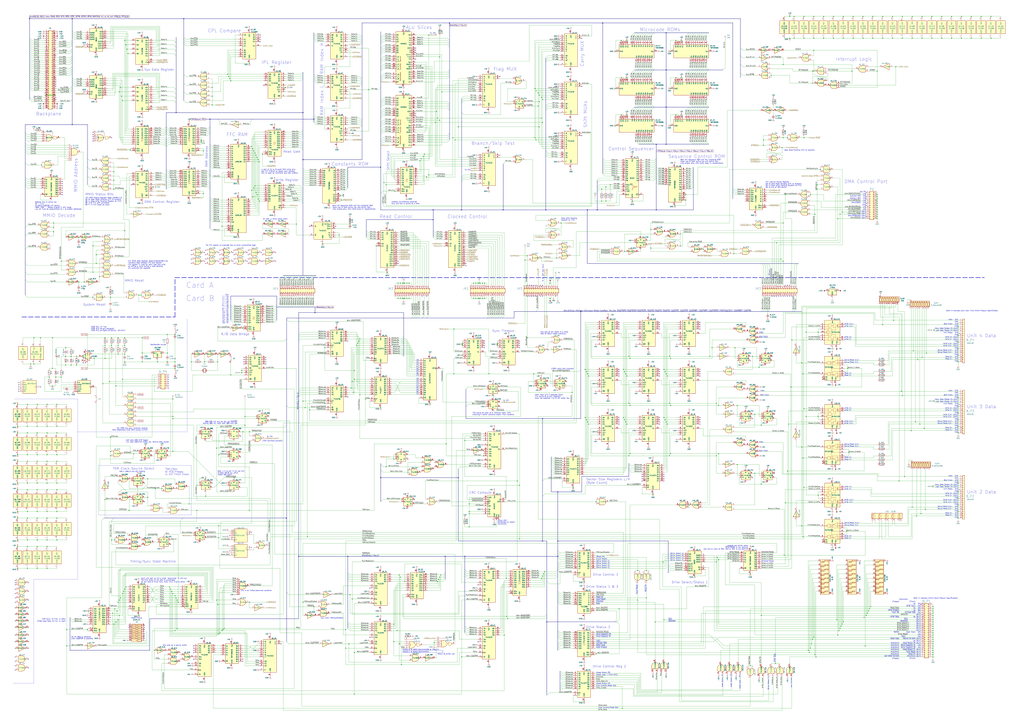
<source format=kicad_sch>
(kicad_sch (version 20211123) (generator eeschema)
  (paper "A0")
  (title_block (title "Centurion - Finch and Floppy Control (FFC)") (date "2022-09-19") (rev "1.5") (company "Meisaka Yukara") (comment 1 "Multiboard Card, prefixes A and B for each.") (comment 2 "Visual and Contact-Test Reverse Engineered"))
  (lib_symbols
    (symbol "74LS154_1" (pin_names (offset 1.016))
      (property "Reference" "UA_K1" (at 1.27 21.59 0))
      (property "Value" "74LS154_1" (at 0 0 90))
      (symbol "74LS154_1_1_0"
        (pin output inverted (at 12.7 17.78 180) (length 5.08) (name "S0") (number "1"))
        (pin output inverted (at 12.7 -5.08 180) (length 5.08) (name "S9") (number "10"))
        (pin output inverted (at 12.7 -7.62 180) (length 5.08) (name "S10") (number "11"))
        (pin power_in line (at 0 -27.94 90) (length 5.08) (name "GND") (number "12"))
        (pin output inverted (at 12.7 -10.16 180) (length 5.08) (name "S11") (number "13"))
        (pin output inverted (at 12.7 -12.7 180) (length 5.08) (name "S12") (number "14"))
        (pin output inverted (at 12.7 -15.24 180) (length 5.08) (name "S13") (number "15"))
        (pin output inverted (at 12.7 -17.78 180) (length 5.08) (name "S14") (number "16"))
        (pin output inverted (at 12.7 -20.32 180) (length 5.08) (name "S15") (number "17"))
        (pin input inverted (at -12.7 5.08 0) (length 5.08) (name "E0") (number "18"))
        (pin input inverted (at -12.7 2.54 0) (length 5.08) (name "E1") (number "19"))
        (pin output inverted (at 12.7 15.24 180) (length 5.08) (name "S1") (number "2"))
        (pin input line (at -12.7 10.16 0) (length 5.08) (name "A3") (number "20"))
        (pin input line (at -12.7 12.7 0) (length 5.08) (name "A2") (number "21"))
        (pin input line (at -12.7 15.24 0) (length 5.08) (name "A1") (number "22"))
        (pin input line (at -12.7 17.78 0) (length 5.08) (name "A0") (number "23"))
        (pin power_in line (at 0 25.4 270) (length 5.08) (name "VCC") (number "24"))
        (pin output inverted (at 12.7 12.7 180) (length 5.08) (name "S2") (number "3"))
        (pin output inverted (at 12.7 10.16 180) (length 5.08) (name "S3") (number "4"))
        (pin output inverted (at 12.7 7.62 180) (length 5.08) (name "S4") (number "5"))
        (pin output inverted (at 12.7 5.08 180) (length 5.08) (name "S5") (number "6"))
        (pin output inverted (at 12.7 2.54 180) (length 5.08) (name "S6") (number "7"))
        (pin output inverted (at 12.7 0 180) (length 5.08) (name "S7") (number "8"))
        (pin output inverted (at 12.7 -2.54 180) (length 5.08) (name "S8") (number "9"))
      )
    )
    (symbol "74xx:74LS00" (pin_names (offset 1.016))
      (property "Reference" "U" (at 0 1.27 0))
      (property "Value" "74LS00" (at 0 -1.27 0))
      (symbol "74LS00_1_1"
        (pin input line (at -7.62 2.54 0) (length 3.81) (name "~") (number "1"))
        (pin input line (at -7.62 -2.54 0) (length 3.81) (name "~") (number "2"))
        (pin output inverted (at 7.62 0 180) (length 3.81) (name "~") (number "3"))
      )
      (symbol "74LS00_1_2"
        (pin input inverted (at -7.62 2.54 0) (length 4.318) (name "~") (number "1"))
        (pin input inverted (at -7.62 -2.54 0) (length 4.318) (name "~") (number "2"))
        (pin output line (at 7.62 0 180) (length 3.81) (name "~") (number "3"))
      )
      (symbol "74LS00_2_1"
        (pin input line (at -7.62 2.54 0) (length 3.81) (name "~") (number "4"))
        (pin input line (at -7.62 -2.54 0) (length 3.81) (name "~") (number "5"))
        (pin output inverted (at 7.62 0 180) (length 3.81) (name "~") (number "6"))
      )
      (symbol "74LS00_2_2"
        (pin input inverted (at -7.62 2.54 0) (length 4.318) (name "~") (number "4"))
        (pin input inverted (at -7.62 -2.54 0) (length 4.318) (name "~") (number "5"))
        (pin output line (at 7.62 0 180) (length 3.81) (name "~") (number "6"))
      )
      (symbol "74LS00_3_1"
        (pin input line (at -7.62 -2.54 0) (length 3.81) (name "~") (number "10"))
        (pin output inverted (at 7.62 0 180) (length 3.81) (name "~") (number "8"))
        (pin input line (at -7.62 2.54 0) (length 3.81) (name "~") (number "9"))
      )
      (symbol "74LS00_3_2"
        (pin input inverted (at -7.62 -2.54 0) (length 4.318) (name "~") (number "10"))
        (pin output line (at 7.62 0 180) (length 3.81) (name "~") (number "8"))
        (pin input inverted (at -7.62 2.54 0) (length 4.318) (name "~") (number "9"))
      )
      (symbol "74LS00_4_1"
        (pin output inverted (at 7.62 0 180) (length 3.81) (name "~") (number "11"))
        (pin input line (at -7.62 2.54 0) (length 3.81) (name "~") (number "12"))
        (pin input line (at -7.62 -2.54 0) (length 3.81) (name "~") (number "13"))
      )
      (symbol "74LS00_4_2"
        (pin output line (at 7.62 0 180) (length 3.81) (name "~") (number "11"))
        (pin input inverted (at -7.62 2.54 0) (length 4.318) (name "~") (number "12"))
        (pin input inverted (at -7.62 -2.54 0) (length 4.318) (name "~") (number "13"))
      )
      (symbol "74LS00_5_0"
        (pin power_in line (at 0 12.7 270) (length 5.08) (name "VCC") (number "14"))
        (pin power_in line (at 0 -12.7 90) (length 5.08) (name "GND") (number "7"))
      )
    )
    (symbol "74xx:74LS02" (pin_names (offset 1.016))
      (property "Reference" "U" (at 0 1.27 0))
      (property "Value" "74LS02" (at 0 -1.27 0))
      (symbol "74LS02_1_1"
        (pin output inverted (at 7.62 0 180) (length 3.81) (name "~") (number "1"))
        (pin input line (at -7.62 2.54 0) (length 4.318) (name "~") (number "2"))
        (pin input line (at -7.62 -2.54 0) (length 4.318) (name "~") (number "3"))
      )
      (symbol "74LS02_1_2"
        (pin output line (at 7.62 0 180) (length 3.81) (name "~") (number "1"))
        (pin input inverted (at -7.62 2.54 0) (length 3.81) (name "~") (number "2"))
        (pin input inverted (at -7.62 -2.54 0) (length 3.81) (name "~") (number "3"))
      )
      (symbol "74LS02_2_1"
        (pin output inverted (at 7.62 0 180) (length 3.81) (name "~") (number "4"))
        (pin input line (at -7.62 2.54 0) (length 4.318) (name "~") (number "5"))
        (pin input line (at -7.62 -2.54 0) (length 4.318) (name "~") (number "6"))
      )
      (symbol "74LS02_2_2"
        (pin output line (at 7.62 0 180) (length 3.81) (name "~") (number "4"))
        (pin input inverted (at -7.62 2.54 0) (length 3.81) (name "~") (number "5"))
        (pin input inverted (at -7.62 -2.54 0) (length 3.81) (name "~") (number "6"))
      )
      (symbol "74LS02_3_1"
        (pin output inverted (at 7.62 0 180) (length 3.81) (name "~") (number "10"))
        (pin input line (at -7.62 2.54 0) (length 4.318) (name "~") (number "8"))
        (pin input line (at -7.62 -2.54 0) (length 4.318) (name "~") (number "9"))
      )
      (symbol "74LS02_3_2"
        (pin output line (at 7.62 0 180) (length 3.81) (name "~") (number "10"))
        (pin input inverted (at -7.62 2.54 0) (length 3.81) (name "~") (number "8"))
        (pin input inverted (at -7.62 -2.54 0) (length 3.81) (name "~") (number "9"))
      )
      (symbol "74LS02_4_1"
        (pin input line (at -7.62 2.54 0) (length 4.318) (name "~") (number "11"))
        (pin input line (at -7.62 -2.54 0) (length 4.318) (name "~") (number "12"))
        (pin output inverted (at 7.62 0 180) (length 3.81) (name "~") (number "13"))
      )
      (symbol "74LS02_4_2"
        (pin input inverted (at -7.62 2.54 0) (length 3.81) (name "~") (number "11"))
        (pin input inverted (at -7.62 -2.54 0) (length 3.81) (name "~") (number "12"))
        (pin output line (at 7.62 0 180) (length 3.81) (name "~") (number "13"))
      )
      (symbol "74LS02_5_0"
        (pin power_in line (at 0 12.7 270) (length 5.08) (name "VCC") (number "14"))
        (pin power_in line (at 0 -12.7 90) (length 5.08) (name "GND") (number "7"))
      )
    )
    (symbol "74xx:74LS04"
      (property "Reference" "U" (at 0 1.27 0))
      (property "Value" "74LS04" (at 0 -1.27 0))
      (symbol "74LS04_1_0"
        (pin input line (at -7.62 0 0) (length 3.81) (name "~") (number "1"))
        (pin output inverted (at 7.62 0 180) (length 3.81) (name "~") (number "2"))
      )
      (symbol "74LS04_2_0"
        (pin input line (at -7.62 0 0) (length 3.81) (name "~") (number "3"))
        (pin output inverted (at 7.62 0 180) (length 3.81) (name "~") (number "4"))
      )
      (symbol "74LS04_3_0"
        (pin input line (at -7.62 0 0) (length 3.81) (name "~") (number "5"))
        (pin output inverted (at 7.62 0 180) (length 3.81) (name "~") (number "6"))
      )
      (symbol "74LS04_4_0"
        (pin output inverted (at 7.62 0 180) (length 3.81) (name "~") (number "8"))
        (pin input line (at -7.62 0 0) (length 3.81) (name "~") (number "9"))
      )
      (symbol "74LS04_5_0"
        (pin output inverted (at 7.62 0 180) (length 3.81) (name "~") (number "10"))
        (pin input line (at -7.62 0 0) (length 3.81) (name "~") (number "11"))
      )
      (symbol "74LS04_6_0"
        (pin output inverted (at 7.62 0 180) (length 3.81) (name "~") (number "12"))
        (pin input line (at -7.62 0 0) (length 3.81) (name "~") (number "13"))
      )
      (symbol "74LS04_7_0"
        (pin power_in line (at 0 12.7 270) (length 5.08) (name "VCC") (number "14"))
        (pin power_in line (at 0 -12.7 90) (length 5.08) (name "GND") (number "7"))
      )
    )
    (symbol "74xx:74LS08" (pin_names (offset 1.016))
      (property "Reference" "U" (at 0 1.27 0))
      (property "Value" "74LS08" (at 0 -1.27 0))
      (symbol "74LS08_1_1"
        (pin input line (at -7.62 2.54 0) (length 3.81) (name "~") (number "1"))
        (pin input line (at -7.62 -2.54 0) (length 3.81) (name "~") (number "2"))
        (pin output line (at 7.62 0 180) (length 3.81) (name "~") (number "3"))
      )
      (symbol "74LS08_1_2"
        (pin input inverted (at -7.62 2.54 0) (length 4.318) (name "~") (number "1"))
        (pin input inverted (at -7.62 -2.54 0) (length 4.318) (name "~") (number "2"))
        (pin output inverted (at 7.62 0 180) (length 3.81) (name "~") (number "3"))
      )
      (symbol "74LS08_2_1"
        (pin input line (at -7.62 2.54 0) (length 3.81) (name "~") (number "4"))
        (pin input line (at -7.62 -2.54 0) (length 3.81) (name "~") (number "5"))
        (pin output line (at 7.62 0 180) (length 3.81) (name "~") (number "6"))
      )
      (symbol "74LS08_2_2"
        (pin input inverted (at -7.62 2.54 0) (length 4.318) (name "~") (number "4"))
        (pin input inverted (at -7.62 -2.54 0) (length 4.318) (name "~") (number "5"))
        (pin output inverted (at 7.62 0 180) (length 3.81) (name "~") (number "6"))
      )
      (symbol "74LS08_3_1"
        (pin input line (at -7.62 -2.54 0) (length 3.81) (name "~") (number "10"))
        (pin output line (at 7.62 0 180) (length 3.81) (name "~") (number "8"))
        (pin input line (at -7.62 2.54 0) (length 3.81) (name "~") (number "9"))
      )
      (symbol "74LS08_3_2"
        (pin input inverted (at -7.62 -2.54 0) (length 4.318) (name "~") (number "10"))
        (pin output inverted (at 7.62 0 180) (length 3.81) (name "~") (number "8"))
        (pin input inverted (at -7.62 2.54 0) (length 4.318) (name "~") (number "9"))
      )
      (symbol "74LS08_4_1"
        (pin output line (at 7.62 0 180) (length 3.81) (name "~") (number "11"))
        (pin input line (at -7.62 2.54 0) (length 3.81) (name "~") (number "12"))
        (pin input line (at -7.62 -2.54 0) (length 3.81) (name "~") (number "13"))
      )
      (symbol "74LS08_4_2"
        (pin output inverted (at 7.62 0 180) (length 3.81) (name "~") (number "11"))
        (pin input inverted (at -7.62 2.54 0) (length 4.318) (name "~") (number "12"))
        (pin input inverted (at -7.62 -2.54 0) (length 4.318) (name "~") (number "13"))
      )
      (symbol "74LS08_5_0"
        (pin power_in line (at 0 12.7 270) (length 5.08) (name "VCC") (number "14"))
        (pin power_in line (at 0 -12.7 90) (length 5.08) (name "GND") (number "7"))
      )
    )
    (symbol "74xx:74LS09" (pin_names (offset 1.016))
      (property "Reference" "U" (at 0 1.27 0))
      (property "Value" "74LS09" (at 0 -1.27 0))
      (symbol "74LS09_1_1"
        (pin input line (at -7.62 2.54 0) (length 3.81) (name "~") (number "1"))
        (pin input line (at -7.62 -2.54 0) (length 3.81) (name "~") (number "2"))
        (pin open_collector line (at 7.62 0 180) (length 3.81) (name "~") (number "3"))
      )
      (symbol "74LS09_1_2"
        (pin input inverted (at -7.62 2.54 0) (length 4.318) (name "~") (number "1"))
        (pin input inverted (at -7.62 -2.54 0) (length 4.318) (name "~") (number "2"))
        (pin output inverted (at 7.62 0 180) (length 3.81) (name "~") (number "3"))
      )
      (symbol "74LS09_2_1"
        (pin input line (at -7.62 2.54 0) (length 3.81) (name "~") (number "4"))
        (pin input line (at -7.62 -2.54 0) (length 3.81) (name "~") (number "5"))
        (pin open_collector line (at 7.62 0 180) (length 3.81) (name "~") (number "6"))
      )
      (symbol "74LS09_2_2"
        (pin input inverted (at -7.62 2.54 0) (length 4.318) (name "~") (number "4"))
        (pin input inverted (at -7.62 -2.54 0) (length 4.318) (name "~") (number "5"))
        (pin output inverted (at 7.62 0 180) (length 3.81) (name "~") (number "6"))
      )
      (symbol "74LS09_3_1"
        (pin input line (at -7.62 -2.54 0) (length 3.81) (name "~") (number "10"))
        (pin open_collector line (at 7.62 0 180) (length 3.81) (name "~") (number "8"))
        (pin input line (at -7.62 2.54 0) (length 3.81) (name "~") (number "9"))
      )
      (symbol "74LS09_3_2"
        (pin input inverted (at -7.62 -2.54 0) (length 4.318) (name "~") (number "10"))
        (pin output inverted (at 7.62 0 180) (length 3.81) (name "~") (number "8"))
        (pin input inverted (at -7.62 2.54 0) (length 4.318) (name "~") (number "9"))
      )
      (symbol "74LS09_4_1"
        (pin open_collector line (at 7.62 0 180) (length 3.81) (name "~") (number "11"))
        (pin input line (at -7.62 2.54 0) (length 3.81) (name "~") (number "12"))
        (pin input line (at -7.62 -2.54 0) (length 3.81) (name "~") (number "13"))
      )
      (symbol "74LS09_4_2"
        (pin output inverted (at 7.62 0 180) (length 3.81) (name "~") (number "11"))
        (pin input inverted (at -7.62 2.54 0) (length 4.318) (name "~") (number "12"))
        (pin input inverted (at -7.62 -2.54 0) (length 4.318) (name "~") (number "13"))
      )
      (symbol "74LS09_5_0"
        (pin power_in line (at 0 12.7 270) (length 5.08) (name "VCC") (number "14"))
        (pin power_in line (at 0 -12.7 90) (length 5.08) (name "GND") (number "7"))
      )
    )
    (symbol "74xx:74LS10" (pin_names (offset 1.016))
      (property "Reference" "U" (at 0 1.27 0))
      (property "Value" "74LS10" (at 0 -1.27 0))
      (symbol "74LS10_1_1"
        (pin input line (at -7.62 2.54 0) (length 3.81) (name "~") (number "1"))
        (pin output inverted (at 7.62 0 180) (length 3.81) (name "~") (number "12"))
        (pin input line (at -7.62 -2.54 0) (length 3.81) (name "~") (number "13"))
        (pin input line (at -7.62 0 0) (length 3.81) (name "~") (number "2"))
      )
      (symbol "74LS10_1_2"
        (pin input inverted (at -7.62 2.54 0) (length 4.318) (name "~") (number "1"))
        (pin output line (at 7.62 0 180) (length 3.81) (name "~") (number "12"))
        (pin input inverted (at -7.62 -2.54 0) (length 4.318) (name "~") (number "13"))
        (pin input inverted (at -7.62 0 0) (length 4.953) (name "~") (number "2"))
      )
      (symbol "74LS10_2_1"
        (pin input line (at -7.62 2.54 0) (length 3.81) (name "~") (number "3"))
        (pin input line (at -7.62 0 0) (length 3.81) (name "~") (number "4"))
        (pin input line (at -7.62 -2.54 0) (length 3.81) (name "~") (number "5"))
        (pin output inverted (at 7.62 0 180) (length 3.81) (name "~") (number "6"))
      )
      (symbol "74LS10_2_2"
        (pin input inverted (at -7.62 2.54 0) (length 4.318) (name "~") (number "3"))
        (pin input inverted (at -7.62 0 0) (length 4.953) (name "~") (number "4"))
        (pin input inverted (at -7.62 -2.54 0) (length 4.318) (name "~") (number "5"))
        (pin output line (at 7.62 0 180) (length 3.81) (name "~") (number "6"))
      )
      (symbol "74LS10_3_1"
        (pin input line (at -7.62 0 0) (length 3.81) (name "~") (number "10"))
        (pin input line (at -7.62 -2.54 0) (length 3.81) (name "~") (number "11"))
        (pin output inverted (at 7.62 0 180) (length 3.81) (name "~") (number "8"))
        (pin input line (at -7.62 2.54 0) (length 3.81) (name "~") (number "9"))
      )
      (symbol "74LS10_3_2"
        (pin input inverted (at -7.62 0 0) (length 4.953) (name "~") (number "10"))
        (pin input inverted (at -7.62 -2.54 0) (length 4.318) (name "~") (number "11"))
        (pin output line (at 7.62 0 180) (length 3.81) (name "~") (number "8"))
        (pin input inverted (at -7.62 2.54 0) (length 4.318) (name "~") (number "9"))
      )
      (symbol "74LS10_4_0"
        (pin power_in line (at 0 12.7 270) (length 5.08) (name "VCC") (number "14"))
        (pin power_in line (at 0 -12.7 90) (length 5.08) (name "GND") (number "7"))
      )
    )
    (symbol "74xx:74LS109" (pin_names (offset 1.016))
      (property "Reference" "U" (at -7.62 8.89 0))
      (property "Value" "74LS109" (at -7.62 -8.89 0))
      (symbol "74LS109_1_0"
        (pin input line (at 0 -7.62 90) (length 2.54) (name "~{R}") (number "1"))
        (pin input line (at -7.62 2.54 0) (length 2.54) (name "J") (number "2"))
        (pin input line (at -7.62 -2.54 0) (length 2.54) (name "~{K}") (number "3"))
        (pin input clock (at -7.62 0 0) (length 2.54) (name "C") (number "4"))
        (pin input line (at 0 7.62 270) (length 2.54) (name "~{S}") (number "5"))
        (pin output line (at 7.62 2.54 180) (length 2.54) (name "Q") (number "6"))
        (pin output line (at 7.62 -2.54 180) (length 2.54) (name "~{Q}") (number "7"))
      )
      (symbol "74LS109_2_0"
        (pin output line (at 7.62 2.54 180) (length 2.54) (name "Q") (number "10"))
        (pin input line (at 0 7.62 270) (length 2.54) (name "~{S}") (number "11"))
        (pin input clock (at -7.62 0 0) (length 2.54) (name "C") (number "12"))
        (pin input line (at -7.62 -2.54 0) (length 2.54) (name "~{K}") (number "13"))
        (pin input line (at -7.62 2.54 0) (length 2.54) (name "J") (number "14"))
        (pin input line (at 0 -7.62 90) (length 2.54) (name "~{R}") (number "15"))
        (pin output line (at 7.62 -2.54 180) (length 2.54) (name "~{Q}") (number "9"))
      )
      (symbol "74LS109_3_0"
        (pin power_in line (at 0 10.16 270) (length 2.54) (name "VCC") (number "16"))
        (pin power_in line (at 0 -10.16 90) (length 2.54) (name "GND") (number "8"))
      )
    )
    (symbol "74xx:74LS121" (pin_names (offset 1.016))
      (property "Reference" "U" (at -7.62 11.43 0))
      (property "Value" "74LS121" (at -7.62 -11.43 0))
      (symbol "74LS121_1_0"
        (pin output line (at 15.24 -5.08 180) (length 5.08) (name "~{Q}") (number "1"))
        (pin input line (at -15.24 2.54 0) (length 5.08) (name "Cext") (number "10"))
        (pin input line (at -15.24 7.62 0) (length 5.08) (name "R/Cext") (number "11"))
        (pin power_in line (at 0 15.24 270) (length 5.08) (name "VCC") (number "14"))
        (pin input line (at -15.24 -2.54 0) (length 5.08) (name "A1") (number "3"))
        (pin input line (at -15.24 -5.08 0) (length 5.08) (name "A2") (number "4"))
        (pin input line (at -15.24 -7.62 0) (length 5.08) (name "B") (number "5"))
        (pin output line (at 15.24 5.08 180) (length 5.08) (name "Q") (number "6"))
        (pin power_in line (at 0 -15.24 90) (length 5.08) (name "GND") (number "7"))
        (pin input line (at -15.24 5.08 0) (length 5.08) (name "Rint") (number "9"))
      )
    )
    (symbol "74xx:74LS151" (pin_names (offset 1.016))
      (property "Reference" "U" (at -7.62 19.05 0))
      (property "Value" "74LS151" (at -7.62 -21.59 0))
      (symbol "74LS151_1_0"
        (pin input line (at -12.7 7.62 0) (length 5.08) (name "I3") (number "1"))
        (pin input line (at -12.7 -10.16 0) (length 5.08) (name "S1") (number "10"))
        (pin input line (at -12.7 -7.62 0) (length 5.08) (name "S0") (number "11"))
        (pin input line (at -12.7 -2.54 0) (length 5.08) (name "I7") (number "12"))
        (pin input line (at -12.7 0 0) (length 5.08) (name "I6") (number "13"))
        (pin input line (at -12.7 2.54 0) (length 5.08) (name "I5") (number "14"))
        (pin input line (at -12.7 5.08 0) (length 5.08) (name "I4") (number "15"))
        (pin power_in line (at 0 22.86 270) (length 5.08) (name "VCC") (number "16"))
        (pin input line (at -12.7 10.16 0) (length 5.08) (name "I2") (number "2"))
        (pin input line (at -12.7 12.7 0) (length 5.08) (name "I1") (number "3"))
        (pin input line (at -12.7 15.24 0) (length 5.08) (name "I0") (number "4"))
        (pin output line (at 12.7 15.24 180) (length 5.08) (name "Z") (number "5"))
        (pin output line (at 12.7 12.7 180) (length 5.08) (name "~{Z}") (number "6"))
        (pin input line (at -12.7 -17.78 0) (length 5.08) (name "~{E}") (number "7"))
        (pin power_in line (at 0 -25.4 90) (length 5.08) (name "GND") (number "8"))
        (pin input line (at -12.7 -12.7 0) (length 5.08) (name "S2") (number "9"))
      )
    )
    (symbol "74xx:74LS153" (pin_names (offset 1.016))
      (property "Reference" "U" (at -7.62 21.59 0))
      (property "Value" "74LS153" (at -7.62 -24.13 0))
      (symbol "74LS153_1_0"
        (pin input inverted (at -12.7 5.08 0) (length 5.08) (name "Ea") (number "1"))
        (pin input line (at -12.7 0 0) (length 5.08) (name "I0b") (number "10"))
        (pin input line (at -12.7 -2.54 0) (length 5.08) (name "I1b") (number "11"))
        (pin input line (at -12.7 -5.08 0) (length 5.08) (name "I2b") (number "12"))
        (pin input line (at -12.7 -7.62 0) (length 5.08) (name "I3b") (number "13"))
        (pin input line (at -12.7 -17.78 0) (length 5.08) (name "S0") (number "14"))
        (pin input inverted (at -12.7 -12.7 0) (length 5.08) (name "Eb") (number "15"))
        (pin power_in line (at 0 25.4 270) (length 5.08) (name "VCC") (number "16"))
        (pin input line (at -12.7 -20.32 0) (length 5.08) (name "S1") (number "2"))
        (pin input line (at -12.7 10.16 0) (length 5.08) (name "I3a") (number "3"))
        (pin input line (at -12.7 12.7 0) (length 5.08) (name "I2a") (number "4"))
        (pin input line (at -12.7 15.24 0) (length 5.08) (name "I1a") (number "5"))
        (pin input line (at -12.7 17.78 0) (length 5.08) (name "I0a") (number "6"))
        (pin output line (at 12.7 17.78 180) (length 5.08) (name "Za") (number "7"))
        (pin power_in line (at 0 -27.94 90) (length 5.08) (name "GND") (number "8"))
        (pin output line (at 12.7 0 180) (length 5.08) (name "Zb") (number "9"))
      )
    )
    (symbol "74xx:74LS154" (pin_names (offset 1.016))
      (property "Reference" "UA_K2" (at 1.27 21.59 0))
      (property "Value" "74LS154" (at 0 0 90))
      (symbol "74LS154_1_0"
        (pin output inverted (at 12.7 17.78 180) (length 5.08) (name "S0") (number "1"))
        (pin output inverted (at 12.7 -5.08 180) (length 5.08) (name "S9") (number "10"))
        (pin output inverted (at 12.7 -7.62 180) (length 5.08) (name "S10") (number "11"))
        (pin power_in line (at 0 -27.94 90) (length 5.08) (name "GND") (number "12"))
        (pin output inverted (at 12.7 -10.16 180) (length 5.08) (name "S11") (number "13"))
        (pin output inverted (at 12.7 -12.7 180) (length 5.08) (name "S12") (number "14"))
        (pin output inverted (at 12.7 -15.24 180) (length 5.08) (name "S13") (number "15"))
        (pin output inverted (at 12.7 -17.78 180) (length 5.08) (name "S14") (number "16"))
        (pin output inverted (at 12.7 -20.32 180) (length 5.08) (name "S15") (number "17"))
        (pin input inverted (at -12.7 5.08 0) (length 5.08) (name "E0") (number "18"))
        (pin input inverted (at -12.7 2.54 0) (length 5.08) (name "E1") (number "19"))
        (pin output inverted (at 12.7 15.24 180) (length 5.08) (name "S1") (number "2"))
        (pin input line (at -12.7 10.16 0) (length 5.08) (name "A3") (number "20"))
        (pin input line (at -12.7 12.7 0) (length 5.08) (name "A2") (number "21"))
        (pin input line (at -12.7 15.24 0) (length 5.08) (name "A1") (number "22"))
        (pin input line (at -12.7 17.78 0) (length 5.08) (name "A0") (number "23"))
        (pin power_in line (at 0 25.4 270) (length 5.08) (name "VCC") (number "24"))
        (pin output inverted (at 12.7 12.7 180) (length 5.08) (name "S2") (number "3"))
        (pin output inverted (at 12.7 10.16 180) (length 5.08) (name "S3") (number "4"))
        (pin output inverted (at 12.7 7.62 180) (length 5.08) (name "S4") (number "5"))
        (pin output inverted (at 12.7 5.08 180) (length 5.08) (name "S5") (number "6"))
        (pin output inverted (at 12.7 2.54 180) (length 5.08) (name "S6") (number "7"))
        (pin output inverted (at 12.7 0 180) (length 5.08) (name "S7") (number "8"))
        (pin output inverted (at 12.7 -2.54 180) (length 5.08) (name "S8") (number "9"))
      )
    )
    (symbol "74xx:74LS161" (pin_names (offset 1.016))
      (property "Reference" "U" (at -7.62 16.51 0))
      (property "Value" "74LS161" (at -7.62 -16.51 0))
      (symbol "74LS161_1_0"
        (pin input line (at -12.7 -12.7 0) (length 5.08) (name "~{MR}") (number "1"))
        (pin input line (at -12.7 -5.08 0) (length 5.08) (name "CET") (number "10"))
        (pin output line (at 12.7 5.08 180) (length 5.08) (name "Q3") (number "11"))
        (pin output line (at 12.7 7.62 180) (length 5.08) (name "Q2") (number "12"))
        (pin output line (at 12.7 10.16 180) (length 5.08) (name "Q1") (number "13"))
        (pin output line (at 12.7 12.7 180) (length 5.08) (name "Q0") (number "14"))
        (pin output line (at 12.7 0 180) (length 5.08) (name "TC") (number "15"))
        (pin power_in line (at 0 20.32 270) (length 5.08) (name "VCC") (number "16"))
        (pin input line (at -12.7 -7.62 0) (length 5.08) (name "CP") (number "2"))
        (pin input line (at -12.7 12.7 0) (length 5.08) (name "D0") (number "3"))
        (pin input line (at -12.7 10.16 0) (length 5.08) (name "D1") (number "4"))
        (pin input line (at -12.7 7.62 0) (length 5.08) (name "D2") (number "5"))
        (pin input line (at -12.7 5.08 0) (length 5.08) (name "D3") (number "6"))
        (pin input line (at -12.7 -2.54 0) (length 5.08) (name "CEP") (number "7"))
        (pin power_in line (at 0 -20.32 90) (length 5.08) (name "GND") (number "8"))
        (pin input line (at -12.7 0 0) (length 5.08) (name "~{PE}") (number "9"))
      )
    )
    (symbol "74xx:74LS194" (pin_names (offset 1.016))
      (property "Reference" "U" (at -7.62 19.05 0))
      (property "Value" "74LS194" (at -7.62 -21.59 0))
      (symbol "74LS194_1_0"
        (pin input inverted (at -12.7 -17.78 0) (length 5.08) (name "Mr") (number "1"))
        (pin input line (at -12.7 -7.62 0) (length 5.08) (name "S1") (number "10"))
        (pin input clock (at -12.7 -12.7 0) (length 5.08) (name "Cp") (number "11"))
        (pin output line (at 12.7 7.62 180) (length 5.08) (name "Q3") (number "12"))
        (pin output line (at 12.7 10.16 180) (length 5.08) (name "Q2") (number "13"))
        (pin output line (at 12.7 12.7 180) (length 5.08) (name "Q1") (number "14"))
        (pin output line (at 12.7 15.24 180) (length 5.08) (name "Q0") (number "15"))
        (pin power_in line (at 0 22.86 270) (length 5.08) (name "VCC") (number "16"))
        (pin input line (at -12.7 2.54 0) (length 5.08) (name "Dsr") (number "2"))
        (pin input line (at -12.7 15.24 0) (length 5.08) (name "P0") (number "3"))
        (pin input line (at -12.7 12.7 0) (length 5.08) (name "P1") (number "4"))
        (pin input line (at -12.7 10.16 0) (length 5.08) (name "P2") (number "5"))
        (pin input line (at -12.7 7.62 0) (length 5.08) (name "P3") (number "6"))
        (pin input line (at -12.7 0 0) (length 5.08) (name "Dsl") (number "7"))
        (pin power_in line (at 0 -25.4 90) (length 5.08) (name "GND") (number "8"))
        (pin input line (at -12.7 -5.08 0) (length 5.08) (name "S0") (number "9"))
      )
    )
    (symbol "74xx:74LS195" (pin_names (offset 1.016))
      (property "Reference" "U" (at -7.62 16.51 0))
      (property "Value" "74LS195" (at -7.62 -16.51 0))
      (symbol "74LS195_1_0"
        (pin input line (at -12.7 -12.7 0) (length 5.08) (name "~{MR}") (number "1"))
        (pin input clock (at -12.7 -2.54 0) (length 5.08) (name "CP") (number "10"))
        (pin output line (at 12.7 2.54 180) (length 5.08) (name "~{Q3}") (number "11"))
        (pin output line (at 12.7 5.08 180) (length 5.08) (name "Q3") (number "12"))
        (pin output line (at 12.7 7.62 180) (length 5.08) (name "Q2") (number "13"))
        (pin output line (at 12.7 10.16 180) (length 5.08) (name "Q1") (number "14"))
        (pin output line (at 12.7 12.7 180) (length 5.08) (name "Q0") (number "15"))
        (pin power_in line (at 0 20.32 270) (length 5.08) (name "VCC") (number "16"))
        (pin input line (at -12.7 0 0) (length 5.08) (name "J") (number "2"))
        (pin input line (at -12.7 -5.08 0) (length 5.08) (name "~{K}") (number "3"))
        (pin input line (at -12.7 12.7 0) (length 5.08) (name "P0") (number "4"))
        (pin input line (at -12.7 10.16 0) (length 5.08) (name "P1") (number "5"))
        (pin input line (at -12.7 7.62 0) (length 5.08) (name "P2") (number "6"))
        (pin input line (at -12.7 5.08 0) (length 5.08) (name "P3") (number "7"))
        (pin power_in line (at 0 -20.32 90) (length 5.08) (name "GND") (number "8"))
        (pin input line (at -12.7 -10.16 0) (length 5.08) (name "~{PE}") (number "9"))
      )
    )
    (symbol "74xx:74LS240" (pin_names (offset 1.016))
      (property "Reference" "U" (at -7.62 16.51 0))
      (property "Value" "74LS240" (at -7.62 -16.51 0))
      (symbol "74LS240_1_0"
        (pin input inverted (at -12.7 -10.16 0) (length 5.08) (name "OEa") (number "1"))
        (pin power_in line (at 0 -20.32 90) (length 5.08) (name "GND") (number "10"))
        (pin input line (at -12.7 2.54 0) (length 5.08) (name "I0b") (number "11"))
        (pin tri_state inverted (at 12.7 5.08 180) (length 5.08) (name "O3a") (number "12"))
        (pin input line (at -12.7 0 0) (length 5.08) (name "I1b") (number "13"))
        (pin tri_state inverted (at 12.7 7.62 180) (length 5.08) (name "O2a") (number "14"))
        (pin input line (at -12.7 -2.54 0) (length 5.08) (name "I2b") (number "15"))
        (pin tri_state inverted (at 12.7 10.16 180) (length 5.08) (name "O1a") (number "16"))
        (pin input line (at -12.7 -5.08 0) (length 5.08) (name "I3b") (number "17"))
        (pin tri_state inverted (at 12.7 12.7 180) (length 5.08) (name "O0a") (number "18"))
        (pin input inverted (at -12.7 -12.7 0) (length 5.08) (name "OEb") (number "19"))
        (pin input line (at -12.7 12.7 0) (length 5.08) (name "I0a") (number "2"))
        (pin power_in line (at 0 20.32 270) (length 5.08) (name "VCC") (number "20"))
        (pin tri_state inverted (at 12.7 -5.08 180) (length 5.08) (name "O3b") (number "3"))
        (pin input line (at -12.7 10.16 0) (length 5.08) (name "I1a") (number "4"))
        (pin tri_state inverted (at 12.7 -2.54 180) (length 5.08) (name "O2b") (number "5"))
        (pin input line (at -12.7 7.62 0) (length 5.08) (name "I2a") (number "6"))
        (pin tri_state inverted (at 12.7 0 180) (length 5.08) (name "O1b") (number "7"))
        (pin input line (at -12.7 5.08 0) (length 5.08) (name "I3a") (number "8"))
        (pin tri_state inverted (at 12.7 2.54 180) (length 5.08) (name "O0b") (number "9"))
      )
    )
    (symbol "74xx:74LS241" (pin_names (offset 1.016))
      (property "Reference" "U" (at -7.62 16.51 0))
      (property "Value" "74LS241" (at -7.62 -16.51 0))
      (symbol "74LS241_1_0"
        (pin input inverted (at -12.7 -10.16 0) (length 5.08) (name "OEa") (number "1"))
        (pin power_in line (at 0 -20.32 90) (length 5.08) (name "GND") (number "10"))
        (pin input line (at -12.7 2.54 0) (length 5.08) (name "I0b") (number "11"))
        (pin tri_state line (at 12.7 5.08 180) (length 5.08) (name "O3a") (number "12"))
        (pin input line (at -12.7 0 0) (length 5.08) (name "I1b") (number "13"))
        (pin tri_state line (at 12.7 7.62 180) (length 5.08) (name "O2a") (number "14"))
        (pin input line (at -12.7 -2.54 0) (length 5.08) (name "I2b") (number "15"))
        (pin tri_state line (at 12.7 10.16 180) (length 5.08) (name "O1a") (number "16"))
        (pin input line (at -12.7 -5.08 0) (length 5.08) (name "I3b") (number "17"))
        (pin tri_state line (at 12.7 12.7 180) (length 5.08) (name "O0a") (number "18"))
        (pin input line (at -12.7 -12.7 0) (length 5.08) (name "OEb") (number "19"))
        (pin input line (at -12.7 12.7 0) (length 5.08) (name "I0a") (number "2"))
        (pin power_in line (at 0 20.32 270) (length 5.08) (name "VCC") (number "20"))
        (pin tri_state line (at 12.7 -5.08 180) (length 5.08) (name "O3b") (number "3"))
        (pin input line (at -12.7 10.16 0) (length 5.08) (name "I1a") (number "4"))
        (pin tri_state line (at 12.7 -2.54 180) (length 5.08) (name "O2b") (number "5"))
        (pin input line (at -12.7 7.62 0) (length 5.08) (name "I2a") (number "6"))
        (pin tri_state line (at 12.7 0 180) (length 5.08) (name "O1b") (number "7"))
        (pin input line (at -12.7 5.08 0) (length 5.08) (name "I3a") (number "8"))
        (pin tri_state line (at 12.7 2.54 180) (length 5.08) (name "O0b") (number "9"))
      )
    )
    (symbol "74xx:74LS28" (pin_names (offset 1.016))
      (property "Reference" "U" (at 0 1.27 0))
      (property "Value" "74LS28" (at 0 -1.27 0))
      (symbol "74LS28_1_1"
        (pin output inverted (at 7.62 0 180) (length 3.81) (name "~") (number "1"))
        (pin input line (at -7.62 2.54 0) (length 4.318) (name "~") (number "2"))
        (pin input line (at -7.62 -2.54 0) (length 4.318) (name "~") (number "3"))
      )
      (symbol "74LS28_1_2"
        (pin output line (at 7.62 0 180) (length 3.81) (name "~") (number "1"))
        (pin input inverted (at -7.62 2.54 0) (length 3.81) (name "~") (number "2"))
        (pin input inverted (at -7.62 -2.54 0) (length 3.81) (name "~") (number "3"))
      )
      (symbol "74LS28_2_1"
        (pin output inverted (at 7.62 0 180) (length 3.81) (name "~") (number "4"))
        (pin input line (at -7.62 2.54 0) (length 4.318) (name "~") (number "5"))
        (pin input line (at -7.62 -2.54 0) (length 4.318) (name "~") (number "6"))
      )
      (symbol "74LS28_2_2"
        (pin output line (at 7.62 0 180) (length 3.81) (name "~") (number "4"))
        (pin input inverted (at -7.62 2.54 0) (length 3.81) (name "~") (number "5"))
        (pin input inverted (at -7.62 -2.54 0) (length 3.81) (name "~") (number "6"))
      )
      (symbol "74LS28_3_1"
        (pin output inverted (at 7.62 0 180) (length 3.81) (name "~") (number "10"))
        (pin input line (at -7.62 2.54 0) (length 4.318) (name "~") (number "8"))
        (pin input line (at -7.62 -2.54 0) (length 4.318) (name "~") (number "9"))
      )
      (symbol "74LS28_3_2"
        (pin output line (at 7.62 0 180) (length 3.81) (name "~") (number "10"))
        (pin input inverted (at -7.62 2.54 0) (length 3.81) (name "~") (number "8"))
        (pin input inverted (at -7.62 -2.54 0) (length 3.81) (name "~") (number "9"))
      )
      (symbol "74LS28_4_1"
        (pin input line (at -7.62 2.54 0) (length 4.318) (name "~") (number "11"))
        (pin input line (at -7.62 -2.54 0) (length 4.318) (name "~") (number "12"))
        (pin output inverted (at 7.62 0 180) (length 3.81) (name "~") (number "13"))
      )
      (symbol "74LS28_4_2"
        (pin input inverted (at -7.62 2.54 0) (length 3.81) (name "~") (number "11"))
        (pin input inverted (at -7.62 -2.54 0) (length 3.81) (name "~") (number "12"))
        (pin output line (at 7.62 0 180) (length 3.81) (name "~") (number "13"))
      )
      (symbol "74LS28_5_0"
        (pin power_in line (at 0 12.7 270) (length 5.08) (name "VCC") (number "14"))
        (pin power_in line (at 0 -12.7 90) (length 5.08) (name "GND") (number "7"))
      )
    )
    (symbol "74xx:74LS283" (pin_names (offset 1.016))
      (property "Reference" "U" (at -7.62 16.51 0))
      (property "Value" "74LS283" (at -7.62 -16.51 0))
      (symbol "74LS283_1_0"
        (pin output line (at 12.7 10.16 180) (length 5.08) (name "S2") (number "1"))
        (pin output line (at 12.7 5.08 180) (length 5.08) (name "S4") (number "10"))
        (pin input line (at -12.7 -12.7 0) (length 5.08) (name "B4") (number "11"))
        (pin input line (at -12.7 0 0) (length 5.08) (name "A4") (number "12"))
        (pin output line (at 12.7 7.62 180) (length 5.08) (name "S3") (number "13"))
        (pin input line (at -12.7 2.54 0) (length 5.08) (name "A3") (number "14"))
        (pin input line (at -12.7 -10.16 0) (length 5.08) (name "B3") (number "15"))
        (pin power_in line (at 0 20.32 270) (length 5.08) (name "VCC") (number "16"))
        (pin input line (at -12.7 -7.62 0) (length 5.08) (name "B2") (number "2"))
        (pin input line (at -12.7 5.08 0) (length 5.08) (name "A2") (number "3"))
        (pin output line (at 12.7 12.7 180) (length 5.08) (name "S1") (number "4"))
        (pin input line (at -12.7 7.62 0) (length 5.08) (name "A1") (number "5"))
        (pin input line (at -12.7 -5.08 0) (length 5.08) (name "B1") (number "6"))
        (pin input line (at -12.7 12.7 0) (length 5.08) (name "C0") (number "7"))
        (pin power_in line (at 0 -20.32 90) (length 5.08) (name "GND") (number "8"))
        (pin output line (at 12.7 0 180) (length 5.08) (name "C4") (number "9"))
      )
    )
    (symbol "74xx:74LS298" (pin_names (offset 1.016))
      (property "Reference" "U" (at -7.62 16.51 0))
      (property "Value" "74LS298" (at -7.62 -16.51 0))
      (symbol "74LS298_1_0"
        (pin input line (at -12.7 5.08 0) (length 5.08) (name "I1b") (number "1"))
        (pin input line (at -12.7 -10.16 0) (length 5.08) (name "S") (number "10"))
        (pin input inverted_clock (at -12.7 -12.7 0) (length 5.08) (name "Cp") (number "11"))
        (pin output line (at 12.7 -2.54 180) (length 5.08) (name "Qd") (number "12"))
        (pin output line (at 12.7 2.54 180) (length 5.08) (name "Qc") (number "13"))
        (pin output line (at 12.7 7.62 180) (length 5.08) (name "Qb") (number "14"))
        (pin output line (at 12.7 12.7 180) (length 5.08) (name "Qa") (number "15"))
        (pin power_in line (at 0 20.32 270) (length 5.08) (name "VCC") (number "16"))
        (pin input line (at -12.7 10.16 0) (length 5.08) (name "I1a") (number "2"))
        (pin input line (at -12.7 12.7 0) (length 5.08) (name "I0a") (number "3"))
        (pin input line (at -12.7 7.62 0) (length 5.08) (name "I0b") (number "4"))
        (pin input line (at -12.7 0 0) (length 5.08) (name "I1c") (number "5"))
        (pin input line (at -12.7 -5.08 0) (length 5.08) (name "I1d") (number "6"))
        (pin input line (at -12.7 -2.54 0) (length 5.08) (name "I0d") (number "7"))
        (pin power_in line (at 0 -20.32 90) (length 5.08) (name "GND") (number "8"))
        (pin input line (at -12.7 2.54 0) (length 5.08) (name "I0c") (number "9"))
      )
    )
    (symbol "74xx:74LS30" (pin_names (offset 1.016))
      (property "Reference" "U" (at 0 1.27 0))
      (property "Value" "74LS30" (at 0 -1.27 0))
      (symbol "74LS30_1_1"
        (pin input line (at -7.62 7.62 0) (length 3.81) (name "~") (number "1"))
        (pin input line (at -7.62 -7.62 0) (length 3.81) (name "~") (number "11"))
        (pin input line (at -7.62 -10.16 0) (length 3.81) (name "~") (number "12"))
        (pin input line (at -7.62 5.08 0) (length 3.81) (name "~") (number "2"))
        (pin input line (at -7.62 2.54 0) (length 3.81) (name "~") (number "3"))
        (pin input line (at -7.62 0 0) (length 3.81) (name "~") (number "4"))
        (pin input line (at -7.62 -2.54 0) (length 3.81) (name "~") (number "5"))
        (pin input line (at -7.62 -5.08 0) (length 3.81) (name "~") (number "6"))
        (pin output inverted (at 7.62 0 180) (length 3.81) (name "~") (number "8"))
      )
      (symbol "74LS30_1_2"
        (pin input inverted (at -7.62 7.62 0) (length 3.81) (name "~") (number "1"))
        (pin input inverted (at -7.62 -7.62 0) (length 3.81) (name "~") (number "11"))
        (pin input inverted (at -7.62 -10.16 0) (length 3.81) (name "~") (number "12"))
        (pin input inverted (at -7.62 5.08 0) (length 3.81) (name "~") (number "2"))
        (pin input inverted (at -7.62 2.54 0) (length 4.5466) (name "~") (number "3"))
        (pin input inverted (at -7.62 0 0) (length 5.08) (name "~") (number "4"))
        (pin input inverted (at -7.62 -2.54 0) (length 4.5466) (name "~") (number "5"))
        (pin input inverted (at -7.62 -5.08 0) (length 3.81) (name "~") (number "6"))
        (pin output line (at 7.62 0 180) (length 3.81) (name "~") (number "8"))
      )
      (symbol "74LS30_2_0"
        (pin power_in line (at 0 12.7 270) (length 5.08) (name "VCC") (number "14"))
        (pin power_in line (at 0 -12.7 90) (length 5.08) (name "GND") (number "7"))
      )
    )
    (symbol "74xx:74LS32" (pin_names (offset 1.016))
      (property "Reference" "U" (at 0 1.27 0))
      (property "Value" "74LS32" (at 0 -1.27 0))
      (symbol "74LS32_1_1"
        (pin input line (at -7.62 2.54 0) (length 4.318) (name "~") (number "1"))
        (pin input line (at -7.62 -2.54 0) (length 4.318) (name "~") (number "2"))
        (pin output line (at 7.62 0 180) (length 3.81) (name "~") (number "3"))
      )
      (symbol "74LS32_1_2"
        (pin input inverted (at -7.62 2.54 0) (length 3.81) (name "~") (number "1"))
        (pin input inverted (at -7.62 -2.54 0) (length 3.81) (name "~") (number "2"))
        (pin output inverted (at 7.62 0 180) (length 3.81) (name "~") (number "3"))
      )
      (symbol "74LS32_2_1"
        (pin input line (at -7.62 2.54 0) (length 4.318) (name "~") (number "4"))
        (pin input line (at -7.62 -2.54 0) (length 4.318) (name "~") (number "5"))
        (pin output line (at 7.62 0 180) (length 3.81) (name "~") (number "6"))
      )
      (symbol "74LS32_2_2"
        (pin input inverted (at -7.62 2.54 0) (length 3.81) (name "~") (number "4"))
        (pin input inverted (at -7.62 -2.54 0) (length 3.81) (name "~") (number "5"))
        (pin output inverted (at 7.62 0 180) (length 3.81) (name "~") (number "6"))
      )
      (symbol "74LS32_3_1"
        (pin input line (at -7.62 -2.54 0) (length 4.318) (name "~") (number "10"))
        (pin output line (at 7.62 0 180) (length 3.81) (name "~") (number "8"))
        (pin input line (at -7.62 2.54 0) (length 4.318) (name "~") (number "9"))
      )
      (symbol "74LS32_3_2"
        (pin input inverted (at -7.62 -2.54 0) (length 3.81) (name "~") (number "10"))
        (pin output inverted (at 7.62 0 180) (length 3.81) (name "~") (number "8"))
        (pin input inverted (at -7.62 2.54 0) (length 3.81) (name "~") (number "9"))
      )
      (symbol "74LS32_4_1"
        (pin output line (at 7.62 0 180) (length 3.81) (name "~") (number "11"))
        (pin input line (at -7.62 2.54 0) (length 4.318) (name "~") (number "12"))
        (pin input line (at -7.62 -2.54 0) (length 4.318) (name "~") (number "13"))
      )
      (symbol "74LS32_4_2"
        (pin output inverted (at 7.62 0 180) (length 3.81) (name "~") (number "11"))
        (pin input inverted (at -7.62 2.54 0) (length 3.81) (name "~") (number "12"))
        (pin input inverted (at -7.62 -2.54 0) (length 3.81) (name "~") (number "13"))
      )
      (symbol "74LS32_5_0"
        (pin power_in line (at 0 12.7 270) (length 5.08) (name "VCC") (number "14"))
        (pin power_in line (at 0 -12.7 90) (length 5.08) (name "GND") (number "7"))
      )
    )
    (symbol "74xx:74LS368" (pin_names (offset 1.016))
      (property "Reference" "U" (at -7.62 13.97 0))
      (property "Value" "74LS368" (at -7.62 -13.97 0))
      (symbol "74LS368_1_0"
        (pin input inverted (at -12.7 -7.62 0) (length 5.08) (name "OEa") (number "1"))
        (pin input line (at -12.7 2.54 0) (length 5.08) (name "I4") (number "10"))
        (pin tri_state inverted (at 12.7 0 180) (length 5.08) (name "O5b") (number "11"))
        (pin input line (at -12.7 0 0) (length 5.08) (name "I5") (number "12"))
        (pin tri_state inverted (at 12.7 -2.54 180) (length 5.08) (name "O6b") (number "13"))
        (pin input line (at -12.7 -2.54 0) (length 5.08) (name "I6") (number "14"))
        (pin input inverted (at -12.7 -10.16 0) (length 5.08) (name "OEb") (number "15"))
        (pin power_in line (at 0 17.78 270) (length 5.08) (name "VCC") (number "16"))
        (pin input line (at -12.7 10.16 0) (length 5.08) (name "I1") (number "2"))
        (pin tri_state inverted (at 12.7 10.16 180) (length 5.08) (name "O1a") (number "3"))
        (pin input line (at -12.7 7.62 0) (length 5.08) (name "I2") (number "4"))
        (pin tri_state inverted (at 12.7 7.62 180) (length 5.08) (name "O2a") (number "5"))
        (pin input line (at -12.7 5.08 0) (length 5.08) (name "I3") (number "6"))
        (pin tri_state inverted (at 12.7 5.08 180) (length 5.08) (name "O3a") (number "7"))
        (pin power_in line (at 0 -17.78 90) (length 5.08) (name "GND") (number "8"))
        (pin tri_state inverted (at 12.7 2.54 180) (length 5.08) (name "O4a") (number "9"))
      )
    )
    (symbol "74xx:74LS374"
      (property "Reference" "U" (at -7.62 16.51 0))
      (property "Value" "74LS374" (at -7.62 -16.51 0))
      (symbol "74LS374_1_0"
        (pin input inverted (at -12.7 -12.7 0) (length 5.08) (name "OE") (number "1"))
        (pin power_in line (at 0 -20.32 90) (length 5.08) (name "GND") (number "10"))
        (pin input clock (at -12.7 -10.16 0) (length 5.08) (name "Cp") (number "11"))
        (pin tri_state line (at 12.7 2.54 180) (length 5.08) (name "O4") (number "12"))
        (pin input line (at -12.7 2.54 0) (length 5.08) (name "D4") (number "13"))
        (pin input line (at -12.7 0 0) (length 5.08) (name "D5") (number "14"))
        (pin tri_state line (at 12.7 0 180) (length 5.08) (name "O5") (number "15"))
        (pin tri_state line (at 12.7 -2.54 180) (length 5.08) (name "O6") (number "16"))
        (pin input line (at -12.7 -2.54 0) (length 5.08) (name "D6") (number "17"))
        (pin input line (at -12.7 -5.08 0) (length 5.08) (name "D7") (number "18"))
        (pin tri_state line (at 12.7 -5.08 180) (length 5.08) (name "O7") (number "19"))
        (pin tri_state line (at 12.7 12.7 180) (length 5.08) (name "O0") (number "2"))
        (pin power_in line (at 0 20.32 270) (length 5.08) (name "VCC") (number "20"))
        (pin input line (at -12.7 12.7 0) (length 5.08) (name "D0") (number "3"))
        (pin input line (at -12.7 10.16 0) (length 5.08) (name "D1") (number "4"))
        (pin tri_state line (at 12.7 10.16 180) (length 5.08) (name "O1") (number "5"))
        (pin tri_state line (at 12.7 7.62 180) (length 5.08) (name "O2") (number "6"))
        (pin input line (at -12.7 7.62 0) (length 5.08) (name "D2") (number "7"))
        (pin input line (at -12.7 5.08 0) (length 5.08) (name "D3") (number "8"))
        (pin tri_state line (at 12.7 5.08 180) (length 5.08) (name "O3") (number "9"))
      )
    )
    (symbol "74xx:74LS377" (pin_names (offset 1.016))
      (property "Reference" "U" (at -7.62 16.51 0))
      (property "Value" "74LS377" (at -7.62 -16.51 0))
      (symbol "74LS377_1_0"
        (pin input line (at -12.7 -12.7 0) (length 5.08) (name "~{E}") (number "1"))
        (pin power_in line (at 0 -20.32 90) (length 5.08) (name "GND") (number "10"))
        (pin input clock (at -12.7 -10.16 0) (length 5.08) (name "CP") (number "11"))
        (pin output line (at 12.7 2.54 180) (length 5.08) (name "Q4") (number "12"))
        (pin input line (at -12.7 2.54 0) (length 5.08) (name "D4") (number "13"))
        (pin input line (at -12.7 0 0) (length 5.08) (name "D5") (number "14"))
        (pin output line (at 12.7 0 180) (length 5.08) (name "Q5") (number "15"))
        (pin output line (at 12.7 -2.54 180) (length 5.08) (name "Q6") (number "16"))
        (pin input line (at -12.7 -2.54 0) (length 5.08) (name "D6") (number "17"))
        (pin input line (at -12.7 -5.08 0) (length 5.08) (name "D7") (number "18"))
        (pin output line (at 12.7 -5.08 180) (length 5.08) (name "Q7") (number "19"))
        (pin output line (at 12.7 12.7 180) (length 5.08) (name "Q0") (number "2"))
        (pin power_in line (at 0 20.32 270) (length 5.08) (name "VCC") (number "20"))
        (pin input line (at -12.7 12.7 0) (length 5.08) (name "D0") (number "3"))
        (pin input line (at -12.7 10.16 0) (length 5.08) (name "D1") (number "4"))
        (pin output line (at 12.7 10.16 180) (length 5.08) (name "Q1") (number "5"))
        (pin output line (at 12.7 7.62 180) (length 5.08) (name "Q2") (number "6"))
        (pin input line (at -12.7 7.62 0) (length 5.08) (name "D2") (number "7"))
        (pin input line (at -12.7 5.08 0) (length 5.08) (name "D3") (number "8"))
        (pin output line (at 12.7 5.08 180) (length 5.08) (name "Q3") (number "9"))
      )
    )
    (symbol "74xx:74LS38" (pin_names (offset 1.016))
      (property "Reference" "U" (at 0 1.27 0))
      (property "Value" "74LS38" (at 0 -1.27 0))
      (symbol "74LS38_1_1"
        (pin input line (at -7.62 2.54 0) (length 3.81) (name "~") (number "1"))
        (pin input line (at -7.62 -2.54 0) (length 3.81) (name "~") (number "2"))
        (pin open_collector inverted (at 7.62 0 180) (length 3.81) (name "~") (number "3"))
      )
      (symbol "74LS38_1_2"
        (pin input inverted (at -7.62 2.54 0) (length 4.318) (name "~") (number "1"))
        (pin input inverted (at -7.62 -2.54 0) (length 4.318) (name "~") (number "2"))
        (pin open_collector line (at 7.62 0 180) (length 3.81) (name "~") (number "3"))
      )
      (symbol "74LS38_2_1"
        (pin input line (at -7.62 2.54 0) (length 3.81) (name "~") (number "4"))
        (pin input line (at -7.62 -2.54 0) (length 3.81) (name "~") (number "5"))
        (pin open_collector inverted (at 7.62 0 180) (length 3.81) (name "~") (number "6"))
      )
      (symbol "74LS38_2_2"
        (pin input inverted (at -7.62 2.54 0) (length 4.318) (name "~") (number "4"))
        (pin input inverted (at -7.62 -2.54 0) (length 4.318) (name "~") (number "5"))
        (pin open_collector line (at 7.62 0 180) (length 3.81) (name "~") (number "6"))
      )
      (symbol "74LS38_3_1"
        (pin input line (at -7.62 -2.54 0) (length 3.81) (name "~") (number "10"))
        (pin open_collector inverted (at 7.62 0 180) (length 3.81) (name "~") (number "8"))
        (pin input line (at -7.62 2.54 0) (length 3.81) (name "~") (number "9"))
      )
      (symbol "74LS38_3_2"
        (pin input inverted (at -7.62 -2.54 0) (length 4.318) (name "~") (number "10"))
        (pin open_collector line (at 7.62 0 180) (length 3.81) (name "~") (number "8"))
        (pin input inverted (at -7.62 2.54 0) (length 4.318) (name "~") (number "9"))
      )
      (symbol "74LS38_4_1"
        (pin open_collector inverted (at 7.62 0 180) (length 3.81) (name "~") (number "11"))
        (pin input line (at -7.62 2.54 0) (length 3.81) (name "~") (number "12"))
        (pin input line (at -7.62 -2.54 0) (length 3.81) (name "~") (number "13"))
      )
      (symbol "74LS38_4_2"
        (pin open_collector line (at 7.62 0 180) (length 3.81) (name "~") (number "11"))
        (pin input inverted (at -7.62 2.54 0) (length 4.318) (name "~") (number "12"))
        (pin input inverted (at -7.62 -2.54 0) (length 4.318) (name "~") (number "13"))
      )
      (symbol "74LS38_5_0"
        (pin power_in line (at 0 12.7 270) (length 5.08) (name "VCC") (number "14"))
        (pin power_in line (at 0 -12.7 90) (length 5.08) (name "GND") (number "7"))
      )
    )
    (symbol "74xx:74LS74" (pin_names (offset 1.016))
      (property "Reference" "U" (at -7.62 8.89 0))
      (property "Value" "74LS74" (at -7.62 -8.89 0))
      (symbol "74LS74_1_0"
        (pin input line (at 0 -7.62 90) (length 2.54) (name "~{R}") (number "1"))
        (pin input line (at -7.62 2.54 0) (length 2.54) (name "D") (number "2"))
        (pin input clock (at -7.62 0 0) (length 2.54) (name "C") (number "3"))
        (pin input line (at 0 7.62 270) (length 2.54) (name "~{S}") (number "4"))
        (pin output line (at 7.62 2.54 180) (length 2.54) (name "Q") (number "5"))
        (pin output line (at 7.62 -2.54 180) (length 2.54) (name "~{Q}") (number "6"))
      )
      (symbol "74LS74_2_0"
        (pin input line (at 0 7.62 270) (length 2.54) (name "~{S}") (number "10"))
        (pin input clock (at -7.62 0 0) (length 2.54) (name "C") (number "11"))
        (pin input line (at -7.62 2.54 0) (length 2.54) (name "D") (number "12"))
        (pin input line (at 0 -7.62 90) (length 2.54) (name "~{R}") (number "13"))
        (pin output line (at 7.62 -2.54 180) (length 2.54) (name "~{Q}") (number "8"))
        (pin output line (at 7.62 2.54 180) (length 2.54) (name "Q") (number "9"))
      )
      (symbol "74LS74_3_0"
        (pin power_in line (at 0 10.16 270) (length 2.54) (name "VCC") (number "14"))
        (pin power_in line (at 0 -10.16 90) (length 2.54) (name "GND") (number "7"))
      )
    )
    (symbol "74xx:74LS86" (pin_names (offset 1.016))
      (property "Reference" "U" (at 0 1.27 0))
      (property "Value" "74LS86" (at 0 -1.27 0))
      (symbol "74LS86_1_0"
        (pin input line (at -7.62 2.54 0) (length 4.445) (name "~") (number "1"))
        (pin input line (at -7.62 -2.54 0) (length 4.445) (name "~") (number "2"))
        (pin output line (at 7.62 0 180) (length 3.81) (name "~") (number "3"))
      )
      (symbol "74LS86_2_0"
        (pin input line (at -7.62 2.54 0) (length 4.445) (name "~") (number "4"))
        (pin input line (at -7.62 -2.54 0) (length 4.445) (name "~") (number "5"))
        (pin output line (at 7.62 0 180) (length 3.81) (name "~") (number "6"))
      )
      (symbol "74LS86_3_0"
        (pin input line (at -7.62 -2.54 0) (length 4.445) (name "~") (number "10"))
        (pin output line (at 7.62 0 180) (length 3.81) (name "~") (number "8"))
        (pin input line (at -7.62 2.54 0) (length 4.445) (name "~") (number "9"))
      )
      (symbol "74LS86_4_0"
        (pin output line (at 7.62 0 180) (length 3.81) (name "~") (number "11"))
        (pin input line (at -7.62 2.54 0) (length 4.445) (name "~") (number "12"))
        (pin input line (at -7.62 -2.54 0) (length 4.445) (name "~") (number "13"))
      )
      (symbol "74LS86_5_0"
        (pin power_in line (at 0 12.7 270) (length 5.08) (name "VCC") (number "14"))
        (pin power_in line (at 0 -12.7 90) (length 5.08) (name "GND") (number "7"))
      )
    )
    (symbol "74xx_legacy:74LS471"
      (property "Reference" "U" (at -1.27 2.54 0))
      (property "Value" "74LS471" (at 0 0 0))
      (symbol "74LS471_0_0"
        (pin input line (at -12.7 11.43 0) (length 5.08) (name "A0") (number "1"))
        (pin power_in line (at 0 -16.51 90) (length 2.54) (name "GND") (number "10"))
        (pin tri_state line (at 12.7 1.27 180) (length 5.08) (name "Q4") (number "11"))
        (pin tri_state line (at 12.7 -1.27 180) (length 5.08) (name "Q5") (number "12"))
        (pin tri_state line (at 12.7 -3.81 180) (length 5.08) (name "Q6") (number "13"))
        (pin tri_state line (at 12.7 -6.35 180) (length 5.08) (name "Q7") (number "14"))
        (pin input inverted (at -12.7 -8.89 0) (length 5.08) (name "~{CE1}") (number "15"))
        (pin input inverted (at -12.7 -11.43 0) (length 5.08) (name "~{CE2}") (number "16"))
        (pin input line (at -12.7 -1.27 0) (length 5.08) (name "A5") (number "17"))
        (pin input line (at -12.7 -3.81 0) (length 5.08) (name "A6") (number "18"))
        (pin input line (at -12.7 -6.35 0) (length 5.08) (name "A7") (number "19"))
        (pin input line (at -12.7 8.89 0) (length 5.08) (name "A1") (number "2"))
        (pin power_in line (at 0 16.51 270) (length 2.54) (name "Vcc") (number "20"))
        (pin input line (at -12.7 6.35 0) (length 5.08) (name "A2") (number "3"))
        (pin input line (at -12.7 3.81 0) (length 5.08) (name "A3") (number "4"))
        (pin input line (at -12.7 1.27 0) (length 5.08) (name "A4") (number "5"))
        (pin tri_state line (at 12.7 11.43 180) (length 5.08) (name "Q0") (number "6"))
        (pin tri_state line (at 12.7 8.89 180) (length 5.08) (name "Q1") (number "7"))
        (pin tri_state line (at 12.7 6.35 180) (length 5.08) (name "Q2") (number "8"))
        (pin tri_state line (at 12.7 3.81 180) (length 5.08) (name "Q3") (number "9"))
      )
    )
    (symbol "74xx_legacy:SN74120"
      (property "Reference" "U" (at 0 1.27 0))
      (property "Value" "SN74120" (at 0 -1.27 0))
      (symbol "SN74120_1_1"
        (pin input line (at -12.7 -2.54 0) (length 5.08) (name "M") (number "1"))
        (pin input input_low (at -12.7 2.54 0) (length 5.08) (name "~{S1}") (number "2"))
        (pin input input_low (at -12.7 0 0) (length 5.08) (name "~{S2}") (number "3"))
        (pin input input_low (at -12.7 5.08 0) (length 5.08) (name "~{R}") (number "4"))
        (pin input clock (at -12.7 -5.08 0) (length 5.08) (name "CP") (number "5"))
        (pin output line (at 12.7 3.81 180) (length 5.08) (name "Y") (number "6"))
        (pin output inverted (at 12.7 1.27 180) (length 5.08) (name "~{Y}") (number "7"))
      )
      (symbol "SN74120_2_1"
        (pin output line (at 12.7 3.81 180) (length 5.08) (name "Y") (number "10"))
        (pin input clock (at -12.7 -5.08 0) (length 5.08) (name "CP") (number "11"))
        (pin input input_low (at -12.7 5.08 0) (length 5.08) (name "~{R}") (number "12"))
        (pin input input_low (at -12.7 2.54 0) (length 5.08) (name "~{S1}") (number "13"))
        (pin input input_low (at -12.7 0 0) (length 5.08) (name "~{S2}") (number "14"))
        (pin input line (at -12.7 -2.54 0) (length 5.08) (name "M") (number "15"))
        (pin output inverted (at 12.7 1.27 180) (length 5.08) (name "~{Y}") (number "9"))
      )
      (symbol "SN74120_3_1"
        (pin power_in line (at 0 10.16 270) (length 2.54) (name "Vcc") (number "16"))
        (pin power_in line (at 0 -10.16 90) (length 2.54) (name "GND") (number "8"))
      )
    )
    (symbol "74xx_legacy:SN7425"
      (property "Reference" "U" (at 0 1.27 0))
      (property "Value" "SN7425" (at 0 -1.27 0))
      (symbol "SN7425_1_0"
        (pin input line (at -8.89 3.81 0) (length 3.81) (name "~") (number "1"))
        (pin input line (at -8.89 1.27 0) (length 3.81) (name "~") (number "2"))
        (pin input line (at -8.89 6.35 0) (length 3.81) (name "~") (number "3"))
        (pin input line (at -8.89 -1.27 0) (length 3.81) (name "~") (number "4"))
        (pin input line (at -8.89 -3.81 0) (length 3.81) (name "~") (number "5"))
      )
      (symbol "SN7425_1_1"
        (pin output inverted (at 12.7 0 180) (length 3.81) (name "~") (number "6"))
      )
      (symbol "SN7425_2_0"
        (pin input line (at -8.89 1.27 0) (length 3.81) (name "~") (number "10"))
        (pin input line (at -8.89 6.35 0) (length 3.81) (name "~") (number "11"))
        (pin input line (at -8.89 -1.27 0) (length 3.81) (name "~") (number "12"))
        (pin input line (at -8.89 -3.81 0) (length 3.81) (name "~") (number "13"))
        (pin input line (at -8.89 3.81 0) (length 3.81) (name "~") (number "9"))
      )
      (symbol "SN7425_2_1"
        (pin output inverted (at 12.7 0 180) (length 3.81) (name "~") (number "8"))
      )
      (symbol "SN7425_3_0"
        (pin power_in line (at 0 11.43 270) (length 3.81) (name "V_{CC}") (number "14"))
        (pin power_in line (at 0 -11.43 90) (length 3.81) (name "GND") (number "7"))
      )
    )
    (symbol "74xx_legacy:SN74S124"
      (property "Reference" "U" (at 0 1.27 0))
      (property "Value" "SN74S124" (at 0 -1.27 0))
      (symbol "SN74S124_1_0"
        (pin input line (at -12.7 5.08 0) (length 5.08) (name "FC") (number "2"))
        (pin input line (at -12.7 2.54 0) (length 5.08) (name "RNG") (number "3"))
        (pin input line (at -12.7 0 0) (length 5.08) (name "CX1") (number "4"))
        (pin input line (at -12.7 -2.54 0) (length 5.08) (name "CX2") (number "5"))
        (pin input inverted (at -12.7 -5.08 0) (length 5.08) (name "~{EN}") (number "6"))
        (pin output inverted (at 12.7 0 180) (length 5.08) (name "Y") (number "7"))
      )
      (symbol "SN74S124_2_0"
        (pin input line (at -12.7 5.08 0) (length 5.08) (name "FC") (number "1"))
        (pin output inverted (at 12.7 0 180) (length 5.08) (name "Y") (number "10"))
        (pin input inverted (at -12.7 -5.08 0) (length 5.08) (name "~{EN}") (number "11"))
        (pin input line (at -12.7 0 0) (length 5.08) (name "CX1") (number "12"))
        (pin input line (at -12.7 -2.54 0) (length 5.08) (name "CX2") (number "13"))
        (pin input line (at -12.7 2.54 0) (length 5.08) (name "RNG") (number "14"))
      )
      (symbol "SN74S124_3_0"
        (pin power_in line (at 2.54 15.24 270) (length 3.81) (name "OSCV_{CC}") (number "15"))
        (pin power_in line (at -2.54 15.24 270) (length 3.81) (name "V_{CC}") (number "16"))
        (pin power_in line (at 2.54 -15.24 90) (length 3.81) (name "OSCGND") (number "8"))
        (pin power_in line (at -2.54 -15.24 90) (length 3.81) (name "GND") (number "9"))
      )
    )
    (symbol "AMD Logic:AM2901"
      (property "Reference" "U" (at 0 19.05 0))
      (property "Value" "AM2901" (at 0 16.51 0))
      (symbol "AM2901_0_0"
        (text "Destination" (at -3.81 -21.59 900) (effects (font (size 1.27 1.27))))
        (text "Function" (at -3.81 -10.16 900) (effects (font (size 1.27 1.27))))
        (text "Source" (at -3.81 -1.27 900) (effects (font (size 1.27 1.27))))
        (pin output line (at 13.97 11.43 180) (length 5.08) (name "OVR") (number "34"))
      )
      (symbol "AM2901_1_1"
        (pin input line (at -13.97 19.05 0) (length 5.08) (name "A3") (number "1"))
        (pin power_in line (at 0 33.02 270) (length 2.54) (name "V_{CC}") (number "10"))
        (pin open_collector line (at 13.97 1.27 180) (length 5.08) (name "F=0") (number "11"))
        (pin input line (at -13.97 1.27 0) (length 5.08) (name "I_0") (number "12"))
        (pin input line (at -13.97 -1.27 0) (length 5.08) (name "I_1") (number "13"))
        (pin input line (at -13.97 -3.81 0) (length 5.08) (name "I_2") (number "14"))
        (pin input clock (at -13.97 -27.94 0) (length 5.08) (name "CP") (number "15"))
        (pin tri_state line (at 13.97 -5.08 180) (length 5.08) (name "Q3") (number "16"))
        (pin input line (at -13.97 13.97 0) (length 5.08) (name "B0") (number "17"))
        (pin input line (at -13.97 11.43 0) (length 5.08) (name "B1") (number "18"))
        (pin input line (at -13.97 8.89 0) (length 5.08) (name "B2") (number "19"))
        (pin input line (at -13.97 21.59 0) (length 5.08) (name "A2") (number "2"))
        (pin input line (at -13.97 6.35 0) (length 5.08) (name "B3") (number "20"))
        (pin tri_state line (at 13.97 -10.16 180) (length 5.08) (name "Q0") (number "21"))
        (pin input line (at 13.97 -24.13 180) (length 5.08) (name "D3") (number "22"))
        (pin input line (at 13.97 -21.59 180) (length 5.08) (name "D2") (number "23"))
        (pin input line (at 13.97 -19.05 180) (length 5.08) (name "D1") (number "24"))
        (pin input line (at 13.97 -16.51 180) (length 5.08) (name "D0") (number "25"))
        (pin input line (at -13.97 -7.62 0) (length 5.08) (name "I_3") (number "26"))
        (pin input line (at -13.97 -12.7 0) (length 5.08) (name "I_5") (number "27"))
        (pin input line (at -13.97 -10.16 0) (length 5.08) (name "I_4") (number "28"))
        (pin input line (at 13.97 -27.94 180) (length 5.08) (name "Cn") (number "29"))
        (pin input line (at -13.97 24.13 0) (length 5.08) (name "A1") (number "3"))
        (pin power_in line (at 0 -33.02 90) (length 2.54) (name "GND") (number "30"))
        (pin output line (at 13.97 -1.27 180) (length 5.08) (name "F3") (number "31"))
        (pin output inverted (at 13.97 8.89 180) (length 5.08) (name "G") (number "32"))
        (pin output line (at 13.97 3.81 180) (length 5.08) (name "Cn+4") (number "33"))
        (pin output inverted (at 13.97 6.35 180) (length 5.08) (name "P") (number "35"))
        (pin tri_state line (at 13.97 15.24 180) (length 5.08) (name "Y0") (number "36"))
        (pin tri_state line (at 13.97 17.78 180) (length 5.08) (name "Y1") (number "37"))
        (pin tri_state line (at 13.97 20.32 180) (length 5.08) (name "Y2") (number "38"))
        (pin tri_state line (at 13.97 22.86 180) (length 5.08) (name "Y3") (number "39"))
        (pin input line (at -13.97 26.67 0) (length 5.08) (name "A0") (number "4"))
        (pin input inverted (at 13.97 26.67 180) (length 5.08) (name "OE") (number "40"))
        (pin input line (at -13.97 -19.05 0) (length 5.08) (name "I_6") (number "5"))
        (pin input line (at -13.97 -24.13 0) (length 5.08) (name "I_8") (number "6"))
        (pin input line (at -13.97 -21.59 0) (length 5.08) (name "I_7") (number "7"))
        (pin tri_state line (at 13.97 -7.62 180) (length 5.08) (name "RAM3") (number "8"))
        (pin tri_state line (at 13.97 -12.7 180) (length 5.08) (name "RAM0") (number "9"))
      )
    )
    (symbol "AMD Logic:Am25LS2521"
      (property "Reference" "U" (at 0 3.81 0))
      (property "Value" "Am25LS2521" (at 0 1.27 0))
      (symbol "Am25LS2521_0_0"
        (pin input inverted (at -12.7 -21.59 0) (length 5.08) (name "~{EN}") (number "1"))
        (pin power_in line (at 0 -27.94 90) (length 3.81) (name "GND") (number "10"))
        (pin input line (at -12.7 11.43 0) (length 5.08) (name "A_{4}") (number "11"))
        (pin input line (at -12.7 -10.16 0) (length 5.08) (name "B_{4}") (number "12"))
        (pin input line (at -12.7 8.89 0) (length 5.08) (name "A_{5}") (number "13"))
        (pin input line (at -12.7 -12.7 0) (length 5.08) (name "B_{5}") (number "14"))
        (pin input line (at -12.7 6.35 0) (length 5.08) (name "A_{6}") (number "15"))
        (pin input line (at -12.7 -15.24 0) (length 5.08) (name "B_{6}") (number "16"))
        (pin input line (at -12.7 3.81 0) (length 5.08) (name "A_{7}") (number "17"))
        (pin input line (at -12.7 -17.78 0) (length 5.08) (name "B_{7}") (number "18"))
        (pin output inverted (at 12.7 12.7 180) (length 5.08) (name "~{A=B}") (number "19"))
        (pin input line (at -12.7 21.59 0) (length 5.08) (name "A_{0}") (number "2"))
        (pin power_in line (at 0 27.94 270) (length 3.81) (name "V_{CC}") (number "20"))
        (pin input line (at -12.7 0 0) (length 5.08) (name "B_{0}") (number "3"))
        (pin input line (at -12.7 19.05 0) (length 5.08) (name "A_{1}") (number "4"))
        (pin input line (at -12.7 -2.54 0) (length 5.08) (name "B_{1}") (number "5"))
        (pin input line (at -12.7 16.51 0) (length 5.08) (name "A_{2}") (number "6"))
        (pin input line (at -12.7 -5.08 0) (length 5.08) (name "B_{2}") (number "7"))
        (pin input line (at -12.7 13.97 0) (length 5.08) (name "A_{3}") (number "8"))
        (pin input line (at -12.7 -7.62 0) (length 5.08) (name "B_{3}") (number "9"))
      )
    )
    (symbol "Amplifier_Operational:LM318N" (pin_names (offset 0.127))
      (property "Reference" "U" (at 3.81 3.81 0))
      (property "Value" "LM318N" (at 3.81 -3.81 0))
      (symbol "LM318N_1_1"
        (pin passive line (at 0 -7.62 90) (length 5.08) (name "BAL1") (number "1"))
        (pin input line (at -7.62 -2.54 0) (length 2.54) (name "-") (number "2"))
        (pin input line (at -7.62 2.54 0) (length 2.54) (name "+") (number "3"))
        (pin power_in line (at -2.54 -7.62 90) (length 3.81) (name "V-") (number "4"))
        (pin passive line (at 2.54 -7.62 90) (length 6.35) (name "BAL3") (number "5"))
        (pin output line (at 7.62 0 180) (length 2.54) (name "~") (number "6"))
        (pin power_in line (at -2.54 7.62 270) (length 3.81) (name "V+") (number "7"))
        (pin passive line (at 0 7.62 270) (length 5.08) (name "BAL2") (number "8"))
      )
    )
    (symbol "Connector:TestPoint" (pin_numbers hide) (pin_names (offset 0.762) hide)
      (property "Reference" "TP" (at 0 6.858 0))
      (property "Value" "TestPoint" (at 0 5.08 0))
      (symbol "TestPoint_1_1"
        (pin passive line (at 0 0 90) (length 2.54) (name "1") (number "1"))
      )
    )
    (symbol "Connector_Generic:Conn_01x20" (pin_names (offset 1.016) hide)
      (property "Reference" "J" (at 0 25.4 0))
      (property "Value" "Conn_01x20" (at 0 -27.94 0))
      (symbol "Conn_01x20_1_1"
        (pin passive line (at -5.08 22.86 0) (length 3.81) (name "Pin_1") (number "1"))
        (pin passive line (at -5.08 0 0) (length 3.81) (name "Pin_10") (number "10"))
        (pin passive line (at -5.08 -2.54 0) (length 3.81) (name "Pin_11") (number "11"))
        (pin passive line (at -5.08 -5.08 0) (length 3.81) (name "Pin_12") (number "12"))
        (pin passive line (at -5.08 -7.62 0) (length 3.81) (name "Pin_13") (number "13"))
        (pin passive line (at -5.08 -10.16 0) (length 3.81) (name "Pin_14") (number "14"))
        (pin passive line (at -5.08 -12.7 0) (length 3.81) (name "Pin_15") (number "15"))
        (pin passive line (at -5.08 -15.24 0) (length 3.81) (name "Pin_16") (number "16"))
        (pin passive line (at -5.08 -17.78 0) (length 3.81) (name "Pin_17") (number "17"))
        (pin passive line (at -5.08 -20.32 0) (length 3.81) (name "Pin_18") (number "18"))
        (pin passive line (at -5.08 -22.86 0) (length 3.81) (name "Pin_19") (number "19"))
        (pin passive line (at -5.08 20.32 0) (length 3.81) (name "Pin_2") (number "2"))
        (pin passive line (at -5.08 -25.4 0) (length 3.81) (name "Pin_20") (number "20"))
        (pin passive line (at -5.08 17.78 0) (length 3.81) (name "Pin_3") (number "3"))
        (pin passive line (at -5.08 15.24 0) (length 3.81) (name "Pin_4") (number "4"))
        (pin passive line (at -5.08 12.7 0) (length 3.81) (name "Pin_5") (number "5"))
        (pin passive line (at -5.08 10.16 0) (length 3.81) (name "Pin_6") (number "6"))
        (pin passive line (at -5.08 7.62 0) (length 3.81) (name "Pin_7") (number "7"))
        (pin passive line (at -5.08 5.08 0) (length 3.81) (name "Pin_8") (number "8"))
        (pin passive line (at -5.08 2.54 0) (length 3.81) (name "Pin_9") (number "9"))
      )
    )
    (symbol "Connector_Generic:Conn_02x07_Counter_Clockwise" (pin_names (offset 1.016) hide)
      (property "Reference" "J" (at 1.27 10.16 0))
      (property "Value" "Conn_02x07_Counter_Clockwise" (at 1.27 -10.16 0))
      (symbol "Conn_02x07_Counter_Clockwise_1_1"
        (pin passive line (at -5.08 7.62 0) (length 3.81) (name "Pin_1") (number "1"))
        (pin passive line (at 7.62 -2.54 180) (length 3.81) (name "Pin_10") (number "10"))
        (pin passive line (at 7.62 0 180) (length 3.81) (name "Pin_11") (number "11"))
        (pin passive line (at 7.62 2.54 180) (length 3.81) (name "Pin_12") (number "12"))
        (pin passive line (at 7.62 5.08 180) (length 3.81) (name "Pin_13") (number "13"))
        (pin passive line (at 7.62 7.62 180) (length 3.81) (name "Pin_14") (number "14"))
        (pin passive line (at -5.08 5.08 0) (length 3.81) (name "Pin_2") (number "2"))
        (pin passive line (at -5.08 2.54 0) (length 3.81) (name "Pin_3") (number "3"))
        (pin passive line (at -5.08 0 0) (length 3.81) (name "Pin_4") (number "4"))
        (pin passive line (at -5.08 -2.54 0) (length 3.81) (name "Pin_5") (number "5"))
        (pin passive line (at -5.08 -5.08 0) (length 3.81) (name "Pin_6") (number "6"))
        (pin passive line (at -5.08 -7.62 0) (length 3.81) (name "Pin_7") (number "7"))
        (pin passive line (at 7.62 -7.62 180) (length 3.81) (name "Pin_8") (number "8"))
        (pin passive line (at 7.62 -5.08 180) (length 3.81) (name "Pin_9") (number "9"))
      )
    )
    (symbol "Connector_Generic:Conn_02x13_Top_Bottom" (pin_names (offset 1.016) hide)
      (property "Reference" "J" (at 1.27 17.78 0))
      (property "Value" "Conn_02x13_Top_Bottom" (at 1.27 -17.78 0))
      (symbol "Conn_02x13_Top_Bottom_1_1"
        (pin passive line (at -5.08 15.24 0) (length 3.81) (name "Pin_1") (number "1"))
        (pin passive line (at -5.08 -7.62 0) (length 3.81) (name "Pin_10") (number "10"))
        (pin passive line (at -5.08 -10.16 0) (length 3.81) (name "Pin_11") (number "11"))
        (pin passive line (at -5.08 -12.7 0) (length 3.81) (name "Pin_12") (number "12"))
        (pin passive line (at -5.08 -15.24 0) (length 3.81) (name "Pin_13") (number "13"))
        (pin passive line (at 7.62 15.24 180) (length 3.81) (name "Pin_14") (number "14"))
        (pin passive line (at 7.62 12.7 180) (length 3.81) (name "Pin_15") (number "15"))
        (pin passive line (at 7.62 10.16 180) (length 3.81) (name "Pin_16") (number "16"))
        (pin passive line (at 7.62 7.62 180) (length 3.81) (name "Pin_17") (number "17"))
        (pin passive line (at 7.62 5.08 180) (length 3.81) (name "Pin_18") (number "18"))
        (pin passive line (at 7.62 2.54 180) (length 3.81) (name "Pin_19") (number "19"))
        (pin passive line (at -5.08 12.7 0) (length 3.81) (name "Pin_2") (number "2"))
        (pin passive line (at 7.62 0 180) (length 3.81) (name "Pin_20") (number "20"))
        (pin passive line (at 7.62 -2.54 180) (length 3.81) (name "Pin_21") (number "21"))
        (pin passive line (at 7.62 -5.08 180) (length 3.81) (name "Pin_22") (number "22"))
        (pin passive line (at 7.62 -7.62 180) (length 3.81) (name "Pin_23") (number "23"))
        (pin passive line (at 7.62 -10.16 180) (length 3.81) (name "Pin_24") (number "24"))
        (pin passive line (at 7.62 -12.7 180) (length 3.81) (name "Pin_25") (number "25"))
        (pin passive line (at 7.62 -15.24 180) (length 3.81) (name "Pin_26") (number "26"))
        (pin passive line (at -5.08 10.16 0) (length 3.81) (name "Pin_3") (number "3"))
        (pin passive line (at -5.08 7.62 0) (length 3.81) (name "Pin_4") (number "4"))
        (pin passive line (at -5.08 5.08 0) (length 3.81) (name "Pin_5") (number "5"))
        (pin passive line (at -5.08 2.54 0) (length 3.81) (name "Pin_6") (number "6"))
        (pin passive line (at -5.08 0 0) (length 3.81) (name "Pin_7") (number "7"))
        (pin passive line (at -5.08 -2.54 0) (length 3.81) (name "Pin_8") (number "8"))
        (pin passive line (at -5.08 -5.08 0) (length 3.81) (name "Pin_9") (number "9"))
      )
    )
    (symbol "Connector_Generic:Conn_02x16_Row_Letter_First" (pin_names (offset 1.016) hide)
      (property "Reference" "J" (at 1.27 20.32 0))
      (property "Value" "Conn_02x16_Row_Letter_First" (at 1.27 -22.86 0))
      (symbol "Conn_02x16_Row_Letter_First_1_1"
        (pin passive line (at -5.08 17.78 0) (length 3.81) (name "Pin_a1") (number "a1"))
        (pin passive line (at -5.08 -5.08 0) (length 3.81) (name "Pin_a10") (number "a10"))
        (pin passive line (at -5.08 -7.62 0) (length 3.81) (name "Pin_a11") (number "a11"))
        (pin passive line (at -5.08 -10.16 0) (length 3.81) (name "Pin_a12") (number "a12"))
        (pin passive line (at -5.08 -12.7 0) (length 3.81) (name "Pin_a13") (number "a13"))
        (pin passive line (at -5.08 -15.24 0) (length 3.81) (name "Pin_a14") (number "a14"))
        (pin passive line (at -5.08 -17.78 0) (length 3.81) (name "Pin_a15") (number "a15"))
        (pin passive line (at -5.08 -20.32 0) (length 3.81) (name "Pin_a16") (number "a16"))
        (pin passive line (at -5.08 15.24 0) (length 3.81) (name "Pin_a2") (number "a2"))
        (pin passive line (at -5.08 12.7 0) (length 3.81) (name "Pin_a3") (number "a3"))
        (pin passive line (at -5.08 10.16 0) (length 3.81) (name "Pin_a4") (number "a4"))
        (pin passive line (at -5.08 7.62 0) (length 3.81) (name "Pin_a5") (number "a5"))
        (pin passive line (at -5.08 5.08 0) (length 3.81) (name "Pin_a6") (number "a6"))
        (pin passive line (at -5.08 2.54 0) (length 3.81) (name "Pin_a7") (number "a7"))
        (pin passive line (at -5.08 0 0) (length 3.81) (name "Pin_a8") (number "a8"))
        (pin passive line (at -5.08 -2.54 0) (length 3.81) (name "Pin_a9") (number "a9"))
        (pin passive line (at 7.62 17.78 180) (length 3.81) (name "Pin_b1") (number "b1"))
        (pin passive line (at 7.62 -5.08 180) (length 3.81) (name "Pin_b10") (number "b10"))
        (pin passive line (at 7.62 -7.62 180) (length 3.81) (name "Pin_b11") (number "b11"))
        (pin passive line (at 7.62 -10.16 180) (length 3.81) (name "Pin_b12") (number "b12"))
        (pin passive line (at 7.62 -12.7 180) (length 3.81) (name "Pin_b13") (number "b13"))
        (pin passive line (at 7.62 -15.24 180) (length 3.81) (name "Pin_b14") (number "b14"))
        (pin passive line (at 7.62 -17.78 180) (length 3.81) (name "Pin_b15") (number "b15"))
        (pin passive line (at 7.62 -20.32 180) (length 3.81) (name "Pin_b16") (number "b16"))
        (pin passive line (at 7.62 15.24 180) (length 3.81) (name "Pin_b2") (number "b2"))
        (pin passive line (at 7.62 12.7 180) (length 3.81) (name "Pin_b3") (number "b3"))
        (pin passive line (at 7.62 10.16 180) (length 3.81) (name "Pin_b4") (number "b4"))
        (pin passive line (at 7.62 7.62 180) (length 3.81) (name "Pin_b5") (number "b5"))
        (pin passive line (at 7.62 5.08 180) (length 3.81) (name "Pin_b6") (number "b6"))
        (pin passive line (at 7.62 2.54 180) (length 3.81) (name "Pin_b7") (number "b7"))
        (pin passive line (at 7.62 0 180) (length 3.81) (name "Pin_b8") (number "b8"))
        (pin passive line (at 7.62 -2.54 180) (length 3.81) (name "Pin_b9") (number "b9"))
      )
    )
    (symbol "Connector_Generic:Conn_02x25_Odd_Even" (pin_names (offset 1.016) hide)
      (property "Reference" "J" (at 1.27 33.02 0))
      (property "Value" "Conn_02x25_Odd_Even" (at 1.27 -33.02 0))
      (symbol "Conn_02x25_Odd_Even_1_1"
        (pin passive line (at -5.08 30.48 0) (length 3.81) (name "Pin_1") (number "1"))
        (pin passive line (at 7.62 20.32 180) (length 3.81) (name "Pin_10") (number "10"))
        (pin passive line (at -5.08 17.78 0) (length 3.81) (name "Pin_11") (number "11"))
        (pin passive line (at 7.62 17.78 180) (length 3.81) (name "Pin_12") (number "12"))
        (pin passive line (at -5.08 15.24 0) (length 3.81) (name "Pin_13") (number "13"))
        (pin passive line (at 7.62 15.24 180) (length 3.81) (name "Pin_14") (number "14"))
        (pin passive line (at -5.08 12.7 0) (length 3.81) (name "Pin_15") (number "15"))
        (pin passive line (at 7.62 12.7 180) (length 3.81) (name "Pin_16") (number "16"))
        (pin passive line (at -5.08 10.16 0) (length 3.81) (name "Pin_17") (number "17"))
        (pin passive line (at 7.62 10.16 180) (length 3.81) (name "Pin_18") (number "18"))
        (pin passive line (at -5.08 7.62 0) (length 3.81) (name "Pin_19") (number "19"))
        (pin passive line (at 7.62 30.48 180) (length 3.81) (name "Pin_2") (number "2"))
        (pin passive line (at 7.62 7.62 180) (length 3.81) (name "Pin_20") (number "20"))
        (pin passive line (at -5.08 5.08 0) (length 3.81) (name "Pin_21") (number "21"))
        (pin passive line (at 7.62 5.08 180) (length 3.81) (name "Pin_22") (number "22"))
        (pin passive line (at -5.08 2.54 0) (length 3.81) (name "Pin_23") (number "23"))
        (pin passive line (at 7.62 2.54 180) (length 3.81) (name "Pin_24") (number "24"))
        (pin passive line (at -5.08 0 0) (length 3.81) (name "Pin_25") (number "25"))
        (pin passive line (at 7.62 0 180) (length 3.81) (name "Pin_26") (number "26"))
        (pin passive line (at -5.08 -2.54 0) (length 3.81) (name "Pin_27") (number "27"))
        (pin passive line (at 7.62 -2.54 180) (length 3.81) (name "Pin_28") (number "28"))
        (pin passive line (at -5.08 -5.08 0) (length 3.81) (name "Pin_29") (number "29"))
        (pin passive line (at -5.08 27.94 0) (length 3.81) (name "Pin_3") (number "3"))
        (pin passive line (at 7.62 -5.08 180) (length 3.81) (name "Pin_30") (number "30"))
        (pin passive line (at -5.08 -7.62 0) (length 3.81) (name "Pin_31") (number "31"))
        (pin passive line (at 7.62 -7.62 180) (length 3.81) (name "Pin_32") (number "32"))
        (pin passive line (at -5.08 -10.16 0) (length 3.81) (name "Pin_33") (number "33"))
        (pin passive line (at 7.62 -10.16 180) (length 3.81) (name "Pin_34") (number "34"))
        (pin passive line (at -5.08 -12.7 0) (length 3.81) (name "Pin_35") (number "35"))
        (pin passive line (at 7.62 -12.7 180) (length 3.81) (name "Pin_36") (number "36"))
        (pin passive line (at -5.08 -15.24 0) (length 3.81) (name "Pin_37") (number "37"))
        (pin passive line (at 7.62 -15.24 180) (length 3.81) (name "Pin_38") (number "38"))
        (pin passive line (at -5.08 -17.78 0) (length 3.81) (name "Pin_39") (number "39"))
        (pin passive line (at 7.62 27.94 180) (length 3.81) (name "Pin_4") (number "4"))
        (pin passive line (at 7.62 -17.78 180) (length 3.81) (name "Pin_40") (number "40"))
        (pin passive line (at -5.08 -20.32 0) (length 3.81) (name "Pin_41") (number "41"))
        (pin passive line (at 7.62 -20.32 180) (length 3.81) (name "Pin_42") (number "42"))
        (pin passive line (at -5.08 -22.86 0) (length 3.81) (name "Pin_43") (number "43"))
        (pin passive line (at 7.62 -22.86 180) (length 3.81) (name "Pin_44") (number "44"))
        (pin passive line (at -5.08 -25.4 0) (length 3.81) (name "Pin_45") (number "45"))
        (pin passive line (at 7.62 -25.4 180) (length 3.81) (name "Pin_46") (number "46"))
        (pin passive line (at -5.08 -27.94 0) (length 3.81) (name "Pin_47") (number "47"))
        (pin passive line (at 7.62 -27.94 180) (length 3.81) (name "Pin_48") (number "48"))
        (pin passive line (at -5.08 -30.48 0) (length 3.81) (name "Pin_49") (number "49"))
        (pin passive line (at -5.08 25.4 0) (length 3.81) (name "Pin_5") (number "5"))
        (pin passive line (at 7.62 -30.48 180) (length 3.81) (name "Pin_50") (number "50"))
        (pin passive line (at 7.62 25.4 180) (length 3.81) (name "Pin_6") (number "6"))
        (pin passive line (at -5.08 22.86 0) (length 3.81) (name "Pin_7") (number "7"))
        (pin passive line (at 7.62 22.86 180) (length 3.81) (name "Pin_8") (number "8"))
        (pin passive line (at -5.08 20.32 0) (length 3.81) (name "Pin_9") (number "9"))
      )
    )
    (symbol "Connector_Generic:Conn_02x36_Top_Bottom" (pin_names (offset 1.016) hide)
      (property "Reference" "J" (at 1.27 45.72 0))
      (property "Value" "Conn_02x36_Top_Bottom" (at 1.27 -48.26 0))
      (symbol "Conn_02x36_Top_Bottom_1_1"
        (pin passive line (at -5.08 43.18 0) (length 3.81) (name "Pin_1") (number "1"))
        (pin passive line (at -5.08 20.32 0) (length 3.81) (name "Pin_10") (number "10"))
        (pin passive line (at -5.08 17.78 0) (length 3.81) (name "Pin_11") (number "11"))
        (pin passive line (at -5.08 15.24 0) (length 3.81) (name "Pin_12") (number "12"))
        (pin passive line (at -5.08 12.7 0) (length 3.81) (name "Pin_13") (number "13"))
        (pin passive line (at -5.08 10.16 0) (length 3.81) (name "Pin_14") (number "14"))
        (pin passive line (at -5.08 7.62 0) (length 3.81) (name "Pin_15") (number "15"))
        (pin passive line (at -5.08 5.08 0) (length 3.81) (name "Pin_16") (number "16"))
        (pin passive line (at -5.08 2.54 0) (length 3.81) (name "Pin_17") (number "17"))
        (pin passive line (at -5.08 0 0) (length 3.81) (name "Pin_18") (number "18"))
        (pin passive line (at -5.08 -2.54 0) (length 3.81) (name "Pin_19") (number "19"))
        (pin passive line (at -5.08 40.64 0) (length 3.81) (name "Pin_2") (number "2"))
        (pin passive line (at -5.08 -5.08 0) (length 3.81) (name "Pin_20") (number "20"))
        (pin passive line (at -5.08 -7.62 0) (length 3.81) (name "Pin_21") (number "21"))
        (pin passive line (at -5.08 -10.16 0) (length 3.81) (name "Pin_22") (number "22"))
        (pin passive line (at -5.08 -12.7 0) (length 3.81) (name "Pin_23") (number "23"))
        (pin passive line (at -5.08 -15.24 0) (length 3.81) (name "Pin_24") (number "24"))
        (pin passive line (at -5.08 -17.78 0) (length 3.81) (name "Pin_25") (number "25"))
        (pin passive line (at -5.08 -20.32 0) (length 3.81) (name "Pin_26") (number "26"))
        (pin passive line (at -5.08 -22.86 0) (length 3.81) (name "Pin_27") (number "27"))
        (pin passive line (at -5.08 -25.4 0) (length 3.81) (name "Pin_28") (number "28"))
        (pin passive line (at -5.08 -27.94 0) (length 3.81) (name "Pin_29") (number "29"))
        (pin passive line (at -5.08 38.1 0) (length 3.81) (name "Pin_3") (number "3"))
        (pin passive line (at -5.08 -30.48 0) (length 3.81) (name "Pin_30") (number "30"))
        (pin passive line (at -5.08 -33.02 0) (length 3.81) (name "Pin_31") (number "31"))
        (pin passive line (at -5.08 -35.56 0) (length 3.81) (name "Pin_32") (number "32"))
        (pin passive line (at -5.08 -38.1 0) (length 3.81) (name "Pin_33") (number "33"))
        (pin passive line (at -5.08 -40.64 0) (length 3.81) (name "Pin_34") (number "34"))
        (pin passive line (at -5.08 -43.18 0) (length 3.81) (name "Pin_35") (number "35"))
        (pin passive line (at -5.08 -45.72 0) (length 3.81) (name "Pin_36") (number "36"))
        (pin passive line (at 7.62 43.18 180) (length 3.81) (name "Pin_37") (number "37"))
        (pin passive line (at 7.62 40.64 180) (length 3.81) (name "Pin_38") (number "38"))
        (pin passive line (at 7.62 38.1 180) (length 3.81) (name "Pin_39") (number "39"))
        (pin passive line (at -5.08 35.56 0) (length 3.81) (name "Pin_4") (number "4"))
        (pin passive line (at 7.62 35.56 180) (length 3.81) (name "Pin_40") (number "40"))
        (pin passive line (at 7.62 33.02 180) (length 3.81) (name "Pin_41") (number "41"))
        (pin passive line (at 7.62 30.48 180) (length 3.81) (name "Pin_42") (number "42"))
        (pin passive line (at 7.62 27.94 180) (length 3.81) (name "Pin_43") (number "43"))
        (pin passive line (at 7.62 25.4 180) (length 3.81) (name "Pin_44") (number "44"))
        (pin passive line (at 7.62 22.86 180) (length 3.81) (name "Pin_45") (number "45"))
        (pin passive line (at 7.62 20.32 180) (length 3.81) (name "Pin_46") (number "46"))
        (pin passive line (at 7.62 17.78 180) (length 3.81) (name "Pin_47") (number "47"))
        (pin passive line (at 7.62 15.24 180) (length 3.81) (name "Pin_48") (number "48"))
        (pin passive line (at 7.62 12.7 180) (length 3.81) (name "Pin_49") (number "49"))
        (pin passive line (at -5.08 33.02 0) (length 3.81) (name "Pin_5") (number "5"))
        (pin passive line (at 7.62 10.16 180) (length 3.81) (name "Pin_50") (number "50"))
        (pin passive line (at 7.62 7.62 180) (length 3.81) (name "Pin_51") (number "51"))
        (pin passive line (at 7.62 5.08 180) (length 3.81) (name "Pin_52") (number "52"))
        (pin passive line (at 7.62 2.54 180) (length 3.81) (name "Pin_53") (number "53"))
        (pin passive line (at 7.62 0 180) (length 3.81) (name "Pin_54") (number "54"))
        (pin passive line (at 7.62 -2.54 180) (length 3.81) (name "Pin_55") (number "55"))
        (pin passive line (at 7.62 -5.08 180) (length 3.81) (name "Pin_56") (number "56"))
        (pin passive line (at 7.62 -7.62 180) (length 3.81) (name "Pin_57") (number "57"))
        (pin passive line (at 7.62 -10.16 180) (length 3.81) (name "Pin_58") (number "58"))
        (pin passive line (at 7.62 -12.7 180) (length 3.81) (name "Pin_59") (number "59"))
        (pin passive line (at -5.08 30.48 0) (length 3.81) (name "Pin_6") (number "6"))
        (pin passive line (at 7.62 -15.24 180) (length 3.81) (name "Pin_60") (number "60"))
        (pin passive line (at 7.62 -17.78 180) (length 3.81) (name "Pin_61") (number "61"))
        (pin passive line (at 7.62 -20.32 180) (length 3.81) (name "Pin_62") (number "62"))
        (pin passive line (at 7.62 -22.86 180) (length 3.81) (name "Pin_63") (number "63"))
        (pin passive line (at 7.62 -25.4 180) (length 3.81) (name "Pin_64") (number "64"))
        (pin passive line (at 7.62 -27.94 180) (length 3.81) (name "Pin_65") (number "65"))
        (pin passive line (at 7.62 -30.48 180) (length 3.81) (name "Pin_66") (number "66"))
        (pin passive line (at 7.62 -33.02 180) (length 3.81) (name "Pin_67") (number "67"))
        (pin passive line (at 7.62 -35.56 180) (length 3.81) (name "Pin_68") (number "68"))
        (pin passive line (at 7.62 -38.1 180) (length 3.81) (name "Pin_69") (number "69"))
        (pin passive line (at -5.08 27.94 0) (length 3.81) (name "Pin_7") (number "7"))
        (pin passive line (at 7.62 -40.64 180) (length 3.81) (name "Pin_70") (number "70"))
        (pin passive line (at 7.62 -43.18 180) (length 3.81) (name "Pin_71") (number "71"))
        (pin passive line (at 7.62 -45.72 180) (length 3.81) (name "Pin_72") (number "72"))
        (pin passive line (at -5.08 25.4 0) (length 3.81) (name "Pin_8") (number "8"))
        (pin passive line (at -5.08 22.86 0) (length 3.81) (name "Pin_9") (number "9"))
      )
    )
    (symbol "Custom_LineDriver:SN75108A"
      (property "Reference" "U" (at 13.97 1.27 0))
      (property "Value" "SN75108A" (at 13.97 -1.27 0))
      (symbol "SN75108A_0_0"
        (pin input line (at -13.97 8.89 0) (length 5.08) (name "~") (number "1"))
        (pin no_connect line (at 11.43 -12.7 180) (length 2.54) (name "NC") (number "10"))
        (pin input line (at -13.97 -8.89 0) (length 5.08) (name "~") (number "11"))
        (pin input line (at -13.97 -6.35 0) (length 5.08) (name "~") (number "12"))
        (pin power_in line (at -3.81 -17.78 90) (length 3.81) (name "V_{CC}-") (number "13"))
        (pin power_in line (at 0 17.78 270) (length 3.81) (name "V_{CC}") (number "14"))
        (pin input line (at -13.97 6.35 0) (length 5.08) (name "~") (number "2"))
        (pin no_connect line (at 11.43 -10.16 180) (length 2.54) (name "NC") (number "3"))
        (pin output line (at 13.97 6.35 180) (length 5.08) (name "~") (number "4"))
        (pin input line (at -13.97 3.81 0) (length 5.08) (name "~") (number "5"))
        (pin input line (at -13.97 0 0) (length 5.08) (name "~") (number "6"))
        (pin power_in line (at 0 -17.78 90) (length 3.81) (name "GND") (number "7"))
        (pin input line (at -13.97 -3.81 0) (length 5.08) (name "~") (number "8"))
        (pin input line (at 13.97 -6.35 180) (length 5.08) (name "~") (number "9"))
      )
    )
    (symbol "Custom_LineDriver:SN75110A"
      (property "Reference" "U" (at 13.97 1.27 0))
      (property "Value" "SN75110A" (at 13.97 -1.27 0))
      (symbol "SN75110A_0_0"
        (pin input line (at -13.97 8.89 0) (length 5.08) (name "~") (number "1"))
        (pin input line (at -13.97 0 0) (length 5.08) (name "~") (number "10"))
        (pin power_in line (at 5.08 -17.78 90) (length 3.81) (name "V_{CC}-") (number "11"))
        (pin open_collector line (at 13.97 6.35 180) (length 5.08) (name "~") (number "12"))
        (pin open_collector line (at 13.97 8.89 180) (length 5.08) (name "~") (number "13"))
        (pin power_in line (at 0 17.78 270) (length 3.81) (name "V_{CC}") (number "14"))
        (pin input line (at -13.97 6.35 0) (length 5.08) (name "~") (number "2"))
        (pin input line (at -13.97 3.81 0) (length 5.08) (name "~") (number "3"))
        (pin input line (at -13.97 -3.81 0) (length 5.08) (name "~") (number "4"))
        (pin input line (at -13.97 -6.35 0) (length 5.08) (name "~") (number "5"))
        (pin input line (at -13.97 -8.89 0) (length 5.08) (name "~") (number "6"))
        (pin power_in line (at 0 -17.78 90) (length 3.81) (name "GND") (number "7"))
        (pin open_collector line (at 13.97 -6.35 180) (length 5.08) (name "~") (number "8"))
        (pin open_collector line (at 13.97 -8.89 180) (length 5.08) (name "~") (number "9"))
      )
    )
    (symbol "Custom_Logic:8835"
      (property "Reference" "U" (at 1.27 13.97 0))
      (property "Value" "8835" (at 0 0 90))
      (symbol "8835_0_0"
        (pin tri_state line (at -12.7 7.62 0) (length 5.08) (name "BUS0") (number "1"))
        (pin tri_state inverted (at 12.7 -7.62 180) (length 5.08) (name "OUT2") (number "10"))
        (pin input inverted (at 12.7 3.81 180) (length 5.08) (name "IN2") (number "11"))
        (pin tri_state line (at -12.7 2.54 0) (length 5.08) (name "BUS2") (number "12"))
        (pin tri_state inverted (at 12.7 -10.16 180) (length 5.08) (name "OUT3") (number "13"))
        (pin input inverted (at 12.7 1.27 180) (length 5.08) (name "IN3") (number "14"))
        (pin tri_state line (at -12.7 0 0) (length 5.08) (name "BUS3") (number "15"))
        (pin power_in line (at 0 15.24 270) (length 2.54) (name "Vcc") (number "16"))
        (pin input inverted (at 12.7 8.89 180) (length 5.08) (name "IN0") (number "2"))
        (pin tri_state inverted (at 12.7 -2.54 180) (length 5.08) (name "OUT0") (number "3"))
        (pin tri_state line (at -12.7 5.08 0) (length 5.08) (name "BUS1") (number "4"))
        (pin input inverted (at 12.7 6.35 180) (length 5.08) (name "IN1") (number "5"))
        (pin tri_state inverted (at 12.7 -5.08 180) (length 5.08) (name "OUT1") (number "6"))
        (pin input inverted (at -12.7 -6.35 0) (length 5.08) (name "INE") (number "7"))
        (pin power_in line (at 0 -16.51 90) (length 2.54) (name "GND") (number "8"))
        (pin input inverted (at -12.7 -8.89 0) (length 5.08) (name "OE") (number "9"))
      )
    )
    (symbol "Custom_Logic:8X02"
      (property "Reference" "U" (at 0 1.27 0))
      (property "Value" "8X02" (at 0 -1.27 0))
      (symbol "8X02_0_0"
        (text "NEXT" (at 1.778 -10.16 0) (effects (font (size 1.27 1.27)) (justify left)))
        (pin input line (at -12.7 -12.7 0) (length 5.08) (name "AC_{2}") (number "1"))
        (pin tri_state line (at 12.7 5.08 180) (length 5.08) (name "A_{6}") (number "10"))
        (pin tri_state line (at 12.7 2.54 180) (length 5.08) (name "A_{7}") (number "11"))
        (pin tri_state line (at 12.7 0 180) (length 5.08) (name "A_{8}") (number "12"))
        (pin tri_state line (at 12.7 -2.54 180) (length 5.08) (name "A_{9}") (number "13"))
        (pin input line (at -12.7 20.32 0) (length 5.08) (name "B_{0}") (number "14"))
        (pin input line (at -12.7 17.78 0) (length 5.08) (name "B_{1}") (number "15"))
        (pin input line (at -12.7 15.24 0) (length 5.08) (name "B_{2}") (number "16"))
        (pin input line (at -12.7 12.7 0) (length 5.08) (name "B_{3}") (number "17"))
        (pin input line (at -12.7 10.16 0) (length 5.08) (name "B_{4}") (number "18"))
        (pin input line (at -12.7 7.62 0) (length 5.08) (name "B_{5}") (number "19"))
        (pin input inverted (at 12.7 -19.05 180) (length 5.08) (name "~{EN}") (number "2"))
        (pin input line (at -12.7 5.08 0) (length 5.08) (name "B_{6}") (number "20"))
        (pin input line (at -12.7 2.54 0) (length 5.08) (name "B_{7}") (number "21"))
        (pin power_in line (at 0 26.67 270) (length 3.81) (name "V_{CC}") (number "22"))
        (pin input line (at -12.7 0 0) (length 5.08) (name "B_{8}") (number "23"))
        (pin input line (at -12.7 -2.54 0) (length 5.08) (name "B_{9}") (number "24"))
        (pin input clock (at -12.7 -19.05 0) (length 5.08) (name "CLK") (number "25"))
        (pin input line (at -12.7 -15.24 0) (length 5.08) (name "TEST") (number "26"))
        (pin input line (at -12.7 -7.62 0) (length 5.08) (name "AC_{0}/~{TE}") (number "27"))
        (pin input line (at -12.7 -10.16 0) (length 5.08) (name "AC_{1}") (number "28"))
        (pin tri_state line (at 12.7 20.32 180) (length 5.08) (name "A_{0}") (number "3"))
        (pin tri_state line (at 12.7 17.78 180) (length 5.08) (name "A_{1}") (number "4"))
        (pin tri_state line (at 12.7 15.24 180) (length 5.08) (name "A_{2}") (number "5"))
        (pin tri_state line (at 12.7 12.7 180) (length 5.08) (name "A_{3}") (number "6"))
        (pin power_in line (at 0 -26.67 90) (length 3.81) (name "GND") (number "7"))
        (pin tri_state line (at 12.7 10.16 180) (length 5.08) (name "A_{4}") (number "8"))
        (pin tri_state line (at 12.7 7.62 180) (length 5.08) (name "A_{5}") (number "9"))
      )
    )
    (symbol "Custom_Logic:9401PC"
      (property "Reference" "U" (at -1.27 1.27 0))
      (property "Value" "9401PC" (at 0 -1.27 0))
      (symbol "9401PC_0_0"
        (pin input inverted_clock (at -12.7 5.08 0) (length 5.08) (name "~{CP}") (number "1"))
        (pin input line (at -12.7 10.16 0) (length 5.08) (name "CWE") (number "10"))
        (pin input line (at -12.7 7.62 0) (length 5.08) (name "D") (number "11"))
        (pin output line (at 12.7 7.62 180) (length 5.08) (name "Q") (number "12"))
        (pin output line (at 12.7 5.08 180) (length 5.08) (name "ERR") (number "13"))
        (pin power_in line (at 0 17.78 270) (length 5.08) (name "V_{CC}") (number "14"))
        (pin input inverted (at -12.7 2.54 0) (length 5.08) (name "~{P}") (number "2"))
        (pin input line (at -12.7 -3.81 0) (length 5.08) (name "S_{0}") (number "3"))
        (pin input line (at -12.7 0 0) (length 5.08) (name "MR") (number "4"))
        (pin input line (at -12.7 -6.35 0) (length 5.08) (name "S_{1}") (number "5"))
        (pin no_connect line (at 2.54 -15.24 90) (length 2.54) (name "NC") (number "6"))
        (pin power_in line (at 0 -17.78 90) (length 5.08) (name "GND") (number "7"))
        (pin input line (at -12.7 -8.89 0) (length 5.08) (name "S_{2}") (number "8"))
        (pin no_connect line (at 5.08 -15.24 90) (length 2.54) (name "NC") (number "9"))
      )
    )
    (symbol "Device:C_Small" (pin_numbers hide) (pin_names (offset 0.254) hide)
      (property "Reference" "C" (at 0.254 1.778 0))
      (property "Value" "C_Small" (at 0.254 -2.032 0))
      (symbol "C_Small_1_1"
        (pin passive line (at 0 2.54 270) (length 2.032) (name "~") (number "1"))
        (pin passive line (at 0 -2.54 90) (length 2.032) (name "~") (number "2"))
      )
    )
    (symbol "Device:C_Trim_Small" (pin_numbers hide) (pin_names (offset 0.254) hide)
      (property "Reference" "C" (at 1.524 -2.032 0))
      (property "Value" "C_Trim_Small" (at 3.048 -3.556 0))
      (symbol "C_Trim_Small_1_1"
        (pin passive line (at 0 2.54 270) (length 2.032) (name "~") (number "1"))
        (pin passive line (at 0 -2.54 90) (length 2.032) (name "~") (number "2"))
      )
    )
    (symbol "Device:Crystal" (pin_numbers hide) (pin_names (offset 1.016) hide)
      (property "Reference" "Y" (at 0 3.81 0))
      (property "Value" "Crystal" (at 0 -3.81 0))
      (symbol "Crystal_1_1"
        (pin passive line (at -3.81 0 0) (length 1.27) (name "1") (number "1"))
        (pin passive line (at 3.81 0 180) (length 1.27) (name "2") (number "2"))
      )
    )
    (symbol "Device:D" (pin_numbers hide) (pin_names (offset 1.016) hide)
      (property "Reference" "D" (at 0 2.54 0))
      (property "Value" "D" (at 0 -2.54 0))
      (symbol "D_1_1"
        (pin passive line (at -3.81 0 0) (length 2.54) (name "K") (number "1"))
        (pin passive line (at 3.81 0 180) (length 2.54) (name "A") (number "2"))
      )
    )
    (symbol "Device:L" (pin_numbers hide) (pin_names (offset 1.016) hide)
      (property "Reference" "L" (at -1.27 0 90))
      (property "Value" "L" (at 1.905 0 90))
      (symbol "L_1_1"
        (pin passive line (at 0 3.81 270) (length 1.27) (name "1") (number "1"))
        (pin passive line (at 0 -3.81 90) (length 1.27) (name "2") (number "2"))
      )
    )
    (symbol "Device:R" (pin_numbers hide) (pin_names (offset 0))
      (property "Reference" "R" (at 2.032 0 90))
      (property "Value" "R" (at 0 0 90))
      (symbol "R_1_1"
        (pin passive line (at 0 3.81 270) (length 1.27) (name "~") (number "1"))
        (pin passive line (at 0 -3.81 90) (length 1.27) (name "~") (number "2"))
      )
    )
    (symbol "Device:R_Network09" (pin_names (offset 0) hide)
      (property "Reference" "RN" (at -12.7 0 90))
      (property "Value" "R_Network09" (at 12.7 0 90))
      (symbol "R_Network09_1_1"
        (pin passive line (at -10.16 5.08 270) (length 2.54) (name "common") (number "1"))
        (pin passive line (at 10.16 -5.08 90) (length 1.27) (name "R9") (number "10"))
        (pin passive line (at -10.16 -5.08 90) (length 1.27) (name "R1") (number "2"))
        (pin passive line (at -7.62 -5.08 90) (length 1.27) (name "R2") (number "3"))
        (pin passive line (at -5.08 -5.08 90) (length 1.27) (name "R3") (number "4"))
        (pin passive line (at -2.54 -5.08 90) (length 1.27) (name "R4") (number "5"))
        (pin passive line (at 0 -5.08 90) (length 1.27) (name "R5") (number "6"))
        (pin passive line (at 2.54 -5.08 90) (length 1.27) (name "R6") (number "7"))
        (pin passive line (at 5.08 -5.08 90) (length 1.27) (name "R7") (number "8"))
        (pin passive line (at 7.62 -5.08 90) (length 1.27) (name "R8") (number "9"))
      )
    )
    (symbol "Device:R_Network_Dividers_x08_SIP" (pin_names (offset 0) hide)
      (property "Reference" "RN" (at -22.86 0 90))
      (property "Value" "R_Network_Dividers_x08_SIP" (at 20.32 0 90))
      (symbol "R_Network_Dividers_x08_SIP_1_1"
        (pin passive line (at -20.32 7.62 270) (length 2.54) (name "COM1") (number "1"))
        (pin passive line (at 17.78 7.62 270) (length 2.54) (name "COM2") (number "10"))
        (pin passive line (at -20.32 -7.62 90) (length 2.54) (name "R1") (number "2"))
        (pin passive line (at -15.24 -7.62 90) (length 2.54) (name "R2") (number "3"))
        (pin passive line (at -10.16 -7.62 90) (length 2.54) (name "R3") (number "4"))
        (pin passive line (at -5.08 -7.62 90) (length 2.54) (name "R4") (number "5"))
        (pin passive line (at 0 -7.62 90) (length 2.54) (name "R5") (number "6"))
        (pin passive line (at 5.08 -7.62 90) (length 2.54) (name "R6") (number "7"))
        (pin passive line (at 10.16 -7.62 90) (length 2.54) (name "R7") (number "8"))
        (pin passive line (at 15.24 -7.62 90) (length 2.54) (name "R8") (number "9"))
      )
    )
    (symbol "Device:R_Pack05_SIP" (pin_names (offset 0) hide)
      (property "Reference" "RN" (at -17.78 0 90))
      (property "Value" "R_Pack05_SIP" (at 20.32 0 90))
      (symbol "R_Pack05_SIP_1_1"
        (pin passive line (at -15.24 -5.08 90) (length 3.81) (name "R1.1") (number "1"))
        (pin passive line (at 17.78 -5.08 90) (length 3.81) (name "R5.2") (number "10"))
        (pin passive line (at -12.7 -5.08 90) (length 3.81) (name "R1.2") (number "2"))
        (pin passive line (at -7.62 -5.08 90) (length 3.81) (name "R2.1") (number "3"))
        (pin passive line (at -5.08 -5.08 90) (length 3.81) (name "R2.2") (number "4"))
        (pin passive line (at 0 -5.08 90) (length 3.81) (name "R3.1") (number "5"))
        (pin passive line (at 2.54 -5.08 90) (length 3.81) (name "R3.2") (number "6"))
        (pin passive line (at 7.62 -5.08 90) (length 3.81) (name "R4.1") (number "7"))
        (pin passive line (at 10.16 -5.08 90) (length 3.81) (name "R4.2") (number "8"))
        (pin passive line (at 15.24 -5.08 90) (length 3.81) (name "R5.1") (number "9"))
      )
    )
    (symbol "Device:R_Pack05_SIP_Split" (pin_names (offset 0) hide)
      (property "Reference" "RN" (at 2.032 0 90))
      (property "Value" "R_Pack05_SIP_Split" (at 0 0 90))
      (symbol "R_Pack05_SIP_Split_1_1"
        (pin passive line (at 0 -3.81 90) (length 1.27) (name "R1.1") (number "1"))
        (pin passive line (at 0 3.81 270) (length 1.27) (name "R1.2") (number "2"))
      )
      (symbol "R_Pack05_SIP_Split_2_1"
        (pin passive line (at 0 -3.81 90) (length 1.27) (name "R2.1") (number "3"))
        (pin passive line (at 0 3.81 270) (length 1.27) (name "R2.2") (number "4"))
      )
      (symbol "R_Pack05_SIP_Split_3_1"
        (pin passive line (at 0 -3.81 90) (length 1.27) (name "R3.1") (number "5"))
        (pin passive line (at 0 3.81 270) (length 1.27) (name "R3.2") (number "6"))
      )
      (symbol "R_Pack05_SIP_Split_4_1"
        (pin passive line (at 0 -3.81 90) (length 1.27) (name "R4.1") (number "7"))
        (pin passive line (at 0 3.81 270) (length 1.27) (name "R4.2") (number "8"))
      )
      (symbol "R_Pack05_SIP_Split_5_1"
        (pin passive line (at 0 3.81 270) (length 1.27) (name "R5.2") (number "10"))
        (pin passive line (at 0 -3.81 90) (length 1.27) (name "R5.1") (number "9"))
      )
    )
    (symbol "Device_Custom:R_Network15_DIP"
      (property "Reference" "RN" (at 11.43 5.08 0))
      (property "Value" "R_Network15_DIP" (at 11.43 2.54 0))
      (symbol "R_Network15_DIP_0_0"
        (pin passive line (at 6.35 8.89 270) (length 2.54) (name "~") (number "10"))
        (pin passive line (at 3.81 8.89 270) (length 2.54) (name "~") (number "11"))
        (pin passive line (at 1.27 8.89 270) (length 2.54) (name "~") (number "12"))
        (pin passive line (at -1.27 8.89 270) (length 2.54) (name "~") (number "13"))
        (pin passive line (at -3.81 8.89 270) (length 2.54) (name "~") (number "14"))
        (pin passive line (at -6.35 8.89 270) (length 2.54) (name "~") (number "15"))
        (pin passive line (at 8.89 8.89 270) (length 2.54) (name "~") (number "9"))
      )
      (symbol "R_Network15_DIP_1_1"
        (pin passive line (at -8.89 -8.89 90) (length 2.54) (name "~") (number "1"))
        (pin passive line (at -8.89 8.89 270) (length 2.54) (name "~") (number "16"))
        (pin passive line (at -6.35 -8.89 90) (length 2.54) (name "~") (number "2"))
        (pin passive line (at -3.81 -8.89 90) (length 2.54) (name "~") (number "3"))
        (pin passive line (at -1.27 -8.89 90) (length 2.54) (name "~") (number "4"))
        (pin passive line (at 1.27 -8.89 90) (length 2.54) (name "~") (number "5"))
        (pin passive line (at 3.81 -8.89 90) (length 2.54) (name "~") (number "6"))
        (pin passive line (at 6.35 -8.89 90) (length 2.54) (name "~") (number "7"))
        (pin passive line (at 8.89 -8.89 90) (length 2.54) (name "~") (number "8"))
      )
    )
    (symbol "Jumper:Jumper_2_Bridged" (pin_names (offset 0) hide)
      (property "Reference" "JP" (at 0 1.905 0))
      (property "Value" "Jumper_2_Bridged" (at 0 -2.54 0))
      (symbol "Jumper_2_Bridged_1_1"
        (pin passive line (at -5.08 0 0) (length 2.54) (name "A") (number "1"))
        (pin passive line (at 5.08 0 180) (length 2.54) (name "B") (number "2"))
      )
    )
    (symbol "Memory_Obsolete:RAM1k"
      (property "Reference" "U" (at 0 1.27 0))
      (property "Value" "RAM1k" (at 0 -1.27 0))
      (symbol "RAM1k_0_0"
        (pin input line (at -13.97 0 0) (length 5.08) (name "A_{7}") (number "1"))
        (pin tri_state line (at 13.97 15.24 180) (length 5.08) (name "D_{1}") (number "10"))
        (pin tri_state line (at 13.97 12.7 180) (length 5.08) (name "D_{2}") (number "11"))
        (pin power_in line (at 0 -24.13 90) (length 3.81) (name "GND") (number "12"))
        (pin tri_state line (at 13.97 10.16 180) (length 5.08) (name "D_{3}") (number "13"))
        (pin tri_state line (at 13.97 7.62 180) (length 5.08) (name "D_{4}") (number "14"))
        (pin tri_state line (at 13.97 5.08 180) (length 5.08) (name "D_{5}") (number "15"))
        (pin tri_state line (at 13.97 2.54 180) (length 5.08) (name "D_{6}") (number "16"))
        (pin tri_state line (at 13.97 0 180) (length 5.08) (name "D_{7}") (number "17"))
        (pin input inverted (at -13.97 -17.78 0) (length 5.08) (name "~{CE}") (number "18"))
        (pin input line (at -13.97 -7.62 0) (length 5.08) (name "A_{10}") (number "19"))
        (pin input line (at -13.97 2.54 0) (length 5.08) (name "A_{6}") (number "2"))
        (pin input inverted (at -13.97 -15.24 0) (length 5.08) (name "~{OE}") (number "20"))
        (pin input inverted (at -13.97 -12.7 0) (length 5.08) (name "~{WE}") (number "21"))
        (pin input line (at -13.97 -5.08 0) (length 5.08) (name "A_{9}") (number "22"))
        (pin input line (at -13.97 -2.54 0) (length 5.08) (name "A_{8}") (number "23"))
        (pin power_in line (at 0 24.13 270) (length 3.81) (name "V_{CC}") (number "24"))
        (pin input line (at -13.97 5.08 0) (length 5.08) (name "A_{5}") (number "3"))
        (pin input line (at -13.97 7.62 0) (length 5.08) (name "A_{4}") (number "4"))
        (pin input line (at -13.97 10.16 0) (length 5.08) (name "A_{3}") (number "5"))
        (pin input line (at -13.97 12.7 0) (length 5.08) (name "A_{2}") (number "6"))
        (pin input line (at -13.97 15.24 0) (length 5.08) (name "A_{1}") (number "7"))
        (pin input line (at -13.97 17.78 0) (length 5.08) (name "A_{0}") (number "8"))
        (pin tri_state line (at 13.97 17.78 180) (length 5.08) (name "D_{0}") (number "9"))
      )
    )
    (symbol "Memory_Obsolete:TBP18S030"
      (property "Reference" "U" (at -1.27 2.54 0))
      (property "Value" "TBP18S030" (at 0 0 0))
      (symbol "TBP18S030_0_0"
        (pin tri_state line (at 12.7 8.89 180) (length 5.08) (name "Q_{0}") (number "1"))
        (pin input line (at -12.7 8.89 0) (length 5.08) (name "A_{0}") (number "10"))
        (pin input line (at -12.7 6.35 0) (length 5.08) (name "A_{1}") (number "11"))
        (pin input line (at -12.7 3.81 0) (length 5.08) (name "A_{2}") (number "12"))
        (pin input line (at -12.7 1.27 0) (length 5.08) (name "A_{3}") (number "13"))
        (pin input line (at -12.7 -1.27 0) (length 5.08) (name "A_{4}") (number "14"))
        (pin input inverted (at -12.7 -8.89 0) (length 5.08) (name "~{OE}") (number "15"))
        (pin power_in line (at 0 15.24 270) (length 3.81) (name "V_{CC}") (number "16"))
        (pin tri_state line (at 12.7 6.35 180) (length 5.08) (name "Q_{1}") (number "2"))
        (pin tri_state line (at 12.7 3.81 180) (length 5.08) (name "Q_{2}") (number "3"))
        (pin tri_state line (at 12.7 1.27 180) (length 5.08) (name "Q_{3}") (number "4"))
        (pin tri_state line (at 12.7 -1.27 180) (length 5.08) (name "Q_{4}") (number "5"))
        (pin tri_state line (at 12.7 -3.81 180) (length 5.08) (name "Q_{5}") (number "6"))
        (pin tri_state line (at 12.7 -6.35 180) (length 5.08) (name "Q_{6}") (number "7"))
        (pin power_in line (at 0 -15.24 90) (length 3.81) (name "GND") (number "8"))
        (pin tri_state line (at 12.7 -8.89 180) (length 5.08) (name "Q_{7}") (number "9"))
      )
    )
    (symbol "Memory_Obsolete:TBP28S86"
      (property "Reference" "U" (at 1.27 21.59 0))
      (property "Value" "TBP28S86" (at 0 0 90))
      (symbol "TBP28S86_0_0"
        (pin input line (at -12.7 0 0) (length 5.08) (name "A_{7}") (number "1"))
        (pin tri_state line (at 12.7 15.24 180) (length 5.08) (name "Q_{1}") (number "10"))
        (pin tri_state line (at 12.7 12.7 180) (length 5.08) (name "Q_{2}") (number "11"))
        (pin power_in line (at 0 -24.13 90) (length 3.81) (name "GND") (number "12"))
        (pin tri_state line (at 12.7 10.16 180) (length 5.08) (name "Q_{3}") (number "13"))
        (pin tri_state line (at 12.7 7.62 180) (length 5.08) (name "Q_{4}") (number "14"))
        (pin tri_state line (at 12.7 5.08 180) (length 5.08) (name "Q_{5}") (number "15"))
        (pin tri_state line (at 12.7 2.54 180) (length 5.08) (name "Q_{6}") (number "16"))
        (pin tri_state line (at 12.7 0 180) (length 5.08) (name "Q_{7}") (number "17"))
        (pin input line (at -12.7 -10.16 0) (length 5.08) (name "CE") (number "18"))
        (pin input line (at -12.7 -12.7 0) (length 5.08) (name "CE") (number "19"))
        (pin input line (at -12.7 2.54 0) (length 5.08) (name "A_{6}") (number "2"))
        (pin input inverted (at -12.7 -15.24 0) (length 5.08) (name "~{CE}") (number "20"))
        (pin input inverted (at -12.7 -17.78 0) (length 5.08) (name "~{CE}") (number "21"))
        (pin input line (at -12.7 -5.08 0) (length 5.08) (name "A_{9}") (number "22"))
        (pin input line (at -12.7 -2.54 0) (length 5.08) (name "A_{8}") (number "23"))
        (pin power_in line (at 0 24.13 270) (length 3.81) (name "V_{CC}") (number "24"))
        (pin input line (at -12.7 5.08 0) (length 5.08) (name "A_{5}") (number "3"))
        (pin input line (at -12.7 7.62 0) (length 5.08) (name "A_{4}") (number "4"))
        (pin input line (at -12.7 10.16 0) (length 5.08) (name "A_{3}") (number "5"))
        (pin input line (at -12.7 12.7 0) (length 5.08) (name "A_{2}") (number "6"))
        (pin input line (at -12.7 15.24 0) (length 5.08) (name "A_{1}") (number "7"))
        (pin input line (at -12.7 17.78 0) (length 5.08) (name "A_{0}") (number "8"))
        (pin tri_state line (at 12.7 17.78 180) (length 5.08) (name "Q_{0}") (number "9"))
      )
    )
    (symbol "Regulator_Linear:L7805" (pin_names (offset 0.254))
      (property "Reference" "U" (at -3.81 3.175 0))
      (property "Value" "L7805" (at 0 3.175 0))
      (symbol "L7805_1_1"
        (pin power_in line (at -7.62 0 0) (length 2.54) (name "IN") (number "1"))
        (pin power_in line (at 0 -7.62 90) (length 2.54) (name "GND") (number "2"))
        (pin power_out line (at 7.62 0 180) (length 2.54) (name "OUT") (number "3"))
      )
    )
    (symbol "Regulator_Linear:L7905" (pin_names (offset 0.254))
      (property "Reference" "U" (at -3.81 -3.175 0))
      (property "Value" "L7905" (at 0 -3.175 0))
      (symbol "L7905_1_1"
        (pin power_in line (at 0 7.62 270) (length 2.54) (name "GND") (number "1"))
        (pin power_in line (at -7.62 0 0) (length 2.54) (name "VI") (number "2"))
        (pin power_out line (at 7.62 0 180) (length 2.54) (name "VO") (number "3"))
      )
    )
    (symbol "SN7425_1"
      (property "Reference" "U" (at 0 1.27 0))
      (property "Value" "SN7425_1" (at 0 -1.27 0))
      (symbol "SN7425_1_1_0"
        (pin input line (at -8.89 3.81 0) (length 3.81) (name "~") (number "1"))
        (pin input line (at -8.89 1.27 0) (length 3.81) (name "~") (number "2"))
        (pin input line (at -8.89 6.35 0) (length 3.81) (name "~") (number "3"))
        (pin input line (at -8.89 -1.27 0) (length 3.81) (name "~") (number "4"))
        (pin input line (at -8.89 -3.81 0) (length 3.81) (name "~") (number "5"))
      )
      (symbol "SN7425_1_1_1"
        (pin output inverted (at 12.7 0 180) (length 3.81) (name "~") (number "6"))
      )
      (symbol "SN7425_1_2_0"
        (pin input line (at -8.89 1.27 0) (length 3.81) (name "~") (number "10"))
        (pin input line (at -8.89 6.35 0) (length 3.81) (name "~") (number "11"))
        (pin input line (at -8.89 -1.27 0) (length 3.81) (name "~") (number "12"))
        (pin input line (at -8.89 -3.81 0) (length 3.81) (name "~") (number "13"))
        (pin input line (at -8.89 3.81 0) (length 3.81) (name "~") (number "9"))
      )
      (symbol "SN7425_1_2_1"
        (pin output inverted (at 12.7 0 180) (length 3.81) (name "~") (number "8"))
      )
      (symbol "SN7425_1_3_0"
        (pin power_in line (at 0 11.43 270) (length 3.81) (name "V_{CC}") (number "14"))
        (pin power_in line (at 0 -11.43 90) (length 3.81) (name "GND") (number "7"))
      )
    )
    (symbol "SN7425_2"
      (property "Reference" "U" (at 0 1.27 0))
      (property "Value" "SN7425_2" (at 0 -1.27 0))
      (symbol "SN7425_2_1_0"
        (pin input line (at -8.89 3.81 0) (length 3.81) (name "~") (number "1"))
        (pin input line (at -8.89 1.27 0) (length 3.81) (name "~") (number "2"))
        (pin input line (at -8.89 6.35 0) (length 3.81) (name "~") (number "3"))
        (pin input line (at -8.89 -1.27 0) (length 3.81) (name "~") (number "4"))
        (pin input line (at -8.89 -3.81 0) (length 3.81) (name "~") (number "5"))
      )
      (symbol "SN7425_2_1_1"
        (pin output inverted (at 12.7 0 180) (length 3.81) (name "~") (number "6"))
      )
      (symbol "SN7425_2_2_0"
        (pin input line (at -8.89 1.27 0) (length 3.81) (name "~") (number "10"))
        (pin input line (at -8.89 6.35 0) (length 3.81) (name "~") (number "11"))
        (pin input line (at -8.89 -1.27 0) (length 3.81) (name "~") (number "12"))
        (pin input line (at -8.89 -3.81 0) (length 3.81) (name "~") (number "13"))
        (pin input line (at -8.89 3.81 0) (length 3.81) (name "~") (number "9"))
      )
      (symbol "SN7425_2_2_1"
        (pin output inverted (at 12.7 0 180) (length 3.81) (name "~") (number "8"))
      )
      (symbol "SN7425_2_3_0"
        (pin power_in line (at 0 11.43 270) (length 3.81) (name "V_{CC}") (number "14"))
        (pin power_in line (at 0 -11.43 90) (length 3.81) (name "GND") (number "7"))
      )
    )
    (symbol "SN7425_3"
      (property "Reference" "U" (at 0 1.27 0))
      (property "Value" "SN7425_3" (at 0 -1.27 0))
      (symbol "SN7425_3_1_0"
        (pin input line (at -8.89 3.81 0) (length 3.81) (name "~") (number "1"))
        (pin input line (at -8.89 1.27 0) (length 3.81) (name "~") (number "2"))
        (pin input line (at -8.89 6.35 0) (length 3.81) (name "~") (number "3"))
        (pin input line (at -8.89 -1.27 0) (length 3.81) (name "~") (number "4"))
        (pin input line (at -8.89 -3.81 0) (length 3.81) (name "~") (number "5"))
      )
      (symbol "SN7425_3_1_1"
        (pin output inverted (at 12.7 0 180) (length 3.81) (name "~") (number "6"))
      )
      (symbol "SN7425_3_2_0"
        (pin input line (at -8.89 1.27 0) (length 3.81) (name "~") (number "10"))
        (pin input line (at -8.89 6.35 0) (length 3.81) (name "~") (number "11"))
        (pin input line (at -8.89 -1.27 0) (length 3.81) (name "~") (number "12"))
        (pin input line (at -8.89 -3.81 0) (length 3.81) (name "~") (number "13"))
        (pin input line (at -8.89 3.81 0) (length 3.81) (name "~") (number "9"))
      )
      (symbol "SN7425_3_2_1"
        (pin output inverted (at 12.7 0 180) (length 3.81) (name "~") (number "8"))
      )
      (symbol "SN7425_3_3_0"
        (pin power_in line (at 0 11.43 270) (length 3.81) (name "V_{CC}") (number "14"))
        (pin power_in line (at 0 -11.43 90) (length 3.81) (name "GND") (number "7"))
      )
    )
    (symbol "SN7425_4"
      (property "Reference" "U" (at 0 1.27 0))
      (property "Value" "SN7425_4" (at 0 -1.27 0))
      (symbol "SN7425_4_1_0"
        (pin input line (at -8.89 3.81 0) (length 3.81) (name "~") (number "1"))
        (pin input line (at -8.89 1.27 0) (length 3.81) (name "~") (number "2"))
        (pin input line (at -8.89 6.35 0) (length 3.81) (name "~") (number "3"))
        (pin input line (at -8.89 -1.27 0) (length 3.81) (name "~") (number "4"))
        (pin input line (at -8.89 -3.81 0) (length 3.81) (name "~") (number "5"))
      )
      (symbol "SN7425_4_1_1"
        (pin output inverted (at 12.7 0 180) (length 3.81) (name "~") (number "6"))
      )
      (symbol "SN7425_4_2_0"
        (pin input line (at -8.89 1.27 0) (length 3.81) (name "~") (number "10"))
        (pin input line (at -8.89 6.35 0) (length 3.81) (name "~") (number "11"))
        (pin input line (at -8.89 -1.27 0) (length 3.81) (name "~") (number "12"))
        (pin input line (at -8.89 -3.81 0) (length 3.81) (name "~") (number "13"))
        (pin input line (at -8.89 3.81 0) (length 3.81) (name "~") (number "9"))
      )
      (symbol "SN7425_4_2_1"
        (pin output inverted (at 12.7 0 180) (length 3.81) (name "~") (number "8"))
      )
      (symbol "SN7425_4_3_0"
        (pin power_in line (at 0 11.43 270) (length 3.81) (name "V_{CC}") (number "14"))
        (pin power_in line (at 0 -11.43 90) (length 3.81) (name "GND") (number "7"))
      )
    )
    (symbol "SN7425_5"
      (property "Reference" "U" (at 0 1.27 0))
      (property "Value" "SN7425_5" (at 0 -1.27 0))
      (symbol "SN7425_5_1_0"
        (pin input line (at -8.89 3.81 0) (length 3.81) (name "~") (number "1"))
        (pin input line (at -8.89 1.27 0) (length 3.81) (name "~") (number "2"))
        (pin input line (at -8.89 6.35 0) (length 3.81) (name "~") (number "3"))
        (pin input line (at -8.89 -1.27 0) (length 3.81) (name "~") (number "4"))
        (pin input line (at -8.89 -3.81 0) (length 3.81) (name "~") (number "5"))
      )
      (symbol "SN7425_5_1_1"
        (pin output inverted (at 12.7 0 180) (length 3.81) (name "~") (number "6"))
      )
      (symbol "SN7425_5_2_0"
        (pin input line (at -8.89 1.27 0) (length 3.81) (name "~") (number "10"))
        (pin input line (at -8.89 6.35 0) (length 3.81) (name "~") (number "11"))
        (pin input line (at -8.89 -1.27 0) (length 3.81) (name "~") (number "12"))
        (pin input line (at -8.89 -3.81 0) (length 3.81) (name "~") (number "13"))
        (pin input line (at -8.89 3.81 0) (length 3.81) (name "~") (number "9"))
      )
      (symbol "SN7425_5_2_1"
        (pin output inverted (at 12.7 0 180) (length 3.81) (name "~") (number "8"))
      )
      (symbol "SN7425_5_3_0"
        (pin power_in line (at 0 11.43 270) (length 3.81) (name "V_{CC}") (number "14"))
        (pin power_in line (at 0 -11.43 90) (length 3.81) (name "GND") (number "7"))
      )
    )
    (symbol "SN74S124_1"
      (property "Reference" "U" (at 0 1.27 0))
      (property "Value" "SN74S124_1" (at 0 -1.27 0))
      (symbol "SN74S124_1_1_0"
        (pin input line (at -12.7 5.08 0) (length 5.08) (name "FC") (number "2"))
        (pin input line (at -12.7 2.54 0) (length 5.08) (name "RNG") (number "3"))
        (pin input line (at -12.7 0 0) (length 5.08) (name "CX1") (number "4"))
        (pin input line (at -12.7 -2.54 0) (length 5.08) (name "CX2") (number "5"))
        (pin input inverted (at -12.7 -5.08 0) (length 5.08) (name "~{EN}") (number "6"))
        (pin output inverted (at 12.7 0 180) (length 5.08) (name "Y") (number "7"))
      )
      (symbol "SN74S124_1_2_0"
        (pin input line (at -12.7 5.08 0) (length 5.08) (name "FC") (number "1"))
        (pin output inverted (at 12.7 0 180) (length 5.08) (name "Y") (number "10"))
        (pin input inverted (at -12.7 -5.08 0) (length 5.08) (name "~{EN}") (number "11"))
        (pin input line (at -12.7 0 0) (length 5.08) (name "CX1") (number "12"))
        (pin input line (at -12.7 -2.54 0) (length 5.08) (name "CX2") (number "13"))
        (pin input line (at -12.7 2.54 0) (length 5.08) (name "RNG") (number "14"))
      )
      (symbol "SN74S124_1_3_0"
        (pin power_in line (at 3.81 11.43 270) (length 3.81) (name "V_{CCOSC}") (number "15"))
        (pin power_in line (at -3.81 11.43 270) (length 3.81) (name "V_{CC}") (number "16"))
        (pin power_in line (at 3.81 -11.43 90) (length 3.81) (name "GND_{OSC}") (number "8"))
        (pin power_in line (at -3.81 -11.43 90) (length 3.81) (name "GND") (number "9"))
      )
    )
    (symbol "power:+12V" (power) (pin_names (offset 0))
      (property "Value" "+12V" (at 0 3.556 0))
      (symbol "+12V_1_1"
        (pin power_in line (at 0 0 90) (length 0) hide (name "+12V") (number "1"))
      )
    )
    (symbol "power:+5V" (power) (pin_names (offset 0))
      (property "Value" "+5V" (at 0 3.556 0))
      (symbol "+5V_1_1"
        (pin power_in line (at 0 0 90) (length 0) hide (name "+5V") (number "1"))
      )
    )
    (symbol "power:-12V" (power) (pin_names (offset 0))
      (property "Value" "-12V" (at 0 3.81 0))
      (symbol "-12V_0_0"
        (pin power_in line (at 0 0 90) (length 0) hide (name "-12V") (number "1"))
      )
    )
    (symbol "power:-5V" (power) (pin_names (offset 0))
      (property "Value" "-5V" (at 0 3.81 0))
      (symbol "-5V_0_0"
        (pin power_in line (at 0 0 90) (length 0) hide (name "-5V") (number "1"))
      )
    )
    (symbol "power:GND" (power) (pin_names (offset 0))
      (property "Value" "GND" (at 0 -3.81 0))
      (symbol "GND_1_1"
        (pin power_in line (at 0 0 270) (length 0) hide (name "GND") (number "1"))
      )
    )
  )
  (junction (at 140.97 111.76))
  (junction (at 949.96 575.31))
  (junction (at 43.18 594.36))
  (junction (at 137.16 401.32))
  (junction (at 938.53 755.65))
  (junction (at 284.48 494.03))
  (junction (at 683.26 492.76))
  (junction (at 977.9 725.17))
  (junction (at 933.45 19.05))
  (junction (at 144.78 401.32))
  (junction (at 1010.92 704.85))
  (junction (at 1018.54 231.14))
  (junction (at 458.47 222.25))
  (junction (at 179.07 755.65))
  (junction (at 1127.76 44.45))
  (junction (at 853.44 403.86))
  (junction (at 789.94 271.78))
  (junction (at 1036.32 19.05))
  (junction (at 504.19 746.76))
  (junction (at 537.21 398.78))
  (junction (at 54.61 502.92))
  (junction (at 730.25 414.02))
  (junction (at 115.57 321.31))
  (junction (at 1002.03 19.05))
  (junction (at 624.84 107.95))
  (junction (at 436.88 285.75))
  (junction (at 922.02 19.05))
  (junction (at 62.23 269.24))
  (junction (at 972.82 254))
  (junction (at 472.44 346.71))
  (junction (at 1112.52 571.5))
  (junction (at 946.15 248.92))
  (junction (at 107.95 345.44))
  (junction (at 773.43 167.64))
  (junction (at 772.16 431.8))
  (junction (at 144.78 411.48))
  (junction (at 1083.31 753.11))
  (junction (at 692.15 759.46))
  (junction (at 750.57 694.69))
  (junction (at 943.61 96.52))
  (junction (at 1068.07 492.76))
  (junction (at 773.43 81.28))
  (junction (at 180.34 567.69))
  (junction (at 721.36 90.17))
  (junction (at 54.61 495.3))
  (junction (at 603.25 626.11))
  (junction (at 632.46 664.21))
  (junction (at 1018.54 241.3))
  (junction (at 508 137.16))
  (junction (at 132.08 725.17))
  (junction (at 82.55 414.02))
  (junction (at 121.92 392.43))
  (junction (at 556.26 346.71))
  (junction (at 1062.99 490.22))
  (junction (at 111.76 295.91))
  (junction (at 151.13 173.99))
  (junction (at 932.18 532.13))
  (junction (at 509.27 673.1))
  (junction (at 1139.19 44.45))
  (junction (at 855.98 471.17))
  (junction (at 254 610.87))
  (junction (at 941.07 226.06))
  (junction (at 66.04 495.3))
  (junction (at 66.04 535.94))
  (junction (at 1057.91 500.38))
  (junction (at 403.86 646.43))
  (junction (at 293.37 172.72))
  (junction (at 944.88 44.45))
  (junction (at 20.32 495.3))
  (junction (at 1083.31 712.47))
  (junction (at 76.2 414.02))
  (junction (at 255.27 735.33))
  (junction (at 949.96 386.08))
  (junction (at 411.48 806.45))
  (junction (at 755.65 288.29))
  (junction (at 1005.84 715.01))
  (junction (at 31.75 561.34))
  (junction (at 831.85 468.63))
  (junction (at 636.27 406.4))
  (junction (at 626.11 118.11))
  (junction (at 544.83 612.14))
  (junction (at 944.88 58.42))
  (junction (at 603.25 563.88))
  (junction (at 1083.31 735.33))
  (junction (at 681.99 434.34))
  (junction (at 393.7 273.05))
  (junction (at 679.45 485.14))
  (junction (at 505.46 142.24))
  (junction (at 678.18 815.34))
  (junction (at 144.78 267.97))
  (junction (at 298.45 226.06))
  (junction (at 1112.52 601.98))
  (junction (at 715.01 146.05))
  (junction (at 508 675.64))
  (junction (at 54.61 535.94))
  (junction (at 171.45 556.26))
  (junction (at 561.34 523.24))
  (junction (at 60.96 427.99))
  (junction (at 1059.18 589.28))
  (junction (at 910.59 645.16))
  (junction (at 448.31 214.63))
  (junction (at 699.77 26.67))
  (junction (at 619.76 434.34))
  (junction (at 952.5 196.85))
  (junction (at 203.2 388.62))
  (junction (at 557.53 346.71))
  (junction (at 1024.89 44.45))
  (junction (at 71.12 438.15))
  (junction (at 933.45 474.98))
  (junction (at 154.94 527.05))
  (junction (at 43.18 601.98))
  (junction (at 791.21 133.35))
  (junction (at 577.85 400.05))
  (junction (at 1065.53 417.83))
  (junction (at 468.63 346.71))
  (junction (at 228.6 563.88))
  (junction (at 411.48 440.69))
  (junction (at 359.41 476.25))
  (junction (at 916.94 44.45))
  (junction (at 1018.54 228.6))
  (junction (at 784.86 90.17))
  (junction (at 408.94 443.23))
  (junction (at 66.04 469.9))
  (junction (at 414.02 401.32))
  (junction (at 289.56 73.66))
  (junction (at 726.44 434.34))
  (junction (at 293.37 228.6))
  (junction (at 1112.52 389.89))
  (junction (at 134.62 722.63))
  (junction (at 134.62 448.31))
  (junction (at 900.43 770.89))
  (junction (at 647.7 646.43))
  (junction (at 883.92 715.01))
  (junction (at 727.71 133.35))
  (junction (at 165.1 392.43))
  (junction (at 135.89 709.93))
  (junction (at 364.49 704.85))
  (junction (at 407.67 450.85))
  (junction (at 142.24 689.61))
  (junction (at 199.39 687.07))
  (junction (at 132.08 219.71))
  (junction (at 257.81 262.89))
  (junction (at 132.08 199.39))
  (junction (at 356.87 623.57))
  (junction (at 1112.52 586.74))
  (junction (at 916.94 19.05))
  (junction (at 401.32 731.52))
  (junction (at 1116.33 19.05))
  (junction (at 111.76 306.07))
  (junction (at 532.13 554.99))
  (junction (at 1013.46 44.45))
  (junction (at 852.17 294.64))
  (junction (at 834.39 650.24))
  (junction (at 731.52 527.05))
  (junction (at 46.99 392.43))
  (junction (at 725.17 292.1))
  (junction (at 219.71 585.47))
  (junction (at 886.46 162.56))
  (junction (at 1003.3 717.55))
  (junction (at 298.45 182.88))
  (junction (at 806.45 669.29))
  (junction (at 469.9 675.64))
  (junction (at 463.55 668.02))
  (junction (at 629.92 628.65))
  (junction (at 1018.54 248.92))
  (junction (at 66.04 502.92))
  (junction (at 532.13 147.32))
  (junction (at 427.99 104.14))
  (junction (at 510.54 66.04))
  (junction (at 612.14 344.17))
  (junction (at 405.13 748.03))
  (junction (at 834.39 471.17))
  (junction (at 97.79 327.66))
  (junction (at 773.43 490.22))
  (junction (at 82.55 424.18))
  (junction (at 121.92 401.32))
  (junction (at 1083.31 720.09))
  (junction (at 351.79 466.09))
  (junction (at 54.61 528.32))
  (junction (at 411.48 430.53))
  (junction (at 137.16 720.09))
  (junction (at 941.07 753.11))
  (junction (at 43.18 635))
  (junction (at 77.47 731.52))
  (junction (at 401.32 753.11))
  (junction (at 651.51 259.08))
  (junction (at 267.97 435.61))
  (junction (at 161.29 715.01))
  (junction (at 665.48 566.42))
  (junction (at 909.32 160.02))
  (junction (at 537.21 400.05))
  (junction (at 681.99 490.22))
  (junction (at 901.7 281.94))
  (junction (at 740.41 697.23))
  (junction (at 722.63 822.96))
  (junction (at 222.25 420.37))
  (junction (at 417.83 393.7))
  (junction (at 1112.52 397.51))
  (junction (at 467.36 328.93))
  (junction (at 252.73 420.37))
  (junction (at 537.21 401.32))
  (junction (at 20.32 535.94))
  (junction (at 205.74 697.23))
  (junction (at 203.2 692.15))
  (junction (at 205.74 730.25))
  (junction (at 462.28 346.71))
  (junction (at 187.96 567.69))
  (junction (at 1093.47 44.45))
  (junction (at 76.2 403.86))
  (junction (at 612.14 392.43))
  (junction (at 146.05 52.07))
  (junction (at 1036.32 44.45))
  (junction (at 43.18 627.38))
  (junction (at 1070.61 19.05))
  (junction (at 200.66 463.55))
  (junction (at 760.73 722.63))
  (junction (at 237.49 411.48))
  (junction (at 556.26 328.93))
  (junction (at 773.43 38.1))
  (junction (at 54.61 601.98))
  (junction (at 204.47 130.81))
  (junction (at 585.47 737.87))
  (junction (at 1070.61 415.29))
  (junction (at 424.18 463.55))
  (junction (at 1082.04 19.05))
  (junction (at 589.28 718.82))
  (junction (at 54.61 594.36))
  (junction (at 727.71 90.17))
  (junction (at 194.31 388.62))
  (junction (at 39.37 392.43))
  (junction (at 88.9 424.18))
  (junction (at 577.85 401.32))
  (junction (at 138.43 715.01))
  (junction (at 755.65 266.7))
  (junction (at 750.57 662.94))
  (junction (at 886.46 168.91))
  (junction (at 544.83 585.47))
  (junction (at 633.73 243.84))
  (junction (at 474.98 328.93))
  (junction (at 777.24 414.02))
  (junction (at 121.92 416.56))
  (junction (at 252.73 702.31))
  (junction (at 1083.31 704.85))
  (junction (at 525.78 160.02))
  (junction (at 31.75 469.9))
  (junction (at 20.32 561.34))
  (junction (at 930.91 610.87))
  (junction (at 944.88 19.05))
  (junction (at 560.07 328.93))
  (junction (at 377.19 403.86))
  (junction (at 265.43 88.9))
  (junction (at 1018.54 251.46))
  (junction (at 930.91 519.43))
  (junction (at 43.18 502.92))
  (junction (at 908.05 171.45))
  (junction (at 1112.52 412.75))
  (junction (at 20.32 601.98))
  (junction (at 1083.31 730.25))
  (junction (at 441.96 194.31))
  (junction (at 624.84 123.19))
  (junction (at 914.4 547.37))
  (junction (at 149.86 593.09))
  (junction (at 967.74 44.45))
  (junction (at 351.79 699.77))
  (junction (at 83.82 144.78))
  (junction (at 824.23 414.02))
  (junction (at 646.43 299.72))
  (junction (at 43.18 495.3))
  (junction (at 43.18 561.34))
  (junction (at 142.24 116.84))
  (junction (at 621.03 160.02))
  (junction (at 1059.18 19.05))
  (junction (at 66.04 561.34))
  (junction (at 62.23 259.08))
  (junction (at 612.14 297.18))
  (junction (at 731.52 416.56))
  (junction (at 457.2 533.4))
  (junction (at 831.85 652.78))
  (junction (at 984.25 427.99))
  (junction (at 144.78 420.37))
  (junction (at 572.77 459.74))
  (junction (at 1150.62 44.45))
  (junction (at 549.91 328.93))
  (junction (at 121.92 580.39))
  (junction (at 703.58 233.68))
  (junction (at 289.56 699.77))
  (junction (at 464.82 328.93))
  (junction (at 1104.9 44.45))
  (junction (at 770.89 485.14))
  (junction (at 280.67 430.53))
  (junction (at 772.16 487.68))
  (junction (at 789.94 285.75))
  (junction (at 895.35 87.63))
  (junction (at 1112.52 561.34))
  (junction (at 469.9 346.71))
  (junction (at 252.73 411.48))
  (junction (at 463.55 748.03))
  (junction (at 488.95 184.15))
  (junction (at 396.24 232.41))
  (junction (at 734.06 233.68))
  (junction (at 461.01 732.79))
  (junction (at 1024.89 377.19))
  (junction (at 138.43 697.23))
  (junction (at 930.91 421.64))
  (junction (at 762 243.84))
  (junction (at 537.21 412.75))
  (junction (at 66.04 627.38))
  (junction (at 1073.15 497.84))
  (junction (at 474.98 346.71))
  (junction (at 144.78 684.53))
  (junction (at 834.39 527.05))
  (junction (at 948.69 219.71))
  (junction (at 1018.54 233.68))
  (junction (at 727.71 46.99))
  (junction (at 1150.62 19.05))
  (junction (at 975.36 248.92))
  (junction (at 182.88 420.37))
  (junction (at 911.86 226.06))
  (junction (at 1050.29 553.72))
  (junction (at 133.35 707.39))
  (junction (at 238.76 576.58))
  (junction (at 251.46 697.23))
  (junction (at 1018.54 238.76))
  (junction (at 233.68 163.83))
  (junction (at 510.54 670.56))
  (junction (at 577.85 398.78))
  (junction (at 1070.61 44.45))
  (junction (at 631.19 666.75))
  (junction (at 1112.52 462.28))
  (junction (at 260.35 730.25))
  (junction (at 796.29 226.06))
  (junction (at 194.31 420.37))
  (junction (at 128.27 529.59))
  (junction (at 1069.34 596.9))
  (junction (at 147.32 57.15))
  (junction (at 876.3 481.33))
  (junction (at 457.2 745.49))
  (junction (at 408.94 695.96))
  (junction (at 740.41 662.94))
  (junction (at 528.32 162.56))
  (junction (at 137.16 411.48))
  (junction (at 130.81 712.47))
  (junction (at 778.51 146.05))
  (junction (at 909.32 303.53))
  (junction (at 693.42 445.77))
  (junction (at 680.72 431.8))
  (junction (at 415.29 398.78))
  (junction (at 562.61 346.71))
  (junction (at 1112.52 472.44))
  (junction (at 34.29 21.59))
  (junction (at 1009.65 707.39))
  (junction (at 1013.46 19.05))
  (junction (at 647.7 628.65))
  (junction (at 628.65 671.83))
  (junction (at 1112.52 487.68))
  (junction (at 254 624.84))
  (junction (at 1018.54 236.22))
  (junction (at 129.54 392.43))
  (junction (at 102.87 709.93))
  (junction (at 20.32 635))
  (junction (at 1024.89 19.05))
  (junction (at 683.26 436.88))
  (junction (at 1083.31 742.95))
  (junction (at 203.2 427.99))
  (junction (at 935.99 483.87))
  (junction (at 647.7 571.5))
  (junction (at 71.12 303.53))
  (junction (at 1127.76 19.05))
  (junction (at 1112.52 495.3))
  (junction (at 554.99 346.71))
  (junction (at 449.58 316.23))
  (junction (at 972.82 737.87))
  (junction (at 708.66 214.63))
  (junction (at 778.51 471.17))
  (junction (at 833.12 647.7))
  (junction (at 294.64 175.26))
  (junction (at 228.6 593.09))
  (junction (at 54.61 627.38))
  (junction (at 295.91 177.8))
  (junction (at 137.16 392.43))
  (junction (at 448.31 542.29))
  (junction (at 976.63 727.71))
  (junction (at 883.92 494.03))
  (junction (at 770.89 429.26))
  (junction (at 626.11 110.49))
  (junction (at 871.22 666.75))
  (junction (at 939.8 758.19))
  (junction (at 165.1 410.21))
  (junction (at 54.61 660.4))
  (junction (at 914.4 160.02))
  (junction (at 506.73 129.54))
  (junction (at 292.1 170.18))
  (junction (at 943.61 742.95))
  (junction (at 331.47 101.6))
  (junction (at 703.58 217.17))
  (junction (at 1074.42 591.82))
  (junction (at 233.68 162.56))
  (junction (at 909.32 74.93))
  (junction (at 539.75 646.43))
  (junction (at 88.9 414.02))
  (junction (at 949.96 483.87))
  (junction (at 441.96 473.71))
  (junction (at 539.75 511.81))
  (junction (at 638.81 328.93))
  (junction (at 411.48 758.19))
  (junction (at 906.78 300.99))
  (junction (at 60.96 392.43))
  (junction (at 406.4 260.35))
  (junction (at 165.1 420.37))
  (junction (at 985.52 525.78))
  (junction (at 1064.26 599.44))
  (junction (at 629.92 669.29))
  (junction (at 1104.9 19.05))
  (junction (at 280.67 433.07))
  (junction (at 284.48 483.87))
  (junction (at 1083.31 715.01))
  (junction (at 137.16 699.77))
  (junction (at 698.5 219.71))
  (junction (at 299.72 231.14))
  (junction (at 148.59 62.23))
  (junction (at 107.95 285.75))
  (junction (at 276.86 274.32))
  (junction (at 638.81 346.71))
  (junction (at 612.14 331.47))
  (junction (at 271.78 496.57))
  (junction (at 200.66 483.87))
  (junction (at 203.2 420.37))
  (junction (at 289.56 593.09))
  (junction (at 1082.04 44.45))
  (junction (at 982.98 617.22))
  (junction (at 609.6 302.26))
  (junction (at 31.75 635))
  (junction (at 246.38 101.6))
  (junction (at 1083.31 732.79))
  (junction (at 791.21 90.17))
  (junction (at 956.31 44.45))
  (junction (at 66.04 594.36))
  (junction (at 144.78 392.43))
  (junction (at 510.54 139.7))
  (junction (at 584.2 243.84))
  (junction (at 144.78 46.99))
  (junction (at 139.7 694.69))
  (junction (at 1083.31 750.57))
  (junction (at 800.1 586.74))
  (junction (at 473.71 546.1))
  (junction (at 989.33 82.55))
  (junction (at 1047.75 459.74))
  (junction (at 1116.33 44.45))
  (junction (at 351.79 185.42))
  (junction (at 417.83 458.47))
  (junction (at 91.44 327.66))
  (junction (at 783.59 238.76))
  (junction (at 933.45 566.42))
  (junction (at 562.61 328.93))
  (junction (at 1047.75 19.05))
  (junction (at 942.34 748.03))
  (junction (at 43.18 469.9))
  (junction (at 681.99 243.84))
  (junction (at 139.7 101.6))
  (junction (at 730.25 468.63))
  (junction (at 629.92 486.41))
  (junction (at 246.38 111.76))
  (junction (at 975.36 730.25))
  (junction (at 492.76 179.07))
  (junction (at 35.56 422.91))
  (junction (at 1018.54 254))
  (junction (at 876.3 549.91))
  (junction (at 365.76 363.22))
  (junction (at 196.85 681.99))
  (junction (at 297.18 180.34))
  (junction (at 1083.31 758.19))
  (junction (at 762 167.64))
  (junction (at 855.98 539.75))
  (junction (at 1112.52 579.12))
  (junction (at 1083.31 565.15))
  (junction (at 881.38 426.72))
  (junction (at 1037.59 372.11))
  (junction (at 233.68 165.1))
  (junction (at 1004.57 750.57))
  (junction (at 796.29 232.41))
  (junction (at 203.2 732.79))
  (junction (at 43.18 568.96))
  (junction (at 622.3 105.41))
  (junction (at 1112.52 379.73))
  (junction (at 267.97 93.98))
  (junction (at 1093.47 19.05))
  (junction (at 1084.58 466.09))
  (junction (at 254 736.6))
  (junction (at 544.83 594.36))
  (junction (at 43.18 535.94))
  (junction (at 271.78 554.99))
  (junction (at 66.04 568.96))
  (junction (at 693.42 501.65))
  (junction (at 497.84 40.64))
  (junction (at 628.65 113.03))
  (junction (at 979.17 19.05))
  (junction (at 20.32 594.36))
  (junction (at 628.65 299.72))
  (junction (at 956.31 19.05))
  (junction (at 410.21 455.93))
  (junction (at 990.6 44.45))
  (junction (at 54.61 469.9))
  (junction (at 468.63 328.93))
  (junction (at 1008.38 709.93))
  (junction (at 374.65 283.21))
  (junction (at 948.69 214.63))
  (junction (at 674.37 361.95))
  (junction (at 944.88 82.55))
  (junction (at 128.27 508))
  (junction (at 138.43 106.68))
  (junction (at 552.45 346.71))
  (junction (at 304.8 179.07))
  (junction (at 967.74 19.05))
  (junction (at 1112.52 405.13))
  (junction (at 467.36 346.71))
  (junction (at 561.34 529.59))
  (junction (at 777.24 468.63))
  (junction (at 64.77 438.15))
  (junction (at 332.74 601.98))
  (junction (at 1040.13 77.47))
  (junction (at 20.32 568.96))
  (junction (at 143.51 687.07))
  (junction (at 31.75 528.32))
  (junction (at 946.15 760.73))
  (junction (at 107.95 316.23))
  (junction (at 692.15 582.93))
  (junction (at 31.75 594.36))
  (junction (at 679.45 429.26))
  (junction (at 257.81 732.79))
  (junction (at 31.75 660.4))
  (junction (at 1112.52 480.06))
  (junction (at 351.79 130.81))
  (junction (at 31.75 627.38))
  (junction (at 354.33 473.71))
  (junction (at 300.99 187.96))
  (junction (at 133.35 627.38))
  (junction (at 129.54 627.38))
  (junction (at 1059.18 44.45))
  (junction (at 292.1 220.98))
  (junction (at 698.5 233.68))
  (junction (at 101.6 731.52))
  (junction (at 31.75 535.94))
  (junction (at 171.45 577.85))
  (junction (at 1007.11 712.47))
  (junction (at 909.32 259.08))
  (junction (at 535.94 243.84))
  (junction (at 1060.45 407.67))
  (junction (at 1083.31 745.49))
  (junction (at 20.32 660.4))
  (junction (at 1139.19 19.05))
  (junction (at 238.76 556.26))
  (junction (at 466.09 772.16))
  (junction (at 20.32 528.32))
  (junction (at 344.17 260.35))
  (junction (at 1018.54 226.06))
  (junction (at 979.17 44.45))
  (junction (at 544.83 596.9))
  (junction (at 588.01 716.28))
  (junction (at 831.85 529.59))
  (junction (at 281.94 501.65))
  (junction (at 54.61 635))
  (junction (at 1083.31 740.41))
  (junction (at 31.75 502.92))
  (junction (at 406.4 690.88))
  (junction (at 557.53 328.93))
  (junction (at 128.27 524.51))
  (junction (at 758.19 574.04))
  (junction (at 588.01 671.83))
  (junction (at 911.86 584.2))
  (junction (at 198.12 684.53))
  (junction (at 718.82 707.39))
  (junction (at 254 528.32))
  (junction (at 289.56 501.65))
  (junction (at 932.18 434.34))
  (junction (at 778.51 527.05))
  (junction (at 1075.69 410.21))
  (junction (at 200.66 689.61))
  (junction (at 146.05 681.99))
  (junction (at 516.89 646.43))
  (junction (at 873.76 414.02))
  (junction (at 935.99 386.08))
  (junction (at 57.15 438.15))
  (junction (at 294.64 218.44))
  (junction (at 264.16 86.36))
  (junction (at 237.49 420.37))
  (junction (at 128.27 345.44))
  (junction (at 48.26 191.77))
  (junction (at 441.96 554.99))
  (junction (at 731.52 471.17))
  (junction (at 552.45 328.93))
  (junction (at 251.46 520.7))
  (junction (at 622.3 162.56))
  (junction (at 297.18 223.52))
  (junction (at 31.75 568.96))
  (junction (at 974.09 732.79))
  (junction (at 1112.52 502.92))
  (junction (at 473.71 548.64))
  (junction (at 20.32 627.38))
  (junction (at 394.97 227.33))
  (junction (at 129.54 401.32))
  (junction (at 1018.54 243.84))
  (junction (at 295.91 215.9))
  (junction (at 1047.75 44.45))
  (junction (at 871.22 773.43))
  (junction (at 43.18 528.32))
  (junction (at 142.24 440.69))
  (junction (at 161.29 342.9))
  (junction (at 54.61 561.34))
  (junction (at 1083.31 727.71))
  (junction (at 635 722.63))
  (junction (at 495.3 205.74))
  (junction (at 177.8 217.17))
  (junction (at 693.42 243.84))
  (junction (at 715.01 102.87))
  (junction (at 621.03 102.87))
  (junction (at 680.72 487.68))
  (junction (at 445.77 212.09))
  (junction (at 20.32 502.92))
  (junction (at 725.17 431.8))
  (junction (at 472.44 328.93))
  (junction (at 43.18 660.4))
  (junction (at 236.22 175.26))
  (junction (at 721.36 46.99))
  (junction (at 678.18 675.64))
  (junction (at 132.08 209.55))
  (junction (at 693.42 391.16))
  (junction (at 778.51 102.87))
  (junction (at 77.47 750.57))
  (junction (at 769.62 652.78))
  (junction (at 511.81 668.02))
  (junction (at 1083.31 760.73))
  (junction (at 462.28 328.93))
  (junction (at 200.66 486.41))
  (junction (at 1083.31 737.87))
  (junction (at 919.48 394.97))
  (junction (at 778.51 59.69))
  (junction (at 715.01 59.69))
  (junction (at 1018.54 246.38))
  (junction (at 922.02 44.45))
  (junction (at 947.42 763.27))
  (junction (at 730.25 529.59))
  (junction (at 491.49 181.61))
  (junction (at 259.08 731.52))
  (junction (at 281.94 381))
  (junction (at 1083.31 707.39))
  (junction (at 554.99 328.93))
  (junction (at 66.04 528.32))
  (junction (at 502.92 243.84))
  (junction (at 791.21 46.99))
  (junction (at 20.32 469.9))
  (junction (at 567.69 434.34))
  (junction (at 1046.48 454.66))
  (junction (at 971.55 720.09))
  (junction (at 933.45 44.45))
  (junction (at 127 443.23))
  (junction (at 1112.52 420.37))
  (junction (at 778.51 416.56))
  (junction (at 773.43 124.46))
  (junction (at 200.66 524.51))
  (junction (at 535.94 763.27))
  (junction (at 266.7 91.44))
  (junction (at 497.84 203.2))
  (junction (at 119.38 445.77))
  (junction (at 487.68 186.69))
  (junction (at 979.17 722.63))
  (junction (at 883.92 562.61))
  (junction (at 560.07 346.71))
  (junction (at 464.82 346.71))
  (junction (at 918.21 449.58))
  (junction (at 518.16 515.62))
  (junction (at 723.9 485.14))
  (junction (at 1083.31 755.65))
  (junction (at 626.11 147.32))
  (junction (at 299.72 185.42))
  (junction (at 521.97 26.67))
  (junction (at 346.71 646.43))
  (junction (at 194.31 410.21))
  (junction (at 39.37 422.91))
  (junction (at 31.75 495.3))
  (junction (at 990.6 19.05))
  (junction (at 163.83 342.9))
  (junction (at 943.61 82.55))
  (junction (at 774.7 492.76))
  (junction (at 109.22 416.56))
  (junction (at 276.86 212.09))
  (junction (at 207.01 699.77))
  (junction (at 1083.31 763.27))
  (junction (at 54.61 568.96))
  (junction (at 774.7 436.88))
  (junction (at 83.82 21.59))
  (junction (at 464.82 670.56))
  (junction (at 664.21 455.93))
  (junction (at 513.08 106.68))
  (junction (at 499.11 468.63))
  (junction (at 1083.31 717.55))
  (junction (at 364.49 138.43))
  (junction (at 723.9 429.26))
  (junction (at 915.67 492.76))
  (junction (at 816.61 289.56))
  (junction (at 600.71 558.8))
  (junction (at 725.17 487.68))
  (junction (at 236.22 224.79))
  (junction (at 933.45 160.02))
  (junction (at 777.24 529.59))
  (junction (at 628.65 137.16))
  (junction (at 1084.58 383.54))
  (junction (at 1083.31 709.93))
  (junction (at 469.9 328.93))
  (junction (at 213.36 21.59))
  (junction (at 784.86 133.35))
  (junction (at 31.75 601.98))
  (junction (at 1083.31 725.17))
  (junction (at 66.04 601.98))
  (junction (at 727.71 492.76))
  (junction (at 773.43 434.34))
  (junction (at 897.89 128.27))
  (junction (at 784.86 46.99))
  (junction (at 91.44 275.59))
  (junction (at 416.56 396.24))
  (junction (at 1002.03 44.45))
  (junction (at 300.99 233.68))
  (junction (at 204.47 694.69))
  (junction (at 1112.52 594.36))
  (junction (at 629.92 115.57))
  (junction (at 770.89 720.09))
  (junction (at 246.38 121.92))
  (junction (at 1083.31 722.63))
  (junction (at 826.77 403.86))
  (junction (at 629.92 142.24))
  (junction (at 1083.31 748.03))
  (junction (at 977.9 246.38))
  (junction (at 1018.54 82.55))
  (junction (at 502.92 255.27))
  (junction (at 377.19 468.63))
  (junction (at 60.96 448.31))
  (junction (at 527.05 434.34))
  (junction (at 549.91 346.71))
  (junction (at 944.88 740.41))
  (junction (at 932.18 623.57))
  (junction (at 726.44 490.22))
  (junction (at 76.2 424.18))
  (junction (at 1043.94 558.8))
  (junction (at 727.71 436.88))
  (junction (at 62.23 264.16))
  (junction (at 527.05 382.27))
  (junction (at 243.84 138.43))
  (junction (at 721.36 133.35))
  (junction (at 457.2 725.17))
  (no_connect (at 72.39 226.06))
  (no_connect (at 64.77 46.99))
  (no_connect (at 238.76 306.07))
  (no_connect (at 254 303.53))
  (no_connect (at 238.76 300.99))
  (no_connect (at 462.28 303.53))
  (no_connect (at 462.28 306.07))
  (no_connect (at 33.02 721.36))
  (no_connect (at 17.78 721.36))
  (no_connect (at 96.52 421.64))
  (no_connect (at 99.06 406.4))
  (no_connect (at 99.06 421.64))
  (no_connect (at 580.39 88.9))
  (no_connect (at 675.64 44.45))
  (no_connect (at 580.39 180.34))
  (no_connect (at 52.07 107.95))
  (no_connect (at 39.37 113.03))
  (no_connect (at 64.77 92.71))
  (no_connect (at 812.8 431.8))
  (no_connect (at 812.8 434.34))
  (no_connect (at 812.8 429.26))
  (no_connect (at 765.81 374.65))
  (no_connect (at 765.81 379.73))
  (no_connect (at 765.81 382.27))
  (no_connect (at 765.81 377.19))
  (no_connect (at 812.8 374.65))
  (no_connect (at 812.8 487.68))
  (no_connect (at 812.8 490.22))
  (no_connect (at 812.8 492.76))
  (no_connect (at 812.8 485.14))
  (no_connect (at 812.8 379.73))
  (no_connect (at 718.82 379.73))
  (no_connect (at 718.82 377.19))
  (no_connect (at 718.82 374.65))
  (no_connect (at 718.82 382.27))
  (no_connect (at 765.81 429.26))
  (no_connect (at 765.81 436.88))
  (no_connect (at 765.81 434.34))
  (no_connect (at 765.81 431.8))
  (no_connect (at 765.81 492.76))
  (no_connect (at 812.8 377.19))
  (no_connect (at 812.8 382.27))
  (no_connect (at 812.8 436.88))
  (no_connect (at 765.81 485.14))
  (no_connect (at 765.81 487.68))
  (no_connect (at 765.81 490.22))
  (no_connect (at 718.82 436.88))
  (no_connect (at 718.82 431.8))
  (no_connect (at 718.82 434.34))
  (no_connect (at 718.82 485.14))
  (no_connect (at 718.82 492.76))
  (no_connect (at 718.82 487.68))
  (no_connect (at 718.82 490.22))
  (no_connect (at 718.82 429.26))
  (no_connect (at 72.39 210.82))
  (no_connect (at 72.39 213.36))
  (no_connect (at 72.39 223.52))
  (no_connect (at 72.39 215.9))
  (no_connect (at 72.39 220.98))
  (no_connect (at 72.39 218.44))
  (no_connect (at 657.86 443.23))
  (no_connect (at 770.89 551.18))
  (no_connect (at 770.89 553.72))
  (no_connect (at 770.89 556.26))
  (no_connect (at 770.89 558.8))
  (no_connect (at 745.49 551.18))
  (no_connect (at 745.49 553.72))
  (no_connect (at 745.49 556.26))
  (no_connect (at 745.49 558.8))
  (no_connect (at 429.26 740.41))
  (no_connect (at 429.26 683.26))
  (no_connect (at 554.99 745.49))
  (no_connect (at 554.99 679.45))
  (no_connect (at 482.6 68.58))
  (no_connect (at 482.6 55.88))
  (no_connect (at 1005.84 251.46))
  (no_connect (at 1005.84 238.76))
  (no_connect (at 1005.84 231.14))
  (no_connect (at 1005.84 236.22))
  (no_connect (at 1005.84 228.6))
  (no_connect (at 482.6 132.08))
  (no_connect (at 482.6 134.62))
  (no_connect (at 482.6 60.96))
  (no_connect (at 482.6 58.42))
  (no_connect (at 1069.34 702.31))
  (no_connect (at 64.77 90.17))
  (no_connect (at 359.41 262.89))
  (no_connect (at 389.89 262.89))
  (no_connect (at 167.64 561.34))
  (no_connect (at 541.02 308.61))
  (no_connect (at 33.02 676.91))
  (no_connect (at 17.78 676.91))
  (no_connect (at 17.78 674.37))
  (no_connect (at 17.78 679.45))
  (no_connect (at 64.77 113.03))
  (no_connect (at 128.27 717.55))
  (no_connect (at 102.87 717.55))
  (no_connect (at 911.86 344.17))
  (no_connect (at 914.4 344.17))
  (no_connect (at 914.4 331.47))
  (no_connect (at 911.86 331.47))
  (no_connect (at 916.94 331.47))
  (no_connect (at 916.94 344.17))
  (no_connect (at 580.39 472.44))
  (no_connect (at 281.94 765.81))
  (no_connect (at 281.94 768.35))
  (no_connect (at 490.22 344.17))
  (no_connect (at 495.3 344.17))
  (no_connect (at 266.7 640.08))
  (no_connect (at 292.1 636.27))
  (no_connect (at 292.1 618.49))
  (no_connect (at 266.7 622.3))
  (no_connect (at 198.12 632.46))
  (no_connect (at 224.79 753.11))
  (no_connect (at 224.79 758.19))
  (no_connect (at 224.79 750.57))
  (no_connect (at 224.79 755.65))
  (no_connect (at 195.58 438.15))
  (no_connect (at 195.58 435.61))
  (no_connect (at 195.58 440.69))
  (no_connect (at 195.58 443.23))
  (no_connect (at 195.58 448.31))
  (no_connect (at 182.88 450.85))
  (no_connect (at 195.58 450.85))
  (no_connect (at 195.58 445.77))
  (no_connect (at 541.02 306.07))
  (no_connect (at 378.46 53.34))
  (no_connect (at 306.07 99.06))
  (no_connect (at 224.79 765.81))
  (no_connect (at 303.53 293.37))
  (no_connect (at 303.53 303.53))
  (no_connect (at 304.8 295.91))
  (no_connect (at 320.04 293.37))
  (no_connect (at 304.8 290.83))
  (no_connect (at 288.29 290.83))
  (no_connect (at 287.02 293.37))
  (no_connect (at 288.29 306.07))
  (no_connect (at 288.29 295.91))
  (no_connect (at 288.29 300.99))
  (no_connect (at 287.02 303.53))
  (no_connect (at 271.78 306.07))
  (no_connect (at 270.51 303.53))
  (no_connect (at 271.78 300.99))
  (no_connect (at 271.78 290.83))
  (no_connect (at 255.27 306.07))
  (no_connect (at 271.78 295.91))
  (no_connect (at 255.27 290.83))
  (no_connect (at 255.27 295.91))
  (no_connect (at 255.27 300.99))
  (no_connect (at 270.51 293.37))
  (no_connect (at 1113.79 568.96))
  (no_connect (at 1113.79 469.9))
  (no_connect (at 1113.79 387.35))
  (no_connect (at 64.77 64.77))
  (no_connect (at 64.77 100.33))
  (no_connect (at 283.21 420.37))
  (no_connect (at 283.21 422.91))
  (no_connect (at 283.21 415.29))
  (no_connect (at 283.21 417.83))
  (no_connect (at 308.61 422.91))
  (no_connect (at 308.61 420.37))
  (no_connect (at 308.61 415.29))
  (no_connect (at 308.61 417.83))
  (no_connect (at 473.71 533.4))
  (no_connect (at 871.22 419.1))
  (no_connect (at 873.76 486.41))
  (no_connect (at 899.16 549.91))
  (no_connect (at 899.16 481.33))
  (no_connect (at 896.62 414.02))
  (no_connect (at 873.76 554.99))
  (no_connect (at 675.64 157.48))
  (no_connect (at 167.64 741.68))
  (no_connect (at 167.64 728.98))
  (no_connect (at 167.64 739.14))
  (no_connect (at 167.64 731.52))
  (no_connect (at 167.64 736.6))
  (no_connect (at 167.64 726.44))
  (no_connect (at 149.86 728.98))
  (no_connect (at 149.86 726.44))
  (no_connect (at 33.02 713.74))
  (no_connect (at 33.02 706.12))
  (no_connect (at 17.78 706.12))
  (no_connect (at 17.78 713.74))
  (no_connect (at 64.77 95.25))
  (no_connect (at 176.53 529.59))
  (no_connect (at 645.16 344.17))
  (no_connect (at 64.77 77.47))
  (no_connect (at 481.33 580.39))
  (no_connect (at 636.27 448.31))
  (no_connect (at 64.77 57.15))
  (no_connect (at 246.38 561.34))
  (no_connect (at 17.78 694.69))
  (no_connect (at 17.78 684.53))
  (no_connect (at 17.78 689.61))
  (no_connect (at 33.02 687.07))
  (no_connect (at 33.02 697.23))
  (no_connect (at 17.78 699.77))
  (no_connect (at 107.95 163.83))
  (no_connect (at 107.95 156.21))
  (no_connect (at 107.95 153.67))
  (no_connect (at 107.95 158.75))
  (no_connect (at 107.95 161.29))
  (no_connect (at 129.54 160.02))
  (no_connect (at 17.78 728.98))
  (no_connect (at 33.02 728.98))
  (no_connect (at 619.76 331.47))
  (no_connect (at 617.22 331.47))
  (no_connect (at 619.76 344.17))
  (no_connect (at 617.22 344.17))
  (no_connect (at 614.68 344.17))
  (no_connect (at 614.68 331.47))
  (no_connect (at 627.38 344.17))
  (no_connect (at 629.92 344.17))
  (no_connect (at 622.3 331.47))
  (no_connect (at 627.38 331.47))
  (no_connect (at 622.3 344.17))
  (no_connect (at 629.92 331.47))
  (no_connect (at 64.77 115.57))
  (no_connect (at 403.86 396.24))
  (no_connect (at 403.86 461.01))
  (no_connect (at 46.99 449.58))
  (no_connect (at 21.59 444.5))
  (no_connect (at 21.59 449.58))
  (no_connect (at 21.59 447.04))
  (no_connect (at 21.59 454.66))
  (no_connect (at 21.59 452.12))
  (no_connect (at 33.02 765.81))
  (no_connect (at 17.78 763.27))
  (no_connect (at 17.78 778.51))
  (no_connect (at 17.78 768.35))
  (no_connect (at 17.78 773.43))
  (no_connect (at 33.02 775.97))
  (no_connect (at 17.78 737.87))
  (no_connect (at 17.78 753.11))
  (no_connect (at 17.78 745.49))
  (no_connect (at 33.02 753.11))
  (no_connect (at 33.02 737.87))
  (no_connect (at 33.02 745.49))
  (no_connect (at 152.4 214.63))
  (no_connect (at 222.25 306.07))
  (no_connect (at 222.25 295.91))
  (no_connect (at 222.25 300.99))
  (no_connect (at 222.25 290.83))
  (no_connect (at 238.76 290.83))
  (no_connect (at 237.49 293.37))
  (no_connect (at 237.49 303.53))
  (no_connect (at 238.76 295.91))
  (no_connect (at 254 293.37))
  (no_connect (at 279.4 506.73))
  (no_connect (at 279.4 530.86))
  (no_connect (at 302.26 48.26))
  (no_connect (at 302.26 45.72))
  (no_connect (at 302.26 43.18))
  (no_connect (at 302.26 40.64))
  (no_connect (at 64.77 97.79))
  (no_connect (at 1005.84 223.52))
  (no_connect (at 167.64 582.93))
  (no_connect (at 246.38 501.65))
  (no_connect (at 304.8 303.53))
  (no_connect (at 320.04 303.53))
  (no_connect (at 562.61 401.32))
  (no_connect (at 562.61 403.86))
  (no_connect (at 562.61 396.24))
  (no_connect (at 562.61 398.78))
  (no_connect (at 603.25 403.86))
  (no_connect (at 603.25 401.32))
  (no_connect (at 603.25 396.24))
  (no_connect (at 603.25 398.78))
  (no_connect (at 675.64 100.33))
  (no_connect (at 906.78 344.17))
  (no_connect (at 909.32 344.17))
  (no_connect (at 919.48 344.17))
  (no_connect (at 896.62 344.17))
  (no_connect (at 899.16 344.17))
  (no_connect (at 901.7 344.17))
  (no_connect (at 904.24 344.17))
  (no_connect (at 326.39 748.03))
  (bus_entry (at 922.02 361.95) (size 2.54 -2.54))
  (bus_entry (at 344.17 320.04) (size -2.54 2.54))
  (bus_entry (at 575.31 369.57) (size 2.54 -2.54))
  (bus_entry (at 736.6 38.1) (size -2.54 2.54))
  (bus_entry (at 29.21 161.29) (size 2.54 2.54))
  (bus_entry (at 820.42 167.64) (size -2.54 -2.54))
  (bus_entry (at 351.79 205.74) (size 2.54 2.54))
  (bus_entry (at 83.82 67.31) (size -2.54 2.54))
  (bus_entry (at 351.79 228.6) (size -2.54 -2.54))
  (bus_entry (at 699.77 196.85) (size 2.54 2.54))
  (bus_entry (at 243.84 149.86) (size -2.54 2.54))
  (bus_entry (at 502.92 267.97) (size 2.54 2.54))
  (bus_entry (at 815.34 124.46) (size -2.54 -2.54))
  (bus_entry (at 699.77 199.39) (size 2.54 2.54))
  (bus_entry (at 34.29 46.99) (size 2.54 2.54))
  (bus_entry (at 812.8 81.28) (size -2.54 -2.54))
  (bus_entry (at 746.76 81.28) (size -2.54 2.54))
  (bus_entry (at 800.1 81.28) (size -2.54 2.54))
  (bus_entry (at 730.25 538.48) (size 2.54 2.54))
  (bus_entry (at 805.18 199.39) (size -2.54 2.54))
  (bus_entry (at 351.79 91.44) (size -2.54 2.54))
  (bus_entry (at 83.82 69.85) (size -2.54 2.54))
  (bus_entry (at 267.97 364.49) (size 2.54 2.54))
  (bus_entry (at 29.21 210.82) (size 2.54 2.54))
  (bus_entry (at 331.47 356.87) (size 2.54 -2.54))
  (bus_entry (at 403.86 668.02) (size 2.54 2.54))
  (bus_entry (at 193.04 154.94) (size -2.54 2.54))
  (bus_entry (at 243.84 175.26) (size 2.54 2.54))
  (bus_entry (at 650.24 800.1) (size 2.54 -2.54))
  (bus_entry (at 850.9 223.52) (size 2.54 2.54))
  (bus_entry (at 629.92 558.8) (size 2.54 -2.54))
  (bus_entry (at 822.96 124.46) (size -2.54 -2.54))
  (bus_entry (at 775.97 657.86) (size 2.54 -2.54))
  (bus_entry (at 730.25 543.56) (size 2.54 2.54))
  (bus_entry (at 364.49 91.44) (size 2.54 2.54))
  (bus_entry (at 204.47 104.14) (size -2.54 -2.54))
  (bus_entry (at 762 201.93) (size -2.54 2.54))
  (bus_entry (at 364.49 93.98) (size 2.54 2.54))
  (bus_entry (at 647.7 662.94) (size 2.54 -2.54))
  (bus_entry (at 193.04 165.1) (size 2.54 -2.54))
  (bus_entry (at 83.82 105.41) (size -2.54 2.54))
  (bus_entry (at 193.04 204.47) (size 2.54 2.54))
  (bus_entry (at 699.77 201.93) (size 2.54 2.54))
  (bus_entry (at 919.48 361.95) (size 2.54 -2.54))
  (bus_entry (at 468.63 411.48) (size -2.54 -2.54))
  (bus_entry (at 359.41 320.04) (size -2.54 2.54))
  (bus_entry (at 193.04 162.56) (size -2.54 -2.54))
  (bus_entry (at 403.86 727.71) (size 2.54 2.54))
  (bus_entry (at 647.7 689.61) (size 2.54 2.54))
  (bus_entry (at 815.34 124.46) (size -2.54 2.54))
  (bus_entry (at 243.84 180.34) (size 2.54 2.54))
  (bus_entry (at 640.08 538.48) (size 2.54 2.54))
  (bus_entry (at 403.86 203.2) (size -2.54 2.54))
  (bus_entry (at 193.04 204.47) (size -2.54 -2.54))
  (bus_entry (at 539.75 735.33) (size 2.54 2.54))
  (bus_entry (at 815.34 167.64) (size -2.54 -2.54))
  (bus_entry (at 521.97 128.27) (size -2.54 -2.54))
  (bus_entry (at 328.93 320.04) (size -2.54 2.54))
  (bus_entry (at 762 204.47) (size -2.54 2.54))
  (bus_entry (at 243.84 177.8) (size 2.54 2.54))
  (bus_entry (at 364.49 38.1) (size 2.54 2.54))
  (bus_entry (at 351.79 208.28) (size 2.54 2.54))
  (bus_entry (at 805.18 194.31) (size -2.54 2.54))
  (bus_entry (at 441.96 142.24) (size 2.54 -2.54))
  (bus_entry (at 441.96 167.64) (size 2.54 -2.54))
  (bus_entry (at 243.84 187.96) (size 2.54 2.54))
  (bus_entry (at 539.75 661.67) (size 2.54 2.54))
  (bus_entry (at 81.28 720.09) (size 2.54 2.54))
  (bus_entry (at 420.37 48.26) (size -2.54 -2.54))
  (bus_entry (at 759.46 81.28) (size -2.54 2.54))
  (bus_entry (at 805.18 196.85) (size -2.54 2.54))
  (bus_entry (at 351.79 356.87) (size 2.54 -2.54))
  (bus_entry (at 775.97 660.4) (size 2.54 -2.54))
  (bus_entry (at 647.7 642.62) (size 2.54 2.54))
  (bus_entry (at 751.84 124.46) (size -2.54 2.54))
  (bus_entry (at 204.47 49.53) (size -2.54 -2.54))
  (bus_entry (at 441.96 134.62) (size 2.54 -2.54))
  (bus_entry (at 120.65 601.98) (size -2.54 2.54))
  (bus_entry (at 817.88 81.28) (size -2.54 2.54))
  (bus_entry (at 243.84 201.93) (size -2.54 2.54))
  (bus_entry (at 441.96 129.54) (size 2.54 -2.54))
  (bus_entry (at 807.72 81.28) (size -2.54 2.54))
  (bus_entry (at 351.79 231.14) (size -2.54 -2.54))
  (bus_entry (at 539.75 664.21) (size 2.54 2.54))
  (bus_entry (at 441.96 50.8) (size 2.54 -2.54))
  (bus_entry (at 213.36 43.18) (size 2.54 2.54))
  (bus_entry (at 336.55 356.87) (size 2.54 -2.54))
  (bus_entry (at 213.36 48.26) (size 2.54 2.54))
  (bus_entry (at 101.6 194.31) (size 2.54 2.54))
  (bus_entry (at 193.04 149.86) (size 2.54 2.54))
  (bus_entry (at 403.86 730.25) (size 2.54 2.54))
  (bus_entry (at 539.75 669.29) (size 2.54 2.54))
  (bus_entry (at 34.29 57.15) (size 2.54 2.54))
  (bus_entry (at 29.21 325.12) (size 2.54 2.54))
  (bus_entry (at 193.04 170.18) (size 2.54 -2.54))
  (bus_entry (at 647.7 748.03) (size 2.54 -2.54))
  (bus_entry (at 647.7 666.75) (size -2.54 2.54))
  (bus_entry (at 539.75 730.25) (size 2.54 2.54))
  (bus_entry (at 193.04 152.4) (size -2.54 2.54))
  (bus_entry (at 693.42 217.17) (size 2.54 -2.54))
  (bus_entry (at 754.38 81.28) (size -2.54 -2.54))
  (bus_entry (at 420.37 139.7) (size -2.54 -2.54))
  (bus_entry (at 328.93 356.87) (size 2.54 -2.54))
  (bus_entry (at 34.29 44.45) (size 2.54 2.54))
  (bus_entry (at 754.38 81.28) (size -2.54 2.54))
  (bus_entry (at 403.86 195.58) (size -2.54 2.54))
  (bus_entry (at 34.29 87.63) (size 2.54 2.54))
  (bus_entry (at 243.84 212.09) (size -2.54 -2.54))
  (bus_entry (at 403.86 208.28) (size -2.54 2.54))
  (bus_entry (at 403.86 205.74) (size -2.54 2.54))
  (bus_entry (at 364.49 88.9) (size 2.54 2.54))
  (bus_entry (at 810.26 124.46) (size -2.54 -2.54))
  (bus_entry (at 647.7 669.29) (size -2.54 2.54))
  (bus_entry (at 213.36 106.68) (size 2.54 2.54))
  (bus_entry (at 34.29 77.47) (size 2.54 2.54))
  (bus_entry (at 746.76 81.28) (size -2.54 -2.54))
  (bus_entry (at 647.7 687.07) (size 2.54 2.54))
  (bus_entry (at 351.79 220.98) (size -2.54 -2.54))
  (bus_entry (at 521.97 125.73) (size -2.54 -2.54))
  (bus_entry (at 243.84 255.27) (size 2.54 2.54))
  (bus_entry (at 243.84 242.57) (size 2.54 2.54))
  (bus_entry (at 535.94 116.84) (size 2.54 -2.54))
  (bus_entry (at 346.71 458.47) (size 2.54 -2.54))
  (bus_entry (at 420.37 91.44) (size -2.54 -2.54))
  (bus_entry (at 364.49 137.16) (size 2.54 2.54))
  (bus_entry (at 883.92 306.07) (size 2.54 2.54))
  (bus_entry (at 822.96 81.28) (size -2.54 -2.54))
  (bus_entry (at 351.79 226.06) (size -2.54 -2.54))
  (bus_entry (at 441.96 121.92) (size 2.54 -2.54))
  (bus_entry (at 83.82 77.47) (size -2.54 2.54))
  (bus_entry (at 635 713.74) (size -2.54 2.54))
  (bus_entry (at 693.42 212.09) (size 2.54 -2.54))
  (bus_entry (at 34.29 102.87) (size 2.54 2.54))
  (bus_entry (at 29.21 171.45) (size 2.54 2.54))
  (bus_entry (at 521.97 123.19) (size -2.54 -2.54))
  (bus_entry (at 805.18 167.64) (size -2.54 -2.54))
  (bus_entry (at 891.54 361.95) (size 2.54 -2.54))
  (bus_entry (at 243.84 147.32) (size -2.54 2.54))
  (bus_entry (at 403.86 218.44) (size -2.54 2.54))
  (bus_entry (at 351.79 320.04) (size -2.54 2.54))
  (bus_entry (at 580.39 369.57) (size 2.54 -2.54))
  (bus_entry (at 647.7 657.86) (size 2.54 -2.54))
  (bus_entry (at 633.73 128.27) (size 2.54 -2.54))
  (bus_entry (at 754.38 167.64) (size -2.54 -2.54))
  (bus_entry (at 351.79 86.36) (size -2.54 2.54))
  (bus_entry (at 346.71 453.39) (size 2.54 -2.54))
  (bus_entry (at 759.46 81.28) (size -2.54 -2.54))
  (bus_entry (at 516.89 670.56) (size -2.54 2.54))
  (bus_entry (at 815.34 81.28) (size -2.54 2.54))
  (bus_entry (at 820.42 81.28) (size -2.54 2.54))
  (bus_entry (at 321.31 369.57) (size -2.54 2.54))
  (bus_entry (at 582.93 369.57) (size 2.54 -2.54))
  (bus_entry (at 193.04 154.94) (size 2.54 2.54))
  (bus_entry (at 567.69 369.57) (size 2.54 -2.54))
  (bus_entry (at 482.6 369.57) (size 2.54 -2.54))
  (bus_entry (at 364.49 45.72) (size 2.54 2.54))
  (bus_entry (at 762 196.85) (size 2.54 2.54))
  (bus_entry (at 346.71 461.01) (size 2.54 -2.54))
  (bus_entry (at 193.04 214.63) (size 2.54 -2.54))
  (bus_entry (at 420.37 99.06) (size -2.54 -2.54))
  (bus_entry (at 351.79 158.75) (size -2.54 2.54))
  (bus_entry (at 243.84 247.65) (size 2.54 2.54))
  (bus_entry (at 243.84 185.42) (size 2.54 2.54))
  (bus_entry (at 716.28 722.63) (size 2.54 -2.54))
  (bus_entry (at 762 189.23) (size -2.54 2.54))
  (bus_entry (at 693.42 222.25) (size 2.54 -2.54))
  (bus_entry (at 193.04 196.85) (size 2.54 2.54))
  (bus_entry (at 441.96 539.75) (size 2.54 2.54))
  (bus_entry (at 480.06 369.57) (size 2.54 -2.54))
  (bus_entry (at 650.24 782.32) (size 2.54 2.54))
  (bus_entry (at 441.96 132.08) (size 2.54 -2.54))
  (bus_entry (at 441.96 93.98) (size 2.54 -2.54))
  (bus_entry (at 321.31 367.03) (size -2.54 2.54))
  (bus_entry (at 441.96 58.42) (size 2.54 -2.54))
  (bus_entry (at 420.37 147.32) (size -2.54 -2.54))
  (bus_entry (at 756.92 124.46) (size -2.54 2.54))
  (bus_entry (at 34.29 85.09) (size 2.54 2.54))
  (bus_entry (at 420.37 50.8) (size -2.54 -2.54))
  (bus_entry (at 83.82 43.18) (size 2.54 2.54))
  (bus_entry (at 243.84 217.17) (size -2.54 -2.54))
  (bus_entry (at 364.49 40.64) (size 2.54 2.54))
  (bus_entry (at 83.82 95.25) (size 2.54 2.54))
  (bus_entry (at 647.7 661.67) (size -2.54 2.54))
  (bus_entry (at 640.08 548.64) (size 2.54 -2.54))
  (bus_entry (at 739.14 124.46) (size -2.54 2.54))
  (bus_entry (at 762 194.31) (size -2.54 2.54))
  (bus_entry (at 403.86 722.63) (size 2.54 2.54))
  (bus_entry (at 83.82 92.71) (size 2.54 2.54))
  (bus_entry (at 490.22 369.57) (size 2.54 -2.54))
  (bus_entry (at 633.73 180.34) (size 2.54 2.54))
  (bus_entry (at 441.96 63.5) (size 2.54 -2.54))
  (bus_entry (at 502.92 273.05) (size 2.54 2.54))
  (bus_entry (at 351.79 200.66) (size 2.54 2.54))
  (bus_entry (at 243.84 214.63) (size -2.54 -2.54))
  (bus_entry (at 351.79 88.9) (size -2.54 2.54))
  (bus_entry (at 34.29 54.61) (size 2.54 2.54))
  (bus_entry (at 193.04 147.32) (size 2.54 2.54))
  (bus_entry (at 633.73 67.31) (size 2.54 -2.54))
  (bus_entry (at 213.36 45.72) (size 2.54 2.54))
  (bus_entry (at 516.89 668.02) (size -2.54 2.54))
  (bus_entry (at 351.79 153.67) (size -2.54 2.54))
  (bus_entry (at 739.14 38.1) (size -2.54 2.54))
  (bus_entry (at 541.02 472.44) (size 2.54 -2.54))
  (bus_entry (at 403.86 665.48) (size 2.54 2.54))
  (bus_entry (at 736.6 81.28) (size -2.54 2.54))
  (bus_entry (at 647.7 660.4) (size 2.54 -2.54))
  (bus_entry (at 83.82 52.07) (size -2.54 2.54))
  (bus_entry (at 810.26 81.28) (size -2.54 -2.54))
  (bus_entry (at 351.79 223.52) (size -2.54 -2.54))
  (bus_entry (at 356.87 356.87) (size 2.54 -2.54))
  (bus_entry (at 193.04 212.09) (size -2.54 -2.54))
  (bus_entry (at 243.84 219.71) (size -2.54 -2.54))
  (bus_entry (at 321.31 359.41) (size -2.54 2.54))
  (bus_entry (at 859.79 64.77) (size 2.54 2.54))
  (bus_entry (at 243.84 203.2) (size 2.54 2.54))
  (bus_entry (at 34.29 92.71) (size 2.54 2.54))
  (bus_entry (at 640.08 551.18) (size 2.54 -2.54))
  (bus_entry (at 441.96 147.32) (size 2.54 -2.54))
  (bus_entry (at 243.84 229.87) (size 2.54 2.54))
  (bus_entry (at 741.68 167.64) (size -2.54 -2.54))
  (bus_entry (at 349.25 356.87) (size 2.54 -2.54))
  (bus_entry (at 29.21 176.53) (size 2.54 2.54))
  (bus_entry (at 741.68 81.28) (size -2.54 2.54))
  (bus_entry (at 886.46 306.07) (size 2.54 2.54))
  (bus_entry (at 441.96 60.96) (size 2.54 -2.54))
  (bus_entry (at 425.45 267.97) (size 2.54 2.54))
  (bus_entry (at 403.86 198.12) (size -2.54 2.54))
  (bus_entry (at 739.14 81.28) (size -2.54 2.54))
  (bus_entry (at 336.55 320.04) (size -2.54 2.54))
  (bus_entry (at 502.92 275.59) (size 2.54 2.54))
  (bus_entry (at 29.21 168.91) (size 2.54 2.54))
  (bus_entry (at 321.31 354.33) (size -2.54 2.54))
  (bus_entry (at 332.74 471.17) (size 2.54 2.54))
  (bus_entry (at 346.71 391.16) (size 2.54 -2.54))
  (bus_entry (at 441.96 48.26) (size 2.54 -2.54))
  (bus_entry (at 762 207.01) (size 2.54 2.54))
  (bus_entry (at 403.86 213.36) (size -2.54 2.54))
  (bus_entry (at 807.72 38.1) (size -2.54 2.54))
  (bus_entry (at 243.84 196.85) (size -2.54 2.54))
  (bus_entry (at 351.79 156.21) (size -2.54 2.54))
  (bus_entry (at 817.88 124.46) (size -2.54 -2.54))
  (bus_entry (at 699.77 194.31) (size 2.54 2.54))
  (bus_entry (at 359.41 356.87) (size 2.54 -2.54))
  (bus_entry (at 323.85 356.87) (size 2.54 -2.54))
  (bus_entry (at 924.56 306.07) (size -2.54 2.54))
  (bus_entry (at 647.7 737.87) (size 2.54 2.54))
  (bus_entry (at 532.13 544.83) (size 2.54 -2.54))
  (bus_entry (at 807.72 167.64) (size -2.54 -2.54))
  (bus_entry (at 693.42 219.71) (size 2.54 -2.54))
  (bus_entry (at 521.97 160.02) (size -2.54 2.54))
  (bus_entry (at 810.26 38.1) (size -2.54 2.54))
  (bus_entry (at 751.84 81.28) (size -2.54 2.54))
  (bus_entry (at 321.31 361.95) (size -2.54 2.54))
  (bus_entry (at 193.04 209.55) (size -2.54 -2.54))
  (bus_entry (at 441.96 119.38) (size 2.54 -2.54))
  (bus_entry (at 243.84 204.47) (size -2.54 2.54))
  (bus_entry (at 81.28 717.55) (size 2.54 2.54))
  (bus_entry (at 34.29 64.77) (size 2.54 2.54))
  (bus_entry (at 351.79 233.68) (size -2.54 -2.54))
  (bus_entry (at 193.04 167.64) (size -2.54 -2.54))
  (bus_entry (at 633.73 177.8) (size 2.54 2.54))
  (bus_entry (at 674.37 429.26) (size -2.54 2.54))
  (bus_entry (at 83.82 49.53) (size -2.54 2.54))
  (bus_entry (at 29.21 189.23) (size 2.54 2.54))
  (bus_entry (at 820.42 124.46) (size -2.54 2.54))
  (bus_entry (at 629.92 576.58) (size 2.54 -2.54))
  (bus_entry (at 29.21 215.9) (size 2.54 2.54))
  (bus_entry (at 635 675.64) (size 2.54 2.54))
  (bus_entry (at 351.79 213.36) (size 2.54 2.54))
  (bus_entry (at 647.7 740.41) (size 2.54 2.54))
  (bus_entry (at 817.88 81.28) (size -2.54 -2.54))
  (bus_entry (at 441.96 151.13) (size 2.54 -2.54))
  (bus_entry (at 889 306.07) (size 2.54 2.54))
  (bus_entry (at 204.47 54.61) (size -2.54 -2.54))
  (bus_entry (at 332.74 745.49) (size 2.54 2.54))
  (bus_entry (at 193.04 207.01) (size -2.54 -2.54))
  (bus_entry (at 204.47 64.77) (size -2.54 -2.54))
  (bus_entry (at 839.47 81.28) (size 2.54 -2.54))
  (bus_entry (at 535.94 130.81) (size 2.54 2.54))
  (bus_entry (at 749.3 81.28) (size -2.54 2.54))
  (bus_entry (at 351.79 166.37) (size -2.54 -2.54))
  (bus_entry (at 341.63 356.87) (size 2.54 -2.54))
  (bus_entry (at 441.96 73.66) (size 2.54 -2.54))
  (bus_entry (at 749.3 38.1) (size -2.54 2.54))
  (bus_entry (at 859.79 74.93) (size 2.54 2.54))
  (bus_entry (at 243.84 199.39) (size -2.54 2.54))
  (bus_entry (at 193.04 167.64) (size 2.54 -2.54))
  (bus_entry (at 361.95 320.04) (size -2.54 2.54))
  (bus_entry (at 243.84 190.5) (size 2.54 2.54))
  (bus_entry (at 293.37 138.43) (size -2.54 2.54))
  (bus_entry (at 800.1 124.46) (size -2.54 2.54))
  (bus_entry (at 441.96 77.47) (size 2.54 -2.54))
  (bus_entry (at 403.86 200.66) (size -2.54 2.54))
  (bus_entry (at 346.71 320.04) (size -2.54 2.54))
  (bus_entry (at 647.7 735.33) (size 2.54 2.54))
  (bus_entry (at 267.97 361.95) (size 2.54 2.54))
  (bus_entry (at 193.04 170.18) (size -2.54 -2.54))
  (bus_entry (at 521.97 49.53) (size -2.54 -2.54))
  (bus_entry (at 647.7 645.16) (size 2.54 2.54))
  (bus_entry (at 754.38 124.46) (size -2.54 2.54))
  (bus_entry (at 820.42 81.28) (size -2.54 -2.54))
  (bus_entry (at 83.82 40.64) (size 2.54 2.54))
  (bus_entry (at 441.96 55.88) (size 2.54 -2.54))
  (bus_entry (at 439.42 104.14) (size 2.54 -2.54))
  (bus_entry (at 193.04 201.93) (size 2.54 2.54))
  (bus_entry (at 351.79 195.58) (size 2.54 2.54))
  (bus_entry (at 204.47 59.69) (size -2.54 -2.54))
  (bus_entry (at 193.04 165.1) (size -2.54 -2.54))
  (bus_entry (at 83.82 97.79) (size 2.54 2.54))
  (bus_entry (at 859.79 85.09) (size 2.54 2.54))
  (bus_entry (at 83.82 82.55) (size -2.54 2.54))
  (bus_entry (at 633.73 69.85) (size 2.54 -2.54))
  (bus_entry (at 334.01 320.04) (size -2.54 2.54))
  (bus_entry (at 420.37 45.72) (size -2.54 -2.54))
  (bus_entry (at 101.6 214.63) (size 2.54 2.54))
  (bus_entry (at 243.84 170.18) (size 2.54 2.54))
  (bus_entry (at 759.46 124.46) (size -2.54 -2.54))
  (bus_entry (at 83.82 102.87) (size -2.54 2.54))
  (bus_entry (at 468.63 391.16) (size -2.54 2.54))
  (bus_entry (at 570.23 369.57) (size 2.54 -2.54))
  (bus_entry (at 650.24 795.02) (size 2.54 -2.54))
  (bus_entry (at 29.21 306.07) (size 2.54 2.54))
  (bus_entry (at 539.75 727.71) (size 2.54 2.54))
  (bus_entry (at 332.74 494.03) (size -2.54 2.54))
  (bus_entry (at 647.7 699.77) (size 2.54 2.54))
  (bus_entry (at 812.8 81.28) (size -2.54 2.54))
  (bus_entry (at 699.77 189.23) (size 2.54 2.54))
  (bus_entry (at 441.96 124.46) (size 2.54 -2.54))
  (bus_entry (at 243.84 240.03) (size 2.54 2.54))
  (bus_entry (at 805.18 81.28) (size -2.54 2.54))
  (bus_entry (at 83.82 90.17) (size 2.54 2.54))
  (bus_entry (at 441.96 88.9) (size 2.54 -2.54))
  (bus_entry (at 326.39 356.87) (size 2.54 -2.54))
  (bus_entry (at 468.63 406.4) (size -2.54 -2.54))
  (bus_entry (at 349.25 320.04) (size -2.54 2.54))
  (bus_entry (at 640.08 546.1) (size 2.54 -2.54))
  (bus_entry (at 351.79 151.13) (size -2.54 2.54))
  (bus_entry (at 762 191.77) (size -2.54 2.54))
  (bus_entry (at 29.21 156.21) (size 2.54 2.54))
  (bus_entry (at 647.7 694.69) (size 2.54 2.54))
  (bus_entry (at 802.64 81.28) (size -2.54 2.54))
  (bus_entry (at 741.68 124.46) (size -2.54 2.54))
  (bus_entry (at 647.7 664.21) (size -2.54 2.54))
  (bus_entry (at 403.86 670.56) (size 2.54 2.54))
  (bus_entry (at 83.82 57.15) (size -2.54 2.54))
  (bus_entry (at 34.29 69.85) (size 2.54 2.54))
  (bus_entry (at 441.96 80.01) (size 2.54 -2.54))
  (bus_entry (at 213.36 50.8) (size 2.54 2.54))
  (bus_entry (at 441.96 68.58) (size 2.54 -2.54))
  (bus_entry (at 647.7 750.57) (size 2.54 -2.54))
  (bus_entry (at 29.21 153.67) (size 2.54 2.54))
  (bus_entry (at 420.37 96.52) (size -2.54 -2.54))
  (bus_entry (at 356.87 320.04) (size -2.54 2.54))
  (bus_entry (at 805.18 204.47) (size -2.54 2.54))
  (bus_entry (at 83.82 115.57) (size -2.54 2.54))
  (bus_entry (at 420.37 142.24) (size -2.54 -2.54))
  (bus_entry (at 425.45 273.05) (size 2.54 2.54))
  (bus_entry (at 243.84 193.04) (size 2.54 2.54))
  (bus_entry (at 647.7 647.7) (size 2.54 2.54))
  (bus_entry (at 83.82 80.01) (size -2.54 2.54))
  (bus_entry (at 647.7 655.32) (size 2.54 -2.54))
  (bus_entry (at 805.18 201.93) (size -2.54 2.54))
  (bus_entry (at 502.92 270.51) (size 2.54 2.54))
  (bus_entry (at 762 207.01) (size -2.54 2.54))
  (bus_entry (at 29.21 289.56) (size 2.54 -2.54))
  (bus_entry (at 565.15 369.57) (size 2.54 -2.54))
  (bus_entry (at 321.31 372.11) (size -2.54 2.54))
  (bus_entry (at 741.68 124.46) (size -2.54 -2.54))
  (bus_entry (at 749.3 124.46) (size -2.54 2.54))
  (bus_entry (at 822.96 124.46) (size -2.54 2.54))
  (bus_entry (at 744.22 38.1) (size -2.54 2.54))
  (bus_entry (at 751.84 167.64) (size -2.54 -2.54))
  (bus_entry (at 635 807.72) (size 2.54 -2.54))
  (bus_entry (at 535.94 208.28) (size 2.54 -2.54))
  (bus_entry (at 521.97 46.99) (size -2.54 -2.54))
  (bus_entry (at 744.22 167.64) (size -2.54 -2.54))
  (bus_entry (at 647.7 753.11) (size 2.54 -2.54))
  (bus_entry (at 749.3 124.46) (size -2.54 -2.54))
  (bus_entry (at 34.29 52.07) (size 2.54 2.54))
  (bus_entry (at 29.21 264.16) (size 2.54 -2.54))
  (bus_entry (at 622.3 361.95) (size 2.54 -2.54))
  (bus_entry (at 193.04 212.09) (size 2.54 -2.54))
  (bus_entry (at 805.18 81.28) (size -2.54 -2.54))
  (bus_entry (at 441.96 137.16) (size 2.54 -2.54))
  (bus_entry (at 468.63 393.7) (size -2.54 2.54))
  (bus_entry (at 822.96 81.28) (size -2.54 2.54))
  (bus_entry (at 886.46 361.95) (size 2.54 -2.54))
  (bus_entry (at 521.97 81.28) (size -2.54 2.54))
  (bus_entry (at 420.37 144.78) (size -2.54 -2.54))
  (bus_entry (at 716.28 722.63) (size 2.54 2.54))
  (bus_entry (at 243.84 172.72) (size 2.54 2.54))
  (bus_entry (at 807.72 81.28) (size -2.54 -2.54))
  (bus_entry (at 441.96 165.1) (size 2.54 -2.54))
  (bus_entry (at 364.49 320.04) (size -2.54 2.54))
  (bus_entry (at 756.92 124.46) (size -2.54 -2.54))
  (bus_entry (at 321.31 356.87) (size -2.54 2.54))
  (bus_entry (at 635 716.28) (size -2.54 2.54))
  (bus_entry (at 640.08 530.86) (size 2.54 2.54))
  (bus_entry (at 204.47 119.38) (size -2.54 -2.54))
  (bus_entry (at 812.8 167.64) (size -2.54 -2.54))
  (bus_entry (at 746.76 38.1) (size -2.54 2.54))
  (bus_entry (at 441.96 582.93) (size 2.54 -2.54))
  (bus_entry (at 193.04 217.17) (size 2.54 -2.54))
  (bus_entry (at 647.7 732.79) (size 2.54 2.54))
  (bus_entry (at 647.7 755.65) (size 2.54 -2.54))
  (bus_entry (at 425.45 270.51) (size 2.54 2.54))
  (bus_entry (at 762 199.39) (size 2.54 2.54))
  (bus_entry (at 535.94 119.38) (size 2.54 -2.54))
  (bus_entry (at 339.09 320.04) (size -2.54 2.54))
  (bus_entry (at 132.08 601.98) (size -2.54 2.54))
  (bus_entry (at 802.64 38.1) (size -2.54 2.54))
  (bus_entry (at 361.95 356.87) (size 2.54 -2.54))
  (bus_entry (at 650.24 802.64) (size 2.54 -2.54))
  (bus_entry (at 34.29 49.53) (size 2.54 2.54))
  (bus_entry (at 756.92 81.28) (size -2.54 -2.54))
  (bus_entry (at 485.14 369.57) (size 2.54 -2.54))
  (bus_entry (at 213.36 116.84) (size 2.54 2.54))
  (bus_entry (at 193.04 147.32) (size -2.54 2.54))
  (bus_entry (at 29.21 205.74) (size 2.54 2.54))
  (bus_entry (at 800.1 38.1) (size -2.54 2.54))
  (bus_entry (at 351.79 168.91) (size -2.54 -2.54))
  (bus_entry (at 521.97 162.56) (size -2.54 2.54))
  (bus_entry (at 403.86 215.9) (size -2.54 2.54))
  (bus_entry (at 468.63 414.02) (size -2.54 -2.54))
  (bus_entry (at 805.18 214.63) (size -2.54 2.54))
  (bus_entry (at 762 186.69) (size -2.54 2.54))
  (bus_entry (at 34.29 62.23) (size 2.54 2.54))
  (bus_entry (at 521.97 157.48) (size -2.54 2.54))
  (bus_entry (at 124.46 601.98) (size -2.54 -2.54))
  (bus_entry (at 633.73 125.73) (size 2.54 -2.54))
  (bus_entry (at 332.74 370.84) (size 2.54 2.54))
  (bus_entry (at 29.21 166.37) (size 2.54 2.54))
  (bus_entry (at 521.97 88.9) (size -2.54 2.54))
  (bus_entry (at 29.21 158.75) (size 2.54 2.54))
  (bus_entry (at 759.46 167.64) (size -2.54 -2.54))
  (bus_entry (at 744.22 124.46) (size -2.54 2.54))
  (bus_entry (at 213.36 96.52) (size 2.54 2.54))
  (bus_entry (at 346.71 388.62) (size 2.54 -2.54))
  (bus_entry (at 420.37 93.98) (size -2.54 -2.54))
  (bus_entry (at 193.04 199.39) (size 2.54 2.54))
  (bus_entry (at 751.84 81.28) (size -2.54 -2.54))
  (bus_entry (at 756.92 38.1) (size -2.54 2.54))
  (bus_entry (at 83.82 72.39) (size -2.54 2.54))
  (bus_entry (at 34.29 59.69) (size 2.54 2.54))
  (bus_entry (at 822.96 38.1) (size -2.54 2.54))
  (bus_entry (at 364.49 139.7) (size 2.54 2.54))
  (bus_entry (at 815.34 81.28) (size -2.54 -2.54))
  (bus_entry (at 577.85 369.57) (size 2.54 -2.54))
  (bus_entry (at 810.26 167.64) (size -2.54 -2.54))
  (bus_entry (at 346.71 356.87) (size 2.54 -2.54))
  (bus_entry (at 441.96 91.44) (size 2.54 -2.54))
  (bus_entry (at 334.01 356.87) (size 2.54 -2.54))
  (bus_entry (at 252.73 138.43) (size 2.54 2.54))
  (bus_entry (at 441.96 224.79) (size 2.54 -2.54))
  (bus_entry (at 331.47 320.04) (size -2.54 2.54))
  (bus_entry (at 693.42 209.55) (size 2.54 -2.54))
  (bus_entry (at 820.42 38.1) (size -2.54 2.54))
  (bus_entry (at 193.04 162.56) (size 2.54 -2.54))
  (bus_entry (at 351.79 236.22) (size -2.54 -2.54))
  (bus_entry (at 746.76 124.46) (size -2.54 2.54))
  (bus_entry (at 633.73 175.26) (size 2.54 2.54))
  (bus_entry (at 584.2 190.5) (size 2.54 -2.54))
  (bus_entry (at 713.74 722.63) (size 2.54 -2.54))
  (bus_entry (at 351.79 198.12) (size 2.54 2.54))
  (bus_entry (at 468.63 396.24) (size -2.54 2.54))
  (bus_entry (at 346.71 455.93) (size 2.54 -2.54))
  (bus_entry (at 744.22 81.28) (size -2.54 2.54))
  (bus_entry (at 807.72 124.46) (size -2.54 2.54))
  (bus_entry (at 267.97 356.87) (size 2.54 2.54))
  (bus_entry (at 746.76 167.64) (size -2.54 -2.54))
  (bus_entry (at 351.79 210.82) (size 2.54 2.54))
  (bus_entry (at 243.84 252.73) (size 2.54 2.54))
  (bus_entry (at 34.29 90.17) (size 2.54 2.54))
  (bus_entry (at 891.54 306.07) (size 2.54 2.54))
  (bus_entry (at 650.24 779.78) (size 2.54 2.54))
  (bus_entry (at 29.21 208.28) (size 2.54 2.54))
  (bus_entry (at 441.96 116.84) (size 2.54 -2.54))
  (bus_entry (at 749.3 81.28) (size -2.54 -2.54))
  (bus_entry (at 441.96 45.72) (size 2.54 -2.54))
  (bus_entry (at 364.49 142.24) (size 2.54 2.54))
  (bus_entry (at 633.73 123.19) (size 2.54 -2.54))
  (bus_entry (at 759.46 124.46) (size -2.54 2.54))
  (bus_entry (at 341.63 320.04) (size -2.54 2.54))
  (bus_entry (at 815.34 38.1) (size -2.54 2.54))
  (bus_entry (at 762 196.85) (size -2.54 2.54))
  (bus_entry (at 267.97 369.57) (size 2.54 2.54))
  (bus_entry (at 756.92 167.64) (size -2.54 -2.54))
  (bus_entry (at 468.63 408.94) (size -2.54 -2.54))
  (bus_entry (at 29.21 213.36) (size 2.54 2.54))
  (bus_entry (at 346.71 393.7) (size 2.54 -2.54))
  (bus_entry (at 403.86 725.17) (size 2.54 2.54))
  (bus_entry (at 441.96 156.21) (size 2.54 -2.54))
  (bus_entry (at 805.18 124.46) (size -2.54 -2.54))
  (bus_entry (at 762 209.55) (size 2.54 2.54))
  (bus_entry (at 850.9 220.98) (size 2.54 2.54))
  (bus_entry (at 805.18 209.55) (size -2.54 2.54))
  (bus_entry (at 267.97 354.33) (size 2.54 2.54))
  (bus_entry (at 267.97 372.11) (size 2.54 2.54))
  (bus_entry (at 535.94 210.82) (size 2.54 -2.54))
  (bus_entry (at 267.97 359.41) (size 2.54 2.54))
  (bus_entry (at 364.49 134.62) (size 2.54 2.54))
  (bus_entry (at 83.82 85.09) (size -2.54 2.54))
  (bus_entry (at 34.29 72.39) (size 2.54 2.54))
  (bus_entry (at 477.52 369.57) (size 2.54 -2.54))
  (bus_entry (at 521.97 54.61) (size -2.54 -2.54))
  (bus_entry (at 34.29 115.57) (size 2.54 2.54))
  (bus_entry (at 805.18 207.01) (size -2.54 2.54))
  (bus_entry (at 101.6 184.15) (size 2.54 2.54))
  (bus_entry (at 535.94 205.74) (size 2.54 -2.54))
  (bus_entry (at 83.82 35.56) (size 2.54 2.54))
  (bus_entry (at 34.29 95.25) (size 2.54 2.54))
  (bus_entry (at 759.46 38.1) (size -2.54 2.54))
  (bus_entry (at 34.29 74.93) (size 2.54 2.54))
  (bus_entry (at 204.47 109.22) (size -2.54 -2.54))
  (bus_entry (at 762 184.15) (size -2.54 2.54))
  (bus_entry (at 762 204.47) (size 2.54 2.54))
  (bus_entry (at 243.84 237.49) (size 2.54 2.54))
  (bus_entry (at 699.77 186.69) (size 2.54 2.54))
  (bus_entry (at 354.33 320.04) (size -2.54 2.54))
  (bus_entry (at 539.75 732.79) (size 2.54 2.54))
  (bus_entry (at 812.8 38.1) (size -2.54 2.54))
  (bus_entry (at 810.26 124.46) (size -2.54 2.54))
  (bus_entry (at 736.6 124.46) (size -2.54 2.54))
  (bus_entry (at 744.22 81.28) (size -2.54 -2.54))
  (bus_entry (at 807.72 124.46) (size -2.54 -2.54))
  (bus_entry (at 820.42 124.46) (size -2.54 -2.54))
  (bus_entry (at 535.94 114.3) (size 2.54 -2.54))
  (bus_entry (at 441.96 144.78) (size 2.54 -2.54))
  (bus_entry (at 243.84 245.11) (size 2.54 2.54))
  (bus_entry (at 521.97 120.65) (size -2.54 -2.54))
  (bus_entry (at 83.82 38.1) (size 2.54 2.54))
  (bus_entry (at 193.04 152.4) (size 2.54 2.54))
  (bus_entry (at 243.84 232.41) (size 2.54 2.54))
  (bus_entry (at 344.17 356.87) (size 2.54 -2.54))
  (bus_entry (at 34.29 80.01) (size 2.54 2.54))
  (bus_entry (at 83.82 46.99) (size -2.54 2.54))
  (bus_entry (at 468.63 398.78) (size -2.54 2.54))
  (bus_entry (at 650.24 787.4) (size 2.54 2.54))
  (bus_entry (at 516.89 665.48) (size -2.54 2.54))
  (bus_entry (at 243.84 154.94) (size -2.54 2.54))
  (bus_entry (at 332.74 688.34) (size 2.54 2.54))
  (bus_entry (at 351.79 83.82) (size -2.54 2.54))
  (bus_entry (at 34.29 113.03) (size 2.54 2.54))
  (bus_entry (at 805.18 217.17) (size -2.54 2.54))
  (bus_entry (at 521.97 154.94) (size -2.54 2.54))
  (bus_entry (at 441.96 153.67) (size 2.54 -2.54))
  (bus_entry (at 521.97 52.07) (size -2.54 -2.54))
  (bus_entry (at 425.45 275.59) (size 2.54 2.54))
  (bus_entry (at 650.24 797.56) (size 2.54 -2.54))
  (bus_entry (at 267.97 367.03) (size 2.54 2.54))
  (bus_entry (at 441.96 82.55) (size 2.54 -2.54))
  (bus_entry (at 193.04 149.86) (size -2.54 2.54))
  (bus_entry (at 805.18 124.46) (size -2.54 2.54))
  (bus_entry (at 243.84 152.4) (size -2.54 2.54))
  (bus_entry (at 812.8 124.46) (size -2.54 -2.54))
  (bus_entry (at 744.22 124.46) (size -2.54 -2.54))
  (bus_entry (at 403.86 210.82) (size -2.54 2.54))
  (bus_entry (at 516.89 673.1) (size -2.54 2.54))
  (bus_entry (at 29.21 274.32) (size 2.54 -2.54))
  (bus_entry (at 730.25 541.02) (size 2.54 2.54))
  (bus_entry (at 441.96 43.18) (size 2.54 -2.54))
  (bus_entry (at 822.96 167.64) (size -2.54 -2.54))
  (bus_entry (at 29.21 173.99) (size 2.54 2.54))
  (bus_entry (at 351.79 171.45) (size -2.54 -2.54))
  (bus_entry (at 699.77 184.15) (size 2.54 2.54))
  (bus_entry (at 746.76 124.46) (size -2.54 -2.54))
  (bus_entry (at 420.37 43.18) (size -2.54 -2.54))
  (bus_entry (at 754.38 38.1) (size -2.54 2.54))
  (bus_entry (at 762 199.39) (size -2.54 2.54))
  (bus_entry (at 83.82 64.77) (size -2.54 2.54))
  (bus_entry (at 34.29 82.55) (size 2.54 2.54))
  (bus_entry (at 817.88 167.64) (size -2.54 -2.54))
  (bus_entry (at 321.31 364.49) (size -2.54 2.54))
  (bus_entry (at 34.29 97.79) (size 2.54 2.54))
  (bus_entry (at 521.97 86.36) (size -2.54 2.54))
  (bus_entry (at 83.82 59.69) (size -2.54 2.54))
  (bus_entry (at 495.3 369.57) (size 2.54 -2.54))
  (bus_entry (at 741.68 38.1) (size -2.54 2.54))
  (bus_entry (at 633.73 72.39) (size 2.54 -2.54))
  (bus_entry (at 193.04 219.71) (size 2.54 -2.54))
  (bus_entry (at 640.08 535.94) (size 2.54 2.54))
  (bus_entry (at 441.96 71.12) (size 2.54 -2.54))
  (bus_entry (at 367.03 320.04) (size -2.54 2.54))
  (bus_entry (at 756.92 81.28) (size -2.54 2.54))
  (bus_entry (at 441.96 162.56) (size 2.54 -2.54))
  (bus_entry (at 889 361.95) (size 2.54 -2.54))
  (bus_entry (at 332.74 393.7) (size -2.54 2.54))
  (bus_entry (at 243.84 250.19) (size 2.54 2.54))
  (bus_entry (at 817.88 124.46) (size -2.54 2.54))
  (bus_entry (at 762 201.93) (size 2.54 2.54))
  (bus_entry (at 572.77 369.57) (size 2.54 -2.54))
  (bus_entry (at 741.68 81.28) (size -2.54 -2.54))
  (bus_entry (at 351.79 218.44) (size -2.54 -2.54))
  (bus_entry (at 34.29 67.31) (size 2.54 2.54))
  (bus_entry (at 29.21 316.23) (size 2.54 2.54))
  (bus_entry (at 243.84 234.95) (size 2.54 2.54))
  (bus_entry (at 859.79 55.88) (size 2.54 2.54))
  (bus_entry (at 243.84 265.43) (size 2.54 2.54))
  (bus_entry (at 403.86 673.1) (size 2.54 2.54))
  (bus_entry (at 34.29 100.33) (size 2.54 2.54))
  (bus_entry (at 699.77 191.77) (size 2.54 2.54))
  (bus_entry (at 647.7 697.23) (size 2.54 2.54))
  (bus_entry (at 243.84 182.88) (size 2.54 2.54))
  (bus_entry (at 101.6 204.47) (size 2.54 2.54))
  (bus_entry (at 647.7 640.08) (size 2.54 2.54))
  (bus_entry (at 521.97 83.82) (size -2.54 2.54))
  (bus_entry (at 351.79 173.99) (size -2.54 -2.54))
  (bus_entry (at 762 194.31) (size 2.54 2.54))
  (bus_entry (at 754.38 124.46) (size -2.54 -2.54))
  (bus_entry (at 927.1 306.07) (size -2.54 2.54))
  (bus_entry (at 817.88 38.1) (size -2.54 2.54))
  (bus_entry (at 441.96 546.1) (size 2.54 2.54))
  (bus_entry (at 364.49 86.36) (size 2.54 2.54))
  (bus_entry (at 883.92 361.95) (size 2.54 -2.54))
  (bus_entry (at 805.18 212.09) (size -2.54 2.54))
  (bus_entry (at 539.75 666.75) (size 2.54 2.54))
  (bus_entry (at 775.97 665.48) (size 2.54 -2.54))
  (bus_entry (at 364.49 43.18) (size 2.54 2.54))
  (bus_entry (at 351.79 203.2) (size 2.54 2.54))
  (bus_entry (at 730.25 546.1) (size 2.54 2.54))
  (bus_entry (at 212.09 601.98) (size -2.54 2.54))
  (bus_entry (at 640.08 553.72) (size 2.54 -2.54))
  (bus_entry (at 339.09 356.87) (size 2.54 -2.54))
  (bus_entry (at 647.7 692.15) (size 2.54 2.54))
  (bus_entry (at 213.36 86.36) (size 2.54 2.54))
  (bus_entry (at 850.9 218.44) (size 2.54 2.54))
  (bus_entry (at 354.33 356.87) (size 2.54 -2.54))
  (bus_entry (at 810.26 81.28) (size -2.54 2.54))
  (bus_entry (at 83.82 100.33) (size -2.54 2.54))
  (bus_entry (at 204.47 114.3) (size -2.54 -2.54))
  (bus_entry (at 805.18 38.1) (size -2.54 2.54))
  (bus_entry (at 541.02 452.12) (size 2.54 -2.54))
  (bus_entry (at 802.64 124.46) (size -2.54 2.54))
  (bus_entry (at 775.97 662.94) (size 2.54 -2.54))
  (bus_entry (at 751.84 38.1) (size -2.54 2.54))
  (bus_entry (at 640.08 533.4) (size 2.54 2.54))
  (bus_entry (at 243.84 167.64) (size 2.54 2.54))
  (bus_entry (at 812.8 124.46) (size -2.54 2.54))
  (bus_entry (at 346.71 396.24) (size 2.54 -2.54))
  (bus_entry (at 762 212.09) (size 2.54 2.54))
  (bus_entry (at 29.21 342.9) (size 2.54 2.54))
  (bus_entry (at 749.3 167.64) (size -2.54 -2.54))
  (bus_entry (at 650.24 784.86) (size 2.54 2.54))
  (bus_entry (at 751.84 124.46) (size -2.54 -2.54))
  (wire (pts (xy 265.43 88.9) (xy 306.07 88.9)))
  (wire (pts (xy 462.28 328.93) (xy 464.82 328.93)))
  (polyline (pts (xy 217.17 370.84) (xy 217.17 501.65)))
  (wire (pts (xy 690.88 740.41) (xy 830.58 740.41)))
  (wire (pts (xy 146.05 725.17) (xy 132.08 725.17)))
  (wire (pts (xy 636.27 406.4) (xy 638.81 406.4)))
  (wire (pts (xy 952.5 490.22) (xy 924.56 490.22)))
  (wire (pts (xy 975.36 207.01) (xy 967.74 207.01)))
  (bus (pts (xy 83.82 52.07) (xy 83.82 49.53)))
  (wire (pts (xy 952.5 581.66) (xy 924.56 581.66)))
  (bus (pts (xy 699.77 186.69) (xy 699.77 189.23)))
  (wire (pts (xy 427.99 275.59) (xy 436.88 275.59)))
  (wire (pts (xy 77.47 694.69) (xy 77.47 731.52)))
  (wire (pts (xy 938.53 651.51) (xy 949.96 651.51)))
  (wire (pts (xy 549.91 346.71) (xy 552.45 346.71)))
  (wire (pts (xy 351.79 699.77) (xy 368.3 699.77)))
  (bus (pts (xy 502.92 243.84) (xy 535.94 243.84)))
  (bus (pts (xy 521.97 128.27) (xy 521.97 154.94)))
  (bus (pts (xy 805.18 209.55) (xy 805.18 207.01)))
  (wire (pts (xy 177.8 222.25) (xy 181.61 222.25)))
  (wire (pts (xy 1018.54 228.6) (xy 1018.54 231.14)))
  (wire (pts (xy 633.73 265.43) (xy 633.73 270.51)))
  (wire (pts (xy 584.2 676.91) (xy 584.2 735.33)))
  (wire (pts (xy 509.27 582.93) (xy 561.34 582.93)))
  (wire (pts (xy 1083.31 717.55) (xy 1082.04 717.55)))
  (bus (pts (xy 364.49 86.36) (xy 364.49 88.9)))
  (bus (pts (xy 29.21 264.16) (xy 29.21 274.32)))
  (wire (pts (xy 636.27 182.88) (xy 650.24 182.88)))
  (wire (pts (xy 307.34 372.11) (xy 318.77 372.11)))
  (wire (pts (xy 582.93 679.45) (xy 582.93 732.79)))
  (bus (pts (xy 441.96 194.31) (xy 441.96 224.79)))
  (wire (pts (xy 746.76 201.93) (xy 759.46 201.93)))
  (bus (pts (xy 29.21 173.99) (xy 29.21 176.53)))
  (wire (pts (xy 36.83 67.31) (xy 52.07 67.31)))
  (wire (pts (xy 949.96 480.06) (xy 952.5 480.06)))
  (wire (pts (xy 883.92 486.41) (xy 883.92 494.03)))
  (bus (pts (xy 820.42 38.1) (xy 822.96 38.1)))
  (wire (pts (xy 149.86 241.3) (xy 157.48 241.3)))
  (wire (pts (xy 444.5 86.36) (xy 454.66 86.36)))
  (bus (pts (xy 83.82 105.41) (xy 83.82 115.57)))
  (wire (pts (xy 626.11 147.32) (xy 532.13 147.32)))
  (wire (pts (xy 312.42 474.98) (xy 312.42 483.87)))
  (wire (pts (xy 177.8 207.01) (xy 190.5 207.01)))
  (wire (pts (xy 754.38 158.75) (xy 754.38 165.1)))
  (wire (pts (xy 336.55 331.47) (xy 336.55 322.58)))
  (wire (pts (xy 1014.73 519.43) (xy 1014.73 521.97)))
  (wire (pts (xy 137.16 707.39) (xy 133.35 707.39)))
  (wire (pts (xy 349.25 166.37) (xy 331.47 166.37)))
  (wire (pts (xy 690.88 233.68) (xy 690.88 228.6)))
  (wire (pts (xy 726.44 379.73) (xy 726.44 434.34)))
  (wire (pts (xy 480.06 344.17) (xy 480.06 367.03)))
  (wire (pts (xy 984.25 427.99) (xy 1000.76 427.99)))
  (wire (pts (xy 911.86 584.2) (xy 952.5 584.2)))
  (wire (pts (xy 182.88 109.22) (xy 177.8 109.22)))
  (wire (pts (xy 137.16 561.34) (xy 137.16 558.8)))
  (bus (pts (xy 29.21 316.23) (xy 29.21 325.12)))
  (bus (pts (xy 29.21 215.9) (xy 29.21 264.16)))
  (bus (pts (xy 267.97 344.17) (xy 267.97 354.33)))
  (wire (pts (xy 341.63 610.87) (xy 254 610.87)))
  (wire (pts (xy 532.13 91.44) (xy 554.99 91.44)))
  (bus (pts (xy 243.84 255.27) (xy 243.84 265.43)))
  (wire (pts (xy 182.88 420.37) (xy 194.31 420.37)))
  (wire (pts (xy 778.51 660.4) (xy 793.75 660.4)))
  (bus (pts (xy 29.21 189.23) (xy 29.21 205.74)))
  (wire (pts (xy 256.54 627.38) (xy 266.7 627.38)))
  (wire (pts (xy 121.92 553.72) (xy 137.16 553.72)))
  (bus (pts (xy 521.97 120.65) (xy 521.97 88.9)))
  (bus (pts (xy 744.22 167.64) (xy 746.76 167.64)))
  (wire (pts (xy 246.38 170.18) (xy 262.89 170.18)))
  (wire (pts (xy 246.38 91.44) (xy 246.38 101.6)))
  (wire (pts (xy 621.03 443.23) (xy 613.41 443.23)))
  (wire (pts (xy 488.95 548.64) (xy 488.95 547.37)))
  (wire (pts (xy 580.39 91.44) (xy 594.36 91.44)))
  (wire (pts (xy 833.12 292.1) (xy 834.39 292.1)))
  (wire (pts (xy 205.74 697.23) (xy 205.74 730.25)))
  (bus (pts (xy 521.97 26.67) (xy 420.37 26.67)))
  (wire (pts (xy 147.32 571.5) (xy 171.45 571.5)))
  (wire (pts (xy 538.48 114.3) (xy 554.99 114.3)))
  (wire (pts (xy 135.89 736.6) (xy 149.86 736.6)))
  (wire (pts (xy 486.41 429.26) (xy 477.52 429.26)))
  (bus (pts (xy 243.84 149.86) (xy 243.84 147.32)))
  (wire (pts (xy 454.66 450.85) (xy 486.41 450.85)))
  (wire (pts (xy 364.49 704.85) (xy 368.3 704.85)))
  (wire (pts (xy 588.01 716.28) (xy 588.01 687.07)))
  (wire (pts (xy 405.13 748.03) (xy 405.13 769.62)))
  (wire (pts (xy 146.05 52.07) (xy 152.4 52.07)))
  (wire (pts (xy 138.43 207.01) (xy 138.43 204.47)))
  (wire (pts (xy 457.2 533.4) (xy 457.2 528.32)))
  (wire (pts (xy 695.96 219.71) (xy 698.5 219.71)))
  (wire (pts (xy 547.37 346.71) (xy 547.37 344.17)))
  (wire (pts (xy 1070.61 44.45) (xy 1059.18 44.45)))
  (wire (pts (xy 307.34 369.57) (xy 318.77 369.57)))
  (wire (pts (xy 1007.11 712.47) (xy 1069.34 712.47)))
  (wire (pts (xy 740.41 758.19) (xy 939.8 758.19)))
  (wire (pts (xy 143.51 461.01) (xy 142.24 461.01)))
  (wire (pts (xy 232.41 222.25) (xy 236.22 222.25)))
  (wire (pts (xy 718.82 226.06) (xy 721.36 226.06)))
  (wire (pts (xy 858.52 562.61) (xy 883.92 562.61)))
  (wire (pts (xy 1047.75 364.49) (xy 1047.75 459.74)))
  (wire (pts (xy 642.62 548.64) (xy 652.78 548.64)))
  (wire (pts (xy 624.84 320.04) (xy 624.84 331.47)))
  (wire (pts (xy 687.07 29.21) (xy 687.07 41.91)))
  (wire (pts (xy 1035.05 497.84) (xy 1035.05 529.59)))
  (wire (pts (xy 589.28 689.61) (xy 590.55 689.61)))
  (wire (pts (xy 741.68 787.4) (xy 741.68 803.91)))
  (wire (pts (xy 693.42 497.84) (xy 685.8 497.84)))
  (wire (pts (xy 20.32 502.92) (xy 31.75 502.92)))
  (bus (pts (xy 193.04 130.81) (xy 193.04 147.32)))
  (wire (pts (xy 883.92 660.4) (xy 919.48 660.4)))
  (wire (pts (xy 403.86 455.93) (xy 410.21 455.93)))
  (wire (pts (xy 477.52 346.71) (xy 477.52 344.17)))
  (bus (pts (xy 243.84 204.47) (xy 243.84 212.09)))
  (bus (pts (xy 83.82 49.53) (xy 83.82 46.99)))
  (wire (pts (xy 943.61 82.55) (xy 944.88 82.55)))
  (wire (pts (xy 138.43 731.52) (xy 149.86 731.52)))
  (wire (pts (xy 840.74 750.57) (xy 1004.57 750.57)))
  (bus (pts (xy 635 713.74) (xy 635 716.28)))
  (wire (pts (xy 417.83 458.47) (xy 429.26 458.47)))
  (wire (pts (xy 535.94 806.45) (xy 535.94 763.27)))
  (wire (pts (xy 904.24 331.47) (xy 904.24 284.48)))
  (wire (pts (xy 292.1 554.99) (xy 292.1 608.33)))
  (wire (pts (xy 467.36 328.93) (xy 467.36 331.47)))
  (wire (pts (xy 454.66 730.25) (xy 459.74 730.25)))
  (wire (pts (xy 349.25 168.91) (xy 331.47 168.91)))
  (wire (pts (xy 128.27 529.59) (xy 128.27 524.51)))
  (wire (pts (xy 101.6 730.25) (xy 101.6 731.52)))
  (wire (pts (xy 976.63 676.91) (xy 976.63 727.71)))
  (wire (pts (xy 462.28 346.71) (xy 462.28 344.17)))
  (wire (pts (xy 143.51 687.07) (xy 148.59 687.07)))
  (bus (pts (xy 351.79 158.75) (xy 351.79 166.37)))
  (wire (pts (xy 144.78 44.45) (xy 144.78 46.99)))
  (wire (pts (xy 680.72 538.48) (xy 678.18 538.48)))
  (wire (pts (xy 664.21 448.31) (xy 664.21 455.93)))
  (bus (pts (xy 204.47 114.3) (xy 204.47 119.38)))
  (wire (pts (xy 143.51 527.05) (xy 154.94 527.05)))
  (wire (pts (xy 144.78 420.37) (xy 144.78 417.83)))
  (wire (pts (xy 106.68 411.48) (xy 137.16 411.48)))
  (bus (pts (xy 243.84 242.57) (xy 243.84 245.11)))
  (wire (pts (xy 933.45 157.48) (xy 933.45 160.02)))
  (wire (pts (xy 1113.79 561.34) (xy 1112.52 561.34)))
  (wire (pts (xy 533.4 772.16) (xy 466.09 772.16)))
  (bus (pts (xy 83.82 59.69) (xy 83.82 57.15)))
  (wire (pts (xy 132.08 102.87) (xy 132.08 86.36)))
  (wire (pts (xy 1083.31 566.42) (xy 1113.79 566.42)))
  (wire (pts (xy 615.95 676.91) (xy 629.92 676.91)))
  (wire (pts (xy 417.83 509.27) (xy 417.83 458.47)))
  (wire (pts (xy 1055.37 534.67) (xy 1055.37 538.48)))
  (wire (pts (xy 751.84 158.75) (xy 751.84 165.1)))
  (wire (pts (xy 924.56 398.78) (xy 924.56 377.19)))
  (wire (pts (xy 458.47 186.69) (xy 458.47 209.55)))
  (wire (pts (xy 64.77 427.99) (xy 60.96 427.99)))
  (wire (pts (xy 1083.31 737.87) (xy 1082.04 737.87)))
  (wire (pts (xy 817.88 115.57) (xy 817.88 121.92)))
  (wire (pts (xy 64.77 436.88) (xy 64.77 438.15)))
  (wire (pts (xy 252.73 702.31) (xy 252.73 675.64)))
  (wire (pts (xy 444.5 119.38) (xy 454.66 119.38)))
  (wire (pts (xy 626.11 54.61) (xy 626.11 110.49)))
  (wire (pts (xy 386.08 748.03) (xy 405.13 748.03)))
  (wire (pts (xy 824.23 499.11) (xy 824.23 586.74)))
  (wire (pts (xy 195.58 207.01) (xy 207.01 207.01)))
  (wire (pts (xy 143.51 318.77) (xy 143.51 340.36)))
  (wire (pts (xy 554.99 753.11) (xy 530.86 753.11)))
  (wire (pts (xy 740.41 505.46) (xy 731.52 505.46)))
  (wire (pts (xy 640.08 328.93) (xy 638.81 328.93)))
  (bus (pts (xy 647.7 666.75) (xy 647.7 669.29)))
  (wire (pts (xy 138.43 99.06) (xy 124.46 99.06)))
  (wire (pts (xy 751.84 279.4) (xy 755.65 279.4)))
  (bus (pts (xy 746.76 167.64) (xy 749.3 167.64)))
  (wire (pts (xy 1018.54 231.14) (xy 1018.54 233.68)))
  (wire (pts (xy 254 610.87) (xy 254 624.84)))
  (wire (pts (xy 39.37 422.91) (xy 35.56 422.91)))
  (wire (pts (xy 292.1 753.11) (xy 300.99 753.11)))
  (bus (pts (xy 420.37 26.67) (xy 420.37 43.18)))
  (wire (pts (xy 132.08 308.61) (xy 133.35 308.61)))
  (wire (pts (xy 533.4 742.95) (xy 533.4 732.79)))
  (wire (pts (xy 339.09 501.65) (xy 339.09 618.49)))
  (wire (pts (xy 60.96 392.43) (xy 60.96 427.99)))
  (bus (pts (xy 204.47 59.69) (xy 204.47 64.77)))
  (wire (pts (xy 797.56 681.99) (xy 822.96 681.99)))
  (wire (pts (xy 189.23 595.63) (xy 194.31 595.63)))
  (wire (pts (xy 403.86 157.48) (xy 408.94 157.48)))
  (wire (pts (xy 266.7 63.5) (xy 276.86 63.5)))
  (wire (pts (xy 833.12 289.56) (xy 833.12 292.1)))
  (wire (pts (xy 1031.24 623.57) (xy 1031.24 605.79)))
  (wire (pts (xy 679.45 541.02) (xy 678.18 541.02)))
  (wire (pts (xy 31.75 594.36) (xy 20.32 594.36)))
  (wire (pts (xy 143.51 491.49) (xy 119.38 491.49)))
  (wire (pts (xy 293.37 234.95) (xy 293.37 228.6)))
  (wire (pts (xy 77.47 494.03) (xy 77.47 495.3)))
  (wire (pts (xy 240.03 619.76) (xy 266.7 619.76)))
  (wire (pts (xy 690.88 657.86) (xy 772.16 657.86)))
  (wire (pts (xy 270.51 364.49) (xy 281.94 364.49)))
  (wire (pts (xy 586.74 187.96) (xy 594.36 187.96)))
  (wire (pts (xy 788.67 684.53) (xy 788.67 815.34)))
  (wire (pts (xy 554.99 346.71) (xy 554.99 344.17)))
  (wire (pts (xy 881.38 459.74) (xy 1047.75 459.74)))
  (wire (pts (xy 177.8 111.76) (xy 201.93 111.76)))
  (wire (pts (xy 628.65 674.37) (xy 628.65 671.83)))
  (wire (pts (xy 650.24 642.62) (xy 665.48 642.62)))
  (wire (pts (xy 462.28 278.13) (xy 487.68 278.13)))
  (wire (pts (xy 881.38 471.17) (xy 855.98 471.17)))
  (wire (pts (xy 629.92 142.24) (xy 629.92 172.72)))
  (wire (pts (xy 196.85 739.14) (xy 251.46 739.14)))
  (wire (pts (xy 1028.7 605.79) (xy 1028.7 623.57)))
  (wire (pts (xy 910.59 645.16) (xy 910.59 591.82)))
  (wire (pts (xy 177.8 217.17) (xy 177.8 219.71)))
  (wire (pts (xy 487.68 344.17) (xy 487.68 367.03)))
  (wire (pts (xy 693.42 449.58) (xy 687.07 449.58)))
  (wire (pts (xy 129.54 392.43) (xy 137.16 392.43)))
  (wire (pts (xy 977.9 725.17) (xy 1069.34 725.17)))
  (wire (pts (xy 650.24 105.41) (xy 622.3 105.41)))
  (wire (pts (xy 209.55 758.19) (xy 209.55 760.73)))
  (wire (pts (xy 232.41 212.09) (xy 241.3 212.09)))
  (bus (pts (xy 570.23 369.57) (xy 572.77 369.57)))
  (bus (pts (xy 323.85 356.87) (xy 326.39 356.87)))
  (bus (pts (xy 532.13 554.99) (xy 532.13 628.65)))
  (wire (pts (xy 690.88 655.32) (xy 770.89 655.32)))
  (wire (pts (xy 76.2 414.02) (xy 76.2 415.29)))
  (wire (pts (xy 228.6 563.88) (xy 228.6 581.66)))
  (wire (pts (xy 1032.51 492.76) (xy 1068.07 492.76)))
  (wire (pts (xy 143.51 668.02) (xy 143.51 687.07)))
  (wire (pts (xy 349.25 153.67) (xy 331.47 153.67)))
  (wire (pts (xy 760.73 765.81) (xy 760.73 722.63)))
  (wire (pts (xy 31.75 210.82) (xy 46.99 210.82)))
  (wire (pts (xy 246.38 101.6) (xy 246.38 111.76)))
  (wire (pts (xy 650.24 102.87) (xy 621.03 102.87)))
  (wire (pts (xy 403.86 386.08) (xy 414.02 386.08)))
  (wire (pts (xy 537.21 412.75) (xy 537.21 414.02)))
  (wire (pts (xy 469.9 675.64) (xy 454.66 675.64)))
  (wire (pts (xy 624.84 483.87) (xy 624.84 603.25)))
  (wire (pts (xy 1042.67 353.06) (xy 1042.67 361.95)))
  (wire (pts (xy 1127.76 19.05) (xy 1139.19 19.05)))
  (polyline (pts (xy 15.24 793.75) (xy 39.37 793.75)))
  (wire (pts (xy 147.32 201.93) (xy 147.32 248.92)))
  (wire (pts (xy 826.77 394.97) (xy 826.77 403.86)))
  (wire (pts (xy 1112.52 561.34) (xy 1112.52 571.5)))
  (wire (pts (xy 115.57 300.99) (xy 116.84 300.99)))
  (wire (pts (xy 542.29 737.87) (xy 554.99 737.87)))
  (bus (pts (xy 539.75 646.43) (xy 539.75 661.67)))
  (wire (pts (xy 488.95 184.15) (xy 499.11 184.15)))
  (wire (pts (xy 129.54 31.75) (xy 184.15 31.75)))
  (wire (pts (xy 530.86 769.62) (xy 405.13 769.62)))
  (wire (pts (xy 496.57 678.18) (xy 508 678.18)))
  (bus (pts (xy 650.24 795.02) (xy 650.24 797.56)))
  (wire (pts (xy 200.66 483.87) (xy 200.66 486.41)))
  (wire (pts (xy 612.14 392.43) (xy 612.14 403.86)))
  (wire (pts (xy 190.5 800.1) (xy 190.5 760.73)))
  (bus (pts (xy 539.75 646.43) (xy 647.7 646.43)))
  (wire (pts (xy 474.98 398.78) (xy 468.63 398.78)))
  (wire (pts (xy 635 320.04) (xy 635 331.47)))
  (wire (pts (xy 295.91 636.27) (xy 294.64 636.27)))
  (wire (pts (xy 693.42 445.77) (xy 693.42 447.04)))
  (wire (pts (xy 359.41 411.48) (xy 359.41 476.25)))
  (wire (pts (xy 91.44 275.59) (xy 91.44 278.13)))
  (wire (pts (xy 245.11 661.67) (xy 138.43 661.67)))
  (wire (pts (xy 850.9 382.27) (xy 824.23 382.27)))
  (wire (pts (xy 750.57 662.94) (xy 748.03 662.94)))
  (wire (pts (xy 137.16 400.05) (xy 137.16 401.32)))
  (wire (pts (xy 246.38 250.19) (xy 262.89 250.19)))
  (wire (pts (xy 76.2 424.18) (xy 82.55 424.18)))
  (wire (pts (xy 693.42 505.46) (xy 687.07 505.46)))
  (wire (pts (xy 881.38 387.35) (xy 909.32 387.35)))
  (wire (pts (xy 650.24 742.95) (xy 665.48 742.95)))
  (wire (pts (xy 572.77 344.17) (xy 572.77 367.03)))
  (wire (pts (xy 444.5 162.56) (xy 454.66 162.56)))
  (wire (pts (xy 76.2 403.86) (xy 76.2 406.4)))
  (wire (pts (xy 152.4 209.55) (xy 139.7 209.55)))
  (wire (pts (xy 797.56 707.39) (xy 718.82 707.39)))
  (wire (pts (xy 642.62 538.48) (xy 652.78 538.48)))
  (wire (pts (xy 1113.79 457.2) (xy 1112.52 457.2)))
  (wire (pts (xy 1031.24 419.1) (xy 1027.43 419.1)))
  (wire (pts (xy 184.15 114.3) (xy 177.8 114.3)))
  (wire (pts (xy 241.3 149.86) (xy 232.41 149.86)))
  (wire (pts (xy 831.85 645.16) (xy 831.85 652.78)))
  (wire (pts (xy 948.69 209.55) (xy 948.69 214.63)))
  (wire (pts (xy 54.61 469.9) (xy 66.04 469.9)))
  (wire (pts (xy 76.2 403.86) (xy 66.04 403.86)))
  (wire (pts (xy 482.6 63.5) (xy 513.08 63.5)))
  (wire (pts (xy 698.5 233.68) (xy 703.58 233.68)))
  (wire (pts (xy 525.78 160.02) (xy 621.03 160.02)))
  (wire (pts (xy 798.83 287.02) (xy 801.37 287.02)))
  (wire (pts (xy 177.8 57.15) (xy 201.93 57.15)))
  (wire (pts (xy 665.48 675.64) (xy 678.18 675.64)))
  (bus (pts (xy 267.97 356.87) (xy 267.97 359.41)))
  (wire (pts (xy 163.83 342.9) (xy 163.83 340.36)))
  (wire (pts (xy 414.02 386.08) (xy 414.02 401.32)))
  (wire (pts (xy 519.43 539.75) (xy 561.34 539.75)))
  (wire (pts (xy 234.95 681.99) (xy 237.49 681.99)))
  (wire (pts (xy 260.35 274.32) (xy 276.86 274.32)))
  (wire (pts (xy 908.05 171.45) (xy 906.78 171.45)))
  (wire (pts (xy 36.83 102.87) (xy 52.07 102.87)))
  (wire (pts (xy 858.52 650.24) (xy 834.39 650.24)))
  (wire (pts (xy 1018.54 238.76) (xy 1018.54 241.3)))
  (bus (pts (xy 822.96 81.28) (xy 839.47 81.28)))
  (wire (pts (xy 702.31 201.93) (xy 721.36 201.93)))
  (wire (pts (xy 796.29 238.76) (xy 783.59 238.76)))
  (wire (pts (xy 1083.31 755.65) (xy 1082.04 755.65)))
  (bus (pts (xy 629.92 486.41) (xy 629.92 558.8)))
  (wire (pts (xy 582.93 344.17) (xy 582.93 367.03)))
  (bus (pts (xy 132.08 601.98) (xy 212.09 601.98)))
  (wire (pts (xy 650.24 115.57) (xy 629.92 115.57)))
  (wire (pts (xy 603.25 408.94) (xy 621.03 408.94)))
  (wire (pts (xy 290.83 240.03) (xy 295.91 240.03)))
  (wire (pts (xy 1064.26 544.83) (xy 1064.26 599.44)))
  (wire (pts (xy 944.88 676.91) (xy 949.96 676.91)))
  (wire (pts (xy 356.87 623.57) (xy 932.18 623.57)))
  (bus (pts (xy 674.37 486.41) (xy 629.92 486.41)))
  (wire (pts (xy 621.03 102.87) (xy 621.03 46.99)))
  (wire (pts (xy 280.67 144.78) (xy 290.83 144.78)))
  (bus (pts (xy 762 243.84) (xy 762 212.09)))
  (wire (pts (xy 930.91 610.87) (xy 924.56 610.87)))
  (wire (pts (xy 36.83 57.15) (xy 52.07 57.15)))
  (wire (pts (xy 88.9 424.18) (xy 88.9 422.91)))
  (wire (pts (xy 1083.31 702.31) (xy 1082.04 702.31)))
  (wire (pts (xy 933.45 19.05) (xy 944.88 19.05)))
  (bus (pts (xy 730.25 541.02) (xy 730.25 543.56)))
  (bus (pts (xy 243.84 182.88) (xy 243.84 180.34)))
  (wire (pts (xy 176.53 524.51) (xy 180.34 524.51)))
  (wire (pts (xy 834.39 650.24) (xy 834.39 725.17)))
  (wire (pts (xy 1112.52 405.13) (xy 1112.52 412.75)))
  (wire (pts (xy 603.25 504.19) (xy 603.25 563.88)))
  (wire (pts (xy 666.75 394.97) (xy 654.05 394.97)))
  (wire (pts (xy 796.29 229.87) (xy 796.29 232.41)))
  (wire (pts (xy 121.92 416.56) (xy 129.54 416.56)))
  (bus (pts (xy 535.94 205.74) (xy 535.94 208.28)))
  (wire (pts (xy 485.14 344.17) (xy 485.14 367.03)))
  (wire (pts (xy 1113.79 377.19) (xy 1024.89 377.19)))
  (wire (pts (xy 685.8 387.35) (xy 685.8 414.02)))
  (bus (pts (xy 83.82 85.09) (xy 83.82 90.17)))
  (wire (pts (xy 778.51 655.32) (xy 793.75 655.32)))
  (wire (pts (xy 615.95 674.37) (xy 628.65 674.37)))
  (wire (pts (xy 429.26 401.32) (xy 414.02 401.32)))
  (wire (pts (xy 444.5 151.13) (xy 454.66 151.13)))
  (wire (pts (xy 805.18 40.64) (xy 805.18 46.99)))
  (wire (pts (xy 60.96 448.31) (xy 64.77 448.31)))
  (wire (pts (xy 595.63 120.65) (xy 594.36 120.65)))
  (wire (pts (xy 972.82 217.17) (xy 972.82 254)))
  (wire (pts (xy 635 256.54) (xy 622.3 256.54)))
  (wire (pts (xy 246.38 245.11) (xy 262.89 245.11)))
  (wire (pts (xy 427.99 104.14) (xy 439.42 104.14)))
  (wire (pts (xy 264.16 86.36) (xy 306.07 86.36)))
  (wire (pts (xy 165.1 412.75) (xy 165.1 410.21)))
  (wire (pts (xy 612.14 297.18) (xy 613.41 297.18)))
  (bus (pts (xy 351.79 236.22) (xy 351.79 320.04)))
  (bus (pts (xy 521.97 52.07) (xy 521.97 54.61)))
  (wire (pts (xy 938.53 651.51) (xy 938.53 755.65)))
  (wire (pts (xy 478.79 406.4) (xy 468.63 406.4)))
  (wire (pts (xy 853.44 226.06) (xy 864.87 226.06)))
  (wire (pts (xy 179.07 692.15) (xy 203.2 692.15)))
  (wire (pts (xy 650.24 645.16) (xy 665.48 645.16)))
  (bus (pts (xy 805.18 199.39) (xy 805.18 196.85)))
  (wire (pts (xy 246.38 660.4) (xy 139.7 660.4)))
  (bus (pts (xy 805.18 243.84) (xy 762 243.84)))
  (bus (pts (xy 403.86 670.56) (xy 403.86 673.1)))
  (wire (pts (xy 1018.54 82.55) (xy 1018.54 101.6)))
  (wire (pts (xy 675.64 154.94) (xy 685.8 154.94)))
  (wire (pts (xy 64.77 105.41) (xy 81.28 105.41)))
  (wire (pts (xy 115.57 321.31) (xy 115.57 327.66)))
  (wire (pts (xy 129.54 641.35) (xy 201.93 641.35)))
  (wire (pts (xy 299.72 231.14) (xy 299.72 247.65)))
  (wire (pts (xy 730.25 497.84) (xy 730.25 529.59)))
  (polyline (pts (xy 203.2 368.3) (xy 203.2 322.58)) (stroke (width 0.508)))
  (wire (pts (xy 1083.31 742.95) (xy 1082.04 742.95)))
  (wire (pts (xy 798.83 281.94) (xy 798.83 287.02)))
  (bus (pts (xy 83.82 64.77) (xy 83.82 67.31)))
  (wire (pts (xy 234.95 229.87) (xy 236.22 229.87)))
  (wire (pts (xy 838.2 499.11) (xy 824.23 499.11)))
  (wire (pts (xy 233.68 165.1) (xy 233.68 167.64)))
  (wire (pts (xy 542.29 669.29) (xy 554.99 669.29)))
  (wire (pts (xy 932.18 356.87) (xy 1040.13 356.87)))
  (wire (pts (xy 144.78 267.97) (xy 144.78 288.29)))
  (wire (pts (xy 726.44 692.15) (xy 690.88 692.15)))
  (wire (pts (xy 1055.37 591.82) (xy 1055.37 610.87)))
  (bus (pts (xy 650.24 797.56) (xy 650.24 800.1)))
  (wire (pts (xy 1084.58 382.27) (xy 1113.79 382.27)))
  (wire (pts (xy 802.64 214.63) (xy 796.29 214.63)))
  (wire (pts (xy 943.61 671.83) (xy 949.96 671.83)))
  (wire (pts (xy 1036.32 417.83) (xy 1065.53 417.83)))
  (bus (pts (xy 535.94 243.84) (xy 584.2 243.84)))
  (wire (pts (xy 636.27 67.31) (xy 650.24 67.31)))
  (bus (pts (xy 29.21 168.91) (xy 29.21 171.45)))
  (wire (pts (xy 847.09 403.86) (xy 853.44 403.86)))
  (wire (pts (xy 1070.61 358.14) (xy 1070.61 415.29)))
  (wire (pts (xy 241.3 157.48) (xy 232.41 157.48)))
  (wire (pts (xy 650.24 737.87) (xy 665.48 737.87)))
  (bus (pts (xy 364.49 91.44) (xy 364.49 93.98)))
  (wire (pts (xy 544.83 585.47) (xy 544.83 594.36)))
  (wire (pts (xy 680.72 487.68) (xy 693.42 487.68)))
  (wire (pts (xy 102.87 707.39) (xy 102.87 709.93)))
  (wire (pts (xy 1007.11 671.83) (xy 1013.46 671.83)))
  (wire (pts (xy 331.47 220.98) (xy 349.25 220.98)))
  (wire (pts (xy 537.21 396.24) (xy 537.21 398.78)))
  (wire (pts (xy 1113.79 591.82) (xy 1074.42 591.82)))
  (wire (pts (xy 480.06 408.94) (xy 468.63 408.94)))
  (wire (pts (xy 1005.84 715.01) (xy 1069.34 715.01)))
  (wire (pts (xy 532.13 147.32) (xy 532.13 182.88)))
  (bus (pts (xy 354.33 356.87) (xy 356.87 356.87)))
  (wire (pts (xy 267.97 66.04) (xy 267.97 93.98)))
  (wire (pts (xy 718.82 725.17) (xy 718.82 759.46)))
  (wire (pts (xy 636.27 125.73) (xy 650.24 125.73)))
  (wire (pts (xy 295.91 215.9) (xy 306.07 215.9)))
  (wire (pts (xy 444.5 77.47) (xy 454.66 77.47)))
  (bus (pts (xy 351.79 198.12) (xy 351.79 195.58)))
  (wire (pts (xy 727.71 90.17) (xy 728.98 90.17)))
  (wire (pts (xy 265.43 635) (xy 266.7 635)))
  (wire (pts (xy 787.4 487.68) (xy 772.16 487.68)))
  (bus (pts (xy 81.28 717.55) (xy 81.28 720.09)))
  (bus (pts (xy 243.84 199.39) (xy 243.84 201.93)))
  (wire (pts (xy 176.53 732.79) (xy 203.2 732.79)))
  (wire (pts (xy 313.69 621.03) (xy 930.91 621.03)))
  (wire (pts (xy 941.07 226.06) (xy 941.07 223.52)))
  (bus (pts (xy 364.49 88.9) (xy 364.49 91.44)))
  (wire (pts (xy 941.07 226.06) (xy 941.07 228.6)))
  (wire (pts (xy 1014.73 377.19) (xy 1024.89 377.19)))
  (wire (pts (xy 471.17 675.64) (xy 469.9 675.64)))
  (wire (pts (xy 237.49 420.37) (xy 241.3 420.37)))
  (wire (pts (xy 294.64 621.03) (xy 292.1 621.03)))
  (wire (pts (xy 144.78 392.43) (xy 165.1 392.43)))
  (wire (pts (xy 541.02 288.29) (xy 567.69 288.29)))
  (wire (pts (xy 179.07 765.81) (xy 179.07 755.65)))
  (wire (pts (xy 889 308.61) (xy 889 331.47)))
  (wire (pts (xy 492.76 344.17) (xy 492.76 367.03)))
  (wire (pts (xy 482.6 120.65) (xy 519.43 120.65)))
  (wire (pts (xy 459.74 222.25) (xy 458.47 222.25)))
  (wire (pts (xy 980.44 623.57) (xy 1028.7 623.57)))
  (bus (pts (xy 762 212.09) (xy 762 209.55)))
  (wire (pts (xy 1050.29 361.95) (xy 1042.67 361.95)))
  (wire (pts (xy 173.99 684.53) (xy 180.34 684.53)))
  (wire (pts (xy 886.46 157.48) (xy 891.54 157.48)))
  (wire (pts (xy 855.98 552.45) (xy 858.52 552.45)))
  (wire (pts (xy 1018.54 246.38) (xy 1018.54 248.92)))
  (wire (pts (xy 772.16 275.59) (xy 789.94 280.67)))
  (wire (pts (xy 980.44 516.89) (xy 1019.81 516.89)))
  (wire (pts (xy 482.6 273.05) (xy 482.6 331.47)))
  (wire (pts (xy 142.24 689.61) (xy 148.59 689.61)))
  (wire (pts (xy 554.99 683.26) (xy 554.99 684.53)))
  (wire (pts (xy 130.81 748.03) (xy 170.18 748.03)))
  (wire (pts (xy 246.38 242.57) (xy 262.89 242.57)))
  (wire (pts (xy 464.82 445.77) (xy 486.41 445.77)))
  (wire (pts (xy 462.28 273.05) (xy 482.6 273.05)))
  (bus (pts (xy 321.31 344.17) (xy 267.97 344.17)))
  (wire (pts (xy 665.48 784.86) (xy 652.78 784.86)))
  (wire (pts (xy 104.14 196.85) (xy 114.3 196.85)))
  (wire (pts (xy 980.44 490.22) (xy 993.14 490.22)))
  (bus (pts (xy 441.96 45.72) (xy 441.96 48.26)))
  (wire (pts (xy 533.4 713.74) (xy 408.94 713.74)))
  (wire (pts (xy 31.75 495.3) (xy 20.32 495.3)))
  (wire (pts (xy 306.07 223.52) (xy 297.18 223.52)))
  (wire (pts (xy 967.74 196.85) (xy 977.9 196.85)))
  (wire (pts (xy 43.18 502.92) (xy 54.61 502.92)))
  (wire (pts (xy 130.81 712.47) (xy 128.27 712.47)))
  (wire (pts (xy 561.34 588.01) (xy 524.51 588.01)))
  (wire (pts (xy 1083.31 737.87) (xy 1083.31 740.41)))
  (wire (pts (xy 560.07 328.93) (xy 562.61 328.93)))
  (wire (pts (xy 640.08 346.71) (xy 638.81 346.71)))
  (wire (pts (xy 240.03 687.07) (xy 240.03 666.75)))
  (wire (pts (xy 1083.31 742.95) (xy 1083.31 745.49)))
  (wire (pts (xy 134.62 637.54) (xy 134.62 656.59)))
  (wire (pts (xy 765.81 603.25) (xy 765.81 684.53)))
  (bus (pts (xy 29.21 208.28) (xy 29.21 210.82)))
  (wire (pts (xy 401.32 218.44) (xy 394.97 218.44)))
  (wire (pts (xy 1057.91 623.57) (xy 1031.24 623.57)))
  (wire (pts (xy 158.75 458.47) (xy 160.02 458.47)))
  (wire (pts (xy 246.38 234.95) (xy 262.89 234.95)))
  (wire (pts (xy 454.66 725.17) (xy 457.2 725.17)))
  (wire (pts (xy 127 401.32) (xy 127 443.23)))
  (wire (pts (xy 740.41 429.26) (xy 723.9 429.26)))
  (wire (pts (xy 351.79 466.09) (xy 351.79 585.47)))
  (wire (pts (xy 1083.31 753.11) (xy 1083.31 755.65)))
  (wire (pts (xy 731.52 449.58) (xy 731.52 471.17)))
  (bus (pts (xy 403.86 213.36) (xy 403.86 215.9)))
  (wire (pts (xy 621.03 46.99) (xy 650.24 46.99)))
  (wire (pts (xy 943.61 96.52) (xy 944.88 96.52)))
  (wire (pts (xy 195.58 152.4) (xy 207.01 152.4)))
  (bus (pts (xy 321.31 364.49) (xy 321.31 367.03)))
  (wire (pts (xy 1069.34 753.11) (xy 941.07 753.11)))
  (wire (pts (xy 932.18 434.34) (xy 952.5 434.34)))
  (wire (pts (xy 768.35 441.96) (xy 768.35 447.04)))
  (wire (pts (xy 632.46 275.59) (xy 635 275.59)))
  (bus (pts (xy 267.97 359.41) (xy 267.97 361.95)))
  (wire (pts (xy 251.46 673.1) (xy 274.32 673.1)))
  (wire (pts (xy 154.94 527.05) (xy 161.29 527.05)))
  (wire (pts (xy 904.24 284.48) (xy 977.9 284.48)))
  (wire (pts (xy 749.3 40.64) (xy 749.3 46.99)))
  (wire (pts (xy 469.9 739.14) (xy 469.9 742.95)))
  (bus (pts (xy 521.97 123.19) (xy 521.97 120.65)))
  (wire (pts (xy 1083.31 748.03) (xy 1082.04 748.03)))
  (wire (pts (xy 142.24 401.32) (xy 144.78 401.32)))
  (wire (pts (xy 922.02 308.61) (xy 922.02 331.47)))
  (wire (pts (xy 831.85 529.59) (xy 831.85 549.91)))
  (wire (pts (xy 1018.54 236.22) (xy 1018.54 238.76)))
  (wire (pts (xy 482.6 137.16) (xy 508 137.16)))
  (wire (pts (xy 778.51 505.46) (xy 778.51 527.05)))
  (wire (pts (xy 482.6 165.1) (xy 519.43 165.1)))
  (wire (pts (xy 393.7 283.21) (xy 374.65 283.21)))
  (wire (pts (xy 754.38 72.39) (xy 754.38 78.74)))
  (wire (pts (xy 944.88 19.05) (xy 956.31 19.05)))
  (wire (pts (xy 54.61 535.94) (xy 66.04 535.94)))
  (wire (pts (xy 802.64 115.57) (xy 802.64 121.92)))
  (wire (pts (xy 62.23 259.08) (xy 62.23 264.16)))
  (wire (pts (xy 739.14 72.39) (xy 739.14 78.74)))
  (wire (pts (xy 815.34 83.82) (xy 815.34 90.17)))
  (wire (pts (xy 180.34 694.69) (xy 182.88 697.23)))
  (wire (pts (xy 715.01 133.35) (xy 715.01 146.05)))
  (wire (pts (xy 444.5 222.25) (xy 458.47 222.25)))
  (wire (pts (xy 401.32 628.65) (xy 529.59 628.65)))
  (wire (pts (xy 496.57 680.72) (xy 509.27 680.72)))
  (wire (pts (xy 695.96 289.56) (xy 708.66 289.56)))
  (wire (pts (xy 179.07 699.77) (xy 207.01 699.77)))
  (bus (pts (xy 647.7 664.21) (xy 647.7 662.94)))
  (wire (pts (xy 265.43 88.9) (xy 254 88.9)))
  (wire (pts (xy 132.08 55.88) (xy 132.08 34.29)))
  (bus (pts (xy 403.86 665.48) (xy 403.86 668.02)))
  (wire (pts (xy 636.27 397.51) (xy 636.27 406.4)))
  (wire (pts (xy 64.77 118.11) (xy 81.28 118.11)))
  (wire (pts (xy 377.19 77.47) (xy 377.19 101.6)))
  (wire (pts (xy 772.16 487.68) (xy 772.16 543.56)))
  (wire (pts (xy 725.17 271.78) (xy 758.19 271.78)))
  (wire (pts (xy 256.54 538.48) (xy 256.54 530.86)))
  (wire (pts (xy 344.17 260.35) (xy 344.17 273.05)))
  (wire (pts (xy 62.23 269.24) (xy 62.23 274.32)))
  (bus (pts (xy 81.28 755.65) (xy 173.99 755.65)))
  (wire (pts (xy 947.42 687.07) (xy 947.42 763.27)))
  (bus (pts (xy 567.69 369.57) (xy 570.23 369.57)))
  (bus (pts (xy 521.97 125.73) (xy 521.97 123.19)))
  (bus (pts (xy 34.29 52.07) (xy 34.29 54.61)))
  (wire (pts (xy 819.15 374.65) (xy 866.14 374.65)))
  (wire (pts (xy 271.78 520.7) (xy 251.46 520.7)))
  (wire (pts (xy 82.55 424.18) (xy 82.55 422.91)))
  (wire (pts (xy 1047.75 41.91) (xy 1047.75 44.45)))
  (wire (pts (xy 64.77 69.85) (xy 81.28 69.85)))
  (bus (pts (xy 34.29 77.47) (xy 34.29 80.01)))
  (wire (pts (xy 740.41 758.19) (xy 740.41 697.23)))
  (wire (pts (xy 482.6 86.36) (xy 519.43 86.36)))
  (wire (pts (xy 773.43 434.34) (xy 773.43 490.22)))
  (wire (pts (xy 121.92 553.72) (xy 121.92 556.26)))
  (wire (pts (xy 632.46 320.04) (xy 632.46 331.47)))
  (wire (pts (xy 589.28 102.87) (xy 589.28 118.11)))
  (wire (pts (xy 944.88 69.85) (xy 942.34 69.85)))
  (wire (pts (xy 468.63 406.4) (xy 466.09 406.4)))
  (bus (pts (xy 29.21 306.07) (xy 29.21 316.23)))
  (wire (pts (xy 252.73 420.37) (xy 252.73 430.53)))
  (wire (pts (xy 478.79 424.18) (xy 478.79 406.4)))
  (wire (pts (xy 787.4 490.22) (xy 773.43 490.22)))
  (wire (pts (xy 454.66 440.69) (xy 486.41 440.69)))
  (wire (pts (xy 976.63 676.91) (xy 981.71 676.91)))
  (wire (pts (xy 134.62 656.59) (xy 313.69 656.59)))
  (wire (pts (xy 805.18 72.39) (xy 805.18 78.74)))
  (wire (pts (xy 982.98 617.22) (xy 982.98 621.03)))
  (wire (pts (xy 690.88 645.16) (xy 704.85 645.16)))
  (bus (pts (xy 815.34 38.1) (xy 817.88 38.1)))
  (wire (pts (xy 457.2 762) (xy 474.98 762)))
  (wire (pts (xy 787.4 434.34) (xy 773.43 434.34)))
  (wire (pts (xy 236.22 175.26) (xy 236.22 180.34)))
  (polyline (pts (xy 39.37 673.1) (xy 39.37 793.75)))
  (wire (pts (xy 62.23 259.08) (xy 58.42 259.08)))
  (wire (pts (xy 1035.05 415.29) (xy 1035.05 431.8)))
  (wire (pts (xy 265.43 615.95) (xy 265.43 617.22)))
  (wire (pts (xy 505.46 104.14) (xy 505.46 142.24)))
  (bus (pts (xy 441.96 162.56) (xy 441.96 165.1)))
  (wire (pts (xy 778.51 46.99) (xy 784.86 46.99)))
  (wire (pts (xy 142.24 669.29) (xy 142.24 689.61)))
  (wire (pts (xy 836.93 755.65) (xy 938.53 755.65)))
  (bus (pts (xy 762 209.55) (xy 762 207.01)))
  (wire (pts (xy 160.02 566.42) (xy 160.02 572.77)))
  (wire (pts (xy 633.73 262.89) (xy 633.73 261.62)))
  (wire (pts (xy 132.08 34.29) (xy 181.61 34.29)))
  (wire (pts (xy 311.15 581.66) (xy 311.15 633.73)))
  (wire (pts (xy 73.66 449.58) (xy 73.66 452.12)))
  (wire (pts (xy 746.76 40.64) (xy 746.76 46.99)))
  (wire (pts (xy 665.48 815.34) (xy 678.18 815.34)))
  (wire (pts (xy 727.71 46.99) (xy 728.98 46.99)))
  (wire (pts (xy 646.43 299.72) (xy 647.7 299.72)))
  (wire (pts (xy 170.18 734.06) (xy 170.18 748.03)))
  (wire (pts (xy 557.53 328.93) (xy 557.53 331.47)))
  (wire (pts (xy 902.97 786.13) (xy 902.97 806.45)))
  (wire (pts (xy 1008.38 676.91) (xy 1008.38 709.93)))
  (bus (pts (xy 629.92 558.8) (xy 629.92 576.58)))
  (wire (pts (xy 993.14 490.22) (xy 993.14 482.6)))
  (wire (pts (xy 513.08 63.5) (xy 513.08 106.68)))
  (bus (pts (xy 647.7 571.5) (xy 640.08 571.5)))
  (wire (pts (xy 144.78 44.45) (xy 124.46 44.45)))
  (wire (pts (xy 768.35 447.04) (xy 787.4 447.04)))
  (wire (pts (xy 650.24 665.48) (xy 650.24 678.18)))
  (bus (pts (xy 193.04 212.09) (xy 193.04 214.63)))
  (wire (pts (xy 650.24 697.23) (xy 665.48 697.23)))
  (wire (pts (xy 458.47 209.55) (xy 459.74 209.55)))
  (wire (pts (xy 364.49 709.93) (xy 368.3 709.93)))
  (wire (pts (xy 497.84 344.17) (xy 497.84 367.03)))
  (bus (pts (xy 754.38 38.1) (xy 756.92 38.1)))
  (bus (pts (xy 516.89 646.43) (xy 516.89 665.48)))
  (wire (pts (xy 744.22 72.39) (xy 744.22 78.74)))
  (wire (pts (xy 43.18 495.3) (xy 31.75 495.3)))
  (bus (pts (xy 647.7 666.75) (xy 647.7 664.21)))
  (wire (pts (xy 257.81 262.89) (xy 262.89 262.89)))
  (wire (pts (xy 274.32 702.31) (xy 252.73 702.31)))
  (wire (pts (xy 401.32 731.52) (xy 259.08 731.52)))
  (wire (pts (xy 695.96 217.17) (xy 703.58 217.17)))
  (wire (pts (xy 777.24 529.59) (xy 831.85 529.59)))
  (wire (pts (xy 66.04 502.92) (xy 54.61 502.92)))
  (wire (pts (xy 255.27 683.26) (xy 274.32 683.26)))
  (wire (pts (xy 731.52 449.58) (xy 740.41 449.58)))
  (wire (pts (xy 472.44 393.7) (xy 472.44 436.88)))
  (wire (pts (xy 259.08 93.98) (xy 259.08 116.84)))
  (bus (pts (xy 441.96 55.88) (xy 441.96 58.42)))
  (wire (pts (xy 895.35 85.09) (xy 895.35 87.63)))
  (wire (pts (xy 746.76 127) (xy 746.76 133.35)))
  (wire (pts (xy 773.43 546.1) (xy 770.89 546.1)))
  (wire (pts (xy 36.83 95.25) (xy 52.07 95.25)))
  (wire (pts (xy 190.5 800.1) (xy 341.63 800.1)))
  (wire (pts (xy 453.39 179.07) (xy 492.76 179.07)))
  (wire (pts (xy 367.03 88.9) (xy 378.46 88.9)))
  (bus (pts (xy 441.96 554.99) (xy 441.96 582.93)))
  (bus (pts (xy 351.79 208.28) (xy 351.79 210.82)))
  (wire (pts (xy 816.61 497.84) (xy 816.61 506.73)))
  (wire (pts (xy 862.33 67.31) (xy 880.11 67.31)))
  (wire (pts (xy 787.4 449.58) (xy 778.51 449.58)))
  (wire (pts (xy 104.14 217.17) (xy 114.3 217.17)))
  (bus (pts (xy 193.04 201.93) (xy 193.04 199.39)))
  (wire (pts (xy 429.26 445.77) (xy 416.56 445.77)))
  (bus (pts (xy 351.79 320.04) (xy 354.33 320.04)))
  (wire (pts (xy 504.19 95.25) (xy 504.19 71.12)))
  (bus (pts (xy 328.93 320.04) (xy 331.47 320.04)))
  (wire (pts (xy 725.17 487.68) (xy 725.17 548.64)))
  (wire (pts (xy 769.62 283.21) (xy 773.43 283.21)))
  (wire (pts (xy 364.49 704.85) (xy 364.49 709.93)))
  (bus (pts (xy 204.47 130.81) (xy 351.79 130.81)))
  (wire (pts (xy 389.89 275.59) (xy 398.78 275.59)))
  (wire (pts (xy 474.98 328.93) (xy 477.52 328.93)))
  (wire (pts (xy 1047.75 459.74) (xy 1113.79 459.74)))
  (wire (pts (xy 971.55 656.59) (xy 971.55 720.09)))
  (wire (pts (xy 556.26 328.93) (xy 557.53 328.93)))
  (wire (pts (xy 614.68 71.12) (xy 614.68 29.21)))
  (wire (pts (xy 232.41 207.01) (xy 241.3 207.01)))
  (wire (pts (xy 549.91 328.93) (xy 549.91 331.47)))
  (wire (pts (xy 401.32 208.28) (xy 394.97 208.28)))
  (wire (pts (xy 406.4 265.43) (xy 389.89 265.43)))
  (wire (pts (xy 537.21 504.19) (xy 537.21 648.97)))
  (wire (pts (xy 334.01 344.17) (xy 334.01 354.33)))
  (wire (pts (xy 975.36 248.92) (xy 1005.84 248.92)))
  (wire (pts (xy 482.6 44.45) (xy 519.43 44.45)))
  (wire (pts (xy 712.47 642.62) (xy 712.47 631.19)))
  (wire (pts (xy 984.25 427.99) (xy 984.25 431.8)))
  (wire (pts (xy 265.43 617.22) (xy 266.7 617.22)))
  (wire (pts (xy 538.48 205.74) (xy 554.99 205.74)))
  (wire (pts (xy 260.35 678.18) (xy 260.35 730.25)))
  (wire (pts (xy 797.56 40.64) (xy 797.56 46.99)))
  (wire (pts (xy 797.56 83.82) (xy 797.56 90.17)))
  (wire (pts (xy 289.56 506.73) (xy 292.1 506.73)))
  (wire (pts (xy 1112.52 480.06) (xy 1113.79 480.06)))
  (wire (pts (xy 746.76 83.82) (xy 746.76 90.17)))
  (wire (pts (xy 349.25 331.47) (xy 349.25 322.58)))
  (wire (pts (xy 265.43 623.57) (xy 265.43 624.84)))
  (wire (pts (xy 444.5 91.44) (xy 454.66 91.44)))
  (wire (pts (xy 417.83 40.64) (xy 403.86 40.64)))
  (wire (pts (xy 984.25 427.99) (xy 980.44 427.99)))
  (wire (pts (xy 1113.79 594.36) (xy 1112.52 594.36)))
  (wire (pts (xy 238.76 684.53) (xy 238.76 668.02)))
  (wire (pts (xy 708.66 233.68) (xy 703.58 233.68)))
  (wire (pts (xy 335.28 690.88) (xy 372.11 690.88)))
  (wire (pts (xy 181.61 702.31) (xy 209.55 702.31)))
  (wire (pts (xy 66.04 601.98) (xy 66.04 604.52)))
  (wire (pts (xy 624.84 603.25) (xy 765.81 603.25)))
  (wire (pts (xy 862.33 87.63) (xy 880.11 87.63)))
  (wire (pts (xy 906.78 300.99) (xy 906.78 331.47)))
  (wire (pts (xy 883.92 676.91) (xy 847.09 676.91)))
  (wire (pts (xy 485.14 214.63) (xy 492.76 214.63)))
  (wire (pts (xy 298.45 182.88) (xy 290.83 182.88)))
  (wire (pts (xy 124.46 91.44) (xy 140.97 91.44)))
  (wire (pts (xy 735.33 800.1) (xy 735.33 808.99)))
  (wire (pts (xy 718.82 707.39) (xy 718.82 720.09)))
  (wire (pts (xy 177.8 127) (xy 181.61 127)))
  (bus (pts (xy 403.86 213.36) (xy 403.86 210.82)))
  (wire (pts (xy 130.81 105.41) (xy 124.46 105.41)))
  (wire (pts (xy 1075.69 358.14) (xy 1075.69 410.21)))
  (wire (pts (xy 692.15 759.46) (xy 692.15 760.73)))
  (wire (pts (xy 547.37 328.93) (xy 547.37 331.47)))
  (wire (pts (xy 121.92 400.05) (xy 121.92 401.32)))
  (wire (pts (xy 415.29 398.78) (xy 415.29 453.39)))
  (wire (pts (xy 1009.65 681.99) (xy 1013.46 681.99)))
  (wire (pts (xy 209.55 697.23) (xy 205.74 697.23)))
  (wire (pts (xy 215.9 48.26) (xy 276.86 48.26)))
  (wire (pts (xy 740.41 387.35) (xy 730.25 387.35)))
  (bus (pts (xy 762 184.15) (xy 762 186.69)))
  (wire (pts (xy 896.62 276.86) (xy 896.62 331.47)))
  (bus (pts (xy 468.63 398.78) (xy 468.63 406.4)))
  (wire (pts (xy 48.26 189.23) (xy 48.26 191.77)))
  (wire (pts (xy 464.82 750.57) (xy 464.82 670.56)))
  (wire (pts (xy 417.83 45.72) (xy 403.86 45.72)))
  (wire (pts (xy 457.2 745.49) (xy 457.2 762)))
  (wire (pts (xy 134.62 471.17) (xy 134.62 448.31)))
  (wire (pts (xy 1112.52 425.45) (xy 1112.52 420.37)))
  (wire (pts (xy 638.81 346.71) (xy 638.81 347.98)))
  (wire (pts (xy 307.34 356.87) (xy 318.77 356.87)))
  (wire (pts (xy 1029.97 355.6) (xy 1029.97 353.06)))
  (wire (pts (xy 218.44 524.51) (xy 257.81 563.88)))
  (wire (pts (xy 956.31 19.05) (xy 967.74 19.05)))
  (bus (pts (xy 773.43 167.64) (xy 762 167.64)))
  (wire (pts (xy 306.07 220.98) (xy 292.1 220.98)))
  (bus (pts (xy 762 194.31) (xy 762 196.85)))
  (wire (pts (xy 306.07 156.21) (xy 294.64 156.21)))
  (wire (pts (xy 944.88 69.85) (xy 944.88 82.55)))
  (wire (pts (xy 549.91 346.71) (xy 549.91 344.17)))
  (wire (pts (xy 876.3 549.91) (xy 876.3 586.74)))
  (bus (pts (xy 364.49 43.18) (xy 364.49 45.72)))
  (wire (pts (xy 82.55 403.86) (xy 76.2 403.86)))
  (bus (pts (xy 425.45 255.27) (xy 425.45 267.97)))
  (wire (pts (xy 482.6 66.04) (xy 510.54 66.04)))
  (wire (pts (xy 281.94 501.65) (xy 289.56 501.65)))
  (wire (pts (xy 847.09 748.03) (xy 942.34 748.03)))
  (wire (pts (xy 177.8 62.23) (xy 201.93 62.23)))
  (wire (pts (xy 234.95 180.34) (xy 236.22 180.34)))
  (wire (pts (xy 614.68 29.21) (xy 687.07 29.21)))
  (wire (pts (xy 57.15 448.31) (xy 60.96 448.31)))
  (wire (pts (xy 238.76 513.08) (xy 281.94 513.08)))
  (wire (pts (xy 86.36 38.1) (xy 99.06 38.1)))
  (wire (pts (xy 754.38 40.64) (xy 754.38 46.99)))
  (wire (pts (xy 572.77 283.21) (xy 572.77 331.47)))
  (wire (pts (xy 1009.65 707.39) (xy 1069.34 707.39)))
  (bus (pts (xy 101.6 204.47) (xy 101.6 214.63)))
  (wire (pts (xy 289.56 753.11) (xy 292.1 750.57)))
  (wire (pts (xy 805.18 83.82) (xy 805.18 90.17)))
  (wire (pts (xy 817.88 83.82) (xy 817.88 90.17)))
  (bus (pts (xy 336.55 320.04) (xy 339.09 320.04)))
  (bus (pts (xy 351.79 168.91) (xy 351.79 171.45)))
  (wire (pts (xy 482.6 72.39) (xy 495.3 72.39)))
  (wire (pts (xy 930.91 421.64) (xy 924.56 421.64)))
  (bus (pts (xy 351.79 173.99) (xy 351.79 185.42)))
  (wire (pts (xy 1007.11 671.83) (xy 1007.11 712.47)))
  (wire (pts (xy 816.61 287.02) (xy 816.61 289.56)))
  (wire (pts (xy 680.72 431.8) (xy 693.42 431.8)))
  (wire (pts (xy 768.35 387.35) (xy 768.35 392.43)))
  (wire (pts (xy 411.48 806.45) (xy 535.94 806.45)))
  (wire (pts (xy 721.36 90.17) (xy 715.01 90.17)))
  (wire (pts (xy 755.65 284.48) (xy 755.65 288.29)))
  (polyline (pts (xy 114.3 541.02) (xy 114.3 598.17)))
  (wire (pts (xy 429.26 732.79) (xy 406.4 732.79)))
  (wire (pts (xy 243.84 662.94) (xy 137.16 662.94)))
  (wire (pts (xy 680.72 377.19) (xy 680.72 431.8)))
  (wire (pts (xy 532.13 712.47) (xy 406.4 712.47)))
  (wire (pts (xy 127 605.79) (xy 127 704.85)))
  (wire (pts (xy 165.1 417.83) (xy 165.1 420.37)))
  (wire (pts (xy 590.55 679.45) (xy 582.93 679.45)))
  (wire (pts (xy 148.59 619.76) (xy 148.59 622.3)))
  (wire (pts (xy 177.8 162.56) (xy 190.5 162.56)))
  (wire (pts (xy 406.4 675.64) (xy 429.26 675.64)))
  (wire (pts (xy 750.57 678.18) (xy 750.57 694.69)))
  (wire (pts (xy 454.66 673.1) (xy 471.17 673.1)))
  (wire (pts (xy 134.62 88.9) (xy 181.61 88.9)))
  (bus (pts (xy 859.79 21.59) (xy 859.79 55.88)))
  (wire (pts (xy 207.01 699.77) (xy 209.55 699.77)))
  (wire (pts (xy 54.61 568.96) (xy 66.04 568.96)))
  (wire (pts (xy 454.66 181.61) (xy 454.66 204.47)))
  (wire (pts (xy 541.02 273.05) (xy 582.93 273.05)))
  (wire (pts (xy 641.35 448.31) (xy 641.35 431.8)))
  (wire (pts (xy 787.4 387.35) (xy 777.24 387.35)))
  (wire (pts (xy 490.22 288.29) (xy 490.22 331.47)))
  (bus (pts (xy 420.37 99.06) (xy 420.37 139.7)))
  (wire (pts (xy 1035.05 431.8) (xy 1027.43 431.8)))
  (wire (pts (xy 139.7 712.47) (xy 130.81 712.47)))
  (wire (pts (xy 200.66 689.61) (xy 209.55 689.61)))
  (wire (pts (xy 800.1 83.82) (xy 800.1 90.17)))
  (wire (pts (xy 195.58 154.94) (xy 207.01 154.94)))
  (wire (pts (xy 948.69 214.63) (xy 952.5 214.63)))
  (wire (pts (xy 139.7 660.4) (xy 139.7 694.69)))
  (wire (pts (xy 289.56 706.12) (xy 292.1 706.12)))
  (wire (pts (xy 858.52 554.99) (xy 858.52 562.61)))
  (wire (pts (xy 448.31 533.4) (xy 457.2 533.4)))
  (wire (pts (xy 650.24 652.78) (xy 665.48 652.78)))
  (wire (pts (xy 238.76 511.81) (xy 238.76 513.08)))
  (wire (pts (xy 938.53 755.65) (xy 1069.34 755.65)))
  (wire (pts (xy 902.97 806.45) (xy 739.14 806.45)))
  (wire (pts (xy 1112.52 594.36) (xy 1112.52 601.98)))
  (wire (pts (xy 285.75 770.89) (xy 300.99 770.89)))
  (wire (pts (xy 464.82 455.93) (xy 486.41 455.93)))
  (wire (pts (xy 876.3 586.74) (xy 853.44 586.74)))
  (bus (pts (xy 521.97 54.61) (xy 521.97 81.28)))
  (wire (pts (xy 814.07 712.47) (xy 814.07 748.03)))
  (bus (pts (xy 535.94 210.82) (xy 535.94 243.84)))
  (wire (pts (xy 403.86 148.59) (xy 403.86 149.86)))
  (wire (pts (xy 31.75 213.36) (xy 46.99 213.36)))
  (wire (pts (xy 975.36 99.06) (xy 1040.13 99.06)))
  (wire (pts (xy 429.26 473.71) (xy 441.96 473.71)))
  (wire (pts (xy 721.36 502.92) (xy 740.41 502.92)))
  (wire (pts (xy 505.46 193.04) (xy 554.99 193.04)))
  (bus (pts (xy 267.97 367.03) (xy 267.97 369.57)))
  (wire (pts (xy 290.83 177.8) (xy 295.91 177.8)))
  (wire (pts (xy 31.75 327.66) (xy 76.2 327.66)))
  (wire (pts (xy 482.6 95.25) (xy 504.19 95.25)))
  (wire (pts (xy 1093.47 19.05) (xy 1104.9 19.05)))
  (wire (pts (xy 1084.58 464.82) (xy 1084.58 466.09)))
  (wire (pts (xy 354.33 215.9) (xy 369.57 215.9)))
  (wire (pts (xy 66.04 535.94) (xy 77.47 535.94)))
  (wire (pts (xy 241.3 665.48) (xy 146.05 665.48)))
  (bus (pts (xy 647.7 740.41) (xy 647.7 748.03)))
  (wire (pts (xy 292.1 220.98) (xy 292.1 170.18)))
  (wire (pts (xy 234.95 694.69) (xy 245.11 694.69)))
  (wire (pts (xy 177.8 204.47) (xy 190.5 204.47)))
  (wire (pts (xy 652.78 558.8) (xy 652.78 566.42)))
  (wire (pts (xy 1065.53 358.14) (xy 1065.53 417.83)))
  (wire (pts (xy 177.8 54.61) (xy 182.88 54.61)))
  (wire (pts (xy 539.75 506.73) (xy 561.34 506.73)))
  (wire (pts (xy 520.7 382.27) (xy 527.05 382.27)))
  (bus (pts (xy 356.87 356.87) (xy 359.41 356.87)))
  (wire (pts (xy 909.32 157.48) (xy 909.32 160.02)))
  (wire (pts (xy 1055.37 610.87) (xy 1038.86 610.87)))
  (wire (pts (xy 76.2 411.48) (xy 76.2 414.02)))
  (wire (pts (xy 541.02 278.13) (xy 577.85 278.13)))
  (wire (pts (xy 1113.79 596.9) (xy 1069.34 596.9)))
  (bus (pts (xy 346.71 646.43) (xy 346.71 718.82)))
  (wire (pts (xy 975.36 248.92) (xy 975.36 281.94)))
  (bus (pts (xy 34.29 49.53) (xy 34.29 52.07)))
  (wire (pts (xy 252.73 411.48) (xy 252.73 420.37)))
  (wire (pts (xy 335.28 373.38) (xy 421.64 373.38)))
  (wire (pts (xy 725.17 431.8) (xy 725.17 487.68)))
  (wire (pts (xy 467.36 346.71) (xy 467.36 344.17)))
  (bus (pts (xy 441.96 116.84) (xy 441.96 119.38)))
  (wire (pts (xy 180.34 684.53) (xy 182.88 687.07)))
  (wire (pts (xy 890.27 182.88) (xy 891.54 182.88)))
  (wire (pts (xy 158.75 473.71) (xy 160.02 473.71)))
  (wire (pts (xy 224.79 576.58) (xy 238.76 576.58)))
  (wire (pts (xy 645.16 320.04) (xy 645.16 331.47)))
  (bus (pts (xy 83.82 59.69) (xy 83.82 64.77)))
  (wire (pts (xy 924.56 344.17) (xy 924.56 359.41)))
  (wire (pts (xy 1018.54 243.84) (xy 1018.54 246.38)))
  (wire (pts (xy 787.4 497.84) (xy 777.24 497.84)))
  (wire (pts (xy 895.35 67.31) (xy 909.32 67.31)))
  (wire (pts (xy 307.34 509.27) (xy 308.61 509.27)))
  (wire (pts (xy 810.26 127) (xy 810.26 133.35)))
  (wire (pts (xy 96.52 176.53) (xy 96.52 264.16)))
  (wire (pts (xy 429.26 737.87) (xy 398.78 737.87)))
  (wire (pts (xy 331.47 99.06) (xy 334.01 99.06)))
  (wire (pts (xy 331.47 228.6) (xy 349.25 228.6)))
  (wire (pts (xy 167.64 556.26) (xy 171.45 556.26)))
  (wire (pts (xy 158.75 494.03) (xy 224.79 494.03)))
  (wire (pts (xy 901.7 494.03) (xy 901.7 486.41)))
  (wire (pts (xy 628.65 303.53) (xy 632.46 303.53)))
  (wire (pts (xy 31.75 308.61) (xy 76.2 308.61)))
  (bus (pts (xy 403.86 722.63) (xy 403.86 725.17)))
  (wire (pts (xy 421.64 419.1) (xy 421.64 373.38)))
  (wire (pts (xy 876.3 679.45) (xy 842.01 679.45)))
  (wire (pts (xy 554.99 346.71) (xy 556.26 346.71)))
  (wire (pts (xy 946.15 238.76) (xy 941.07 238.76)))
  (wire (pts (xy 508 187.96) (xy 554.99 187.96)))
  (wire (pts (xy 463.55 767.08) (xy 474.98 767.08)))
  (wire (pts (xy 554.99 697.23) (xy 535.94 697.23)))
  (wire (pts (xy 683.26 492.76) (xy 683.26 533.4)))
  (wire (pts (xy 1083.31 760.73) (xy 1083.31 763.27)))
  (wire (pts (xy 1083.31 717.55) (xy 1083.31 720.09)))
  (wire (pts (xy 839.47 753.11) (xy 941.07 753.11)))
  (wire (pts (xy 1062.99 358.14) (xy 1062.99 490.22)))
  (bus (pts (xy 351.79 203.2) (xy 351.79 205.74)))
  (wire (pts (xy 731.52 471.17) (xy 778.51 471.17)))
  (wire (pts (xy 778.51 394.97) (xy 778.51 416.56)))
  (bus (pts (xy 817.88 167.64) (xy 820.42 167.64)))
  (wire (pts (xy 429.26 727.71) (xy 406.4 727.71)))
  (wire (pts (xy 198.12 627.38) (xy 201.93 627.38)))
  (wire (pts (xy 458.47 533.4) (xy 457.2 533.4)))
  (wire (pts (xy 718.82 497.84) (xy 721.36 497.84)))
  (wire (pts (xy 740.41 374.65) (xy 723.9 374.65)))
  (bus (pts (xy 351.79 228.6) (xy 351.79 231.14)))
  (wire (pts (xy 746.76 158.75) (xy 746.76 165.1)))
  (wire (pts (xy 1059.18 599.44) (xy 1064.26 599.44)))
  (bus (pts (xy 351.79 171.45) (xy 351.79 173.99)))
  (wire (pts (xy 482.6 83.82) (xy 519.43 83.82)))
  (wire (pts (xy 740.41 434.34) (xy 726.44 434.34)))
  (wire (pts (xy 454.66 411.48) (xy 466.09 411.48)))
  (wire (pts (xy 742.95 802.64) (xy 742.95 784.86)))
  (wire (pts (xy 819.15 709.93) (xy 819.15 753.11)))
  (wire (pts (xy 883.92 554.99) (xy 883.92 562.61)))
  (wire (pts (xy 491.49 212.09) (xy 485.14 212.09)))
  (wire (pts (xy 408.94 695.96) (xy 429.26 695.96)))
  (wire (pts (xy 246.38 111.76) (xy 246.38 121.92)))
  (wire (pts (xy 679.45 563.88) (xy 679.45 574.04)))
  (bus (pts (xy 800.1 38.1) (xy 802.64 38.1)))
  (wire (pts (xy 527.05 416.56) (xy 537.21 416.56)))
  (wire (pts (xy 1112.52 487.68) (xy 1112.52 495.3)))
  (wire (pts (xy 541.02 270.51) (xy 585.47 270.51)))
  (wire (pts (xy 351.79 631.19) (xy 712.47 631.19)))
  (wire (pts (xy 459.74 212.09) (xy 445.77 212.09)))
  (wire (pts (xy 140.97 568.96) (xy 165.1 568.96)))
  (wire (pts (xy 331.47 233.68) (xy 349.25 233.68)))
  (wire (pts (xy 260.35 516.89) (xy 316.23 516.89)))
  (wire (pts (xy 853.44 481.33) (xy 858.52 481.33)))
  (wire (pts (xy 834.39 539.75) (xy 834.39 527.05)))
  (wire (pts (xy 444.5 58.42) (xy 454.66 58.42)))
  (bus (pts (xy 351.79 200.66) (xy 351.79 203.2)))
  (wire (pts (xy 624.84 165.1) (xy 650.24 165.1)))
  (wire (pts (xy 403.86 148.59) (xy 406.4 148.59)))
  (wire (pts (xy 137.16 392.43) (xy 144.78 392.43)))
  (wire (pts (xy 707.39 582.93) (xy 726.44 582.93)))
  (wire (pts (xy 535.94 697.23) (xy 535.94 763.27)))
  (bus (pts (xy 883.92 361.95) (xy 886.46 361.95)))
  (wire (pts (xy 177.8 59.69) (xy 184.15 59.69)))
  (wire (pts (xy 129.54 194.31) (xy 135.89 194.31)))
  (wire (pts (xy 149.86 558.8) (xy 152.4 558.8)))
  (wire (pts (xy 943.61 86.36) (xy 961.39 91.44)))
  (wire (pts (xy 401.32 753.11) (xy 401.32 772.16)))
  (wire (pts (xy 403.86 55.88) (xy 427.99 55.88)))
  (wire (pts (xy 246.38 121.92) (xy 243.84 121.92)))
  (wire (pts (xy 802.64 219.71) (xy 796.29 219.71)))
  (wire (pts (xy 690.88 233.68) (xy 698.5 233.68)))
  (wire (pts (xy 82.55 424.18) (xy 88.9 424.18)))
  (wire (pts (xy 91.44 316.23) (xy 107.95 316.23)))
  (wire (pts (xy 179.07 699.77) (xy 175.26 692.15)))
  (wire (pts (xy 739.14 127) (xy 739.14 133.35)))
  (wire (pts (xy 831.85 289.56) (xy 833.12 289.56)))
  (wire (pts (xy 474.98 328.93) (xy 474.98 331.47)))
  (wire (pts (xy 651.51 259.08) (xy 651.51 265.43)))
  (wire (pts (xy 444.5 121.92) (xy 454.66 121.92)))
  (wire (pts (xy 387.35 690.88) (xy 406.4 690.88)))
  (wire (pts (xy 866.14 441.96) (xy 866.14 447.04)))
  (wire (pts (xy 890.27 223.52) (xy 892.81 223.52)))
  (wire (pts (xy 378.46 391.16) (xy 349.25 391.16)))
  (bus (pts (xy 739.14 124.46) (xy 741.68 124.46)))
  (bus (pts (xy 420.37 96.52) (xy 420.37 99.06)))
  (wire (pts (xy 185.42 85.09) (xy 185.42 119.38)))
  (wire (pts (xy 67.31 191.77) (xy 63.5 191.77)))
  (wire (pts (xy 139.7 162.56) (xy 139.7 101.6)))
  (bus (pts (xy 403.86 725.17) (xy 403.86 727.71)))
  (wire (pts (xy 609.6 344.17) (xy 609.6 375.92)))
  (wire (pts (xy 943.61 742.95) (xy 1069.34 742.95)))
  (wire (pts (xy 527.05 382.27) (xy 527.05 408.94)))
  (wire (pts (xy 148.59 62.23) (xy 152.4 62.23)))
  (wire (pts (xy 107.95 285.75) (xy 116.84 285.75)))
  (wire (pts (xy 778.51 133.35) (xy 784.86 133.35)))
  (wire (pts (xy 129.54 627.38) (xy 129.54 632.46)))
  (wire (pts (xy 445.77 201.93) (xy 459.74 201.93)))
  (wire (pts (xy 270.51 367.03) (xy 281.94 367.03)))
  (wire (pts (xy 468.63 398.78) (xy 466.09 398.78)))
  (bus (pts (xy 635 716.28) (xy 635 722.63)))
  (wire (pts (xy 246.38 180.34) (xy 262.89 180.34)))
  (bus (pts (xy 364.49 38.1) (xy 364.49 40.64)))
  (bus (pts (xy 495.3 369.57) (xy 565.15 369.57)))
  (wire (pts (xy 466.09 580.39) (xy 444.5 580.39)))
  (wire (pts (xy 610.87 123.19) (xy 624.84 123.19)))
  (wire (pts (xy 406.4 77.47) (xy 377.19 77.47)))
  (wire (pts (xy 651.51 265.43) (xy 633.73 265.43)))
  (wire (pts (xy 149.86 255.27) (xy 149.86 298.45)))
  (wire (pts (xy 746.76 209.55) (xy 759.46 209.55)))
  (wire (pts (xy 403.86 458.47) (xy 411.48 458.47)))
  (bus (pts (xy 420.37 43.18) (xy 420.37 45.72)))
  (wire (pts (xy 774.7 436.88) (xy 774.7 492.76)))
  (wire (pts (xy 462.28 295.91) (xy 463.55 295.91)))
  (wire (pts (xy 702.31 199.39) (xy 721.36 199.39)))
  (wire (pts (xy 116.84 290.83) (xy 111.76 290.83)))
  (wire (pts (xy 956.31 226.06) (xy 941.07 226.06)))
  (wire (pts (xy 417.83 144.78) (xy 403.86 144.78)))
  (wire (pts (xy 899.16 426.72) (xy 899.16 419.1)))
  (wire (pts (xy 148.59 173.99) (xy 151.13 173.99)))
  (wire (pts (xy 194.31 400.05) (xy 194.31 410.21)))
  (wire (pts (xy 505.46 275.59) (xy 515.62 275.59)))
  (wire (pts (xy 177.8 160.02) (xy 190.5 160.02)))
  (wire (pts (xy 454.66 453.39) (xy 486.41 453.39)))
  (wire (pts (xy 855.98 539.75) (xy 855.98 552.45)))
  (wire (pts (xy 299.72 748.03) (xy 300.99 748.03)))
  (wire (pts (xy 892.81 814.07) (xy 892.81 786.13)))
  (wire (pts (xy 636.27 69.85) (xy 650.24 69.85)))
  (bus (pts (xy 29.21 171.45) (xy 29.21 173.99)))
  (bus (pts (xy 441.96 73.66) (xy 441.96 77.47)))
  (wire (pts (xy 1013.46 19.05) (xy 1024.89 19.05)))
  (wire (pts (xy 1054.1 608.33) (xy 1016 608.33)))
  (wire (pts (xy 497.84 203.2) (xy 497.84 209.55)))
  (wire (pts (xy 909.32 246.38) (xy 909.32 259.08)))
  (wire (pts (xy 544.83 596.9) (xy 544.83 594.36)))
  (wire (pts (xy 812.8 40.64) (xy 812.8 46.99)))
  (wire (pts (xy 1036.32 417.83) (xy 1036.32 436.88)))
  (wire (pts (xy 129.54 641.35) (xy 129.54 692.15)))
  (wire (pts (xy 734.06 83.82) (xy 734.06 90.17)))
  (wire (pts (xy 190.5 410.21) (xy 194.31 410.21)))
  (wire (pts (xy 942.34 666.75) (xy 949.96 666.75)))
  (wire (pts (xy 935.99 575.31) (xy 949.96 575.31)))
  (wire (pts (xy 154.94 527.05) (xy 154.94 533.4)))
  (wire (pts (xy 265.43 60.96) (xy 276.86 60.96)))
  (polyline (pts (xy 222.25 598.17) (xy 114.3 598.17)))
  (wire (pts (xy 246.38 182.88) (xy 262.89 182.88)))
  (wire (pts (xy 580.39 344.17) (xy 580.39 367.03)))
  (wire (pts (xy 980.44 379.73) (xy 993.14 379.73)))
  (wire (pts (xy 683.26 533.4) (xy 678.18 533.4)))
  (bus (pts (xy 243.84 185.42) (xy 243.84 182.88)))
  (wire (pts (xy 552.45 346.71) (xy 552.45 344.17)))
  (bus (pts (xy 83.82 72.39) (xy 83.82 77.47)))
  (bus (pts (xy 243.84 252.73) (xy 243.84 255.27)))
  (wire (pts (xy 54.61 627.38) (xy 43.18 627.38)))
  (wire (pts (xy 1014.73 521.97) (xy 1019.81 521.97)))
  (wire (pts (xy 336.55 238.76) (xy 331.47 238.76)))
  (wire (pts (xy 909.32 303.53) (xy 909.32 331.47)))
  (wire (pts (xy 972.82 661.67) (xy 972.82 737.87)))
  (wire (pts (xy 916.94 96.52) (xy 943.61 96.52)))
  (wire (pts (xy 444.5 127) (xy 454.66 127)))
  (wire (pts (xy 751.84 40.64) (xy 751.84 46.99)))
  (wire (pts (xy 377.19 403.86) (xy 377.19 430.53)))
  (bus (pts (xy 441.96 137.16) (xy 441.96 142.24)))
  (wire (pts (xy 146.05 665.48) (xy 146.05 681.99)))
  (wire (pts (xy 800.1 40.64) (xy 800.1 46.99)))
  (wire (pts (xy 180.34 567.69) (xy 187.96 567.69)))
  (bus (pts (xy 243.84 250.19) (xy 243.84 252.73)))
  (wire (pts (xy 772.16 275.59) (xy 772.16 274.32)))
  (wire (pts (xy 215.9 53.34) (xy 276.86 53.34)))
  (wire (pts (xy 829.31 732.79) (xy 974.09 732.79)))
  (wire (pts (xy 144.78 411.48) (xy 144.78 412.75)))
  (wire (pts (xy 915.67 477.52) (xy 915.67 492.76)))
  (wire (pts (xy 215.9 99.06) (xy 228.6 99.06)))
  (wire (pts (xy 264.16 58.42) (xy 276.86 58.42)))
  (polyline (pts (xy 90.17 501.65) (xy 90.17 673.1)))
  (bus (pts (xy 361.95 356.87) (xy 365.76 356.87)))
  (wire (pts (xy 177.8 201.93) (xy 190.5 201.93)))
  (wire (pts (xy 298.45 166.37) (xy 298.45 182.88)))
  (wire (pts (xy 685.8 441.96) (xy 685.8 468.63)))
  (wire (pts (xy 754.38 83.82) (xy 754.38 90.17)))
  (wire (pts (xy 629.92 676.91) (xy 629.92 669.29)))
  (wire (pts (xy 982.98 617.22) (xy 1004.57 617.22)))
  (wire (pts (xy 52.07 438.15) (xy 57.15 438.15)))
  (wire (pts (xy 444.5 48.26) (xy 454.66 48.26)))
  (wire (pts (xy 354.33 473.71) (xy 378.46 473.71)))
  (wire (pts (xy 652.78 566.42) (xy 665.48 566.42)))
  (wire (pts (xy 979.17 722.63) (xy 1069.34 722.63)))
  (wire (pts (xy 1022.35 368.3) (xy 1043.94 368.3)))
  (bus (pts (xy 351.79 83.82) (xy 351.79 86.36)))
  (wire (pts (xy 62.23 264.16) (xy 62.23 269.24)))
  (wire (pts (xy 513.08 168.91) (xy 482.6 168.91)))
  (wire (pts (xy 615.95 666.75) (xy 631.19 666.75)))
  (wire (pts (xy 165.1 392.43) (xy 165.1 410.21)))
  (bus (pts (xy 647.7 645.16) (xy 647.7 646.43)))
  (wire (pts (xy 86.36 40.64) (xy 99.06 40.64)))
  (wire (pts (xy 401.32 213.36) (xy 394.97 213.36)))
  (wire (pts (xy 367.03 96.52) (xy 378.46 96.52)))
  (bus (pts (xy 681.99 243.84) (xy 693.42 243.84)))
  (wire (pts (xy 257.81 200.66) (xy 257.81 262.89)))
  (wire (pts (xy 480.06 270.51) (xy 480.06 331.47)))
  (wire (pts (xy 228.6 593.09) (xy 228.6 605.79)))
  (wire (pts (xy 941.07 661.67) (xy 949.96 661.67)))
  (bus (pts (xy 336.55 356.87) (xy 339.09 356.87)))
  (wire (pts (xy 777.24 468.63) (xy 730.25 468.63)))
  (bus (pts (xy 640.08 548.64) (xy 640.08 551.18)))
  (wire (pts (xy 132.08 199.39) (xy 129.54 199.39)))
  (bus (pts (xy 34.29 100.33) (xy 34.29 102.87)))
  (wire (pts (xy 1150.62 44.45) (xy 1139.19 44.45)))
  (wire (pts (xy 429.26 466.09) (xy 429.26 473.71)))
  (bus (pts (xy 521.97 88.9) (xy 521.97 86.36)))
  (wire (pts (xy 464.82 455.93) (xy 459.74 445.77)))
  (wire (pts (xy 429.26 687.07) (xy 429.26 688.34)))
  (wire (pts (xy 179.07 689.61) (xy 200.66 689.61)))
  (wire (pts (xy 642.62 311.15) (xy 642.62 331.47)))
  (wire (pts (xy 637.54 331.47) (xy 637.54 328.93)))
  (wire (pts (xy 721.36 46.99) (xy 715.01 46.99)))
  (wire (pts (xy 693.42 391.16) (xy 693.42 392.43)))
  (wire (pts (xy 172.72 704.85) (xy 172.72 750.57)))
  (wire (pts (xy 294.64 175.26) (xy 294.64 218.44)))
  (bus (pts (xy 332.74 369.57) (xy 332.74 370.84)))
  (wire (pts (xy 201.93 627.38) (xy 201.93 641.35)))
  (bus (pts (xy 751.84 81.28) (xy 754.38 81.28)))
  (wire (pts (xy 401.32 203.2) (xy 394.97 203.2)))
  (wire (pts (xy 985.52 521.97) (xy 980.44 521.97)))
  (wire (pts (xy 547.37 346.71) (xy 549.91 346.71)))
  (wire (pts (xy 485.14 275.59) (xy 485.14 331.47)))
  (wire (pts (xy 504.19 746.76) (xy 506.73 746.76)))
  (wire (pts (xy 260.35 203.2) (xy 260.35 212.09)))
  (wire (pts (xy 687.07 41.91) (xy 675.64 41.91)))
  (wire (pts (xy 831.85 652.78) (xy 831.85 730.25)))
  (wire (pts (xy 177.8 52.07) (xy 201.93 52.07)))
  (bus (pts (xy 633.73 177.8) (xy 633.73 175.26)))
  (bus (pts (xy 810.26 38.1) (xy 812.8 38.1)))
  (wire (pts (xy 1054.1 589.28) (xy 1054.1 608.33)))
  (bus (pts (xy 762 201.93) (xy 762 204.47)))
  (bus (pts (xy 754.38 124.46) (xy 756.92 124.46)))
  (bus (pts (xy 243.84 245.11) (xy 243.84 247.65)))
  (wire (pts (xy 482.6 162.56) (xy 519.43 162.56)))
  (wire (pts (xy 199.39 687.07) (xy 209.55 687.07)))
  (wire (pts (xy 477.52 429.26) (xy 477.52 403.86)))
  (wire (pts (xy 367.03 91.44) (xy 378.46 91.44)))
  (wire (pts (xy 474.98 431.8) (xy 474.98 398.78)))
  (wire (pts (xy 975.36 101.6) (xy 1018.54 101.6)))
  (bus (pts (xy 800.1 81.28) (xy 802.64 81.28)))
  (bus (pts (xy 647.7 689.61) (xy 647.7 687.07)))
  (wire (pts (xy 222.25 411.48) (xy 222.25 420.37)))
  (wire (pts (xy 552.45 346.71) (xy 554.99 346.71)))
  (wire (pts (xy 64.77 102.87) (xy 81.28 102.87)))
  (wire (pts (xy 772.16 431.8) (xy 772.16 487.68)))
  (wire (pts (xy 66.04 525.78) (xy 66.04 528.32)))
  (bus (pts (xy 354.33 320.04) (xy 356.87 320.04)))
  (wire (pts (xy 133.35 627.38) (xy 133.35 629.92)))
  (wire (pts (xy 66.04 624.84) (xy 66.04 627.38)))
  (wire (pts (xy 528.32 96.52) (xy 528.32 162.56)))
  (wire (pts (xy 911.86 655.32) (xy 911.86 584.2)))
  (wire (pts (xy 744.22 801.37) (xy 744.22 782.32)))
  (wire (pts (xy 891.54 308.61) (xy 891.54 331.47)))
  (bus (pts (xy 521.97 49.53) (xy 521.97 52.07)))
  (wire (pts (xy 336.55 488.95) (xy 312.42 488.95)))
  (bus (pts (xy 762 204.47) (xy 762 207.01)))
  (wire (pts (xy 650.24 692.15) (xy 665.48 692.15)))
  (wire (pts (xy 941.07 243.84) (xy 1005.84 243.84)))
  (wire (pts (xy 650.24 113.03) (xy 628.65 113.03)))
  (bus (pts (xy 29.21 205.74) (xy 29.21 208.28)))
  (bus (pts (xy 650.24 782.32) (xy 650.24 779.78)))
  (wire (pts (xy 255.27 735.33) (xy 285.75 735.33)))
  (wire (pts (xy 424.18 494.03) (xy 349.25 494.03)))
  (bus (pts (xy 736.6 38.1) (xy 739.14 38.1)))
  (wire (pts (xy 262.89 203.2) (xy 260.35 203.2)))
  (wire (pts (xy 849.63 801.37) (xy 744.22 801.37)))
  (wire (pts (xy 1064.26 599.44) (xy 1113.79 599.44)))
  (wire (pts (xy 91.44 327.66) (xy 91.44 331.47)))
  (wire (pts (xy 1112.52 397.51) (xy 1112.52 405.13)))
  (wire (pts (xy 679.45 374.65) (xy 679.45 429.26)))
  (bus (pts (xy 805.18 124.46) (xy 807.72 124.46)))
  (bus (pts (xy 441.96 121.92) (xy 441.96 124.46)))
  (bus (pts (xy 243.84 175.26) (xy 243.84 172.72)))
  (wire (pts (xy 556.26 346.71) (xy 556.26 349.25)))
  (wire (pts (xy 143.51 687.07) (xy 143.51 720.09)))
  (wire (pts (xy 461.01 678.18) (xy 471.17 678.18)))
  (wire (pts (xy 1112.52 480.06) (xy 1112.52 487.68)))
  (wire (pts (xy 240.03 624.84) (xy 254 624.84)))
  (wire (pts (xy 76.2 267.97) (xy 76.2 275.59)))
  (bus (pts (xy 346.71 363.22) (xy 346.71 388.62)))
  (wire (pts (xy 66.04 591.82) (xy 66.04 594.36)))
  (wire (pts (xy 408.94 652.78) (xy 600.71 652.78)))
  (wire (pts (xy 768.35 781.05) (xy 768.35 805.18)))
  (wire (pts (xy 756.92 127) (xy 756.92 133.35)))
  (wire (pts (xy 251.46 520.7) (xy 251.46 496.57)))
  (wire (pts (xy 250.19 753.11) (xy 256.54 753.11)))
  (wire (pts (xy 586.74 582.93) (xy 692.15 582.93)))
  (wire (pts (xy 814.07 712.47) (xy 1007.11 712.47)))
  (wire (pts (xy 580.39 449.58) (xy 604.52 449.58)))
  (wire (pts (xy 866.14 506.73) (xy 866.14 511.81)))
  (bus (pts (xy 850.9 220.98) (xy 850.9 223.52)))
  (bus (pts (xy 34.29 82.55) (xy 34.29 85.09)))
  (wire (pts (xy 805.18 158.75) (xy 805.18 165.1)))
  (wire (pts (xy 464.82 670.56) (xy 471.17 670.56)))
  (wire (pts (xy 577.85 401.32) (xy 577.85 403.86)))
  (wire (pts (xy 383.54 712.47) (xy 398.78 712.47)))
  (wire (pts (xy 325.12 660.4) (xy 255.27 660.4)))
  (bus (pts (xy 34.29 90.17) (xy 34.29 92.71)))
  (wire (pts (xy 641.35 294.64) (xy 647.7 294.64)))
  (wire (pts (xy 556.26 326.39) (xy 556.26 328.93)))
  (wire (pts (xy 770.89 651.51) (xy 770.89 655.32)))
  (bus (pts (xy 521.97 83.82) (xy 521.97 81.28)))
  (wire (pts (xy 270.51 356.87) (xy 281.94 356.87)))
  (wire (pts (xy 760.73 699.77) (xy 760.73 722.63)))
  (wire (pts (xy 306.07 226.06) (xy 298.45 226.06)))
  (wire (pts (xy 473.71 396.24) (xy 468.63 396.24)))
  (wire (pts (xy 427.99 104.14) (xy 403.86 104.14)))
  (bus (pts (xy 802.64 38.1) (xy 805.18 38.1)))
  (wire (pts (xy 1112.52 556.26) (xy 1112.52 561.34)))
  (wire (pts (xy 152.4 172.72) (xy 151.13 172.72)))
  (wire (pts (xy 650.24 735.33) (xy 665.48 735.33)))
  (wire (pts (xy 127 605.79) (xy 228.6 605.79)))
  (wire (pts (xy 787.4 485.14) (xy 770.89 485.14)))
  (wire (pts (xy 262.89 200.66) (xy 257.81 200.66)))
  (wire (pts (xy 514.35 467.36) (xy 514.35 427.99)))
  (wire (pts (xy 414.02 401.32) (xy 414.02 448.31)))
  (wire (pts (xy 31.75 191.77) (xy 48.26 191.77)))
  (wire (pts (xy 138.43 661.67) (xy 138.43 697.23)))
  (bus (pts (xy 468.63 391.16) (xy 468.63 363.22)))
  (wire (pts (xy 257.81 685.8) (xy 274.32 685.8)))
  (wire (pts (xy 295.91 240.03) (xy 295.91 215.9)))
  (wire (pts (xy 915.67 492.76) (xy 915.67 657.86)))
  (wire (pts (xy 562.61 328.93) (xy 565.15 328.93)))
  (wire (pts (xy 788.67 271.78) (xy 789.94 271.78)))
  (wire (pts (xy 600.71 558.8) (xy 494.03 558.8)))
  (wire (pts (xy 642.62 551.18) (xy 652.78 551.18)))
  (wire (pts (xy 31.75 156.21) (xy 48.26 156.21)))
  (wire (pts (xy 883.92 549.91) (xy 876.3 549.91)))
  (wire (pts (xy 693.42 292.1) (xy 708.66 292.1)))
  (wire (pts (xy 636.27 64.77) (xy 650.24 64.77)))
  (wire (pts (xy 778.51 102.87) (xy 778.51 90.17)))
  (wire (pts (xy 878.84 416.56) (xy 878.84 403.86)))
  (wire (pts (xy 721.36 387.35) (xy 721.36 392.43)))
  (wire (pts (xy 367.03 93.98) (xy 378.46 93.98)))
  (bus (pts (xy 364.49 40.64) (xy 364.49 43.18)))
  (wire (pts (xy 924.56 377.19) (xy 952.5 377.19)))
  (wire (pts (xy 267.97 93.98) (xy 306.07 93.98)))
  (wire (pts (xy 1018.54 254) (xy 1018.54 256.54)))
  (bus (pts (xy 541.02 486.41) (xy 541.02 472.44)))
  (bus (pts (xy 212.09 601.98) (xy 332.74 601.98)))
  (wire (pts (xy 290.83 232.41) (xy 292.1 232.41)))
  (wire (pts (xy 146.05 681.99) (xy 146.05 725.17)))
  (wire (pts (xy 901.7 554.99) (xy 899.16 554.99)))
  (wire (pts (xy 1008.38 709.93) (xy 1069.34 709.93)))
  (wire (pts (xy 472.44 393.7) (xy 468.63 393.7)))
  (wire (pts (xy 195.58 524.51) (xy 200.66 524.51)))
  (wire (pts (xy 128.27 30.48) (xy 185.42 30.48)))
  (wire (pts (xy 800.1 586.74) (xy 800.1 589.28)))
  (wire (pts (xy 773.43 379.73) (xy 773.43 434.34)))
  (wire (pts (xy 636.27 123.19) (xy 650.24 123.19)))
  (wire (pts (xy 77.47 591.82) (xy 77.47 594.36)))
  (wire (pts (xy 138.43 160.02) (xy 138.43 106.68)))
  (wire (pts (xy 544.83 577.85) (xy 561.34 577.85)))
  (wire (pts (xy 1112.52 379.73) (xy 1113.79 379.73)))
  (wire (pts (xy 469.9 750.57) (xy 464.82 750.57)))
  (wire (pts (xy 952.5 209.55) (xy 948.69 209.55)))
  (bus (pts (xy 243.84 154.94) (xy 243.84 152.4)))
  (wire (pts (xy 265.43 624.84) (xy 266.7 624.84)))
  (wire (pts (xy 468.63 411.48) (xy 466.09 411.48)))
  (wire (pts (xy 730.25 387.35) (xy 730.25 414.02)))
  (wire (pts (xy 820.42 40.64) (xy 820.42 46.99)))
  (wire (pts (xy 325.12 735.33) (xy 325.12 660.4)))
  (wire (pts (xy 908.05 171.45) (xy 913.13 171.45)))
  (bus (pts (xy 749.3 81.28) (xy 746.76 81.28)))
  (wire (pts (xy 31.75 568.96) (xy 43.18 568.96)))
  (wire (pts (xy 690.88 787.4) (xy 741.68 787.4)))
  (wire (pts (xy 1083.31 702.31) (xy 1083.31 704.85)))
  (wire (pts (xy 1046.48 365.76) (xy 1046.48 454.66)))
  (wire (pts (xy 285.75 770.89) (xy 285.75 735.33)))
  (wire (pts (xy 354.33 408.94) (xy 354.33 473.71)))
  (wire (pts (xy 1018.54 248.92) (xy 1018.54 251.46)))
  (wire (pts (xy 281.94 755.65) (xy 292.1 755.65)))
  (wire (pts (xy 665.48 279.4) (xy 665.48 287.02)))
  (wire (pts (xy 933.45 160.02) (xy 939.8 160.02)))
  (wire (pts (xy 1014.73 377.19) (xy 1014.73 364.49)))
  (wire (pts (xy 134.62 448.31) (xy 182.88 448.31)))
  (wire (pts (xy 151.13 518.16) (xy 151.13 524.51)))
  (wire (pts (xy 264.16 500.38) (xy 264.16 501.65)))
  (wire (pts (xy 506.73 101.6) (xy 554.99 101.6)))
  (bus (pts (xy 441.96 82.55) (xy 441.96 88.9)))
  (wire (pts (xy 679.45 563.88) (xy 745.49 563.88)))
  (wire (pts (xy 280.67 427.99) (xy 280.67 430.53)))
  (bus (pts (xy 577.85 369.57) (xy 580.39 369.57)))
  (wire (pts (xy 532.13 182.88) (xy 554.99 182.88)))
  (bus (pts (xy 647.7 660.4) (xy 647.7 661.67)))
  (wire (pts (xy 1013.46 608.33) (xy 1013.46 605.79)))
  (wire (pts (xy 685.8 238.76) (xy 685.8 154.94)))
  (wire (pts (xy 71.12 444.5) (xy 71.12 438.15)))
  (bus (pts (xy 332.74 471.17) (xy 332.74 494.03)))
  (wire (pts (xy 457.2 685.8) (xy 471.17 685.8)))
  (wire (pts (xy 652.78 797.56) (xy 665.48 797.56)))
  (wire (pts (xy 469.9 346.71) (xy 469.9 344.17)))
  (wire (pts (xy 1083.31 722.63) (xy 1082.04 722.63)))
  (wire (pts (xy 209.55 604.52) (xy 209.55 619.76)))
  (wire (pts (xy 36.83 100.33) (xy 52.07 100.33)))
  (wire (pts (xy 1010.92 687.07) (xy 1013.46 687.07)))
  (wire (pts (xy 71.12 438.15) (xy 71.12 436.88)))
  (wire (pts (xy 179.07 438.15) (xy 179.07 454.66)))
  (bus (pts (xy 647.7 699.77) (xy 647.7 732.79)))
  (wire (pts (xy 140.97 111.76) (xy 152.4 111.76)))
  (bus (pts (xy 29.21 153.67) (xy 29.21 156.21)))
  (wire (pts (xy 1036.32 436.88) (xy 1027.43 436.88)))
  (wire (pts (xy 702.31 196.85) (xy 721.36 196.85)))
  (wire (pts (xy 66.04 568.96) (xy 66.04 571.5)))
  (wire (pts (xy 815.34 586.74) (xy 824.23 586.74)))
  (wire (pts (xy 265.43 642.62) (xy 266.7 642.62)))
  (wire (pts (xy 980.44 529.59) (xy 985.52 529.59)))
  (wire (pts (xy 944.88 676.91) (xy 944.88 740.41)))
  (wire (pts (xy 725.17 377.19) (xy 725.17 431.8)))
  (wire (pts (xy 636.27 443.23) (xy 642.62 443.23)))
  (wire (pts (xy 753.11 662.94) (xy 750.57 662.94)))
  (wire (pts (xy 468.63 718.82) (xy 468.63 693.42)))
  (wire (pts (xy 741.68 292.1) (xy 744.22 292.1)))
  (wire (pts (xy 993.14 482.6) (xy 1113.79 482.6)))
  (wire (pts (xy 946.15 681.99) (xy 949.96 681.99)))
  (wire (pts (xy 1070.61 415.29) (xy 1113.79 415.29)))
  (wire (pts (xy 378.46 408.94) (xy 354.33 408.94)))
  (bus (pts (xy 243.84 170.18) (xy 243.84 172.72)))
  (wire (pts (xy 930.91 610.87) (xy 952.5 610.87)))
  (bus (pts (xy 441.96 43.18) (xy 441.96 45.72)))
  (wire (pts (xy 859.79 802.64) (xy 742.95 802.64)))
  (bus (pts (xy 83.82 100.33) (xy 83.82 102.87)))
  (wire (pts (xy 506.73 129.54) (xy 506.73 101.6)))
  (wire (pts (xy 657.86 448.31) (xy 664.21 448.31)))
  (wire (pts (xy 289.56 542.29) (xy 289.56 593.09)))
  (wire (pts (xy 454.66 204.47) (xy 459.74 204.47)))
  (wire (pts (xy 71.12 313.69) (xy 76.2 313.69)))
  (wire (pts (xy 726.44 582.93) (xy 726.44 692.15)))
  (wire (pts (xy 398.78 737.87) (xy 398.78 712.47)))
  (wire (pts (xy 280.67 440.69) (xy 280.67 452.12)))
  (wire (pts (xy 621.03 403.86) (xy 612.14 403.86)))
  (wire (pts (xy 967.74 19.05) (xy 979.17 19.05)))
  (wire (pts (xy 350.52 820.42) (xy 350.52 735.33)))
  (bus (pts (xy 468.63 363.22) (xy 365.76 363.22)))
  (bus (pts (xy 859.79 64.77) (xy 859.79 74.93)))
  (wire (pts (xy 129.54 184.15) (xy 135.89 184.15)))
  (wire (pts (xy 101.6 388.62) (xy 194.31 388.62)))
  (wire (pts (xy 770.89 204.47) (xy 764.54 204.47)))
  (wire (pts (xy 292.1 232.41) (xy 292.1 220.98)))
  (wire (pts (xy 577.85 414.02) (xy 563.88 414.02)))
  (wire (pts (xy 144.78 46.99) (xy 144.78 157.48)))
  (wire (pts (xy 810.26 226.06) (xy 796.29 226.06)))
  (wire (pts (xy 542.29 563.88) (xy 542.29 580.39)))
  (wire (pts (xy 1016 363.22) (xy 1016 372.11)))
  (wire (pts (xy 195.58 149.86) (xy 207.01 149.86)))
  (wire (pts (xy 236.22 222.25) (xy 236.22 224.79)))
  (wire (pts (xy 690.88 702.31) (xy 770.89 702.31)))
  (wire (pts (xy 1084.58 383.54) (xy 1084.58 382.27)))
  (bus (pts (xy 889 361.95) (xy 891.54 361.95)))
  (wire (pts (xy 690.88 800.1) (xy 735.33 800.1)))
  (wire (pts (xy 462.28 280.67) (xy 497.84 280.67)))
  (bus (pts (xy 741.68 167.64) (xy 744.22 167.64)))
  (wire (pts (xy 356.87 468.63) (xy 356.87 623.57)))
  (wire (pts (xy 469.9 655.32) (xy 469.9 675.64)))
  (bus (pts (xy 441.96 554.99) (xy 532.13 554.99)))
  (wire (pts (xy 1084.58 464.82) (xy 1113.79 464.82)))
  (bus (pts (xy 29.21 166.37) (xy 29.21 168.91)))
  (wire (pts (xy 306.07 231.14) (xy 299.72 231.14)))
  (bus (pts (xy 243.84 167.64) (xy 243.84 170.18)))
  (bus (pts (xy 34.29 64.77) (xy 34.29 67.31)))
  (bus (pts (xy 425.45 270.51) (xy 425.45 273.05)))
  (wire (pts (xy 215.9 119.38) (xy 228.6 119.38)))
  (wire (pts (xy 815.34 158.75) (xy 815.34 165.1)))
  (wire (pts (xy 294.64 636.27) (xy 294.64 638.81)))
  (bus (pts (xy 441.96 91.44) (xy 441.96 93.98)))
  (wire (pts (xy 152.4 162.56) (xy 139.7 162.56)))
  (wire (pts (xy 683.26 492.76) (xy 693.42 492.76)))
  (wire (pts (xy 726.44 133.35) (xy 727.71 133.35)))
  (wire (pts (xy 994.41 485.14) (xy 1113.79 485.14)))
  (wire (pts (xy 755.65 292.1) (xy 801.37 292.1)))
  (wire (pts (xy 411.48 430.53) (xy 411.48 411.48)))
  (wire (pts (xy 48.26 151.13) (xy 48.26 153.67)))
  (wire (pts (xy 883.92 642.62) (xy 901.7 642.62)))
  (wire (pts (xy 1083.31 732.79) (xy 1083.31 735.33)))
  (wire (pts (xy 138.43 715.01) (xy 142.24 715.01)))
  (wire (pts (xy 115.57 327.66) (xy 114.3 327.66)))
  (wire (pts (xy 71.12 454.66) (xy 52.07 454.66)))
  (wire (pts (xy 152.4 204.47) (xy 149.86 204.47)))
  (bus (pts (xy 441.96 80.01) (xy 441.96 82.55)))
  (wire (pts (xy 628.65 170.18) (xy 628.65 137.16)))
  (wire (pts (xy 76.2 303.53) (xy 71.12 303.53)))
  (wire (pts (xy 590.55 681.99) (xy 581.66 681.99)))
  (wire (pts (xy 203.2 732.79) (xy 257.81 732.79)))
  (wire (pts (xy 698.5 231.14) (xy 698.5 233.68)))
  (wire (pts (xy 168.91 610.87) (xy 168.91 622.3)))
  (wire (pts (xy 873.76 429.26) (xy 853.44 429.26)))
  (wire (pts (xy 1018.54 58.42) (xy 1018.54 82.55)))
  (wire (pts (xy 36.83 105.41) (xy 52.07 105.41)))
  (bus (pts (xy 420.37 139.7) (xy 420.37 142.24)))
  (wire (pts (xy 457.2 745.49) (xy 457.2 725.17)))
  (wire (pts (xy 994.41 492.76) (xy 994.41 485.14)))
  (wire (pts (xy 914.4 160.02) (xy 914.4 162.56)))
  (wire (pts (xy 831.85 529.59) (xy 831.85 514.35)))
  (wire (pts (xy 881.38 426.72) (xy 899.16 426.72)))
  (wire (pts (xy 1065.53 417.83) (xy 1113.79 417.83)))
  (wire (pts (xy 54.61 535.94) (xy 43.18 535.94)))
  (wire (pts (xy 147.32 36.83) (xy 147.32 57.15)))
  (bus (pts (xy 635 722.63) (xy 713.74 722.63)))
  (wire (pts (xy 1083.31 565.15) (xy 1083.31 563.88)))
  (wire (pts (xy 681.99 490.22) (xy 693.42 490.22)))
  (bus (pts (xy 213.36 50.8) (xy 213.36 86.36)))
  (wire (pts (xy 31.75 179.07) (xy 78.74 179.07)))
  (wire (pts (xy 130.81 748.03) (xy 130.81 712.47)))
  (bus (pts (xy 441.96 156.21) (xy 441.96 162.56)))
  (wire (pts (xy 872.49 261.62) (xy 871.22 261.62)))
  (wire (pts (xy 1012.19 574.04) (xy 1012.19 566.42)))
  (wire (pts (xy 133.35 741.68) (xy 149.86 741.68)))
  (wire (pts (xy 530.86 753.11) (xy 530.86 769.62)))
  (bus (pts (xy 403.86 194.31) (xy 403.86 195.58)))
  (wire (pts (xy 723.9 133.35) (xy 721.36 133.35)))
  (bus (pts (xy 351.79 205.74) (xy 351.79 208.28)))
  (wire (pts (xy 492.76 214.63) (xy 492.76 179.07)))
  (wire (pts (xy 943.61 88.9) (xy 943.61 96.52)))
  (wire (pts (xy 577.85 344.17) (xy 577.85 367.03)))
  (wire (pts (xy 1083.31 727.71) (xy 1083.31 730.25)))
  (wire (pts (xy 378.46 466.09) (xy 351.79 466.09)))
  (wire (pts (xy 101.6 406.4) (xy 101.6 388.62)))
  (wire (pts (xy 260.35 506.73) (xy 264.16 506.73)))
  (wire (pts (xy 650.24 745.49) (xy 665.48 745.49)))
  (wire (pts (xy 508 99.06) (xy 554.99 99.06)))
  (wire (pts (xy 31.75 561.34) (xy 20.32 561.34)))
  (wire (pts (xy 177.8 209.55) (xy 190.5 209.55)))
  (bus (pts (xy 193.04 152.4) (xy 193.04 149.86)))
  (wire (pts (xy 167.64 577.85) (xy 171.45 577.85)))
  (bus (pts (xy 344.17 356.87) (xy 346.71 356.87)))
  (bus (pts (xy 34.29 21.59) (xy 34.29 44.45)))
  (bus (pts (xy 351.79 158.75) (xy 351.79 156.21)))
  (wire (pts (xy 482.6 123.19) (xy 519.43 123.19)))
  (wire (pts (xy 77.47 750.57) (xy 97.79 750.57)))
  (wire (pts (xy 683.26 436.88) (xy 683.26 492.76)))
  (wire (pts (xy 473.71 546.1) (xy 473.71 548.64)))
  (wire (pts (xy 702.31 204.47) (xy 721.36 204.47)))
  (wire (pts (xy 561.34 523.24) (xy 561.34 524.51)))
  (bus (pts (xy 403.86 205.74) (xy 403.86 203.2)))
  (bus (pts (xy 468.63 406.4) (xy 468.63 408.94)))
  (wire (pts (xy 881.38 483.87) (xy 881.38 471.17)))
  (wire (pts (xy 377.19 398.78) (xy 377.19 403.86)))
  (wire (pts (xy 890.27 173.99) (xy 891.54 173.99)))
  (wire (pts (xy 883.92 657.86) (xy 915.67 657.86)))
  (wire (pts (xy 31.75 345.44) (xy 107.95 345.44)))
  (wire (pts (xy 619.76 445.77) (xy 621.03 445.77)))
  (wire (pts (xy 284.48 773.43) (xy 284.48 732.79)))
  (wire (pts (xy 909.32 549.91) (xy 1019.81 549.91)))
  (bus (pts (xy 29.21 156.21) (xy 29.21 158.75)))
  (bus (pts (xy 326.39 356.87) (xy 328.93 356.87)))
  (wire (pts (xy 976.63 727.71) (xy 833.12 727.71)))
  (wire (pts (xy 1036.32 500.38) (xy 1057.91 500.38)))
  (wire (pts (xy 956.31 44.45) (xy 944.88 44.45)))
  (wire (pts (xy 821.69 584.2) (xy 815.34 584.2)))
  (bus (pts (xy 622.3 361.95) (xy 674.37 361.95)))
  (wire (pts (xy 980.44 424.18) (xy 984.25 424.18)))
  (wire (pts (xy 802.64 40.64) (xy 802.64 46.99)))
  (wire (pts (xy 900.43 717.55) (xy 900.43 770.89)))
  (wire (pts (xy 624.84 52.07) (xy 624.84 107.95)))
  (wire (pts (xy 842.01 642.62) (xy 858.52 642.62)))
  (bus (pts (xy 267.97 364.49) (xy 267.97 367.03)))
  (wire (pts (xy 262.89 265.43) (xy 260.35 265.43)))
  (wire (pts (xy 341.63 331.47) (xy 341.63 322.58)))
  (bus (pts (xy 674.37 361.95) (xy 883.92 361.95)))
  (wire (pts (xy 140.97 111.76) (xy 140.97 165.1)))
  (wire (pts (xy 71.12 447.04) (xy 71.12 454.66)))
  (wire (pts (xy 200.66 735.33) (xy 255.27 735.33)))
  (wire (pts (xy 36.83 92.71) (xy 52.07 92.71)))
  (wire (pts (xy 575.31 344.17) (xy 575.31 367.03)))
  (wire (pts (xy 505.46 193.04) (xy 505.46 142.24)))
  (wire (pts (xy 434.34 515.62) (xy 518.16 515.62)))
  (wire (pts (xy 585.47 737.87) (xy 585.47 802.64)))
  (wire (pts (xy 31.75 535.94) (xy 20.32 535.94)))
  (wire (pts (xy 862.33 58.42) (xy 880.11 58.42)))
  (wire (pts (xy 690.88 694.69) (xy 750.57 694.69)))
  (wire (pts (xy 650.24 657.86) (xy 665.48 657.86)))
  (wire (pts (xy 881.38 414.02) (xy 873.76 414.02)))
  (wire (pts (xy 1032.51 492.76) (xy 1032.51 521.97)))
  (wire (pts (xy 121.92 580.39) (xy 137.16 580.39)))
  (wire (pts (xy 1035.05 353.06) (xy 1035.05 358.14)))
  (bus (pts (xy 83.82 43.18) (xy 83.82 46.99)))
  (wire (pts (xy 939.8 758.19) (xy 1069.34 758.19)))
  (wire (pts (xy 295.91 177.8) (xy 295.91 215.9)))
  (wire (pts (xy 858.52 494.03) (xy 883.92 494.03)))
  (bus (pts (xy 193.04 165.1) (xy 193.04 162.56)))
  (wire (pts (xy 486.41 434.34) (xy 473.71 434.34)))
  (wire (pts (xy 427.99 270.51) (xy 436.88 270.51)))
  (wire (pts (xy 862.33 77.47) (xy 880.11 77.47)))
  (wire (pts (xy 195.58 212.09) (xy 207.01 212.09)))
  (wire (pts (xy 64.77 67.31) (xy 81.28 67.31)))
  (wire (pts (xy 417.83 137.16) (xy 403.86 137.16)))
  (wire (pts (xy 619.76 434.34) (xy 619.76 445.77)))
  (wire (pts (xy 506.73 764.54) (xy 506.73 751.84)))
  (wire (pts (xy 129.54 692.15) (xy 148.59 692.15)))
  (wire (pts (xy 477.52 403.86) (xy 466.09 403.86)))
  (wire (pts (xy 944.88 44.45) (xy 933.45 44.45)))
  (wire (pts (xy 765.81 497.84) (xy 768.35 497.84)))
  (wire (pts (xy 810.26 40.64) (xy 810.26 46.99)))
  (wire (pts (xy 1084.58 467.36) (xy 1113.79 467.36)))
  (wire (pts (xy 726.44 46.99) (xy 727.71 46.99)))
  (wire (pts (xy 791.21 133.35) (xy 792.48 133.35)))
  (bus (pts (xy 243.84 175.26) (xy 243.84 177.8)))
  (wire (pts (xy 410.21 109.22) (xy 403.86 109.22)))
  (wire (pts (xy 462.28 443.23) (xy 464.82 445.77)))
  (wire (pts (xy 173.99 692.15) (xy 175.26 692.15)))
  (wire (pts (xy 99.06 327.66) (xy 97.79 327.66)))
  (wire (pts (xy 247.65 822.96) (xy 722.63 822.96)))
  (bus (pts (xy 204.47 109.22) (xy 204.47 114.3)))
  (wire (pts (xy 1059.18 626.11) (xy 1023.62 626.11)))
  (bus (pts (xy 640.08 538.48) (xy 640.08 546.1)))
  (wire (pts (xy 952.5 575.31) (xy 949.96 575.31)))
  (wire (pts (xy 328.93 344.17) (xy 328.93 354.33)))
  (bus (pts (xy 243.84 229.87) (xy 243.84 232.41)))
  (wire (pts (xy 313.69 623.57) (xy 356.87 623.57)))
  (wire (pts (xy 306.07 153.67) (xy 295.91 153.67)))
  (bus (pts (xy 596.9 361.95) (xy 596.9 369.57)))
  (wire (pts (xy 871.22 773.43) (xy 868.68 773.43)))
  (wire (pts (xy 554.99 687.07) (xy 532.13 687.07)))
  (wire (pts (xy 838.2 431.8) (xy 821.69 431.8)))
  (polyline (pts (xy 203.2 322.58) (xy 1143 322.58)) (stroke (width 0.508)))
  (wire (pts (xy 529.59 628.65) (xy 529.59 523.24)))
  (wire (pts (xy 396.24 231.14) (xy 396.24 232.41)))
  (bus (pts (xy 535.94 130.81) (xy 535.94 119.38)))
  (wire (pts (xy 650.24 689.61) (xy 665.48 689.61)))
  (wire (pts (xy 144.78 400.05) (xy 144.78 401.32)))
  (wire (pts (xy 618.49 185.42) (xy 618.49 236.22)))
  (wire (pts (xy 64.77 85.09) (xy 81.28 85.09)))
  (wire (pts (xy 853.44 223.52) (xy 864.87 223.52)))
  (wire (pts (xy 732.79 548.64) (xy 745.49 548.64)))
  (wire (pts (xy 398.78 680.72) (xy 398.78 702.31)))
  (wire (pts (xy 115.57 321.31) (xy 116.84 321.31)))
  (wire (pts (xy 589.28 718.82) (xy 632.46 718.82)))
  (wire (pts (xy 469.9 745.49) (xy 457.2 745.49)))
  (wire (pts (xy 725.17 548.64) (xy 678.18 548.64)))
  (wire (pts (xy 247.65 760.73) (xy 247.65 822.96)))
  (wire (pts (xy 401.32 200.66) (xy 394.97 200.66)))
  (wire (pts (xy 935.99 386.08) (xy 949.96 386.08)))
  (wire (pts (xy 284.48 773.43) (xy 300.99 773.43)))
  (wire (pts (xy 394.97 231.14) (xy 396.24 231.14)))
  (wire (pts (xy 182.88 684.53) (xy 180.34 687.07)))
  (bus (pts (xy 267.97 354.33) (xy 267.97 356.87)))
  (bus (pts (xy 420.37 45.72) (xy 420.37 48.26)))
  (wire (pts (xy 300.99 171.45) (xy 300.99 187.96)))
  (wire (pts (xy 166.37 248.92) (xy 170.18 248.92)))
  (wire (pts (xy 972.82 254) (xy 972.82 279.4)))
  (bus (pts (xy 34.29 57.15) (xy 34.29 59.69)))
  (wire (pts (xy 132.08 298.45) (xy 149.86 298.45)))
  (wire (pts (xy 331.47 86.36) (xy 349.25 86.36)))
  (wire (pts (xy 246.38 247.65) (xy 262.89 247.65)))
  (wire (pts (xy 687.07 394.97) (xy 687.07 416.56)))
  (wire (pts (xy 932.18 532.13) (xy 932.18 623.57)))
  (bus (pts (xy 775.97 660.4) (xy 775.97 662.94)))
  (wire (pts (xy 730.25 468.63) (xy 730.25 441.96)))
  (wire (pts (xy 629.92 59.69) (xy 650.24 59.69)))
  (wire (pts (xy 1082.04 44.45) (xy 1070.61 44.45)))
  (wire (pts (xy 690.88 707.39) (xy 718.82 707.39)))
  (wire (pts (xy 1021.08 605.79) (xy 1021.08 626.11)))
  (wire (pts (xy 680.72 431.8) (xy 680.72 487.68)))
  (wire (pts (xy 504.19 542.29) (xy 504.19 544.83)))
  (bus (pts (xy 477.52 369.57) (xy 480.06 369.57)))
  (wire (pts (xy 254 504.19) (xy 254 528.32)))
  (wire (pts (xy 403.86 52.07) (xy 403.86 53.34)))
  (polyline (pts (xy 467.36 758.19) (xy 514.35 758.19)) (stroke (width 0) (type solid)))
  (wire (pts (xy 1139.19 44.45) (xy 1127.76 44.45)))
  (wire (pts (xy 300.99 187.96) (xy 290.83 187.96)))
  (wire (pts (xy 232.41 201.93) (xy 241.3 201.93)))
  (wire (pts (xy 796.29 232.41) (xy 796.29 238.76)))
  (wire (pts (xy 866.14 374.65) (xy 866.14 379.73)))
  (wire (pts (xy 459.74 346.71) (xy 462.28 346.71)))
  (wire (pts (xy 246.38 232.41) (xy 262.89 232.41)))
  (wire (pts (xy 909.32 549.91) (xy 909.32 514.35)))
  (wire (pts (xy 817.88 158.75) (xy 817.88 165.1)))
  (wire (pts (xy 299.72 185.42) (xy 299.72 231.14)))
  (wire (pts (xy 1113.79 601.98) (xy 1112.52 601.98)))
  (bus (pts (xy 34.29 19.05) (xy 34.29 21.59)))
  (wire (pts (xy 638.81 328.93) (xy 638.81 327.66)))
  (wire (pts (xy 817.88 72.39) (xy 817.88 78.74)))
  (wire (pts (xy 949.96 571.5) (xy 949.96 575.31)))
  (wire (pts (xy 137.16 662.94) (xy 137.16 699.77)))
  (wire (pts (xy 537.21 398.78) (xy 537.21 400.05)))
  (wire (pts (xy 562.61 328.93) (xy 562.61 331.47)))
  (wire (pts (xy 43.18 535.94) (xy 31.75 535.94)))
  (wire (pts (xy 472.44 328.93) (xy 474.98 328.93)))
  (wire (pts (xy 31.75 627.38) (xy 20.32 627.38)))
  (wire (pts (xy 351.79 344.17) (xy 351.79 354.33)))
  (wire (pts (xy 408.94 406.4) (xy 429.26 406.4)))
  (wire (pts (xy 246.38 193.04) (xy 262.89 193.04)))
  (wire (pts (xy 459.74 730.25) (xy 459.74 680.72)))
  (wire (pts (xy 1035.05 529.59) (xy 1027.43 529.59)))
  (bus (pts (xy 535.94 116.84) (xy 535.94 119.38)))
  (bus (pts (xy 34.29 97.79) (xy 34.29 100.33)))
  (wire (pts (xy 1112.52 586.74) (xy 1112.52 594.36)))
  (wire (pts (xy 43.18 635) (xy 31.75 635)))
  (wire (pts (xy 101.6 731.52) (xy 101.6 732.79)))
  (wire (pts (xy 195.58 214.63) (xy 207.01 214.63)))
  (wire (pts (xy 238.76 576.58) (xy 287.02 576.58)))
  (wire (pts (xy 528.32 643.89) (xy 318.77 643.89)))
  (wire (pts (xy 64.77 427.99) (xy 64.77 429.26)))
  (wire (pts (xy 407.67 403.86) (xy 407.67 450.85)))
  (wire (pts (xy 740.41 431.8) (xy 725.17 431.8)))
  (wire (pts (xy 751.84 127) (xy 751.84 133.35)))
  (wire (pts (xy 43.18 568.96) (xy 43.18 571.5)))
  (bus (pts (xy 699.77 191.77) (xy 699.77 194.31)))
  (wire (pts (xy 182.88 627.38) (xy 182.88 622.3)))
  (wire (pts (xy 297.18 180.34) (xy 290.83 180.34)))
  (wire (pts (xy 731.52 394.97) (xy 731.52 416.56)))
  (wire (pts (xy 770.89 720.09) (xy 770.89 765.81)))
  (wire (pts (xy 727.71 382.27) (xy 727.71 436.88)))
  (wire (pts (xy 356.87 322.58) (xy 356.87 331.47)))
  (bus (pts (xy 539.75 661.67) (xy 539.75 664.21)))
  (wire (pts (xy 476.25 426.72) (xy 476.25 401.32)))
  (wire (pts (xy 873.76 549.91) (xy 876.3 549.91)))
  (wire (pts (xy 585.47 270.51) (xy 585.47 331.47)))
  (wire (pts (xy 127 443.23) (xy 127 481.33)))
  (bus (pts (xy 805.18 38.1) (xy 807.72 38.1)))
  (wire (pts (xy 770.89 702.31) (xy 770.89 720.09)))
  (wire (pts (xy 444.5 74.93) (xy 454.66 74.93)))
  (bus (pts (xy 647.7 750.57) (xy 647.7 753.11)))
  (wire (pts (xy 109.22 424.18) (xy 88.9 424.18)))
  (wire (pts (xy 609.6 302.26) (xy 609.6 331.47)))
  (wire (pts (xy 909.32 246.38) (xy 925.83 246.38)))
  (wire (pts (xy 730.25 414.02) (xy 777.24 414.02)))
  (wire (pts (xy 586.74 521.97) (xy 600.71 521.97)))
  (wire (pts (xy 401.32 210.82) (xy 394.97 210.82)))
  (wire (pts (xy 143.51 219.71) (xy 143.51 255.27)))
  (wire (pts (xy 497.84 40.64) (xy 482.6 40.64)))
  (wire (pts (xy 1069.34 544.83) (xy 1069.34 596.9)))
  (wire (pts (xy 146.05 41.91) (xy 146.05 52.07)))
  (wire (pts (xy 486.41 468.63) (xy 499.11 468.63)))
  (wire (pts (xy 1112.52 579.12) (xy 1113.79 579.12)))
  (wire (pts (xy 976.63 727.71) (xy 1069.34 727.71)))
  (wire (pts (xy 354.33 208.28) (xy 369.57 208.28)))
  (wire (pts (xy 185.42 64.77) (xy 185.42 30.48)))
  (bus (pts (xy 773.43 38.1) (xy 800.1 38.1)))
  (bus (pts (xy 243.84 229.87) (xy 243.84 219.71)))
  (wire (pts (xy 267.97 435.61) (xy 283.21 435.61)))
  (bus (pts (xy 495.3 369.57) (xy 490.22 369.57)))
  (wire (pts (xy 618.49 185.42) (xy 609.6 185.42)))
  (bus (pts (xy 29.21 213.36) (xy 29.21 215.9)))
  (wire (pts (xy 251.46 697.23) (xy 251.46 739.14)))
  (wire (pts (xy 815.34 72.39) (xy 815.34 78.74)))
  (wire (pts (xy 1112.52 571.5) (xy 1113.79 571.5)))
  (bus (pts (xy 922.02 361.95) (xy 930.91 361.95)))
  (wire (pts (xy 171.45 556.26) (xy 171.45 562.61)))
  (wire (pts (xy 436.88 316.23) (xy 449.58 316.23)))
  (wire (pts (xy 829.31 732.79) (xy 829.31 645.16)))
  (wire (pts (xy 741.68 115.57) (xy 741.68 121.92)))
  (wire (pts (xy 154.94 533.4) (xy 115.57 533.4)))
  (wire (pts (xy 629.92 669.29) (xy 645.16 669.29)))
  (wire (pts (xy 746.76 204.47) (xy 759.46 204.47)))
  (bus (pts (xy 441.96 151.13) (xy 441.96 153.67)))
  (wire (pts (xy 148.59 684.53) (xy 144.78 684.53)))
  (wire (pts (xy 109.22 416.56) (xy 109.22 424.18)))
  (wire (pts (xy 740.41 805.18) (xy 740.41 789.94)))
  (wire (pts (xy 148.59 149.86) (xy 152.4 149.86)))
  (wire (pts (xy 739.14 40.64) (xy 739.14 46.99)))
  (wire (pts (xy 43.18 492.76) (xy 43.18 495.3)))
  (wire (pts (xy 1069.34 717.55) (xy 1003.3 717.55)))
  (wire (pts (xy 1112.52 472.44) (xy 1113.79 472.44)))
  (wire (pts (xy 572.77 477.52) (xy 601.98 477.52)))
  (bus (pts (xy 346.71 356.87) (xy 349.25 356.87)))
  (wire (pts (xy 746.76 199.39) (xy 759.46 199.39)))
  (wire (pts (xy 922.02 19.05) (xy 922.02 20.32)))
  (bus (pts (xy 441.96 77.47) (xy 441.96 80.01)))
  (bus (pts (xy 364.49 139.7) (xy 364.49 142.24)))
  (wire (pts (xy 532.13 687.07) (xy 532.13 712.47)))
  (wire (pts (xy 349.25 494.03) (xy 349.25 730.25)))
  (wire (pts (xy 820.42 127) (xy 820.42 133.35)))
  (wire (pts (xy 39.37 113.03) (xy 52.07 113.03)))
  (wire (pts (xy 88.9 414.02) (xy 91.44 414.02)))
  (wire (pts (xy 787.4 379.73) (xy 773.43 379.73)))
  (wire (pts (xy 436.88 283.21) (xy 436.88 285.75)))
  (wire (pts (xy 344.17 605.79) (xy 256.54 605.79)))
  (wire (pts (xy 900.43 770.89) (xy 895.35 770.89)))
  (wire (pts (xy 500.38 80.01) (xy 500.38 179.07)))
  (wire (pts (xy 971.55 656.59) (xy 981.71 656.59)))
  (wire (pts (xy 351.79 322.58) (xy 351.79 331.47)))
  (wire (pts (xy 908.05 185.42) (xy 908.05 180.34)))
  (wire (pts (xy 408.94 695.96) (xy 408.94 652.78)))
  (wire (pts (xy 698.5 219.71) (xy 698.5 223.52)))
  (wire (pts (xy 406.4 690.88) (xy 406.4 712.47)))
  (wire (pts (xy 31.75 173.99) (xy 78.74 173.99)))
  (bus (pts (xy 243.84 154.94) (xy 243.84 167.64)))
  (bus (pts (xy 364.49 320.04) (xy 367.03 320.04)))
  (bus (pts (xy 575.31 369.57) (xy 577.85 369.57)))
  (wire (pts (xy 636.27 177.8) (xy 650.24 177.8)))
  (wire (pts (xy 271.78 511.81) (xy 246.38 511.81)))
  (bus (pts (xy 361.95 320.04) (xy 364.49 320.04)))
  (bus (pts (xy 582.93 369.57) (xy 596.9 369.57)))
  (wire (pts (xy 137.16 720.09) (xy 137.16 734.06)))
  (wire (pts (xy 994.41 400.05) (xy 1113.79 400.05)))
  (wire (pts (xy 148.59 632.46) (xy 129.54 632.46)))
  (wire (pts (xy 139.7 214.63) (xy 129.54 214.63)))
  (wire (pts (xy 128.27 715.01) (xy 138.43 715.01)))
  (wire (pts (xy 505.46 278.13) (xy 515.62 278.13)))
  (wire (pts (xy 71.12 444.5) (xy 85.09 444.5)))
  (bus (pts (xy 807.72 124.46) (xy 810.26 124.46)))
  (wire (pts (xy 427.99 104.14) (xy 427.99 152.4)))
  (wire (pts (xy 135.89 709.93) (xy 135.89 736.6)))
  (wire (pts (xy 815.34 589.28) (xy 838.2 589.28)))
  (bus (pts (xy 521.97 86.36) (xy 521.97 83.82)))
  (wire (pts (xy 732.79 541.02) (xy 745.49 541.02)))
  (bus (pts (xy 83.82 40.64) (xy 83.82 43.18)))
  (wire (pts (xy 664.21 455.93) (xy 664.21 483.87)))
  (wire (pts (xy 727.71 133.35) (xy 728.98 133.35)))
  (wire (pts (xy 826.77 297.18) (xy 834.39 297.18)))
  (wire (pts (xy 961.39 93.98) (xy 960.12 93.98)))
  (wire (pts (xy 920.75 82.55) (xy 943.61 82.55)))
  (wire (pts (xy 417.83 88.9) (xy 403.86 88.9)))
  (wire (pts (xy 831.85 514.35) (xy 850.9 514.35)))
  (wire (pts (xy 66.04 424.18) (xy 76.2 424.18)))
  (bus (pts (xy 749.3 38.1) (xy 751.84 38.1)))
  (wire (pts (xy 194.31 765.81) (xy 179.07 765.81)))
  (wire (pts (xy 787.4 377.19) (xy 772.16 377.19)))
  (bus (pts (xy 346.71 458.47) (xy 346.71 461.01)))
  (wire (pts (xy 588.01 648.97) (xy 588.01 671.83)))
  (wire (pts (xy 949.96 483.87) (xy 952.5 483.87)))
  (wire (pts (xy 173.99 681.99) (xy 175.26 681.99)))
  (wire (pts (xy 86.36 95.25) (xy 99.06 95.25)))
  (wire (pts (xy 740.41 379.73) (xy 726.44 379.73)))
  (wire (pts (xy 149.86 567.69) (xy 149.86 558.8)))
  (wire (pts (xy 234.95 692.15) (xy 243.84 692.15)))
  (wire (pts (xy 789.94 271.78) (xy 789.94 267.97)))
  (bus (pts (xy 541.02 452.12) (xy 541.02 472.44)))
  (wire (pts (xy 187.96 565.15) (xy 187.96 567.69)))
  (wire (pts (xy 1083.31 563.88) (xy 1113.79 563.88)))
  (wire (pts (xy 693.42 444.5) (xy 693.42 445.77)))
  (wire (pts (xy 462.28 582.93) (xy 466.09 582.93)))
  (wire (pts (xy 638.81 397.51) (xy 636.27 397.51)))
  (wire (pts (xy 415.29 453.39) (xy 429.26 453.39)))
  (wire (pts (xy 600.71 558.8) (xy 600.71 652.78)))
  (wire (pts (xy 980.44 436.88) (xy 1019.81 436.88)))
  (wire (pts (xy 128.27 508) (xy 176.53 508)))
  (wire (pts (xy 236.22 175.26) (xy 232.41 175.26)))
  (wire (pts (xy 77.47 469.9) (xy 77.47 471.17)))
  (wire (pts (xy 916.94 44.45) (xy 910.59 44.45)))
  (wire (pts (xy 693.42 500.38) (xy 693.42 501.65)))
  (wire (pts (xy 529.59 523.24) (xy 546.1 523.24)))
  (wire (pts (xy 482.6 88.9) (xy 519.43 88.9)))
  (wire (pts (xy 31.75 635) (xy 20.32 635)))
  (wire (pts (xy 344.17 344.17) (xy 344.17 354.33)))
  (wire (pts (xy 77.47 495.3) (xy 66.04 495.3)))
  (wire (pts (xy 567.69 344.17) (xy 567.69 367.03)))
  (wire (pts (xy 977.9 681.99) (xy 981.71 681.99)))
  (wire (pts (xy 251.46 571.5) (xy 271.78 571.5)))
  (wire (pts (xy 518.16 434.34) (xy 527.05 434.34)))
  (wire (pts (xy 553.72 195.58) (xy 554.99 195.58)))
  (wire (pts (xy 1113.79 576.58) (xy 1010.92 576.58)))
  (wire (pts (xy 744.22 127) (xy 744.22 133.35)))
  (wire (pts (xy 740.41 394.97) (xy 731.52 394.97)))
  (bus (pts (xy 193.04 209.55) (xy 193.04 212.09)))
  (wire (pts (xy 454.66 670.56) (xy 464.82 670.56)))
  (wire (pts (xy 622.3 256.54) (xy 622.3 250.19)))
  (wire (pts (xy 577.85 400.05) (xy 577.85 398.78)))
  (wire (pts (xy 499.11 146.05) (xy 499.11 184.15)))
  (wire (pts (xy 814.07 748.03) (xy 690.88 748.03)))
  (wire (pts (xy 922.02 19.05) (xy 933.45 19.05)))
  (wire (pts (xy 749.3 72.39) (xy 749.3 78.74)))
  (wire (pts (xy 588.01 716.28) (xy 632.46 716.28)))
  (wire (pts (xy 1083.31 709.93) (xy 1082.04 709.93)))
  (wire (pts (xy 909.32 74.93) (xy 989.33 74.93)))
  (wire (pts (xy 31.75 568.96) (xy 31.75 571.5)))
  (wire (pts (xy 755.65 266.7) (xy 758.19 266.7)))
  (wire (pts (xy 232.41 217.17) (xy 241.3 217.17)))
  (wire (pts (xy 792.48 285.75) (xy 792.48 270.51)))
  (wire (pts (xy 107.95 280.67) (xy 107.95 285.75)))
  (wire (pts (xy 74.93 186.69) (xy 78.74 186.69)))
  (bus (pts (xy 341.63 356.87) (xy 344.17 356.87)))
  (bus (pts (xy 535.94 114.3) (xy 535.94 116.84)))
  (wire (pts (xy 144.78 420.37) (xy 165.1 420.37)))
  (wire (pts (xy 224.79 494.03) (xy 224.79 576.58)))
  (wire (pts (xy 31.75 218.44) (xy 46.99 218.44)))
  (wire (pts (xy 351.79 631.19) (xy 351.79 699.77)))
  (wire (pts (xy 853.44 416.56) (xy 855.98 416.56)))
  (bus (pts (xy 364.49 137.16) (xy 364.49 138.43)))
  (bus (pts (xy 124.46 601.98) (xy 132.08 601.98)))
  (wire (pts (xy 669.29 269.24) (xy 744.22 269.24)))
  (wire (pts (xy 77.47 627.38) (xy 66.04 627.38)))
  (wire (pts (xy 739.14 806.45) (xy 739.14 792.48)))
  (wire (pts (xy 651.51 273.05) (xy 651.51 267.97)))
  (wire (pts (xy 899.16 419.1) (xy 896.62 419.1)))
  (wire (pts (xy 71.12 264.16) (xy 71.12 303.53)))
  (wire (pts (xy 632.46 664.21) (xy 645.16 664.21)))
  (wire (pts (xy 236.22 229.87) (xy 236.22 224.79)))
  (wire (pts (xy 246.38 185.42) (xy 262.89 185.42)))
  (wire (pts (xy 31.75 525.78) (xy 31.75 528.32)))
  (wire (pts (xy 43.18 469.9) (xy 43.18 472.44)))
  (wire (pts (xy 152.4 167.64) (xy 142.24 167.64)))
  (wire (pts (xy 693.42 303.53) (xy 693.42 292.1)))
  (bus (pts (xy 346.71 320.04) (xy 349.25 320.04)))
  (wire (pts (xy 232.41 214.63) (xy 241.3 214.63)))
  (bus (pts (xy 359.41 356.87) (xy 361.95 356.87)))
  (wire (pts (xy 610.87 102.87) (xy 610.87 93.98)))
  (wire (pts (xy 810.26 158.75) (xy 810.26 165.1)))
  (wire (pts (xy 200.66 463.55) (xy 200.66 483.87)))
  (bus (pts (xy 539.75 732.79) (xy 539.75 735.33)))
  (wire (pts (xy 148.59 694.69) (xy 139.7 694.69)))
  (wire (pts (xy 57.15 448.31) (xy 57.15 447.04)))
  (bus (pts (xy 775.97 662.94) (xy 775.97 665.48)))
  (wire (pts (xy 195.58 162.56) (xy 207.01 162.56)))
  (wire (pts (xy 886.46 308.61) (xy 886.46 331.47)))
  (wire (pts (xy 31.75 215.9) (xy 46.99 215.9)))
  (wire (pts (xy 290.83 511.81) (xy 290.83 525.78)))
  (wire (pts (xy 179.07 692.15) (xy 175.26 699.77)))
  (wire (pts (xy 132.08 86.36) (xy 184.15 86.36)))
  (wire (pts (xy 692.15 585.47) (xy 692.15 582.93)))
  (wire (pts (xy 528.32 162.56) (xy 528.32 205.74)))
  (bus (pts (xy 34.29 69.85) (xy 34.29 72.39)))
  (bus (pts (xy 29.21 289.56) (xy 29.21 274.32)))
  (wire (pts (xy 541.02 290.83) (xy 542.29 290.83)))
  (bus (pts (xy 403.86 208.28) (xy 403.86 205.74)))
  (wire (pts (xy 367.03 40.64) (xy 378.46 40.64)))
  (wire (pts (xy 914.4 157.48) (xy 914.4 160.02)))
  (bus (pts (xy 647.7 571.5) (xy 647.7 628.65)))
  (bus (pts (xy 243.84 237.49) (xy 243.84 234.95)))
  (wire (pts (xy 749.3 127) (xy 749.3 133.35)))
  (wire (pts (xy 250.19 755.65) (xy 256.54 755.65)))
  (wire (pts (xy 881.38 552.45) (xy 881.38 539.75)))
  (wire (pts (xy 687.07 527.05) (xy 731.52 527.05)))
  (wire (pts (xy 913.13 128.27) (xy 915.67 128.27)))
  (wire (pts (xy 570.23 285.75) (xy 570.23 331.47)))
  (wire (pts (xy 977.9 196.85) (xy 977.9 246.38)))
  (wire (pts (xy 894.08 308.61) (xy 894.08 331.47)))
  (wire (pts (xy 831.85 414.02) (xy 824.23 414.02)))
  (wire (pts (xy 467.36 346.71) (xy 468.63 346.71)))
  (bus (pts (xy 640.08 553.72) (xy 640.08 571.5)))
  (wire (pts (xy 265.43 633.73) (xy 265.43 635)))
  (wire (pts (xy 640.08 344.17) (xy 640.08 346.71)))
  (wire (pts (xy 64.77 82.55) (xy 81.28 82.55)))
  (wire (pts (xy 124.46 53.34) (xy 130.81 53.34)))
  (bus (pts (xy 267.97 361.95) (xy 267.97 364.49)))
  (wire (pts (xy 816.61 497.84) (xy 812.8 497.84)))
  (wire (pts (xy 1032.51 364.49) (xy 1047.75 364.49)))
  (wire (pts (xy 944.88 58.42) (xy 1018.54 58.42)))
  (wire (pts (xy 952.5 392.43) (xy 933.45 392.43)))
  (wire (pts (xy 685.8 497.84) (xy 685.8 529.59)))
  (wire (pts (xy 148.59 697.23) (xy 138.43 697.23)))
  (wire (pts (xy 46.99 392.43) (xy 46.99 398.78)))
  (wire (pts (xy 836.93 755.65) (xy 836.93 768.35)))
  (wire (pts (xy 367.03 43.18) (xy 378.46 43.18)))
  (wire (pts (xy 1082.04 19.05) (xy 1093.47 19.05)))
  (wire (pts (xy 406.4 668.02) (xy 429.26 668.02)))
  (wire (pts (xy 137.16 411.48) (xy 144.78 411.48)))
  (wire (pts (xy 652.78 800.1) (xy 665.48 800.1)))
  (bus (pts (xy 83.82 95.25) (xy 83.82 97.79)))
  (wire (pts (xy 289.56 680.72) (xy 316.23 680.72)))
  (wire (pts (xy 297.18 163.83) (xy 297.18 180.34)))
  (wire (pts (xy 284.48 494.03) (xy 284.48 561.34)))
  (wire (pts (xy 740.41 436.88) (xy 727.71 436.88)))
  (wire (pts (xy 36.83 80.01) (xy 52.07 80.01)))
  (wire (pts (xy 64.77 80.01) (xy 81.28 80.01)))
  (wire (pts (xy 306.07 171.45) (xy 300.99 171.45)))
  (wire (pts (xy 1083.31 725.17) (xy 1083.31 727.71)))
  (wire (pts (xy 233.68 165.1) (xy 232.41 165.1)))
  (wire (pts (xy 408.94 443.23) (xy 429.26 443.23)))
  (wire (pts (xy 1112.52 457.2) (xy 1112.52 462.28)))
  (bus (pts (xy 756.92 167.64) (xy 759.46 167.64)))
  (wire (pts (xy 240.03 666.75) (xy 144.78 666.75)))
  (wire (pts (xy 1083.31 720.09) (xy 1083.31 722.63)))
  (wire (pts (xy 121.92 401.32) (xy 121.92 402.59)))
  (polyline (pts (xy 222.25 541.02) (xy 222.25 598.17)))
  (wire (pts (xy 417.83 139.7) (xy 403.86 139.7)))
  (wire (pts (xy 730.25 529.59) (xy 777.24 529.59)))
  (wire (pts (xy 1022.35 353.06) (xy 1022.35 368.3)))
  (wire (pts (xy 173.99 593.09) (xy 149.86 593.09)))
  (wire (pts (xy 897.89 121.92) (xy 897.89 128.27)))
  (wire (pts (xy 858.52 666.75) (xy 871.22 666.75)))
  (wire (pts (xy 290.83 511.81) (xy 292.1 511.81)))
  (wire (pts (xy 127 443.23) (xy 182.88 443.23)))
  (wire (pts (xy 132.08 199.39) (xy 132.08 209.55)))
  (wire (pts (xy 482.6 52.07) (xy 519.43 52.07)))
  (wire (pts (xy 1024.89 353.06) (xy 1024.89 377.19)))
  (bus (pts (xy 539.75 664.21) (xy 539.75 666.75)))
  (wire (pts (xy 459.74 328.93) (xy 462.28 328.93)))
  (wire (pts (xy 36.83 49.53) (xy 52.07 49.53)))
  (wire (pts (xy 243.84 111.76) (xy 246.38 111.76)))
  (wire (pts (xy 486.41 426.72) (xy 476.25 426.72)))
  (wire (pts (xy 111.76 295.91) (xy 111.76 306.07)))
  (bus (pts (xy 807.72 81.28) (xy 810.26 81.28)))
  (wire (pts (xy 207.01 621.03) (xy 190.5 621.03)))
  (wire (pts (xy 1047.75 19.05) (xy 1059.18 19.05)))
  (wire (pts (xy 754.38 115.57) (xy 754.38 121.92)))
  (wire (pts (xy 417.83 96.52) (xy 403.86 96.52)))
  (wire (pts (xy 133.35 87.63) (xy 182.88 87.63)))
  (wire (pts (xy 199.39 736.6) (xy 254 736.6)))
  (bus (pts (xy 746.76 38.1) (xy 749.3 38.1)))
  (wire (pts (xy 890.27 177.8) (xy 890.27 182.88)))
  (bus (pts (xy 693.42 209.55) (xy 693.42 212.09)))
  (wire (pts (xy 118.11 694.69) (xy 77.47 694.69)))
  (bus (pts (xy 859.79 85.09) (xy 859.79 90.17)))
  (wire (pts (xy 36.83 62.23) (xy 52.07 62.23)))
  (wire (pts (xy 887.73 259.08) (xy 909.32 259.08)))
  (wire (pts (xy 777.24 497.84) (xy 777.24 529.59)))
  (wire (pts (xy 690.88 650.24) (xy 740.41 650.24)))
  (wire (pts (xy 31.75 528.32) (xy 20.32 528.32)))
  (wire (pts (xy 254 688.34) (xy 274.32 688.34)))
  (wire (pts (xy 894.08 344.17) (xy 894.08 359.41)))
  (wire (pts (xy 690.88 758.19) (xy 692.15 758.19)))
  (bus (pts (xy 351.79 130.81) (xy 351.79 151.13)))
  (wire (pts (xy 1074.42 544.83) (xy 1074.42 591.82)))
  (bus (pts (xy 346.71 455.93) (xy 346.71 458.47)))
  (wire (pts (xy 486.41 443.23) (xy 464.82 443.23)))
  (wire (pts (xy 673.1 297.18) (xy 673.1 281.94)))
  (bus (pts (xy 243.84 185.42) (xy 243.84 187.96)))
  (wire (pts (xy 533.4 732.79) (xy 461.01 732.79)))
  (wire (pts (xy 930.91 621.03) (xy 930.91 610.87)))
  (wire (pts (xy 1021.08 77.47) (xy 1008.38 77.47)))
  (wire (pts (xy 942.34 64.77) (xy 944.88 64.77)))
  (wire (pts (xy 612.14 331.47) (xy 612.14 344.17)))
  (bus (pts (xy 365.76 363.22) (xy 346.71 363.22)))
  (wire (pts (xy 497.84 148.59) (xy 497.84 186.69)))
  (wire (pts (xy 179.07 538.48) (xy 179.07 527.05)))
  (wire (pts (xy 853.44 471.17) (xy 855.98 471.17)))
  (wire (pts (xy 43.18 528.32) (xy 31.75 528.32)))
  (wire (pts (xy 750.57 760.73) (xy 750.57 694.69)))
  (wire (pts (xy 406.4 690.88) (xy 429.26 690.88)))
  (wire (pts (xy 462.28 270.51) (xy 480.06 270.51)))
  (bus (pts (xy 243.84 240.03) (xy 243.84 237.49)))
  (wire (pts (xy 482.6 157.48) (xy 519.43 157.48)))
  (bus (pts (xy 193.04 162.56) (xy 193.04 154.94)))
  (wire (pts (xy 148.59 699.77) (xy 137.16 699.77)))
  (bus (pts (xy 736.6 124.46) (xy 739.14 124.46)))
  (wire (pts (xy 622.3 49.53) (xy 622.3 105.41)))
  (wire (pts (xy 585.47 802.64) (xy 187.96 802.64)))
  (wire (pts (xy 980.44 581.66) (xy 1113.79 581.66)))
  (wire (pts (xy 1047.75 44.45) (xy 1036.32 44.45)))
  (wire (pts (xy 543.56 449.58) (xy 565.15 449.58)))
  (wire (pts (xy 448.31 542.29) (xy 488.95 542.29)))
  (bus (pts (xy 83.82 69.85) (xy 83.82 72.39)))
  (wire (pts (xy 492.76 179.07) (xy 500.38 179.07)))
  (wire (pts (xy 429.26 725.17) (xy 406.4 725.17)))
  (wire (pts (xy 1060.45 358.14) (xy 1060.45 407.67)))
  (wire (pts (xy 650.24 52.07) (xy 624.84 52.07)))
  (bus (pts (xy 403.86 673.1) (xy 403.86 722.63)))
  (wire (pts (xy 716.28 720.09) (xy 716.28 709.93)))
  (wire (pts (xy 871.22 707.39) (xy 1009.65 707.39)))
  (wire (pts (xy 629.92 115.57) (xy 629.92 142.24)))
  (wire (pts (xy 873.76 414.02) (xy 873.76 429.26)))
  (wire (pts (xy 203.2 692.15) (xy 203.2 732.79)))
  (wire (pts (xy 354.33 200.66) (xy 369.57 200.66)))
  (wire (pts (xy 148.59 715.01) (xy 161.29 715.01)))
  (bus (pts (xy 359.41 320.04) (xy 361.95 320.04)))
  (bus (pts (xy 749.3 81.28) (xy 751.84 81.28)))
  (wire (pts (xy 890.27 264.16) (xy 887.73 264.16)))
  (wire (pts (xy 802.64 199.39) (xy 796.29 199.39)))
  (wire (pts (xy 1083.31 745.49) (xy 1082.04 745.49)))
  (wire (pts (xy 1083.31 735.33) (xy 1082.04 735.33)))
  (wire (pts (xy 137.16 561.34) (xy 147.32 571.5)))
  (wire (pts (xy 252.73 675.64) (xy 274.32 675.64)))
  (wire (pts (xy 508 137.16) (xy 628.65 137.16)))
  (wire (pts (xy 491.49 749.3) (xy 506.73 749.3)))
  (wire (pts (xy 444.5 71.12) (xy 454.66 71.12)))
  (wire (pts (xy 741.68 40.64) (xy 741.68 46.99)))
  (wire (pts (xy 633.73 262.89) (xy 651.51 267.97)))
  (wire (pts (xy 590.55 671.83) (xy 588.01 671.83)))
  (wire (pts (xy 755.65 288.29) (xy 773.43 288.29)))
  (wire (pts (xy 102.87 709.93) (xy 102.87 712.47)))
  (wire (pts (xy 223.52 435.61) (xy 267.97 435.61)))
  (bus (pts (xy 403.86 727.71) (xy 403.86 730.25)))
  (wire (pts (xy 744.22 158.75) (xy 744.22 165.1)))
  (wire (pts (xy 1104.9 19.05) (xy 1116.33 19.05)))
  (wire (pts (xy 139.7 101.6) (xy 139.7 96.52)))
  (wire (pts (xy 952.5 379.73) (xy 919.48 379.73)))
  (wire (pts (xy 280.67 430.53) (xy 283.21 430.53)))
  (wire (pts (xy 632.46 556.26) (xy 652.78 556.26)))
  (wire (pts (xy 539.75 553.72) (xy 588.01 553.72)))
  (wire (pts (xy 85.09 447.04) (xy 71.12 447.04)))
  (wire (pts (xy 152.4 154.94) (xy 146.05 154.94)))
  (bus (pts (xy 539.75 727.71) (xy 539.75 730.25)))
  (wire (pts (xy 909.32 74.93) (xy 909.32 67.31)))
  (wire (pts (xy 528.32 205.74) (xy 495.3 205.74)))
  (wire (pts (xy 254 688.34) (xy 254 736.6)))
  (wire (pts (xy 495.3 72.39) (xy 495.3 151.13)))
  (wire (pts (xy 182.88 684.53) (xy 198.12 684.53)))
  (wire (pts (xy 1008.38 676.91) (xy 1013.46 676.91)))
  (wire (pts (xy 331.47 106.68) (xy 334.01 106.68)))
  (wire (pts (xy 367.03 45.72) (xy 378.46 45.72)))
  (polyline (pts (xy 467.36 755.65) (xy 514.35 755.65)) (stroke (width 0) (type solid)))
  (wire (pts (xy 635 344.17) (xy 635 365.76)))
  (bus (pts (xy 633.73 67.31) (xy 633.73 69.85)))
  (wire (pts (xy 427.99 55.88) (xy 427.99 104.14)))
  (wire (pts (xy 237.49 669.29) (xy 142.24 669.29)))
  (wire (pts (xy 741.68 158.75) (xy 741.68 165.1)))
  (bus (pts (xy 516.89 665.48) (xy 516.89 668.02)))
  (bus (pts (xy 762 191.77) (xy 762 194.31)))
  (wire (pts (xy 889 344.17) (xy 889 359.41)))
  (wire (pts (xy 377.19 149.86) (xy 377.19 125.73)))
  (wire (pts (xy 52.07 454.66) (xy 52.07 438.15)))
  (bus (pts (xy 83.82 82.55) (xy 83.82 85.09)))
  (wire (pts (xy 883.92 562.61) (xy 901.7 562.61)))
  (wire (pts (xy 1116.33 44.45) (xy 1104.9 44.45)))
  (bus (pts (xy 351.79 166.37) (xy 351.79 168.91)))
  (bus (pts (xy 883.92 306.07) (xy 886.46 306.07)))
  (wire (pts (xy 703.58 217.17) (xy 703.58 223.52)))
  (wire (pts (xy 86.36 45.72) (xy 99.06 45.72)))
  (wire (pts (xy 618.49 236.22) (xy 716.28 236.22)))
  (bus (pts (xy 502.92 267.97) (xy 502.92 270.51)))
  (bus (pts (xy 891.54 361.95) (xy 919.48 361.95)))
  (wire (pts (xy 331.47 344.17) (xy 331.47 354.33)))
  (wire (pts (xy 469.9 753.11) (xy 466.09 753.11)))
  (wire (pts (xy 542.29 580.39) (xy 561.34 580.39)))
  (bus (pts (xy 34.29 46.99) (xy 34.29 49.53)))
  (wire (pts (xy 504.19 71.12) (xy 614.68 71.12)))
  (wire (pts (xy 494.03 153.67) (xy 482.6 153.67)))
  (wire (pts (xy 637.54 805.18) (xy 665.48 805.18)))
  (bus (pts (xy 243.84 193.04) (xy 243.84 196.85)))
  (wire (pts (xy 789.94 285.75) (xy 789.94 280.67)))
  (wire (pts (xy 132.08 746.76) (xy 168.91 746.76)))
  (bus (pts (xy 339.09 320.04) (xy 341.63 320.04)))
  (wire (pts (xy 256.54 106.68) (xy 243.84 106.68)))
  (bus (pts (xy 693.42 243.84) (xy 762 243.84)))
  (wire (pts (xy 665.48 668.02) (xy 665.48 675.64)))
  (bus (pts (xy 820.42 167.64) (xy 822.96 167.64)))
  (wire (pts (xy 580.39 666.75) (xy 590.55 666.75)))
  (wire (pts (xy 196.85 681.99) (xy 179.07 681.99)))
  (wire (pts (xy 194.31 410.21) (xy 194.31 412.75)))
  (wire (pts (xy 143.51 318.77) (xy 132.08 318.77)))
  (wire (pts (xy 1112.52 502.92) (xy 1112.52 505.46)))
  (wire (pts (xy 935.99 386.08) (xy 935.99 483.87)))
  (wire (pts (xy 176.53 778.51) (xy 176.53 732.79)))
  (wire (pts (xy 741.68 803.91) (xy 763.27 803.91)))
  (wire (pts (xy 458.47 727.71) (xy 458.47 683.26)))
  (wire (pts (xy 770.89 196.85) (xy 764.54 196.85)))
  (wire (pts (xy 64.77 54.61) (xy 81.28 54.61)))
  (bus (pts (xy 204.47 49.53) (xy 204.47 54.61)))
  (bus (pts (xy 713.74 722.63) (xy 716.28 722.63)))
  (wire (pts (xy 930.91 519.43) (xy 952.5 519.43)))
  (wire (pts (xy 485.14 196.85) (xy 497.84 196.85)))
  (wire (pts (xy 505.46 273.05) (xy 515.62 273.05)))
  (bus (pts (xy 267.97 369.57) (xy 267.97 372.11)))
  (wire (pts (xy 505.46 270.51) (xy 515.62 270.51)))
  (wire (pts (xy 687.07 505.46) (xy 687.07 527.05)))
  (wire (pts (xy 254 624.84) (xy 254 637.54)))
  (wire (pts (xy 1083.31 763.27) (xy 1083.31 765.81)))
  (wire (pts (xy 367.03 139.7) (xy 378.46 139.7)))
  (bus (pts (xy 346.71 453.39) (xy 346.71 455.93)))
  (bus (pts (xy 751.84 124.46) (xy 754.38 124.46)))
  (wire (pts (xy 359.41 476.25) (xy 359.41 488.95)))
  (wire (pts (xy 765.81 441.96) (xy 768.35 441.96)))
  (wire (pts (xy 721.36 447.04) (xy 740.41 447.04)))
  (bus (pts (xy 243.84 138.43) (xy 243.84 147.32)))
  (wire (pts (xy 1032.51 521.97) (xy 1027.43 521.97)))
  (wire (pts (xy 820.42 83.82) (xy 820.42 90.17)))
  (wire (pts (xy 124.46 39.37) (xy 148.59 39.37)))
  (wire (pts (xy 949.96 389.89) (xy 952.5 389.89)))
  (wire (pts (xy 246.38 190.5) (xy 262.89 190.5)))
  (bus (pts (xy 647.7 689.61) (xy 647.7 692.15)))
  (wire (pts (xy 482.6 142.24) (xy 505.46 142.24)))
  (wire (pts (xy 346.71 344.17) (xy 346.71 354.33)))
  (wire (pts (xy 307.34 359.41) (xy 318.77 359.41)))
  (wire (pts (xy 802.64 72.39) (xy 802.64 78.74)))
  (wire (pts (xy 1037.59 353.06) (xy 1037.59 372.11)))
  (wire (pts (xy 259.08 680.72) (xy 259.08 731.52)))
  (wire (pts (xy 328.93 745.49) (xy 328.93 825.5)))
  (wire (pts (xy 463.55 748.03) (xy 463.55 668.02)))
  (wire (pts (xy 960.12 82.55) (xy 989.33 82.55)))
  (wire (pts (xy 248.92 420.37) (xy 252.73 420.37)))
  (wire (pts (xy 922.02 344.17) (xy 922.02 359.41)))
  (wire (pts (xy 695.96 294.64) (xy 695.96 300.99)))
  (wire (pts (xy 708.66 294.64) (xy 695.96 294.64)))
  (wire (pts (xy 444.5 45.72) (xy 454.66 45.72)))
  (wire (pts (xy 223.52 454.66) (xy 179.07 454.66)))
  (wire (pts (xy 650.24 748.03) (xy 665.48 748.03)))
  (wire (pts (xy 476.25 401.32) (xy 466.09 401.32)))
  (wire (pts (xy 977.9 284.48) (xy 977.9 246.38)))
  (wire (pts (xy 980.44 525.78) (xy 985.52 525.78)))
  (wire (pts (xy 252.73 381) (xy 266.7 381)))
  (wire (pts (xy 293.37 158.75) (xy 293.37 172.72)))
  (wire (pts (xy 537.21 504.19) (xy 561.34 504.19)))
  (wire (pts (xy 46.99 422.91) (xy 46.99 421.64)))
  (wire (pts (xy 1062.99 490.22) (xy 1113.79 490.22)))
  (wire (pts (xy 883.92 655.32) (xy 911.86 655.32)))
  (bus (pts (xy 213.36 21.59) (xy 213.36 43.18)))
  (wire (pts (xy 791.21 681.99) (xy 769.62 681.99)))
  (wire (pts (xy 1014.73 424.18) (xy 1019.81 424.18)))
  (wire (pts (xy 1014.73 532.13) (xy 1014.73 529.59)))
  (wire (pts (xy 895.35 87.63) (xy 916.94 87.63)))
  (wire (pts (xy 1040.13 353.06) (xy 1040.13 356.87)))
  (wire (pts (xy 468.63 693.42) (xy 471.17 693.42)))
  (wire (pts (xy 640.08 331.47) (xy 640.08 328.93)))
  (wire (pts (xy 949.96 575.31) (xy 949.96 579.12)))
  (wire (pts (xy 31.75 318.77) (xy 76.2 318.77)))
  (wire (pts (xy 899.16 279.4) (xy 899.16 331.47)))
  (wire (pts (xy 1024.89 19.05) (xy 1036.32 19.05)))
  (wire (pts (xy 265.43 641.35) (xy 265.43 642.62)))
  (wire (pts (xy 789.94 285.75) (xy 792.48 285.75)))
  (wire (pts (xy 459.74 199.39) (xy 448.31 199.39)))
  (wire (pts (xy 740.41 678.18) (xy 740.41 697.23)))
  (wire (pts (xy 354.33 210.82) (xy 369.57 210.82)))
  (wire (pts (xy 567.69 382.27) (xy 527.05 382.27)))
  (wire (pts (xy 908.05 524.51) (xy 881.38 524.51)))
  (wire (pts (xy 1112.52 374.65) (xy 1112.52 379.73)))
  (bus (pts (xy 83.82 21.59) (xy 213.36 21.59)))
  (wire (pts (xy 933.45 44.45) (xy 922.02 44.45)))
  (bus (pts (xy 502.92 243.84) (xy 502.92 255.27)))
  (wire (pts (xy 71.12 303.53) (xy 71.12 313.69)))
  (wire (pts (xy 916.94 763.27) (xy 947.42 763.27)))
  (wire (pts (xy 231.14 556.26) (xy 238.76 556.26)))
  (wire (pts (xy 621.03 160.02) (xy 650.24 160.02)))
  (bus (pts (xy 817.88 38.1) (xy 820.42 38.1)))
  (wire (pts (xy 64.77 52.07) (xy 81.28 52.07)))
  (wire (pts (xy 980.44 392.43) (xy 1113.79 392.43)))
  (wire (pts (xy 454.66 458.47) (xy 486.41 458.47)))
  (wire (pts (xy 770.89 201.93) (xy 764.54 201.93)))
  (wire (pts (xy 77.47 502.92) (xy 66.04 502.92)))
  (wire (pts (xy 612.14 344.17) (xy 612.14 392.43)))
  (wire (pts (xy 496.57 668.02) (xy 511.81 668.02)))
  (wire (pts (xy 137.16 699.77) (xy 137.16 707.39)))
  (bus (pts (xy 351.79 88.9) (xy 351.79 91.44)))
  (wire (pts (xy 115.57 593.09) (xy 149.86 593.09)))
  (wire (pts (xy 454.66 732.79) (xy 461.01 732.79)))
  (wire (pts (xy 367.03 48.26) (xy 378.46 48.26)))
  (wire (pts (xy 124.46 102.87) (xy 132.08 102.87)))
  (wire (pts (xy 344.17 273.05) (xy 359.41 273.05)))
  (wire (pts (xy 132.08 619.76) (xy 132.08 608.33)))
  (wire (pts (xy 71.12 414.02) (xy 71.12 429.26)))
  (wire (pts (xy 454.66 408.94) (xy 466.09 408.94)))
  (wire (pts (xy 1139.19 19.05) (xy 1150.62 19.05)))
  (wire (pts (xy 952.5 566.42) (xy 933.45 566.42)))
  (wire (pts (xy 129.54 400.05) (xy 129.54 401.32)))
  (wire (pts (xy 104.14 207.01) (xy 114.3 207.01)))
  (wire (pts (xy 436.88 285.75) (xy 436.88 316.23)))
  (wire (pts (xy 195.58 167.64) (xy 207.01 167.64)))
  (wire (pts (xy 289.56 506.73) (xy 289.56 501.65)))
  (wire (pts (xy 57.15 436.88) (xy 57.15 438.15)))
  (wire (pts (xy 467.36 716.28) (xy 588.01 716.28)))
  (wire (pts (xy 31.75 637.54) (xy 31.75 635)))
  (wire (pts (xy 834.39 462.28) (xy 834.39 471.17)))
  (wire (pts (xy 66.04 502.92) (xy 66.04 505.46)))
  (wire (pts (xy 726.44 434.34) (xy 726.44 490.22)))
  (bus (pts (xy 328.93 356.87) (xy 331.47 356.87)))
  (wire (pts (xy 542.29 666.75) (xy 554.99 666.75)))
  (wire (pts (xy 858.52 647.7) (xy 833.12 647.7)))
  (wire (pts (xy 408.94 443.23) (xy 408.94 406.4)))
  (wire (pts (xy 464.82 346.71) (xy 464.82 344.17)))
  (wire (pts (xy 281.94 750.57) (xy 289.56 750.57)))
  (wire (pts (xy 650.24 699.77) (xy 665.48 699.77)))
  (wire (pts (xy 461.01 732.79) (xy 461.01 678.18)))
  (wire (pts (xy 886.46 168.91) (xy 891.54 168.91)))
  (wire (pts (xy 219.71 565.15) (xy 219.71 585.47)))
  (wire (pts (xy 468.63 346.71) (xy 469.9 346.71)))
  (bus (pts (xy 754.38 81.28) (xy 756.92 81.28)))
  (wire (pts (xy 567.69 288.29) (xy 567.69 331.47)))
  (bus (pts (xy 34.29 54.61) (xy 34.29 57.15)))
  (wire (pts (xy 927.1 67.31) (xy 924.56 67.31)))
  (wire (pts (xy 610.87 93.98) (xy 609.6 93.98)))
  (wire (pts (xy 756.92 83.82) (xy 756.92 90.17)))
  (wire (pts (xy 567.69 434.34) (xy 567.69 416.56)))
  (bus (pts (xy 759.46 124.46) (xy 773.43 124.46)))
  (wire (pts (xy 128.27 345.44) (xy 128.27 350.52)))
  (wire (pts (xy 107.95 285.75) (xy 107.95 316.23)))
  (wire (pts (xy 62.23 264.16) (xy 58.42 264.16)))
  (wire (pts (xy 946.15 681.99) (xy 946.15 760.73)))
  (wire (pts (xy 1002.03 44.45) (xy 990.6 44.45)))
  (wire (pts (xy 130.81 33.02) (xy 182.88 33.02)))
  (wire (pts (xy 173.99 687.07) (xy 180.34 687.07)))
  (wire (pts (xy 603.25 626.11) (xy 933.45 626.11)))
  (wire (pts (xy 403.86 388.62) (xy 415.29 388.62)))
  (bus (pts (xy 565.15 369.57) (xy 567.69 369.57)))
  (wire (pts (xy 134.62 739.14) (xy 149.86 739.14)))
  (wire (pts (xy 260.35 506.73) (xy 260.35 516.89)))
  (wire (pts (xy 615.95 664.21) (xy 632.46 664.21)))
  (wire (pts (xy 469.9 328.93) (xy 472.44 328.93)))
  (wire (pts (xy 444.5 40.64) (xy 454.66 40.64)))
  (wire (pts (xy 111.76 659.13) (xy 111.76 518.16)))
  (bus (pts (xy 647.7 748.03) (xy 647.7 750.57)))
  (wire (pts (xy 824.23 737.87) (xy 839.47 753.11)))
  (wire (pts (xy 939.8 656.59) (xy 939.8 758.19)))
  (wire (pts (xy 243.84 86.36) (xy 264.16 86.36)))
  (wire (pts (xy 554.99 328.93) (xy 556.26 328.93)))
  (wire (pts (xy 36.83 118.11) (xy 52.07 118.11)))
  (bus (pts (xy 425.45 267.97) (xy 425.45 270.51)))
  (wire (pts (xy 31.75 492.76) (xy 31.75 495.3)))
  (wire (pts (xy 883.92 647.7) (xy 914.4 647.7)))
  (wire (pts (xy 961.39 91.44) (xy 961.39 93.98)))
  (wire (pts (xy 54.61 525.78) (xy 54.61 528.32)))
  (wire (pts (xy 137.16 734.06) (xy 149.86 734.06)))
  (wire (pts (xy 459.74 196.85) (xy 453.39 196.85)))
  (bus (pts (xy 730.25 543.56) (xy 730.25 546.1)))
  (wire (pts (xy 1112.52 601.98) (xy 1112.52 604.52)))
  (wire (pts (xy 139.7 101.6) (xy 152.4 101.6)))
  (wire (pts (xy 565.15 469.9) (xy 543.56 469.9)))
  (bus (pts (xy 640.08 530.86) (xy 640.08 533.4)))
  (wire (pts (xy 110.49 449.58) (xy 111.76 449.58)))
  (wire (pts (xy 46.99 232.41) (xy 59.69 232.41)))
  (bus (pts (xy 741.68 124.46) (xy 744.22 124.46)))
  (wire (pts (xy 1019.81 553.72) (xy 1019.81 549.91)))
  (bus (pts (xy 441.96 167.64) (xy 441.96 194.31)))
  (wire (pts (xy 200.66 689.61) (xy 200.66 735.33)))
  (wire (pts (xy 1069.34 720.09) (xy 971.55 720.09)))
  (wire (pts (xy 982.98 613.41) (xy 982.98 617.22)))
  (wire (pts (xy 815.34 127) (xy 815.34 133.35)))
  (wire (pts (xy 64.77 438.15) (xy 64.77 439.42)))
  (wire (pts (xy 693.42 429.26) (xy 679.45 429.26)))
  (wire (pts (xy 444.5 43.18) (xy 454.66 43.18)))
  (wire (pts (xy 453.39 196.85) (xy 453.39 179.07)))
  (wire (pts (xy 487.68 186.69) (xy 497.84 186.69)))
  (wire (pts (xy 819.15 659.13) (xy 822.96 659.13)))
  (bus (pts (xy 675.64 553.72) (xy 675.64 571.5)))
  (wire (pts (xy 134.62 401.32) (xy 137.16 401.32)))
  (wire (pts (xy 650.24 753.11) (xy 665.48 753.11)))
  (bus (pts (xy 351.79 226.06) (xy 351.79 228.6)))
  (wire (pts (xy 831.85 449.58) (xy 831.85 468.63)))
  (wire (pts (xy 731.52 505.46) (xy 731.52 527.05)))
  (wire (pts (xy 267.97 421.64) (xy 267.97 435.61)))
  (wire (pts (xy 1112.52 389.89) (xy 1113.79 389.89)))
  (wire (pts (xy 977.9 725.17) (xy 834.39 725.17)))
  (wire (pts (xy 972.82 737.87) (xy 876.3 737.87)))
  (wire (pts (xy 980.44 477.52) (xy 1113.79 477.52)))
  (bus (pts (xy 441.96 88.9) (xy 441.96 91.44)))
  (wire (pts (xy 787.4 431.8) (xy 772.16 431.8)))
  (wire (pts (xy 67.31 181.61) (xy 67.31 191.77)))
  (wire (pts (xy 138.43 715.01) (xy 138.43 731.52)))
  (wire (pts (xy 1005.84 666.75) (xy 1013.46 666.75)))
  (wire (pts (xy 734.06 127) (xy 734.06 133.35)))
  (wire (pts (xy 975.36 671.83) (xy 981.71 671.83)))
  (wire (pts (xy 142.24 93.98) (xy 124.46 93.98)))
  (wire (pts (xy 819.15 753.11) (xy 690.88 753.11)))
  (wire (pts (xy 858.52 289.56) (xy 855.98 289.56)))
  (wire (pts (xy 198.12 529.59) (xy 198.12 468.63)))
  (bus (pts (xy 699.77 189.23) (xy 699.77 191.77)))
  (wire (pts (xy 960.12 85.09) (xy 961.39 85.09)))
  (wire (pts (xy 506.73 129.54) (xy 506.73 190.5)))
  (wire (pts (xy 541.02 285.75) (xy 570.23 285.75)))
  (wire (pts (xy 1112.52 462.28) (xy 1113.79 462.28)))
  (wire (pts (xy 920.75 80.01) (xy 895.35 80.01)))
  (wire (pts (xy 238.76 576.58) (xy 238.76 571.5)))
  (wire (pts (xy 332.74 101.6) (xy 331.47 101.6)))
  (wire (pts (xy 462.28 275.59) (xy 485.14 275.59)))
  (wire (pts (xy 513.08 283.21) (xy 515.62 283.21)))
  (wire (pts (xy 906.78 236.22) (xy 925.83 236.22)))
  (wire (pts (xy 1059.18 544.83) (xy 1059.18 589.28)))
  (wire (pts (xy 687.07 471.17) (xy 731.52 471.17)))
  (wire (pts (xy 31.75 601.98) (xy 20.32 601.98)))
  (wire (pts (xy 247.65 659.13) (xy 247.65 699.77)))
  (wire (pts (xy 629.92 115.57) (xy 629.92 59.69)))
  (wire (pts (xy 182.88 697.23) (xy 205.74 697.23)))
  (bus (pts (xy 34.29 59.69) (xy 34.29 62.23)))
  (wire (pts (xy 1014.73 421.64) (xy 1014.73 424.18)))
  (wire (pts (xy 173.99 694.69) (xy 180.34 694.69)))
  (wire (pts (xy 331.47 218.44) (xy 349.25 218.44)))
  (wire (pts (xy 222.25 430.53) (xy 233.68 430.53)))
  (wire (pts (xy 64.77 87.63) (xy 81.28 87.63)))
  (wire (pts (xy 647.7 327.66) (xy 647.7 331.47)))
  (wire (pts (xy 974.09 666.75) (xy 974.09 732.79)))
  (wire (pts (xy 190.5 760.73) (xy 194.31 760.73)))
  (wire (pts (xy 106.68 416.56) (xy 109.22 416.56)))
  (wire (pts (xy 496.57 683.26) (xy 510.54 683.26)))
  (wire (pts (xy 1040.13 77.47) (xy 1040.13 99.06)))
  (wire (pts (xy 290.83 250.19) (xy 300.99 250.19)))
  (wire (pts (xy 510.54 66.04) (xy 510.54 139.7)))
  (wire (pts (xy 377.19 125.73) (xy 406.4 125.73)))
  (wire (pts (xy 646.43 289.56) (xy 647.7 289.56)))
  (wire (pts (xy 1083.31 735.33) (xy 1083.31 737.87)))
  (wire (pts (xy 487.68 278.13) (xy 487.68 331.47)))
  (wire (pts (xy 812.8 115.57) (xy 812.8 121.92)))
  (wire (pts (xy 650.24 650.24) (xy 665.48 650.24)))
  (wire (pts (xy 356.87 468.63) (xy 377.19 468.63)))
  (wire (pts (xy 1008.38 709.93) (xy 819.15 709.93)))
  (wire (pts (xy 1083.31 732.79) (xy 1082.04 732.79)))
  (wire (pts (xy 349.25 156.21) (xy 331.47 156.21)))
  (wire (pts (xy 533.4 758.19) (xy 533.4 772.16)))
  (wire (pts (xy 496.57 673.1) (xy 509.27 673.1)))
  (wire (pts (xy 895.35 87.63) (xy 895.35 90.17)))
  (wire (pts (xy 577.85 278.13) (xy 577.85 331.47)))
  (wire (pts (xy 935.99 483.87) (xy 949.96 483.87)))
  (wire (pts (xy 692.15 582.93) (xy 692.15 580.39)))
  (wire (pts (xy 952.5 623.57) (xy 932.18 623.57)))
  (wire (pts (xy 580.39 454.66) (xy 601.98 454.66)))
  (wire (pts (xy 541.02 295.91) (xy 542.29 295.91)))
  (wire (pts (xy 36.83 87.63) (xy 52.07 87.63)))
  (wire (pts (xy 1014.73 431.8) (xy 1014.73 434.34)))
  (wire (pts (xy 680.72 487.68) (xy 680.72 538.48)))
  (wire (pts (xy 233.68 420.37) (xy 237.49 420.37)))
  (bus (pts (xy 647.7 647.7) (xy 647.7 655.32)))
  (wire (pts (xy 906.78 300.99) (xy 906.78 236.22)))
  (wire (pts (xy 111.76 518.16) (xy 151.13 518.16)))
  (wire (pts (xy 946.15 248.92) (xy 946.15 267.97)))
  (wire (pts (xy 847.09 676.91) (xy 847.09 652.78)))
  (wire (pts (xy 728.98 631.19) (xy 728.98 735.33)))
  (wire (pts (xy 669.29 406.4) (xy 654.05 406.4)))
  (wire (pts (xy 77.47 535.94) (xy 77.47 538.48)))
  (wire (pts (xy 539.75 506.73) (xy 539.75 511.81)))
  (wire (pts (xy 1112.52 379.73) (xy 1112.52 389.89)))
  (wire (pts (xy 464.82 346.71) (xy 467.36 346.71)))
  (wire (pts (xy 718.82 441.96) (xy 721.36 441.96)))
  (wire (pts (xy 1112.52 487.68) (xy 1113.79 487.68)))
  (bus (pts (xy 751.84 38.1) (xy 754.38 38.1)))
  (wire (pts (xy 353.06 715.01) (xy 351.79 715.01)))
  (wire (pts (xy 708.66 233.68) (xy 708.66 231.14)))
  (wire (pts (xy 1073.15 497.84) (xy 1113.79 497.84)))
  (wire (pts (xy 698.5 219.71) (xy 721.36 219.71)))
  (wire (pts (xy 43.18 635) (xy 54.61 635)))
  (wire (pts (xy 403.86 152.4) (xy 427.99 152.4)))
  (wire (pts (xy 665.48 789.94) (xy 652.78 789.94)))
  (wire (pts (xy 260.35 730.25) (xy 205.74 730.25)))
  (wire (pts (xy 1057.91 596.9) (xy 1057.91 623.57)))
  (wire (pts (xy 919.48 379.73) (xy 919.48 394.97)))
  (wire (pts (xy 1083.31 715.01) (xy 1082.04 715.01)))
  (wire (pts (xy 165.1 568.96) (xy 171.45 562.61)))
  (wire (pts (xy 195.58 217.17) (xy 207.01 217.17)))
  (wire (pts (xy 246.38 257.81) (xy 262.89 257.81)))
  (polyline (pts (xy 514.35 755.65) (xy 514.35 758.19)) (stroke (width 0) (type solid)))
  (wire (pts (xy 234.95 689.61) (xy 241.3 689.61)))
  (wire (pts (xy 651.51 259.08) (xy 650.24 259.08)))
  (wire (pts (xy 78.74 181.61) (xy 67.31 181.61)))
  (wire (pts (xy 636.27 180.34) (xy 650.24 180.34)))
  (wire (pts (xy 284.48 483.87) (xy 284.48 494.03)))
  (wire (pts (xy 115.57 533.4) (xy 115.57 593.09)))
  (wire (pts (xy 344.17 260.35) (xy 335.28 260.35)))
  (bus (pts (xy 29.21 158.75) (xy 29.21 161.29)))
  (wire (pts (xy 219.71 585.47) (xy 351.79 585.47)))
  (wire (pts (xy 31.75 469.9) (xy 43.18 469.9)))
  (wire (pts (xy 246.38 187.96) (xy 262.89 187.96)))
  (wire (pts (xy 665.48 807.72) (xy 665.48 815.34)))
  (wire (pts (xy 349.25 453.39) (xy 378.46 453.39)))
  (wire (pts (xy 1112.52 579.12) (xy 1112.52 586.74)))
  (wire (pts (xy 445.77 240.03) (xy 687.07 240.03)))
  (wire (pts (xy 1083.31 725.17) (xy 1082.04 725.17)))
  (bus (pts (xy 441.96 63.5) (xy 441.96 68.58)))
  (wire (pts (xy 632.46 681.99) (xy 632.46 664.21)))
  (wire (pts (xy 881.38 454.66) (xy 1046.48 454.66)))
  (bus (pts (xy 441.96 153.67) (xy 441.96 156.21)))
  (wire (pts (xy 732.79 543.56) (xy 745.49 543.56)))
  (wire (pts (xy 396.24 233.68) (xy 394.97 233.68)))
  (wire (pts (xy 778.51 416.56) (xy 826.77 416.56)))
  (wire (pts (xy 504.19 744.22) (xy 504.19 746.76)))
  (bus (pts (xy 441.96 142.24) (xy 441.96 144.78)))
  (wire (pts (xy 80.01 452.12) (xy 85.09 452.12)))
  (wire (pts (xy 883.92 676.91) (xy 883.92 715.01)))
  (wire (pts (xy 138.43 106.68) (xy 138.43 99.06)))
  (bus (pts (xy 650.24 784.86) (xy 650.24 787.4)))
  (wire (pts (xy 129.54 604.52) (xy 129.54 627.38)))
  (bus (pts (xy 681.99 306.07) (xy 681.99 243.84)))
  (bus (pts (xy 584.2 243.84) (xy 584.2 190.5)))
  (wire (pts (xy 778.51 449.58) (xy 778.51 471.17)))
  (bus (pts (xy 344.17 320.04) (xy 346.71 320.04)))
  (bus (pts (xy 812.8 81.28) (xy 815.34 81.28)))
  (bus (pts (xy 817.88 81.28) (xy 820.42 81.28)))
  (wire (pts (xy 702.31 194.31) (xy 721.36 194.31)))
  (wire (pts (xy 482.6 139.7) (xy 510.54 139.7)))
  (wire (pts (xy 537.21 401.32) (xy 537.21 403.86)))
  (wire (pts (xy 31.75 502.92) (xy 43.18 502.92)))
  (wire (pts (xy 289.56 699.77) (xy 289.56 706.12)))
  (wire (pts (xy 1127.76 44.45) (xy 1116.33 44.45)))
  (wire (pts (xy 756.92 115.57) (xy 756.92 121.92)))
  (wire (pts (xy 693.42 485.14) (xy 679.45 485.14)))
  (wire (pts (xy 173.99 697.23) (xy 180.34 697.23)))
  (wire (pts (xy 1083.31 758.19) (xy 1083.31 760.73)))
  (bus (pts (xy 252.73 138.43) (xy 293.37 138.43)))
  (bus (pts (xy 346.71 646.43) (xy 346.71 461.01)))
  (wire (pts (xy 650.24 740.41) (xy 665.48 740.41)))
  (wire (pts (xy 982.98 617.22) (xy 980.44 617.22)))
  (wire (pts (xy 69.85 160.02) (xy 74.93 160.02)))
  (wire (pts (xy 952.5 196.85) (xy 952.5 199.39)))
  (wire (pts (xy 1083.31 760.73) (xy 1082.04 760.73)))
  (wire (pts (xy 802.64 196.85) (xy 796.29 196.85)))
  (wire (pts (xy 695.96 209.55) (xy 721.36 209.55)))
  (wire (pts (xy 64.77 107.95) (xy 81.28 107.95)))
  (wire (pts (xy 727.71 492.76) (xy 727.71 543.56)))
  (wire (pts (xy 900.43 770.89) (xy 905.51 770.89)))
  (wire (pts (xy 979.17 19.05) (xy 990.6 19.05)))
  (wire (pts (xy 195.58 201.93) (xy 207.01 201.93)))
  (wire (pts (xy 302.26 53.34) (xy 306.07 53.34)))
  (wire (pts (xy 852.17 250.19) (xy 852.17 294.64)))
  (wire (pts (xy 1075.69 410.21) (xy 1113.79 410.21)))
  (wire (pts (xy 1035.05 415.29) (xy 1070.61 415.29)))
  (bus (pts (xy 403.86 646.43) (xy 403.86 665.48)))
  (wire (pts (xy 731.52 527.05) (xy 778.51 527.05)))
  (wire (pts (xy 871.22 820.42) (xy 871.22 788.67)))
  (wire (pts (xy 118.11 604.52) (xy 118.11 694.69)))
  (wire (pts (xy 149.86 255.27) (xy 143.51 255.27)))
  (wire (pts (xy 444.5 148.59) (xy 454.66 148.59)))
  (wire (pts (xy 632.46 344.17) (xy 632.46 365.76)))
  (wire (pts (xy 1069.34 596.9) (xy 1057.91 596.9)))
  (wire (pts (xy 1112.52 397.51) (xy 1113.79 397.51)))
  (wire (pts (xy 853.44 591.82) (xy 910.59 591.82)))
  (wire (pts (xy 43.18 469.9) (xy 54.61 469.9)))
  (wire (pts (xy 731.52 586.74) (xy 784.86 586.74)))
  (wire (pts (xy 287.02 576.58) (xy 287.02 566.42)))
  (wire (pts (xy 935.99 358.14) (xy 935.99 386.08)))
  (wire (pts (xy 669.29 491.49) (xy 669.29 406.4)))
  (wire (pts (xy 134.62 722.63) (xy 134.62 739.14)))
  (wire (pts (xy 740.41 377.19) (xy 725.17 377.19)))
  (wire (pts (xy 36.83 85.09) (xy 52.07 85.09)))
  (wire (pts (xy 687.07 97.79) (xy 687.07 240.03)))
  (wire (pts (xy 462.28 285.75) (xy 492.76 285.75)))
  (wire (pts (xy 76.2 414.02) (xy 82.55 414.02)))
  (bus (pts (xy 919.48 361.95) (xy 922.02 361.95)))
  (wire (pts (xy 552.45 328.93) (xy 552.45 331.47)))
  (wire (pts (xy 266.7 637.54) (xy 254 637.54)))
  (wire (pts (xy 454.66 448.31) (xy 486.41 448.31)))
  (wire (pts (xy 791.21 814.07) (xy 892.81 814.07)))
  (wire (pts (xy 1003.3 547.37) (xy 914.4 547.37)))
  (wire (pts (xy 910.59 645.16) (xy 1004.57 645.16)))
  (wire (pts (xy 539.75 609.6) (xy 539.75 612.14)))
  (wire (pts (xy 236.22 172.72) (xy 232.41 172.72)))
  (wire (pts (xy 552.45 328.93) (xy 554.99 328.93)))
  (wire (pts (xy 751.84 83.82) (xy 751.84 90.17)))
  (wire (pts (xy 538.48 111.76) (xy 554.99 111.76)))
  (wire (pts (xy 812.8 83.82) (xy 812.8 90.17)))
  (bus (pts (xy 633.73 180.34) (xy 633.73 177.8)))
  (wire (pts (xy 567.69 382.27) (xy 567.69 408.94)))
  (wire (pts (xy 454.66 445.77) (xy 459.74 445.77)))
  (bus (pts (xy 441.96 58.42) (xy 441.96 60.96)))
  (wire (pts (xy 246.38 205.74) (xy 262.89 205.74)))
  (wire (pts (xy 726.44 292.1) (xy 725.17 292.1)))
  (bus (pts (xy 243.84 250.19) (xy 243.84 247.65)))
  (wire (pts (xy 858.52 486.41) (xy 858.52 494.03)))
  (wire (pts (xy 693.42 389.89) (xy 693.42 391.16)))
  (wire (pts (xy 152.4 157.48) (xy 144.78 157.48)))
  (bus (pts (xy 351.79 233.68) (xy 351.79 236.22)))
  (wire (pts (xy 107.95 316.23) (xy 116.84 316.23)))
  (wire (pts (xy 66.04 495.3) (xy 54.61 495.3)))
  (wire (pts (xy 133.35 707.39) (xy 128.27 707.39)))
  (wire (pts (xy 134.62 107.95) (xy 124.46 107.95)))
  (wire (pts (xy 525.78 203.2) (xy 497.84 203.2)))
  (bus (pts (xy 749.3 167.64) (xy 751.84 167.64)))
  (bus (pts (xy 850.9 218.44) (xy 850.9 220.98)))
  (wire (pts (xy 482.6 46.99) (xy 519.43 46.99)))
  (bus (pts (xy 441.96 165.1) (xy 441.96 167.64)))
  (wire (pts (xy 177.8 101.6) (xy 201.93 101.6)))
  (wire (pts (xy 690.88 735.33) (xy 728.98 735.33)))
  (wire (pts (xy 204.47 694.69) (xy 204.47 731.52)))
  (wire (pts (xy 177.8 157.48) (xy 190.5 157.48)))
  (wire (pts (xy 289.56 501.65) (xy 339.09 501.65)))
  (wire (pts (xy 561.34 527.05) (xy 561.34 529.59)))
  (wire (pts (xy 533.4 742.95) (xy 554.99 742.95)))
  (bus (pts (xy 403.86 646.43) (xy 516.89 646.43)))
  (wire (pts (xy 909.32 363.22) (xy 1016 363.22)))
  (wire (pts (xy 510.54 40.64) (xy 510.54 66.04)))
  (wire (pts (xy 148.59 707.39) (xy 148.59 715.01)))
  (wire (pts (xy 259.08 93.98) (xy 267.97 93.98)))
  (wire (pts (xy 463.55 748.03) (xy 463.55 767.08)))
  (bus (pts (xy 805.18 207.01) (xy 805.18 204.47)))
  (bus (pts (xy 647.7 657.86) (xy 647.7 660.4)))
  (wire (pts (xy 756.92 40.64) (xy 756.92 46.99)))
  (wire (pts (xy 588.01 580.39) (xy 588.01 553.72)))
  (wire (pts (xy 43.18 627.38) (xy 31.75 627.38)))
  (wire (pts (xy 54.61 601.98) (xy 66.04 601.98)))
  (bus (pts (xy 351.79 151.13) (xy 351.79 153.67)))
  (wire (pts (xy 39.37 392.43) (xy 46.99 392.43)))
  (wire (pts (xy 177.8 214.63) (xy 179.07 214.63)))
  (wire (pts (xy 768.35 497.84) (xy 768.35 502.92)))
  (wire (pts (xy 36.83 52.07) (xy 52.07 52.07)))
  (wire (pts (xy 349.25 344.17) (xy 349.25 354.33)))
  (wire (pts (xy 633.73 270.51) (xy 635 270.51)))
  (bus (pts (xy 674.37 429.26) (xy 674.37 486.41)))
  (wire (pts (xy 815.34 40.64) (xy 815.34 46.99)))
  (wire (pts (xy 228.6 494.03) (xy 284.48 494.03)))
  (wire (pts (xy 901.7 486.41) (xy 899.16 486.41)))
  (wire (pts (xy 124.46 36.83) (xy 147.32 36.83)))
  (wire (pts (xy 723.9 485.14) (xy 723.9 551.18)))
  (bus (pts (xy 83.82 35.56) (xy 83.82 38.1)))
  (wire (pts (xy 1083.31 704.85) (xy 1082.04 704.85)))
  (bus (pts (xy 647.7 642.62) (xy 647.7 645.16)))
  (wire (pts (xy 922.02 43.18) (xy 922.02 44.45)))
  (wire (pts (xy 378.46 386.08) (xy 349.25 386.08)))
  (wire (pts (xy 458.47 683.26) (xy 471.17 683.26)))
  (bus (pts (xy 775.97 657.86) (xy 775.97 660.4)))
  (wire (pts (xy 642.62 445.77) (xy 638.81 445.77)))
  (wire (pts (xy 1046.48 454.66) (xy 1113.79 454.66)))
  (wire (pts (xy 1112.52 389.89) (xy 1112.52 397.51)))
  (wire (pts (xy 1113.79 586.74) (xy 1112.52 586.74)))
  (wire (pts (xy 754.38 127) (xy 754.38 133.35)))
  (wire (pts (xy 77.47 731.52) (xy 101.6 731.52)))
  (wire (pts (xy 534.67 542.29) (xy 561.34 542.29)))
  (wire (pts (xy 234.95 684.53) (xy 238.76 684.53)))
  (wire (pts (xy 770.89 485.14) (xy 770.89 541.02)))
  (wire (pts (xy 204.47 694.69) (xy 209.55 694.69)))
  (wire (pts (xy 165.1 410.21) (xy 175.26 410.21)))
  (wire (pts (xy 739.14 115.57) (xy 739.14 121.92)))
  (wire (pts (xy 187.96 770.89) (xy 187.96 802.64)))
  (wire (pts (xy 144.78 722.63) (xy 134.62 722.63)))
  (wire (pts (xy 972.82 279.4) (xy 899.16 279.4)))
  (wire (pts (xy 445.77 212.09) (xy 445.77 240.03)))
  (wire (pts (xy 1038.86 610.87) (xy 1038.86 605.79)))
  (wire (pts (xy 673.1 281.94) (xy 736.6 281.94)))
  (wire (pts (xy 789.94 267.97) (xy 946.15 267.97)))
  (bus (pts (xy 34.29 74.93) (xy 34.29 77.47)))
  (wire (pts (xy 873.76 773.43) (xy 871.22 773.43)))
  (wire (pts (xy 544.83 612.14) (xy 576.58 612.14)))
  (wire (pts (xy 73.66 449.58) (xy 85.09 449.58)))
  (wire (pts (xy 648.97 453.39) (xy 650.24 453.39)))
  (wire (pts (xy 250.19 750.57) (xy 256.54 750.57)))
  (wire (pts (xy 328.93 491.49) (xy 328.93 713.74)))
  (bus (pts (xy 629.92 576.58) (xy 629.92 628.65)))
  (wire (pts (xy 194.31 585.47) (xy 194.31 590.55)))
  (wire (pts (xy 246.38 566.42) (xy 248.92 566.42)))
  (wire (pts (xy 853.44 539.75) (xy 855.98 539.75)))
  (wire (pts (xy 172.72 750.57) (xy 113.03 750.57)))
  (wire (pts (xy 31.75 287.02) (xy 43.18 287.02)))
  (bus (pts (xy 193.04 201.93) (xy 193.04 204.47)))
  (bus (pts (xy 693.42 222.25) (xy 693.42 243.84)))
  (wire (pts (xy 454.66 396.24) (xy 466.09 396.24)))
  (wire (pts (xy 132.08 278.13) (xy 133.35 278.13)))
  (wire (pts (xy 603.25 563.88) (xy 603.25 626.11)))
  (wire (pts (xy 626.11 118.11) (xy 626.11 147.32)))
  (wire (pts (xy 281.94 501.65) (xy 281.94 513.08)))
  (wire (pts (xy 567.69 416.56) (xy 577.85 416.56)))
  (wire (pts (xy 198.12 684.53) (xy 209.55 684.53)))
  (wire (pts (xy 741.68 83.82) (xy 741.68 90.17)))
  (wire (pts (xy 415.29 398.78) (xy 415.29 388.62)))
  (wire (pts (xy 855.98 414.02) (xy 847.09 414.02)))
  (wire (pts (xy 31.75 176.53) (xy 78.74 176.53)))
  (wire (pts (xy 871.22 414.02) (xy 873.76 414.02)))
  (wire (pts (xy 280.67 440.69) (xy 283.21 440.69)))
  (wire (pts (xy 1031.24 490.22) (xy 1062.99 490.22)))
  (bus (pts (xy 810.26 167.64) (xy 812.8 167.64)))
  (bus (pts (xy 805.18 212.09) (xy 805.18 209.55)))
  (wire (pts (xy 560.07 346.71) (xy 560.07 344.17)))
  (wire (pts (xy 819.15 661.67) (xy 819.15 669.29)))
  (wire (pts (xy 417.83 142.24) (xy 403.86 142.24)))
  (wire (pts (xy 57.15 427.99) (xy 57.15 429.26)))
  (wire (pts (xy 304.8 179.07) (xy 306.07 179.07)))
  (wire (pts (xy 414.02 448.31) (xy 429.26 448.31)))
  (wire (pts (xy 284.48 463.55) (xy 284.48 483.87)))
  (wire (pts (xy 619.76 273.05) (xy 619.76 279.4)))
  (wire (pts (xy 910.59 19.05) (xy 916.94 19.05)))
  (bus (pts (xy 762 189.23) (xy 762 191.77)))
  (bus (pts (xy 420.37 142.24) (xy 420.37 144.78)))
  (wire (pts (xy 590.55 674.37) (xy 585.47 674.37)))
  (wire (pts (xy 403.86 391.16) (xy 416.56 391.16)))
  (bus (pts (xy 364.49 134.62) (xy 364.49 137.16)))
  (wire (pts (xy 180.34 567.69) (xy 180.34 579.12)))
  (wire (pts (xy 339.09 322.58) (xy 339.09 331.47)))
  (wire (pts (xy 138.43 204.47) (xy 129.54 204.47)))
  (wire (pts (xy 966.47 345.44) (xy 966.47 347.98)))
  (wire (pts (xy 184.15 86.36) (xy 184.15 114.3)))
  (wire (pts (xy 1043.94 368.3) (xy 1043.94 558.8)))
  (wire (pts (xy 410.21 455.93) (xy 429.26 455.93)))
  (wire (pts (xy 1027.43 365.76) (xy 1046.48 365.76)))
  (wire (pts (xy 638.81 434.34) (xy 638.81 445.77)))
  (wire (pts (xy 130.81 53.34) (xy 130.81 33.02)))
  (wire (pts (xy 650.24 110.49) (xy 626.11 110.49)))
  (wire (pts (xy 124.46 48.26) (xy 129.54 48.26)))
  (wire (pts (xy 361.95 344.17) (xy 361.95 354.33)))
  (wire (pts (xy 394.97 227.33) (xy 394.97 226.06)))
  (wire (pts (xy 194.31 420.37) (xy 203.2 420.37)))
  (wire (pts (xy 165.1 392.43) (xy 166.37 392.43)))
  (wire (pts (xy 77.47 561.34) (xy 66.04 561.34)))
  (wire (pts (xy 448.31 199.39) (xy 448.31 214.63)))
  (wire (pts (xy 20.32 568.96) (xy 31.75 568.96)))
  (wire (pts (xy 857.25 768.35) (xy 857.25 742.95)))
  (wire (pts (xy 881.38 539.75) (xy 855.98 539.75)))
  (wire (pts (xy 778.51 527.05) (xy 834.39 527.05)))
  (wire (pts (xy 542.29 732.79) (xy 554.99 732.79)))
  (wire (pts (xy 171.45 577.85) (xy 171.45 571.5)))
  (wire (pts (xy 256.54 530.86) (xy 264.16 530.86)))
  (wire (pts (xy 462.28 288.29) (xy 490.22 288.29)))
  (wire (pts (xy 505.46 741.68) (xy 506.73 741.68)))
  (wire (pts (xy 975.36 207.01) (xy 975.36 248.92)))
  (wire (pts (xy 334.01 322.58) (xy 334.01 331.47)))
  (wire (pts (xy 444.5 116.84) (xy 454.66 116.84)))
  (wire (pts (xy 43.18 601.98) (xy 31.75 601.98)))
  (wire (pts (xy 952.5 196.85) (xy 952.5 194.31)))
  (wire (pts (xy 1113.79 556.26) (xy 1112.52 556.26)))
  (wire (pts (xy 975.36 730.25) (xy 831.85 730.25)))
  (wire (pts (xy 721.36 222.25) (xy 716.28 222.25)))
  (wire (pts (xy 933.45 566.42) (xy 933.45 474.98)))
  (bus (pts (xy 699.77 26.67) (xy 699.77 184.15)))
  (wire (pts (xy 481.33 411.48) (xy 468.63 411.48)))
  (wire (pts (xy 952.5 532.13) (xy 932.18 532.13)))
  (wire (pts (xy 692.15 760.73) (xy 690.88 760.73)))
  (bus (pts (xy 640.08 551.18) (xy 640.08 553.72)))
  (wire (pts (xy 539.75 612.14) (xy 544.83 612.14)))
  (wire (pts (xy 1084.58 466.09) (xy 1084.58 467.36)))
  (wire (pts (xy 878.84 403.86) (xy 853.44 403.86)))
  (wire (pts (xy 331.47 223.52) (xy 349.25 223.52)))
  (wire (pts (xy 331.47 101.6) (xy 331.47 104.14)))
  (wire (pts (xy 182.88 54.61) (xy 182.88 33.02)))
  (wire (pts (xy 142.24 116.84) (xy 152.4 116.84)))
  (bus (pts (xy 647.7 694.69) (xy 647.7 697.23)))
  (wire (pts (xy 628.65 671.83) (xy 645.16 671.83)))
  (wire (pts (xy 873.76 481.33) (xy 876.3 481.33)))
  (wire (pts (xy 853.44 403.86) (xy 853.44 416.56)))
  (bus (pts (xy 674.37 361.95) (xy 674.37 429.26)))
  (bus (pts (xy 802.64 81.28) (xy 805.18 81.28)))
  (wire (pts (xy 331.47 111.76) (xy 332.74 111.76)))
  (bus (pts (xy 83.82 115.57) (xy 83.82 144.78)))
  (wire (pts (xy 128.27 508) (xy 128.27 524.51)))
  (wire (pts (xy 281.94 760.73) (xy 300.99 760.73)))
  (wire (pts (xy 690.88 652.78) (xy 769.62 652.78)))
  (wire (pts (xy 284.48 561.34) (xy 279.4 561.34)))
  (wire (pts (xy 562.61 346.71) (xy 565.15 346.71)))
  (wire (pts (xy 304.8 193.04) (xy 304.8 179.07)))
  (wire (pts (xy 702.31 191.77) (xy 721.36 191.77)))
  (wire (pts (xy 497.84 40.64) (xy 497.84 114.3)))
  (wire (pts (xy 525.78 160.02) (xy 525.78 203.2)))
  (bus (pts (xy 351.79 200.66) (xy 351.79 198.12)))
  (wire (pts (xy 1003.3 525.78) (xy 985.52 525.78)))
  (bus (pts (xy 332.74 370.84) (xy 332.74 393.7)))
  (wire (pts (xy 508 187.96) (xy 508 137.16)))
  (wire (pts (xy 152.4 207.01) (xy 138.43 207.01)))
  (wire (pts (xy 403.86 453.39) (xy 408.94 453.39)))
  (wire (pts (xy 43.18 591.82) (xy 43.18 594.36)))
  (wire (pts (xy 39.37 392.43) (xy 39.37 398.78)))
  (wire (pts (xy 133.35 110.49) (xy 124.46 110.49)))
  (bus (pts (xy 193.04 214.63) (xy 193.04 217.17)))
  (wire (pts (xy 43.18 568.96) (xy 54.61 568.96)))
  (wire (pts (xy 778.51 90.17) (xy 784.86 90.17)))
  (wire (pts (xy 897.89 815.34) (xy 897.89 786.13)))
  (bus (pts (xy 693.42 217.17) (xy 693.42 219.71)))
  (wire (pts (xy 36.83 69.85) (xy 52.07 69.85)))
  (bus (pts (xy 886.46 361.95) (xy 889 361.95)))
  (wire (pts (xy 1150.62 19.05) (xy 1162.05 19.05)))
  (wire (pts (xy 681.99 434.34) (xy 693.42 434.34)))
  (wire (pts (xy 632.46 574.04) (xy 679.45 574.04)))
  (wire (pts (xy 290.83 247.65) (xy 299.72 247.65)))
  (wire (pts (xy 554.99 190.5) (xy 506.73 190.5)))
  (wire (pts (xy 943.61 82.55) (xy 943.61 86.36)))
  (wire (pts (xy 652.78 535.94) (xy 642.62 535.94)))
  (wire (pts (xy 403.86 162.56) (xy 408.94 162.56)))
  (wire (pts (xy 143.51 340.36) (xy 144.78 340.36)))
  (wire (pts (xy 57.15 438.15) (xy 57.15 439.42)))
  (wire (pts (xy 203.2 420.37) (xy 203.2 422.91)))
  (bus (pts (xy 773.43 167.64) (xy 805.18 167.64)))
  (wire (pts (xy 429.26 419.1) (xy 421.64 419.1)))
  (wire (pts (xy 132.08 189.23) (xy 132.08 199.39)))
  (wire (pts (xy 494.03 74.93) (xy 494.03 153.67)))
  (wire (pts (xy 527.05 408.94) (xy 537.21 408.94)))
  (wire (pts (xy 54.61 635) (xy 66.04 635)))
  (bus (pts (xy 243.84 152.4) (xy 243.84 149.86)))
  (wire (pts (xy 467.36 328.93) (xy 468.63 328.93)))
  (wire (pts (xy 1083.31 740.41) (xy 1082.04 740.41)))
  (bus (pts (xy 346.71 646.43) (xy 403.86 646.43)))
  (wire (pts (xy 304.8 176.53) (xy 306.07 176.53)))
  (wire (pts (xy 121.92 580.39) (xy 121.92 599.44)))
  (wire (pts (xy 132.08 209.55) (xy 132.08 219.71)))
  (wire (pts (xy 26.67 392.43) (xy 26.67 397.51)))
  (wire (pts (xy 48.26 191.77) (xy 48.26 194.31)))
  (wire (pts (xy 187.96 770.89) (xy 194.31 770.89)))
  (wire (pts (xy 585.47 737.87) (xy 580.39 737.87)))
  (wire (pts (xy 1036.32 534.67) (xy 1027.43 534.67)))
  (wire (pts (xy 642.62 345.44) (xy 642.62 344.17)))
  (wire (pts (xy 549.91 328.93) (xy 552.45 328.93)))
  (wire (pts (xy 590.55 676.91) (xy 584.2 676.91)))
  (wire (pts (xy 561.34 452.12) (xy 565.15 452.12)))
  (wire (pts (xy 111.76 659.13) (xy 247.65 659.13)))
  (bus (pts (xy 802.64 124.46) (xy 805.18 124.46)))
  (wire (pts (xy 378.46 149.86) (xy 377.19 149.86)))
  (bus (pts (xy 762 189.23) (xy 762 186.69)))
  (wire (pts (xy 74.93 160.02) (xy 74.93 184.15)))
  (bus (pts (xy 81.28 720.09) (xy 81.28 755.65)))
  (wire (pts (xy 143.51 219.71) (xy 132.08 219.71)))
  (wire (pts (xy 980.44 534.67) (xy 1019.81 534.67)))
  (bus (pts (xy 647.7 697.23) (xy 647.7 699.77)))
  (wire (pts (xy 142.24 461.01) (xy 142.24 440.69)))
  (wire (pts (xy 831.85 468.63) (xy 831.85 481.33)))
  (wire (pts (xy 401.32 198.12) (xy 394.97 198.12)))
  (wire (pts (xy 20.32 469.9) (xy 31.75 469.9)))
  (wire (pts (xy 168.91 744.22) (xy 168.91 746.76)))
  (wire (pts (xy 497.84 280.67) (xy 497.84 331.47)))
  (bus (pts (xy 521.97 157.48) (xy 521.97 154.94)))
  (wire (pts (xy 1068.07 492.76) (xy 1113.79 492.76)))
  (wire (pts (xy 458.47 186.69) (xy 487.68 186.69)))
  (wire (pts (xy 377.19 430.53) (xy 411.48 430.53)))
  (wire (pts (xy 304.8 265.43) (xy 335.28 265.43)))
  (wire (pts (xy 805.18 115.57) (xy 805.18 121.92)))
  (wire (pts (xy 66.04 416.56) (xy 66.04 424.18)))
  (wire (pts (xy 772.16 274.32) (xy 773.43 274.32)))
  (wire (pts (xy 908.05 551.18) (xy 1018.54 551.18)))
  (wire (pts (xy 544.83 585.47) (xy 544.83 577.85)))
  (wire (pts (xy 740.41 490.22) (xy 726.44 490.22)))
  (wire (pts (xy 137.16 575.31) (xy 137.16 572.77)))
  (wire (pts (xy 980.44 621.03) (xy 982.98 621.03)))
  (wire (pts (xy 377.19 101.6) (xy 378.46 101.6)))
  (wire (pts (xy 562.61 346.71) (xy 562.61 344.17)))
  (wire (pts (xy 1070.61 19.05) (xy 1082.04 19.05)))
  (bus (pts (xy 441.96 129.54) (xy 441.96 132.08)))
  (wire (pts (xy 504.19 744.22) (xy 506.73 744.22)))
  (wire (pts (xy 739.14 83.82) (xy 739.14 90.17)))
  (bus (pts (xy 351.79 226.06) (xy 351.79 223.52)))
  (wire (pts (xy 980.44 377.19) (xy 994.41 377.19)))
  (wire (pts (xy 306.07 158.75) (xy 293.37 158.75)))
  (wire (pts (xy 1050.29 553.72) (xy 1019.81 553.72)))
  (wire (pts (xy 198.12 737.87) (xy 252.73 737.87)))
  (wire (pts (xy 429.26 730.25) (xy 406.4 730.25)))
  (bus (pts (xy 334.01 356.87) (xy 336.55 356.87)))
  (wire (pts (xy 128.27 50.8) (xy 128.27 30.48)))
  (wire (pts (xy 980.44 419.1) (xy 1019.81 419.1)))
  (wire (pts (xy 570.23 344.17) (xy 570.23 367.03)))
  (wire (pts (xy 1083.31 750.57) (xy 1082.04 750.57)))
  (bus (pts (xy 34.29 72.39) (xy 34.29 74.93)))
  (wire (pts (xy 745.49 566.42) (xy 745.49 574.04)))
  (wire (pts (xy 1060.45 407.67) (xy 1113.79 407.67)))
  (wire (pts (xy 129.54 219.71) (xy 132.08 219.71)))
  (bus (pts (xy 647.7 628.65) (xy 647.7 640.08)))
  (wire (pts (xy 97.79 311.15) (xy 116.84 311.15)))
  (wire (pts (xy 769.62 681.99) (xy 769.62 652.78)))
  (wire (pts (xy 161.29 342.9) (xy 161.29 350.52)))
  (wire (pts (xy 350.52 735.33) (xy 325.12 735.33)))
  (wire (pts (xy 289.56 593.09) (xy 434.34 593.09)))
  (wire (pts (xy 74.93 208.28) (xy 72.39 208.28)))
  (wire (pts (xy 675.64 97.79) (xy 687.07 97.79)))
  (wire (pts (xy 510.54 683.26) (xy 510.54 670.56)))
  (wire (pts (xy 46.99 226.06) (xy 46.99 232.41)))
  (wire (pts (xy 708.66 214.63) (xy 708.66 223.52)))
  (wire (pts (xy 1004.57 656.59) (xy 1013.46 656.59)))
  (wire (pts (xy 797.56 681.99) (xy 797.56 707.39)))
  (bus (pts (xy 741.68 81.28) (xy 744.22 81.28)))
  (wire (pts (xy 554.99 749.3) (xy 554.99 750.57)))
  (wire (pts (xy 833.12 647.7) (xy 819.15 647.7)))
  (wire (pts (xy 535.94 655.32) (xy 469.9 655.32)))
  (wire (pts (xy 601.98 454.66) (xy 601.98 477.52)))
  (wire (pts (xy 844.55 128.27) (xy 882.65 128.27)))
  (wire (pts (xy 853.44 434.34) (xy 918.21 434.34)))
  (wire (pts (xy 508 675.64) (xy 514.35 675.64)))
  (wire (pts (xy 1047.75 19.05) (xy 1047.75 21.59)))
  (bus (pts (xy 502.92 270.51) (xy 502.92 273.05)))
  (wire (pts (xy 980.44 492.76) (xy 994.41 492.76)))
  (wire (pts (xy 542.29 664.21) (xy 554.99 664.21)))
  (wire (pts (xy 967.74 44.45) (xy 956.31 44.45)))
  (wire (pts (xy 947.42 763.27) (xy 1069.34 763.27)))
  (wire (pts (xy 31.75 163.83) (xy 48.26 163.83)))
  (wire (pts (xy 750.57 760.73) (xy 946.15 760.73)))
  (wire (pts (xy 77.47 558.8) (xy 77.47 561.34)))
  (bus (pts (xy 120.65 601.98) (xy 124.46 601.98)))
  (wire (pts (xy 773.43 648.97) (xy 793.75 648.97)))
  (wire (pts (xy 796.29 227.33) (xy 796.29 226.06)))
  (wire (pts (xy 539.75 511.81) (xy 561.34 511.81)))
  (wire (pts (xy 725.17 292.1) (xy 723.9 292.1)))
  (bus (pts (xy 29.21 210.82) (xy 29.21 213.36)))
  (wire (pts (xy 349.25 730.25) (xy 260.35 730.25)))
  (wire (pts (xy 624.84 123.19) (xy 624.84 165.1)))
  (wire (pts (xy 349.25 458.47) (xy 378.46 458.47)))
  (wire (pts (xy 429.26 680.72) (xy 398.78 680.72)))
  (wire (pts (xy 445.77 201.93) (xy 445.77 212.09)))
  (wire (pts (xy 276.86 40.64) (xy 273.05 40.64)))
  (bus (pts (xy 83.82 40.64) (xy 83.82 38.1)))
  (wire (pts (xy 730.25 441.96) (xy 740.41 441.96)))
  (wire (pts (xy 297.18 180.34) (xy 297.18 223.52)))
  (wire (pts (xy 265.43 60.96) (xy 265.43 88.9)))
  (wire (pts (xy 281.94 382.27) (xy 281.94 381)))
  (wire (pts (xy 77.47 528.32) (xy 66.04 528.32)))
  (wire (pts (xy 182.88 622.3) (xy 168.91 622.3)))
  (bus (pts (xy 332.74 494.03) (xy 332.74 601.98)))
  (bus (pts (xy 739.14 38.1) (xy 741.68 38.1)))
  (wire (pts (xy 580.39 664.21) (xy 590.55 664.21)))
  (wire (pts (xy 62.23 269.24) (xy 58.42 269.24)))
  (bus (pts (xy 346.71 393.7) (xy 346.71 391.16)))
  (wire (pts (xy 665.48 279.4) (xy 619.76 279.4)))
  (wire (pts (xy 454.66 406.4) (xy 466.09 406.4)))
  (wire (pts (xy 859.79 783.59) (xy 859.79 802.64)))
  (wire (pts (xy 664.21 483.87) (xy 624.84 483.87)))
  (wire (pts (xy 518.16 529.59) (xy 561.34 529.59)))
  (bus (pts (xy 730.25 546.1) (xy 730.25 553.72)))
  (wire (pts (xy 755.65 259.08) (xy 847.09 259.08)))
  (wire (pts (xy 1003.3 651.51) (xy 1013.46 651.51)))
  (wire (pts (xy 74.93 186.69) (xy 74.93 208.28)))
  (wire (pts (xy 101.6 421.64) (xy 101.6 427.99)))
  (wire (pts (xy 462.28 308.61) (xy 463.55 308.61)))
  (wire (pts (xy 307.34 374.65) (xy 318.77 374.65)))
  (wire (pts (xy 64.77 447.04) (xy 64.77 448.31)))
  (wire (pts (xy 177.8 46.99) (xy 201.93 46.99)))
  (wire (pts (xy 264.16 528.32) (xy 254 528.32)))
  (wire (pts (xy 454.66 668.02) (xy 463.55 668.02)))
  (wire (pts (xy 774.7 548.64) (xy 770.89 548.64)))
  (wire (pts (xy 486.41 419.1) (xy 481.33 419.1)))
  (wire (pts (xy 612.14 331.47) (xy 612.14 297.18)))
  (bus (pts (xy 441.96 144.78) (xy 441.96 147.32)))
  (wire (pts (xy 406.4 670.56) (xy 429.26 670.56)))
  (wire (pts (xy 883.92 645.16) (xy 910.59 645.16)))
  (wire (pts (xy 980.44 519.43) (xy 1014.73 519.43)))
  (wire (pts (xy 195.58 529.59) (xy 198.12 529.59)))
  (wire (pts (xy 215.9 50.8) (xy 276.86 50.8)))
  (bus (pts (xy 633.73 128.27) (xy 633.73 175.26)))
  (wire (pts (xy 308.61 427.99) (xy 344.17 427.99)))
  (wire (pts (xy 829.31 645.16) (xy 819.15 645.16)))
  (wire (pts (xy 610.87 102.87) (xy 589.28 102.87)))
  (wire (pts (xy 246.38 172.72) (xy 262.89 172.72)))
  (wire (pts (xy 417.83 48.26) (xy 403.86 48.26)))
  (wire (pts (xy 331.47 231.14) (xy 349.25 231.14)))
  (wire (pts (xy 279.4 525.78) (xy 290.83 525.78)))
  (wire (pts (xy 416.56 396.24) (xy 416.56 445.77)))
  (bus (pts (xy 204.47 64.77) (xy 204.47 104.14)))
  (wire (pts (xy 911.86 226.06) (xy 925.83 226.06)))
  (wire (pts (xy 631.19 679.45) (xy 631.19 666.75)))
  (bus (pts (xy 193.04 149.86) (xy 193.04 147.32)))
  (wire (pts (xy 532.13 91.44) (xy 532.13 147.32)))
  (bus (pts (xy 351.79 185.42) (xy 351.79 195.58)))
  (wire (pts (xy 177.8 167.64) (xy 190.5 167.64)))
  (bus (pts (xy 699.77 194.31) (xy 699.77 196.85)))
  (wire (pts (xy 190.5 621.03) (xy 190.5 622.3)))
  (bus (pts (xy 173.99 718.82) (xy 346.71 718.82)))
  (wire (pts (xy 1083.31 709.93) (xy 1083.31 712.47)))
  (wire (pts (xy 195.58 209.55) (xy 207.01 209.55)))
  (wire (pts (xy 401.32 215.9) (xy 394.97 215.9)))
  (wire (pts (xy 554.99 758.19) (xy 533.4 758.19)))
  (wire (pts (xy 335.28 265.43) (xy 335.28 271.78)))
  (wire (pts (xy 137.16 720.09) (xy 143.51 720.09)))
  (bus (pts (xy 83.82 77.47) (xy 83.82 80.01)))
  (wire (pts (xy 97.79 327.66) (xy 97.79 311.15)))
  (wire (pts (xy 942.34 666.75) (xy 942.34 748.03)))
  (bus (pts (xy 441.96 546.1) (xy 441.96 554.99)))
  (wire (pts (xy 444.5 55.88) (xy 454.66 55.88)))
  (wire (pts (xy 537.21 411.48) (xy 537.21 412.75)))
  (wire (pts (xy 681.99 490.22) (xy 681.99 535.94)))
  (wire (pts (xy 132.08 725.17) (xy 128.27 725.17)))
  (wire (pts (xy 151.13 173.99) (xy 151.13 175.26)))
  (bus (pts (xy 441.96 538.48) (xy 441.96 539.75)))
  (wire (pts (xy 448.31 238.76) (xy 685.8 238.76)))
  (wire (pts (xy 770.89 209.55) (xy 764.54 209.55)))
  (wire (pts (xy 685.8 468.63) (xy 730.25 468.63)))
  (wire (pts (xy 492.76 285.75) (xy 492.76 331.47)))
  (wire (pts (xy 104.14 186.69) (xy 114.3 186.69)))
  (wire (pts (xy 890.27 226.06) (xy 911.86 226.06)))
  (wire (pts (xy 1084.58 384.81) (xy 1113.79 384.81)))
  (wire (pts (xy 36.83 115.57) (xy 52.07 115.57)))
  (bus (pts (xy 485.14 369.57) (xy 490.22 369.57)))
  (wire (pts (xy 406.4 673.1) (xy 429.26 673.1)))
  (wire (pts (xy 66.04 594.36) (xy 54.61 594.36)))
  (wire (pts (xy 482.6 344.17) (xy 482.6 367.03)))
  (wire (pts (xy 290.83 237.49) (xy 294.64 237.49)))
  (wire (pts (xy 292.1 161.29) (xy 292.1 170.18)))
  (wire (pts (xy 1032.51 424.18) (xy 1027.43 424.18)))
  (wire (pts (xy 444.5 88.9) (xy 454.66 88.9)))
  (wire (pts (xy 346.71 322.58) (xy 346.71 331.47)))
  (wire (pts (xy 237.49 411.48) (xy 237.49 420.37)))
  (wire (pts (xy 1083.31 730.25) (xy 1083.31 732.79)))
  (bus (pts (xy 441.96 68.58) (xy 441.96 71.12)))
  (wire (pts (xy 77.47 806.45) (xy 411.48 806.45)))
  (wire (pts (xy 411.48 411.48) (xy 429.26 411.48)))
  (bus (pts (xy 541.02 486.41) (xy 629.92 486.41)))
  (wire (pts (xy 949.96 487.68) (xy 949.96 483.87)))
  (wire (pts (xy 444.5 129.54) (xy 454.66 129.54)))
  (wire (pts (xy 777.24 441.96) (xy 777.24 468.63)))
  (bus (pts (xy 193.04 130.81) (xy 204.47 130.81)))
  (wire (pts (xy 54.61 495.3) (xy 43.18 495.3)))
  (wire (pts (xy 252.73 702.31) (xy 252.73 737.87)))
  (wire (pts (xy 755.65 279.4) (xy 755.65 266.7)))
  (wire (pts (xy 582.93 732.79) (xy 580.39 732.79)))
  (wire (pts (xy 459.74 346.71) (xy 459.74 344.17)))
  (wire (pts (xy 770.89 199.39) (xy 764.54 199.39)))
  (wire (pts (xy 1083.31 707.39) (xy 1083.31 709.93)))
  (wire (pts (xy 289.56 699.77) (xy 309.88 699.77)))
  (wire (pts (xy 633.73 261.62) (xy 635 261.62)))
  (wire (pts (xy 615.95 679.45) (xy 631.19 679.45)))
  (wire (pts (xy 359.41 331.47) (xy 359.41 322.58)))
  (wire (pts (xy 561.34 521.97) (xy 561.34 523.24)))
  (wire (pts (xy 417.83 93.98) (xy 403.86 93.98)))
  (wire (pts (xy 1010.92 687.07) (xy 1010.92 704.85)))
  (wire (pts (xy 853.44 220.98) (xy 864.87 220.98)))
  (wire (pts (xy 726.44 490.22) (xy 726.44 546.1)))
  (bus (pts (xy 83.82 102.87) (xy 83.82 105.41)))
  (wire (pts (xy 116.84 280.67) (xy 107.95 280.67)))
  (wire (pts (xy 177.8 124.46) (xy 181.61 124.46)))
  (wire (pts (xy 642.62 541.02) (xy 652.78 541.02)))
  (wire (pts (xy 349.25 158.75) (xy 331.47 158.75)))
  (bus (pts (xy 193.04 196.85) (xy 193.04 199.39)))
  (wire (pts (xy 181.61 227.33) (xy 177.8 227.33)))
  (wire (pts (xy 482.6 146.05) (xy 499.11 146.05)))
  (wire (pts (xy 102.87 730.25) (xy 101.6 730.25)))
  (wire (pts (xy 626.11 118.11) (xy 626.11 110.49)))
  (bus (pts (xy 859.79 74.93) (xy 859.79 85.09)))
  (wire (pts (xy 335.28 473.71) (xy 354.33 473.71)))
  (wire (pts (xy 378.46 463.55) (xy 377.19 463.55)))
  (bus (pts (xy 815.34 124.46) (xy 817.88 124.46)))
  (wire (pts (xy 855.98 483.87) (xy 858.52 483.87)))
  (wire (pts (xy 1009.65 681.99) (xy 1009.65 707.39)))
  (wire (pts (xy 883.92 481.33) (xy 876.3 481.33)))
  (wire (pts (xy 473.71 548.64) (xy 473.71 551.18)))
  (wire (pts (xy 482.6 49.53) (xy 519.43 49.53)))
  (wire (pts (xy 890.27 175.26) (xy 890.27 173.99)))
  (wire (pts (xy 467.36 716.28) (xy 467.36 690.88)))
  (wire (pts (xy 106.68 275.59) (xy 116.84 275.59)))
  (wire (pts (xy 537.21 648.97) (xy 588.01 648.97)))
  (wire (pts (xy 35.56 422.91) (xy 35.56 424.18)))
  (wire (pts (xy 802.64 201.93) (xy 796.29 201.93)))
  (wire (pts (xy 1057.91 500.38) (xy 1113.79 500.38)))
  (wire (pts (xy 184.15 59.69) (xy 184.15 31.75)))
  (wire (pts (xy 444.5 80.01) (xy 454.66 80.01)))
  (wire (pts (xy 410.21 455.93) (xy 410.21 408.94)))
  (bus (pts (xy 351.79 220.98) (xy 351.79 218.44)))
  (wire (pts (xy 144.78 411.48) (xy 144.78 410.21)))
  (wire (pts (xy 690.88 642.62) (xy 712.47 642.62)))
  (wire (pts (xy 189.23 637.54) (xy 190.5 637.54)))
  (wire (pts (xy 254 528.32) (xy 254 542.29)))
  (wire (pts (xy 140.97 165.1) (xy 152.4 165.1)))
  (wire (pts (xy 260.35 212.09) (xy 276.86 212.09)))
  (wire (pts (xy 952.5 477.52) (xy 915.67 477.52)))
  (wire (pts (xy 349.25 171.45) (xy 331.47 171.45)))
  (wire (pts (xy 740.41 497.84) (xy 730.25 497.84)))
  (wire (pts (xy 852.17 294.64) (xy 849.63 294.64)))
  (wire (pts (xy 690.88 697.23) (xy 740.41 697.23)))
  (wire (pts (xy 1083.31 720.09) (xy 1082.04 720.09)))
  (wire (pts (xy 919.48 786.13) (xy 919.48 822.96)))
  (wire (pts (xy 224.79 778.51) (xy 176.53 778.51)))
  (wire (pts (xy 267.97 66.04) (xy 276.86 66.04)))
  (wire (pts (xy 589.28 718.82) (xy 589.28 689.61)))
  (wire (pts (xy 683.26 382.27) (xy 683.26 436.88)))
  (wire (pts (xy 807.72 72.39) (xy 807.72 78.74)))
  (wire (pts (xy 304.8 176.53) (xy 304.8 179.07)))
  (bus (pts (xy 243.84 190.5) (xy 243.84 193.04)))
  (wire (pts (xy 133.35 87.63) (xy 133.35 110.49)))
  (wire (pts (xy 586.74 580.39) (xy 588.01 580.39)))
  (wire (pts (xy 980.44 610.87) (xy 1036.32 610.87)))
  (wire (pts (xy 294.64 631.19) (xy 294.64 621.03)))
  (wire (pts (xy 554.99 104.14) (xy 505.46 104.14)))
  (wire (pts (xy 111.76 508) (xy 128.27 508)))
  (wire (pts (xy 459.74 328.93) (xy 459.74 331.47)))
  (wire (pts (xy 341.63 452.12) (xy 341.63 610.87)))
  (wire (pts (xy 228.6 494.03) (xy 228.6 501.65)))
  (wire (pts (xy 756.92 72.39) (xy 756.92 78.74)))
  (wire (pts (xy 403.86 393.7) (xy 417.83 393.7)))
  (wire (pts (xy 158.75 488.95) (xy 160.02 488.95)))
  (bus (pts (xy 775.97 628.65) (xy 647.7 628.65)))
  (wire (pts (xy 615.95 669.29) (xy 629.92 669.29)))
  (wire (pts (xy 1004.57 750.57) (xy 1069.34 750.57)))
  (wire (pts (xy 209.55 619.76) (xy 224.79 619.76)))
  (wire (pts (xy 497.84 40.64) (xy 499.11 40.64)))
  (wire (pts (xy 1018.54 223.52) (xy 1018.54 226.06)))
  (wire (pts (xy 949.96 386.08) (xy 952.5 386.08)))
  (bus (pts (xy 243.84 232.41) (xy 243.84 234.95)))
  (wire (pts (xy 557.53 328.93) (xy 560.07 328.93)))
  (wire (pts (xy 232.41 204.47) (xy 241.3 204.47)))
  (bus (pts (xy 193.04 207.01) (xy 193.04 209.55)))
  (wire (pts (xy 163.83 624.84) (xy 163.83 627.38)))
  (bus (pts (xy 441.96 243.84) (xy 502.92 243.84)))
  (bus (pts (xy 647.7 669.29) (xy 647.7 687.07)))
  (wire (pts (xy 200.66 486.41) (xy 200.66 524.51)))
  (wire (pts (xy 916.94 763.27) (xy 916.94 770.89)))
  (wire (pts (xy 144.78 684.53) (xy 144.78 722.63)))
  (bus (pts (xy 341.63 320.04) (xy 344.17 320.04)))
  (wire (pts (xy 129.54 416.56) (xy 129.54 410.21)))
  (bus (pts (xy 83.82 95.25) (xy 83.82 92.71)))
  (wire (pts (xy 834.39 527.05) (xy 866.14 527.05)))
  (wire (pts (xy 137.16 572.77) (xy 140.97 568.96)))
  (wire (pts (xy 993.14 379.73) (xy 993.14 402.59)))
  (wire (pts (xy 448.31 214.63) (xy 448.31 238.76)))
  (bus (pts (xy 321.31 359.41) (xy 321.31 361.95)))
  (wire (pts (xy 341.63 626.11) (xy 603.25 626.11)))
  (polyline (pts (xy 90.17 501.65) (xy 90.17 463.55)))
  (wire (pts (xy 177.8 116.84) (xy 201.93 116.84)))
  (bus (pts (xy 441.96 50.8) (xy 441.96 55.88)))
  (wire (pts (xy 31.75 171.45) (xy 78.74 171.45)))
  (wire (pts (xy 459.74 680.72) (xy 471.17 680.72)))
  (bus (pts (xy 243.84 242.57) (xy 243.84 240.03)))
  (wire (pts (xy 82.55 415.29) (xy 82.55 414.02)))
  (wire (pts (xy 693.42 394.97) (xy 687.07 394.97)))
  (wire (pts (xy 1031.24 516.89) (xy 1027.43 516.89)))
  (wire (pts (xy 770.89 651.51) (xy 793.75 651.51)))
  (wire (pts (xy 774.7 382.27) (xy 774.7 436.88)))
  (wire (pts (xy 246.38 511.81) (xy 246.38 506.73)))
  (wire (pts (xy 128.27 355.6) (xy 128.27 358.14)))
  (bus (pts (xy 34.29 95.25) (xy 34.29 97.79)))
  (bus (pts (xy 805.18 196.85) (xy 805.18 194.31)))
  (bus (pts (xy 681.99 306.07) (xy 883.92 306.07)))
  (wire (pts (xy 718.82 759.46) (xy 692.15 759.46)))
  (wire (pts (xy 721.36 497.84) (xy 721.36 502.92)))
  (bus (pts (xy 633.73 125.73) (xy 633.73 123.19)))
  (wire (pts (xy 179.07 730.25) (xy 205.74 730.25)))
  (wire (pts (xy 472.44 346.71) (xy 474.98 346.71)))
  (wire (pts (xy 855.98 426.72) (xy 881.38 426.72)))
  (wire (pts (xy 290.83 234.95) (xy 293.37 234.95)))
  (wire (pts (xy 770.89 207.01) (xy 764.54 207.01)))
  (wire (pts (xy 901.7 281.94) (xy 975.36 281.94)))
  (wire (pts (xy 485.14 201.93) (xy 488.95 201.93)))
  (wire (pts (xy 810.26 194.31) (xy 810.26 226.06)))
  (wire (pts (xy 930.91 355.6) (xy 930.91 421.64)))
  (wire (pts (xy 916.94 19.05) (xy 922.02 19.05)))
  (wire (pts (xy 727.71 436.88) (xy 727.71 492.76)))
  (wire (pts (xy 151.13 524.51) (xy 161.29 524.51)))
  (bus (pts (xy 736.6 81.28) (xy 739.14 81.28)))
  (wire (pts (xy 237.49 681.99) (xy 237.49 669.29)))
  (wire (pts (xy 194.31 388.62) (xy 203.2 388.62)))
  (wire (pts (xy 1069.34 704.85) (xy 1010.92 704.85)))
  (wire (pts (xy 463.55 668.02) (xy 471.17 668.02)))
  (bus (pts (xy 805.18 217.17) (xy 805.18 214.63)))
  (wire (pts (xy 1036.32 44.45) (xy 1024.89 44.45)))
  (wire (pts (xy 638.81 434.34) (xy 619.76 434.34)))
  (wire (pts (xy 1083.31 753.11) (xy 1082.04 753.11)))
  (wire (pts (xy 161.29 350.52) (xy 172.72 350.52)))
  (wire (pts (xy 989.33 96.52) (xy 975.36 96.52)))
  (wire (pts (xy 331.47 91.44) (xy 349.25 91.44)))
  (wire (pts (xy 82.55 414.02) (xy 88.9 414.02)))
  (wire (pts (xy 642.62 543.56) (xy 652.78 543.56)))
  (wire (pts (xy 876.3 481.33) (xy 876.3 496.57)))
  (wire (pts (xy 760.73 722.63) (xy 979.17 722.63)))
  (wire (pts (xy 495.3 205.74) (xy 495.3 207.01)))
  (wire (pts (xy 123.19 345.44) (xy 128.27 345.44)))
  (bus (pts (xy 204.47 54.61) (xy 204.47 59.69)))
  (wire (pts (xy 943.61 671.83) (xy 943.61 742.95)))
  (wire (pts (xy 582.93 273.05) (xy 582.93 331.47)))
  (wire (pts (xy 731.52 586.74) (xy 731.52 742.95)))
  (wire (pts (xy 129.54 48.26) (xy 129.54 31.75)))
  (wire (pts (xy 158.75 478.79) (xy 224.79 478.79)))
  (wire (pts (xy 349.25 450.85) (xy 378.46 450.85)))
  (wire (pts (xy 802.64 207.01) (xy 796.29 207.01)))
  (bus (pts (xy 746.76 124.46) (xy 749.3 124.46)))
  (wire (pts (xy 1083.31 727.71) (xy 1082.04 727.71)))
  (wire (pts (xy 331.47 226.06) (xy 349.25 226.06)))
  (wire (pts (xy 1018.54 82.55) (xy 1008.38 82.55)))
  (wire (pts (xy 505.46 764.54) (xy 506.73 764.54)))
  (wire (pts (xy 255.27 140.97) (xy 255.27 144.78)))
  (wire (pts (xy 91.44 327.66) (xy 97.79 327.66)))
  (bus (pts (xy 800.1 124.46) (xy 802.64 124.46)))
  (wire (pts (xy 195.58 204.47) (xy 207.01 204.47)))
  (wire (pts (xy 411.48 440.69) (xy 411.48 430.53)))
  (wire (pts (xy 1000.76 427.99) (xy 1000.76 449.58)))
  (wire (pts (xy 985.52 529.59) (xy 985.52 525.78)))
  (wire (pts (xy 495.3 283.21) (xy 495.3 331.47)))
  (wire (pts (xy 876.3 737.87) (xy 876.3 679.45)))
  (wire (pts (xy 316.23 516.89) (xy 316.23 680.72)))
  (wire (pts (xy 482.6 125.73) (xy 519.43 125.73)))
  (wire (pts (xy 232.41 199.39) (xy 241.3 199.39)))
  (wire (pts (xy 751.84 72.39) (xy 751.84 78.74)))
  (wire (pts (xy 826.77 394.97) (xy 866.14 394.97)))
  (wire (pts (xy 444.5 66.04) (xy 454.66 66.04)))
  (wire (pts (xy 619.76 434.34) (xy 567.69 434.34)))
  (bus (pts (xy 773.43 124.46) (xy 800.1 124.46)))
  (wire (pts (xy 54.61 528.32) (xy 43.18 528.32)))
  (wire (pts (xy 565.15 328.93) (xy 565.15 331.47)))
  (wire (pts (xy 726.44 90.17) (xy 727.71 90.17)))
  (wire (pts (xy 769.62 643.89) (xy 793.75 643.89)))
  (bus (pts (xy 850.9 223.52) (xy 850.9 231.14)))
  (bus (pts (xy 640.08 535.94) (xy 640.08 538.48)))
  (bus (pts (xy 331.47 356.87) (xy 334.01 356.87)))
  (wire (pts (xy 1083.31 715.01) (xy 1083.31 717.55)))
  (wire (pts (xy 256.54 605.79) (xy 256.54 627.38)))
  (wire (pts (xy 473.71 434.34) (xy 473.71 396.24)))
  (bus (pts (xy 805.18 243.84) (xy 805.18 217.17)))
  (wire (pts (xy 482.6 74.93) (xy 494.03 74.93)))
  (wire (pts (xy 66.04 469.9) (xy 77.47 469.9)))
  (wire (pts (xy 970.28 226.06) (xy 970.28 276.86)))
  (wire (pts (xy 294.64 218.44) (xy 306.07 218.44)))
  (wire (pts (xy 462.28 293.37) (xy 463.55 293.37)))
  (wire (pts (xy 842.01 679.45) (xy 842.01 642.62)))
  (wire (pts (xy 309.88 706.12) (xy 307.34 706.12)))
  (wire (pts (xy 514.35 467.36) (xy 565.15 467.36)))
  (wire (pts (xy 270.51 372.11) (xy 281.94 372.11)))
  (wire (pts (xy 538.48 116.84) (xy 554.99 116.84)))
  (wire (pts (xy 462.28 328.93) (xy 462.28 331.47)))
  (bus (pts (xy 193.04 170.18) (xy 193.04 167.64)))
  (wire (pts (xy 1069.34 737.87) (xy 972.82 737.87)))
  (wire (pts (xy 603.25 563.88) (xy 542.29 563.88)))
  (wire (pts (xy 798.83 281.94) (xy 901.7 281.94)))
  (wire (pts (xy 919.48 254) (xy 919.48 331.47)))
  (wire (pts (xy 581.66 133.35) (xy 538.48 133.35)))
  (wire (pts (xy 148.59 681.99) (xy 146.05 681.99)))
  (wire (pts (xy 770.89 214.63) (xy 764.54 214.63)))
  (wire (pts (xy 810.26 72.39) (xy 810.26 78.74)))
  (wire (pts (xy 749.3 158.75) (xy 749.3 165.1)))
  (wire (pts (xy 383.54 702.31) (xy 398.78 702.31)))
  (wire (pts (xy 525.78 93.98) (xy 525.78 160.02)))
  (wire (pts (xy 820.42 115.57) (xy 820.42 121.92)))
  (wire (pts (xy 427.99 278.13) (xy 436.88 278.13)))
  (wire (pts (xy 909.32 514.35) (xy 881.38 514.35)))
  (wire (pts (xy 46.99 392.43) (xy 60.96 392.43)))
  (wire (pts (xy 223.52 435.61) (xy 223.52 454.66)))
  (wire (pts (xy 778.51 59.69) (xy 778.51 46.99)))
  (wire (pts (xy 932.18 532.13) (xy 932.18 434.34)))
  (bus (pts (xy 762 199.39) (xy 762 201.93)))
  (wire (pts (xy 233.68 167.64) (xy 232.41 167.64)))
  (wire (pts (xy 209.55 768.35) (xy 209.55 765.81)))
  (wire (pts (xy 650.24 57.15) (xy 628.65 57.15)))
  (bus (pts (xy 812.8 167.64) (xy 815.34 167.64)))
  (wire (pts (xy 140.97 91.44) (xy 140.97 111.76)))
  (wire (pts (xy 858.52 645.16) (xy 831.85 645.16)))
  (wire (pts (xy 939.8 656.59) (xy 949.96 656.59)))
  (wire (pts (xy 844.55 194.31) (xy 844.55 128.27)))
  (wire (pts (xy 43.18 660.4) (xy 31.75 660.4)))
  (wire (pts (xy 464.82 328.93) (xy 464.82 331.47)))
  (bus (pts (xy 34.29 80.01) (xy 34.29 82.55)))
  (wire (pts (xy 528.32 96.52) (xy 554.99 96.52)))
  (wire (pts (xy 252.73 396.24) (xy 330.2 396.24)))
  (wire (pts (xy 690.88 647.7) (xy 750.57 647.7)))
  (wire (pts (xy 411.48 758.19) (xy 429.26 758.19)))
  (wire (pts (xy 491.49 181.61) (xy 501.65 181.61)))
  (bus (pts (xy 441.96 48.26) (xy 441.96 50.8)))
  (bus (pts (xy 647.7 692.15) (xy 647.7 694.69)))
  (bus (pts (xy 425.45 273.05) (xy 425.45 275.59)))
  (wire (pts (xy 274.32 697.23) (xy 251.46 697.23)))
  (wire (pts (xy 1032.51 353.06) (xy 1032.51 364.49)))
  (wire (pts (xy 580.39 669.29) (xy 590.55 669.29)))
  (wire (pts (xy 307.34 361.95) (xy 318.77 361.95)))
  (wire (pts (xy 920.75 82.55) (xy 920.75 80.01)))
  (wire (pts (xy 1023.62 626.11) (xy 1023.62 605.79)))
  (bus (pts (xy 441.96 539.75) (xy 441.96 546.1)))
  (bus (pts (xy 817.88 124.46) (xy 820.42 124.46)))
  (wire (pts (xy 36.83 90.17) (xy 52.07 90.17)))
  (wire (pts (xy 967.74 217.17) (xy 972.82 217.17)))
  (wire (pts (xy 770.89 212.09) (xy 764.54 212.09)))
  (wire (pts (xy 417.83 509.27) (xy 561.34 509.27)))
  (wire (pts (xy 563.88 408.94) (xy 563.88 414.02)))
  (bus (pts (xy 754.38 167.64) (xy 756.92 167.64)))
  (wire (pts (xy 161.29 342.9) (xy 163.83 342.9)))
  (wire (pts (xy 144.78 46.99) (xy 152.4 46.99)))
  (wire (pts (xy 486.41 421.64) (xy 480.06 421.64)))
  (wire (pts (xy 66.04 561.34) (xy 54.61 561.34)))
  (wire (pts (xy 1010.92 576.58) (xy 1010.92 568.96)))
  (wire (pts (xy 690.88 737.87) (xy 824.23 737.87)))
  (bus (pts (xy 213.36 45.72) (xy 213.36 48.26)))
  (wire (pts (xy 1112.52 462.28) (xy 1112.52 472.44)))
  (bus (pts (xy 441.96 147.32) (xy 441.96 151.13)))
  (wire (pts (xy 473.71 537.21) (xy 473.71 546.1)))
  (wire (pts (xy 820.42 72.39) (xy 820.42 78.74)))
  (wire (pts (xy 800.1 127) (xy 800.1 133.35)))
  (wire (pts (xy 408.94 453.39) (xy 408.94 443.23)))
  (bus (pts (xy 886.46 306.07) (xy 889 306.07)))
  (wire (pts (xy 444.5 68.58) (xy 454.66 68.58)))
  (wire (pts (xy 702.31 186.69) (xy 721.36 186.69)))
  (wire (pts (xy 408.94 713.74) (xy 408.94 695.96)))
  (wire (pts (xy 847.09 196.85) (xy 847.09 259.08)))
  (wire (pts (xy 180.34 579.12) (xy 313.69 579.12)))
  (wire (pts (xy 292.1 170.18) (xy 290.83 170.18)))
  (wire (pts (xy 1035.05 497.84) (xy 1073.15 497.84)))
  (wire (pts (xy 486.41 462.28) (xy 486.41 468.63)))
  (wire (pts (xy 260.35 265.43) (xy 260.35 274.32)))
  (bus (pts (xy 741.68 38.1) (xy 744.22 38.1)))
  (wire (pts (xy 953.77 241.3) (xy 1005.84 241.3)))
  (wire (pts (xy 1113.79 553.72) (xy 1050.29 553.72)))
  (bus (pts (xy 807.72 38.1) (xy 810.26 38.1)))
  (wire (pts (xy 281.94 763.27) (xy 300.99 763.27)))
  (wire (pts (xy 54.61 660.4) (xy 66.04 660.4)))
  (wire (pts (xy 39.37 422.91) (xy 46.99 422.91)))
  (wire (pts (xy 424.18 416.56) (xy 424.18 463.55)))
  (wire (pts (xy 195.58 157.48) (xy 207.01 157.48)))
  (wire (pts (xy 909.32 259.08) (xy 909.32 303.53)))
  (wire (pts (xy 847.09 748.03) (xy 847.09 768.35)))
  (wire (pts (xy 662.94 297.18) (xy 673.1 297.18)))
  (wire (pts (xy 222.25 622.3) (xy 224.79 622.3)))
  (wire (pts (xy 292.1 554.99) (xy 271.78 554.99)))
  (wire (pts (xy 826.77 403.86) (xy 826.77 416.56)))
  (wire (pts (xy 740.41 487.68) (xy 725.17 487.68)))
  (wire (pts (xy 1112.52 472.44) (xy 1112.52 480.06)))
  (wire (pts (xy 171.45 556.26) (xy 203.2 556.26)))
  (wire (pts (xy 177.8 64.77) (xy 185.42 64.77)))
  (wire (pts (xy 82.55 405.13) (xy 82.55 403.86)))
  (bus (pts (xy 193.04 170.18) (xy 193.04 196.85)))
  (wire (pts (xy 744.22 115.57) (xy 744.22 121.92)))
  (wire (pts (xy 378.46 398.78) (xy 377.19 398.78)))
  (bus (pts (xy 243.84 214.63) (xy 243.84 217.17)))
  (wire (pts (xy 787.4 436.88) (xy 774.7 436.88)))
  (wire (pts (xy 1019.81 431.8) (xy 1014.73 431.8)))
  (wire (pts (xy 132.08 619.76) (xy 148.59 619.76)))
  (wire (pts (xy 580.39 275.59) (xy 580.39 331.47)))
  (bus (pts (xy 213.36 21.59) (xy 859.79 21.59)))
  (wire (pts (xy 953.77 233.68) (xy 953.77 241.3)))
  (wire (pts (xy 401.32 220.98) (xy 394.97 220.98)))
  (wire (pts (xy 39.37 151.13) (xy 40.64 151.13)))
  (wire (pts (xy 294.64 631.19) (xy 295.91 631.19)))
  (bus (pts (xy 356.87 320.04) (xy 359.41 320.04)))
  (bus (pts (xy 516.89 670.56) (xy 516.89 673.1)))
  (bus (pts (xy 441.96 71.12) (xy 441.96 73.66)))
  (wire (pts (xy 807.72 40.64) (xy 807.72 46.99)))
  (wire (pts (xy 797.56 127) (xy 797.56 133.35)))
  (wire (pts (xy 944.88 740.41) (xy 1069.34 740.41)))
  (wire (pts (xy 1073.15 358.14) (xy 1073.15 497.84)))
  (wire (pts (xy 295.91 153.67) (xy 295.91 177.8)))
  (bus (pts (xy 889 306.07) (xy 891.54 306.07)))
  (wire (pts (xy 279.4 433.07) (xy 280.67 433.07)))
  (wire (pts (xy 452.12 530.86) (xy 458.47 530.86)))
  (wire (pts (xy 975.36 671.83) (xy 975.36 730.25)))
  (wire (pts (xy 702.31 189.23) (xy 721.36 189.23)))
  (wire (pts (xy 560.07 346.71) (xy 562.61 346.71)))
  (polyline (pts (xy 514.35 758.19) (xy 514.35 760.73)) (stroke (width 0) (type solid)))
  (wire (pts (xy 474.98 346.71) (xy 477.52 346.71)))
  (wire (pts (xy 716.28 709.93) (xy 690.88 709.93)))
  (wire (pts (xy 219.71 565.15) (xy 218.44 565.15)))
  (wire (pts (xy 763.27 803.91) (xy 763.27 781.05)))
  (wire (pts (xy 723.9 689.61) (xy 723.9 618.49)))
  (wire (pts (xy 882.65 185.42) (xy 891.54 185.42)))
  (wire (pts (xy 891.54 344.17) (xy 891.54 359.41)))
  (wire (pts (xy 514.35 427.99) (xy 511.81 427.99)))
  (wire (pts (xy 39.37 422.91) (xy 39.37 421.64)))
  (wire (pts (xy 454.66 401.32) (xy 466.09 401.32)))
  (wire (pts (xy 690.88 699.77) (xy 760.73 699.77)))
  (wire (pts (xy 820.42 158.75) (xy 820.42 165.1)))
  (wire (pts (xy 326.39 331.47) (xy 326.39 322.58)))
  (wire (pts (xy 292.1 638.81) (xy 294.64 638.81)))
  (wire (pts (xy 604.52 449.58) (xy 604.52 483.87)))
  (wire (pts (xy 233.68 160.02) (xy 233.68 162.56)))
  (wire (pts (xy 241.3 430.53) (xy 252.73 430.53)))
  (wire (pts (xy 128.27 345.44) (xy 144.78 345.44)))
  (wire (pts (xy 740.41 382.27) (xy 727.71 382.27)))
  (wire (pts (xy 693.42 501.65) (xy 693.42 502.92)))
  (wire (pts (xy 909.32 160.02) (xy 914.4 160.02)))
  (wire (pts (xy 31.75 261.62) (xy 43.18 261.62)))
  (bus (pts (xy 83.82 21.59) (xy 83.82 35.56)))
  (bus (pts (xy 891.54 306.07) (xy 924.56 306.07)))
  (wire (pts (xy 687.07 416.56) (xy 731.52 416.56)))
  (wire (pts (xy 482.6 129.54) (xy 506.73 129.54)))
  (wire (pts (xy 833.12 647.7) (xy 833.12 727.71)))
  (wire (pts (xy 142.24 440.69) (xy 182.88 440.69)))
  (wire (pts (xy 974.09 666.75) (xy 981.71 666.75)))
  (wire (pts (xy 1084.58 384.81) (xy 1084.58 383.54)))
  (wire (pts (xy 401.32 628.65) (xy 401.32 731.52)))
  (wire (pts (xy 777.24 414.02) (xy 824.23 414.02)))
  (wire (pts (xy 181.61 49.53) (xy 181.61 34.29)))
  (wire (pts (xy 300.99 233.68) (xy 300.99 187.96)))
  (wire (pts (xy 1083.31 722.63) (xy 1083.31 725.17)))
  (wire (pts (xy 772.16 646.43) (xy 772.16 657.86)))
  (wire (pts (xy 690.88 797.56) (xy 722.63 797.56)))
  (wire (pts (xy 271.78 554.99) (xy 271.78 556.26)))
  (wire (pts (xy 36.83 54.61) (xy 52.07 54.61)))
  (wire (pts (xy 807.72 127) (xy 807.72 133.35)))
  (wire (pts (xy 919.48 394.97) (xy 952.5 394.97)))
  (wire (pts (xy 726.44 546.1) (xy 678.18 546.1)))
  (bus (pts (xy 633.73 72.39) (xy 633.73 123.19)))
  (wire (pts (xy 74.93 184.15) (xy 78.74 184.15)))
  (wire (pts (xy 93.98 176.53) (xy 96.52 176.53)))
  (polyline (pts (xy 114.3 541.02) (xy 222.25 541.02)))
  (wire (pts (xy 990.6 44.45) (xy 979.17 44.45)))
  (wire (pts (xy 690.88 782.32) (xy 744.22 782.32)))
  (wire (pts (xy 328.93 825.5) (xy 908.05 825.5)))
  (wire (pts (xy 538.48 208.28) (xy 554.99 208.28)))
  (wire (pts (xy 524.51 588.01) (xy 524.51 483.87)))
  (wire (pts (xy 149.86 204.47) (xy 149.86 241.3)))
  (wire (pts (xy 990.6 19.05) (xy 1002.03 19.05)))
  (wire (pts (xy 480.06 421.64) (xy 480.06 408.94)))
  (wire (pts (xy 299.72 185.42) (xy 290.83 185.42)))
  (bus (pts (xy 762 167.64) (xy 759.46 167.64)))
  (wire (pts (xy 721.36 133.35) (xy 715.01 133.35)))
  (bus (pts (xy 647.7 662.94) (xy 647.7 661.67)))
  (wire (pts (xy 179.07 681.99) (xy 175.26 689.61)))
  (wire (pts (xy 1050.29 553.72) (xy 1050.29 361.95)))
  (wire (pts (xy 181.61 104.14) (xy 177.8 104.14)))
  (wire (pts (xy 511.81 668.02) (xy 514.35 668.02)))
  (wire (pts (xy 1016 608.33) (xy 1016 605.79)))
  (wire (pts (xy 784.86 90.17) (xy 787.4 90.17)))
  (bus (pts (xy 321.31 354.33) (xy 321.31 344.17)))
  (bus (pts (xy 339.09 356.87) (xy 341.63 356.87)))
  (bus (pts (xy 403.86 203.2) (xy 403.86 200.66)))
  (wire (pts (xy 485.14 207.01) (xy 495.3 207.01)))
  (bus (pts (xy 815.34 81.28) (xy 817.88 81.28)))
  (wire (pts (xy 650.24 694.69) (xy 665.48 694.69)))
  (wire (pts (xy 454.66 95.25) (xy 452.12 95.25)))
  (bus (pts (xy 364.49 93.98) (xy 364.49 134.62)))
  (wire (pts (xy 815.34 115.57) (xy 815.34 121.92)))
  (wire (pts (xy 254 88.9) (xy 254 96.52)))
  (bus (pts (xy 193.04 217.17) (xy 193.04 219.71)))
  (wire (pts (xy 31.75 161.29) (xy 48.26 161.29)))
  (wire (pts (xy 793.75 646.43) (xy 772.16 646.43)))
  (wire (pts (xy 802.64 209.55) (xy 796.29 209.55)))
  (bus (pts (xy 213.36 86.36) (xy 213.36 96.52)))
  (bus (pts (xy 812.8 38.1) (xy 815.34 38.1)))
  (wire (pts (xy 746.76 194.31) (xy 759.46 194.31)))
  (wire (pts (xy 981.71 687.07) (xy 979.17 687.07)))
  (wire (pts (xy 77.47 601.98) (xy 66.04 601.98)))
  (wire (pts (xy 137.16 411.48) (xy 137.16 410.21)))
  (wire (pts (xy 195.58 160.02) (xy 207.01 160.02)))
  (wire (pts (xy 1032.51 410.21) (xy 1032.51 424.18)))
  (wire (pts (xy 248.92 566.42) (xy 260.35 554.99)))
  (wire (pts (xy 1054.1 589.28) (xy 1059.18 589.28)))
  (wire (pts (xy 179.07 538.48) (xy 128.27 538.48)))
  (wire (pts (xy 115.57 300.99) (xy 115.57 321.31)))
  (wire (pts (xy 146.05 52.07) (xy 146.05 154.94)))
  (wire (pts (xy 910.59 58.42) (xy 944.88 58.42)))
  (wire (pts (xy 935.99 483.87) (xy 935.99 575.31)))
  (wire (pts (xy 232.41 209.55) (xy 241.3 209.55)))
  (wire (pts (xy 62.23 259.08) (xy 144.78 259.08)))
  (wire (pts (xy 378.46 388.62) (xy 349.25 388.62)))
  (bus (pts (xy 596.9 361.95) (xy 622.3 361.95)))
  (bus (pts (xy 331.47 320.04) (xy 334.01 320.04)))
  (wire (pts (xy 1032.51 410.21) (xy 1075.69 410.21)))
  (wire (pts (xy 622.3 250.19) (xy 852.17 250.19)))
  (wire (pts (xy 179.07 730.25) (xy 179.07 755.65)))
  (wire (pts (xy 650.24 273.05) (xy 651.51 273.05)))
  (wire (pts (xy 245.11 694.69) (xy 245.11 661.67)))
  (wire (pts (xy 544.83 594.36) (xy 561.34 594.36)))
  (wire (pts (xy 556.26 346.71) (xy 557.53 346.71)))
  (wire (pts (xy 807.72 115.57) (xy 807.72 121.92)))
  (wire (pts (xy 144.78 666.75) (xy 144.78 684.53)))
  (wire (pts (xy 855.98 419.1) (xy 855.98 426.72)))
  (wire (pts (xy 1010.92 704.85) (xy 816.61 704.85)))
  (wire (pts (xy 1059.18 534.67) (xy 1055.37 534.67)))
  (bus (pts (xy 34.29 85.09) (xy 34.29 87.63)))
  (wire (pts (xy 417.83 43.18) (xy 403.86 43.18)))
  (wire (pts (xy 980.44 421.64) (xy 1014.73 421.64)))
  (wire (pts (xy 650.24 107.95) (xy 624.84 107.95)))
  (wire (pts (xy 740.41 662.94) (xy 737.87 662.94)))
  (wire (pts (xy 580.39 467.36) (xy 582.93 467.36)))
  (bus (pts (xy 365.76 356.87) (xy 365.76 363.22)))
  (wire (pts (xy 652.78 787.4) (xy 665.48 787.4)))
  (wire (pts (xy 518.16 515.62) (xy 518.16 529.59)))
  (bus (pts (xy 699.77 199.39) (xy 699.77 201.93)))
  (wire (pts (xy 541.02 300.99) (xy 542.29 300.99)))
  (wire (pts (xy 844.55 194.31) (xy 810.26 194.31)))
  (wire (pts (xy 486.41 431.8) (xy 474.98 431.8)))
  (wire (pts (xy 134.62 637.54) (xy 148.59 637.54)))
  (wire (pts (xy 128.27 538.48) (xy 128.27 529.59)))
  (wire (pts (xy 538.48 203.2) (xy 554.99 203.2)))
  (wire (pts (xy 679.45 485.14) (xy 679.45 541.02)))
  (wire (pts (xy 560.07 328.93) (xy 560.07 331.47)))
  (wire (pts (xy 300.99 250.19) (xy 300.99 233.68)))
  (wire (pts (xy 396.24 232.41) (xy 397.51 232.41)))
  (wire (pts (xy 1018.54 558.8) (xy 1043.94 558.8)))
  (wire (pts (xy 180.34 697.23) (xy 182.88 694.69)))
  (wire (pts (xy 746.76 72.39) (xy 746.76 78.74)))
  (wire (pts (xy 181.61 88.9) (xy 181.61 104.14)))
  (wire (pts (xy 952.5 421.64) (xy 930.91 421.64)))
  (wire (pts (xy 389.89 270.51) (xy 393.7 270.51)))
  (wire (pts (xy 331.47 331.47) (xy 331.47 322.58)))
  (wire (pts (xy 287.02 768.35) (xy 300.99 768.35)))
  (wire (pts (xy 251.46 697.23) (xy 251.46 673.1)))
  (wire (pts (xy 695.96 300.99) (xy 906.78 300.99)))
  (bus (pts (xy 173.99 718.82) (xy 173.99 755.65)))
  (wire (pts (xy 900.43 717.55) (xy 1003.3 717.55)))
  (bus (pts (xy 775.97 628.65) (xy 775.97 657.86)))
  (wire (pts (xy 528.32 162.56) (xy 622.3 162.56)))
  (wire (pts (xy 137.16 401.32) (xy 137.16 402.59)))
  (wire (pts (xy 466.09 753.11) (xy 466.09 772.16)))
  (wire (pts (xy 679.45 429.26) (xy 679.45 485.14)))
  (wire (pts (xy 857.25 742.95) (xy 943.61 742.95)))
  (bus (pts (xy 364.49 45.72) (xy 364.49 86.36)))
  (bus (pts (xy 420.37 50.8) (xy 420.37 91.44)))
  (wire (pts (xy 222.25 420.37) (xy 222.25 430.53)))
  (bus (pts (xy 420.37 144.78) (xy 420.37 147.32)))
  (wire (pts (xy 313.69 621.03) (xy 313.69 579.12)))
  (wire (pts (xy 257.81 563.88) (xy 264.16 563.88)))
  (wire (pts (xy 742.95 662.94) (xy 740.41 662.94)))
  (wire (pts (xy 802.64 204.47) (xy 796.29 204.47)))
  (wire (pts (xy 871.22 707.39) (xy 871.22 773.43)))
  (wire (pts (xy 111.76 306.07) (xy 116.84 306.07)))
  (wire (pts (xy 336.55 704.85) (xy 364.49 704.85)))
  (wire (pts (xy 109.22 416.56) (xy 121.92 416.56)))
  (bus (pts (xy 34.29 44.45) (xy 34.29 46.99)))
  (wire (pts (xy 810.26 115.57) (xy 810.26 121.92)))
  (wire (pts (xy 924.56 421.64) (xy 924.56 414.02)))
  (wire (pts (xy 256.54 91.44) (xy 266.7 91.44)))
  (bus (pts (xy 420.37 147.32) (xy 420.37 185.42)))
  (wire (pts (xy 62.23 274.32) (xy 58.42 274.32)))
  (wire (pts (xy 401.32 731.52) (xy 401.32 753.11)))
  (bus (pts (xy 83.82 21.59) (xy 34.29 21.59)))
  (wire (pts (xy 651.51 259.08) (xy 656.59 259.08)))
  (wire (pts (xy 132.08 209.55) (xy 129.54 209.55)))
  (wire (pts (xy 924.56 581.66) (xy 924.56 589.28)))
  (wire (pts (xy 111.76 295.91) (xy 116.84 295.91)))
  (bus (pts (xy 539.75 666.75) (xy 539.75 669.29)))
  (wire (pts (xy 254 504.19) (xy 264.16 504.19)))
  (wire (pts (xy 1083.31 750.57) (xy 1083.31 753.11)))
  (wire (pts (xy 31.75 271.78) (xy 43.18 271.78)))
  (wire (pts (xy 246.38 255.27) (xy 262.89 255.27)))
  (wire (pts (xy 1112.52 405.13) (xy 1113.79 405.13)))
  (wire (pts (xy 935.99 358.14) (xy 1035.05 358.14)))
  (wire (pts (xy 557.53 346.71) (xy 557.53 344.17)))
  (bus (pts (xy 739.14 81.28) (xy 741.68 81.28)))
  (wire (pts (xy 177.8 69.85) (xy 181.61 69.85)))
  (bus (pts (xy 647.7 753.11) (xy 647.7 755.65)))
  (wire (pts (xy 328.93 491.49) (xy 669.29 491.49)))
  (wire (pts (xy 171.45 588.01) (xy 171.45 577.85)))
  (wire (pts (xy 561.34 585.47) (xy 544.83 585.47)))
  (wire (pts (xy 318.77 643.89) (xy 318.77 538.48)))
  (wire (pts (xy 284.48 483.87) (xy 297.18 483.87)))
  (wire (pts (xy 810.26 83.82) (xy 810.26 90.17)))
  (wire (pts (xy 26.67 422.91) (xy 35.56 422.91)))
  (bus (pts (xy 351.79 231.14) (xy 351.79 233.68)))
  (bus (pts (xy 759.46 81.28) (xy 756.92 81.28)))
  (wire (pts (xy 1054.1 350.52) (xy 1054.1 347.98)))
  (wire (pts (xy 477.52 328.93) (xy 477.52 331.47)))
  (wire (pts (xy 1043.94 77.47) (xy 1040.13 77.47)))
  (wire (pts (xy 652.78 795.02) (xy 665.48 795.02)))
  (wire (pts (xy 508 678.18) (xy 508 675.64)))
  (bus (pts (xy 521.97 157.48) (xy 521.97 160.02)))
  (wire (pts (xy 909.32 303.53) (xy 693.42 303.53)))
  (bus (pts (xy 204.47 119.38) (xy 204.47 130.81)))
  (bus (pts (xy 34.29 92.71) (xy 34.29 95.25)))
  (wire (pts (xy 993.14 80.01) (xy 960.12 80.01)))
  (wire (pts (xy 842.01 45.72) (xy 842.01 78.74)))
  (wire (pts (xy 481.33 585.47) (xy 494.03 585.47)))
  (wire (pts (xy 718.82 387.35) (xy 721.36 387.35)))
  (wire (pts (xy 54.61 538.48) (xy 54.61 535.94)))
  (bus (pts (xy 321.31 354.33) (xy 321.31 356.87)))
  (wire (pts (xy 941.07 248.92) (xy 946.15 248.92)))
  (wire (pts (xy 628.65 170.18) (xy 650.24 170.18)))
  (wire (pts (xy 949.96 480.06) (xy 949.96 483.87)))
  (wire (pts (xy 1083.31 704.85) (xy 1083.31 707.39)))
  (wire (pts (xy 1018.54 233.68) (xy 1018.54 236.22)))
  (bus (pts (xy 332.74 369.57) (xy 477.52 369.57)))
  (wire (pts (xy 989.33 82.55) (xy 989.33 96.52)))
  (wire (pts (xy 43.18 660.4) (xy 54.61 660.4)))
  (wire (pts (xy 218.44 524.51) (xy 200.66 524.51)))
  (wire (pts (xy 563.88 408.94) (xy 562.61 408.94)))
  (wire (pts (xy 949.96 579.12) (xy 952.5 579.12)))
  (wire (pts (xy 665.48 782.32) (xy 652.78 782.32)))
  (wire (pts (xy 883.92 715.01) (xy 1005.84 715.01)))
  (wire (pts (xy 256.54 760.73) (xy 247.65 760.73)))
  (bus (pts (xy 243.84 180.34) (xy 243.84 177.8)))
  (bus (pts (xy 532.13 544.83) (xy 532.13 554.99)))
  (wire (pts (xy 341.63 452.12) (xy 280.67 452.12)))
  (wire (pts (xy 111.76 290.83) (xy 111.76 295.91)))
  (bus (pts (xy 101.6 144.78) (xy 83.82 144.78)))
  (wire (pts (xy 326.39 745.49) (xy 328.93 745.49)))
  (bus (pts (xy 349.25 320.04) (xy 351.79 320.04)))
  (wire (pts (xy 1083.31 712.47) (xy 1082.04 712.47)))
  (wire (pts (xy 36.83 97.79) (xy 52.07 97.79)))
  (wire (pts (xy 831.85 481.33) (xy 838.2 481.33)))
  (bus (pts (xy 572.77 369.57) (xy 575.31 369.57)))
  (wire (pts (xy 812.8 127) (xy 812.8 133.35)))
  (wire (pts (xy 152.4 201.93) (xy 147.32 201.93)))
  (wire (pts (xy 755.65 266.7) (xy 755.65 259.08)))
  (wire (pts (xy 746.76 191.77) (xy 759.46 191.77)))
  (wire (pts (xy 561.34 596.9) (xy 544.83 596.9)))
  (wire (pts (xy 901.7 562.61) (xy 901.7 554.99)))
  (wire (pts (xy 692.15 758.19) (xy 692.15 759.46)))
  (wire (pts (xy 952.5 382.27) (xy 949.96 382.27)))
  (wire (pts (xy 886.46 344.17) (xy 886.46 359.41)))
  (wire (pts (xy 326.39 344.17) (xy 326.39 354.33)))
  (wire (pts (xy 650.24 49.53) (xy 622.3 49.53)))
  (wire (pts (xy 1112.52 420.37) (xy 1113.79 420.37)))
  (wire (pts (xy 716.28 222.25) (xy 716.28 236.22)))
  (wire (pts (xy 802.64 127) (xy 802.64 133.35)))
  (polyline (pts (xy 217.17 501.65) (xy 90.17 501.65)))
  (wire (pts (xy 980.44 474.98) (xy 1113.79 474.98)))
  (bus (pts (xy 403.86 215.9) (xy 403.86 218.44)))
  (wire (pts (xy 36.83 74.93) (xy 52.07 74.93)))
  (bus (pts (xy 647.7 735.33) (xy 647.7 737.87)))
  (bus (pts (xy 521.97 26.67) (xy 521.97 46.99)))
  (wire (pts (xy 567.69 408.94) (xy 577.85 408.94)))
  (wire (pts (xy 984.25 424.18) (xy 984.25 427.99)))
  (wire (pts (xy 819.15 374.65) (xy 819.15 387.35)))
  (wire (pts (xy 66.04 568.96) (xy 77.47 568.96)))
  (wire (pts (xy 367.03 144.78) (xy 378.46 144.78)))
  (wire (pts (xy 636.27 120.65) (xy 650.24 120.65)))
  (wire (pts (xy 207.01 621.03) (xy 207.01 699.77)))
  (wire (pts (xy 233.68 162.56) (xy 233.68 163.83)))
  (wire (pts (xy 298.45 182.88) (xy 298.45 226.06)))
  (wire (pts (xy 234.95 687.07) (xy 240.03 687.07)))
  (wire (pts (xy 488.95 201.93) (xy 488.95 184.15)))
  (wire (pts (xy 1036.32 19.05) (xy 1047.75 19.05)))
  (wire (pts (xy 883.92 770.89) (xy 883.92 715.01)))
  (wire (pts (xy 91.44 306.07) (xy 111.76 306.07)))
  (wire (pts (xy 457.2 725.17) (xy 457.2 685.8)))
  (wire (pts (xy 64.77 72.39) (xy 81.28 72.39)))
  (wire (pts (xy 768.35 392.43) (xy 787.4 392.43)))
  (wire (pts (xy 243.84 91.44) (xy 246.38 91.44)))
  (wire (pts (xy 142.24 116.84) (xy 142.24 93.98)))
  (wire (pts (xy 504.19 537.21) (xy 504.19 534.67)))
  (wire (pts (xy 695.96 207.01) (xy 721.36 207.01)))
  (bus (pts (xy 101.6 144.78) (xy 101.6 184.15)))
  (wire (pts (xy 735.33 808.99) (xy 886.46 808.99)))
  (wire (pts (xy 134.62 722.63) (xy 128.27 722.63)))
  (wire (pts (xy 172.72 704.85) (xy 209.55 704.85)))
  (wire (pts (xy 147.32 248.92) (xy 151.13 248.92)))
  (bus (pts (xy 193.04 204.47) (xy 193.04 207.01)))
  (wire (pts (xy 444.5 60.96) (xy 454.66 60.96)))
  (wire (pts (xy 722.63 822.96) (xy 919.48 822.96)))
  (wire (pts (xy 129.54 401.32) (xy 129.54 402.59)))
  (wire (pts (xy 173.99 699.77) (xy 175.26 699.77)))
  (bus (pts (xy 647.7 737.87) (xy 647.7 740.41)))
  (wire (pts (xy 495.3 151.13) (xy 482.6 151.13)))
  (wire (pts (xy 52.07 110.49) (xy 64.77 110.49)) (stroke (width 0.508)))
  (bus (pts (xy 351.79 213.36) (xy 351.79 218.44)))
  (wire (pts (xy 553.72 198.12) (xy 554.99 198.12)))
  (wire (pts (xy 124.46 50.8) (xy 128.27 50.8)))
  (wire (pts (xy 749.3 115.57) (xy 749.3 121.92)))
  (bus (pts (xy 101.6 194.31) (xy 101.6 204.47)))
  (bus (pts (xy 441.96 134.62) (xy 441.96 137.16)))
  (wire (pts (xy 411.48 806.45) (xy 411.48 758.19)))
  (wire (pts (xy 765.81 387.35) (xy 768.35 387.35)))
  (wire (pts (xy 547.37 328.93) (xy 549.91 328.93)))
  (wire (pts (xy 1083.31 707.39) (xy 1082.04 707.39)))
  (wire (pts (xy 179.07 527.05) (xy 180.34 527.05)))
  (wire (pts (xy 472.44 346.71) (xy 472.44 344.17)))
  (wire (pts (xy 501.65 77.47) (xy 501.65 181.61)))
  (wire (pts (xy 196.85 681.99) (xy 209.55 681.99)))
  (wire (pts (xy 31.75 208.28) (xy 46.99 208.28)))
  (wire (pts (xy 1002.03 19.05) (xy 1013.46 19.05)))
  (wire (pts (xy 1036.32 605.79) (xy 1036.32 610.87)))
  (wire (pts (xy 807.72 83.82) (xy 807.72 90.17)))
  (wire (pts (xy 306.07 168.91) (xy 299.72 168.91)))
  (bus (pts (xy 759.46 38.1) (xy 756.92 38.1)))
  (wire (pts (xy 73.66 452.12) (xy 74.93 452.12)))
  (wire (pts (xy 359.41 488.95) (xy 666.75 488.95)))
  (wire (pts (xy 339.09 618.49) (xy 723.9 618.49)))
  (wire (pts (xy 111.76 508) (xy 111.76 468.63)))
  (wire (pts (xy 194.31 420.37) (xy 194.31 417.83)))
  (wire (pts (xy 232.41 152.4) (xy 241.3 152.4)))
  (wire (pts (xy 424.18 463.55) (xy 429.26 463.55)))
  (wire (pts (xy 588.01 687.07) (xy 590.55 687.07)))
  (wire (pts (xy 911.86 568.96) (xy 911.86 584.2)))
  (wire (pts (xy 36.83 59.69) (xy 52.07 59.69)))
  (wire (pts (xy 350.52 820.42) (xy 871.22 820.42)))
  (wire (pts (xy 167.64 734.06) (xy 170.18 734.06)))
  (wire (pts (xy 626.11 167.64) (xy 626.11 147.32)))
  (wire (pts (xy 203.2 393.7) (xy 203.2 420.37)))
  (wire (pts (xy 723.9 90.17) (xy 721.36 90.17)))
  (wire (pts (xy 1031.24 407.67) (xy 1031.24 419.1)))
  (wire (pts (xy 690.88 689.61) (xy 723.9 689.61)))
  (wire (pts (xy 270.51 374.65) (xy 281.94 374.65)))
  (bus (pts (xy 34.29 102.87) (xy 34.29 113.03)))
  (wire (pts (xy 270.51 361.95) (xy 281.94 361.95)))
  (wire (pts (xy 231.14 561.34) (xy 231.14 556.26)))
  (wire (pts (xy 882.65 187.96) (xy 891.54 187.96)))
  (bus (pts (xy 351.79 153.67) (xy 351.79 156.21)))
  (wire (pts (xy 31.75 469.9) (xy 31.75 472.44)))
  (wire (pts (xy 264.16 524.51) (xy 264.16 525.78)))
  (wire (pts (xy 669.29 311.15) (xy 642.62 311.15)))
  (bus (pts (xy 29.21 161.29) (xy 29.21 166.37)))
  (polyline (pts (xy 90.17 673.1) (xy 39.37 673.1)))
  (wire (pts (xy 198.12 737.87) (xy 198.12 684.53)))
  (bus (pts (xy 730.25 538.48) (xy 730.25 541.02)))
  (wire (pts (xy 637.54 678.18) (xy 650.24 678.18)))
  (wire (pts (xy 518.16 434.34) (xy 518.16 515.62)))
  (wire (pts (xy 1083.31 730.25) (xy 1082.04 730.25)))
  (wire (pts (xy 457.2 184.15) (xy 457.2 207.01)))
  (wire (pts (xy 462.28 298.45) (xy 463.55 298.45)))
  (wire (pts (xy 1112.52 412.75) (xy 1113.79 412.75)))
  (wire (pts (xy 527.05 416.56) (xy 527.05 434.34)))
  (wire (pts (xy 881.38 168.91) (xy 886.46 168.91)))
  (wire (pts (xy 196.85 739.14) (xy 196.85 681.99)))
  (wire (pts (xy 581.66 96.52) (xy 581.66 133.35)))
  (wire (pts (xy 641.35 431.8) (xy 671.83 431.8)))
  (wire (pts (xy 637.54 328.93) (xy 638.81 328.93)))
  (wire (pts (xy 1112.52 420.37) (xy 1112.52 412.75)))
  (bus (pts (xy 403.86 198.12) (xy 403.86 195.58)))
  (wire (pts (xy 236.22 172.72) (xy 236.22 175.26)))
  (wire (pts (xy 293.37 172.72) (xy 290.83 172.72)))
  (wire (pts (xy 354.33 203.2) (xy 369.57 203.2)))
  (wire (pts (xy 746.76 196.85) (xy 759.46 196.85)))
  (wire (pts (xy 847.09 196.85) (xy 952.5 196.85)))
  (wire (pts (xy 482.6 160.02) (xy 519.43 160.02)))
  (wire (pts (xy 349.25 161.29) (xy 331.47 161.29)))
  (wire (pts (xy 773.43 490.22) (xy 773.43 546.1)))
  (bus (pts (xy 762 196.85) (xy 762 199.39)))
  (wire (pts (xy 107.95 345.44) (xy 107.95 347.98)))
  (wire (pts (xy 127 401.32) (xy 129.54 401.32)))
  (wire (pts (xy 247.65 699.77) (xy 234.95 699.77)))
  (wire (pts (xy 266.7 91.44) (xy 306.07 91.44)))
  (wire (pts (xy 181.61 72.39) (xy 177.8 72.39)))
  (bus (pts (xy 332.74 393.7) (xy 332.74 471.17)))
  (wire (pts (xy 403.86 60.96) (xy 408.94 60.96)))
  (wire (pts (xy 723.9 551.18) (xy 678.18 551.18)))
  (bus (pts (xy 820.42 81.28) (xy 822.96 81.28)))
  (wire (pts (xy 949.96 687.07) (xy 947.42 687.07)))
  (wire (pts (xy 254 610.87) (xy 168.91 610.87)))
  (bus (pts (xy 349.25 356.87) (xy 351.79 356.87)))
  (wire (pts (xy 228.6 563.88) (xy 231.14 563.88)))
  (wire (pts (xy 819.15 387.35) (xy 812.8 387.35)))
  (wire (pts (xy 1162.05 44.45) (xy 1150.62 44.45)))
  (bus (pts (xy 29.21 144.78) (xy 29.21 153.67)))
  (wire (pts (xy 482.6 77.47) (xy 501.65 77.47)))
  (bus (pts (xy 815.34 167.64) (xy 817.88 167.64)))
  (wire (pts (xy 86.36 43.18) (xy 99.06 43.18)))
  (wire (pts (xy 121.92 416.56) (xy 121.92 410.21)))
  (wire (pts (xy 246.38 237.49) (xy 262.89 237.49)))
  (wire (pts (xy 281.94 753.11) (xy 289.56 753.11)))
  (wire (pts (xy 304.8 265.43) (xy 304.8 260.35)))
  (bus (pts (xy 744.22 38.1) (xy 746.76 38.1)))
  (wire (pts (xy 1083.31 758.19) (xy 1082.04 758.19)))
  (wire (pts (xy 266.7 63.5) (xy 266.7 91.44)))
  (bus (pts (xy 640.08 546.1) (xy 640.08 548.64)))
  (bus (pts (xy 204.47 43.18) (xy 204.47 49.53)))
  (wire (pts (xy 911.86 254) (xy 911.86 226.06)))
  (wire (pts (xy 496.57 675.64) (xy 508 675.64)))
  (wire (pts (xy 544.83 612.14) (xy 544.83 596.9)))
  (wire (pts (xy 822.96 659.13) (xy 822.96 681.99)))
  (bus (pts (xy 403.86 668.02) (xy 403.86 670.56)))
  (wire (pts (xy 933.45 566.42) (xy 933.45 626.11)))
  (wire (pts (xy 71.12 414.02) (xy 76.2 414.02)))
  (wire (pts (xy 750.57 647.7) (xy 750.57 662.94)))
  (wire (pts (xy 628.65 303.53) (xy 628.65 299.72)))
  (bus (pts (xy 34.29 62.23) (xy 34.29 64.77)))
  (wire (pts (xy 133.35 707.39) (xy 133.35 741.68)))
  (wire (pts (xy 755.65 288.29) (xy 755.65 292.1)))
  (wire (pts (xy 257.81 279.4) (xy 257.81 262.89)))
  (wire (pts (xy 722.63 797.56) (xy 722.63 822.96)))
  (wire (pts (xy 158.75 463.55) (xy 200.66 463.55)))
  (bus (pts (xy 647.7 640.08) (xy 647.7 642.62)))
  (wire (pts (xy 468.63 328.93) (xy 469.9 328.93)))
  (wire (pts (xy 685.8 529.59) (xy 730.25 529.59)))
  (wire (pts (xy 482.6 532.13) (xy 488.95 532.13)))
  (bus (pts (xy 516.89 668.02) (xy 516.89 670.56)))
  (wire (pts (xy 149.86 580.39) (xy 152.4 580.39)))
  (wire (pts (xy 746.76 233.68) (xy 734.06 233.68)))
  (wire (pts (xy 243.84 692.15) (xy 243.84 662.94)))
  (bus (pts (xy 204.47 104.14) (xy 204.47 109.22)))
  (wire (pts (xy 132.08 746.76) (xy 132.08 725.17)))
  (bus (pts (xy 749.3 124.46) (xy 751.84 124.46)))
  (wire (pts (xy 152.4 160.02) (xy 138.43 160.02)))
  (bus (pts (xy 425.45 255.27) (xy 502.92 255.27)))
  (wire (pts (xy 535.94 676.91) (xy 535.94 655.32)))
  (wire (pts (xy 107.95 342.9) (xy 107.95 345.44)))
  (wire (pts (xy 408.94 66.04) (xy 403.86 66.04)))
  (wire (pts (xy 417.83 393.7) (xy 417.83 458.47)))
  (wire (pts (xy 831.85 449.58) (xy 850.9 449.58)))
  (wire (pts (xy 890.27 177.8) (xy 908.05 177.8)))
  (bus (pts (xy 647.7 732.79) (xy 647.7 735.33)))
  (wire (pts (xy 681.99 434.34) (xy 681.99 490.22)))
  (bus (pts (xy 420.37 91.44) (xy 420.37 93.98)))
  (wire (pts (xy 171.45 588.01) (xy 173.99 588.01)))
  (wire (pts (xy 482.6 114.3) (xy 497.84 114.3)))
  (wire (pts (xy 911.86 364.49) (xy 1014.73 364.49)))
  (wire (pts (xy 228.6 563.88) (xy 228.6 504.19)))
  (wire (pts (xy 980.44 613.41) (xy 982.98 613.41)))
  (wire (pts (xy 541.02 303.53) (xy 542.29 303.53)))
  (wire (pts (xy 306.07 161.29) (xy 292.1 161.29)))
  (wire (pts (xy 642.62 448.31) (xy 641.35 448.31)))
  (wire (pts (xy 834.39 471.17) (xy 838.2 471.17)))
  (wire (pts (xy 539.75 553.72) (xy 539.75 511.81)))
  (wire (pts (xy 681.99 535.94) (xy 678.18 535.94)))
  (polyline (pts (xy 16.51 463.55) (xy 90.17 463.55)))
  (wire (pts (xy 1054.1 347.98) (xy 1057.91 347.98)))
  (wire (pts (xy 883.92 552.45) (xy 881.38 552.45)))
  (bus (pts (xy 521.97 26.67) (xy 699.77 26.67)))
  (wire (pts (xy 816.61 289.56) (xy 816.61 292.1)))
  (wire (pts (xy 774.7 492.76) (xy 774.7 548.64)))
  (wire (pts (xy 908.05 551.18) (xy 908.05 524.51)))
  (wire (pts (xy 740.41 789.94) (xy 690.88 789.94)))
  (wire (pts (xy 768.35 805.18) (xy 740.41 805.18)))
  (wire (pts (xy 637.54 346.71) (xy 638.81 346.71)))
  (wire (pts (xy 853.44 549.91) (xy 858.52 549.91)))
  (wire (pts (xy 736.6 807.72) (xy 736.6 795.02)))
  (wire (pts (xy 542.29 730.25) (xy 554.99 730.25)))
  (wire (pts (xy 349.25 455.93) (xy 378.46 455.93)))
  (wire (pts (xy 66.04 528.32) (xy 54.61 528.32)))
  (wire (pts (xy 179.07 217.17) (xy 177.8 217.17)))
  (wire (pts (xy 177.8 165.1) (xy 190.5 165.1)))
  (wire (pts (xy 424.18 463.55) (xy 424.18 494.03)))
  (wire (pts (xy 254 736.6) (xy 287.02 736.6)))
  (wire (pts (xy 980.44 584.2) (xy 1113.79 584.2)))
  (wire (pts (xy 119.38 445.77) (xy 119.38 491.49)))
  (wire (pts (xy 228.6 581.66) (xy 311.15 581.66)))
  (wire (pts (xy 444.5 53.34) (xy 454.66 53.34)))
  (bus (pts (xy 83.82 80.01) (xy 83.82 82.55)))
  (wire (pts (xy 977.9 681.99) (xy 977.9 725.17)))
  (wire (pts (xy 1113.79 574.04) (xy 1012.19 574.04)))
  (bus (pts (xy 810.26 81.28) (xy 812.8 81.28)))
  (wire (pts (xy 259.08 680.72) (xy 274.32 680.72)))
  (wire (pts (xy 930.91 519.43) (xy 930.91 610.87)))
  (wire (pts (xy 892.81 238.76) (xy 890.27 238.76)))
  (wire (pts (xy 454.66 443.23) (xy 462.28 443.23)))
  (wire (pts (xy 721.36 392.43) (xy 740.41 392.43)))
  (wire (pts (xy 736.6 795.02) (xy 690.88 795.02)))
  (wire (pts (xy 584.2 735.33) (xy 580.39 735.33)))
  (wire (pts (xy 1010.92 568.96) (xy 980.44 568.96)))
  (wire (pts (xy 746.76 207.01) (xy 759.46 207.01)))
  (wire (pts (xy 787.4 429.26) (xy 770.89 429.26)))
  (wire (pts (xy 185.42 119.38) (xy 177.8 119.38)))
  (wire (pts (xy 932.18 356.87) (xy 932.18 434.34)))
  (wire (pts (xy 858.52 660.4) (xy 858.52 666.75)))
  (wire (pts (xy 792.48 270.51) (xy 948.69 270.51)))
  (wire (pts (xy 834.39 740.41) (xy 944.88 740.41)))
  (wire (pts (xy 725.17 271.78) (xy 725.17 292.1)))
  (wire (pts (xy 892.81 220.98) (xy 890.27 220.98)))
  (wire (pts (xy 393.7 273.05) (xy 389.89 273.05)))
  (wire (pts (xy 252.73 381) (xy 252.73 396.24)))
  (wire (pts (xy 377.19 403.86) (xy 378.46 403.86)))
  (wire (pts (xy 176.53 435.61) (xy 176.53 508)))
  (wire (pts (xy 177.8 154.94) (xy 190.5 154.94)))
  (bus (pts (xy 650.24 787.4) (xy 650.24 795.02)))
  (wire (pts (xy 444.5 548.64) (xy 473.71 548.64)))
  (wire (pts (xy 847.09 652.78) (xy 858.52 652.78)))
  (wire (pts (xy 1059.18 19.05) (xy 1070.61 19.05)))
  (wire (pts (xy 901.7 642.62) (xy 901.7 631.19)))
  (wire (pts (xy 307.34 364.49) (xy 318.77 364.49)))
  (wire (pts (xy 1083.31 740.41) (xy 1083.31 742.95)))
  (wire (pts (xy 129.54 627.38) (xy 133.35 627.38)))
  (bus (pts (xy 521.97 128.27) (xy 521.97 125.73)))
  (wire (pts (xy 281.94 381) (xy 281.94 379.73)))
  (wire (pts (xy 406.4 77.47) (xy 406.4 58.42)))
  (wire (pts (xy 149.86 580.39) (xy 149.86 593.09)))
  (wire (pts (xy 26.67 392.43) (xy 39.37 392.43)))
  (wire (pts (xy 1059.18 589.28) (xy 1113.79 589.28)))
  (wire (pts (xy 328.93 713.74) (xy 181.61 713.74)))
  (bus (pts (xy 810.26 124.46) (xy 812.8 124.46)))
  (wire (pts (xy 980.44 532.13) (xy 1014.73 532.13)))
  (wire (pts (xy 64.77 59.69) (xy 81.28 59.69)))
  (wire (pts (xy 772.16 285.75) (xy 773.43 285.75)))
  (bus (pts (xy 629.92 628.65) (xy 635 628.65)))
  (wire (pts (xy 1083.31 763.27) (xy 1082.04 763.27)))
  (wire (pts (xy 749.3 83.82) (xy 749.3 90.17)))
  (wire (pts (xy 147.32 57.15) (xy 147.32 152.4)))
  (wire (pts (xy 129.54 189.23) (xy 132.08 189.23)))
  (wire (pts (xy 1113.79 502.92) (xy 1112.52 502.92)))
  (wire (pts (xy 723.9 374.65) (xy 723.9 429.26)))
  (wire (pts (xy 641.35 284.48) (xy 647.7 284.48)))
  (wire (pts (xy 972.82 661.67) (xy 981.71 661.67)))
  (wire (pts (xy 952.5 568.96) (xy 911.86 568.96)))
  (wire (pts (xy 163.83 632.46) (xy 163.83 635)))
  (wire (pts (xy 533.4 692.15) (xy 533.4 713.74)))
  (wire (pts (xy 264.16 58.42) (xy 264.16 86.36)))
  (wire (pts (xy 1113.79 495.3) (xy 1112.52 495.3)))
  (wire (pts (xy 43.18 594.36) (xy 31.75 594.36)))
  (wire (pts (xy 215.9 45.72) (xy 276.86 45.72)))
  (wire (pts (xy 852.17 294.64) (xy 858.52 294.64)))
  (wire (pts (xy 580.39 182.88) (xy 594.36 182.88)))
  (wire (pts (xy 280.67 430.53) (xy 280.67 433.07)))
  (bus (pts (xy 751.84 167.64) (xy 754.38 167.64)))
  (wire (pts (xy 199.39 687.07) (xy 199.39 736.6)))
  (wire (pts (xy 60.96 392.43) (xy 121.92 392.43)))
  (bus (pts (xy 502.92 255.27) (xy 502.92 267.97)))
  (bus (pts (xy 539.75 669.29) (xy 539.75 727.71)))
  (bus (pts (xy 744.22 124.46) (xy 746.76 124.46)))
  (wire (pts (xy 364.49 331.47) (xy 364.49 322.58)))
  (wire (pts (xy 994.41 377.19) (xy 994.41 400.05)))
  (wire (pts (xy 138.43 106.68) (xy 152.4 106.68)))
  (wire (pts (xy 1112.52 571.5) (xy 1112.52 579.12)))
  (wire (pts (xy 147.32 57.15) (xy 152.4 57.15)))
  (wire (pts (xy 139.7 209.55) (xy 139.7 214.63)))
  (wire (pts (xy 349.25 163.83) (xy 331.47 163.83)))
  (wire (pts (xy 1005.84 226.06) (xy 970.28 226.06)))
  (wire (pts (xy 740.41 650.24) (xy 740.41 662.94)))
  (wire (pts (xy 246.38 697.23) (xy 246.38 660.4)))
  (wire (pts (xy 505.46 142.24) (xy 629.92 142.24)))
  (wire (pts (xy 454.66 398.78) (xy 466.09 398.78)))
  (wire (pts (xy 255.27 683.26) (xy 255.27 735.33)))
  (wire (pts (xy 364.49 344.17) (xy 364.49 354.33)))
  (bus (pts (xy 521.97 46.99) (xy 521.97 49.53)))
  (wire (pts (xy 773.43 660.4) (xy 773.43 648.97)))
  (wire (pts (xy 290.83 144.78) (xy 290.83 140.97)))
  (wire (pts (xy 143.51 471.17) (xy 134.62 471.17)))
  (wire (pts (xy 624.84 344.17) (xy 624.84 359.41)))
  (bus (pts (xy 850.9 218.44) (xy 850.9 26.67)))
  (wire (pts (xy 354.33 331.47) (xy 354.33 322.58)))
  (wire (pts (xy 541.02 275.59) (xy 580.39 275.59)))
  (bus (pts (xy 482.6 369.57) (xy 480.06 369.57)))
  (wire (pts (xy 257.81 685.8) (xy 257.81 732.79)))
  (bus (pts (xy 805.18 167.64) (xy 807.72 167.64)))
  (bus (pts (xy 403.86 194.31) (xy 441.96 194.31)))
  (wire (pts (xy 486.41 424.18) (xy 478.79 424.18)))
  (bus (pts (xy 213.36 43.18) (xy 213.36 45.72)))
  (wire (pts (xy 241.3 154.94) (xy 232.41 154.94)))
  (wire (pts (xy 429.26 403.86) (xy 407.67 403.86)))
  (wire (pts (xy 142.24 167.64) (xy 142.24 116.84)))
  (wire (pts (xy 287.02 736.6) (xy 287.02 768.35)))
  (wire (pts (xy 787.4 505.46) (xy 778.51 505.46)))
  (bus (pts (xy 773.43 38.1) (xy 759.46 38.1)))
  (wire (pts (xy 54.61 601.98) (xy 43.18 601.98)))
  (wire (pts (xy 458.47 219.71) (xy 459.74 219.71)))
  (wire (pts (xy 1043.94 558.8) (xy 1113.79 558.8)))
  (wire (pts (xy 76.2 424.18) (xy 76.2 422.91)))
  (wire (pts (xy 669.29 269.24) (xy 669.29 311.15)))
  (wire (pts (xy 542.29 735.33) (xy 554.99 735.33)))
  (wire (pts (xy 975.36 730.25) (xy 1069.34 730.25)))
  (wire (pts (xy 396.24 232.41) (xy 396.24 233.68)))
  (wire (pts (xy 144.78 401.32) (xy 144.78 402.59)))
  (wire (pts (xy 407.67 450.85) (xy 429.26 450.85)))
  (wire (pts (xy 243.84 101.6) (xy 246.38 101.6)))
  (wire (pts (xy 378.46 411.48) (xy 359.41 411.48)))
  (wire (pts (xy 132.08 608.33) (xy 292.1 608.33)))
  (wire (pts (xy 491.49 181.61) (xy 491.49 212.09)))
  (wire (pts (xy 610.87 118.11) (xy 626.11 118.11)))
  (wire (pts (xy 768.35 502.92) (xy 787.4 502.92)))
  (wire (pts (xy 745.49 574.04) (xy 758.19 574.04)))
  (wire (pts (xy 182.88 438.15) (xy 179.07 438.15)))
  (wire (pts (xy 134.62 448.31) (xy 134.62 401.32)))
  (wire (pts (xy 468.63 718.82) (xy 589.28 718.82)))
  (wire (pts (xy 138.43 697.23) (xy 138.43 709.93)))
  (wire (pts (xy 565.15 346.71) (xy 565.15 344.17)))
  (wire (pts (xy 298.45 226.06) (xy 298.45 245.11)))
  (bus (pts (xy 321.31 367.03) (xy 321.31 369.57)))
  (wire (pts (xy 173.99 689.61) (xy 175.26 689.61)))
  (wire (pts (xy 290.83 242.57) (xy 297.18 242.57)))
  (wire (pts (xy 789.94 278.13) (xy 772.16 278.13)))
  (wire (pts (xy 256.54 91.44) (xy 256.54 106.68)))
  (wire (pts (xy 271.78 554.99) (xy 260.35 554.99)))
  (wire (pts (xy 243.84 96.52) (xy 254 96.52)))
  (wire (pts (xy 270.51 369.57) (xy 281.94 369.57)))
  (wire (pts (xy 537.21 400.05) (xy 537.21 401.32)))
  (wire (pts (xy 1069.34 732.79) (xy 974.09 732.79)))
  (wire (pts (xy 918.21 434.34) (xy 918.21 449.58)))
  (wire (pts (xy 341.63 626.11) (xy 341.63 800.1)))
  (wire (pts (xy 411.48 458.47) (xy 411.48 440.69)))
  (wire (pts (xy 351.79 401.32) (xy 378.46 401.32)))
  (wire (pts (xy 504.19 750.57) (xy 504.19 746.76)))
  (wire (pts (xy 151.13 175.26) (xy 152.4 175.26)))
  (wire (pts (xy 946.15 760.73) (xy 1069.34 760.73)))
  (wire (pts (xy 650.24 660.4) (xy 665.48 660.4)))
  (wire (pts (xy 715.01 46.99) (xy 715.01 59.69)))
  (wire (pts (xy 1037.59 372.11) (xy 1113.79 372.11)))
  (wire (pts (xy 481.33 419.1) (xy 481.33 411.48)))
  (bus (pts (xy 535.94 208.28) (xy 535.94 210.82)))
  (wire (pts (xy 135.89 709.93) (xy 138.43 709.93)))
  (bus (pts (xy 441.96 132.08) (xy 441.96 134.62)))
  (wire (pts (xy 496.57 670.56) (xy 510.54 670.56)))
  (wire (pts (xy 510.54 185.42) (xy 554.99 185.42)))
  (bus (pts (xy 468.63 396.24) (xy 468.63 398.78)))
  (wire (pts (xy 541.02 298.45) (xy 542.29 298.45)))
  (wire (pts (xy 744.22 269.24) (xy 744.22 274.32)))
  (wire (pts (xy 736.6 127) (xy 736.6 133.35)))
  (wire (pts (xy 622.3 105.41) (xy 622.3 162.56)))
  (wire (pts (xy 331.47 88.9) (xy 349.25 88.9)))
  (wire (pts (xy 306.07 228.6) (xy 293.37 228.6)))
  (wire (pts (xy 246.38 195.58) (xy 262.89 195.58)))
  (bus (pts (xy 293.37 138.43) (xy 364.49 138.43)))
  (bus (pts (xy 635 675.64) (xy 635 713.74)))
  (wire (pts (xy 331.47 93.98) (xy 349.25 93.98)))
  (wire (pts (xy 941.07 233.68) (xy 953.77 233.68)))
  (wire (pts (xy 444.5 165.1) (xy 454.66 165.1)))
  (wire (pts (xy 485.14 199.39) (xy 487.68 199.39)))
  (bus (pts (xy 213.36 96.52) (xy 213.36 106.68)))
  (wire (pts (xy 919.48 394.97) (xy 919.48 660.4)))
  (wire (pts (xy 487.68 199.39) (xy 487.68 186.69)))
  (wire (pts (xy 1036.32 500.38) (xy 1036.32 534.67)))
  (wire (pts (xy 838.2 539.75) (xy 834.39 539.75)))
  (wire (pts (xy 458.47 455.93) (xy 454.66 455.93)))
  (wire (pts (xy 1040.13 77.47) (xy 1036.32 77.47)))
  (wire (pts (xy 281.94 758.19) (xy 300.99 758.19)))
  (wire (pts (xy 1013.46 44.45) (xy 1002.03 44.45)))
  (wire (pts (xy 513.08 106.68) (xy 554.99 106.68)))
  (wire (pts (xy 746.76 226.06) (xy 746.76 233.68)))
  (wire (pts (xy 909.32 387.35) (xy 909.32 363.22)))
  (wire (pts (xy 77.47 731.52) (xy 77.47 750.57)))
  (wire (pts (xy 469.9 346.71) (xy 472.44 346.71)))
  (wire (pts (xy 541.02 280.67) (xy 575.31 280.67)))
  (bus (pts (xy 633.73 69.85) (xy 633.73 72.39)))
  (wire (pts (xy 254 542.29) (xy 289.56 542.29)))
  (wire (pts (xy 826.77 403.86) (xy 831.85 403.86)))
  (wire (pts (xy 956.31 233.68) (xy 1005.84 233.68)))
  (bus (pts (xy 820.42 124.46) (xy 822.96 124.46)))
  (wire (pts (xy 290.83 245.11) (xy 298.45 245.11)))
  (wire (pts (xy 513.08 285.75) (xy 515.62 285.75)))
  (wire (pts (xy 279.4 566.42) (xy 287.02 566.42)))
  (wire (pts (xy 742.95 784.86) (xy 690.88 784.86)))
  (bus (pts (xy 699.77 184.15) (xy 699.77 186.69)))
  (wire (pts (xy 525.78 93.98) (xy 554.99 93.98)))
  (bus (pts (xy 773.43 81.28) (xy 800.1 81.28)))
  (wire (pts (xy 96.52 264.16) (xy 71.12 264.16)))
  (wire (pts (xy 219.71 585.47) (xy 194.31 585.47)))
  (wire (pts (xy 693.42 379.73) (xy 681.99 379.73)))
  (wire (pts (xy 444.5 144.78) (xy 454.66 144.78)))
  (wire (pts (xy 1024.89 44.45) (xy 1013.46 44.45)))
  (wire (pts (xy 901.7 631.19) (xy 728.98 631.19)))
  (wire (pts (xy 883.92 483.87) (xy 881.38 483.87)))
  (wire (pts (xy 646.43 289.56) (xy 646.43 299.72)))
  (wire (pts (xy 637.54 344.17) (xy 637.54 346.71)))
  (wire (pts (xy 693.42 441.96) (xy 685.8 441.96)))
  (wire (pts (xy 273.05 73.66) (xy 289.56 73.66)))
  (wire (pts (xy 777.24 387.35) (xy 777.24 414.02)))
  (wire (pts (xy 246.38 177.8) (xy 262.89 177.8)))
  (wire (pts (xy 770.89 429.26) (xy 770.89 485.14)))
  (bus (pts (xy 812.8 124.46) (xy 815.34 124.46)))
  (bus (pts (xy 441.96 60.96) (xy 441.96 63.5)))
  (wire (pts (xy 271.78 496.57) (xy 330.2 496.57)))
  (wire (pts (xy 86.36 92.71) (xy 99.06 92.71)))
  (wire (pts (xy 232.41 160.02) (xy 233.68 160.02)))
  (wire (pts (xy 454.66 393.7) (xy 466.09 393.7)))
  (wire (pts (xy 454.66 727.71) (xy 458.47 727.71)))
  (bus (pts (xy 924.56 306.07) (xy 927.1 306.07)))
  (wire (pts (xy 1068.07 358.14) (xy 1068.07 492.76)))
  (wire (pts (xy 411.48 440.69) (xy 429.26 440.69)))
  (wire (pts (xy 802.64 212.09) (xy 796.29 212.09)))
  (wire (pts (xy 482.6 91.44) (xy 519.43 91.44)))
  (wire (pts (xy 306.07 163.83) (xy 297.18 163.83)))
  (wire (pts (xy 541.02 283.21) (xy 572.77 283.21)))
  (wire (pts (xy 393.7 273.05) (xy 393.7 283.21)))
  (wire (pts (xy 509.27 673.1) (xy 514.35 673.1)))
  (wire (pts (xy 175.26 681.99) (xy 179.07 689.61)))
  (bus (pts (xy 346.71 396.24) (xy 346.71 393.7)))
  (wire (pts (xy 354.33 213.36) (xy 369.57 213.36)))
  (bus (pts (xy 403.86 210.82) (xy 403.86 208.28)))
  (wire (pts (xy 468.63 396.24) (xy 466.09 396.24)))
  (wire (pts (xy 603.25 297.18) (xy 612.14 297.18)))
  (wire (pts (xy 83.82 720.09) (xy 102.87 720.09)))
  (wire (pts (xy 791.21 46.99) (xy 792.48 46.99)))
  (wire (pts (xy 64.77 74.93) (xy 81.28 74.93)))
  (wire (pts (xy 468.63 393.7) (xy 466.09 393.7)))
  (wire (pts (xy 788.67 815.34) (xy 897.89 815.34)))
  (wire (pts (xy 444.5 132.08) (xy 454.66 132.08)))
  (wire (pts (xy 119.38 445.77) (xy 119.38 401.32)))
  (wire (pts (xy 922.02 44.45) (xy 916.94 44.45)))
  (wire (pts (xy 1014.73 434.34) (xy 980.44 434.34)))
  (wire (pts (xy 821.69 431.8) (xy 821.69 584.2)))
  (wire (pts (xy 650.24 750.57) (xy 665.48 750.57)))
  (wire (pts (xy 977.9 246.38) (xy 1005.84 246.38)))
  (wire (pts (xy 130.81 85.09) (xy 185.42 85.09)))
  (wire (pts (xy 417.83 91.44) (xy 403.86 91.44)))
  (wire (pts (xy 182.88 87.63) (xy 182.88 109.22)))
  (wire (pts (xy 919.48 254) (xy 911.86 254)))
  (bus (pts (xy 521.97 160.02) (xy 521.97 162.56)))
  (bus (pts (xy 773.43 81.28) (xy 759.46 81.28)))
  (wire (pts (xy 119.38 401.32) (xy 121.92 401.32)))
  (wire (pts (xy 772.16 377.19) (xy 772.16 431.8)))
  (wire (pts (xy 839.47 783.59) (xy 839.47 807.72)))
  (wire (pts (xy 344.17 241.3) (xy 344.17 260.35)))
  (wire (pts (xy 1031.24 407.67) (xy 1060.45 407.67)))
  (wire (pts (xy 513.08 106.68) (xy 513.08 168.91)))
  (wire (pts (xy 336.55 488.95) (xy 336.55 704.85)))
  (wire (pts (xy 57.15 427.99) (xy 60.96 427.99)))
  (bus (pts (xy 351.79 86.36) (xy 351.79 88.9)))
  (bus (pts (xy 441.96 124.46) (xy 441.96 129.54)))
  (wire (pts (xy 377.19 468.63) (xy 378.46 468.63)))
  (wire (pts (xy 228.6 504.19) (xy 231.14 504.19)))
  (wire (pts (xy 508 99.06) (xy 508 137.16)))
  (bus (pts (xy 101.6 184.15) (xy 101.6 194.31)))
  (wire (pts (xy 961.39 88.9) (xy 943.61 88.9)))
  (wire (pts (xy 541.02 293.37) (xy 542.29 293.37)))
  (wire (pts (xy 243.84 116.84) (xy 259.08 116.84)))
  (wire (pts (xy 86.36 97.79) (xy 99.06 97.79)))
  (wire (pts (xy 203.2 562.61) (xy 203.2 556.26)))
  (wire (pts (xy 331.47 215.9) (xy 349.25 215.9)))
  (wire (pts (xy 831.85 549.91) (xy 838.2 549.91)))
  (wire (pts (xy 581.66 96.52) (xy 594.36 96.52)))
  (wire (pts (xy 993.14 402.59) (xy 1113.79 402.59)))
  (wire (pts (xy 128.27 720.09) (xy 137.16 720.09)))
  (wire (pts (xy 189.23 590.55) (xy 189.23 595.63)))
  (wire (pts (xy 238.76 668.02) (xy 143.51 668.02)))
  (wire (pts (xy 468.63 408.94) (xy 466.09 408.94)))
  (wire (pts (xy 741.68 72.39) (xy 741.68 78.74)))
  (bus (pts (xy 850.9 26.67) (xy 699.77 26.67)))
  (wire (pts (xy 299.72 748.03) (xy 292.1 755.65)))
  (wire (pts (xy 778.51 146.05) (xy 778.51 133.35)))
  (wire (pts (xy 683.26 436.88) (xy 693.42 436.88)))
  (wire (pts (xy 796.29 226.06) (xy 796.29 224.79)))
  (wire (pts (xy 148.59 62.23) (xy 148.59 149.86)))
  (wire (pts (xy 408.94 114.3) (xy 403.86 114.3)))
  (wire (pts (xy 572.77 459.74) (xy 572.77 462.28)))
  (wire (pts (xy 290.83 175.26) (xy 294.64 175.26)))
  (bus (pts (xy 29.21 176.53) (xy 29.21 189.23)))
  (polyline (pts (xy 25.4 368.3) (xy 203.2 368.3)) (stroke (width 0.508)))
  (wire (pts (xy 911.86 392.43) (xy 881.38 392.43)))
  (wire (pts (xy 542.29 671.83) (xy 554.99 671.83)))
  (wire (pts (xy 403.86 450.85) (xy 407.67 450.85)))
  (bus (pts (xy 468.63 393.7) (xy 468.63 396.24)))
  (wire (pts (xy 485.14 204.47) (xy 495.3 204.47)))
  (bus (pts (xy 420.37 93.98) (xy 420.37 96.52)))
  (wire (pts (xy 124.46 55.88) (xy 132.08 55.88)))
  (wire (pts (xy 406.4 58.42) (xy 403.86 58.42)))
  (wire (pts (xy 906.78 160.02) (xy 909.32 160.02)))
  (bus (pts (xy 420.37 48.26) (xy 420.37 50.8)))
  (bus (pts (xy 635 722.63) (xy 635 807.72)))
  (wire (pts (xy 88.9 415.29) (xy 88.9 414.02)))
  (wire (pts (xy 731.52 742.95) (xy 690.88 742.95)))
  (bus (pts (xy 213.36 106.68) (xy 213.36 116.84)))
  (wire (pts (xy 600.71 521.97) (xy 600.71 558.8)))
  (wire (pts (xy 886.46 162.56) (xy 886.46 168.91)))
  (wire (pts (xy 344.17 427.99) (xy 344.17 605.79)))
  (wire (pts (xy 393.7 270.51) (xy 393.7 273.05)))
  (wire (pts (xy 703.58 231.14) (xy 703.58 233.68)))
  (wire (pts (xy 246.38 267.97) (xy 262.89 267.97)))
  (wire (pts (xy 585.47 344.17) (xy 585.47 367.03)))
  (wire (pts (xy 232.41 162.56) (xy 233.68 162.56)))
  (wire (pts (xy 961.39 85.09) (xy 961.39 88.9)))
  (wire (pts (xy 554.99 676.91) (xy 535.94 676.91)))
  (wire (pts (xy 76.2 267.97) (xy 144.78 267.97)))
  (wire (pts (xy 895.35 74.93) (xy 909.32 74.93)))
  (wire (pts (xy 31.75 660.4) (xy 20.32 660.4)))
  (bus (pts (xy 29.21 325.12) (xy 29.21 342.9)))
  (bus (pts (xy 539.75 730.25) (xy 539.75 732.79)))
  (wire (pts (xy 615.95 671.83) (xy 628.65 671.83)))
  (bus (pts (xy 468.63 391.16) (xy 468.63 393.7)))
  (wire (pts (xy 146.05 41.91) (xy 124.46 41.91)))
  (wire (pts (xy 147.32 152.4) (xy 152.4 152.4)))
  (wire (pts (xy 751.84 115.57) (xy 751.84 121.92)))
  (wire (pts (xy 979.17 687.07) (xy 979.17 722.63)))
  (wire (pts (xy 816.61 704.85) (xy 816.61 750.57)))
  (wire (pts (xy 31.75 158.75) (xy 48.26 158.75)))
  (wire (pts (xy 462.28 283.21) (xy 495.3 283.21)))
  (wire (pts (xy 769.62 652.78) (xy 769.62 643.89)))
  (bus (pts (xy 334.01 320.04) (xy 336.55 320.04)))
  (wire (pts (xy 411.48 701.04) (xy 411.48 758.19)))
  (wire (pts (xy 509.27 680.72) (xy 509.27 673.1)))
  (wire (pts (xy 721.36 441.96) (xy 721.36 447.04)))
  (wire (pts (xy 427.99 273.05) (xy 436.88 273.05)))
  (wire (pts (xy 784.86 46.99) (xy 787.4 46.99)))
  (wire (pts (xy 459.74 214.63) (xy 448.31 214.63)))
  (wire (pts (xy 901.7 281.94) (xy 901.7 331.47)))
  (wire (pts (xy 695.96 214.63) (xy 708.66 214.63)))
  (wire (pts (xy 101.6 427.99) (xy 203.2 427.99)))
  (wire (pts (xy 1018.54 251.46) (xy 1018.54 254)))
  (wire (pts (xy 1018.54 226.06) (xy 1018.54 228.6)))
  (wire (pts (xy 101.6 732.79) (xy 102.87 732.79)))
  (bus (pts (xy 364.49 139.7) (xy 364.49 138.43)))
  (wire (pts (xy 586.74 504.19) (xy 603.25 504.19)))
  (wire (pts (xy 972.82 254) (xy 1005.84 254)))
  (wire (pts (xy 224.79 474.98) (xy 312.42 474.98)))
  (wire (pts (xy 613.41 443.23) (xy 613.41 455.93)))
  (bus (pts (xy 730.25 553.72) (xy 675.64 553.72)))
  (bus (pts (xy 243.84 138.43) (xy 252.73 138.43)))
  (wire (pts (xy 54.61 594.36) (xy 43.18 594.36)))
  (wire (pts (xy 128.27 709.93) (xy 135.89 709.93)))
  (wire (pts (xy 457.2 528.32) (xy 458.47 528.32)))
  (wire (pts (xy 273.05 40.64) (xy 273.05 73.66)))
  (wire (pts (xy 444.5 153.67) (xy 454.66 153.67)))
  (wire (pts (xy 233.68 163.83) (xy 233.68 165.1)))
  (wire (pts (xy 883.92 650.24) (xy 918.21 650.24)))
  (wire (pts (xy 354.33 198.12) (xy 369.57 198.12)))
  (wire (pts (xy 209.55 593.09) (xy 228.6 593.09)))
  (wire (pts (xy 918.21 449.58) (xy 918.21 650.24)))
  (bus (pts (xy 83.82 97.79) (xy 83.82 100.33)))
  (bus (pts (xy 441.96 93.98) (xy 441.96 101.6)))
  (wire (pts (xy 462.28 290.83) (xy 463.55 290.83)))
  (wire (pts (xy 482.6 528.32) (xy 482.6 532.13)))
  (wire (pts (xy 177.8 152.4) (xy 190.5 152.4)))
  (bus (pts (xy 243.84 187.96) (xy 243.84 190.5)))
  (bus (pts (xy 805.18 81.28) (xy 807.72 81.28)))
  (wire (pts (xy 557.53 346.71) (xy 560.07 346.71)))
  (wire (pts (xy 496.57 685.8) (xy 511.81 685.8)))
  (wire (pts (xy 148.59 39.37) (xy 148.59 62.23)))
  (wire (pts (xy 575.31 280.67) (xy 575.31 331.47)))
  (wire (pts (xy 429.26 416.56) (xy 424.18 416.56)))
  (wire (pts (xy 652.78 792.48) (xy 665.48 792.48)))
  (wire (pts (xy 949.96 386.08) (xy 949.96 389.89)))
  (wire (pts (xy 241.3 689.61) (xy 241.3 665.48)))
  (wire (pts (xy 289.56 750.57) (xy 292.1 753.11)))
  (wire (pts (xy 1057.91 358.14) (xy 1057.91 500.38)))
  (wire (pts (xy 980.44 394.97) (xy 1113.79 394.97)))
  (wire (pts (xy 473.71 528.32) (xy 482.6 528.32)))
  (wire (pts (xy 36.83 46.99) (xy 52.07 46.99)))
  (wire (pts (xy 246.38 252.73) (xy 262.89 252.73)))
  (wire (pts (xy 130.81 85.09) (xy 130.81 105.41)))
  (wire (pts (xy 787.4 394.97) (xy 778.51 394.97)))
  (wire (pts (xy 444.5 142.24) (xy 454.66 142.24)))
  (wire (pts (xy 429.26 393.7) (xy 417.83 393.7)))
  (wire (pts (xy 444.5 160.02) (xy 454.66 160.02)))
  (wire (pts (xy 283.21 427.99) (xy 280.67 427.99)))
  (wire (pts (xy 787.4 382.27) (xy 774.7 382.27)))
  (wire (pts (xy 222.25 420.37) (xy 226.06 420.37)))
  (wire (pts (xy 294.64 156.21) (xy 294.64 175.26)))
  (bus (pts (xy 502.92 273.05) (xy 502.92 275.59)))
  (wire (pts (xy 784.86 133.35) (xy 787.4 133.35)))
  (wire (pts (xy 251.46 520.7) (xy 251.46 571.5)))
  (wire (pts (xy 200.66 486.41) (xy 297.18 486.41)))
  (wire (pts (xy 181.61 342.9) (xy 179.07 342.9)))
  (wire (pts (xy 650.24 665.48) (xy 665.48 665.48)))
  (bus (pts (xy 516.89 646.43) (xy 539.75 646.43)))
  (wire (pts (xy 177.8 106.68) (xy 201.93 106.68)))
  (wire (pts (xy 309.88 193.04) (xy 304.8 193.04)))
  (wire (pts (xy 949.96 382.27) (xy 949.96 386.08)))
  (wire (pts (xy 82.55 412.75) (xy 82.55 414.02)))
  (wire (pts (xy 359.41 344.17) (xy 359.41 354.33)))
  (wire (pts (xy 621.03 160.02) (xy 621.03 102.87)))
  (wire (pts (xy 985.52 521.97) (xy 985.52 525.78)))
  (wire (pts (xy 297.18 223.52) (xy 297.18 242.57)))
  (bus (pts (xy 647.7 655.32) (xy 647.7 657.86)))
  (wire (pts (xy 36.83 64.77) (xy 52.07 64.77)))
  (wire (pts (xy 271.78 496.57) (xy 251.46 496.57)))
  (wire (pts (xy 482.6 118.11) (xy 519.43 118.11)))
  (wire (pts (xy 819.15 652.78) (xy 831.85 652.78)))
  (wire (pts (xy 234.95 697.23) (xy 246.38 697.23)))
  (wire (pts (xy 224.79 478.79) (xy 224.79 474.98)))
  (wire (pts (xy 64.77 62.23) (xy 81.28 62.23)))
  (wire (pts (xy 916.94 87.63) (xy 916.94 96.52)))
  (wire (pts (xy 933.45 474.98) (xy 952.5 474.98)))
  (wire (pts (xy 746.76 189.23) (xy 759.46 189.23)))
  (wire (pts (xy 1027.43 353.06) (xy 1027.43 365.76)))
  (wire (pts (xy 454.66 403.86) (xy 466.09 403.86)))
  (wire (pts (xy 746.76 186.69) (xy 759.46 186.69)))
  (wire (pts (xy 510.54 139.7) (xy 510.54 185.42)))
  (wire (pts (xy 951.23 204.47) (xy 952.5 204.47)))
  (wire (pts (xy 255.27 645.16) (xy 266.7 645.16)))
  (bus (pts (xy 647.7 646.43) (xy 647.7 647.7)))
  (wire (pts (xy 693.42 387.35) (xy 685.8 387.35)))
  (wire (pts (xy 335.28 748.03) (xy 370.84 748.03)))
  (wire (pts (xy 54.61 561.34) (xy 43.18 561.34)))
  (wire (pts (xy 789.94 46.99) (xy 791.21 46.99)))
  (wire (pts (xy 984.25 431.8) (xy 980.44 431.8)))
  (wire (pts (xy 816.61 506.73) (xy 866.14 506.73)))
  (wire (pts (xy 31.75 657.86) (xy 31.75 660.4)))
  (wire (pts (xy 723.9 429.26) (xy 723.9 485.14)))
  (wire (pts (xy 457.2 184.15) (xy 488.95 184.15)))
  (wire (pts (xy 933.45 160.02) (xy 929.64 160.02)))
  (bus (pts (xy 773.43 167.64) (xy 773.43 124.46)))
  (wire (pts (xy 881.38 419.1) (xy 881.38 426.72)))
  (wire (pts (xy 693.42 382.27) (xy 683.26 382.27)))
  (wire (pts (xy 448.31 533.4) (xy 448.31 542.29)))
  (wire (pts (xy 1074.42 591.82) (xy 1055.37 591.82)))
  (wire (pts (xy 744.22 83.82) (xy 744.22 90.17)))
  (wire (pts (xy 351.79 699.77) (xy 351.79 715.01)))
  (wire (pts (xy 66.04 403.86) (xy 66.04 411.48)))
  (wire (pts (xy 980.44 626.11) (xy 1021.08 626.11)))
  (bus (pts (xy 805.18 204.47) (xy 805.18 201.93)))
  (wire (pts (xy 378.46 393.7) (xy 349.25 393.7)))
  (wire (pts (xy 444.5 134.62) (xy 454.66 134.62)))
  (bus (pts (xy 321.31 369.57) (xy 321.31 372.11)))
  (wire (pts (xy 36.83 82.55) (xy 52.07 82.55)))
  (wire (pts (xy 800.1 584.2) (xy 800.1 586.74)))
  (wire (pts (xy 612.14 392.43) (xy 638.81 392.43)))
  (wire (pts (xy 511.81 685.8) (xy 511.81 668.02)))
  (wire (pts (xy 816.61 750.57) (xy 690.88 750.57)))
  (wire (pts (xy 948.69 219.71) (xy 948.69 214.63)))
  (wire (pts (xy 336.55 344.17) (xy 336.55 354.33)))
  (bus (pts (xy 83.82 92.71) (xy 83.82 90.17)))
  (wire (pts (xy 528.32 748.03) (xy 528.32 643.89)))
  (wire (pts (xy 1014.73 529.59) (xy 1019.81 529.59)))
  (wire (pts (xy 817.88 127) (xy 817.88 133.35)))
  (wire (pts (xy 650.24 702.31) (xy 665.48 702.31)))
  (bus (pts (xy 535.94 130.81) (xy 535.94 205.74)))
  (bus (pts (xy 699.77 196.85) (xy 699.77 199.39)))
  (wire (pts (xy 246.38 121.92) (xy 250.19 121.92)))
  (wire (pts (xy 444.5 542.29) (xy 448.31 542.29)))
  (wire (pts (xy 839.47 807.72) (xy 736.6 807.72)))
  (wire (pts (xy 1012.19 566.42) (xy 980.44 566.42)))
  (wire (pts (xy 354.33 205.74) (xy 369.57 205.74)))
  (wire (pts (xy 429.26 398.78) (xy 415.29 398.78)))
  (wire (pts (xy 930.91 519.43) (xy 924.56 519.43)))
  (wire (pts (xy 777.24 468.63) (xy 831.85 468.63)))
  (wire (pts (xy 989.33 74.93) (xy 989.33 82.55)))
  (wire (pts (xy 497.84 196.85) (xy 497.84 203.2)))
  (wire (pts (xy 576.58 603.25) (xy 576.58 612.14)))
  (wire (pts (xy 495.3 204.47) (xy 495.3 205.74)))
  (wire (pts (xy 143.51 481.33) (xy 127 481.33)))
  (wire (pts (xy 454.66 181.61) (xy 491.49 181.61)))
  (wire (pts (xy 367.03 142.24) (xy 378.46 142.24)))
  (wire (pts (xy 652.78 533.4) (xy 642.62 533.4)))
  (wire (pts (xy 772.16 543.56) (xy 770.89 543.56)))
  (wire (pts (xy 377.19 463.55) (xy 377.19 468.63)))
  (wire (pts (xy 1116.33 19.05) (xy 1127.76 19.05)))
  (wire (pts (xy 1031.24 490.22) (xy 1031.24 516.89)))
  (wire (pts (xy 444.5 114.3) (xy 454.66 114.3)))
  (bus (pts (xy 532.13 628.65) (xy 629.92 628.65)))
  (wire (pts (xy 144.78 259.08) (xy 144.78 267.97)))
  (wire (pts (xy 647.7 347.98) (xy 647.7 344.17)))
  (wire (pts (xy 128.27 342.9) (xy 128.27 345.44)))
  (wire (pts (xy 604.52 483.87) (xy 524.51 483.87)))
  (wire (pts (xy 930.91 421.64) (xy 930.91 519.43)))
  (bus (pts (xy 34.29 113.03) (xy 34.29 115.57)))
  (wire (pts (xy 134.62 88.9) (xy 134.62 107.95)))
  (wire (pts (xy 666.75 488.95) (xy 666.75 394.97)))
  (wire (pts (xy 626.11 167.64) (xy 650.24 167.64)))
  (wire (pts (xy 622.3 162.56) (xy 650.24 162.56)))
  (wire (pts (xy 182.88 417.83) (xy 182.88 420.37)))
  (wire (pts (xy 121.92 392.43) (xy 129.54 392.43)))
  (wire (pts (xy 429.26 408.94) (xy 410.21 408.94)))
  (wire (pts (xy 83.82 722.63) (xy 102.87 722.63)))
  (wire (pts (xy 255.27 144.78) (xy 265.43 144.78)))
  (wire (pts (xy 510.54 670.56) (xy 514.35 670.56)))
  (wire (pts (xy 468.63 346.71) (xy 468.63 349.25)))
  (wire (pts (xy 356.87 344.17) (xy 356.87 354.33)))
  (wire (pts (xy 31.75 502.92) (xy 31.75 505.46)))
  (wire (pts (xy 260.35 678.18) (xy 274.32 678.18)))
  (wire (pts (xy 151.13 172.72) (xy 151.13 173.99)))
  (bus (pts (xy 321.31 356.87) (xy 323.85 356.87)))
  (wire (pts (xy 139.7 96.52) (xy 124.46 96.52)))
  (wire (pts (xy 344.17 322.58) (xy 344.17 331.47)))
  (wire (pts (xy 802.64 158.75) (xy 802.64 165.1)))
  (wire (pts (xy 228.6 501.65) (xy 231.14 501.65)))
  (wire (pts (xy 195.58 165.1) (xy 207.01 165.1)))
  (wire (pts (xy 665.48 287.02) (xy 662.94 287.02)))
  (wire (pts (xy 886.46 157.48) (xy 886.46 162.56)))
  (bus (pts (xy 83.82 57.15) (xy 83.82 52.07)))
  (wire (pts (xy 36.83 72.39) (xy 52.07 72.39)))
  (wire (pts (xy 789.94 271.78) (xy 789.94 278.13)))
  (wire (pts (xy 359.41 476.25) (xy 378.46 476.25)))
  (wire (pts (xy 181.61 713.74) (xy 181.61 702.31)))
  (bus (pts (xy 243.84 217.17) (xy 243.84 219.71)))
  (wire (pts (xy 351.79 401.32) (xy 351.79 466.09)))
  (wire (pts (xy 791.21 814.07) (xy 791.21 681.99)))
  (wire (pts (xy 708.66 214.63) (xy 721.36 214.63)))
  (bus (pts (xy 29.21 289.56) (xy 29.21 306.07)))
  (wire (pts (xy 812.8 441.96) (xy 866.14 441.96)))
  (wire (pts (xy 819.15 669.29) (xy 806.45 669.29)))
  (wire (pts (xy 948.69 270.51) (xy 948.69 219.71)))
  (wire (pts (xy 970.28 276.86) (xy 896.62 276.86)))
  (bus (pts (xy 346.71 388.62) (xy 346.71 391.16)))
  (wire (pts (xy 1005.84 666.75) (xy 1005.84 715.01)))
  (wire (pts (xy 257.81 732.79) (xy 284.48 732.79)))
  (wire (pts (xy 394.97 228.6) (xy 394.97 227.33)))
  (wire (pts (xy 886.46 162.56) (xy 891.54 162.56)))
  (wire (pts (xy 339.09 344.17) (xy 339.09 354.33)))
  (wire (pts (xy 246.38 240.03) (xy 262.89 240.03)))
  (wire (pts (xy 31.75 591.82) (xy 31.75 594.36)))
  (wire (pts (xy 746.76 115.57) (xy 746.76 121.92)))
  (bus (pts (xy 243.84 212.09) (xy 243.84 214.63)))
  (wire (pts (xy 246.38 175.26) (xy 262.89 175.26)))
  (wire (pts (xy 741.68 127) (xy 741.68 133.35)))
  (wire (pts (xy 650.24 655.32) (xy 665.48 655.32)))
  (bus (pts (xy 807.72 167.64) (xy 810.26 167.64)))
  (wire (pts (xy 585.47 674.37) (xy 585.47 737.87)))
  (wire (pts (xy 830.58 740.41) (xy 840.74 750.57)))
  (wire (pts (xy 86.36 100.33) (xy 99.06 100.33)))
  (wire (pts (xy 458.47 219.71) (xy 458.47 222.25)))
  (wire (pts (xy 732.79 546.1) (xy 745.49 546.1)))
  (wire (pts (xy 494.03 558.8) (xy 494.03 580.39)))
  (wire (pts (xy 1083.31 745.49) (xy 1083.31 748.03)))
  (wire (pts (xy 802.64 83.82) (xy 802.64 90.17)))
  (wire (pts (xy 924.56 490.22) (xy 924.56 496.57)))
  (wire (pts (xy 119.38 445.77) (xy 182.88 445.77)))
  (wire (pts (xy 778.51 657.86) (xy 793.75 657.86)))
  (wire (pts (xy 834.39 650.24) (xy 819.15 650.24)))
  (wire (pts (xy 177.8 149.86) (xy 190.5 149.86)))
  (wire (pts (xy 946.15 248.92) (xy 946.15 238.76)))
  (bus (pts (xy 693.42 212.09) (xy 693.42 217.17)))
  (wire (pts (xy 881.38 416.56) (xy 878.84 416.56)))
  (wire (pts (xy 577.85 400.05) (xy 577.85 401.32)))
  (wire (pts (xy 727.71 543.56) (xy 678.18 543.56)))
  (wire (pts (xy 807.72 158.75) (xy 807.72 165.1)))
  (wire (pts (xy 685.8 414.02) (xy 730.25 414.02)))
  (wire (pts (xy 924.56 610.87) (xy 924.56 604.52)))
  (wire (pts (xy 535.94 763.27) (xy 554.99 763.27)))
  (wire (pts (xy 624.84 107.95) (xy 624.84 123.19)))
  (wire (pts (xy 787.4 492.76) (xy 774.7 492.76)))
  (bus (pts (xy 580.39 369.57) (xy 582.93 369.57)))
  (wire (pts (xy 751.84 284.48) (xy 755.65 284.48)))
  (wire (pts (xy 177.8 49.53) (xy 181.61 49.53)))
  (wire (pts (xy 908.05 825.5) (xy 908.05 786.13)))
  (wire (pts (xy 876.3 292.1) (xy 873.76 292.1)))
  (wire (pts (xy 133.35 627.38) (xy 133.35 624.84)))
  (wire (pts (xy 401.32 753.11) (xy 429.26 753.11)))
  (bus (pts (xy 805.18 201.93) (xy 805.18 199.39)))
  (wire (pts (xy 765.81 684.53) (xy 788.67 684.53)))
  (wire (pts (xy 1093.47 44.45) (xy 1082.04 44.45)))
  (wire (pts (xy 1083.31 755.65) (xy 1083.31 758.19)))
  (wire (pts (xy 952.5 487.68) (xy 949.96 487.68)))
  (bus (pts (xy 468.63 408.94) (xy 468.63 411.48)))
  (wire (pts (xy 718.82 238.76) (xy 718.82 226.06)))
  (wire (pts (xy 911.86 364.49) (xy 911.86 392.43)))
  (bus (pts (xy 332.74 688.34) (xy 332.74 745.49)))
  (wire (pts (xy 930.91 355.6) (xy 1029.97 355.6)))
  (wire (pts (xy 1004.57 645.16) (xy 1004.57 617.22)))
  (wire (pts (xy 581.66 730.25) (xy 580.39 730.25)))
  (wire (pts (xy 979.17 44.45) (xy 967.74 44.45)))
  (wire (pts (xy 609.6 288.29) (xy 609.6 302.26)))
  (wire (pts (xy 723.9 46.99) (xy 721.36 46.99)))
  (wire (pts (xy 429.26 396.24) (xy 416.56 396.24)))
  (bus (pts (xy 243.84 199.39) (xy 243.84 196.85)))
  (wire (pts (xy 306.07 166.37) (xy 298.45 166.37)))
  (wire (pts (xy 789.94 90.17) (xy 791.21 90.17)))
  (wire (pts (xy 736.6 40.64) (xy 736.6 46.99)))
  (wire (pts (xy 646.43 299.72) (xy 628.65 299.72)))
  (wire (pts (xy 681.99 379.73) (xy 681.99 434.34)))
  (wire (pts (xy 642.62 546.1) (xy 652.78 546.1)))
  (bus (pts (xy 441.96 116.84) (xy 441.96 101.6)))
  (wire (pts (xy 778.51 662.94) (xy 793.75 662.94)))
  (wire (pts (xy 1113.79 374.65) (xy 1112.52 374.65)))
  (wire (pts (xy 778.51 471.17) (xy 834.39 471.17)))
  (wire (pts (xy 554.99 692.15) (xy 533.4 692.15)))
  (wire (pts (xy 121.92 571.5) (xy 121.92 580.39)))
  (wire (pts (xy 1112.52 495.3) (xy 1112.52 502.92)))
  (wire (pts (xy 1059.18 599.44) (xy 1059.18 626.11)))
  (wire (pts (xy 250.19 758.19) (xy 256.54 758.19)))
  (wire (pts (xy 1016 372.11) (xy 1037.59 372.11)))
  (wire (pts (xy 948.69 219.71) (xy 952.5 219.71)))
  (bus (pts (xy 321.31 361.95) (xy 321.31 364.49)))
  (wire (pts (xy 54.61 558.8) (xy 54.61 561.34)))
  (bus (pts (xy 243.84 203.2) (xy 243.84 204.47)))
  (wire (pts (xy 787.4 374.65) (xy 770.89 374.65)))
  (wire (pts (xy 464.82 328.93) (xy 467.36 328.93)))
  (wire (pts (xy 1083.31 566.42) (xy 1083.31 565.15)))
  (wire (pts (xy 144.78 288.29) (xy 132.08 288.29)))
  (bus (pts (xy 635 628.65) (xy 635 675.64)))
  (wire (pts (xy 890.27 175.26) (xy 908.05 180.34)))
  (wire (pts (xy 713.74 238.76) (xy 718.82 238.76)))
  (bus (pts (xy 321.31 356.87) (xy 321.31 359.41)))
  (wire (pts (xy 469.9 748.03) (xy 463.55 748.03)))
  (wire (pts (xy 944.88 58.42) (xy 944.88 64.77)))
  (wire (pts (xy 215.9 88.9) (xy 228.6 88.9)))
  (bus (pts (xy 238.76 138.43) (xy 243.84 138.43)))
  (wire (pts (xy 43.18 561.34) (xy 31.75 561.34)))
  (wire (pts (xy 354.33 344.17) (xy 354.33 354.33)))
  (wire (pts (xy 1083.31 712.47) (xy 1083.31 715.01)))
  (wire (pts (xy 739.14 792.48) (xy 690.88 792.48)))
  (wire (pts (xy 703.58 217.17) (xy 721.36 217.17)))
  (bus (pts (xy 243.84 201.93) (xy 243.84 203.2)))
  (wire (pts (xy 589.28 118.11) (xy 595.63 118.11)))
  (bus (pts (xy 746.76 81.28) (xy 744.22 81.28)))
  (bus (pts (xy 650.24 782.32) (xy 650.24 784.86)))
  (wire (pts (xy 328.93 322.58) (xy 328.93 331.47)))
  (wire (pts (xy 770.89 720.09) (xy 971.55 720.09)))
  (wire (pts (xy 631.19 666.75) (xy 645.16 666.75)))
  (wire (pts (xy 231.14 629.92) (xy 232.41 629.92)))
  (wire (pts (xy 416.56 396.24) (xy 416.56 391.16)))
  (wire (pts (xy 482.6 148.59) (xy 497.84 148.59)))
  (wire (pts (xy 458.47 455.93) (xy 464.82 443.23)))
  (bus (pts (xy 441.96 119.38) (xy 441.96 121.92)))
  (wire (pts (xy 165.1 420.37) (xy 182.88 420.37)))
  (wire (pts (xy 179.07 629.92) (xy 182.88 629.92)))
  (bus (pts (xy 762 167.64) (xy 762 184.15)))
  (bus (pts (xy 633.73 243.84) (xy 633.73 180.34)))
  (wire (pts (xy 195.58 199.39) (xy 207.01 199.39)))
  (bus (pts (xy 859.79 55.88) (xy 859.79 64.77)))
  (wire (pts (xy 279.4 501.65) (xy 281.94 501.65)))
  (wire (pts (xy 257.81 279.4) (xy 304.8 279.4)))
  (wire (pts (xy 194.31 392.43) (xy 194.31 388.62)))
  (wire (pts (xy 615.95 681.99) (xy 632.46 681.99)))
  (wire (pts (xy 570.23 459.74) (xy 572.77 459.74)))
  (wire (pts (xy 789.94 133.35) (xy 791.21 133.35)))
  (wire (pts (xy 1003.3 547.37) (xy 1003.3 525.78)))
  (wire (pts (xy 472.44 328.93) (xy 472.44 331.47)))
  (wire (pts (xy 1018.54 558.8) (xy 1018.54 551.18)))
  (bus (pts (xy 351.79 91.44) (xy 351.79 130.81)))
  (wire (pts (xy 474.98 346.71) (xy 474.98 344.17)))
  (wire (pts (xy 853.44 501.65) (xy 914.4 501.65)))
  (wire (pts (xy 817.88 40.64) (xy 817.88 46.99)))
  (bus (pts (xy 193.04 167.64) (xy 193.04 165.1)))
  (wire (pts (xy 740.41 492.76) (xy 727.71 492.76)))
  (wire (pts (xy 36.83 77.47) (xy 52.07 77.47)))
  (wire (pts (xy 933.45 392.43) (xy 933.45 474.98)))
  (bus (pts (xy 468.63 411.48) (xy 468.63 414.02)))
  (wire (pts (xy 77.47 568.96) (xy 77.47 571.5)))
  (wire (pts (xy 891.54 359.41) (xy 891.54 361.95)))
  (wire (pts (xy 331.47 241.3) (xy 344.17 241.3)))
  (wire (pts (xy 690.88 660.4) (xy 773.43 660.4)))
  (wire (pts (xy 802.64 217.17) (xy 796.29 217.17)))
  (wire (pts (xy 1104.9 44.45) (xy 1093.47 44.45)))
  (wire (pts (xy 361.95 322.58) (xy 361.95 331.47)))
  (bus (pts (xy 441.96 36.83) (xy 441.96 43.18)))
  (wire (pts (xy 168.91 744.22) (xy 167.64 744.22)))
  (wire (pts (xy 812.8 158.75) (xy 812.8 165.1)))
  (wire (pts (xy 924.56 308.61) (xy 924.56 331.47)))
  (bus (pts (xy 34.29 67.31) (xy 34.29 69.85)))
  (wire (pts (xy 886.46 786.13) (xy 886.46 808.99)))
  (bus (pts (xy 640.08 533.4) (xy 640.08 535.94)))
  (wire (pts (xy 980.44 608.33) (xy 1013.46 608.33)))
  (wire (pts (xy 756.92 158.75) (xy 756.92 165.1)))
  (wire (pts (xy 293.37 228.6) (xy 293.37 172.72)))
  (wire (pts (xy 444.5 139.7) (xy 454.66 139.7)))
  (wire (pts (xy 914.4 547.37) (xy 914.4 647.7)))
  (wire (pts (xy 403.86 52.07) (xy 406.4 52.07)))
  (wire (pts (xy 158.75 483.87) (xy 200.66 483.87)))
  (wire (pts (xy 619.76 273.05) (xy 635 273.05)))
  (wire (pts (xy 650.24 54.61) (xy 626.11 54.61)))
  (wire (pts (xy 160.02 342.9) (xy 161.29 342.9)))
  (wire (pts (xy 744.22 40.64) (xy 744.22 46.99)))
  (wire (pts (xy 452.12 168.91) (xy 454.66 168.91)))
  (wire (pts (xy 715.01 90.17) (xy 715.01 102.87)))
  (wire (pts (xy 693.42 377.19) (xy 680.72 377.19)))
  (wire (pts (xy 908.05 185.42) (xy 906.78 185.42)))
  (wire (pts (xy 876.3 496.57) (xy 853.44 496.57)))
  (wire (pts (xy 1000.76 449.58) (xy 918.21 449.58)))
  (wire (pts (xy 469.9 328.93) (xy 469.9 331.47)))
  (wire (pts (xy 462.28 346.71) (xy 464.82 346.71)))
  (bus (pts (xy 346.71 396.24) (xy 346.71 453.39)))
  (wire (pts (xy 577.85 398.78) (xy 577.85 396.24)))
  (wire (pts (xy 734.06 40.64) (xy 734.06 46.99)))
  (wire (pts (xy 740.41 485.14) (xy 723.9 485.14)))
  (bus (pts (xy 34.29 87.63) (xy 34.29 90.17)))
  (wire (pts (xy 182.88 435.61) (xy 176.53 435.61)))
  (wire (pts (xy 236.22 224.79) (xy 232.41 224.79)))
  (wire (pts (xy 406.4 106.68) (xy 403.86 106.68)))
  (bus (pts (xy 83.82 144.78) (xy 29.21 144.78)))
  (bus (pts (xy 773.43 38.1) (xy 773.43 81.28)))
  (wire (pts (xy 472.44 436.88) (xy 486.41 436.88)))
  (wire (pts (xy 956.31 233.68) (xy 956.31 226.06)))
  (wire (pts (xy 299.72 168.91) (xy 299.72 185.42)))
  (bus (pts (xy 351.79 210.82) (xy 351.79 213.36)))
  (wire (pts (xy 690.88 745.49) (xy 829.31 745.49)))
  (wire (pts (xy 403.86 100.33) (xy 403.86 101.6)))
  (wire (pts (xy 1003.3 651.51) (xy 1003.3 717.55)))
  (wire (pts (xy 791.21 90.17) (xy 792.48 90.17)))
  (wire (pts (xy 66.04 627.38) (xy 54.61 627.38)))
  (bus (pts (xy 351.79 356.87) (xy 354.33 356.87)))
  (wire (pts (xy 304.8 279.4) (xy 304.8 271.78)))
  (wire (pts (xy 367.03 137.16) (xy 378.46 137.16)))
  (bus (pts (xy 675.64 571.5) (xy 647.7 571.5)))
  (wire (pts (xy 787.4 441.96) (xy 777.24 441.96)))
  (wire (pts (xy 111.76 449.58) (xy 111.76 458.47)))
  (wire (pts (xy 341.63 344.17) (xy 341.63 354.33)))
  (wire (pts (xy 215.9 109.22) (xy 228.6 109.22)))
  (bus (pts (xy 332.74 601.98) (xy 332.74 688.34)))
  (wire (pts (xy 54.61 502.92) (xy 54.61 505.46)))
  (wire (pts (xy 77.47 594.36) (xy 66.04 594.36)))
  (bus (pts (xy 213.36 48.26) (xy 213.36 50.8)))
  (wire (pts (xy 812.8 72.39) (xy 812.8 78.74)))
  (wire (pts (xy 554.99 328.93) (xy 554.99 331.47)))
  (wire (pts (xy 628.65 57.15) (xy 628.65 113.03)))
  (wire (pts (xy 64.77 438.15) (xy 71.12 438.15)))
  (bus (pts (xy 482.6 369.57) (xy 485.14 369.57)))
  (wire (pts (xy 527.05 434.34) (xy 567.69 434.34)))
  (wire (pts (xy 824.23 382.27) (xy 824.23 414.02)))
  (bus (pts (xy 693.42 219.71) (xy 693.42 222.25)))
  (wire (pts (xy 941.07 661.67) (xy 941.07 753.11)))
  (wire (pts (xy 182.88 694.69) (xy 204.47 694.69)))
  (wire (pts (xy 650.24 647.7) (xy 665.48 647.7)))
  (wire (pts (xy 318.77 538.48) (xy 256.54 538.48)))
  (wire (pts (xy 255.27 660.4) (xy 255.27 645.16)))
  (wire (pts (xy 915.67 492.76) (xy 952.5 492.76)))
  (wire (pts (xy 429.26 744.22) (xy 429.26 745.49)))
  (wire (pts (xy 233.68 163.83) (xy 234.95 163.83)))
  (wire (pts (xy 31.75 168.91) (xy 78.74 168.91)))
  (wire (pts (xy 127 704.85) (xy 148.59 704.85)))
  (wire (pts (xy 401.32 205.74) (xy 394.97 205.74)))
  (wire (pts (xy 628.65 113.03) (xy 628.65 137.16)))
  (wire (pts (xy 1004.57 656.59) (xy 1004.57 750.57)))
  (wire (pts (xy 405.13 748.03) (xy 429.26 748.03)))
  (wire (pts (xy 228.6 593.09) (xy 289.56 593.09)))
  (wire (pts (xy 908.05 171.45) (xy 908.05 177.8)))
  (wire (pts (xy 139.7 694.69) (xy 139.7 712.47)))
  (wire (pts (xy 581.66 681.99) (xy 581.66 730.25)))
  (wire (pts (xy 467.36 690.88) (xy 471.17 690.88)))
  (wire (pts (xy 1084.58 383.54) (xy 1083.31 383.54)))
  (wire (pts (xy 829.31 745.49) (xy 834.39 740.41)))
  (bus (pts (xy 403.86 200.66) (xy 403.86 198.12)))
  (wire (pts (xy 462.28 300.99) (xy 463.55 300.99)))
  (bus (pts (xy 193.04 154.94) (xy 193.04 152.4)))
  (bus (pts (xy 441.96 224.79) (xy 441.96 243.84)))
  (wire (pts (xy 739.14 158.75) (xy 739.14 165.1)))
  (wire (pts (xy 744.22 289.56) (xy 744.22 292.1)))
  (wire (pts (xy 482.6 80.01) (xy 500.38 80.01)))
  (wire (pts (xy 849.63 783.59) (xy 849.63 801.37)))
  (wire (pts (xy 58.42 284.48) (xy 58.42 289.56)))
  (wire (pts (xy 389.89 260.35) (xy 406.4 260.35)))
  (wire (pts (xy 187.96 567.69) (xy 187.96 570.23)))
  (wire (pts (xy 280.67 433.07) (xy 283.21 433.07)))
  (wire (pts (xy 142.24 689.61) (xy 142.24 715.01)))
  (wire (pts (xy 473.71 537.21) (xy 488.95 537.21)))
  (bus (pts (xy 351.79 185.42) (xy 420.37 185.42)))
  (wire (pts (xy 914.4 501.65) (xy 914.4 547.37)))
  (wire (pts (xy 1059.18 44.45) (xy 1047.75 44.45)))
  (wire (pts (xy 406.4 125.73) (xy 406.4 106.68)))
  (wire (pts (xy 772.16 278.13) (xy 772.16 285.75)))
  (wire (pts (xy 805.18 127) (xy 805.18 133.35)))
  (wire (pts (xy 259.08 731.52) (xy 204.47 731.52)))
  (wire (pts (xy 891.54 361.95) (xy 891.54 364.49)))
  (bus (pts (xy 650.24 802.64) (xy 650.24 800.1)))
  (wire (pts (xy 613.41 302.26) (xy 609.6 302.26)))
  (wire (pts (xy 789.94 285.75) (xy 788.67 285.75)))
  (bus (pts (xy 584.2 243.84) (xy 633.73 243.84)))
  (wire (pts (xy 468.63 326.39) (xy 468.63 328.93)))
  (bus (pts (xy 805.18 214.63) (xy 805.18 212.09)))
  (wire (pts (xy 770.89 374.65) (xy 770.89 429.26)))
  (wire (pts (xy 897.89 128.27) (xy 897.89 133.35)))
  (wire (pts (xy 64.77 49.53) (xy 81.28 49.53)))
  (wire (pts (xy 429.26 701.04) (xy 411.48 701.04)))
  (bus (pts (xy 83.82 67.31) (xy 83.82 69.85)))
  (wire (pts (xy 163.83 345.44) (xy 163.83 342.9)))
  (wire (pts (xy 313.69 656.59) (xy 313.69 623.57)))
  (wire (pts (xy 1018.54 241.3) (xy 1018.54 243.84)))
  (wire (pts (xy 182.88 687.07) (xy 199.39 687.07)))
  (wire (pts (xy 942.34 748.03) (xy 1069.34 748.03)))
  (wire (pts (xy 1083.31 748.03) (xy 1083.31 750.57)))
  (wire (pts (xy 198.12 468.63) (xy 158.75 468.63)))
  (wire (pts (xy 883.92 494.03) (xy 901.7 494.03)))
  (wire (pts (xy 855.98 471.17) (xy 855.98 483.87)))
  (wire (pts (xy 149.86 567.69) (xy 180.34 567.69)))
  (bus (pts (xy 633.73 243.84) (xy 681.99 243.84)))
  (bus (pts (xy 773.43 124.46) (xy 773.43 81.28)))
  (bus (pts (xy 633.73 125.73) (xy 633.73 128.27)))
  (wire (pts (xy 629.92 172.72) (xy 650.24 172.72)))
  (wire (pts (xy 307.34 367.03) (xy 318.77 367.03)))
  (wire (pts (xy 485.14 209.55) (xy 497.84 209.55)))
  (wire (pts (xy 600.71 375.92) (xy 609.6 375.92)))
  (wire (pts (xy 459.74 207.01) (xy 457.2 207.01)))
  (wire (pts (xy 306.07 233.68) (xy 300.99 233.68)))
  (wire (pts (xy 687.07 449.58) (xy 687.07 471.17)))
  (wire (pts (xy 736.6 83.82) (xy 736.6 90.17)))
  (wire (pts (xy 466.09 772.16) (xy 401.32 772.16)))
  (wire (pts (xy 77.47 750.57) (xy 77.47 806.45)))
  (wire (pts (xy 434.34 593.09) (xy 434.34 515.62)))
  (wire (pts (xy 952.5 571.5) (xy 949.96 571.5)))
  (wire (pts (xy 294.64 237.49) (xy 294.64 218.44)))
  (wire (pts (xy 270.51 359.41) (xy 281.94 359.41)))
  (wire (pts (xy 731.52 416.56) (xy 778.51 416.56)))
  (wire (pts (xy 403.86 100.33) (xy 406.4 100.33)))
  (wire (pts (xy 693.42 374.65) (xy 679.45 374.65)))
  (bus (pts (xy 351.79 220.98) (xy 351.79 223.52)))
  (wire (pts (xy 203.2 692.15) (xy 209.55 692.15)))
  (wire (pts (xy 834.39 462.28) (xy 866.14 462.28)))
  (bus (pts (xy 759.46 124.46) (xy 756.92 124.46)))
  (wire (pts (xy 580.39 671.83) (xy 588.01 671.83)))
  (wire (pts (xy 292.1 750.57) (xy 300.99 750.57)))
  (wire (pts (xy 924.56 519.43) (xy 924.56 511.81)))
  (wire (pts (xy 613.41 455.93) (xy 664.21 455.93)))
  (wire (pts (xy 142.24 440.69) (xy 142.24 401.32)))
  (text "This is an initial/abnormal condition" (at 279.4 687.07 0) (effects (font (size 1.27 1.27)) (justify left bottom)))
  (text "(IN)" (at 1069.34 753.11 180) (effects (font (size 1.27 1.27)) (justify right bottom)))
  (text "Read D-" (at 980.44 626.11 0) (effects (font (size 1.27 1.27)) (justify left bottom)))
  (text "Microcode ROMs" (at 789.94 36.83 180) (effects (font (size 3.81 3.81)) (justify right bottom)))
  (text "Late Data Strobe EN" (at 1106.17 566.42 180) (effects (font (size 1.27 1.27)) (justify right bottom)))
  (text "the LS09 has open collector outputs\nmost datasheets show 8mA output current" (at 171.45 500.38 0) (effects (font (size 1.27 1.27)) (justify right bottom)))
  (text "GND" (at 1112.52 412.75 180) (effects (font (size 1.27 1.27)) (justify right bottom)))
  (text "R/~{W} Data Bridge" (at 289.56 389.89 180) (effects (font (size 2.54 2.54)) (justify right bottom)))
  (text "(OUT)" (at 1069.34 727.71 180) (effects (font (size 1.27 1.27)) (justify right bottom)))
  (text "~{Cylinder 000}" (at 1062.99 712.47 180) (effects (font (size 1.27 1.27)) (justify right bottom)))
  (text "GND" (at 1112.52 586.74 180) (effects (font (size 1.27 1.27)) (justify right bottom)))
  (text "Reset Pullup" (at 152.4 718.82 0) (effects (font (size 1.27 1.27)) (justify left bottom)))
  (text "SysCtl.0 DMA" (at 999.49 228.6 180) (effects (font (size 1.27 1.27)) (justify right bottom)))
  (text "Servo/Read CLK-" (at 980.44 610.87 0) (effects (font (size 1.27 1.27)) (justify left bottom)))
  (text "RESERVED" (at 1043.94 755.65 180) (effects (font (size 1.27 1.27)) (justify right bottom)))
  (text "(Drive Select 4)" (at 793.75 648.97 180) (effects (font (size 1.27 1.27)) (justify right bottom)))
  (text "to JK5" (at 584.2 466.09 0) (effects (font (size 1.27 1.27)) (justify left bottom)))
  (text "(Floppy)" (at 1043.94 765.81 180) (effects (font (size 1.27 1.27)) (justify right bottom)))
  (text "(2)" (at 486.41 421.64 180) (effects (font (size 1.27 1.27)) (justify right bottom)))
  (text "(OUT)" (at 1069.34 720.09 180) (effects (font (size 1.27 1.27)) (justify right bottom)))
  (text "(OUT)" (at 1069.34 715.01 180) (effects (font (size 1.27 1.27)) (justify right bottom)))
  (text "System Reset" (at 96.52 355.6 0) (effects (font (size 2.54 2.54)) (justify left bottom)))
  (text "GND" (at 1112.52 374.65 180) (effects (font (size 1.27 1.27)) (justify right bottom)))
  (text "Read D+" (at 980.44 532.13 0) (effects (font (size 1.27 1.27)) (justify left bottom)))
  (text "~{Drive Capacity 2^{0}}" (at 1062.99 753.11 180) (effects (font (size 1.27 1.27)) (justify right bottom)))
  (text "JK4:\n1 = R_{3}\n2 = W_{7}\n3 = R_{2}\n4 = W_{6}\n5 = R_{1}\n6 = W_{5}\n7 = R_{0}\n8 = W_{4}\n9 = W_{1}\n10= R_{4}\n11= W_{0}\n12= R_{5}\n13= W_{2}\n14= R_{6}\n15= W_{3}\n16= R_{7}" (at 265.43 375.92 0) (effects (font (size 1.27 1.27)) (justify right bottom)))
  (text "either  & DCR1_{1} set" (at 508 760.73 0) (effects (font (size 1.27 1.27)) (justify left bottom)))
  (text "~{Fault Reset}" (at 1062.99 758.19 180) (effects (font (size 1.27 1.27)) (justify right bottom)))
  (text "bonus pin!\ndeliberate on-board\nconnection" (at 577.85 609.6 0) (effects (font (size 1.27 1.27)) (justify left bottom)))
  (text "(0)" (at 486.41 429.26 180) (effects (font (size 1.27 1.27)) (justify right bottom)))
  (text "(TSM Sync, 0: Free, 1: Wait)" (at 76.2 720.09 180) (effects (font (size 1.27 1.27)) (justify right bottom)))
  (text "(IN)" (at 1112.52 377.19 180) (effects (font (size 1.27 1.27)) (justify right bottom)))
  (text "Sys Data Register" (at 167.64 82.55 0) (effects (font (size 2.54 2.54)) (justify left bottom)))
  (text "(IN)" (at 1069.34 712.47 180) (effects (font (size 1.27 1.27)) (justify right bottom)))
  (text "RESERVED" (at 1043.94 760.73 180) (effects (font (size 1.27 1.27)) (justify right bottom)))
  (text "RESERVED" (at 1043.94 750.57 180) (effects (font (size 1.27 1.27)) (justify right bottom)))
  (text "High when FSDInputDisable" (at 372.11 718.82 0) (effects (font (size 1.27 1.27)) (justify left bottom)))
  (text "(6)" (at 486.41 455.93 180) (effects (font (size 1.27 1.27)) (justify right bottom)))
  (text "Head Load / RTZ" (at 859.79 783.59 270) (effects (font (size 1.27 1.27)) (justify right bottom)))
  (text "~{Sector}" (at 1043.94 735.33 180) (effects (font (size 1.27 1.27)) (justify right bottom)))
  (text "DASH 3 Interface (Finch 9410 Product Specification)" (at 1060.45 695.96 0) (effects (font (size 1.27 1.27)) (justify left bottom)))
  (text "Servo/Read CLK-" (at 1106.17 492.76 180) (effects (font (size 1.27 1.27)) (justify right bottom)))
  (text "(IN)" (at 1005.84 243.84 180) (effects (font (size 1.27 1.27)) (justify right bottom)))
  (text "each wire pair on A3 is wired \"backwards\" in and out\nthe final order of the bits is unchanged\nso the loop of A4.Q, A3.D, A3.O, A4.A, A4.Q is direct" (at 163.83 676.91 0) (effects (font (size 1.27 1.27)) (justify left bottom)))
  (text "(IN)" (at 1112.52 591.82 180) (effects (font (size 1.27 1.27)) (justify right bottom)))
  (text "Write CLK-" (at 1106.17 402.59 180) (effects (font (size 1.27 1.27)) (justify right bottom)))
  (text "~{Direction}" (at 1054.1 722.63 180) (effects (font (size 1.27 1.27)) (justify right bottom)))
  (text "Key Pin" (at 1005.84 223.52 180) (effects (font (size 1.27 1.27)) (justify right bottom)))
  (text "GND" (at 1112.52 495.3 180) (effects (font (size 1.27 1.27)) (justify right bottom)))
  (text "(TSM_{5} Data Rate, 0: Full, 1: Half)" (at 76.2 722.63 180) (effects (font (size 1.27 1.27)) (justify right bottom)))
  (text "(OUT)" (at 1069.34 730.25 180) (effects (font (size 1.27 1.27)) (justify right bottom)))
  (text "(0)" (at 486.41 450.85 180) (effects (font (size 1.27 1.27)) (justify right bottom)))
  (text "Unit Ready" (at 1106.17 469.9 180) (effects (font (size 1.27 1.27)) (justify right bottom)))
  (text "FFC RAM" (at 262.89 158.75 0) (effects (font (size 3.81 3.81)) (justify left bottom)))
  (text "Early Data Strobe EN" (at 1106.17 563.88 180) (effects (font (size 1.27 1.27)) (justify right bottom)))
  (text "~{Drive Capacity 2^{1}}" (at 1062.99 750.57 180) (effects (font (size 1.27 1.27)) (justify right bottom)))
  (text "(Drive Select 3)" (at 793.75 646.43 180) (effects (font (size 1.27 1.27)) (justify right bottom)))
  (text "Read D+" (at 1106.17 415.29 180) (effects (font (size 1.27 1.27)) (justify right bottom)))
  (text "A6A: L>H on pin 3 will set A7A,\nstrobes A6A.~{Q} low which\nresets A6A again." (at 252.73 552.45 0) (effects (font (size 1.27 1.27)) (justify left bottom)))
  (text "To D1 (MC test mux)" (at 631.19 327.66 90) (effects (font (size 1.27 1.27)) (justify left bottom)))
  (text "Early Data Strobe EN" (at 1106.17 382.27 180) (effects (font (size 1.27 1.27)) (justify right bottom)))
  (text "(OUT)" (at 1112.52 394.97 180) (effects (font (size 1.27 1.27)) (justify right bottom)))
  (text "(OUT)" (at 1112.52 402.59 180) (effects (font (size 1.27 1.27)) (justify right bottom)))
  (text "Drive Control Reg 2" (at 688.34 775.97 0) (effects (font (size 2.54 2.54)) (justify left bottom)))
  (text "(IN)" (at 1112.52 497.84 180) (effects (font (size 1.27 1.27)) (justify right bottom)))
  (text "Write D-" (at 980.44 394.97 0) (effects (font (size 1.27 1.27)) (justify left bottom)))
  (text "Late Data Strobe EN" (at 1106.17 384.81 180) (effects (font (size 1.27 1.27)) (justify right bottom)))
  (text "This part of the board is a mess\nE8.2 to E8.13 needs checking" (at 627.38 388.62 0) (effects (font (size 1.27 1.27)) (justify left bottom)))
  (text "GND" (at 1112.52 462.28 180) (effects (font (size 1.27 1.27)) (justify right bottom)))
  (text "RAM Address" (at 241.3 194.31 90) (effects (font (size 2.54 2.54)) (justify left bottom)))
  (text "GND" (at 1112.52 561.34 180) (effects (font (size 1.27 1.27)) (justify right bottom)))
  (text "~{Write Fault}" (at 1062.99 704.85 180) (effects (font (size 1.27 1.27)) (justify right bottom)))
  (text "GND" (at 1112.52 487.68 180) (effects (font (size 1.27 1.27)) (justify right bottom)))
  (text "(IN)" (at 1112.52 568.96 180) (effects (font (size 1.27 1.27)) (justify right bottom)))
  (text "GND" (at 1112.52 379.73 180) (effects (font (size 1.27 1.27)) (justify right bottom)))
  (text "Byte Clock" (at 1106.17 377.19 180) (effects (font (size 1.27 1.27)) (justify right bottom)))
  (text "Write CLK+" (at 1106.17 400.05 180) (effects (font (size 1.27 1.27)) (justify right bottom)))
  (text "(OUT)" (at 1069.34 760.73 180) (effects (font (size 1.27 1.27)) (justify right bottom)))
  (text "~{Byte Clock}" (at 881.38 392.43 0) (effects (font (size 1.27 1.27)) (justify left bottom)))
  (text "~{Head Select 2^{1}}" (at 1062.99 755.65 180) (effects (font (size 1.27 1.27)) (justify right bottom)))
  (text "Read D-" (at 1106.17 500.38 180) (effects (font (size 1.27 1.27)) (justify right bottom)))
  (text "~{Track 00}" (at 1043.94 712.47 180) (effects (font (size 1.27 1.27)) (justify right bottom)))
  (text "CRC Compute" (at 544.83 574.04 0) (effects (font (size 2.54 2.54)) (justify left bottom)))
  (text "ALU Slices" (at 471.17 34.29 0) (effects (font (size 3.81 3.81)) (justify left bottom)))
  (text "Card B" (at 215.9 350.52 0) (effects (font (size 6.35 6.35)) (justify left bottom)))
  (text "Read D-" (at 1106.17 599.44 180) (effects (font (size 1.27 1.27)) (justify right bottom)))
  (text "(IN)" (at 1005.84 231.14 180) (effects (font (size 1.27 1.27)) (justify right bottom)))
  (text "TSM Clock Source Select" (at 130.81 546.1 0) (effects (font (size 2.54 2.54)) (justify left bottom)))
  (text "~{Index}" (at 1051.56 740.41 180) (effects (font (size 1.27 1.27)) (justify right bottom)))
  (text "the A4 ROM is disabled\nwhen ~{LoadTSM} is asserted" (at 82.55 742.95 0) (effects (font (size 1.27 1.27)) (justify left bottom)))
  (text "when input E7A ~{K} asserted (low):\nE7A clocks ~{Q} at half TSMClock\nwhen not asserted, E7A ~{Q} will settle low." (at 621.03 463.55 0) (effects (font (size 1.27 1.27)) (justify left bottom)))
  (text "Servo/Read CLK-" (at 980.44 421.64 0) (effects (font (size 1.27 1.27)) (justify left bottom)))
  (text "Carry MUX" (at 678.18 77.47 90) (effects (font (size 3.81 3.81)) (justify left bottom)))
  (text "(OUT)" (at 1112.52 467.36 180) (effects (font (size 1.27 1.27)) (justify right bottom)))
  (text "Servo/Read CLK+" (at 980.44 419.1 0) (effects (font (size 1.27 1.27)) (justify left bottom)))
  (text "Head Select 2^{1}" (at 839.47 783.59 270) (effects (font (size 1.27 1.27)) (justify right bottom)))
  (text "(OUT)" (at 1069.34 745.49 180) (effects (font (size 1.27 1.27)) (justify right bottom)))
  (text "(OUT)" (at 1112.52 576.58 180) (effects (font (size 1.27 1.27)) (justify right bottom)))
  (text "(OUT)" (at 1112.52 485.14 180) (effects (font (size 1.27 1.27)) (justify right bottom)))
  (text "Write D-" (at 1106.17 576.58 180) (effects (font (size 1.27 1.27)) (justify right bottom)))
  (text "RAM Index L" (at 375.92 134.62 90) (effects (font (size 3.81 3.81)) (justify left bottom)))
  (text "(Drive Select 2)" (at 692.15 655.32 0) (effects (font (size 1.27 1.27)) (justify left bottom)))
  (text "(OUT)" (at 1069.34 758.19 180) (effects (font (size 1.27 1.27)) (justify right bottom)))
  (text "Data Write Pending\n(System to FFC)" (at 651.51 256.54 0) (effects (font (size 1.27 1.27)) (justify left bottom)))
  (text "~{Direction}" (at 775.97 722.63 0) (effects (font (size 1.27 1.27)) (justify left bottom)))
  (text "NA" (at 1062.99 717.55 180) (effects (font (size 1.27 1.27)) (justify right bottom)))
  (text "(IN)" (at 1112.52 589.28 180) (effects (font (size 1.27 1.27)) (justify right bottom)))
  (text "MMIO Status Bits" (at 99.06 227.33 0) (effects (font (size 2.54 2.54)) (justify left bottom)))
  (text "NA" (at 1062.99 707.39 180) (effects (font (size 1.27 1.27)) (justify right bottom)))
  (text "~{Write Protect}" (at 1043.94 709.93 180) (effects (font (size 1.27 1.27)) (justify right bottom)))
  (text "Write D+" (at 980.44 474.98 0) (effects (font (size 1.27 1.27)) (justify left bottom)))
  (text "Index" (at 1106.17 372.11 180) (effects (font (size 1.27 1.27)) (justify right bottom)))
  (text "(OUT)" (at 1112.52 574.04 180) (effects (font (size 1.27 1.27)) (justify right bottom)))
  (text "This could be used as a hardware data verify\nchecking if buffer contents match Finch contents" (at 548.64 482.6 0) (effects (font (size 1.27 1.27)) (justify left bottom)))
  (text "FFC Internal Status Register\nBit 0: Data Read Pending (FFC to System)\nBit 1: Data Write Pending (System to FFC)\nBit 2: End of DMA Buffer" (at 889 218.44 0) (effects (font (size 1.27 1.27)) (justify left bottom)))
  (text "Unit 4 Data" (at 1122.68 392.43 0) (effects (font (size 3.81 3.81)) (justify left bottom)))
  (text "(IN)" (at 1112.52 387.35 180) (effects (font (size 1.27 1.27)) (justify right bottom)))
  (text "(IN)" (at 1069.34 735.33 180) (effects (font (size 1.27 1.27)) (justify right bottom)))
  (text "(OUT)" (at 1112.52 566.42 180) (effects (font (size 1.27 1.27)) (justify right bottom)))
  (text "Timing/Sync State Machine" (at 151.13 654.05 0) (effects (font (size 2.54 2.54)) (justify left bottom)))
  (text "Write CLK+" (at 1106.17 581.66 180) (effects (font (size 1.27 1.27)) (justify right bottom)))
  (text "TSM_CSel:\n0: VCO/Floppy\n1: EXT Finch Clock" (at 191.77 552.45 0) (effects (font (size 1.905 1.905)) (justify left bottom)))
  (text "(Common)" (at 1054.1 697.23 180) (effects (font (size 1.27 1.27)) (justify right bottom)))
  (text "GND" (at 1112.52 601.98 180) (effects (font (size 1.27 1.27)) (justify right bottom)))
  (text "NA" (at 1062.99 745.49 180) (effects (font (size 1.27 1.27)) (justify right bottom)))
  (text "(IN)" (at 1005.84 228.6 180) (effects (font (size 1.27 1.27)) (justify right bottom)))
  (text "(7)" (at 486.41 458.47 180) (effects (font (size 1.27 1.27)) (justify right bottom)))
  (text "C8B/C8A will only be set via ~{LoadTSM}\nsetting B8B will reset both B8B and C8A" (at 275.59 492.76 0) (effects (font (size 1.27 1.27)) (justify right bottom)))
  (text "outputs are active when:\n~{Drive_Ready} is low (active)\nand one or none of DS2, DS3 or DS4 is low (active)" (at 868.68 638.81 0) (effects (font (size 1.27 1.27)) (justify right bottom)))
  (text "Flag MUX" (at 572.77 82.55 0) (effects (font (size 3.81 3.81)) (justify left bottom)))
  (text "(OUT)" (at 1112.52 464.82 180) (effects (font (size 1.27 1.27)) (justify right bottom)))
  (text "GND" (at 1112.52 405.13 180) (effects (font (size 1.27 1.27)) (justify right bottom)))
  (text "(Fault Reset)" (at 692.15 650.24 0) (effects (font (size 1.27 1.27)) (justify left bottom)))
  (text "(3)" (at 486.41 419.1 180) (effects (font (size 1.27 1.27)) (justify right bottom)))
  (text "(Head Select 2^{0})" (at 692.15 782.32 0) (effects (font (size 1.27 1.27)) (justify left bottom)))
  (text "(1)" (at 486.41 424.18 180) (effects (font (size 1.27 1.27)) (justify right bottom)))
  (text "(OUT)" (at 1005.84 248.92 180) (effects (font (size 1.27 1.27)) (justify right bottom)))
  (text "(IN)" (at 1005.84 233.68 180) (effects (font (size 1.27 1.27)) (justify right bottom)))
  (text "Byte Clock" (at 1106.17 558.8 180) (effects (font (size 1.27 1.27)) (justify right bottom)))
  (text "The FFC spares no expense! lots of extra uncommited logic" (at 238.76 285.75 0) (effects (font (size 1.27 1.27)) (justify left bottom)))
  (text "(Drive Select 3)" (at 692.15 657.86 0) (effects (font (size 1.27 1.27)) (justify left bottom)))
  (text "Sequence Control ROM" (at 775.97 184.15 0) (effects (font (size 3.81 3.81)) (justify left bottom)))
  (text "(4)" (at 486.41 448.31 180) (effects (font (size 1.27 1.27)) (justify right bottom)))
  (text "(IN)" (at 1005.84 236.22 180) (effects (font (size 1.27 1.27)) (justify right bottom)))
  (text "(IN)" (at 1112.52 558.8 180) (effects (font (size 1.27 1.27)) (justify right bottom)))
  (text "Servo/Read CLK+" (at 980.44 608.33 0) (effects (font (size 1.27 1.27)) (justify left bottom)))
  (text "~{Index}" (at 692.15 745.49 0) (effects (font (size 1.27 1.27)) (justify left bottom)))
  (text "DASH 3 Interface pins from Finch 9410 Product Specification" (at 1098.55 361.95 0) (effects (font (size 1.27 1.27)) (justify left bottom)))
  (text "Read D-" (at 1106.17 417.83 180) (effects (font (size 1.27 1.27)) (justify right bottom)))
  (text "Servo/Read CLK-" (at 1106.17 410.21 180) (effects (font (size 1.27 1.27)) (justify right bottom)))
  (text "~{Write Data}" (at 1043.94 717.55 180) (effects (font (size 1.27 1.27)) (justify right bottom)))
  (text "~{IN} to F" (at 894.08 320.04 90) (effects (font (size 1.27 1.27)) (justify left bottom)))
  (text "SYNC_{0}=0 & SDR2=0bXXXXXX00 & TSM_{5}=0" (at 467.36 755.65 0) (effects (font (size 1.27 1.27)) (justify left bottom)))
  (text "Both the Sequence ROM and the constants ROM\nmake use of both active low and active high\nchip enable pins, this limits drop-in replacements" (at 789.94 190.5 0) (effects (font (size 1.27 1.27)) (justify left bottom)))
  (text "IPL Register" (at 303.53 74.93 0) (effects (font (size 3.81 3.81)) (justify left bottom)))
  (text "Byte Clock" (at 881.38 524.51 0) (effects (font (size 1.27 1.27)) (justify left bottom)))
  (text "~{Head Select 2^{0}}" (at 1062.99 748.03 180) (effects (font (size 1.27 1.27)) (justify right bottom)))
  (text "~{Cylinder 000}" (at 692.15 748.03 0) (effects (font (size 1.27 1.27)) (justify left bottom)))
  (text "Unit Ready" (at 1106.17 387.35 180) (effects (font (size 1.27 1.27)) (justify right bottom)))
  (text "Servo/Read CLK+" (at 1106.17 490.22 180) (effects (font (size 1.27 1.27)) (justify right bottom)))
  (text "(IN)" (at 1112.52 410.21 180) (effects (font (size 1.27 1.27)) (justify right bottom)))
  (text "(OUT)" (at 1069.34 725.17 180) (effects (font (size 1.27 1.27)) (justify right bottom)))
  (text "Branch/Skip Test" (at 547.37 168.91 0) (effects (font (size 3.81 3.81)) (justify left bottom)))
  (text "To JK5" (at 499.11 39.37 0) (effects (font (size 1.27 1.27)) (justify left bottom)))
  (text "Byte Clock" (at 1062.99 735.33 180) (effects (font (size 1.27 1.27)) (justify right bottom)))
  (text "(OUT)" (at 1112.52 384.81 180) (effects (font (size 1.27 1.27)) (justify right bottom)))
  (text "Early Data Strobe EN" (at 1106.17 464.82 180) (effects (font (size 1.27 1.27)) (justify right bottom)))
  (text "(IN)" (at 1069.34 750.57 180) (effects (font (size 1.27 1.27)) (justify right bottom)))
  (text "~{Drive Capacity 2^{1}}" (at 692.15 740.41 0) (effects (font (size 1.27 1.27)) (justify left bottom)))
  (text "Selected Ready" (at 883.92 652.78 0) (effects (font (size 1.27 1.27)) (justify left bottom)))
  (text "Write D+" (at 1106.17 474.98 180) (effects (font (size 1.27 1.27)) (justify right bottom)))
  (text "(OUT)" (at 1069.34 717.55 180) (effects (font (size 1.27 1.27)) (justify right bottom)))
  (text "~{Step}" (at 692.15 702.31 0) (effects (font (size 1.27 1.27)) (justify left bottom)))
  (text "~{Head Load}" (at 1043.94 742.95 180) (effects (font (size 1.27 1.27)) (justify right bottom)))
  (text "Interrupt Logic" (at 970.28 71.12 0) (effects (font (size 3.81 3.81)) (justify left bottom)))
  (text "GND" (at 1112.52 480.06 180) (effects (font (size 1.27 1.27)) (justify right bottom)))
  (text "DMA Control Port" (at 980.44 213.36 0) (effects (font (size 3.81 3.81)) (justify left bottom)))
  (text "Write D+" (at 1106.17 574.04 180) (effects (font (size 1.27 1.27)) (justify right bottom)))
  (text "Index" (at 881.38 514.35 0) (effects (font (size 1.27 1.27)) (justify left bottom)))
  (text "GND" (at 1112.52 594.36 180) (effects (font (size 1.27 1.27)) (justify right bottom)))
  (text "RESERVED" (at 1043.94 748.03 180) (effects (font (size 1.27 1.27)) (justify right bottom)))
  (text "a pair of 2K by 8 static RAM chips give\nthe FFC 4KiB of on board work memory\nthis is used for command and disk buffers." (at 303.53 201.93 0) (effects (font (size 1.27 1.27)) (justify left bottom)))
  (text "Data Read Pending (FFC to System)" (at 910.59 175.26 0) (effects (font (size 1.27 1.27)) (justify left bottom)))
  (text "~{Read_EN}" (at 750.57 679.45 270) (effects (font (size 1.27 1.27)) (justify right bottom)))
  (text "Clocked Control" (at 519.43 254 0) (effects (font (size 3.81 3.81)) (justify left bottom)))
  (text "Servo/Read CLK+" (at 980.44 516.89 0) (effects (font (size 1.27 1.27)) (justify left bottom)))
  (text "(OUT)" (at 1069.34 755.65 180) (effects (font (size 1.27 1.27)) (justify right bottom)))
  (text "GND" (at 1112.52 397.51 180) (effects (font (size 1.27 1.27)) (justify right bottom)))
  (text "(6)" (at 486.41 434.34 180) (effects (font (size 1.27 1.27)) (justify right bottom)))
  (text "(IN)" (at 1112.52 372.11 180) (effects (font (size 1.27 1.27)) (justify right bottom)))
  (text "Write CLK+" (at 1106.17 482.6 180) (effects (font (size 1.27 1.27)) (justify right bottom)))
  (text "~{Index}" (at 881.38 387.35 0) (effects (font (size 1.27 1.27)) (justify left bottom)))
  (text "RESERVED" (at 1043.94 758.19 180) (effects (font (size 1.27 1.27)) (justify right bottom)))
  (text "Write CLK-" (at 1106.17 485.14 180) (effects (font (size 1.27 1.27)) (justify right bottom)))
  (text "(IN)" (at 1112.52 596.9 180) (effects (font (size 1.27 1.27)) (justify right bottom)))
  (text "GND" (at 1112.52 556.26 180) (effects (font (size 1.27 1.27)) (justify right bottom)))
  (text "Index" (at 1106.17 454.66 180) (effects (font (size 1.27 1.27)) (justify right bottom)))
  (text "(OUT)" (at 1112.52 482.6 180) (effects (font (size 1.27 1.27)) (justify right bottom)))
  (text "(OUT)" (at 1005.84 254 180) (effects (font (size 1.27 1.27)) (justify right bottom)))
  (text "(OUT)" (at 1112.52 584.2 180) (effects (font (size 1.27 1.27)) (justify right bottom)))
  (text "(Drive Select 1)" (at 793.75 643.89 180) (effects (font (size 1.27 1.27)) (justify right bottom)))
  (text "Write D+" (at 980.44 392.43 0) (effects (font (size 1.27 1.27)) (justify left bottom)))
  (text "DMA.~{Enable}" (at 999.49 236.22 180) (effects (font (size 1.27 1.27)) (justify right bottom)))
  (text "(IN)" (at 1112.52 469.9 180) (effects (font (size 1.27 1.27)) (justify right bottom)))
  (text "(Finch)" (at 1062.99 699.77 180) (effects (font (size 1.27 1.27)) (justify right bottom)))
  (text "(OUT)" (at 1112.52 382.27 180) (effects (font (size 1.27 1.27)) (justify right bottom)))
  (text "Read D+" (at 980.44 434.34 0) (effects (font (size 1.27 1.27)) (justify left bottom)))
  (text "Write CLK-" (at 1106.17 584.2 180) (effects (font (size 1.27 1.27)) (justify right bottom)))
  (text "(Drive Select 1)" (at 892.81 786.13 270) (effects (font (size 1.27 1.27)) (justify right bottom)))
  (text "Write D+" (at 980.44 566.42 0) (effects (font (size 1.27 1.27)) (justify left bottom)))
  (text "GND" (at 1112.52 571.5 180) (effects (font (size 1.27 1.27)) (justify right bottom)))
  (text "Drive Control 1" (at 688.34 669.29 0) (effects (font (size 2.54 2.54)) (justify left bottom)))
  (text "Head Select 2^{0}" (at 849.63 783.59 270) (effects (font (size 1.27 1.27)) (justify right bottom)))
  (text "~{Fault Reset}" (at 692.15 697.23 0) (effects (font (size 1.27 1.27)) (justify left bottom)))
  (text "~{Write Protect}" (at 692.15 753.11 0) (effects (font (size 1.27 1.27)) (justify left bottom)))
  (text "~{Write Data}" (at 900.43 769.62 90) (effects (font (size 1.27 1.27)) (justify left bottom)))
  (text "(IN)" (at 1112.52 490.22 180) (effects (font (size 1.27 1.27)) (justify right bottom)))
  (text "To JK5" (at 546.1 198.12 180) (effects (font (size 1.27 1.27)) (justify right bottom)))
  (text "GND" (at 1112.52 389.89 180) (effects (font (size 1.27 1.27)) (justify right bottom)))
  (text "(Drive Select 1)" (at 692.15 652.78 0) (effects (font (size 1.27 1.27)) (justify left bottom)))
  (text "~{Read_EN}" (at 1062.99 760.73 180) (effects (font (size 1.27 1.27)) (justify right bottom)))
  (text "Servo/Read CLK+" (at 1106.17 407.67 180) (effects (font (size 1.27 1.27)) (justify right bottom)))
  (text "(OUT)" (at 1112.52 400.05 180) (effects (font (size 1.27 1.27)) (justify right bottom)))
  (text "(OUT)" (at 1112.52 581.66 180) (effects (font (size 1.27 1.27)) (justify right bottom)))
  (text "DMA Control Register" (at 167.64 236.22 0) (effects (font (size 2.54 2.54)) (justify left bottom)))
  (text "Read D+" (at 1106.17 596.9 180) (effects (font (size 1.27 1.27)) (justify right bottom)))
  (text "Shift MUXs" (at 681.99 148.59 90) (effects (font (size 3.81 3.81)) (justify left bottom)))
  (text "Unit 2 Data" (at 1122.68 574.04 0) (effects (font (size 3.81 3.81)) (justify left bottom)))
  (text "~{Direction}" (at 692.15 699.77 0) (effects (font (size 1.27 1.27)) (justify left bottom)))
  (text "~{Low Write Current}" (at 1043.94 763.27 180) (effects (font (size 1.27 1.27)) (justify right bottom)))
  (text "(BI)" (at 1069.34 709.93 180) (effects (font (size 1.27 1.27)) (justify right bottom)))
  (text "Read D+" (at 980.44 623.57 0) (effects (font (size 1.27 1.27)) (justify left bottom)))
  (text "(TSM Synched/Locked?)" (at 304.8 513.08 0) (effects (font (size 1.27 1.27)) (justify left bottom)))
  (text "Low Current" (at 919.48 787.4 270) (effects (font (size 1.27 1.27)) (justify right bottom)))
  (text "RAM Index H" (at 375.92 86.36 90) (effects (font (size 3.81 3.81)) (justify left bottom)))
  (text "~{Return to Zero}" (at 1062.99 742.95 180) (effects (font (size 1.27 1.27)) (justify right bottom)))
  (text "MMIO Reset" (at 144.78 327.66 0) (effects (font (size 2.54 2.54)) (justify left bottom)))
  (text "(OUT)" (at 1005.84 251.46 180) (effects (font (size 1.27 1.27)) (justify right bottom)))
  (text "Write D-" (at 1106.17 394.97 180) (effects (font (size 1.27 1.27)) (justify right bottom)))
  (text "(Low Current/Mode Sel)" (at 692.15 797.56 0) (effects (font (size 1.27 1.27)) (justify left bottom)))
  (text "Read Gate" (at 328.93 177.8 0) (effects (font (size 2.54 2.54)) (justify left bottom)))
  (text "(IN)" (at 1005.84 226.06 180) (effects (font (size 1.27 1.27)) (justify right bottom)))
  (text "GND" (at 1112.52 502.92 180) (effects (font (size 1.27 1.27)) (justify right bottom)))
  (text "Late Data Strobe EN" (at 1106.17 467.36 180) (effects (font (size 1.27 1.27)) (justify right bottom)))
  (text "(IN)" (at 1112.52 407.67 180) (effects (font (size 1.27 1.27)) (justify right bottom)))
  (text "(OUT)" (at 1112.52 563.88 180) (effects (font (size 1.27 1.27)) (justify right bottom)))
  (text "(IN)" (at 1069.34 702.31 180) (effects (font (size 1.27 1.27)) (justify right bottom)))
  (text "Read D+" (at 1106.17 497.84 180) (effects (font (size 1.27 1.27)) (justify right bottom)))
  (text "(Head Load / Finch RTZ)" (at 692.15 784.86 0) (effects (font (size 1.27 1.27)) (justify left bottom)))
  (text "Card A" (at 215.9 335.28 0) (effects (font (size 6.35 6.35)) (justify left bottom)))
  (text "(IN)" (at 1112.52 553.72 180) (effects (font (size 1.27 1.27)) (justify right bottom)))
  (text "Write CLK+" (at 980.44 581.66 0) (effects (font (size 1.27 1.27)) (justify left bottom)))
  (text "CPL Compare" (at 241.3 38.1 0) (effects (font (size 3.81 3.81)) (justify left bottom)))
  (text "~{Step}" (at 775.97 720.09 0) (effects (font (size 1.27 1.27)) (justify left bottom)))
  (text "to JK5" (at 309.88 508 0) (effects (font (size 1.27 1.27)) (justify left bottom)))
  (text "~{Read_EN}" (at 692.15 694.69 0) (effects (font (size 1.27 1.27)) (justify left bottom)))
  (text "Write CLK+" (at 980.44 490.22 0) (effects (font (size 1.27 1.27)) (justify left bottom)))
  (text "(2)" (at 486.41 443.23 180) (effects (font (size 1.27 1.27)) (justify right bottom)))
  (text "(OUT)" (at 1112.52 477.52 180) (effects (font (size 1.27 1.27)) (justify right bottom)))
  (text "(Head Select 2^{1})" (at 692.15 795.02 0) (effects (font (size 1.27 1.27)) (justify left bottom)))
  (text "Read D-" (at 980.44 436.88 0) (effects (font (size 1.27 1.27)) (justify left bottom)))
  (text "RESERVED" (at 1062.99 763.27 180) (effects (font (size 1.27 1.27)) (justify right bottom)))
  (text "Write CLK-" (at 980.44 584.2 0) (effects (font (size 1.27 1.27)) (justify left bottom)))
  (text "Byte Clock" (at 1106.17 459.74 180) (effects (font (size 1.27 1.27)) (justify right bottom)))
  (text "SYNC_{0}=1 & SDR2=0bXXXXXXX1" (at 467.36 758.19 0) (effects (font (size 1.27 1.27)) (justify left bottom)))
  (text "Red,Red,Blk,Yel,Gld" (at 193.04 401.32 180) (effects (font (size 1.27 1.27)) (justify right bottom)))
  (text "NA" (at 1062.99 709.93 180) (effects (font (size 1.27 1.27)) (justify right bottom)))
  (text "(IN)" (at 1069.34 704.85 180) (effects (font (size 1.27 1.27)) (justify right bottom)))
  (text "(IN)" (at 1069.34 707.39 180) (effects (font (size 1.27 1.27)) (justify right bottom)))
  (text "GND" (at 1112.52 579.12 180) (effects (font (size 1.27 1.27)) (justify right bottom)))
  (text "~{Fault Reset}" (at 740.41 679.45 270) (effects (font (size 1.27 1.27)) (justify right bottom)))
  (text "FFC MMIO Data Register Read/Write(0xF8nn+0)\nTransfers Data between FFC and System\nThe register is used for both read and write\nso writing a value during a read pending\nwill overwrite the register!" (at 148.59 312.42 0) (effects (font (size 1.27 1.27)) (justify left bottom)))
  (text "FFC MMIO Status Register Read (0xF8nn+1)\nBit 0: Data Read Pending (FFC to System)\nBit 1: Data Write Pending (System to FFC)\nBit 2/3: FFC soft controlled\nBit 4-7: N/A (read as zero)" (at 99.06 238.76 0) (effects (font (size 1.27 1.27)) (justify left bottom)))
  (text "(IN)" (at 1112.52 492.76 180) (effects (font (size 1.27 1.27)) (justify right bottom)))
  (text "(Low Current/Mode Sel)" (at 694.69 822.96 0) (effects (font (size 1.27 1.27)) (justify left bottom)))
  (text "(7)" (at 486.41 436.88 180) (effects (font (size 1.27 1.27)) (justify right bottom)))
  (text "(IN)" (at 1112.52 415.29 180) (effects (font (size 1.27 1.27)) (justify right bottom)))
  (text "(OUT)" (at 1112.52 474.98 180) (effects (font (size 1.27 1.27)) (justify right bottom)))
  (text "RESERVED" (at 1043.94 753.11 180) (effects (font (size 1.27 1.27)) (justify right bottom)))
  (text "(5)" (at 486.41 431.8 180) (effects (font (size 1.27 1.27)) (justify right bottom)))
  (text "Servo/Read CLK+" (at 1106.17 589.28 180) (effects (font (size 1.27 1.27)) (justify right bottom)))
  (text "Address Bus is active low\nA5 - Fxxx\nA4+B4A+A3(ROM) will select:\nF800-F83F - 2Bytes aligned in this range\nLow bit must be programmed to 1 to enable addresses" (at 40.64 243.84 0) (effects (font (size 1.27 1.27)) (justify left bottom)))
  (text "Constants ROM" (at 384.81 193.04 0) (effects (font (size 3.81 3.81)) (justify left bottom)))
  (text "Write D+" (at 1106.17 392.43 180) (effects (font (size 1.27 1.27)) (justify right bottom)))
  (text "(4)" (at 486.41 426.72 180) (effects (font (size 1.27 1.27)) (justify right bottom)))
  (text "(OUT)" (at 1069.34 732.79 180) (effects (font (size 1.27 1.27)) (justify right bottom)))
  (text "(OUT)" (at 1069.34 763.27 180) (effects (font (size 1.27 1.27)) (justify right bottom)))
  (text "(IN)" (at 1069.34 740.41 180) (effects (font (size 1.27 1.27)) (justify right bottom)))
  (text "TODO R14-21 ?val\nTODO R13 brn,grn,red,gold?\nTODO R12 yel/gold,vio,red,blu, ,brn/blk?" (at 105.41 384.81 0) (effects (font (size 1.27 1.27)) (justify left bottom)))
  (text "Write D-" (at 980.44 568.96 0) (effects (font (size 1.27 1.27)) (justify left bottom)))
  (text "(Read_EN)" (at 692.15 647.7 0) (effects (font (size 1.27 1.27)) (justify left bottom)))
  (text "Shift Select" (at 452.12 198.12 90) (effects (font (size 2.54 2.54)) (justify left bottom)))
  (text "(Finch)" (at 1062.99 765.81 180) (effects (font (size 1.27 1.27)) (justify right bottom)))
  (text "Byte Clock" (at 882.65 459.74 0) (effects (font (size 1.27 1.27)) (justify left bottom)))
  (text "(OUT)" (at 1069.34 748.03 180) (effects (font (size 1.27 1.27)) (justify right bottom)))
  (text "MMIO Address" (at 90.17 223.52 90) (effects (font (size 3.81 3.81)) (justify left bottom)))
  (text "(OUT)" (at 1069.34 722.63 180) (effects (font (size 1.27 1.27)) (justify right bottom)))
  (text "GND" (at 1112.52 420.37 180) (effects (font (size 1.27 1.27)) (justify right bottom)))
  (text "SysCtl.1 DMA" (at 999.49 231.14 180) (effects (font (size 1.27 1.27)) (justify right bottom)))
  (text "Write Register" (at 320.04 210.82 0) (effects (font (size 2.54 2.54)) (justify left bottom)))
  (text "(IN)" (at 1112.52 417.83 180) (effects (font (size 1.27 1.27)) (justify right bottom)))
  (text "(IN)" (at 1005.84 241.3 180) (effects (font (size 1.27 1.27)) (justify right bottom)))
  (text "~{Drive Capacity 2^{0}}" (at 692.15 737.87 0) (effects (font (size 1.27 1.27)) (justify left bottom)))
  (text "(TODO verify this function)" (at 640.08 429.26 0) (effects (font (size 1.27 1.27)) (justify left bottom)))
  (text "(Floppy)" (at 1043.94 699.77 180) (effects (font (size 1.27 1.27)) (justify right bottom)))
  (text "Write D-" (at 1106.17 477.52 180) (effects (font (size 1.27 1.27)) (justify right bottom)))
  (text "Servo/Read CLK-" (at 980.44 519.43 0) (effects (font (size 1.27 1.27)) (justify left bottom)))
  (text "GND" (at 1112.52 457.2 180) (effects (font (size 1.27 1.27)) (justify right bottom)))
  (text "~{Step}" (at 1054.1 720.09 180) (effects (font (size 1.27 1.27)) (justify right bottom)))
  (text "E9A.4, E9B.13 are left floating" (at 138.43 548.64 0) (effects (font (size 1.27 1.27)) (justify left bottom)))
  (text "Read Control" (at 440.69 254 0) (effects (font (size 3.81 3.81)) (justify left bottom)))
  (text "(Drive Select 4)" (at 692.15 660.4 0) (effects (font (size 1.27 1.27)) (justify left bottom)))
  (text "Unit 3 Data" (at 1122.68 474.98 0) (effects (font (size 3.81 3.81)) (justify left bottom)))
  (text "Servo/Read CLK-" (at 1106.17 591.82 180) (effects (font (size 1.27 1.27)) (justify right bottom)))
  (text "(IN)" (at 1112.52 459.74 180) (effects (font (size 1.27 1.27)) (justify right bottom)))
  (text "(1)" (at 486.41 445.77 180) (effects (font (size 1.27 1.27)) (justify right bottom)))
  (text "Index" (at 882.65 454.66 0) (effects (font (size 1.27 1.27)) (justify left bottom)))
  (text "(OUT)" (at 1005.84 246.38 180) (effects (font (size 1.27 1.27)) (justify right bottom)))
  (text "Unit Ready" (at 1106.17 568.96 180) (effects (font (size 1.27 1.27)) (justify right bottom)))
  (text "oh look, a lovely delay chain" (at 334.01 255.27 180) (effects (font (size 1.27 1.27)) (justify right bottom)))
  (text "(Drive Select 2)" (at 793.75 651.51 180) (effects (font (size 1.27 1.27)) (justify right bottom)))
  (text "Backplane" (at 41.91 134.62 0) (effects (font (size 3.81 3.81)) (justify left bottom)))
  (text "DMA.~{INTRequest}" (at 999.49 251.46 180) (effects (font (size 1.27 1.27)) (justify right bottom)))
  (text "Drive Status 1 & 3" (at 680.72 683.26 0) (effects (font (size 2.54 2.54)) (justify left bottom)))
  (text "(IN)" (at 1069.34 737.87 180) (effects (font (size 1.27 1.27)) (justify right bottom)))
  (text "Write CLK+" (at 980.44 377.19 0) (effects (font (size 1.27 1.27)) (justify left bottom)))
  (text "Drive Status 2" (at 680.72 730.25 0) (effects (font (size 2.54 2.54)) (justify left bottom)))
  (text "(OUT)" (at 1112.52 392.43 180) (effects (font (size 1.27 1.27)) (justify right bottom)))
  (text "Control Sequencer" (at 759.46 175.26 180) (effects (font (size 3.81 3.81)) (justify right bottom)))
  (text "Read D-" (at 980.44 534.67 0) (effects (font (size 1.27 1.27)) (justify left bottom)))
  (text "Write D-" (at 980.44 477.52 0) (effects (font (size 1.27 1.27)) (justify left bottom)))
  (text "Write CLK-" (at 980.44 492.76 0) (effects (font (size 1.27 1.27)) (justify left bottom)))
  (text "Half rate: A6B/A7B Toggle\nFull rate: A6B/A7B mostly set, follows data pulses" (at 146.05 514.35 0) (effects (font (size 1.27 1.27)) (justify left bottom)))
  (text "(3)" (at 486.41 440.69 180) (effects (font (size 1.27 1.27)) (justify right bottom)))
  (text "(OUT)" (at 1069.34 742.95 180) (effects (font (size 1.27 1.27)) (justify right bottom)))
  (text "(NC)" (at 1005.84 238.76 180) (effects (font (size 1.27 1.27)) (justify right bottom)))
  (text "this acts as a source select" (at 189.23 750.57 0) (effects (font (size 1.27 1.27)) (justify left bottom)))
  (text "GND" (at 1112.52 472.44 180) (effects (font (size 1.27 1.27)) (justify right bottom)))
  (text "(IN)" (at 1112.52 599.44 180) (effects (font (size 1.27 1.27)) (justify right bottom)))
  (text "(IN)" (at 1112.52 500.38 180) (effects (font (size 1.27 1.27)) (justify right bottom)))
  (text "MMIO Decode" (at 49.53 252.73 0) (effects (font (size 3.81 3.81)) (justify left bottom)))
  (text "Index" (at 1106.17 553.72 180) (effects (font (size 1.27 1.27)) (justify right bottom)))
  (text "Write CLK-" (at 980.44 379.73 0) (effects (font (size 1.27 1.27)) (justify left bottom)))
  (text "(5)" (at 486.41 453.39 180) (effects (font (size 1.27 1.27)) (justify right bottom)))
  (text "NA" (at 1062.99 702.31 180) (effects (font (size 1.27 1.27)) (justify right bottom)))
  (text "enables are different polarity!\nonly one half is active at a time" (at 454.66 237.49 0) (effects (font (size 1.27 1.27)) (justify left bottom)))
  (text "Drive Select/Status 1" (at 779.78 678.18 0) (effects (font (size 2.54 2.54)) (justify left bottom)))
  (text "Both the Sequence ROM and the constants ROM\nmake use of both active low and active high\nchip enable pins, this limits drop-in replacements" (at 386.08 243.84 0) (effects (font (size 1.27 1.27)) (justify left bottom)))
  (text "(IN)" (at 1112.52 454.66 180) (effects (font (size 1.27 1.27)) (justify right bottom)))
  (text "Sector Size Registers L/H\n(Byte Count)" (at 680.72 562.61 0) (effects (font (size 2.54 2.54)) (justify left bottom)))
  (text "~{Write Fault}" (at 692.15 750.57 0) (effects (font (size 1.27 1.27)) (justify left bottom)))
  (text "Sync Timeout" (at 571.5 386.08 0) (effects (font (size 2.54 2.54)) (justify left bottom)))
  (label "Sys.~{A_{1}}" (at 39.37 49.53 0))
  (label "Sys.~{Reset}" (at 39.37 115.57 0))
  (label "RAM.A_{3}" (at 247.65 240.03 0))
  (label "MP.H5_{1}" (at 447.04 43.18 0))
  (label "MP.H2_{4}" (at 506.73 270.51 0))
  (label "TSMReset" (at 654.05 406.4 0))
  (label "FinchShiftClock" (at 378.46 401.32 180))
  (label "FinchReadClock" (at 185.42 567.69 180))
  (label "WriteSync" (at 664.21 458.47 270))
  (label "~{Drive_Ready}" (at 858.52 642.62 180))
  (label "Select_2_Read" (at 883.92 645.16 0))
  (label "BData.W_{7}" (at 665.48 650.24 180))
  (label "BData.W_{6}" (at 553.72 735.33 180))
  (label "~{SyncSelFDD}" (at 182.88 622.3 180))
  (label "~{Selected_Ready}" (at 692.15 735.33 0))
  (label "BData.W_{3}" (at 378.46 458.47 180))
  (label "Data.F_{3}" (at 334.01 93.98 0))
  (label "Sys.~{A_{14}}" (at 35.56 158.75 0))
  (label "Sys.~{INR_{3}}" (at 68.58 72.39 0))
  (label "~{DMADataRD}" (at 925.83 236.22 180))
  (label "RAM.A_{0}" (at 368.3 137.16 0))
  (label "BData.R_{0}" (at 271.78 367.03 0))
  (label "~{FSDR3Clear}" (at 378.46 476.25 180))
  (label "BData.W_{7}" (at 361.95 354.33 90))
  (label "Sys.~{RDIN}" (at 58.42 308.61 0))
  (label "Sys.~{INR_{2}}" (at 68.58 69.85 0))
  (label "TSM_{2}" (at 274.32 688.34 180))
  (label "MultiRateClock" (at 434.34 652.78 180))
  (label "MP.A_{8}" (at 800.1 90.17 90))
  (label "MP.H8_{4}" (at 641.35 64.77 0))
  (label "BData.W_{1}" (at 665.48 655.32 180))
  (label "BCtrl.~{ReadFS3}" (at 692.15 709.93 0))
  (label "~{FDDData}" (at 313.69 488.95 0))
  (label "~{Drive_Select_1}" (at 1055.37 732.79 180))
  (label "~{WriteFloppySync}" (at 543.56 283.21 0))
  (label "~{ReadFSDR2}" (at 464.82 280.67 0))
  (label "MP.H2_{2}" (at 429.26 275.59 0))
  (label "Data.F_{3}" (at 335.28 215.9 0))
  (label "Data.IN_{1}" (at 196.85 154.94 0))
  (label "RAM.A_{8}" (at 247.65 190.5 0))
  (label "BData.R_{6}" (at 454.66 396.24 0))
  (label "TSMClock" (at 127 704.85 0))
  (label "Select_3_Write" (at 952.5 492.76 180))
  (label "BData.W_{7}" (at 553.72 671.83 180))
  (label "MMIOWrite_{1}" (at 133.35 318.77 0))
  (label "BData.W_{3}" (at 427.99 675.64 180))
  (label "ALU.Zero" (at 544.83 185.42 0))
  (label "Sys.~{A_{3}}" (at 39.37 54.61 0))
  (label "Data.IN_{7}" (at 326.39 331.47 90))
  (label "MP.A_{1}" (at 754.38 133.35 90))
  (label "Step" (at 692.15 789.94 0))
  (label "MP.H8_{7}" (at 764.54 214.63 0))
  (label "MMIODelay" (at 106.68 275.59 0))
  (label "BData.R_{5}" (at 336.55 354.33 90))
  (label "TSMReset" (at 426.72 491.49 0))
  (label "Data.IN_{3}" (at 196.85 199.39 0))
  (label "~{MMIOAddressed}" (at 71.12 300.99 90))
  (label "TSM_{7}" (at 191.77 621.03 0))
  (label "Data.F_{5}" (at 709.93 199.39 0))
  (label "RAM.A_{9}" (at 247.65 193.04 0))
  (label "~{CRCEnable}" (at 481.33 585.47 0))
  (label "BData.R_{6}" (at 654.05 748.03 0))
  (label "Sys.~{A_{13}}" (at 39.37 80.01 0))
  (label "BData.R_{7}" (at 654.05 745.49 0))
  (label "BData.R_{0}" (at 455.93 403.86 0))
  (label "MP.H6_{4}" (at 746.76 121.92 90))
  (label "ALU.Over" (at 543.56 101.6 0))
  (label "Sys.~{D_{0}}" (at 39.37 87.63 0))
  (label "BData.W_{4}" (at 308.61 364.49 0))
  (label "MP.H6_{0}" (at 447.04 66.04 0))
  (label "MP.A_{1}" (at 754.38 46.99 90))
  (label "RAM.A_{6}" (at 368.3 93.98 0))
  (label "MP.A_{6}" (at 805.18 90.17 90))
  (label "FinchReadData" (at 420.37 623.57 0))
  (label "~{Write_EN}" (at 883.92 770.89 90))
  (label "MP.A_{1}" (at 817.88 46.99 90))
  (label "MP.H5_{5}" (at 447.04 55.88 0))
  (label "Data.F_{1}" (at 407.67 139.7 0))
  (label "BCtrl.CRCReset" (at 889 359.41 90))
  (label "DMA.~{Request}" (at 999.49 254 180))
  (label "BCtrl.TSM_CSel" (at 129.54 623.57 90))
  (label "BData.W_{4}" (at 665.48 642.62 180))
  (label "Sys.INT_IN" (at 39.37 118.11 0))
  (label "RAM.A_{6}" (at 233.68 214.63 0))
  (label "Sys.~{D_{4}}" (at 39.37 97.79 0))
  (label "MP.H3_{2}" (at 546.1 114.3 0))
  (label "RAM.A_{2}" (at 247.65 237.49 0))
  (label "BCtrl.~{ReadFS1}" (at 820.42 681.99 180))
  (label "BCtrl.~{LoadSSBCH}" (at 744.22 563.88 180))
  (label "MP.H3_{5}" (at 807.72 78.74 90))
  (label "~{FDDSyncData}" (at 146.05 619.76 180))
  (label "~{INTACK}" (at 1009.65 82.55 0))
  (label "MP.H6_{1}" (at 754.38 121.92 90))
  (label "ALU.HalfC" (at 543.56 106.68 0))
  (label "Data.IN_{2}" (at 855.98 226.06 0))
  (label "BData.R_{6}" (at 617.22 669.29 0))
  (label "MultiWriteData" (at 586.74 504.19 0))
  (label "Sys.~{Reset}" (at 93.98 345.44 0))
  (label "MP.A_{9}" (at 797.56 46.99 90))
  (label "DMA.~{BusReadReady}" (at 999.49 241.3 180))
  (label "Sys.~{A_{7}}" (at 39.37 64.77 0))
  (label "BCtrl.TSM_CSel" (at 558.8 542.29 180))
  (label "BCtrl.CRCEnable" (at 464.82 580.39 180))
  (label "BData.R_{5}" (at 617.22 666.75 0))
  (label "BCtrl.~{ReadFSDR2}" (at 599.44 716.28 0))
  (label "~{FSDRSynched}" (at 290.83 511.81 270))
  (label "Data.F_{2}" (at 334.01 218.44 0))
  (label "RAM.A_{0}" (at 247.65 170.18 0))
  (label "ALU.Zero" (at 482.6 139.7 0))
  (label "Data.IN_{0}" (at 359.41 198.12 0))
  (label "Data.IN_{0}" (at 855.98 220.98 0))
  (label "MP.A_{4}" (at 746.76 46.99 90))
  (label "BCtrl.~{LoadTSM}" (at 554.99 697.23 180))
  (label "BCtrl.~{LoadTSM}" (at 429.26 701.04 180))
  (label "TSM_{0}" (at 274.32 673.1 180))
  (label "~{INT_Preempt}" (at 975.36 96.52 0))
  (label "Data.IN_{5}" (at 359.41 210.82 0))
  (label "~{FSDR3Clear}" (at 426.72 488.95 0))
  (label "BCtrl.~{LoadTSM}" (at 96.52 750.57 180))
  (label "MP.H2_{0}" (at 429.26 270.51 0))
  (label "Shift.RAMOut" (at 648.97 160.02 180))
  (label "ALU.Zero" (at 482.6 66.04 0))
  (label "Data.F_{3}" (at 407.67 144.78 0))
  (label "MMIORead_{1}" (at 133.35 219.71 0))
  (label "CardReset" (at 612.14 327.66 90))
  (label "MP.H6_{0}" (at 756.92 121.92 90))
  (label "MP.A_{6}" (at 749.3 201.93 0))
  (label "TSM_N_{7}" (at 129.54 689.61 90))
  (label "~{FSDRSync}" (at 289.56 538.48 0))
  (label "RAM.A_{9}" (at 247.65 255.27 0))
  (label "RAM.A_{0}" (at 247.65 232.41 0))
  (label "RAM.A_{6}" (at 247.65 185.42 0))
  (label "TSM_{6}" (at 180.34 765.81 0))
  (label "MP.A_{8}" (at 394.97 218.44 0))
  (label "MP.H2_{5}" (at 506.73 273.05 0))
  (label "TSMReset" (at 185.42 702.31 0))
  (label "RAM.A_{9}" (at 368.3 43.18 0))
  (label "BData.W_{1}" (at 652.78 538.48 180))
  (label "Sys.~{A_{6}}" (at 39.37 62.23 0))
  (label "Shift.QOut" (at 648.97 105.41 180))
  (label "RAM.A_{10}" (at 247.65 257.81 0))
  (label "BData.R_{4}" (at 341.63 354.33 90))
  (label "BData.W_{1}" (at 86.36 720.09 0))
  (label "FinchReadClock" (at 952.5 421.64 180))
  (label "MP.H3_{1}" (at 817.88 78.74 90))
  (label "~{LoadFSDR23}" (at 543.56 280.67 0))
  (label "BCtrl.TSM_CSel" (at 467.36 548.64 180))
  (label "BData.W_{2}" (at 427.99 673.1 180))
  (label "BData.W_{5}" (at 553.72 666.75 180))
  (label "Data.IN_{3}" (at 346.71 153.67 180))
  (label "FlagReg" (at 549.91 182.88 180))
  (label "MP.A_{5}" (at 744.22 46.99 90))
  (label "MP.H3_{0}" (at 820.42 78.74 90))
  (label "INT_Request" (at 938.53 96.52 180))
  (label "MP.A_{0}" (at 796.29 196.85 0))
  (label "BData.W_{6}" (at 665.48 795.02 180))
  (label "FinchReadClock" (at 313.69 618.49 90))
  (label "TSM_{5}" (at 469.9 753.11 180))
  (label "MP.A_{1}" (at 817.88 90.17 90))
  (label "Select_4_Write" (at 952.5 394.97 180))
  (label "MP.A_{6}" (at 796.29 212.09 0))
  (label "ALU.Q7" (at 476.25 184.15 0))
  (label "~{DMADataOE}" (at 909.32 330.2 90))
  (label "Data.IN_{2}" (at 179.07 152.4 0))
  (label "MP.A_{8}" (at 736.6 46.99 90))
  (label "Data.F_{3}" (at 186.69 62.23 0))
  (label "~{FlagReg}" (at 610.87 123.19 0))
  (label "Select_3_Read" (at 985.52 525.78 0))
  (label "Sys.~{A_{11}}" (at 39.37 74.93 0))
  (label "Sys.~{D_{2}}" (at 39.37 92.71 0))
  (label "Data.IN_{0}" (at 179.07 157.48 0))
  (label "MMIORead_{1}" (at 133.35 298.45 0))
  (label "BData.W_{0}" (at 427.99 668.02 180))
  (label "MP.H2_{1}" (at 817.88 121.92 90))
  (label "BData{W_{[0..7]} R_{[0..7]}}" (at 420.37 646.43 0))
  (label "Shift.RAMIn" (at 675.64 154.94 0))
  (label "RAM.A_{3}" (at 233.68 199.39 0))
  (label "BCtrl.~{LoadDCR2}" (at 582.93 365.76 90))
  (label "~{CRC_Error}" (at 707.39 582.93 0))
  (label "Read_Data" (at 694.69 820.42 0))
  (label "~{Write_EN}" (at 858.52 652.78 180))
  (label "MP.H6_{5}" (at 447.04 77.47 0))
  (label "MP.H5_{1}" (at 447.04 116.84 0))
  (label "BCtrl.~{WriteFloppySync}" (at 641.35 431.8 0))
  (label "MP.A_{5}" (at 796.29 209.55 0))
  (label "BCtrl.~{ReadFSDR3}" (at 492.76 365.76 90))
  (label "BCtrl.~{LoadTSM}" (at 567.69 365.76 90))
  (label "BData.W_{1}" (at 427.99 670.56 180))
  (label "MP.A_{0}" (at 820.42 90.17 90))
  (label "RAM.A_{4}" (at 233.68 209.55 0))
  (label "BData.W_{1}" (at 427.99 727.71 180))
  (label "MP.A_{3}" (at 749.3 90.17 90))
  (label "MP.H7_{1}" (at 450.85 222.25 0))
  (label "Sys.~{D_{5}}" (at 39.37 100.33 0))
  (label "Select_2_Write" (at 952.5 568.96 180))
  (label "Data.IN_{3}" (at 364.49 331.47 90))
  (label "Sys.~{APRE}" (at 33.02 261.62 0))
  (label "RAM.A_{1}" (at 368.3 139.7 0))
  (label "Sys.~{INTRQ}" (at 69.85 102.87 0))
  (label "BData.R_{6}" (at 654.05 694.69 0))
  (label "~{TSMSynched}" (at 292.1 501.65 0))
  (label "Select_2_Read" (at 982.98 617.22 0))
  (label "MP.H5_{5}" (at 447.04 129.54 0))
  (label "Sys.~{D_{3}}" (at 39.37 95.25 0))
  (label "Shift.QOut" (at 650.24 49.53 180))
  (label "RAM.~{A_{11}}" (at 256.54 144.78 0))
  (label "Sys.~{INR_{1}}" (at 68.58 67.31 0))
  (label "Sys.~{INTACK}" (at 866.14 58.42 0))
  (label "DMA.EndOfBuffer" (at 919.48 330.2 90))
  (label "MP.H1_{7}" (at 802.64 165.1 90))
  (label "~{Selected_Ready}" (at 883.92 642.62 0))
  (label "BCtrl.~{LoadFSDR1}" (at 563.88 469.9 180))
  (label "Step" (at 768.35 781.05 270))
  (label "BData.R_{0}" (at 499.11 668.02 0))
  (label "MP.H6_{3}" (at 749.3 121.92 90))
  (label "ALU.Sign" (at 482.6 142.24 0))
  (label "MP.A_{5}" (at 807.72 133.35 90))
  (label "Sys.~{A_{0}}" (at 58.42 327.66 0))
  (label "RAM.A_{7}" (at 368.3 96.52 0))
  (label "MP.A_{2}" (at 751.84 90.17 90))
  (label "Data.F_{0}" (at 339.09 331.47 90))
  (label "BData.R_{3}" (at 455.93 411.48 0))
  (label "Data.IN_{6}" (at 198.12 214.63 0))
  (label "BData.R_{0}" (at 792.48 655.32 180))
  (label "FinchReadData" (at 377.19 468.63 180))
  (label "Select_2_Read" (at 891.54 591.82 0))
  (label "BData.W_{5}" (at 378.46 388.62 180))
  (label "BData.W_{0}" (at 427.99 725.17 180))
  (label "BCtrl.CRCEnable" (at 922.02 359.41 90))
  (label "MP.H6_{3}" (at 438.15 104.14 180))
  (label "MP.A_{7}" (at 739.14 90.17 90))
  (label "RAM.A_{10}" (at 232.41 152.4 0))
  (label "BCtrl.CRCOut" (at 463.55 542.29 180))
  (label "BData.W_{7}" (at 652.78 543.56 180))
  (label "MP.H1_{4}" (at 640.08 177.8 0))
  (label "Sys.~{A_{0}}" (at 39.37 46.99 0))
  (label "TSM_{5}" (at 274.32 680.72 180))
  (label "Direction" (at 763.27 781.05 270))
  (label "CRCOutEnable" (at 558.8 539.75 180))
  (label "MultiRateClock" (at 429.26 695.96 180))
  (label "BCtrl.~{ReadFS2}" (at 693.42 759.46 0))
  (label "~{Read_Data}" (at 1043.94 707.39 180))
  (label "Data.F_{2}" (at 180.34 207.01 0))
  (label "Data.F_{4}" (at 407.67 88.9 0))
  (label "MP.A_{8}" (at 736.6 90.17 90))
  (label "TSM_{4}" (at 300.99 773.43 180))
  (label "MP.H7_{1}" (at 754.38 78.74 90))
  (label "~{ReadFSDR3}" (at 464.82 285.75 0))
  (label "Sys.~{D_{7}}" (at 39.37 105.41 0))
  (label "Data.F_{3}" (at 407.67 48.26 0))
  (label "FinchReadClock" (at 952.5 519.43 180))
  (label "RAM.A_{8}" (at 247.65 252.73 0))
  (label "Data.F_{2}" (at 334.01 91.44 0))
  (label "RAM.A_{4}" (at 368.3 88.9 0))
  (label "ALU.RAM7" (at 476.25 186.69 0))
  (label "SerialCRC" (at 558.8 506.73 180))
  (label "Data.IN_{1}" (at 179.07 154.94 0))
  (label "Sys.~{DRDY}" (at 68.58 54.61 0))
  (label "BCtrl.Data~{R}toW" (at 894.08 359.41 90))
  (label "Data.IN_{1}" (at 483.87 86.36 0))
  (label "Data.F_{6}" (at 356.87 331.47 90))
  (label "TSM_{5}" (at 546.1 523.24 180))
  (label "MP.H5_{0}" (at 447.04 40.64 0))
  (label "DMAActive" (at 793.75 270.51 0))
  (label "BData.W_{5}" (at 665.48 797.56 180))
  (label "MP.H6_{3}" (at 406.4 55.88 0))
  (label "BData.W_{6}" (at 356.87 354.33 90))
  (label "Data.IN_{4}" (at 341.63 331.47 90))
  (label "MP.A_{3}" (at 749.3 46.99 90))
  (label "VCOClock" (at 128.27 508 0))
  (label "MP.A_{8}" (at 796.29 217.17 0))
  (label "MP.H7_{2}" (at 751.84 78.74 90))
  (label "MP.H3_{2}" (at 815.34 78.74 90))
  (label "BData.R_{1}" (at 455.93 406.4 0))
  (label "LoadFSDR1" (at 553.72 753.11 180))
  (label "BCtrl.~{LoadSSBCL}" (at 580.39 365.76 90))
  (label "Data.IN_{4}" (at 359.41 208.28 0))
  (label "RAM.A_{1}" (at 233.68 204.47 0))
  (label "FinchShiftOut" (at 558.8 509.27 180))
  (label "MP.A_{9}" (at 734.06 133.35 90))
  (label "MP.A_{2}" (at 394.97 203.2 0))
  (label "Select_2_Write" (at 883.92 655.32 0))
  (label "MultiWriteData" (at 952.5 392.43 180))
  (label "BData.R_{4}" (at 617.22 664.21 0))
  (label "Sys.~{D_{6}}" (at 88.9 92.71 0))
  (label "MP.A_{8}" (at 749.3 207.01 0))
  (label "BData.R_{7}" (at 654.05 697.23 0))
  (label "BData.R_{7}" (at 326.39 354.33 90))
  (label "TSM_{3}" (at 274.32 683.26 180))
  (label "Data.F_{1}" (at 334.01 88.9 0))
  (label "Sys.~{A_{13}}" (at 35.56 161.29 0))
  (label "ALU.Sign" (at 650.24 59.69 180))
  (label "Data.F_{0}" (at 334.01 86.36 0))
  (label "MP.H7_{4}" (at 886.46 330.2 90))
  (label "BData.R_{4}" (at 654.05 689.61 0))
  (label "FinchShiftOut" (at 417.83 463.55 270))
  (label "TSM_N_{7}" (at 198.12 627.38 0))
  (label "Data.F_{3}" (at 709.93 194.31 0))
  (label "RAM.A_{0}" (at 233.68 207.01 0))
  (label "~{FSDR3Clear}" (at 368.3 411.48 0))
  (label "Data.IN_{7}" (at 198.12 167.64 0))
  (label "FSDInputDisable" (at 692.15 642.62 0))
  (label "Sys.~{A_{1}}" (at 35.56 208.28 0))
  (label "RAM.A_{2}" (at 233.68 201.93 0))
  (label "~{DMADataOE}" (at 708.66 292.1 180))
  (label "Sys.~{CPL_{3}}" (at 68.58 87.63 0))
  (label "Data.F_{7}" (at 483.87 118.11 0))
  (label "MultiWriteData" (at 190.5 781.05 270))
  (label "BCtrl.~{LoadTSM}" (at 96.52 731.52 180))
  (label "Sys.~{D_{1}}" (at 106.68 196.85 0))
  (label "Sys.~{A_{12}}" (at 39.37 77.47 0))
  (label "BCtrl.~{ReadFSDR1}" (at 599.44 718.82 0))
  (label "ALU.C_IN" (at 482.6 95.25 0))
  (label "Data.F_{5}" (at 351.79 331.47 90))
  (label "BData.R_{2}" (at 359.41 354.33 90))
  (label "ALU.Q0" (at 476.25 181.61 0))
  (label "BData.R_{0}" (at 654.05 735.33 0))
  (label "MP.H2_{7}" (at 506.73 278.13 0))
  (label "BData.W_{1}" (at 665.48 787.4 180))
  (label "RAM.A_{10}" (at 247.65 195.58 0))
  (label "MP.A_{0}" (at 756.92 46.99 90))
  (label "FDDShiftOut" (at 558.8 504.19 180))
  (label "FlagReg" (at 650.24 54.61 180))
  (label "TSMClock" (at 537.21 416.56 180))
  (label "MP.H6_{6}" (at 447.04 153.67 0))
  (label "BCtrl.~{LoadFSDR1}" (at 370.84 748.03 180))
  (label "MP.A_{4}" (at 810.26 90.17 90))
  (label "~{ReadFS1}" (at 464.82 270.51 0))
  (label "BCtrl.TSM_CSel" (at 891.54 359.41 90))
  (label "BCtrl.~{LoadTSM}" (at 427.99 758.19 180))
  (label "~{Drive_Select_2}" (at 1055.37 730.25 180))
  (label "~{TSM_CSel}" (at 137.16 553.72 180))
  (label "LoadFSDR2" (at 387.35 690.88 0))
  (label "MultiWriteData" (at 420.37 626.11 0))
  (label "MP.A_{5}" (at 744.22 133.35 90))
  (label "Data.F_{6}" (at 483.87 120.65 0))
  (label "BData.W_{5}" (at 665.48 645.16 180))
  (label "MultiWriteData" (at 561.34 580.39 180))
  (label "Data.IN_{2}" (at 346.71 156.21 180))
  (label "TSM_{5}" (at 553.72 758.19 180))
  (label "RAM.A_{7}" (at 233.68 217.17 0))
  (label "MP.H3_{7}" (at 546.1 208.28 0))
  (label "Sys.~{MemFault}" (at 67.31 105.41 0))
  (label "MP.H8_{2}" (at 764.54 201.93 0))
  (label "Data.F_{4}" (at 186.69 106.68 0))
  (label "Data.F_{6}" (at 339.09 231.14 0))
  (label "MP.A_{4}" (at 796.29 207.01 0))
  (label "~{LoadTSM}" (at 543.56 288.29 0))
  (label "Shift.RAMOut" (at 516.89 203.2 180))
  (label "BCtrl.~{ReadFSDR2}" (at 497.84 365.76 90))
  (label "~{INT_Request}" (at 938.53 82.55 180))
  (label "CardCtrl.RunDMA" (at 147.32 220.98 270))
  (label "RAM.A_{6}" (at 247.65 247.65 0))
  (label "TSM_{6}" (at 274.32 678.18 180))
  (label "MP.A_{1}" (at 754.38 90.17 90))
  (label "Data.IN_{4}" (at 483.87 157.48 0))
  (label "MP.A_{5}" (at 749.3 199.39 0))
  (label "MP.A_{7}" (at 739.14 133.35 90))
  (label "Data.IN_{6}" (at 346.71 168.91 180))
  (label "DMA.~{StartCycle}" (at 904.24 330.2 90))
  (label "BData.R_{6}" (at 331.47 354.33 90))
  (label "FlagReg" (at 610.87 118.11 0))
  (label "~{DMAActive}" (at 793.75 267.97 0))
  (label "Data.IN_{5}" (at 198.12 162.56 0))
  (label "RAM.A_{4}" (at 247.65 242.57 0))
  (label "MP.A_{4}" (at 746.76 90.17 90))
  (label "Data.F_{3}" (at 328.93 331.47 90))
  (label "Write_Data_EN" (at 902.97 786.13 270))
  (label "Data.F_{2}" (at 334.01 331.47 90))
  (label "MP.H3_{3}" (at 546.1 116.84 0))
  (label "RAM.A_{11}" (at 232.41 149.86 0))
  (label "~{Drive_Ready}" (at 1054.1 737.87 180))
  (label "Data.IN_{5}" (at 198.12 212.09 0))
  (label "Shift.RAMOut" (at 648.97 102.87 180))
  (label "MP.H1_{0}" (at 820.42 165.1 90))
  (label "BData.W_{3}" (at 328.93 354.33 90))
  (label "MP.A_{9}" (at 734.06 46.99 90))
  (label "~{CRCShiftClock}" (at 509.27 582.93 0))
  (label "Sys.INT_OUT" (at 69.85 118.11 0))
  (label "LoadFSDR1" (at 387.35 748.03 0))
  (label "Select_3_Read" (at 896.62 501.65 0))
  (label "MP.H2_{6}" (at 805.18 121.92 90))
  (label "ALU.Sign" (at 648.97 115.57 180))
  (label "MP.A_{5}" (at 807.72 46.99 90))
  (label "TSMWaitTimeout" (at 619.76 408.94 180))
  (label "FSDInputDisable" (at 420.37 631.19 0))
  (label "Sys.~{RDIN}" (at 68.58 49.53 0))
  (label "FinchReadClock" (at 420.37 621.03 0))
  (label "Data.IN_{7}" (at 346.71 171.45 180))
  (label "FlagReg" (at 648.97 167.64 180))
  (label "RAM.A_{11}" (at 281.94 144.78 0))
  (label "BData.R_{1}" (at 499.11 670.56 0))
  (label "BData.R_{2}" (at 499.11 673.1 0))
  (label "MP.A_{7}" (at 802.64 46.99 90))
  (label "MP.H1_{4}" (at 810.26 165.1 90))
  (label "RAM.A_{3}" (at 247.65 177.8 0))
  (label "Sys.~{WTIN}" (at 58.42 318.77 0))
  (label "Shift.QIn" (at 675.64 97.79 0))
  (label "MP.A_{3}" (at 812.8 46.99 90))
  (label "MP.H7_{1}" (at 447.04 162.56 0))
  (label "~{FlagReg}" (at 648.97 107.95 180))
  (label "BData.W_{3}" (at 665.48 782.32 180))
  (label "MP.H8_{3}" (at 764.54 204.47 0))
  (label "MP.A_{2}" (at 796.29 201.93 0))
  (label "~{SyncSelCry}" (at 240.03 619.76 0))
  (label "Sys.~{D_{2}}" (at 88.9 38.1 0))
  (label "TSMClock" (at 577.85 416.56 180))
  (label "BData.W_{4}" (at 652.78 551.18 180))
  (label "Data.IN_{1}" (at 346.71 158.75 180))
  (label "BCtrl.~{WriteFloppySync}" (at 572.77 365.76 90))
  (label "MP.H5_{6}" (at 741.68 165.1 90))
  (label "Data.F_{4}" (at 336.55 223.52 0))
  (label "Data.IN_{6}" (at 198.12 165.1 0))
  (label "~{VCOClock}" (at 143.51 527.05 0))
  (label "MP.H6_{5}" (at 447.04 151.13 0))
  (label "MP.A_{2}" (at 751.84 133.35 90))
  (label "Sys.~{A_{10}}" (at 35.56 168.91 0))
  (label "MP.H5_{3}" (at 447.04 48.26 0))
  (label "BData.W_{0}" (at 308.61 367.03 0))
  (label "Sys.~{A_{9}}" (at 39.37 69.85 0))
  (label "RAM.~{A_{11}}" (at 247.65 205.74 0))
  (label "Data.IN_{4}" (at 198.12 160.02 0))
  (label "BData.W_{0}" (at 665.48 652.78 180))
  (label "Select_3_Read" (at 883.92 647.7 0))
  (label "ALU.Sign" (at 648.97 172.72 180))
  (label "Data.IN_{7}" (at 177.8 167.64 0))
  (label "BCtrl.CRCReset" (at 563.88 449.58 180))
  (label "BData.W_{2}" (at 652.78 535.94 180))
  (label "BData.W_{6}" (at 308.61 359.41 0))
  (label "Data.IN_{5}" (at 177.8 162.56 0))
  (label "MP.A_{7}" (at 802.64 90.17 90))
  (label "BCtrl.~{ReadFS3}" (at 482.6 365.76 90))
  (label "MP.H1_{3}" (at 924.56 330.2 90))
  (label "MP.H8_{7}" (at 712.47 209.55 0))
  (label "TSMClock" (at 420.37 593.09 0))
  (label "Data.F_{4}" (at 346.71 331.47 90))
  (label "MP.H5_{2}" (at 447.04 119.38 0))
  (label "BData.W_{5}" (at 652.78 548.64 180))
  (label "Sys.INT_OUT" (at 866.14 77.47 0))
  (label "Shift.RAMOut" (at 543.56 93.98 0))
  (label "Data.F_{7}" (at 186.69 116.84 0))
  (label "Shift.RAMIn" (at 448.31 236.22 90))
  (label "FDDDataOR0" (at 384.81 702.31 0))
  (label "~{DMADataOE}" (at 925.83 246.38 180))
  (label "MP.A_{5}" (at 394.97 210.82 0))
  (label "MP.H8_{6}" (at 641.35 69.85 0))
  (label "MP.H5_{4}" (at 447.04 53.34 0))
  (label "BData.W_{6}" (at 652.78 546.1 180))
  (label "BData.W_{2}" (at 334.01 354.33 90))
  (label "Sys.~{WTIN}" (at 68.58 52.07 0))
  (label "BData.W_{2}" (at 308.61 372.11 0))
  (label "BData.W_{3}" (at 745.49 548.64 180))
  (label "BCtrl.Data~{R}toW" (at 266.7 381 180))
  (label "TSM_{6}" (at 347.98 730.25 180))
  (label "MP.H6_{3}" (at 406.4 152.4 0))
  (label "RAM.A_{2}" (at 247.65 175.26 0))
  (label "BData.W_{3}" (at 665.48 660.4 180))
  (label "TSM_{5}" (at 185.42 694.69 0))
  (label "Data.IN_{5}" (at 346.71 166.37 180))
  (label "~{MMIORead}" (at 91.44 306.07 0))
  (label "MP.H8_{3}" (at 712.47 207.01 0))
  (label "Data.F_{6}" (at 407.67 93.98 0))
  (label "BData.W_{2}" (at 665.48 657.86 180))
  (label "Data.IN_{5}" (at 483.87 160.02 0))
  (label "RAM.A_{5}" (at 368.3 91.44 0))
  (label "~{TSMStateReset}" (at 264.16 516.89 0))
  (label "Sys.~{A_{2}}" (at 35.56 210.82 0))
  (label "MP.A_{9}" (at 797.56 133.35 90))
  (label "MultiRateClock" (at 586.74 521.97 0))
  (label "Sys.~{D_{1}}" (at 39.37 90.17 0))
  (label "FDDataNotEq" (at 563.88 467.36 180))
  (label "SyncData" (at 228.6 506.73 270))
  (label "~{LoadDCR1}" (at 543.56 270.51 0))
  (label "MP.A_{3}" (at 394.97 205.74 0))
  (label "BData.W_{0}" (at 652.78 541.02 180))
  (label "BData.R_{1}" (at 271.78 369.57 0))
  (label "MP.A_{7}" (at 749.3 204.47 0))
  (label "FlagReg" (at 549.91 91.44 180))
  (label "BData.W_{0}" (at 378.46 450.85 180))
  (label "ALU.HalfC" (at 482.6 63.5 0))
  (label "Select_2_Write" (at 952.5 584.2 180))
  (label "BData.W_{6}" (at 378.46 391.16 180))
  (label "MP.H8_{5}" (at 764.54 209.55 0))
  (label "Data.IN_{3}" (at 196.85 149.86 0))
  (label "Data.F_{5}" (at 483.87 123.19 0))
  (label "~{INT_Preempt}" (at 961.39 82.55 0))
  (label "Sys.~{CPL_{3}}" (at 220.98 53.34 0))
  (label "MP.H5_{1}" (at 754.38 165.1 90))
  (label "BData.R_{7}" (at 454.66 393.7 0))
  (label "ALU.Q7" (at 482.6 146.05 0))
  (label "Sys.~{A_{9}}" (at 35.56 171.45 0))
  (label "Write_Data_EN" (at 692.15 792.48 0))
  (label "Data.F_{0}" (at 331.47 220.98 0))
  (label "CRCReset" (at 561.34 588.01 180))
  (label "FinchReadData" (at 952.5 623.57 180))
  (label "BCtrl.~{LoadSSBCL}" (at 652.78 556.26 180))
  (label "Data.F_{2}" (at 483.87 46.99 0))
  (label "MP.A_{6}" (at 741.68 133.35 90))
  (label "MP.H1_{2}" (at 641.35 125.73 0))
  (label "BData.W_{5}" (at 553.72 732.79 180))
  (label "Data.IN_{7}" (at 359.41 215.9 0))
  (label "Data.F_{2}" (at 709.93 191.77 0))
  (label "SerialCRC" (at 558.8 511.81 180))
  (label "MP.H7_{3}" (at 749.3 78.74 90))
  (label "Sys.~{A_{11}}" (at 35.56 191.77 0))
  (label "BData.R_{5}" (at 654.05 692.15 0))
  (label "Sys.~{CPL_{2}}" (at 68.58 85.09 0))
  (label "FinchReadData" (at 313.69 643.89 90))
  (label "~{LoadDCR2}" (at 543.56 273.05 0))
  (label "BData.W_{0}" (at 339.09 354.33 90))
  (label "MP.A_{5}" (at 807.72 90.17 90))
  (label "BData.R_{2}" (at 271.78 372.11 0))
  (label "Data.IN_{6}" (at 331.47 331.47 90))
  (label "VCOClock" (at 143.51 538.48 0))
  (label "MP.H7_{4}" (at 746.76 78.74 90))
  (label "TSMClock" (at 632.46 434.34 180))
  (label "MP.H8_{1}" (at 764.54 199.39 0))
  (label "BCtrl.~{LoadFSDR23}" (at 378.46 473.71 180))
  (label "MP.H6_{2}" (at 447.04 144.78 0))
  (label "Data.IN_{0}" (at 196.85 207.01 0))
  (label "BCtrl.RDSSel" (at 223.52 619.76 180))
  (label "DMAStartCycle" (at 756.92 259.08 0))
  (label "TSM_{4}" (at 224.79 778.51 180))
  (label "MP.H2_{1}" (at 429.26 273.05 0))
  (label "~{DNEClear}" (at 576.58 477.52 0))
  (label "Data.F_{4}" (at 483.87 125.73 0))
  (label "BData.W_{2}" (at 665.48 784.86 180))
  (label "~{Read_Data}" (at 871.22 772.16 90))
  (label "Sys.~{BP46}" (at 33.02 287.02 0))
  (label "Data.IN_{2}" (at 359.41 331.47 90))
  (label "BData.W_{0}" (at 665.48 789.94 180))
  (label "~{FlagReg}" (at 648.97 165.1 180))
  (label "FDDDataOR1" (at 384.81 712.47 0))
  (label "MP.H3_{3}" (at 812.8 78.74 90))
  (label "Direction" (at 692.15 787.4 0))
  (label "Sys.~{A_{10}}" (at 39.37 72.39 0))
  (label "Data.F_{0}" (at 407.67 40.64 0))
  (label "RAM.A_{9}" (at 232.41 154.94 0))
  (label "Sys.~{INR_{2}}" (at 219.71 109.22 0))
  (label "BData.R_{3}" (at 654.05 742.95 0))
  (label "Sys.~{A_{15}}" (at 35.56 156.21 0))
  (label "Sys.~{CPL_{2}}" (at 220.98 50.8 0))
  (label "TSMLoadDis" (at 113.03 750.57 0))
  (label "DMA.Write{slash}~{Read}" (at 800.1 281.94 0))
  (label "Data.F_{7}" (at 709.93 204.47 0))
  (label "Sys.~{D_{0}}" (at 106.68 186.69 0))
  (label "ALU.Carry" (at 544.83 187.96 0))
  (label "BData.R_{5}" (at 454.66 398.78 0))
  (label "Data.F_{0}" (at 483.87 52.07 0))
  (label "MP.H8_{2}" (at 712.47 219.71 0))
  (label "Data.F_{0}" (at 186.69 46.99 0))
  (label "BData.R_{0}" (at 349.25 354.33 90))
  (label "MP.H7_{0}" (at 447.04 160.02 0))
  (label "TSM_{5}" (at 388.62 731.52 180))
  (label "BCtrl.~{LoadTSM}" (at 269.24 520.7 180))
  (label "MP.H2_{6}" (at 506.73 275.59 0))
  (label "MP.A_{7}" (at 739.14 46.99 90))
  (label "BData.R_{1}" (at 792.48 662.94 180))
  (label "Data.IN_{3}" (at 483.87 91.44 0))
  (label "Shift.QOut" (at 543.56 96.52 0))
  (label "Data.F_{7}" (at 407.67 96.52 0))
  (label "~{DMADataOE}" (at 889 259.08 0))
  (label "~{ReadFS3}" (at 464.82 273.05 0))
  (label "BCtrl.~{ReadFS1}" (at 480.06 365.76 90))
  (label "~{VCOClock}" (at 147.32 593.09 180))
  (label "BCtrl.RDSSel" (at 924.56 359.41 90))
  (label "TSMClock" (at 264.16 528.32 180))
  (label "TSMClock" (at 209.55 593.09 0))
  (label "Data.F_{2}" (at 186.69 57.15 0))
  (label "BData.R_{2}" (at 654.05 740.41 0))
  (label "MP.H2_{5}" (at 807.72 121.92 90))
  (label "FinchReadClock" (at 876.3 621.03 180))
  (label "FinchReadData" (at 876.3 623.57 180))
  (label "BData.R_{4}" (at 454.66 401.32 0))
  (label "FDDShiftOut" (at 563.88 648.97 0))
  (label "Data.F_{6}" (at 709.93 201.93 0))
  (label "MP.H6_{6}" (at 447.04 80.01 0))
  (label "TSM_{3}" (at 185.42 689.61 0))
  (label "BData.R_{3}" (at 364.49 354.33 90))
  (label "DMA.~{BusWriteOE}" (at 999.49 243.84 180))
  (label "BCtrl{CRCOut CRCReset CRCEnable RDSSel Data~{R}toW TSM_CSel ~{ReadFSDR2} ~{ReadFSDR3} ~{ReadFSDR1} ~{ReadFS2} ~{ReadFS1} ~{ReadFS3} ~{LoadDCR1} ~{LoadDCR2} ~{LoadSSBCL} ~{LoadFSDR1} ~{LoadFSDR23} ~{WriteFloppySync} ~{LoadSSBCH} ~{LoadTSM}}" (at 872.49 361.95 0))
  (label "Shift.QOut" (at 648.97 162.56 180))
  (label "Data.IN_{6}" (at 359.41 213.36 0))
  (label "MP.A_{9}" (at 734.06 90.17 90))
  (label "MP.H7_{5}" (at 744.22 78.74 90))
  (label "Data.IN_{5}" (at 336.55 331.47 90))
  (label "Data.F_{2}" (at 407.67 142.24 0))
  (label "ALU.Carry" (at 650.24 57.15 180))
  (label "MP.H1_{6}" (at 640.08 182.88 0))
  (label "BData.W_{7}" (at 553.72 737.87 180))
  (label "~{ReadFS2}" (at 464.82 275.59 0))
  (label "RAM.A_{11}" (at 368.3 48.26 0))
  (label "BData{W_{[0..7]} R_{[0..7]}}" (at 346.71 455.93 270))
  (label "BData.W_{3}" (at 427.99 732.79 180))
  (label "MP.H5_{4}" (at 447.04 127 0))
  (label "Shift.RAMOut" (at 650.24 46.99 180))
  (label "Data.F_{5}" (at 337.82 226.06 0))
  (label "DMAStartCycle" (at 949.96 196.85 180))
  (label "BData.W_{1}" (at 378.46 453.39 180))
  (label "MP.H8_{4}" (at 764.54 207.01 0))
  (label "MP.H1_{5}" (at 807.72 165.1 90))
  (label "MP.A_{6}" (at 741.68 90.17 90))
  (label "Data.F_{3}" (at 180.34 209.55 0))
  (label "FlagReg" (at 648.97 110.49 180))
  (label "CRC_Error" (at 589.28 582.93 0))
  (label "MCAClock" (at 577.85 408.94 180))
  (label "~{FSDRSync}" (at 528.32 744.22 90))
  (label "LoadFSDR2" (at 554.99 687.07 180))
  (label "Sys.~{D_{7}}" (at 88.9 95.25 0))
  (label "Sys.~{INTRQ}" (at 866.14 87.63 0))
  (label "BData.R_{2}" (at 792.48 657.86 180))
  (label "BData.R_{1}" (at 354.33 354.33 90))
  (label "MP.H3_{5}" (at 546.1 203.2 0))
  (label "Sys.~{A_{7}}" (at 35.56 176.53 0))
  (label "MP.H5_{7}" (at 739.14 165.1 90))
  (label "MP.H5_{7}" (at 447.04 60.96 0))
  (label "TSM_Q_{7}" (at 161.29 524.51 180))
  (label "Select_4_Write" (at 952.5 379.73 180))
  (label "Data.IN_{2}" (at 196.85 152.4 0))
  (label "MP.A_{4}" (at 749.3 196.85 0))
  (label "Select_4_Read" (at 896.62 434.34 0))
  (label "MP.A_{8}" (at 800.1 46.99 90))
  (label "MP.H7_{6}" (at 891.54 330.2 90))
  (label "BData.W_{4}" (at 378.46 386.08 180))
  (label "MP.H8_{0}" (at 712.47 214.63 0))
  (label "~{DMADataRD}" (at 906.78 330.2 90))
  (label "BData.W_{1}" (at 344.17 354.33 90))
  (label "Data.F_{7}" (at 361.95 331.47 90))
  (label "FinchReadData" (at 148.59 637.54 180))
  (label "BCtrl.~{LoadFSDR1}" (at 577.85 365.76 90))
  (label "MP.H3_{7}" (at 802.64 78.74 90))
  (label "MP.A_{0}" (at 820.42 46.99 90))
  (label "Sys.~{D_{0}}" (at 88.9 45.72 0))
  (label "MP.A_{7}" (at 796.29 214.63 0))
  (label "Data.F_{0}" (at 709.93 186.69 0))
  (label "DMA.Write{slash}~{Read}" (at 901.7 330.2 90))
  (label "MP.A_{9}" (at 797.56 90.17 90))
  (label "~{Drive_Select_3}" (at 1055.37 727.71 180))
  (label "Sys.~{INTACK}" (at 69.85 107.95 0))
  (label "RAM.A_{7}" (at 247.65 187.96 0))
  (label "TSM_{0}" (at 185.42 681.99 0))
  (label "BCtrl.~{LoadDCR2}" (at 664.21 805.18 180))
  (label "BData.W_{2}" (at 745.49 546.1 180))
  (label "Sys.~{A_{8}}" (at 35.56 173.99 0))
  (label "TSM_{1}" (at 274.32 675.64 180))
  (label "~{DMAActive}" (at 946.15 260.35 90))
  (label "MP.H6_{2}" (at 447.04 71.12 0))
  (label "Sys.~{D_{6}}" (at 39.37 102.87 0))
  (label "Sys.~{D_{5}}" (at 88.9 97.79 0))
  (label "SyncData" (at 311.15 628.65 90))
  (label "BData.R_{6}" (at 271.78 359.41 0))
  (label "BCtrl.~{LoadTSM}" (at 269.24 496.57 180))
  (label "Data.F_{5}" (at 186.69 101.6 0))
  (label "BCtrl.~{ReadFSDR3}" (at 402.59 373.38 0))
  (label "MP.H2_{4}" (at 810.26 121.92 90))
  (label "RAM.A_{4}" (at 247.65 180.34 0))
  (label "DMA.EndOfBuffer" (at 925.83 226.06 180))
  (label "BData.W_{1}" (at 745.49 543.56 180))
  (label "BData.R_{2}" (at 455.93 408.94 0))
  (label "MP.A_{6}" (at 805.18 46.99 90))
  (label "MP.H3_{6}" (at 546.1 205.74 0))
  (label "MP.A_{4}" (at 810.26 133.35 90))
  (label "RAM.A_{8}" (at 232.41 157.48 0))
  (label "Sys.~{CPL_{1}}" (at 220.98 48.26 0))
  (label "BData.R_{4}" (at 271.78 364.49 0))
  (label "Data.IN_{0}" (at 349.25 331.47 90))
  (label "MP.H6_{2}" (at 751.84 121.92 90))
  (label "Data.IN_{6}" (at 483.87 162.56 0))
  (label "~{SyncSelFDD}" (at 280.67 440.69 270))
  (label "Sys.~{CPL_{1}}" (at 68.58 82.55 0))
  (label "BData.W_{5}" (at 351.79 354.33 90))
  (label "ALU.Sign" (at 543.56 104.14 0))
  (label "RAM.A_{8}" (at 368.3 40.64 0))
  (label "MP.H5_{3}" (at 749.3 165.1 90))
  (label "Data.F_{1}" (at 483.87 49.53 0))
  (label "MP.H5_{3}" (at 447.04 121.92 0))
  (label "ALU.Carry" (at 482.6 137.16 0))
  (label "MP.H3_{1}" (at 546.1 111.76 0))
  (label "TSM_{6}" (at 429.26 463.55 180))
  (label "RAM.A_{7}" (at 247.65 250.19 0))
  (label "MP.A_{8}" (at 800.1 133.35 90))
  (label "BData.R_{1}" (at 654.05 737.87 0))
  (label "Sys.~{INR_{0}}" (at 68.58 74.93 0))
  (label "MP.H8_{0}" (at 764.54 196.85 0))
  (label "BData.R_{4}" (at 654.05 753.11 0))
  (label "Data.IN_{1}" (at 359.41 200.66 0))
  (label "RAM.A_{5}" (at 247.65 245.11 0))
  (label "BCtrl.~{LoadFSDR23}" (at 575.31 365.76 90))
  (label "Sys.~{A_{2}}" (at 39.37 52.07 0))
  (label "BData.W_{3}" (at 308.61 374.65 0))
  (label "Write_Data" (at 908.05 786.13 270))
  (label "BData.W_{0}" (at 745.49 541.02 180))
  (label "Data.F_{4}" (at 709.93 196.85 0))
  (label "MP.A_{7}" (at 802.64 133.35 90))
  (label "MP.H5_{5}" (at 744.22 165.1 90))
  (label "Data.IN_{4}" (at 346.71 163.83 180))
  (label "MP.H7_{7}" (at 739.14 78.74 90))
  (label "Write_Enable" (at 886.46 787.4 270))
  (label "BData.R_{7}" (at 271.78 356.87 0))
  (label "MP.A_{1}" (at 796.29 199.39 0))
  (label "Data.F_{1}" (at 344.17 331.47 90))
  (label "Sys.~{A_{8}}" (at 39.37 67.31 0))
  (label "MP.H8_{6}" (at 764.54 212.09 0))
  (label "Select_4_Read" (at 984.25 427.99 0))
  (label "MP.A_{6}" (at 805.18 133.35 90))
  (label "MP.H7_{2}" (at 447.04 91.44 0))
  (label "MultiRateClock" (at 495.3 558.8 0))
  (label "Data.F_{2}" (at 407.67 45.72 0))
  (label "MP.A_{0}" (at 756.92 90.17 90))
  (label "MP.A_{3}" (at 749.3 133.35 90))
  (label "MP.H6_{0}" (at 447.04 139.7 0))
  (label "BData.W_{2}" (at 86.36 722.63 0))
  (label "FSDInputDisable" (at 368.3 699.77 180))
  (label "Data.F_{0}" (at 407.67 137.16 0))
  (label "ALU.RAM0" (at 482.6 80.01 0))
  (label "MP.H6_{7}" (at 739.14 121.92 90))
  (label "Sys.~{D_{3}}" (at 106.68 217.17 0))
  (label "MP.H5_{6}" (at 447.04 58.42 0))
  (label "~{FSDRSync}" (at 420.37 643.89 0))
  (label "TSM_{4}" (at 274.32 685.8 180))
  (label "MP.H6_{1}" (at 447.04 142.24 0))
  (label "RAM.A_{5}" (at 233.68 212.09 0))
  (label "Sys.~{BP46}" (at 68.58 59.69 0))
  (label "CryStrobe" (at 308.61 427.99 0))
  (label "RAM.A_{11}" (at 247.65 267.97 0))
  (label "ALU.Q0" (at 482.6 77.47 0))
  (label "Sys.INT_IN" (at 866.14 67.31 0))
  (label "BData.W_{7}" (at 308.61 356.87 0))
  (label "MP.H7_{1}" (at 447.04 88.9 0))
  (label "BData.W_{5}" (at 308.61 361.95 0))
  (label "CPL_COut" (at 975.36 99.06 0))
  (label "FinchReadClock" (at 952.5 610.87 180))
  (label "SyncData" (at 228.6 565.15 270))
  (label "Data.IN_{0}" (at 346.71 161.29 180))
  (label "Data.F_{6}" (at 186.69 111.76 0))
  (label "DMA.~{Request}" (at 899.16 330.2 90))
  (label "DMA.Write{slash}~{Read}" (at 999.49 248.92 180))
  (label "MCClock" (at 631.19 299.72 0))
  (label "Sys.Clock" (at 39.37 113.03 0))
  (label "Select_4_Read" (at 883.92 650.24 0))
  (label "BData.W_{6}" (at 665.48 647.7 180))
  (label "BCtrl.~{ReadFSDR1}" (at 487.68 365.76 90))
  (label "Shift.QOut" (at 516.89 205.74 180))
  (label "~{LoadSSBCL}" (at 543.56 275.59 0))
  (label "MP.H3_{4}" (at 810.26 78.74 90))
  (label "MP.A_{1}" (at 749.3 189.23 0))
  (label "Data.F_{1}" (at 709.93 189.23 0))
  (label "BCtrl.CRCOut" (at 886.46 359.41 90))
  (label "BData.R_{3}" (at 499.11 675.64 0))
  (label "MP.A_{2}" (at 749.3 191.77 0))
  (label "MP.H6_{4}" (at 447.04 74.93 0))
  (label "BCtrl.~{LoadFSDR23}" (at 372.11 690.88 180))
  (label "Select_3_Write" (at 952.5 477.52 180))
  (label "BCtrl.~{LoadTSM}" (at 269.24 571.5 180))
  (label "MP.H6_{5}" (at 744.22 121.92 90))
  (label "WriteSync" (at 897.89 786.13 270))
  (label "MP.A_{6}" (at 741.68 46.99 90))
  (label "ALU.Over" (at 544.83 190.5 0))
  (label "Data.F_{0}" (at 180.34 201.93 0))
  (label "TSM_{6}" (at 185.42 697.23 0))
  (label "~{FDDSyncData}" (at 274.32 554.99 180))
  (label "TSMClock" (at 558.8 529.59 180))
  (label "MP.A_{2}" (at 751.84 46.99 90))
  (label "Read_Data" (at 266.7 645.16 180))
  (label "MP.A_{2}" (at 815.34 46.99 90))
  (label "Sys.~{D_{2}}" (at 106.68 207.01 0))
  (label "MultiRateClock" (at 554.99 692.15 180))
  (label "MP.H1_{7}" (at 922.02 330.2 90))
  (label "FinchShiftClock" (at 210.82 585.47 180))
  (label "BData.R_{0}" (at 654.05 702.31 0))
  (label "Data.IN_{2}" (at 196.85 201.93 0))
  (label "BData.W_{2}" (at 427.99 730.25 180))
  (label "RAM.A_{1}" (at 247.65 234.95 0))
  (label "MP.H7_{7}" (at 894.08 330.2 90))
  (label "MP.A_{4}" (at 810.26 46.99 90))
  (label "Data.IN_{0}" (at 196.85 157.48 0))
  (label "Sys.~{APRE}" (at 68.58 62.23 0))
  (label "BCtrl.~{LoadDCR1}" (at 664.21 665.48 180))
  (label "~{INT_Preempt}" (at 895.35 67.31 0))
  (label "Data.F_{5}" (at 407.67 91.44 0))
  (label "MP.A_{0}" (at 749.3 186.69 0))
  (label "MP.A_{3}" (at 812.8 90.17 90))
  (label "DMA.~{EndOfBuffer}" (at 999.49 233.68 180))
  (label "MP.H1_{0}" (at 641.35 120.65 0))
  (label "Sys.~{D_{1}}" (at 88.9 43.18 0))
  (label "Sys.~{A_{12}}" (at 35.56 163.83 0))
  (label "MP.H7_{6}" (at 741.68 78.74 90))
  (label "MP.A_{9}" (at 394.97 220.98 0))
  (label "Data.F_{1}" (at 180.34 204.47 0))
  (label "ALU.Carry" (at 648.97 170.18 180))
  (label "MP.H5_{7}" (at 447.04 134.62 0))
  (label "BCtrl.~{ReadFS1}" (at 692.15 707.39 0))
  (label "BCtrl.TSM_CSel" (at 137.16 580.39 180))
  (label "MP.A_{5}" (at 744.22 90.17 90))
  (label "~{Drive_Select_2}" (at 858.52 645.16 180))
  (label "FDDataNotEq" (at 514.35 430.53 270))
  (label "BData.W_{7}" (at 378.46 393.7 180))
  (label "MP.A_{4}" (at 746.76 133.35 90))
  (label "~{MMIOWrite}" (at 91.44 316.23 0))
  (label "ALU.RAM7" (at 482.6 148.59 0))
  (label "Sys.~{A_{6}}" (at 35.56 179.07 0))
  (label "Data.IN_{2}" (at 359.41 203.2 0))
  (label "MP.H7_{0}" (at 756.92 78.74 90))
  (label "Write_Data" (at 694.69 825.5 0))
  (label "~{Drive_Select_4}" (at 1055.37 725.17 180))
  (label "CryStrobe" (at 266.7 627.38 180))
  (label "~{TSMSynched}" (at 692.15 689.61 0))
  (label "MP.H5_{6}" (at 447.04 132.08 0))
  (label "CRCReset" (at 580.39 449.58 0))
  (label "MP.H5_{2}" (at 751.84 165.1 90))
  (label "MP.A_{9}" (at 749.3 209.55 0))
  (label "FinchReadData" (at 952.5 532.13 180))
  (label "ALU.Carry" (at 543.56 99.06 0))
  (label "Select_4_Write" (at 883.92 660.4 0))
  (label "MP.H8_{1}" (at 712.47 217.17 0))
  (label "Data.IN_{3}" (at 179.07 149.86 0))
  (label "MP.H5_{4}" (at 746.76 165.1 90))
  (label "MP.A_{3}" (at 796.29 204.47 0))
  (label "ALU.C_IN" (at 675.64 41.91 0))
  (label "~{FlagReg}" (at 650.24 52.07 180))
  (label "Sys.~{A_{5}}" (at 35.56 218.44 0))
  (label "~{INTACK}" (at 975.36 101.6 0))
  (label "MultiWriteData" (at 952.5 566.42 180))
  (label "MP.H5_{2}" (at 447.04 45.72 0))
  (label "BData.W_{4}" (at 553.72 664.21 180))
  (label "MP.A_{4}" (at 394.97 208.28 0))
  (label "MP.H7_{2}" (at 447.04 165.1 0))
  (label "TSMClock" (at 264.16 504.19 180))
  (label "TSM_{6}" (at 429.26 416.56 180))
  (label "~{LoadFSDR1}" (at 543.56 278.13 0))
  (label "TSM_{5}" (at 427.99 753.11 180))
  (label "~{DNEClear}" (at 580.39 454.66 0))
  (label "DMA.~{AddressControl}" (at 896.62 330.2 90))
  (label "MP.H2_{3}" (at 812.8 121.92 90))
  (label "MP.H2_{2}" (at 815.34 121.92 90))
  (label "MP.H1_{5}" (at 640.08 180.34 0))
  (label "Data.IN_{7}" (at 198.12 217.17 0))
  (label "BData.W_{1}" (at 308.61 369.57 0))
  (label "FinchShiftClock" (at 378.46 466.09 180))
  (label "BCardReset" (at 612.14 401.32 90))
  (label "Sys.~{INR_{3}}" (at 219.71 119.38 0))
  (label "MP.A_{2}" (at 815.34 90.17 90))
  (label "Data.IN_{0}" (at 483.87 83.82 0))
  (label "MultiWriteData" (at 876.3 626.11 180))
  (label "BData.R_{7}" (at 617.22 671.83 0))
  (label "~{FDDData}" (at 364.49 704.85 180))
  (label "RAM.A_{2}" (at 368.3 142.24 0))
  (label "~{DMADataRD}" (at 708.66 294.64 180))
  (label "MP.A_{9}" (at 796.29 219.71 0))
  (label "MP.H1_{3}" (at 812.8 165.1 90))
  (label "Sys.~{A_{4}}" (at 39.37 57.15 0))
  (label "Data.IN_{7}" (at 483.87 165.1 0))
  (label "BCtrl.~{ReadFS2}" (at 485.14 365.76 90))
  (label "BData.W_{6}" (at 553.72 669.29 180))
  (label "MP.A_{2}" (at 815.34 133.35 90))
  (label "TSM_{1}" (at 185.42 684.53 0))
  (label "TSM_{7}" (at 185.42 699.77 0))
  (label "MMIOAccess" (at 133.35 288.29 0))
  (label "BData.R_{3}" (at 271.78 374.65 0))
  (label "Sys.~{DRDY}" (at 33.02 271.78 0))
  (label "Sys.~{A_{14}}" (at 39.37 82.55 0))
  (label "BData.R_{3}" (at 792.48 660.4 180))
  (label "Data.F_{1}" (at 407.67 43.18 0))
  (label "Sys.~{A_{3}}" (at 35.56 213.36 0))
  (label "MP.H3_{6}" (at 805.18 78.74 90))
  (label "TSMLoadDis" (at 185.42 704.85 0))
  (label "RAM.A_{10}" (at 368.3 45.72 0))
  (label "Sys.~{CPL_{0}}" (at 220.98 45.72 0))
  (label "DMAActive" (at 948.69 220.98 90))
  (label "Data.F_{1}" (at 186.69 52.07 0))
  (label "BData.R_{5}" (at 271.78 361.95 0))
  (label "RAM.A_{3}" (at 368.3 144.78 0))
  (label "Data.IN_{3}" (at 359.41 205.74 0))
  (label "Shift.QIn" (at 445.77 236.22 90))
  (label "MultiWriteData" (at 952.5 474.98 180))
  (label "Data.IN_{4}" (at 177.8 160.02 0))
  (label "MP.H7_{5}" (at 889 330.2 90))
  (label "TSM_{2}" (at 300.99 768.35 180))
  (label "~{Write_EN}" (at 1054.1 715.01 180))
  (label "BData.W_{4}" (at 553.72 730.25 180))
  (label "BData.R_{5}" (at 654.05 750.57 0))
  (label "~{INTACK}" (at 923.29 58.42 0))
  (label "MP.H1_{6}" (at 805.18 165.1 90))
  (label "ALU.Over" (at 482.6 129.54 0))
  (label "MP.H2_{0}" (at 820.42 121.92 90))
  (label "BData.W_{4}" (at 665.48 800.1 180))
  (label "~{TSMSynched}" (at 420.37 618.49 0))
  (label "MP.A_{7}" (at 394.97 215.9 0))
  (label "~{Drive_Select_3}" (at 858.52 647.7 180))
  (label "MP.H1_{1}" (at 641.35 123.19 0))
  (label "MP.A_{8}" (at 736.6 133.35 90))
  (label "~{LoadSSBCH}" (at 543.56 285.75 0))
  (label "Sys.~{A_{4}}" (at 35.56 215.9 0))
  (label "Data.IN_{4}" (at 198.12 209.55 0))
  (label "BData.W_{7}" (at 665.48 792.48 180))
  (label "Select_3_Write" (at 883.92 657.86 0))
  (label "MP.H5_{0}" (at 447.04 114.3 0))
  (label "MP.H3_{4}" (at 586.74 187.96 0))
  (label "MP.H7_{3}" (at 842.01 55.88 90))
  (label "BCtrl.~{LoadDCR1}" (at 585.47 365.76 90))
  (label "Data.IN_{6}" (at 177.8 165.1 0))
  (label "MP.H5_{0}" (at 756.92 165.1 90))
  (label "DMA.~{StartCycle}" (at 999.49 246.38 180))
  (label "Sys.~{INR_{1}}" (at 219.71 99.06 0))
  (label "MCAClock" (at 537.21 408.94 180))
  (label "LoadFSDR2" (at 429.26 690.88 180))
  (label "ALU.RAM0" (at 476.25 179.07 0))
  (label "DMA.~{AddressControl}" (at 999.49 226.06 180))
  (label "LoadFSDR1" (at 427.99 748.03 180))
  (label "~{SyncSelFDD}" (at 240.03 624.84 0))
  (label "~{Drive_Select_4}" (at 858.52 650.24 180))
  (label "ALU.Carry" (at 648.97 113.03 180))
  (label "Data.IN_{1}" (at 855.98 223.52 0))
  (label "BData.R_{1}" (at 654.05 699.77 0))
  (label "~{CRCShiftClock}" (at 561.34 582.93 180))
  (label "MP.A_{1}" (at 817.88 133.35 90))
  (label "MP.H2_{7}" (at 802.64 121.92 90))
  (label "Sys.~{D_{4}}" (at 88.9 100.33 0))
  (label "MP.A_{6}" (at 394.97 213.36 0))
  (label "Data.F_{1}" (at 332.74 228.6 0))
  (label "MP.A_{1}" (at 394.97 200.66 0))
  (label "Sys.~{INR_{0}}" (at 219.71 88.9 0))
  (label "Sys.~{A_{15}}" (at 39.37 85.09 0))
  (label "Data.IN_{1}" (at 354.33 331.47 90))
  (label "BData.W_{2}" (at 378.46 455.93 180))
  (label "MP.H6_{6}" (at 741.68 121.92 90))
  (label "BCtrl.~{LoadSSBCH}" (at 570.23 365.76 90))
  (label "MP.A_{0}" (at 820.42 133.35 90))
  (label "TSM_{5}" (at 420.37 628.65 0))
  (label "~{FSDR3Clear}" (at 654.05 394.97 0))
  (label "~{CRC_Error}" (at 692.15 692.15 0))
  (label "BData.W_{4}" (at 346.71 354.33 90))
  (label "BData.W_{3}" (at 652.78 533.4 180))
  (label "Sys.~{D_{3}}" (at 88.9 40.64 0))
  (label "TSM_{4}" (at 185.42 692.15 0))
  (label "TSM_Q_{7}" (at 234.95 699.77 0))
  (label "MP.A_{0}" (at 394.97 198.12 0))
  (label "MP.H6_{3}" (at 406.4 104.14 0))
  (label "Sys.~{CPL_{0}}" (at 68.58 80.01 0))
  (label "MP.H7_{0}" (at 447.04 86.36 0))
  (label "MP.H3_{0}" (at 586.74 96.52 0))
  (label "Write_Enable" (at 692.15 800.1 0))
  (label "Data.F_{7}" (at 340.36 233.68 0))
  (label "~{TSMStateReset}" (at 289.56 680.72 0))
  (label "TSM_{2}" (at 185.42 687.07 0))
  (label "RAM.A_{1}" (at 247.65 172.72 0))
  (label "FinchReadData" (at 952.5 434.34 180))
  (label "BCtrl.~{LoadTSM}" (at 554.99 763.27 180))
  (label "Sys.~{A_{5}}" (at 39.37 59.69 0))
  (label "MP.H2_{3}" (at 429.26 278.13 0))
  (label "MP.H6_{4}" (at 447.04 148.59 0))
  (label "BCtrl.Data~{R}toW" (at 624.84 358.14 90))
  (label "Data.IN_{2}" (at 483.87 88.9 0))
  (label "MP.H6_{1}" (at 447.04 68.58 0))
  (label "MP.H8_{5}" (at 641.35 67.31 0))
  (label "MP.A_{0}" (at 756.92 133.35 90))
  (label "Data.IN_{1}" (at 196.85 204.47 0))
  (label "ALU.Sign" (at 544.83 193.04 0))
  (label "TSM_{3}" (at 300.99 770.89 180))
  (label "MP.A_{3}" (at 812.8 133.35 90))
  (label "RAM.A_{5}" (at 247.65 182.88 0))
  (label "SerialCRC" (at 588.01 579.12 90))
  (label "Data.F_{3}" (at 483.87 44.45 0))
  (label "TSM_{0}" (at 274.32 697.23 180))
  (label "MP.A_{3}" (at 749.3 194.31 0))
  (label "TSM_{1}" (at 274.2416 702.31 180))
  (label "~{ReadFSDR1}" (at 464.82 278.13 0))
  (label "MP.H1_{1}" (at 817.88 165.1 90))
  (label "ALU.~{OE}" (at 483.87 114.3 0))
  (label "MP.H1_{2}" (at 815.34 165.1 90))
  (global_label "VR+5" (shape passive) (at 160.02 458.47 0) (property "Intersheet References" "${INTERSHEET_REFS}" (effects hide)))
  (global_label "VR+5" (shape passive) (at 166.37 392.43 0) (property "Intersheet References" "${INTERSHEET_REFS}" (effects hide)))
  (global_label "MP{A_{[0..9]} H1_{[0..7]} H2_{[0..7]} H3_{[0..7]} H5_{[0..7]} H6_{[0..7]} H7_{[0..7]} H8_{[0..7]}}" (shape input) (at 762 175.26 0) (property "Intersheet References" "${INTERSHEET_REFS}" (effects hide)))
  (global_label "VR+5" (shape passive) (at 160.02 488.95 0) (property "Intersheet References" "${INTERSHEET_REFS}" (effects hide)))
  (global_label "Sys{~{A_{[0..15]}} ~{D_{[0..7]}} Clock ~{Reset} ~{RDIN} ~{WTIN} ~{DRDY} ~{APRE} ~{INTRQ} ~{INTACK} ~{BP46} ~{MemFault} INT_IN INT_OUT ~{INR_{[0..3]}} ~{CPL_{[0..3]}}}" (shape passive) (at 34.29 19.05 0) (property "Intersheet References" "${INTERSHEET_REFS}" (effects hide)))
  (global_label "VF-12" (shape passive) (at 101.6 427.99 180) (property "Intersheet References" "${INTERSHEET_REFS}" (effects hide)))
  (global_label "VR+5" (shape passive) (at 160.02 473.71 0) (property "Intersheet References" "${INTERSHEET_REFS}" (effects hide)))
  (global_label "VF+12" (shape passive) (at 101.6 388.62 180) (property "Intersheet References" "${INTERSHEET_REFS}" (effects hide)))
  (global_label "RAM{A_{[0..11]} ~{A_{11}}}" (shape passive) (at 238.76 138.43 180) (property "Intersheet References" "${INTERSHEET_REFS}" (effects hide)))
  (global_label "Data{IN_{[0..7]} F_{[0..7]}}" (shape passive) (at 521.97 29.21 0) (property "Intersheet References" "${INTERSHEET_REFS}" (effects hide)))
  (global_label "BData{W_{[0..7]} R_{[0..7]}}" (shape input) (at 365.76 356.87 0) (property "Intersheet References" "${INTERSHEET_REFS}" (effects hide)))
  (hierarchical_label "Cond7" (shape input) (at 553.72 198.12 180))
  (hierarchical_label "~{ReadRAM}" (shape output) (at 463.55 293.37 0))
  (hierarchical_label "~{MMIORead_{0}}" (shape output) (at 133.35 308.61 0))
  (hierarchical_label "MCClock" (shape input) (at 452.12 95.25 180))
  (hierarchical_label "MCAClock" (shape input) (at 462.28 582.93 180))
  (hierarchical_label "~{LoadIndexL}" (shape input) (at 406.4 100.33 0))
  (hierarchical_label "~{ReadConst}" (shape input) (at 397.51 232.41 0))
  (hierarchical_label "~{MMIORead_{0}}" (shape input) (at 890.27 264.16 0))
  (hierarchical_label "~{ReadIndexL}" (shape input) (at 234.95 229.87 180))
  (hierarchical_label "MCClock" (shape input) (at 334.01 106.68 0))
  (hierarchical_label "~{ReadIndexH}" (shape output) (at 463.55 300.99 0))
  (hierarchical_label "~{ReadStatus}" (shape input) (at 892.81 238.76 0))
  (hierarchical_label "~{CardReset}" (shape input) (at 695.96 289.56 180))
  (hierarchical_label "~{CardReset}" (shape input) (at 408.94 162.56 0))
  (hierarchical_label "MCClock" (shape input) (at 452.12 168.91 180))
  (hierarchical_label "CPL_COut" (shape output) (at 306.07 53.34 0))
  (hierarchical_label "CardReset" (shape output) (at 172.72 350.52 0))
  (hierarchical_label "MCClock" (shape input) (at 408.94 157.48 0))
  (hierarchical_label "BStatus.Cond7" (shape output) (at 308.61 509.27 0))
  (hierarchical_label "MCAClock" (shape input) (at 222.25 622.3 180))
  (hierarchical_label "~{LoadCtrlReg}" (shape input) (at 179.07 214.63 0))
  (hierarchical_label "MCAClock" (shape input) (at 561.34 452.12 180))
  (hierarchical_label "~{CardReset}" (shape input) (at 332.74 111.76 0))
  (hierarchical_label "MCClock" (shape input) (at 513.08 285.75 180))
  (hierarchical_label "ALU.~{OE}" (shape output) (at 624.84 320.04 90))
  (hierarchical_label "SysD{slash}~{DataF}" (shape output) (at 939.8 160.02 0))
  (hierarchical_label "~{WriteSys}" (shape input) (at 855.98 289.56 180))
  (hierarchical_label "CardReset" (shape input) (at 513.08 283.21 180))
  (hierarchical_label "~{CardReset}" (shape input) (at 408.94 66.04 0))
  (hierarchical_label "CardCtrl.~{RunDMA}" (shape input) (at 769.62 283.21 180))
  (hierarchical_label "~{LoadIndexL}" (shape output) (at 542.29 290.83 0))
  (hierarchical_label "CardStatus1" (shape input) (at 135.89 194.31 0))
  (hierarchical_label "FSDRSyncEN" (shape input) (at 505.46 741.68 180))
  (hierarchical_label "MCAClock" (shape output) (at 309.88 706.12 0))
  (hierarchical_label "CardReset" (shape input) (at 603.25 297.18 180))
  (hierarchical_label "~{CardReset}" (shape input) (at 632.46 275.59 180))
  (hierarchical_label "MCAClock" (shape input) (at 452.12 530.86 180))
  (hierarchical_label "~{ReadRAM}" (shape input) (at 309.88 193.04 0))
  (hierarchical_label "~{SysRegClock}" (shape output) (at 876.3 292.1 0))
  (hierarchical_label "AssertINR" (shape input) (at 250.19 121.92 0))
  (hierarchical_label "CardStatus0" (shape output) (at 913.13 171.45 0))
  (hierarchical_label "MCClock" (shape input) (at 410.21 109.22 0))
  (hierarchical_label "CardCtrl.Read{slash}~{Write}" (shape output) (at 157.48 241.3 0))
  (hierarchical_label "~{MMIOWriteStrobe}" (shape output) (at 133.35 278.13 0))
  (hierarchical_label "~{SysDataOE}" (shape input) (at 99.06 54.61 180))
  (hierarchical_label "FSDRSyncEN" (shape output) (at 704.85 645.16 0))
  (hierarchical_label "CardStatus1" (shape input) (at 892.81 223.52 0))
  (hierarchical_label "CardCtrl.Read{slash}~{Write}" (shape input) (at 951.23 204.47 180))
  (hierarchical_label "AssertINR" (shape output) (at 924.56 67.31 180))
  (hierarchical_label "~{WriteSys}" (shape input) (at 881.38 168.91 180))
  (hierarchical_label "BStatus.Cond6" (shape output) (at 582.93 467.36 0))
  (hierarchical_label "~{SysDataOE}" (shape input) (at 882.65 185.42 180))
  (hierarchical_label "BStatus.Cond7" (shape input) (at 632.46 365.76 270))
  (hierarchical_label "MCClock" (shape input) (at 408.94 60.96 0))
  (hierarchical_label "~{WriteRAM}" (shape input) (at 398.78 275.59 0))
  (hierarchical_label "~{CardReset}" (shape input) (at 915.67 128.27 0))
  (hierarchical_label "~{LoadIndexH}" (shape output) (at 542.29 298.45 0))
  (hierarchical_label "~{LoadIPL}" (shape output) (at 542.29 303.53 0))
  (hierarchical_label "~{SysDataOE}" (shape input) (at 99.06 109.22 180))
  (hierarchical_label "MCClock" (shape input) (at 594.36 120.65 180))
  (hierarchical_label "~{CardReset}" (shape output) (at 181.61 342.9 0))
  (hierarchical_label "CardCtrl.~{RunDMA}" (shape output) (at 170.18 248.92 0))
  (hierarchical_label "Cond6" (shape output) (at 635 320.04 90))
  (hierarchical_label "~{MMIOWriteStrobe}" (shape input) (at 826.77 297.18 180))
  (hierarchical_label "~{SysDataOE}" (shape output) (at 871.22 261.62 180))
  (hierarchical_label "~{ReadConst}" (shape output) (at 463.55 308.61 0))
  (hierarchical_label "Cond6" (shape input) (at 553.72 195.58 180))
  (hierarchical_label "~{ReadIndexL}" (shape output) (at 463.55 290.83 0))
  (hierarchical_label "~{MCAClock}" (shape output) (at 309.88 699.77 0))
  (hierarchical_label "~{WriteRAM}" (shape output) (at 542.29 293.37 0))
  (hierarchical_label "~{SysRegClock}" (shape input) (at 181.61 72.39 0))
  (hierarchical_label "ALU.~{OE}" (shape input) (at 499.11 40.64 0))
  (hierarchical_label "MCAClock" (shape input) (at 520.7 382.27 180))
  (hierarchical_label "~{CardReset}" (shape input) (at 181.61 227.33 0))
  (hierarchical_label "MCClock" (shape input) (at 713.74 238.76 180))
  (hierarchical_label "Cond7" (shape output) (at 632.46 320.04 90))
  (hierarchical_label "MP.H6_{7}" (shape input) (at 641.35 294.64 180))
  (hierarchical_label "MCClock" (shape output) (at 632.46 303.53 0))
  (hierarchical_label "~{ReadSysReg}" (shape input) (at 148.59 173.99 180))
  (hierarchical_label "CardStatus1" (shape output) (at 656.59 259.08 0))
  (hierarchical_label "~{MCAClock}" (shape input) (at 600.71 375.92 180))
  (hierarchical_label "MCClock" (shape input) (at 181.61 222.25 0))
  (hierarchical_label "~{CardReset}" (shape input) (at 408.94 114.3 0))
  (hierarchical_label "~{CardReset}" (shape input) (at 882.65 187.96 180))
  (hierarchical_label "~{LoadIPL}" (shape input) (at 334.01 99.06 0))
  (hierarchical_label "CardStatus0" (shape input) (at 135.89 184.15 0))
  (hierarchical_label "CPL_COut" (shape input) (at 1043.94 77.47 0))
  (hierarchical_label "~{LoadIndexL}" (shape input) (at 406.4 148.59 0))
  (hierarchical_label "~{ReadIndexH}" (shape input) (at 234.95 180.34 180))
  (hierarchical_label "~{ReadSysReg}" (shape input) (at 641.35 284.48 180))
  (hierarchical_label "~{WriteSys}" (shape output) (at 542.29 295.91 0))
  (hierarchical_label "~{LoadIndexH}" (shape input) (at 406.4 52.07 0))
  (hierarchical_label "MCClock" (shape input) (at 336.55 238.76 0))
  (hierarchical_label "CardStatus0" (shape input) (at 892.81 220.98 0))
  (hierarchical_label "~{ReadSysReg}" (shape output) (at 463.55 295.91 0))
  (hierarchical_label "~{SysRegClock}" (shape input) (at 181.61 127 0))
  (hierarchical_label "SysD{slash}~{DataF}" (shape input) (at 181.61 124.46 0))
  (hierarchical_label "~{ReadStatus}" (shape output) (at 463.55 298.45 0))
  (hierarchical_label "SysD{slash}~{DataF}" (shape input) (at 181.61 69.85 0))
  (hierarchical_label "~{LoadCtrlReg}" (shape output) (at 542.29 300.99 0))
  (hierarchical_label "BStatus.Cond6" (shape input) (at 635 365.76 270))
  (symbol (lib_id "Device:R") (at 708.66 227.33 180) (unit 1)
    (property "Reference" "A_R3" (at 711.2 227.33 90))
    (property "Value" "1k" (at 708.66 227.33 90))
  )
  (symbol (lib_id "power:GND") (at 165.1 182.88 0) (unit 1)
    (property "Reference" "#PWR?" (effects hide))
    (property "Value" "GND" (at 165.1 186.69 0))
  )
  (symbol (lib_id "power:+5V") (at 318.77 146.05 0) (unit 1)
    (property "Reference" "#PWR?" (effects hide))
    (property "Value" "+5V" (at 314.96 144.78 0))
  )
  (symbol (lib_id "power:-5V") (at 970.28 635 180) (unit 1)
    (property "Reference" "#PWR?" (effects hide))
    (property "Value" "-5V" (at 974.09 636.2699 0))
  )
  (symbol (lib_id "74xx:74LS02") (at 171.45 342.9 0) (unit 3)
    (property "Reference" "UA_B2" (at 171.45 337.82 0))
    (property "Value" "74LS02" (at 171.45 342.9 0))
    (property "Datasheet" "http://www.ti.com/lit/gpn/sn74ls02" (effects hide))
  )
  (symbol (lib_id "74xx:74LS109") (at 572.77 469.9 0) (unit 2)
    (property "Reference" "UB_D1" (at 574.04 463.55 0) (effects (justify left)))
    (property "Value" "74LS109" (effects hide))
    (property "Datasheet" "http://www.ti.com/lit/gpn/sn74LS109" (effects hide))
  )
  (symbol (lib_id "power:GND") (at 194.31 420.37 0) (unit 1)
    (property "Reference" "#PWR?" (effects hide))
    (property "Value" "GND" (at 194.31 424.18 0))
  )
  (symbol (lib_id "74xx:74LS194") (at 567.69 745.49 0) (unit 1)
    (property "Reference" "UB_E3" (at 568.96 726.44 0) (effects (justify left)))
    (property "Value" "74LS194" (at 567.69 740.41 0))
    (property "Datasheet" "http://www.ti.com/lit/gpn/sn74LS194" (effects hide))
  )
  (symbol (lib_id "power:+5V") (at 736.6 279.4 90) (mirror x) (unit 1)
    (property "Reference" "#PWR?" (effects hide))
    (property "Value" "+5V" (at 731.52 279.4 90))
  )
  (symbol (lib_id "power:GND") (at 441.96 473.71 0) (unit 1)
    (property "Reference" "#PWR?" (effects hide))
    (property "Value" "GND" (at 438.15 474.98 0))
  )
  (symbol (lib_id "74xx:74LS38") (at 836.93 775.97 270) (mirror x) (unit 2)
    (property "Reference" "UB_K2" (at 842.01 775.97 0))
    (property "Value" "74LS38" (at 836.93 775.97 0))
    (property "Datasheet" "http://www.ti.com/lit/gpn/sn74LS38" (effects hide))
  )
  (symbol (lib_id "Device:R_Pack05_SIP") (at 1028.7 600.71 0) (unit 1)
    (property "Reference" "B_R5" (at 1037.59 594.36 0))
    (property "Value" "470" (at 1029.97 594.36 0))
    (property "Footprint" "Resistor_THT:R_Array_SIP10" (effects hide))
    (property "Datasheet" "http://www.vishay.com/docs/31509/csc.pdf" (effects hide))
  )
  (symbol (lib_id "Custom_LineDriver:SN75110A") (at 966.47 483.87 0) (unit 1)
    (property "Reference" "UB_K6" (at 969.01 468.63 0) (effects (justify left)))
    (property "Value" "SN75110A" (at 970.28 483.87 0))
  )
  (symbol (lib_id "Device:R") (at 137.16 406.4 0) (unit 1)
    (property "Reference" "R19" (at 139.7 406.4 90))
    (property "Value" "R" (at 137.16 406.4 90))
  )
  (symbol (lib_id "74xx:74LS161") (at 706.12 387.35 0) (unit 1)
    (property "Reference" "UB_F10" (at 707.39 370.84 0) (effects (justify left)))
    (property "Value" "74LS161" (at 706.12 384.81 0))
    (property "Datasheet" "http://www.ti.com/lit/gpn/sn74LS161" (effects hide))
  )
  (symbol (lib_id "74xx:74LS00") (at 20.32 581.66 0) (unit 5)
    (property "Reference" "UB_E10" (at 20.32 580.39 0))
    (property "Value" "74LS00" (at 20.32 582.93 0))
    (property "Datasheet" "http://www.ti.com/lit/gpn/sn74ls00" (effects hide))
  )
  (symbol (lib_id "74xx:74LS194") (at 237.49 765.81 0) (unit 1)
    (property "Reference" "UB_B2" (at 238.76 746.76 0) (effects (justify left)))
    (property "Value" "74LS194" (at 237.49 760.73 0))
    (property "Datasheet" "http://www.ti.com/lit/gpn/sn74LS194" (effects hide))
  )
  (symbol (lib_id "74xx:74LS04") (at 379.73 690.88 0) (unit 2)
    (property "Reference" "UB_D9" (at 381 687.07 0))
    (property "Value" "74LS04" (at 378.46 690.88 0))
    (property "Datasheet" "http://www.ti.com/lit/gpn/sn74LS04" (effects hide))
  )
  (symbol (lib_id "power:+5V") (at 111.76 30.48 0) (mirror y) (unit 1)
    (property "Reference" "#PWR?" (effects hide))
    (property "Value" "+5V" (at 107.95 29.21 0))
  )
  (symbol (lib_id "74xx:74LS02") (at 20.32 614.68 0) (unit 5)
    (property "Reference" "UB_H6" (at 20.32 613.41 0))
    (property "Value" "74LS02" (at 20.32 615.95 0))
    (property "Datasheet" "http://www.ti.com/lit/gpn/sn74ls02" (effects hide))
  )
  (symbol (lib_id "Connector_Generic:Conn_02x36_Top_Bottom") (at 57.15 80.01 0) (unit 1)
    (property "Reference" "P1" (at 58.42 33.02 0))
    (property "Value" "Conn_02x36_Top_Bottom" (effects hide))
  )
  (symbol (lib_id "power:GND") (at 265.43 641.35 270) (unit 1)
    (property "Reference" "#PWR?" (effects hide))
    (property "Value" "GND" (at 260.35 641.35 90))
  )
  (symbol (lib_id "power:+5V") (at 914.4 786.13 0) (mirror x) (unit 1)
    (property "Reference" "#PWR?" (effects hide))
    (property "Value" "+5V" (at 914.4 791.21 90))
  )
  (symbol (lib_id "power:+5V") (at 628.65 453.39 90) (unit 1)
    (property "Reference" "#PWR?" (effects hide))
    (property "Value" "+5V" (at 623.57 453.39 90))
  )
  (symbol (lib_id "74xx:74LS04") (at 378.46 748.03 0) (unit 3)
    (property "Reference" "UB_D9" (at 379.73 744.22 0))
    (property "Value" "74LS04" (at 377.19 748.03 0))
    (property "Datasheet" "http://www.ti.com/lit/gpn/sn74LS04" (effects hide))
  )
  (symbol (lib_id "power:+5V") (at 391.16 378.46 0) (unit 1)
    (property "Reference" "#PWR?" (effects hide))
    (property "Value" "+5V" (at 391.16 374.65 0))
  )
  (symbol (lib_id "74xx:74LS161") (at 549.91 408.94 0) (unit 1)
    (property "Reference" "UB_C10" (at 551.18 389.89 0) (effects (justify left)))
    (property "Value" "74LS161" (at 551.18 392.43 0) (effects (justify left)))
    (property "Datasheet" "http://www.ti.com/lit/gpn/sn74LS161" (effects hide))
  )
  (symbol (lib_id "74xx:74LS04") (at 1139.19 31.75 0) (unit 7)
    (property "Reference" "UA_K6" (at 1139.19 30.48 0))
    (property "Value" "74LS04" (at 1139.19 33.02 0))
    (property "Datasheet" "http://www.ti.com/lit/gpn/sn74LS04" (effects hide))
  )
  (symbol (lib_id "power:GND") (at 662.94 82.55 0) (mirror y) (unit 1)
    (property "Reference" "#PWR?" (effects hide))
    (property "Value" "GND" (at 659.13 83.82 0))
  )
  (symbol (lib_id "power:GND") (at 111.76 116.84 0) (unit 1)
    (property "Reference" "#PWR?" (effects hide))
    (property "Value" "GND" (at 107.95 118.11 0))
  )
  (symbol (lib_id "74xx:74LS00") (at 195.58 567.69 0) (unit 1)
    (property "Reference" "UB_E10" (at 195.58 562.61 0))
    (property "Value" "74LS00" (at 195.58 567.69 0))
    (property "Datasheet" "http://www.ti.com/lit/gpn/sn74ls00" (effects hide))
  )
  (symbol (lib_id "power:+5V") (at 549.91 388.62 0) (mirror y) (unit 1)
    (property "Reference" "#PWR?" (effects hide))
    (property "Value" "+5V" (at 546.1 387.35 0))
  )
  (symbol (lib_id "power:GND") (at 1055.37 538.48 0) (unit 1)
    (property "Reference" "#PWR?" (effects hide))
    (property "Value" "GND" (at 1055.37 542.29 0))
  )
  (symbol (lib_id "power:GND") (at 468.63 326.39 0) (mirror x) (unit 1)
    (property "Reference" "#PWR?" (effects hide))
    (property "Value" "GND" (at 468.63 322.58 0))
  )
  (symbol (lib_id "74xx:74LS00") (at 303.53 633.73 0) (mirror x) (unit 4) (convert 2)
    (property "Reference" "UB_J1" (at 303.53 628.65 0))
    (property "Value" "74LS00" (at 303.53 633.73 0))
    (property "Datasheet" "http://www.ti.com/lit/gpn/sn74ls00" (effects hide))
  )
  (symbol (lib_id "power:+5V") (at 165.1 39.37 0) (unit 1)
    (property "Reference" "#PWR?" (effects hide))
    (property "Value" "+5V" (at 161.29 38.1 0))
  )
  (symbol (lib_id "power:GND") (at 650.24 41.91 270) (unit 1)
    (property "Reference" "#PWR?" (effects hide))
    (property "Value" "GND" (at 645.16 41.91 90))
  )
  (symbol (lib_id "power:-5V") (at 970.28 445.77 180) (unit 1)
    (property "Reference" "#PWR?" (effects hide))
    (property "Value" "-5V" (at 974.09 447.0399 0))
  )
  (symbol (lib_id "power:GND") (at 483.87 701.04 0) (unit 1)
    (property "Reference" "#PWR?" (effects hide))
    (property "Value" "GND" (at 480.06 702.31 0))
  )
  (symbol (lib_id "Device:R") (at 82.55 408.94 0) (unit 1)
    (property "Reference" "R23" (at 85.09 408.94 90))
    (property "Value" "R" (at 82.55 408.94 90))
  )
  (symbol (lib_id "power:GND") (at 99.06 106.68 270) (unit 1)
    (property "Reference" "#PWR?" (effects hide))
    (property "Value" "GND" (at 97.79 104.14 90))
  )
  (symbol (lib_id "Device:R") (at 121.92 406.4 0) (unit 1)
    (property "Reference" "R21" (at 124.46 406.4 90))
    (property "Value" "R" (at 121.92 406.4 90))
  )
  (symbol (lib_id "Device:R_Pack05_SIP_Split") (at 1023.62 534.67 270) (mirror x) (unit 1)
    (property "Reference" "B_R6" (at 1023.62 532.13 90))
    (property "Value" "470" (at 1023.62 534.67 90))
    (property "Footprint" "Resistor_THT:R_Array_SIP10" (effects hide))
    (property "Datasheet" "http://www.vishay.com/docs/31509/csc.pdf" (effects hide))
  )
  (symbol (lib_id "power:-12V") (at 52.07 120.65 90) (unit 1)
    (property "Reference" "#PWR?" (effects hide))
    (property "Value" "-12V" (at 48.26 120.6499 90) (effects (justify left)))
  )
  (symbol (lib_id "74xx:74LS38") (at 899.16 160.02 0) (unit 4)
    (property "Reference" "UA_F8" (at 899.16 154.94 0))
    (property "Value" "74LS38" (at 899.16 160.02 0))
    (property "Datasheet" "http://www.ti.com/lit/gpn/sn74LS38" (effects hide))
  )
  (symbol (lib_id "74xx:74LS00") (at 43.18 548.64 0) (unit 5)
    (property "Reference" "UB_E1" (at 43.18 547.37 0))
    (property "Value" "74LS00" (at 43.18 549.91 0))
    (property "Datasheet" "http://www.ti.com/lit/gpn/sn74ls00" (effects hide))
  )
  (symbol (lib_id "74xx:74LS00") (at 31.75 548.64 0) (unit 5)
    (property "Reference" "UB_D10" (at 31.75 547.37 0))
    (property "Value" "74LS00" (at 31.75 549.91 0))
    (property "Datasheet" "http://www.ti.com/lit/gpn/sn74ls00" (effects hide))
  )
  (symbol (lib_id "power:+5V") (at 966.47 599.44 0) (unit 1)
    (property "Reference" "#PWR?" (effects hide))
    (property "Value" "+5V" (at 962.66 598.17 0))
  )
  (symbol (lib_id "power:-12V") (at 52.07 41.91 90) (unit 1)
    (property "Reference" "#PWR?" (effects hide))
    (property "Value" "-12V" (at 48.26 41.9099 90) (effects (justify left)))
  )
  (symbol (lib_id "74xx:74LS02") (at 934.72 67.31 180) (unit 3) (convert 2)
    (property "Reference" "UA_L6" (at 934.72 62.23 0))
    (property "Value" "74LS02" (at 934.72 67.31 0))
    (property "Datasheet" "http://www.ti.com/lit/gpn/sn74ls02" (effects hide))
  )
  (symbol (lib_id "Device:R_Network09") (at 1069.34 539.75 0) (unit 1)
    (property "Reference" "B_R4" (at 1088.39 538.7339 0))
    (property "Value" "R_Network09" (at 1088.39 541.2739 0))
    (property "Footprint" "Resistor_THT:R_Array_SIP10" (effects hide))
    (property "Datasheet" "http://www.vishay.com/docs/31509/csc.pdf" (effects hide))
  )
  (symbol (lib_id "74xx:74LS38") (at 121.92 186.69 0) (mirror y) (unit 1)
    (property "Reference" "UA_A6" (at 121.92 181.61 0))
    (property "Value" "74LS38" (at 121.92 186.69 0))
    (property "Datasheet" "http://www.ti.com/lit/gpn/sn74LS38" (effects hide))
  )
  (symbol (lib_id "power:+5V") (at 787.4 510.54 90) (unit 1)
    (property "Reference" "#PWR?" (effects hide))
    (property "Value" "+5V" (at 787.4 513.08 90) (effects (justify left)))
  )
  (symbol (lib_id "74xx:74LS04") (at 25.4 753.11 0) (unit 2)
    (property "Reference" "UB_H3" (at 26.67 749.3 0))
    (property "Value" "74LS04" (at 24.13 753.11 0))
    (property "Datasheet" "http://www.ti.com/lit/gpn/sn74LS04" (effects hide))
  )
  (symbol (lib_id "power:GND") (at 91.44 336.55 0) (unit 1)
    (property "Reference" "#PWR?" (effects hide))
    (property "Value" "GND" (at 91.44 340.36 0))
  )
  (symbol (lib_id "power:+5V") (at 472.44 189.23 0) (mirror y) (unit 1)
    (property "Reference" "#PWR?" (effects hide))
    (property "Value" "+5V" (at 468.63 187.96 0))
  )
  (symbol (lib_name "SN7425_4") (lib_id "74xx_legacy:SN7425") (at 478.79 749.3 0) (unit 1)
    (property "Reference" "UB_B6" (at 483.87 741.68 0))
    (property "Value" "SN7425" (at 483.87 745.49 0))
    (property "Footprint" "Package_DIP:DIP-14_W7.62mm" (effects hide))
  )
  (symbol (lib_id "74xx:74LS74") (at 232.41 622.3 0) (unit 2)
    (property "Reference" "UB_H2" (at 233.68 615.95 0) (effects (justify left)))
    (property "Value" "74LS74" (at 229.87 622.3 0) (effects (justify left)))
    (property "Datasheet" "74xx/74hc_hct74.pdf" (effects hide))
  )
  (symbol (lib_id "power:+5V") (at 64.77 39.37 270) (mirror x) (unit 1)
    (property "Reference" "#PWR?" (effects hide))
    (property "Value" "+5V" (at 68.58 39.3699 90) (effects (justify left)))
  )
  (symbol (lib_id "power:+5V") (at 441.96 386.08 0) (unit 1)
    (property "Reference" "#PWR?" (effects hide))
    (property "Value" "+5V" (at 438.15 384.81 0))
  )
  (symbol (lib_id "power:GND") (at 706.12 407.67 0) (unit 1)
    (property "Reference" "#PWR?" (effects hide))
    (property "Value" "GND" (at 706.12 411.48 0))
  )
  (symbol (lib_id "74xx:74LS04") (at 25.4 745.49 0) (unit 6)
    (property "Reference" "UB_H3" (at 26.67 741.68 0))
    (property "Value" "74LS04" (at 24.13 745.49 0))
    (property "Datasheet" "http://www.ti.com/lit/gpn/sn74LS04" (effects hide))
  )
  (symbol (lib_id "Device:R") (at 909.32 153.67 0) (unit 1)
    (property "Reference" "A_R9" (at 911.86 153.67 90))
    (property "Value" "1k" (at 909.32 153.67 90))
  )
  (symbol (lib_id "power:GND") (at 468.63 100.33 0) (mirror y) (unit 1)
    (property "Reference" "#PWR?" (effects hide))
    (property "Value" "GND" (at 464.82 101.6 0))
  )
  (symbol (lib_id "74xx:74LS00") (at 299.72 509.27 0) (unit 4) (convert 2)
    (property "Reference" "UB_B7" (at 299.72 504.19 0))
    (property "Value" "74LS00" (at 299.72 509.27 0))
    (property "Datasheet" "http://www.ti.com/lit/gpn/sn74ls00" (effects hide))
  )
  (symbol (lib_id "power:+5V") (at 650.24 44.45 90) (unit 1)
    (property "Reference" "#PWR?" (effects hide))
    (property "Value" "+5V" (at 645.16 44.45 90))
  )
  (symbol (lib_id "power:+5V") (at 554.99 180.34 90) (unit 1)
    (property "Reference" "#PWR?" (effects hide))
    (property "Value" "+5V" (at 549.91 180.34 90))
  )
  (symbol (lib_id "Memory_Obsolete:TBP28S86") (at 739.14 102.87 270) (unit 1)
    (property "Reference" "UA_H6" (at 760.73 96.2912 90) (effects (justify left)))
    (property "Value" "TBP28S86" (at 765.81 98.8312 90))
  )
  (symbol (lib_id "74xx:74LS74") (at 160.02 558.8 0) (unit 2)
    (property "Reference" "UB_E9" (at 161.29 552.45 0) (effects (justify left)))
    (property "Value" "74LS74" (at 157.48 558.8 0) (effects (justify left)))
    (property "Datasheet" "74xx/74hc_hct74.pdf" (effects hide))
  )
  (symbol (lib_id "power:GND") (at 318.77 186.69 0) (mirror y) (unit 1)
    (property "Reference" "#PWR?" (effects hide))
    (property "Value" "GND" (at 314.96 187.96 0))
  )
  (symbol (lib_id "74xx:74LS374") (at 161.29 694.69 0) (unit 1)
    (property "Reference" "UB_A3" (at 162.56 678.18 0) (effects (justify left)))
    (property "Value" "74LS374" (at 161.29 694.69 90))
    (property "Datasheet" "http://www.ti.com/lit/gpn/sn74LS374" (effects hide))
  )
  (symbol (lib_id "74xx:74LS04") (at 274.32 381 0) (unit 1)
    (property "Reference" "UB_C1" (at 275.59 377.19 0))
    (property "Value" "74LS04" (at 273.05 381 0))
    (property "Datasheet" "http://www.ti.com/lit/gpn/sn74LS04" (effects hide))
  )
  (symbol (lib_id "74xx:74LS283") (at 289.56 53.34 0) (unit 1)
    (property "Reference" "UA_C8" (at 290.83 34.29 0) (effects (justify left)))
    (property "Value" "74LS283" (at 290.83 36.83 0) (effects (justify left)))
    (property "Datasheet" "http://www.ti.com/lit/gpn/sn74LS283" (effects hide))
  )
  (symbol (lib_id "74xx:74LS86") (at 262.89 293.37 0) (unit 2)
    (property "Reference" "UA_K3" (at 262.89 288.29 0))
    (property "Value" "74LS86" (at 262.89 293.37 0))
    (property "Datasheet" "74xx/74ls86.pdf" (effects hide))
  )
  (symbol (lib_id "74xx:74LS38") (at 43.18 614.68 0) (unit 5)
    (property "Reference" "UB_J2" (at 43.18 613.41 0))
    (property "Value" "74LS38" (at 43.18 615.95 0))
    (property "Datasheet" "http://www.ti.com/lit/gpn/sn74LS38" (effects hide))
  )
  (symbol (lib_id "74xx:74LS04") (at 845.82 549.91 0) (unit 6)
    (property "Reference" "UB_J5" (at 847.09 546.1 0))
    (property "Value" "74LS04" (at 844.55 549.91 0))
    (property "Datasheet" "http://www.ti.com/lit/gpn/sn74LS04" (effects hide))
  )
  (symbol (lib_id "power:+5V") (at 441.96 660.4 0) (mirror y) (unit 1)
    (property "Reference" "#PWR?" (effects hide))
    (property "Value" "+5V" (at 438.15 659.13 0))
  )
  (symbol (lib_id "74xx:74LS368") (at 678.18 699.77 0) (mirror y) (unit 1)
    (property "Reference" "UB_F3" (at 679.45 685.8 0) (effects (justify right)))
    (property "Value" "74LS368" (at 678.18 704.85 0))
    (property "Datasheet" "http://www.ti.com/lit/gpn/sn74LS368" (effects hide))
  )
  (symbol (lib_id "power:+5V") (at 881.38 519.43 270) (unit 1)
    (property "Reference" "#PWR?" (effects hide))
    (property "Value" "+5V" (at 886.46 519.43 90))
  )
  (symbol (lib_id "power:GND") (at 1083.31 765.81 0) (unit 1)
    (property "Reference" "#PWR?" (effects hide))
    (property "Value" "GND" (at 1083.31 769.62 0))
  )
  (symbol (lib_id "power:+5V") (at 628.65 438.15 0) (unit 1)
    (property "Reference" "#PWR?" (effects hide))
    (property "Value" "+5V" (at 624.84 436.88 0))
  )
  (symbol (lib_id "power:+12V") (at 647.7 327.66 0) (mirror y) (unit 1)
    (property "Reference" "#PWR?" (effects hide))
    (property "Value" "+12V" (at 647.7 323.85 0))
  )
  (symbol (lib_id "Custom_Logic:8835") (at 111.76 45.72 0) (unit 1)
    (property "Reference" "UA_B5" (at 113.03 31.75 0) (effects (justify left)))
    (property "Value" "8835" (at 111.76 45.72 90))
    (property "Footprint" "Package_DIP:DIP-16_W7.62mm" (effects hide))
  )
  (symbol (lib_id "Connector_Generic:Conn_01x20") (at 1118.87 394.97 0) (unit 1)
    (property "Reference" "B_P4" (at 1126.49 394.97 0) (effects (font (size 2.54 2.54))))
    (property "Value" "IDC2x20" (at 1126.49 398.7799 0))
  )
  (symbol (lib_id "power:+5V") (at 537.21 412.75 90) (unit 1)
    (property "Reference" "#PWR?" (effects hide))
    (property "Value" "+5V" (at 532.13 412.75 90))
  )
  (symbol (lib_id "Connector_Generic:Conn_01x20") (at 1118.87 477.52 0) (unit 1)
    (property "Reference" "B_P3" (at 1126.49 477.52 0) (effects (font (size 2.54 2.54))))
    (property "Value" "IDC2x20" (at 1126.49 481.3299 0))
  )
  (symbol (lib_id "74xx:74LS109") (at 54.61 515.62 0) (unit 3)
    (property "Reference" "UB_C8" (at 54.61 514.35 0))
    (property "Value" "74LS109" (at 54.61 516.89 0))
    (property "Datasheet" "http://www.ti.com/lit/gpn/sn74LS109" (effects hide))
  )
  (symbol (lib_id "Device:C_Small") (at 165.1 415.29 0) (unit 1)
    (property "Reference" "C50" (at 167.64 414.0262 0) (effects (justify left)))
    (property "Value" "C_Small" (at 167.64 416.5662 0) (effects (justify left)))
  )
  (symbol (lib_id "74xx:74LS74") (at 238.76 563.88 0) (unit 1)
    (property "Reference" "UB_A6" (at 240.03 557.53 0) (effects (justify left)))
    (property "Value" "74LS74" (at 236.22 563.88 0) (effects (justify left)))
    (property "Datasheet" "74xx/74hc_hct74.pdf" (effects hide))
  )
  (symbol (lib_id "power:+5V") (at 468.63 107.95 0) (mirror y) (unit 1)
    (property "Reference" "#PWR?" (effects hide))
    (property "Value" "+5V" (at 464.82 106.68 0))
  )
  (symbol (lib_id "power:GND") (at 391.16 73.66 0) (mirror y) (unit 1)
    (property "Reference" "#PWR?" (effects hide))
    (property "Value" "GND" (at 387.35 74.93 0))
  )
  (symbol (lib_id "power:+5V") (at 554.99 683.26 90) (unit 1)
    (property "Reference" "#PWR?" (effects hide))
    (property "Value" "+5V" (at 549.91 683.26 90))
  )
  (symbol (lib_id "74xx:74LS74") (at 603.25 120.65 0) (unit 1)
    (property "Reference" "UA_C1" (at 604.52 114.3 0) (effects (justify left)))
    (property "Value" "74LS74" (at 600.71 120.65 0) (effects (justify left)))
    (property "Datasheet" "74xx/74hc_hct74.pdf" (effects hide))
  )
  (symbol (lib_id "Jumper:Jumper_2_Bridged") (at 111.76 463.55 270) (unit 1)
    (property "Reference" "E3" (at 114.3 463.5499 90) (effects (justify left)))
    (property "Value" "Jumper_2_Bridged" (effects hide))
  )
  (symbol (lib_id "power:GND") (at 64.77 36.83 90) (mirror x) (unit 1)
    (property "Reference" "#PWR?" (effects hide))
    (property "Value" "GND" (at 68.58 36.8299 90) (effects (justify right)))
  )
  (symbol (lib_id "power:+5V") (at 753.11 367.03 0) (unit 1)
    (property "Reference" "#PWR?" (effects hide))
    (property "Value" "+5V" (at 755.7055 365.7599 0) (effects (justify left)))
  )
  (symbol (lib_id "74xx:74LS04") (at 887.73 58.42 0) (unit 6)
    (property "Reference" "UA_E8" (at 889 54.61 0))
    (property "Value" "74LS04" (at 886.46 58.42 0))
    (property "Datasheet" "http://www.ti.com/lit/gpn/sn74LS04" (effects hide))
  )
  (symbol (lib_id "74xx:74LS298") (at 165.1 114.3 0) (mirror y) (unit 1)
    (property "Reference" "UA_A8" (at 166.37 97.79 0) (effects (justify right)))
    (property "Value" "74LS298" (at 165.1 114.3 90))
    (property "Datasheet" "http://www.ti.com/lit/gpn/sn74LS298" (effects hide))
  )
  (symbol (lib_id "power:GND") (at 778.51 146.05 270) (unit 1)
    (property "Reference" "#PWR?" (effects hide))
    (property "Value" "GND" (at 777.24 148.59 90))
  )
  (symbol (lib_id "74xx:74LS74") (at 1047.75 31.75 0) (unit 3)
    (property "Reference" "UA_C1" (at 1047.75 30.48 0))
    (property "Value" "74LS74" (at 1047.75 33.02 0))
    (property "Datasheet" "74xx/74hc_hct74.pdf" (effects hide))
  )
  (symbol (lib_id "74xx:74LS377") (at 441.96 453.39 0) (unit 1)
    (property "Reference" "UB_C7" (at 443.23 436.88 0) (effects (justify left)))
    (property "Value" "74LS377" (at 441.96 453.39 90))
    (property "Datasheet" "http://www.ti.com/lit/gpn/sn74LS377" (effects hide))
  )
  (symbol (lib_id "power:GND") (at 264.16 561.34 270) (unit 1)
    (property "Reference" "#PWR?" (effects hide))
    (property "Value" "GND" (at 259.08 561.34 90))
  )
  (symbol (lib_id "74xx:74LS240") (at 603.25 676.91 0) (unit 1)
    (property "Reference" "UB_E2" (at 604.52 660.4 0) (effects (justify left)))
    (property "Value" "74LS240" (at 603.25 675.64 90) (effects (justify left)))
    (property "Datasheet" "http://www.ti.com/lit/ds/symlink/sn74ls240.pdf" (effects hide))
  )
  (symbol (lib_id "power:-5V") (at 970.28 543.56 180) (unit 1)
    (property "Reference" "#PWR?" (effects hide))
    (property "Value" "-5V" (at 974.09 544.8299 0))
  )
  (symbol (lib_id "power:GND") (at 966.47 403.86 0) (unit 1)
    (property "Reference" "#PWR?" (effects hide))
    (property "Value" "GND" (at 962.66 405.13 0))
  )
  (symbol (lib_id "power:+5V") (at 740.41 389.89 90) (unit 1)
    (property "Reference" "#PWR?" (effects hide))
    (property "Value" "+5V" (at 737.87 389.89 90) (effects (justify left)))
  )
  (symbol (lib_id "power:+5V") (at 909.32 149.86 0) (unit 1)
    (property "Reference" "#PWR?" (effects hide))
    (property "Value" "+5V" (at 909.32 146.05 0))
  )
  (symbol (lib_id "power:+5V") (at 642.62 345.44 180) (unit 1)
    (property "Reference" "#PWR?" (effects hide))
    (property "Value" "+5V" (at 642.62 349.25 0))
  )
  (symbol (lib_name "74LS154_1") (lib_id "74xx:74LS154") (at 528.32 288.29 0) (unit 1)
    (property "Reference" "UA_K1" (at 529.59 266.7 0) (effects (justify left)))
    (property "Value" "74LS154" (at 528.32 288.29 90))
    (property "Datasheet" "http://www.ti.com/lit/gpn/sn74LS154" (effects hide))
  )
  (symbol (lib_id "power:+5V") (at 473.71 590.55 90) (unit 1)
    (property "Reference" "#PWR?" (effects hide))
    (property "Value" "+5V" (at 468.63 590.55 90))
  )
  (symbol (lib_id "power:+5V") (at 693.42 501.65 90) (unit 1)
    (property "Reference" "#PWR?" (effects hide))
    (property "Value" "+5V" (at 690.88 501.65 90) (effects (justify left)))
  )
  (symbol (lib_id "power:+5V") (at 693.42 400.05 90) (unit 1)
    (property "Reference" "#PWR?" (effects hide))
    (property "Value" "+5V" (at 693.42 402.59 90) (effects (justify left)))
  )
  (symbol (lib_id "74xx_legacy:SN74S124") (at 97.79 449.58 0) (unit 2)
    (property "Reference" "UB_A9" (at 97.79 440.69 0))
    (property "Value" "SN74S124" (at 100.33 445.77 0))
  )
  (symbol (lib_id "power:GND") (at 574.04 549.91 0) (unit 1)
    (property "Reference" "#PWR?" (effects hide))
    (property "Value" "GND" (at 570.23 551.18 0))
  )
  (symbol (lib_id "Connector:TestPoint") (at 284.48 463.55 0) (unit 1)
    (property "Reference" "B_TP1" (at 287.02 458.9779 0) (effects (justify left)))
    (property "Value" "TestPoint" (at 287.02 461.5179 0) (effects (justify left)))
  )
  (symbol (lib_id "74xx:74LS30") (at 86.36 176.53 0) (unit 1)
    (property "Reference" "UA_A4" (at 87.63 168.91 0))
    (property "Value" "74LS30" (at 87.63 171.45 0))
    (property "Datasheet" "http://www.ti.com/lit/gpn/sn74LS30" (effects hide))
  )
  (symbol (lib_id "74xx:74LS00") (at 1070.61 31.75 0) (unit 5)
    (property "Reference" "UA_F6" (at 1070.61 30.48 0))
    (property "Value" "74LS00" (at 1070.61 33.02 0))
    (property "Datasheet" "http://www.ti.com/lit/gpn/sn74ls00" (effects hide))
  )
  (symbol (lib_id "Device:R") (at 57.15 443.23 0) (unit 1)
    (property "Reference" "R12" (at 59.69 443.23 90))
    (property "Value" "R" (at 57.15 443.23 90))
  )
  (symbol (lib_id "74xx:74LS38") (at 760.73 773.43 270) (mirror x) (unit 3)
    (property "Reference" "UB_K3" (at 765.81 773.43 0))
    (property "Value" "74LS38" (at 760.73 773.43 0))
    (property "Datasheet" "http://www.ti.com/lit/gpn/sn74LS38" (effects hide))
  )
  (symbol (lib_id "power:+5V") (at 115.57 699.77 0) (mirror y) (unit 1)
    (property "Reference" "#PWR?" (effects hide))
    (property "Value" "+5V" (at 111.76 698.5 0))
  )
  (symbol (lib_id "power:GND") (at 877.57 248.92 0) (mirror y) (unit 1)
    (property "Reference" "#PWR?" (effects hide))
    (property "Value" "GND" (at 873.76 250.19 0))
  )
  (symbol (lib_id "power:+5V") (at 740.41 400.05 90) (unit 1)
    (property "Reference" "#PWR?" (effects hide))
    (property "Value" "+5V" (at 740.41 402.59 90) (effects (justify left)))
  )
  (symbol (lib_id "power:+5V") (at 102.87 725.17 90) (unit 1)
    (property "Reference" "#PWR?" (effects hide))
    (property "Value" "+5V" (at 97.79 725.17 90))
  )
  (symbol (lib_id "74xx:74LS38") (at 54.61 647.7 0) (unit 5)
    (property "Reference" "UB_K3" (at 54.61 646.43 0))
    (property "Value" "74LS38" (at 54.61 648.97 0))
    (property "Datasheet" "http://www.ti.com/lit/gpn/sn74LS38" (effects hide))
  )
  (symbol (lib_id "power:+5V") (at 52.07 39.37 90) (unit 1)
    (property "Reference" "#PWR?" (effects hide))
    (property "Value" "+5V" (at 48.26 39.3699 90) (effects (justify left)))
  )
  (symbol (lib_id "power:GND") (at 374.65 283.21 0) (unit 1)
    (property "Reference" "#PWR?" (effects hide))
    (property "Value" "GND" (at 374.65 287.02 0))
  )
  (symbol (lib_id "74xx:74LS74") (at 238.76 504.19 0) (unit 2)
    (property "Reference" "UB_B8" (at 240.03 497.84 0) (effects (justify left)))
    (property "Value" "74LS74" (at 236.22 504.19 0) (effects (justify left)))
    (property "Datasheet" "74xx/74hc_hct74.pdf" (effects hide))
  )
  (symbol (lib_id "power:+5V") (at 394.97 227.33 270) (mirror x) (unit 1)
    (property "Reference" "#PWR?" (effects hide))
    (property "Value" "+5V" (at 398.78 227.33 0))
  )
  (symbol (lib_id "74xx:74LS74") (at 31.75 647.7 0) (unit 3)
    (property "Reference" "UB_K1" (at 31.75 646.43 0))
    (property "Value" "74LS74" (at 31.75 648.97 0))
    (property "Datasheet" "74xx/74hc_hct74.pdf" (effects hide))
  )
  (symbol (lib_id "74xx:74LS74") (at 160.02 580.39 0) (unit 1)
    (property "Reference" "UB_E9" (at 161.29 574.04 0) (effects (justify left)))
    (property "Value" "74LS74" (at 157.48 580.39 0) (effects (justify left)))
    (property "Datasheet" "74xx/74hc_hct74.pdf" (effects hide))
  )
  (symbol (lib_id "power:+5V") (at 1083.31 565.15 90) (unit 1)
    (property "Reference" "#PWR?" (effects hide))
    (property "Value" "+5V" (at 1078.23 565.15 90))
  )
  (symbol (lib_id "74xx:74LS38") (at 933.45 31.75 0) (unit 5)
    (property "Reference" "UA_A6" (at 933.45 30.48 0))
    (property "Value" "74LS38" (at 933.45 33.02 0))
    (property "Datasheet" "http://www.ti.com/lit/gpn/sn74LS38" (effects hide))
  )
  (symbol (lib_id "power:GND") (at 650.24 130.81 270) (unit 1)
    (property "Reference" "#PWR?" (effects hide))
    (property "Value" "GND" (at 645.16 130.81 90))
  )
  (symbol (lib_id "power:GND") (at 264.16 500.38 270) (unit 1)
    (property "Reference" "#PWR?" (effects hide))
    (property "Value" "GND" (at 259.08 500.38 90))
  )
  (symbol (lib_id "74xx:74LS32") (at 1024.89 31.75 0) (unit 5)
    (property "Reference" "UA_C3" (at 1024.89 30.48 0))
    (property "Value" "74LS32" (at 1024.89 33.02 0))
    (property "Datasheet" "http://www.ti.com/lit/gpn/sn74LS32" (effects hide))
  )
  (symbol (lib_id "74xx:74LS161") (at 165.1 214.63 0) (mirror y) (unit 1)
    (property "Reference" "UA_B7" (at 166.37 198.12 0) (effects (justify right)))
    (property "Value" "74LS161" (at 165.1 212.09 0))
    (property "Datasheet" "http://www.ti.com/lit/gpn/sn74LS161" (effects hide))
  )
  (symbol (lib_id "power:+5V") (at 276.86 163.83 0) (unit 1)
    (property "Reference" "#PWR?" (effects hide))
    (property "Value" "+5V" (at 273.05 162.56 0))
  )
  (symbol (lib_name "SN74S124_1") (lib_id "74xx_legacy:SN74S124") (at 43.18 410.21 0) (unit 3)
    (property "Reference" "UB_A9" (at 40.64 408.94 0))
    (property "Value" "SN74S124" (at 40.64 411.48 0))
  )
  (symbol (lib_id "power:+5V") (at 271.78 535.94 90) (unit 1)
    (property "Reference" "#PWR?" (effects hide))
    (property "Value" "+5V" (at 267.97 535.94 90) (effects (justify left)))
  )
  (symbol (lib_id "74xx:74LS00") (at 210.82 565.15 0) (mirror x) (unit 2)
    (property "Reference" "UB_E10" (at 210.82 560.07 0))
    (property "Value" "74LS00" (at 210.82 565.15 0))
    (property "Datasheet" "http://www.ti.com/lit/gpn/sn74ls00" (effects hide))
  )
  (symbol (lib_id "power:GND") (at 391.16 121.92 0) (mirror y) (unit 1)
    (property "Reference" "#PWR?" (effects hide))
    (property "Value" "GND" (at 387.35 123.19 0))
  )
  (symbol (lib_id "power:+5V") (at 238.76 496.57 90) (unit 1)
    (property "Reference" "#PWR?" (effects hide))
    (property "Value" "+5V" (at 233.68 496.57 90))
  )
  (symbol (lib_id "power:GND") (at 891.54 369.57 0) (unit 1)
    (property "Reference" "#PWR?" (effects hide))
    (property "Value" "GND" (at 891.54 373.38 0))
  )
  (symbol (lib_id "74xx:74LS09") (at 26.67 410.21 0) (unit 5)
    (property "Reference" "UB_A8" (at 26.67 408.94 0))
    (property "Value" "74LS09" (at 26.67 411.48 0))
    (property "Datasheet" "http://www.ti.com/lit/gpn/sn74LS09" (effects hide))
  )
  (symbol (lib_id "74xx:74LS38") (at 887.73 87.63 0) (mirror y) (unit 2)
    (property "Reference" "UA_F8" (at 887.73 82.55 0))
    (property "Value" "74LS38" (at 887.73 87.63 0))
    (property "Datasheet" "http://www.ti.com/lit/gpn/sn74LS38" (effects hide))
  )
  (symbol (lib_id "Custom_LineDriver:SN75108A") (at 966.47 525.78 0) (mirror y) (unit 1)
    (property "Reference" "UB_K7" (at 969.01 510.54 0) (effects (justify right)))
    (property "Value" "SN75108A" (at 962.66 524.51 0))
  )
  (symbol (lib_id "Device:R_Pack05_SIP_Split") (at 1023.62 424.18 270) (unit 5)
    (property "Reference" "B_R8" (at 1023.62 421.64 90))
    (property "Value" "470" (at 1023.62 424.18 90))
    (property "Footprint" "Resistor_THT:R_Array_SIP10" (effects hide))
    (property "Datasheet" "http://www.vishay.com/docs/31509/csc.pdf" (effects hide))
  )
  (symbol (lib_id "Connector_Generic:Conn_01x20") (at 1118.87 576.58 0) (unit 1)
    (property "Reference" "B_P2" (at 1126.49 576.58 0) (effects (font (size 2.54 2.54))))
    (property "Value" "IDC2x20" (at 1126.49 580.3899 0))
  )
  (symbol (lib_id "power:+5V") (at 787.4 444.5 90) (unit 1)
    (property "Reference" "#PWR?" (effects hide))
    (property "Value" "+5V" (at 784.86 444.5 90) (effects (justify left)))
  )
  (symbol (lib_id "power:GND") (at 662.94 138.43 0) (mirror y) (unit 1)
    (property "Reference" "#PWR?" (effects hide))
    (property "Value" "GND" (at 659.13 139.7 0))
  )
  (symbol (lib_id "power:GND") (at 650.24 74.93 270) (unit 1)
    (property "Reference" "#PWR?" (effects hide))
    (property "Value" "GND" (at 645.16 74.93 90))
  )
  (symbol (lib_id "power:+5V") (at 295.91 407.67 0) (unit 1)
    (property "Reference" "#PWR?" (effects hide))
    (property "Value" "+5V" (at 295.91 403.86 0))
  )
  (symbol (lib_id "74xx:74LS30") (at 20.32 482.6 0) (unit 2)
    (property "Reference" "UB_A5" (at 20.32 481.33 0))
    (property "Value" "74LS30" (at 20.32 483.87 0))
    (property "Datasheet" "http://www.ti.com/lit/gpn/sn74LS30" (effects hide))
  )
  (symbol (lib_id "Device:R_Network_Dividers_x08_SIP") (at 1021.08 671.83 270) (unit 1)
    (property "Reference" "B_R3" (at 1029.97 671.83 0))
    (property "Value" "220/330" (at 1027.43 671.83 0))
    (property "Footprint" "Resistor_THT:R_Array_SIP10" (effects hide))
    (property "Datasheet" "http://www.vishay.com/docs/31509/csc.pdf" (effects hide))
  )
  (symbol (lib_id "power:+5V") (at 449.58 262.89 0) (unit 1)
    (property "Reference" "#PWR?" (effects hide))
    (property "Value" "+5V" (at 449.58 259.08 0))
  )
  (symbol (lib_id "power:GND") (at 102.87 715.01 270) (unit 1)
    (property "Reference" "#PWR?" (effects hide))
    (property "Value" "GND" (at 97.79 715.01 90))
  )
  (symbol (lib_id "74xx:74LS02") (at 808.99 289.56 0) (unit 1)
    (property "Reference" "UA_L6" (at 808.99 284.48 0))
    (property "Value" "74LS02" (at 808.99 289.56 0))
    (property "Datasheet" "http://www.ti.com/lit/gpn/sn74ls02" (effects hide))
  )
  (symbol (lib_id "74xx:74LS00") (at 156.21 624.84 0) (mirror x) (unit 2)
    (property "Reference" "UB_D10" (at 156.21 619.76 0))
    (property "Value" "74LS00" (at 156.21 624.84 0))
    (property "Datasheet" "http://www.ti.com/lit/gpn/sn74ls00" (effects hide))
  )
  (symbol (lib_id "power:+5V") (at 20.32 535.94 0) (mirror y) (unit 1)
    (property "Reference" "#PWR?" (effects hide))
    (property "Value" "+5V" (at 16.51 534.67 0))
  )
  (symbol (lib_id "74xx:74LS74") (at 271.78 563.88 0) (unit 1)
    (property "Reference" "UB_A7" (at 273.05 557.53 0) (effects (justify left)))
    (property "Value" "74LS74" (at 269.24 563.88 0) (effects (justify left)))
    (property "Datasheet" "74xx/74hc_hct74.pdf" (effects hide))
  )
  (symbol (lib_id "power:+12V") (at 64.77 44.45 270) (mirror x) (unit 1)
    (property "Reference" "#PWR?" (effects hide))
    (property "Value" "+12V" (at 68.58 44.4499 90) (effects (justify left)))
  )
  (symbol (lib_id "Connector_Generic:Conn_02x13_Top_Bottom") (at 1010.92 238.76 0) (unit 1)
    (property "Reference" "P2" (at 1012.19 219.71 0) (effects (font (size 2.54 2.54))))
    (property "Value" "Conn_02x13_Top_Bottom" (effects hide))
  )
  (symbol (lib_id "Device:C_Small") (at 144.78 415.29 0) (unit 1)
    (property "Reference" "C44" (at 147.32 414.0262 0) (effects (justify left)))
    (property "Value" "C_Small" (at 147.32 416.5662 0) (effects (justify left)))
  )
  (symbol (lib_id "74xx:74LS38") (at 1116.33 31.75 0) (unit 5)
    (property "Reference" "UA_K4" (at 1116.33 30.48 0))
    (property "Value" "74LS38" (at 1116.33 33.02 0))
    (property "Datasheet" "http://www.ti.com/lit/gpn/sn74LS38" (effects hide))
  )
  (symbol (lib_id "74xx:74LS02") (at 933.45 226.06 0) (mirror y) (unit 4)
    (property "Reference" "UA_L6" (at 933.45 220.98 0))
    (property "Value" "74LS02" (at 933.45 226.06 0))
    (property "Datasheet" "http://www.ti.com/lit/gpn/sn74ls02" (effects hide))
  )
  (symbol (lib_id "power:GND") (at 222.25 709.93 0) (unit 1)
    (property "Reference" "#PWR?" (effects hide))
    (property "Value" "GND" (at 218.44 711.2 0))
  )
  (symbol (lib_id "74xx:74LS04") (at 186.69 755.65 0) (unit 2)
    (property "Reference" "UB_C1" (at 187.96 751.84 0))
    (property "Value" "74LS04" (at 185.42 755.65 0))
    (property "Datasheet" "http://www.ti.com/lit/gpn/sn74LS04" (effects hide))
  )
  (symbol (lib_id "74xx:74LS28") (at 229.87 303.53 0) (unit 2)
    (property "Reference" "UA_B3" (at 229.87 298.45 0))
    (property "Value" "74LS28" (at 229.87 303.53 0))
    (property "Datasheet" "http://eeshop.unl.edu/pdf/74ls28.pdf" (effects hide))
  )
  (symbol (lib_id "Device:C_Small") (at 203.2 391.16 0) (unit 1)
    (property "Reference" "C45" (at 205.74 389.8962 0) (effects (justify left)))
    (property "Value" "C_Small" (at 205.74 392.4362 0) (effects (justify left)))
  )
  (symbol (lib_id "power:+5V") (at 441.96 717.55 0) (mirror y) (unit 1)
    (property "Reference" "#PWR?" (effects hide))
    (property "Value" "+5V" (at 438.15 716.28 0))
  )
  (symbol (lib_id "74xx:74LS00") (at 482.6 764.54 0) (unit 1)
    (property "Reference" "UB_B7" (at 482.6 759.46 0))
    (property "Value" "74LS00" (at 482.6 764.54 0))
    (property "Datasheet" "http://www.ti.com/lit/gpn/sn74ls00" (effects hide))
  )
  (symbol (lib_id "power:-12V") (at 638.81 347.98 180) (unit 1)
    (property "Reference" "#PWR?" (effects hide))
    (property "Value" "-12V" (at 638.81 351.79 0))
  )
  (symbol (lib_id "74xx:74LS161") (at 590.55 408.94 0) (unit 1)
    (property "Reference" "UB_C9" (at 591.82 389.89 0) (effects (justify left)))
    (property "Value" "74LS161" (at 591.82 392.43 0) (effects (justify left)))
    (property "Datasheet" "http://www.ti.com/lit/gpn/sn74LS161" (effects hide))
  )
  (symbol (lib_id "power:GND") (at 52.07 36.83 270) (unit 1)
    (property "Reference" "#PWR?" (effects hide))
    (property "Value" "GND" (at 48.26 36.8299 90) (effects (justify right)))
  )
  (symbol (lib_id "74xx:74LS00") (at 873.76 394.97 180) (unit 4) (convert 2)
    (property "Reference" "UB_K8" (at 873.76 389.89 0))
    (property "Value" "74LS00" (at 873.76 394.97 0))
    (property "Datasheet" "http://www.ti.com/lit/gpn/sn74ls00" (effects hide))
  )
  (symbol (lib_id "power:GND") (at 567.69 770.89 0) (unit 1)
    (property "Reference" "#PWR?" (effects hide))
    (property "Value" "GND" (at 567.69 774.7 0))
  )
  (symbol (lib_id "Device:R") (at 245.11 420.37 90) (unit 1)
    (property "Reference" "R26" (at 245.11 417.83 90))
    (property "Value" "1k" (at 245.11 420.37 90))
  )
  (symbol (lib_id "74xx:74LS04") (at 260.35 411.48 0) (unit 3)
    (property "Reference" "UB_C1" (at 261.62 407.67 0))
    (property "Value" "74LS04" (at 259.08 411.48 0))
    (property "Datasheet" "http://www.ti.com/lit/gpn/sn74LS04" (effects hide))
  )
  (symbol (lib_id "power:-12V") (at 64.77 41.91 270) (mirror x) (unit 1)
    (property "Reference" "#PWR?" (effects hide))
    (property "Value" "-12V" (at 68.58 41.9099 90) (effects (justify left)))
  )
  (symbol (lib_id "74xx:74LS38") (at 847.09 775.97 270) (mirror x) (unit 2)
    (property "Reference" "UB_K3" (at 852.17 775.97 0))
    (property "Value" "74LS38" (at 847.09 775.97 0))
    (property "Datasheet" "http://www.ti.com/lit/gpn/sn74LS38" (effects hide))
  )
  (symbol (lib_id "Memory_Obsolete:RAM1k") (at 276.86 250.19 0) (unit 1)
    (property "Reference" "UA_D4" (at 279.4 228.6 0) (effects (justify left)))
    (property "Value" "AM9128" (at 276.86 250.19 0))
  )
  (symbol (lib_id "74xx:74LS298") (at 165.1 59.69 0) (mirror y) (unit 1)
    (property "Reference" "UA_B6" (at 166.37 43.18 0) (effects (justify right)))
    (property "Value" "74LS298" (at 165.1 59.69 90))
    (property "Datasheet" "http://www.ti.com/lit/gpn/sn74LS298" (effects hide))
  )
  (symbol (lib_id "power:+5V") (at 20.32 502.92 0) (mirror y) (unit 1)
    (property "Reference" "#PWR?" (effects hide))
    (property "Value" "+5V" (at 16.51 501.65 0))
  )
  (symbol (lib_id "power:+5V") (at 294.64 349.25 0) (mirror y) (unit 1)
    (property "Reference" "#PWR?" (effects hide))
    (property "Value" "+5V" (at 290.83 347.98 0))
  )
  (symbol (lib_id "74xx:74LS161") (at 391.16 101.6 0) (mirror y) (unit 1)
    (property "Reference" "UA_D7" (at 392.43 85.09 0) (effects (justify right)))
    (property "Value" "74LS161" (at 391.16 99.06 0))
    (property "Datasheet" "http://www.ti.com/lit/gpn/sn74LS161" (effects hide))
  )
  (symbol (lib_id "power:+5V") (at 740.41 444.5 90) (unit 1)
    (property "Reference" "#PWR?" (effects hide))
    (property "Value" "+5V" (at 737.87 444.5 90) (effects (justify left)))
  )
  (symbol (lib_id "74xx:74LS00") (at 845.82 499.11 180) (unit 2)
    (property "Reference" "UB_J1" (at 845.82 494.03 0))
    (property "Value" "74LS00" (at 845.82 499.11 0))
    (property "Datasheet" "http://www.ti.com/lit/gpn/sn74ls00" (effects hide))
  )
  (symbol (lib_id "74xx:74LS86") (at 262.89 303.53 0) (unit 1)
    (property "Reference" "UA_K3" (at 262.89 298.45 0))
    (property "Value" "74LS86" (at 262.89 303.53 0))
    (property "Datasheet" "74xx/74ls86.pdf" (effects hide))
  )
  (symbol (lib_id "power:+5V") (at 269.24 744.22 0) (mirror y) (unit 1)
    (property "Reference" "#PWR?" (effects hide))
    (property "Value" "+5V" (at 265.43 742.95 0))
  )
  (symbol (lib_id "power:+5V") (at 603.25 128.27 90) (unit 1)
    (property "Reference" "#PWR?" (effects hide))
    (property "Value" "+5V" (at 598.17 128.27 90))
  )
  (symbol (lib_id "74xx:74LS38") (at 916.94 778.51 270) (mirror x) (unit 4)
    (property "Reference" "UB_K2" (at 922.02 778.51 0))
    (property "Value" "74LS38" (at 916.94 778.51 0))
    (property "Datasheet" "http://www.ti.com/lit/gpn/sn74LS38" (effects hide))
  )
  (symbol (lib_id "74xx:74LS02") (at 375.92 702.31 0) (mirror x) (unit 2)
    (property "Reference" "UB_B5" (at 375.92 697.23 0))
    (property "Value" "74LS02" (at 375.92 702.31 0))
    (property "Datasheet" "http://www.ti.com/lit/gpn/sn74ls02" (effects hide))
  )
  (symbol (lib_id "power:+5V") (at 149.86 744.22 90) (mirror x) (unit 1)
    (property "Reference" "#PWR?" (effects hide))
    (property "Value" "+5V" (at 146.05 744.2199 90) (effects (justify left)))
  )
  (symbol (lib_id "power:+5V") (at 189.23 637.54 90) (unit 1)
    (property "Reference" "#PWR?" (effects hide))
    (property "Value" "+5V" (at 184.15 637.54 90))
  )
  (symbol (lib_id "74xx:74LS151") (at 662.94 113.03 0) (unit 1)
    (property "Reference" "UA_F2" (at 664.21 93.98 0) (effects (justify left)))
    (property "Value" "74LS151" (at 662.94 106.68 0))
    (property "Datasheet" "http://www.ti.com/lit/gpn/sn74LS151" (effects hide))
  )
  (symbol (lib_id "74xx:74LS32") (at 279.4 293.37 0) (unit 4)
    (property "Reference" "UA_K5" (at 279.4 288.29 0))
    (property "Value" "74LS32" (at 279.4 293.37 0))
    (property "Datasheet" "http://www.ti.com/lit/gpn/sn74LS32" (effects hide))
  )
  (symbol (lib_id "74xx:74LS02") (at 124.46 298.45 0) (unit 4) (convert 2)
    (property "Reference" "UA_B2" (at 124.46 293.37 0))
    (property "Value" "74LS02" (at 124.46 298.45 0))
    (property "Datasheet" "http://www.ti.com/lit/gpn/sn74ls02" (effects hide))
  )
  (symbol (lib_id "Memory_Obsolete:TBP28S86") (at 802.64 146.05 270) (unit 1)
    (property "Reference" "UA_H1" (at 824.23 139.4712 90) (effects (justify left)))
    (property "Value" "TBP28S86" (at 829.31 142.0112 90))
  )
  (symbol (lib_id "power:+5V") (at 473.71 575.31 0) (unit 1)
    (property "Reference" "#PWR?" (effects hide))
    (property "Value" "+5V" (at 469.9 574.04 0))
  )
  (symbol (lib_id "Custom_Logic:8835") (at 111.76 100.33 0) (unit 1)
    (property "Reference" "UA_A7" (at 113.03 86.36 0) (effects (justify left)))
    (property "Value" "8835" (at 111.76 100.33 90))
    (property "Footprint" "Package_DIP:DIP-16_W7.62mm" (effects hide))
  )
  (symbol (lib_id "Device:R") (at 71.12 433.07 0) (unit 1)
    (property "Reference" "R25" (at 73.66 433.07 90))
    (property "Value" "1k" (at 71.12 433.07 90))
  )
  (symbol (lib_id "74xx:74LS04") (at 553.72 523.24 0) (unit 4)
    (property "Reference" "UB_D8" (at 554.99 519.43 0))
    (property "Value" "74LS04" (at 552.45 523.24 0))
    (property "Datasheet" "http://www.ti.com/lit/gpn/sn74LS04" (effects hide))
  )
  (symbol (lib_id "74xx:74LS04") (at 99.06 275.59 0) (unit 2)
    (property "Reference" "UA_B1" (at 100.33 271.78 0))
    (property "Value" "74LS04" (at 97.79 275.59 0))
    (property "Datasheet" "http://www.ti.com/lit/gpn/sn74LS04" (effects hide))
  )
  (symbol (lib_id "74xx:74LS38") (at 121.92 217.17 0) (mirror y) (unit 3)
    (property "Reference" "UA_A6" (at 121.92 212.09 0))
    (property "Value" "74LS38" (at 121.92 217.17 0))
    (property "Datasheet" "http://www.ti.com/lit/gpn/sn74LS38" (effects hide))
  )
  (symbol (lib_id "power:+5V") (at 787.4 500.38 90) (unit 1)
    (property "Reference" "#PWR?" (effects hide))
    (property "Value" "+5V" (at 784.86 500.38 90) (effects (justify left)))
  )
  (symbol (lib_id "Device:R") (at 144.78 406.4 0) (unit 1)
    (property "Reference" "R18" (at 147.32 406.4 90))
    (property "Value" "R" (at 144.78 406.4 90))
  )
  (symbol (lib_id "power:GND") (at 60.96 448.31 0) (mirror y) (unit 1)
    (property "Reference" "#PWR?" (effects hide))
    (property "Value" "GND" (at 60.96 452.12 0))
  )
  (symbol (lib_id "power:GND") (at 468.63 173.99 0) (mirror y) (unit 1)
    (property "Reference" "#PWR?" (effects hide))
    (property "Value" "GND" (at 468.63 177.8 0))
  )
  (symbol (lib_id "power:+5V") (at 567.69 656.59 0) (mirror y) (unit 1)
    (property "Reference" "#PWR?" (effects hide))
    (property "Value" "+5V" (at 563.88 655.32 0))
  )
  (symbol (lib_id "74xx:74LS38") (at 922.02 160.02 0) (unit 3)
    (property "Reference" "UA_F8" (at 922.02 154.94 0))
    (property "Value" "74LS38" (at 922.02 160.02 0))
    (property "Datasheet" "http://www.ti.com/lit/gpn/sn74LS38" (effects hide))
  )
  (symbol (lib_id "power:+5V") (at 866.14 491.49 90) (unit 1)
    (property "Reference" "#PWR?" (effects hide))
    (property "Value" "+5V" (at 861.06 491.49 90))
  )
  (symbol (lib_id "74xx:74LS161") (at 800.1 441.96 0) (unit 1)
    (property "Reference" "UB_J9" (at 801.37 425.45 0) (effects (justify left)))
    (property "Value" "74LS161" (at 800.1 439.42 0))
    (property "Datasheet" "http://www.ti.com/lit/gpn/sn74LS161" (effects hide))
  )
  (symbol (lib_id "74xx:74LS195") (at 391.16 398.78 0) (unit 1)
    (property "Reference" "UB_D6" (at 392.43 382.27 0) (effects (justify left)))
    (property "Value" "74LS195" (at 391.16 398.78 0))
    (property "Datasheet" "http://www.ti.com/lit/gpn/sn74LS195" (effects hide))
  )
  (symbol (lib_id "74xx:74LS10") (at 792.48 586.74 0) (mirror y) (unit 3)
    (property "Reference" "UB_J3" (at 792.48 581.66 0))
    (property "Value" "74LS10" (at 792.48 586.74 0))
    (property "Datasheet" "http://www.ti.com/lit/gpn/sn74LS10" (effects hide))
  )
  (symbol (lib_id "74xx:74LS09") (at 151.13 471.17 0) (mirror y) (unit 3)
    (property "Reference" "UB_A8" (at 151.13 466.09 0))
    (property "Value" "74LS09" (at 151.13 471.17 0))
    (property "Datasheet" "http://www.ti.com/lit/gpn/sn74LS09" (effects hide))
  )
  (symbol (lib_id "74xx:74LS377") (at 678.18 795.02 0) (unit 1)
    (property "Reference" "UB_F5" (at 679.45 778.51 0) (effects (justify left)))
    (property "Value" "74LS377" (at 678.18 793.75 0))
    (property "Datasheet" "http://www.ti.com/lit/gpn/sn74LS377" (effects hide))
  )
  (symbol (lib_id "power:+5V") (at 391.16 129.54 0) (mirror y) (unit 1)
    (property "Reference" "#PWR?" (effects hide))
    (property "Value" "+5V" (at 387.35 128.27 0))
  )
  (symbol (lib_id "power:GND") (at 1054.1 350.52 0) (unit 1)
    (property "Reference" "#PWR?" (effects hide))
    (property "Value" "GND" (at 1054.1 354.33 0))
  )
  (symbol (lib_id "power:GND") (at 1112.52 604.52 0) (unit 1)
    (property "Reference" "#PWR?" (effects hide))
    (property "Value" "GND" (at 1112.52 608.33 0))
  )
  (symbol (lib_id "power:+5V") (at 537.21 421.64 90) (unit 1)
    (property "Reference" "#PWR?" (effects hide))
    (property "Value" "+5V" (at 532.13 421.64 90))
  )
  (symbol (lib_id "power:+5V") (at 966.47 368.3 0) (unit 1)
    (property "Reference" "#PWR?" (effects hide))
    (property "Value" "+5V" (at 962.66 367.03 0))
  )
  (symbol (lib_id "Connector_Generic:Conn_02x16_Row_Letter_First") (at 906.78 336.55 270) (unit 1)
    (property "Reference" "JK3" (at 880.11 335.28 90) (effects (font (size 2.54 2.54))))
    (property "Value" "Conn_02x16_Row_Letter_First" (effects hide))
  )
  (symbol (lib_id "power:-5V") (at 971.55 593.09 180) (unit 1)
    (property "Reference" "#PWR?" (effects hide))
    (property "Value" "-5V" (at 975.36 594.3599 0))
  )
  (symbol (lib_id "74xx:74LS04") (at 902.97 58.42 0) (unit 5)
    (property "Reference" "UA_E8" (at 904.24 54.61 0))
    (property "Value" "74LS04" (at 901.7 58.42 0))
    (property "Datasheet" "http://www.ti.com/lit/gpn/sn74LS04" (effects hide))
  )
  (symbol (lib_id "Memory_Obsolete:TBP28S86") (at 802.64 59.69 270) (unit 1)
    (property "Reference" "UA_H3" (at 824.23 53.1112 90) (effects (justify left)))
    (property "Value" "TBP28S86" (at 829.31 55.6512 90))
  )
  (symbol (lib_id "power:+5V") (at 556.26 349.25 180) (unit 1)
    (property "Reference" "#PWR?" (effects hide))
    (property "Value" "+5V" (at 556.26 353.06 0))
  )
  (symbol (lib_id "Device:C_Small") (at 891.54 367.03 0) (unit 1)
    (property "Reference" "B_CX?" (at 894.08 365.7662 0) (effects (justify left)))
    (property "Value" "C_Small" (at 894.08 368.3062 0) (effects (justify left)))
  )
  (symbol (lib_id "power:+5V") (at 111.76 85.09 0) (mirror y) (unit 1)
    (property "Reference" "#PWR?" (effects hide))
    (property "Value" "+5V" (at 107.95 83.82 0))
  )
  (symbol (lib_id "power:+5V") (at 662.94 34.29 0) (mirror y) (unit 1)
    (property "Reference" "#PWR?" (effects hide))
    (property "Value" "+5V" (at 659.13 33.02 0))
  )
  (symbol (lib_id "power:+5V") (at 844.55 783.59 0) (mirror x) (unit 1)
    (property "Reference" "#PWR?" (effects hide))
    (property "Value" "+5V" (at 844.55 788.67 90))
  )
  (symbol (lib_id "74xx:74LS30") (at 910.59 31.75 0) (unit 2)
    (property "Reference" "UA_A4" (at 910.59 30.48 0))
    (property "Value" "74LS30" (at 910.59 33.02 0))
    (property "Datasheet" "http://www.ti.com/lit/gpn/sn74LS30" (effects hide))
  )
  (symbol (lib_id "power:GND") (at 20.32 561.34 0) (unit 1)
    (property "Reference" "#PWR?" (effects hide))
    (property "Value" "GND" (at 16.51 562.61 0))
  )
  (symbol (lib_id "power:GND") (at 574.04 605.79 0) (unit 1)
    (property "Reference" "#PWR?" (effects hide))
    (property "Value" "GND" (at 574.04 609.6 0))
  )
  (symbol (lib_id "74xx:74LS00") (at 511.81 539.75 0) (unit 3) (convert 2)
    (property "Reference" "UB_E1" (at 511.81 534.67 0))
    (property "Value" "74LS00" (at 511.81 539.75 0))
    (property "Datasheet" "http://www.ti.com/lit/gpn/sn74ls00" (effects hide))
  )
  (symbol (lib_id "power:+5V") (at 59.69 201.93 0) (unit 1)
    (property "Reference" "#PWR?" (effects hide))
    (property "Value" "+5V" (at 59.69 198.12 0))
  )
  (symbol (lib_id "74xx:74LS240") (at 165.1 162.56 0) (unit 1)
    (property "Reference" "UA_C6" (at 166.37 146.05 0) (effects (justify left)))
    (property "Value" "74LS240" (at 165.1 161.29 90) (effects (justify left)))
    (property "Datasheet" "http://www.ti.com/lit/ds/symlink/sn74ls240.pdf" (effects hide))
  )
  (symbol (lib_id "AMD Logic:Am25LS2521") (at 499.11 440.69 0) (unit 1)
    (property "Reference" "UB_C6" (at 500.38 415.29 0) (effects (justify left)))
    (property "Value" "Am25LS2521" (at 499.11 439.42 90))
  )
  (symbol (lib_id "power:+5V") (at 826.77 146.05 270) (unit 1)
    (property "Reference" "#PWR?" (effects hide))
    (property "Value" "+5V" (at 831.85 146.05 90))
  )
  (symbol (lib_id "power:GND") (at 289.56 73.66 0) (unit 1)
    (property "Reference" "#PWR?" (effects hide))
    (property "Value" "GND" (at 285.75 74.93 0))
  )
  (symbol (lib_id "Connector_Generic:Conn_02x25_Odd_Even") (at 1076.96 732.79 180) (unit 1)
    (property "Reference" "B_P1" (at 1075.69 698.5 0) (effects (font (size 2.54 2.54))))
    (property "Value" "Conn_02x25_Odd_Even" (effects hide))
  )
  (symbol (lib_id "74xx:74LS109") (at 66.04 614.68 0) (unit 3)
    (property "Reference" "UB_J4" (at 66.04 613.41 0))
    (property "Value" "74LS109" (at 66.04 615.95 0))
    (property "Datasheet" "http://www.ti.com/lit/gpn/sn74LS109" (effects hide))
  )
  (symbol (lib_id "74xx:74LS10") (at 781.05 285.75 0) (unit 2) (convert 2)
    (property "Reference" "UA_C2" (at 781.05 280.67 0))
    (property "Value" "74LS10" (at 781.05 285.75 0))
    (property "Datasheet" "http://www.ti.com/lit/gpn/sn74LS10" (effects hide))
  )
  (symbol (lib_id "74xx:74LS04") (at 25.4 713.74 0) (unit 5)
    (property "Reference" "UB_D9" (at 26.67 709.93 0))
    (property "Value" "74LS04" (at 24.13 713.74 0))
    (property "Datasheet" "http://www.ti.com/lit/gpn/sn74LS04" (effects hide))
  )
  (symbol (lib_id "74xx:74LS240") (at 678.18 748.03 0) (mirror y) (unit 1)
    (property "Reference" "UB_F2" (at 679.45 731.52 0) (effects (justify right)))
    (property "Value" "74LS240" (at 678.18 746.76 90) (effects (justify left)))
    (property "Datasheet" "http://www.ti.com/lit/ds/symlink/sn74ls240.pdf" (effects hide))
  )
  (symbol (lib_id "power:GND") (at 1112.52 425.45 0) (unit 1)
    (property "Reference" "#PWR?" (effects hide))
    (property "Value" "GND" (at 1112.52 429.26 0))
  )
  (symbol (lib_id "74xx:74LS02") (at 824.23 289.56 0) (unit 2)
    (property "Reference" "UA_L6" (at 824.23 284.48 0))
    (property "Value" "74LS02" (at 824.23 289.56 0))
    (property "Datasheet" "http://www.ti.com/lit/gpn/sn74ls02" (effects hide))
  )
  (symbol (lib_id "power:+5V") (at 753.11 421.64 0) (unit 1)
    (property "Reference" "#PWR?" (effects hide))
    (property "Value" "+5V" (at 755.7055 420.3699 0) (effects (justify left)))
  )
  (symbol (lib_id "power:GND") (at 111.76 62.23 0) (unit 1)
    (property "Reference" "#PWR?" (effects hide))
    (property "Value" "GND" (at 111.76 66.04 0))
  )
  (symbol (lib_id "74xx:74LS08") (at 295.91 293.37 0) (unit 2)
    (property "Reference" "UA_L3" (at 295.91 288.29 0))
    (property "Value" "74LS08" (at 295.91 293.37 0))
    (property "Datasheet" "http://www.ti.com/lit/gpn/sn74LS08" (effects hide))
  )
  (symbol (lib_id "74xx:74LS08") (at 1150.62 31.75 0) (unit 5)
    (property "Reference" "UA_L3" (at 1150.62 30.48 0))
    (property "Value" "74LS08" (at 1150.62 33.02 0))
    (property "Datasheet" "http://www.ti.com/lit/gpn/sn74LS08" (effects hide))
  )
  (symbol (lib_id "power:+5V") (at 693.42 391.16 90) (unit 1)
    (property "Reference" "#PWR?" (effects hide))
    (property "Value" "+5V" (at 690.88 391.16 90) (effects (justify left)))
  )
  (symbol (lib_id "74xx:74LS109") (at 66.04 515.62 0) (unit 3)
    (property "Reference" "UB_D1" (at 66.04 514.35 0))
    (property "Value" "74LS109" (at 66.04 516.89 0))
    (property "Datasheet" "http://www.ti.com/lit/gpn/sn74LS109" (effects hide))
  )
  (symbol (lib_id "power:+5V") (at 1083.31 383.54 90) (unit 1)
    (property "Reference" "#PWR?" (effects hide))
    (property "Value" "+5V" (at 1078.23 383.54 90))
  )
  (symbol (lib_id "74xx:74LS00") (at 20.32 515.62 0) (unit 5)
    (property "Reference" "UB_B7" (at 20.32 514.35 0))
    (property "Value" "74LS00" (at 20.32 516.89 0))
    (property "Datasheet" "http://www.ti.com/lit/gpn/sn74ls00" (effects hide))
  )
  (symbol (lib_id "power:+5V") (at 650.24 100.33 90) (unit 1)
    (property "Reference" "#PWR?" (effects hide))
    (property "Value" "+5V" (at 645.16 100.33 90))
  )
  (symbol (lib_id "power:+5V") (at 854.71 783.59 0) (mirror x) (unit 1)
    (property "Reference" "#PWR?" (effects hide))
    (property "Value" "+5V" (at 854.71 788.67 90))
  )
  (symbol (lib_id "power:+5V") (at 499.11 412.75 0) (unit 1)
    (property "Reference" "#PWR?" (effects hide))
    (property "Value" "+5V" (at 499.11 408.94 0))
  )
  (symbol (lib_id "power:+5V") (at 554.99 88.9 90) (unit 1)
    (property "Reference" "#PWR?" (effects hide))
    (property "Value" "+5V" (at 549.91 88.9 90))
  )
  (symbol (lib_id "74xx:74LS240") (at 115.57 720.09 0) (unit 1)
    (property "Reference" "UB_A2" (at 116.84 703.58 0) (effects (justify left)))
    (property "Value" "74LS240" (at 115.57 718.82 90) (effects (justify left)))
    (property "Datasheet" "http://www.ti.com/lit/ds/symlink/sn74ls240.pdf" (effects hide))
  )
  (symbol (lib_id "power:+5V") (at 429.26 744.22 90) (unit 1)
    (property "Reference" "#PWR?" (effects hide))
    (property "Value" "+5V" (at 424.18 744.22 90))
  )
  (symbol (lib_id "74xx:74LS38") (at 887.73 77.47 0) (mirror y) (unit 1) (convert 2)
    (property "Reference" "UA_F8" (at 887.73 72.39 0))
    (property "Value" "74LS38" (at 887.73 77.47 0))
    (property "Datasheet" "http://www.ti.com/lit/gpn/sn74LS38" (effects hide))
  )
  (symbol (lib_id "AMD Logic:AM2901") (at 468.63 67.31 0) (unit 1)
    (property "Reference" "UA_E5" (at 469.9 35.56 0) (effects (justify left)))
    (property "Value" "AM2901" (at 468.63 50.8 0))
    (property "Footprint" "Package_DIP:DIP-40_W15.24mm_Socket" (effects hide))
  )
  (symbol (lib_id "power:GND") (at 715.01 102.87 270) (unit 1)
    (property "Reference" "#PWR?" (effects hide))
    (property "Value" "GND" (at 709.93 102.87 90))
  )
  (symbol (lib_name "SN7425_3") (lib_id "74xx_legacy:SN7425") (at 922.02 31.75 0) (unit 3)
    (property "Reference" "UA_A5" (at 922.02 30.48 0))
    (property "Value" "SN7425" (at 922.02 33.02 0))
    (property "Footprint" "Package_DIP:DIP-14_W7.62mm" (effects hide))
  )
  (symbol (lib_id "power:+5V") (at 650.24 157.48 90) (unit 1)
    (property "Reference" "#PWR?" (effects hide))
    (property "Value" "+5V" (at 645.16 157.48 90))
  )
  (symbol (lib_id "power:+5V") (at 274.32 690.88 90) (unit 1)
    (property "Reference" "#PWR?" (effects hide))
    (property "Value" "+5V" (at 269.24 690.88 90))
  )
  (symbol (lib_id "74xx:74LS00") (at 25.4 775.97 0) (unit 3)
    (property "Reference" "UB_J1" (at 25.4 770.89 0))
    (property "Value" "74LS00" (at 25.4 775.97 0))
    (property "Datasheet" "http://www.ti.com/lit/gpn/sn74ls00" (effects hide))
  )
  (symbol (lib_id "power:+5V") (at 574.04 570.23 0) (mirror y) (unit 1)
    (property "Reference" "#PWR?" (effects hide))
    (property "Value" "+5V" (at 570.23 568.96 0))
  )
  (symbol (lib_id "power:GND") (at 219.71 232.41 0) (unit 1)
    (property "Reference" "#PWR?" (effects hide))
    (property "Value" "GND" (at 219.71 236.22 0))
  )
  (symbol (lib_id "power:GND") (at 99.06 52.07 270) (unit 1)
    (property "Reference" "#PWR?" (effects hide))
    (property "Value" "GND" (at 97.79 49.53 90))
  )
  (symbol (lib_id "power:GND") (at 549.91 429.26 0) (mirror y) (unit 1)
    (property "Reference" "#PWR?" (effects hide))
    (property "Value" "GND" (at 546.1 430.53 0))
  )
  (symbol (lib_id "power:GND") (at 20.32 627.38 0) (unit 1)
    (property "Reference" "#PWR?" (effects hide))
    (property "Value" "GND" (at 16.51 628.65 0))
  )
  (symbol (lib_id "74xx:74LS109") (at 54.61 548.64 0) (unit 3)
    (property "Reference" "UB_E7" (at 54.61 547.37 0))
    (property "Value" "74LS109" (at 54.61 549.91 0))
    (property "Datasheet" "http://www.ti.com/lit/gpn/sn74LS109" (effects hide))
  )
  (symbol (lib_id "power:+5V") (at 740.41 500.38 90) (unit 1)
    (property "Reference" "#PWR?" (effects hide))
    (property "Value" "+5V" (at 737.87 500.38 90) (effects (justify left)))
  )
  (symbol (lib_id "power:+5V") (at 753.11 477.52 0) (unit 1)
    (property "Reference" "#PWR?" (effects hide))
    (property "Value" "+5V" (at 755.7055 476.2499 0) (effects (justify left)))
  )
  (symbol (lib_id "power:GND") (at 35.56 424.18 0) (unit 1)
    (property "Reference" "#PWR?" (effects hide))
    (property "Value" "GND" (at 35.56 427.99 0))
  )
  (symbol (lib_id "74xx:74LS38") (at 740.41 670.56 270) (unit 2)
    (property "Reference" "UB_J2" (at 745.49 670.56 0))
    (property "Value" "74LS38" (at 740.41 670.56 0))
    (property "Datasheet" "http://www.ti.com/lit/gpn/sn74LS38" (effects hide))
  )
  (symbol (lib_id "power:+5V") (at 477.52 739.14 270) (mirror x) (unit 1)
    (property "Reference" "#PWR?" (effects hide))
    (property "Value" "+5V" (at 481.33 739.1399 90) (effects (justify left)))
  )
  (symbol (lib_id "power:+5V") (at 554.99 749.3 90) (unit 1)
    (property "Reference" "#PWR?" (effects hide))
    (property "Value" "+5V" (at 549.91 749.3 90))
  )
  (symbol (lib_id "74xx:74LS38") (at 960.12 207.01 0) (unit 4)
    (property "Reference" "UA_K4" (at 960.12 201.93 0))
    (property "Value" "74LS38" (at 960.12 207.01 0))
    (property "Datasheet" "http://www.ti.com/lit/gpn/sn74LS38" (effects hide))
  )
  (symbol (lib_id "74xx:74LS04") (at 106.68 327.66 0) (unit 4)
    (property "Reference" "UA_B1" (at 107.95 323.85 0))
    (property "Value" "74LS04" (at 105.41 327.66 0))
    (property "Datasheet" "http://www.ti.com/lit/gpn/sn74LS04" (effects hide))
  )
  (symbol (lib_id "power:+5V") (at 567.69 81.28 0) (mirror y) (unit 1)
    (property "Reference" "#PWR?" (effects hide))
    (property "Value" "+5V" (at 563.88 80.01 0))
  )
  (symbol (lib_id "74xx:74LS32") (at 246.38 293.37 0) (unit 2)
    (property "Reference" "UA_C3" (at 246.38 288.29 0))
    (property "Value" "74LS32" (at 246.38 293.37 0))
    (property "Datasheet" "http://www.ti.com/lit/gpn/sn74LS32" (effects hide))
  )
  (symbol (lib_id "power:GND") (at 294.64 389.89 0) (unit 1)
    (property "Reference" "#PWR?" (effects hide))
    (property "Value" "GND" (at 294.64 393.7 0))
  )
  (symbol (lib_id "power:+5V") (at 693.42 445.77 90) (unit 1)
    (property "Reference" "#PWR?" (effects hide))
    (property "Value" "+5V" (at 690.88 445.77 90) (effects (justify left)))
  )
  (symbol (lib_id "power:+5V") (at 966.47 466.09 0) (unit 1)
    (property "Reference" "#PWR?" (effects hide))
    (property "Value" "+5V" (at 962.66 464.82 0))
  )
  (symbol (lib_id "74xx:74LS377") (at 678.18 655.32 0) (unit 1)
    (property "Reference" "UB_F6" (at 679.45 638.81 0) (effects (justify left)))
    (property "Value" "74LS377" (at 678.18 654.05 0))
    (property "Datasheet" "http://www.ti.com/lit/gpn/sn74LS377" (effects hide))
  )
  (symbol (lib_id "AMD Logic:AM2901") (at 468.63 140.97 0) (unit 1)
    (property "Reference" "UA_E4" (at 469.9 109.22 0) (effects (justify left)))
    (property "Value" "AM2901" (at 468.63 124.46 0))
    (property "Footprint" "Package_DIP:DIP-40_W15.24mm_Socket" (effects hide))
  )
  (symbol (lib_id "74xx:74LS74") (at 43.18 482.6 0) (unit 3)
    (property "Reference" "UB_A7" (at 43.18 481.33 0))
    (property "Value" "74LS74" (at 43.18 483.87 0))
    (property "Datasheet" "74xx/74hc_hct74.pdf" (effects hide))
  )
  (symbol (lib_id "74xx:74LS32") (at 124.46 308.61 0) (unit 1) (convert 2)
    (property "Reference" "UA_C3" (at 124.46 303.53 0))
    (property "Value" "74LS32" (at 124.46 308.61 0))
    (property "Datasheet" "http://www.ti.com/lit/gpn/sn74LS32" (effects hide))
  )
  (symbol (lib_id "power:+5V") (at 1022.35 342.9 0) (unit 1)
    (property "Reference" "#PWR?" (effects hide))
    (property "Value" "+5V" (at 1022.35 339.09 0))
  )
  (symbol (lib_id "Device:R_Network_Dividers_x08_SIP") (at 989.33 671.83 270) (unit 1)
    (property "Reference" "B_R2" (at 998.22 671.83 0))
    (property "Value" "220/330" (at 995.68 671.83 0))
    (property "Footprint" "Resistor_THT:R_Array_SIP10" (effects hide))
    (property "Datasheet" "http://www.vishay.com/docs/31509/csc.pdf" (effects hide))
  )
  (symbol (lib_id "74xx:74LS240") (at 483.87 680.72 0) (unit 1)
    (property "Reference" "UB_D2" (at 485.14 661.67 0) (effects (justify left)))
    (property "Value" "74LS240" (at 485.14 664.21 0) (effects (justify left)))
    (property "Datasheet" "http://www.ti.com/lit/ds/symlink/sn74ls240.pdf" (effects hide))
  )
  (symbol (lib_id "power:GND") (at 20.32 528.32 0) (unit 1)
    (property "Reference" "#PWR?" (effects hide))
    (property "Value" "GND" (at 16.51 529.59 0))
  )
  (symbol (lib_id "power:+5V") (at 965.2 651.51 270) (mirror x) (unit 1)
    (property "Reference" "#PWR?" (effects hide))
    (property "Value" "+5V" (at 966.47 648.335 0))
  )
  (symbol (lib_id "74xx_legacy:74LS471") (at 222.25 693.42 0) (unit 1)
    (property "Reference" "UB_A4" (at 223.52 678.18 0) (effects (justify left)))
    (property "Value" "TBP28L22" (at 222.25 693.42 90))
    (property "Footprint" "Package_DIP:DIP-20_W7.62mm_Socket" (effects hide))
  )
  (symbol (lib_id "power:GND") (at 1112.52 505.46 0) (unit 1)
    (property "Reference" "#PWR?" (effects hide))
    (property "Value" "GND" (at 1112.52 509.27 0))
  )
  (symbol (lib_id "power:+5V") (at 279.4 433.07 90) (unit 1)
    (property "Reference" "#PWR?" (effects hide))
    (property "Value" "+5V" (at 274.32 433.07 90))
  )
  (symbol (lib_id "power:GND") (at 300.99 745.49 270) (unit 1)
    (property "Reference" "#PWR?" (effects hide))
    (property "Value" "GND" (at 295.91 745.49 90))
  )
  (symbol (lib_id "power:+12V") (at 52.07 44.45 90) (unit 1)
    (property "Reference" "#PWR?" (effects hide))
    (property "Value" "+12V" (at 48.26 44.4499 90) (effects (justify left)))
  )
  (symbol (lib_id "Device:R") (at 129.54 406.4 0) (unit 1)
    (property "Reference" "R20" (at 132.08 406.4 90))
    (property "Value" "R" (at 129.54 406.4 90))
  )
  (symbol (lib_id "power:+5V") (at 758.19 533.4 0) (mirror y) (unit 1)
    (property "Reference" "#PWR?" (effects hide))
    (property "Value" "+5V" (at 754.38 532.13 0))
  )
  (symbol (lib_id "power:GND") (at 965.2 689.61 90) (mirror x) (unit 1)
    (property "Reference" "#PWR?" (effects hide))
    (property "Value" "GND" (at 966.47 685.8 0))
  )
  (symbol (lib_id "74xx:74LS00") (at 899.16 171.45 0) (unit 2) (convert 2)
    (property "Reference" "UA_F6" (at 899.16 166.37 0))
    (property "Value" "74LS00" (at 899.16 171.45 0))
    (property "Datasheet" "http://www.ti.com/lit/gpn/sn74ls00" (effects hide))
  )
  (symbol (lib_id "power:GND") (at 300.99 778.51 270) (unit 1)
    (property "Reference" "#PWR?" (effects hide))
    (property "Value" "GND" (at 295.91 778.51 90))
  )
  (symbol (lib_id "74xx:74LS109") (at 891.54 552.45 0) (unit 2)
    (property "Reference" "UB_J4" (at 892.81 546.1 0) (effects (justify left)))
    (property "Value" "74LS109" (at 889 552.45 0) (effects (justify left)))
    (property "Datasheet" "http://www.ti.com/lit/gpn/sn74LS109" (effects hide))
  )
  (symbol (lib_id "Device:L") (at 203.2 384.81 0) (unit 1)
    (property "Reference" "L2" (at 204.47 383.5399 0) (effects (justify left)))
    (property "Value" "L" (at 204.47 386.0799 0) (effects (justify left)))
  )
  (symbol (lib_id "power:GND") (at 650.24 97.79 270) (unit 1)
    (property "Reference" "#PWR?" (effects hide))
    (property "Value" "GND" (at 645.16 97.79 90))
  )
  (symbol (lib_id "Memory_Obsolete:RAM1k") (at 276.86 187.96 0) (unit 1)
    (property "Reference" "UA_D5" (at 279.4 166.37 0) (effects (justify left)))
    (property "Value" "AM9128" (at 276.86 187.96 0))
  )
  (symbol (lib_id "power:+5V") (at 577.85 411.48 90) (unit 1)
    (property "Reference" "#PWR?" (effects hide))
    (property "Value" "+5V" (at 572.77 411.48 90))
  )
  (symbol (lib_id "power:GND") (at 265.43 623.57 270) (unit 1)
    (property "Reference" "#PWR?" (effects hide))
    (property "Value" "GND" (at 260.35 623.57 90))
  )
  (symbol (lib_id "power:+5V") (at 787.4 454.66 90) (unit 1)
    (property "Reference" "#PWR?" (effects hide))
    (property "Value" "+5V" (at 787.4 457.2 90) (effects (justify left)))
  )
  (symbol (lib_id "power:GND") (at 472.44 229.87 0) (unit 1)
    (property "Reference" "#PWR?" (effects hide))
    (property "Value" "GND" (at 476.25 231.14 0))
  )
  (symbol (lib_id "power:+5V") (at 791.21 90.17 0) (unit 1)
    (property "Reference" "#PWR?" (effects hide))
    (property "Value" "+5V" (at 791.21 86.36 0))
  )
  (symbol (lib_id "74xx:74LS38") (at 236.22 88.9 180) (unit 2)
    (property "Reference" "UA_B8" (at 236.22 83.82 0))
    (property "Value" "74LS38" (at 236.22 88.9 0))
    (property "Datasheet" "http://www.ti.com/lit/gpn/sn74LS38" (effects hide))
  )
  (symbol (lib_id "74xx:74LS38") (at 236.22 109.22 0) (mirror y) (unit 3)
    (property "Reference" "UA_B8" (at 236.22 104.14 0))
    (property "Value" "74LS38" (at 236.22 109.22 0))
    (property "Datasheet" "http://www.ti.com/lit/gpn/sn74LS38" (effects hide))
  )
  (symbol (lib_id "power:+5V") (at 567.69 722.63 0) (mirror y) (unit 1)
    (property "Reference" "#PWR?" (effects hide))
    (property "Value" "+5V" (at 563.88 721.36 0))
  )
  (symbol (lib_id "power:GND") (at 734.06 233.68 0) (mirror y) (unit 1)
    (property "Reference" "#PWR?" (effects hide))
    (property "Value" "GND" (at 734.06 237.49 0))
  )
  (symbol (lib_id "74xx:74LS00") (at 171.45 629.92 0) (unit 3) (convert 2)
    (property "Reference" "UB_D10" (at 171.45 624.84 0))
    (property "Value" "74LS00" (at 171.45 629.92 0))
    (property "Datasheet" "http://www.ti.com/lit/gpn/sn74ls00" (effects hide))
  )
  (symbol (lib_id "74xx:74LS151") (at 313.69 760.73 0) (unit 1)
    (property "Reference" "UB_B4" (at 314.96 741.68 0) (effects (justify left)))
    (property "Value" "74LS151" (at 313.69 762 0))
    (property "Datasheet" "http://www.ti.com/lit/gpn/sn74LS151" (effects hide))
  )
  (symbol (lib_id "74xx:74LS04") (at 229.87 411.48 0) (unit 5)
    (property "Reference" "UB_C1" (at 231.14 407.67 0))
    (property "Value" "74LS04" (at 228.6 411.48 0))
    (property "Datasheet" "http://www.ti.com/lit/gpn/sn74LS04" (effects hide))
  )
  (symbol (lib_id "74xx:74LS28") (at 655.32 297.18 0) (unit 4)
    (property "Reference" "UA_B3" (at 655.32 292.1 0))
    (property "Value" "74LS28" (at 655.32 297.18 0))
    (property "Datasheet" "http://eeshop.unl.edu/pdf/74ls28.pdf" (effects hide))
  )
  (symbol (lib_id "74xx:74LS04") (at 360.68 715.01 0) (unit 4)
    (property "Reference" "UB_D9" (at 361.95 711.2 0))
    (property "Value" "74LS04" (at 359.41 715.01 0))
    (property "Datasheet" "http://www.ti.com/lit/gpn/sn74LS04" (effects hide))
  )
  (symbol (lib_id "74xx:74LS04") (at 25.4 728.98 0) (unit 6)
    (property "Reference" "UB_C1" (at 26.67 725.17 0))
    (property "Value" "74LS04" (at 24.13 728.98 0))
    (property "Datasheet" "http://www.ti.com/lit/gpn/sn74LS04" (effects hide))
  )
  (symbol (lib_id "power:GND") (at 665.48 566.42 0) (unit 1)
    (property "Reference" "#PWR?" (effects hide))
    (property "Value" "GND" (at 665.48 570.23 0))
  )
  (symbol (lib_name "SN7425_2") (lib_id "74xx_legacy:SN7425") (at 57.15 160.02 0) (unit 1)
    (property "Reference" "UA_A5" (at 57.15 152.4 0))
    (property "Value" "SN7425" (at 57.15 160.02 0))
    (property "Footprint" "Package_DIP:DIP-14_W7.62mm" (effects hide))
  )
  (symbol (lib_id "power:GND") (at 916.94 44.45 0) (mirror y) (unit 1)
    (property "Reference" "#PWR?" (effects hide))
    (property "Value" "GND" (at 913.13 45.72 0))
  )
  (symbol (lib_id "Regulator_Linear:L7905") (at 966.47 337.82 0) (mirror x) (unit 1)
    (property "Reference" "UB_EF9" (at 966.47 331.47 0))
    (property "Value" "L7905" (at 966.47 334.01 0))
    (property "Datasheet" "http://www.st.com/content/ccc/resource/technical/document/datasheet/c9/16/86/41/c7/2b/45/f2/CD00000450.pdf/files/CD00000450.pdf/jcr:content/translations/en.CD00000450.pdf" (effects hide))
  )
  (symbol (lib_id "power:GND") (at 269.24 774.7 0) (unit 1)
    (property "Reference" "#PWR?" (effects hide))
    (property "Value" "GND" (at 265.43 775.97 0))
  )
  (symbol (lib_id "power:+5V") (at 740.41 454.66 90) (unit 1)
    (property "Reference" "#PWR?" (effects hide))
    (property "Value" "+5V" (at 740.41 457.2 90) (effects (justify left)))
  )
  (symbol (lib_id "Device:R_Network_Dividers_x08_SIP") (at 957.58 671.83 270) (unit 1)
    (property "Reference" "B_R1" (at 966.47 671.83 0))
    (property "Value" "220/330" (at 963.93 671.83 0))
    (property "Footprint" "Resistor_THT:R_Array_SIP10" (effects hide))
    (property "Datasheet" "http://www.vishay.com/docs/31509/csc.pdf" (effects hide))
  )
  (symbol (lib_id "power:+5V") (at 678.18 635 0) (mirror y) (unit 1)
    (property "Reference" "#PWR?" (effects hide))
    (property "Value" "+5V" (at 674.37 633.73 0))
  )
  (symbol (lib_id "74xx:74LS153") (at 574.04 521.97 0) (unit 1)
    (property "Reference" "UB_E6" (at 575.31 500.38 0) (effects (justify left)))
    (property "Value" "74LS153" (at 574.04 519.43 0))
    (property "Datasheet" "http://www.ti.com/lit/gpn/sn74LS153" (effects hide))
  )
  (symbol (lib_id "power:GND") (at 144.78 420.37 0) (mirror y) (unit 1)
    (property "Reference" "#PWR?" (effects hide))
    (property "Value" "GND" (at 144.78 424.18 0))
  )
  (symbol (lib_id "power:+5V") (at 165.1 194.31 0) (mirror y) (unit 1)
    (property "Reference" "#PWR?" (effects hide))
    (property "Value" "+5V" (at 161.29 193.04 0))
  )
  (symbol (lib_id "power:GND") (at 800.1 407.67 0) (unit 1)
    (property "Reference" "#PWR?" (effects hide))
    (property "Value" "GND" (at 800.1 411.48 0))
  )
  (symbol (lib_id "power:GND") (at 313.69 786.13 0) (unit 1)
    (property "Reference" "#PWR?" (effects hide))
    (property "Value" "GND" (at 309.88 787.4 0))
  )
  (symbol (lib_id "power:+5V") (at 650.24 438.15 0) (unit 1)
    (property "Reference" "#PWR?" (effects hide))
    (property "Value" "+5V" (at 646.43 436.88 0))
  )
  (symbol (lib_id "Device:R_Pack05_SIP_Split") (at 1023.62 539.75 90) (unit 5)
    (property "Reference" "B_R6" (at 1023.62 537.21 90))
    (property "Value" "470" (at 1023.62 539.75 90))
    (property "Footprint" "Resistor_THT:R_Array_SIP10" (effects hide))
    (property "Datasheet" "http://www.vishay.com/docs/31509/csc.pdf" (effects hide))
  )
  (symbol (lib_id "power:+5V") (at 224.79 770.89 90) (unit 1)
    (property "Reference" "#PWR?" (effects hide))
    (property "Value" "+5V" (at 220.98 770.89 90) (effects (justify left)))
  )
  (symbol (lib_id "74xx:74LS38") (at 895.35 778.51 270) (mirror x) (unit 3)
    (property "Reference" "UB_J2" (at 900.43 778.51 0))
    (property "Value" "74LS38" (at 895.35 778.51 0))
    (property "Datasheet" "http://www.ti.com/lit/gpn/sn74LS38" (effects hide))
  )
  (symbol (lib_id "74xx:74LS04") (at 497.84 764.54 0) (unit 6)
    (property "Reference" "UB_D9" (at 499.11 760.73 0))
    (property "Value" "74LS04" (at 496.57 764.54 0))
    (property "Datasheet" "http://www.ti.com/lit/gpn/sn74LS04" (effects hide))
  )
  (symbol (lib_id "power:GND") (at 264.16 524.51 270) (unit 1)
    (property "Reference" "#PWR?" (effects hide))
    (property "Value" "GND" (at 259.08 524.51 90))
  )
  (symbol (lib_id "power:+5V") (at 806.45 637.54 0) (mirror y) (unit 1)
    (property "Reference" "#PWR?" (effects hide))
    (property "Value" "+5V" (at 802.64 636.27 0))
  )
  (symbol (lib_id "74xx:74LS161") (at 753.11 441.96 0) (unit 1)
    (property "Reference" "UB_H9" (at 754.38 425.45 0) (effects (justify left)))
    (property "Value" "74LS161" (at 753.11 439.42 0))
    (property "Datasheet" "http://www.ti.com/lit/gpn/sn74LS161" (effects hide))
  )
  (symbol (lib_id "74xx:74LS74") (at 77.47 548.64 0) (unit 3)
    (property "Reference" "UB_E9" (at 77.47 547.37 0))
    (property "Value" "74LS74" (at 77.47 549.91 0))
    (property "Datasheet" "74xx/74hc_hct74.pdf" (effects hide))
  )
  (symbol (lib_id "74xx:74LS04") (at 273.05 144.78 0) (mirror y) (unit 2)
    (property "Reference" "UA_E8" (at 271.78 140.97 0))
    (property "Value" "74LS04" (at 274.32 144.78 0))
    (property "Datasheet" "http://www.ti.com/lit/gpn/sn74LS04" (effects hide))
  )
  (symbol (lib_id "power:GND") (at 966.47 445.77 0) (unit 1)
    (property "Reference" "#PWR?" (effects hide))
    (property "Value" "GND" (at 962.66 447.04 0))
  )
  (symbol (lib_id "power:+5V") (at 590.55 388.62 0) (mirror y) (unit 1)
    (property "Reference" "#PWR?" (effects hide))
    (property "Value" "+5V" (at 586.74 387.35 0))
  )
  (symbol (lib_id "74xx:74LS04") (at 646.43 406.4 0) (unit 1)
    (property "Reference" "UB_D8" (at 647.7 402.59 0))
    (property "Value" "74LS04" (at 645.16 406.4 0))
    (property "Datasheet" "http://www.ti.com/lit/gpn/sn74LS04" (effects hide))
  )
  (symbol (lib_id "74xx:74LS00") (at 1000.76 80.01 0) (mirror y) (unit 3)
    (property "Reference" "UA_F6" (at 1000.76 74.93 0))
    (property "Value" "74LS00" (at 1000.76 80.01 0))
    (property "Datasheet" "http://www.ti.com/lit/gpn/sn74ls00" (effects hide))
  )
  (symbol (lib_id "Device:R") (at 88.9 419.1 0) (unit 1)
    (property "Reference" "R24" (at 91.44 419.1 90))
    (property "Value" "R" (at 88.9 419.1 90))
  )
  (symbol (lib_id "power:GND") (at 20.32 594.36 0) (unit 1)
    (property "Reference" "#PWR?" (effects hide))
    (property "Value" "GND" (at 16.51 595.63 0))
  )
  (symbol (lib_id "power:+5V") (at 165.1 142.24 0) (mirror y) (unit 1)
    (property "Reference" "#PWR?" (effects hide))
    (property "Value" "+5V" (at 161.29 140.97 0))
  )
  (symbol (lib_id "power:+5V") (at 678.18 727.71 0) (mirror y) (unit 1)
    (property "Reference" "#PWR?" (effects hide))
    (property "Value" "+5V" (at 674.37 726.44 0))
  )
  (symbol (lib_id "power:GND") (at 871.22 666.75 0) (unit 1)
    (property "Reference" "#PWR?" (effects hide))
    (property "Value" "GND" (at 871.22 670.56 0))
  )
  (symbol (lib_id "power:GND") (at 778.51 102.87 270) (unit 1)
    (property "Reference" "#PWR?" (effects hide))
    (property "Value" "GND" (at 777.24 105.41 90))
  )
  (symbol (lib_id "power:+5V") (at 572.77 444.5 0) (unit 1)
    (property "Reference" "#PWR?" (effects hide))
    (property "Value" "+5V" (at 568.96 443.23 0))
  )
  (symbol (lib_id "74xx:74LS10") (at 1082.04 31.75 0) (unit 4)
    (property "Reference" "UA_F7" (at 1082.04 30.48 0))
    (property "Value" "74LS10" (at 1082.04 33.02 0))
    (property "Datasheet" "http://www.ti.com/lit/gpn/sn74LS10" (effects hide))
  )
  (symbol (lib_id "power:+5V") (at 693.42 510.54 90) (unit 1)
    (property "Reference" "#PWR?" (effects hide))
    (property "Value" "+5V" (at 693.42 513.08 90) (effects (justify left)))
  )
  (symbol (lib_id "power:+5V") (at 406.4 252.73 0) (mirror y) (unit 1)
    (property "Reference" "#PWR?" (effects hide))
    (property "Value" "+5V" (at 406.4 248.92 0))
  )
  (symbol (lib_id "power:GND") (at 441.96 765.81 0) (unit 1)
    (property "Reference" "#PWR?" (effects hide))
    (property "Value" "GND" (at 438.15 767.08 0))
  )
  (symbol (lib_id "power:+5V") (at 881.38 397.51 270) (mirror x) (unit 1)
    (property "Reference" "#PWR?" (effects hide))
    (property "Value" "+5V" (at 886.46 397.51 90))
  )
  (symbol (lib_name "SN7425_1") (lib_id "74xx_legacy:SN7425") (at 116.84 160.02 0) (unit 2)
    (property "Reference" "UA_A5" (at 116.84 152.4 0))
    (property "Value" "SN7425" (at 116.84 160.02 0))
    (property "Footprint" "Package_DIP:DIP-14_W7.62mm" (effects hide))
  )
  (symbol (lib_id "74xx:74LS04") (at 158.75 248.92 0) (unit 1)
    (property "Reference" "UA_B1" (at 160.02 245.11 0))
    (property "Value" "74LS04" (at 157.48 248.92 0))
    (property "Datasheet" "http://www.ti.com/lit/gpn/sn74LS04" (effects hide))
  )
  (symbol (lib_id "74xx:74LS04") (at 20.32 548.64 0) (unit 7)
    (property "Reference" "UB_D9" (at 20.32 547.37 0))
    (property "Value" "74LS04" (at 20.32 549.91 0))
    (property "Datasheet" "http://www.ti.com/lit/gpn/sn74LS04" (effects hide))
  )
  (symbol (lib_id "74xx:74LS04") (at 905.51 128.27 0) (mirror y) (unit 4)
    (property "Reference" "UA_K6" (at 904.24 124.46 0))
    (property "Value" "74LS04" (at 906.78 128.27 0))
    (property "Datasheet" "http://www.ti.com/lit/gpn/sn74LS04" (effects hide))
  )
  (symbol (lib_id "power:+5V") (at 648.97 453.39 90) (unit 1)
    (property "Reference" "#PWR?" (effects hide))
    (property "Value" "+5V" (at 643.89 453.39 90))
  )
  (symbol (lib_id "74xx:74LS74") (at 304.8 486.41 0) (unit 1)
    (property "Reference" "UB_B8" (at 306.07 480.06 0) (effects (justify left)))
    (property "Value" "74LS74" (at 302.26 486.41 0) (effects (justify left)))
    (property "Datasheet" "74xx/74hc_hct74.pdf" (effects hide))
  )
  (symbol (lib_id "74xx:74LS161") (at 800.1 387.35 0) (unit 1)
    (property "Reference" "UB_J10" (at 801.37 370.84 0) (effects (justify left)))
    (property "Value" "74LS161" (at 800.1 384.81 0))
    (property "Datasheet" "http://www.ti.com/lit/gpn/sn74LS161" (effects hide))
  )
  (symbol (lib_id "74xx:74LS240") (at 219.71 212.09 0) (mirror y) (unit 1)
    (property "Reference" "UA_C5" (at 220.98 195.58 0) (effects (justify right)))
    (property "Value" "74LS240" (at 219.71 210.82 90) (effects (justify left)))
    (property "Datasheet" "http://www.ti.com/lit/ds/symlink/sn74ls240.pdf" (effects hide))
  )
  (symbol (lib_id "74xx:74LS38") (at 750.57 670.56 270) (unit 1)
    (property "Reference" "UB_J2" (at 755.65 670.56 0))
    (property "Value" "74LS38" (at 750.57 670.56 0))
    (property "Datasheet" "http://www.ti.com/lit/gpn/sn74LS38" (effects hide))
  )
  (symbol (lib_id "74xx:74LS00") (at 642.62 259.08 0) (mirror x) (unit 1) (convert 2)
    (property "Reference" "UA_F6" (at 642.62 254 0))
    (property "Value" "74LS00" (at 642.62 259.08 0))
    (property "Datasheet" "http://www.ti.com/lit/gpn/sn74ls00" (effects hide))
  )
  (symbol (lib_id "power:GND") (at 561.34 591.82 270) (unit 1)
    (property "Reference" "#PWR?" (effects hide))
    (property "Value" "GND" (at 556.26 591.82 90))
  )
  (symbol (lib_id "74xx:74LS04") (at 25.4 706.12 0) (unit 1)
    (property "Reference" "UB_D9" (at 26.67 702.31 0))
    (property "Value" "74LS04" (at 24.13 706.12 0))
    (property "Datasheet" "http://www.ti.com/lit/gpn/sn74LS04" (effects hide))
  )
  (symbol (lib_id "Connector:TestPoint") (at 609.6 288.29 0) (unit 1)
    (property "Reference" "TP3" (at 613.41 283.7179 0))
    (property "Value" "TPC" (at 613.41 286.2579 0))
  )
  (symbol (lib_id "74xx:74LS09") (at 151.13 461.01 0) (mirror y) (unit 1)
    (property "Reference" "UB_A8" (at 151.13 455.93 0))
    (property "Value" "74LS09" (at 151.13 461.01 0))
    (property "Datasheet" "http://www.ti.com/lit/gpn/sn74LS09" (effects hide))
  )
  (symbol (lib_id "74xx:74LS10") (at 952.5 82.55 0) (mirror y) (unit 1)
    (property "Reference" "UA_F7" (at 952.5 77.47 0))
    (property "Value" "74LS10" (at 952.5 82.55 0))
    (property "Datasheet" "http://www.ti.com/lit/gpn/sn74LS10" (effects hide))
  )
  (symbol (lib_id "74xx:74LS00") (at 845.82 431.8 0) (mirror y) (unit 1)
    (property "Reference" "UB_J6" (at 845.82 426.72 0))
    (property "Value" "74LS00" (at 845.82 431.8 0))
    (property "Datasheet" "http://www.ti.com/lit/gpn/sn74ls00" (effects hide))
  )
  (symbol (lib_id "power:+5V") (at 863.6 424.18 90) (unit 1)
    (property "Reference" "#PWR?" (effects hide))
    (property "Value" "+5V" (at 858.52 424.18 90))
  )
  (symbol (lib_id "power:-12V") (at 64.77 120.65 270) (mirror x) (unit 1)
    (property "Reference" "#PWR?" (effects hide))
    (property "Value" "-12V" (at 68.58 120.6499 90) (effects (justify left)))
  )
  (symbol (lib_id "74xx:74LS109") (at 271.78 504.19 0) (unit 1)
    (property "Reference" "UB_C8" (at 273.05 497.84 0) (effects (justify left)))
    (property "Value" "74LS109" (effects hide))
    (property "Datasheet" "http://www.ti.com/lit/gpn/sn74LS109" (effects hide))
  )
  (symbol (lib_id "Device:R") (at 539.75 605.79 0) (unit 1)
    (property "Reference" "B_R10" (at 542.29 605.79 90))
    (property "Value" "1k" (at 539.75 605.79 90))
  )
  (symbol (lib_id "power:+5V") (at 678.18 774.7 0) (mirror y) (unit 1)
    (property "Reference" "#PWR?" (effects hide))
    (property "Value" "+5V" (at 674.37 773.43 0))
  )
  (symbol (lib_id "power:GND") (at 52.07 125.73 270) (unit 1)
    (property "Reference" "#PWR?" (effects hide))
    (property "Value" "GND" (at 48.26 125.7299 90) (effects (justify right)))
  )
  (symbol (lib_id "power:+5V") (at 168.91 519.43 0) (unit 1)
    (property "Reference" "#PWR?" (effects hide))
    (property "Value" "+5V" (at 168.91 515.62 0))
  )
  (symbol (lib_id "Device:R_Pack05_SIP_Split") (at 1023.62 436.88 270) (unit 3)
    (property "Reference" "B_R8" (at 1023.62 434.34 90))
    (property "Value" "470" (at 1023.62 436.88 90))
    (property "Footprint" "Resistor_THT:R_Array_SIP10" (effects hide))
    (property "Datasheet" "http://www.vishay.com/docs/31509/csc.pdf" (effects hide))
  )
  (symbol (lib_id "Custom_Logic:8835") (at 806.45 652.78 0) (mirror y) (unit 1)
    (property "Reference" "UB_F4" (at 807.72 638.81 0) (effects (justify right)))
    (property "Value" "8835" (at 806.45 652.78 90))
    (property "Footprint" "Package_DIP:DIP-16_W7.62mm" (effects hide))
  )
  (symbol (lib_id "power:+5V") (at 889 408.94 0) (unit 1)
    (property "Reference" "#PWR?" (effects hide))
    (property "Value" "+5V" (at 889 405.13 0))
  )
  (symbol (lib_id "power:GND") (at 715.01 146.05 270) (unit 1)
    (property "Reference" "#PWR?" (effects hide))
    (property "Value" "GND" (at 709.93 146.05 90))
  )
  (symbol (lib_id "74xx:74LS109") (at 891.54 483.87 0) (unit 2)
    (property "Reference" "UB_H4" (at 892.81 477.52 0) (effects (justify left)))
    (property "Value" "74LS109" (at 889 483.87 0) (effects (justify left)))
    (property "Datasheet" "http://www.ti.com/lit/gpn/sn74LS109" (effects hide))
  )
  (symbol (lib_id "74xx:74LS109") (at 66.04 581.66 0) (unit 3)
    (property "Reference" "UB_H4" (at 66.04 580.39 0))
    (property "Value" "74LS109" (at 66.04 582.93 0))
    (property "Datasheet" "http://www.ti.com/lit/gpn/sn74LS109" (effects hide))
  )
  (symbol (lib_id "74xx:74LS38") (at 121.92 207.01 180) (unit 4)
    (property "Reference" "UA_A6" (at 121.92 201.93 0))
    (property "Value" "74LS38" (at 121.92 207.01 0))
    (property "Datasheet" "http://www.ti.com/lit/gpn/sn74LS38" (effects hide))
  )
  (symbol (lib_id "Device:D") (at 82.55 419.1 270) (unit 1)
    (property "Reference" "CR1" (at 85.09 419.1 0))
    (property "Value" "D" (effects hide))
  )
  (symbol (lib_id "74xx:74LS38") (at 115.57 345.44 0) (unit 1)
    (property "Reference" "UA_A2" (at 115.57 340.36 0))
    (property "Value" "74LS38" (at 115.57 345.44 0))
    (property "Datasheet" "http://www.ti.com/lit/gpn/sn74LS38" (effects hide))
  )
  (symbol (lib_id "power:GND") (at 783.59 238.76 0) (mirror y) (unit 1)
    (property "Reference" "#PWR?" (effects hide))
    (property "Value" "GND" (at 779.78 240.03 0))
  )
  (symbol (lib_id "power:GND") (at 276.86 212.09 0) (mirror y) (unit 1)
    (property "Reference" "#PWR?" (effects hide))
    (property "Value" "GND" (at 273.05 213.36 0))
  )
  (symbol (lib_id "Connector_Generic:Conn_02x16_Row_Letter_First") (at 480.06 336.55 270) (unit 1)
    (property "Reference" "JK2" (at 453.39 335.28 90) (effects (font (size 2.54 2.54))))
    (property "Value" "Conn_02x16_Row_Letter_First" (effects hide))
  )
  (symbol (lib_id "power:+5V") (at 567.69 172.72 0) (mirror y) (unit 1)
    (property "Reference" "#PWR?" (effects hide))
    (property "Value" "+5V" (at 563.88 171.45 0))
  )
  (symbol (lib_id "power:+5V") (at 391.16 443.23 0) (unit 1)
    (property "Reference" "#PWR?" (effects hide))
    (property "Value" "+5V" (at 391.16 439.42 0))
  )
  (symbol (lib_id "74xx:74LS240") (at 294.64 369.57 0) (unit 1)
    (property "Reference" "UB_C4" (at 295.91 350.52 0) (effects (justify left)))
    (property "Value" "74LS240" (at 295.91 353.06 0) (effects (justify left)))
    (property "Datasheet" "http://www.ti.com/lit/ds/symlink/sn74ls240.pdf" (effects hide))
  )
  (symbol (lib_id "power:+5V") (at 881.38 449.58 270) (unit 1)
    (property "Reference" "#PWR?" (effects hide))
    (property "Value" "+5V" (at 886.46 449.58 90))
  )
  (symbol (lib_id "74xx_legacy:SN74120") (at 31.75 581.66 0) (unit 3)
    (property "Reference" "UB_H1" (at 31.75 580.39 0))
    (property "Value" "SN74120" (at 31.75 582.93 0))
    (property "Footprint" "Package_DIP:DIP-16_W7.62mm" (effects hide))
  )
  (symbol (lib_id "74xx:74LS154") (at 449.58 288.29 0) (unit 1)
    (property "Reference" "UA_K2" (at 450.85 266.7 0) (effects (justify left)))
    (property "Value" "74LS154" (at 449.58 288.29 90))
    (property "Datasheet" "http://www.ti.com/lit/gpn/sn74LS154" (effects hide))
  )
  (symbol (lib_id "power:GND") (at 753.11 518.16 0) (unit 1)
    (property "Reference" "#PWR?" (effects hide))
    (property "Value" "GND" (at 753.11 521.97 0))
  )
  (symbol (lib_id "74xx:74LS02") (at 858.52 382.27 180) (unit 4)
    (property "Reference" "UB_H6" (at 858.52 377.19 0))
    (property "Value" "74LS02" (at 858.52 382.27 0))
    (property "Datasheet" "http://www.ti.com/lit/gpn/sn74ls02" (effects hide))
  )
  (symbol (lib_id "power:+5V") (at 64.77 123.19 270) (mirror x) (unit 1)
    (property "Reference" "#PWR?" (effects hide))
    (property "Value" "+5V" (at 68.58 123.1899 90) (effects (justify left)))
  )
  (symbol (lib_id "Device:R") (at 57.15 433.07 0) (unit 1)
    (property "Reference" "R13" (at 59.69 433.07 90))
    (property "Value" "R" (at 57.15 433.07 90))
  )
  (symbol (lib_id "Device:R") (at 698.5 227.33 180) (unit 1)
    (property "Reference" "A_R5" (at 701.04 227.33 90))
    (property "Value" "1k" (at 698.5 227.33 90))
  )
  (symbol (lib_id "Connector:TestPoint") (at 842.01 45.72 0) (unit 1)
    (property "Reference" "TP4" (at 845.82 41.1479 0))
    (property "Value" "TPD" (at 845.82 43.6879 0))
  )
  (symbol (lib_id "power:+5V") (at 891.54 476.25 0) (unit 1)
    (property "Reference" "#PWR?" (effects hide))
    (property "Value" "+5V" (at 891.54 472.44 0))
  )
  (symbol (lib_id "power:+5V") (at 877.57 213.36 0) (mirror y) (unit 1)
    (property "Reference" "#PWR?" (effects hide))
    (property "Value" "+5V" (at 873.76 212.09 0))
  )
  (symbol (lib_id "power:GND") (at 468.63 349.25 0) (unit 1)
    (property "Reference" "#PWR?" (effects hide))
    (property "Value" "GND" (at 468.63 353.06 0))
  )
  (symbol (lib_id "74xx:74LS121") (at 374.65 267.97 0) (mirror y) (unit 1)
    (property "Reference" "UA_K8" (at 377.19 256.54 0) (effects (justify right)))
    (property "Value" "74LS121" (at 374.65 267.97 0))
    (property "Datasheet" "http://www.ti.com/lit/gpn/sn74121" (effects hide))
  )
  (symbol (lib_id "Device:C_Small") (at 128.27 353.06 0) (unit 1)
    (property "Reference" "A_CX?" (at 130.81 351.7962 0) (effects (justify left)))
    (property "Value" "C_Small" (at 130.81 354.3362 0) (effects (justify left)))
  )
  (symbol (lib_id "Memory_Obsolete:TBP18S030") (at 59.69 217.17 0) (unit 1)
    (property "Reference" "UA_A3" (at 60.96 204.47 0) (effects (justify left)))
    (property "Value" "TBP18S030" (at 59.69 217.17 90))
  )
  (symbol (lib_id "power:+5V") (at 403.86 154.94 270) (mirror x) (unit 1)
    (property "Reference" "#PWR?" (effects hide))
    (property "Value" "+5V" (at 408.94 154.94 90))
  )
  (symbol (lib_id "Device:R") (at 121.92 396.24 0) (unit 1)
    (property "Reference" "R14" (at 124.46 396.24 90))
    (property "Value" "R" (at 121.92 396.24 90))
  )
  (symbol (lib_id "power:GND") (at 678.18 675.64 0) (unit 1)
    (property "Reference" "#PWR?" (effects hide))
    (property "Value" "GND" (at 674.37 676.91 0))
  )
  (symbol (lib_id "Device:R") (at 137.16 396.24 0) (unit 1)
    (property "Reference" "R16" (at 139.7 396.24 90))
    (property "Value" "R" (at 137.16 396.24 90))
  )
  (symbol (lib_id "74xx:74LS195") (at 391.16 463.55 0) (unit 1)
    (property "Reference" "UB_D5" (at 392.43 447.04 0) (effects (justify left)))
    (property "Value" "74LS195" (at 391.16 463.55 0))
    (property "Datasheet" "http://www.ti.com/lit/gpn/sn74LS195" (effects hide))
  )
  (symbol (lib_id "power:+12V") (at 203.2 381 0) (mirror y) (unit 1)
    (property "Reference" "#PWR?" (effects hide))
    (property "Value" "+12V" (at 203.2 377.19 0))
  )
  (symbol (lib_id "power:-12V") (at 638.81 327.66 0) (mirror y) (unit 1)
    (property "Reference" "#PWR?" (effects hide))
    (property "Value" "-12V" (at 638.81 323.85 0))
  )
  (symbol (lib_id "power:+5V") (at 565.15 472.44 90) (unit 1)
    (property "Reference" "#PWR?" (effects hide))
    (property "Value" "+5V" (at 560.07 472.44 90))
  )
  (symbol (lib_id "74xx:74LS32") (at 124.46 278.13 0) (unit 2)
    (property "Reference" "UA_A1" (at 124.46 273.05 0))
    (property "Value" "74LS32" (at 124.46 278.13 0))
    (property "Datasheet" "http://www.ti.com/lit/gpn/sn74LS32" (effects hide))
  )
  (symbol (lib_id "power:GND") (at 165.1 80.01 0) (mirror y) (unit 1)
    (property "Reference" "#PWR?" (effects hide))
    (property "Value" "GND" (at 161.29 81.28 0))
  )
  (symbol (lib_id "power:+5V") (at 763.27 146.05 270) (unit 1)
    (property "Reference" "#PWR?" (effects hide))
    (property "Value" "+5V" (at 768.35 146.05 90))
  )
  (symbol (lib_id "power:+5V") (at 374.65 252.73 0) (mirror y) (unit 1)
    (property "Reference" "#PWR?" (effects hide))
    (property "Value" "+5V" (at 370.84 251.46 0))
  )
  (symbol (lib_id "Device:C_Small") (at 897.89 135.89 0) (unit 1)
    (property "Reference" "A_CX?" (at 900.43 134.6262 0) (effects (justify left)))
    (property "Value" "C_Small" (at 900.43 137.1662 0) (effects (justify left)))
  )
  (symbol (lib_id "74xx:74LS04") (at 887.73 67.31 0) (unit 4)
    (property "Reference" "UA_E8" (at 889 63.5 0))
    (property "Value" "74LS04" (at 886.46 67.31 0))
    (property "Datasheet" "http://www.ti.com/lit/gpn/sn74LS04" (effects hide))
  )
  (symbol (lib_name "SN7425_5") (lib_id "74xx_legacy:SN7425") (at 77.47 482.6 0) (unit 3)
    (property "Reference" "UB_B6" (at 77.47 481.33 0))
    (property "Value" "SN7425" (at 77.47 483.87 0))
    (property "Footprint" "Package_DIP:DIP-14_W7.62mm" (effects hide))
  )
  (symbol (lib_id "Memory_Obsolete:TBP28S86") (at 783.59 214.63 0) (mirror y) (unit 1)
    (property "Reference" "UA_H8" (at 784.86 193.04 0) (effects (justify right)))
    (property "Value" "TBP28S86" (at 783.59 214.63 90))
  )
  (symbol (lib_id "74xx:74LS04") (at 25.4 721.36 0) (unit 5)
    (property "Reference" "UB_D8" (at 26.67 717.55 0))
    (property "Value" "74LS04" (at 24.13 721.36 0))
    (property "Datasheet" "http://www.ti.com/lit/gpn/sn74LS04" (effects hide))
  )
  (symbol (lib_id "power:+5V") (at 276.86 226.06 0) (unit 1)
    (property "Reference" "#PWR?" (effects hide))
    (property "Value" "+5V" (at 273.05 224.79 0))
  )
  (symbol (lib_id "74xx:74LS10") (at 716.28 292.1 0) (mirror x) (unit 3)
    (property "Reference" "UA_C2" (at 716.28 287.02 0))
    (property "Value" "74LS10" (at 716.28 292.1 0))
    (property "Datasheet" "http://www.ti.com/lit/gpn/sn74LS10" (effects hide))
  )
  (symbol (lib_id "74xx:74LS374") (at 758.19 553.72 0) (unit 1)
    (property "Reference" "UB_H7" (at 759.46 537.21 0) (effects (justify left)))
    (property "Value" "74LS374" (at 758.19 552.45 0))
    (property "Datasheet" "http://www.ti.com/lit/gpn/sn74LS374" (effects hide))
  )
  (symbol (lib_id "power:GND") (at 115.57 740.41 0) (unit 1)
    (property "Reference" "#PWR?" (effects hide))
    (property "Value" "GND" (at 111.76 741.68 0))
  )
  (symbol (lib_id "74xx:74LS04") (at 924.56 406.4 270) (mirror x) (unit 5)
    (property "Reference" "UB_H3" (at 928.37 405.13 0))
    (property "Value" "74LS04" (at 924.56 407.67 0))
    (property "Datasheet" "http://www.ti.com/lit/gpn/sn74LS04" (effects hide))
  )
  (symbol (lib_id "power:GND") (at 650.24 187.96 270) (unit 1)
    (property "Reference" "#PWR?" (effects hide))
    (property "Value" "GND" (at 645.16 187.96 90))
  )
  (symbol (lib_id "74xx:74LS240") (at 219.71 162.56 0) (mirror y) (unit 1)
    (property "Reference" "UA_CC4" (at 220.98 146.05 0) (effects (justify right)))
    (property "Value" "74LS240" (at 219.71 161.29 90) (effects (justify left)))
    (property "Datasheet" "http://www.ti.com/lit/ds/symlink/sn74ls240.pdf" (effects hide))
  )
  (symbol (lib_id "power:GND") (at 391.16 483.87 0) (unit 1)
    (property "Reference" "#PWR?" (effects hide))
    (property "Value" "GND" (at 387.35 485.14 0))
  )
  (symbol (lib_id "74xx:74LS161") (at 800.1 497.84 0) (unit 1)
    (property "Reference" "UB_J8" (at 801.37 481.33 0) (effects (justify left)))
    (property "Value" "74LS161" (at 800.1 495.3 0))
    (property "Datasheet" "http://www.ti.com/lit/gpn/sn74LS161" (effects hide))
  )
  (symbol (lib_id "power:+5V") (at 20.32 469.9 0) (mirror y) (unit 1)
    (property "Reference" "#PWR?" (effects hide))
    (property "Value" "+5V" (at 16.51 468.63 0))
  )
  (symbol (lib_id "power:+5V") (at 763.27 102.87 270) (unit 1)
    (property "Reference" "#PWR?" (effects hide))
    (property "Value" "+5V" (at 768.35 102.87 90))
  )
  (symbol (lib_id "power:+5V") (at 232.41 614.68 0) (unit 1)
    (property "Reference" "#PWR?" (effects hide))
    (property "Value" "+5V" (at 228.6 613.41 0))
  )
  (symbol (lib_id "74xx:74LS10") (at 1036.32 31.75 0) (unit 4)
    (property "Reference" "UA_C2" (at 1036.32 30.48 0))
    (property "Value" "74LS10" (at 1036.32 33.02 0))
    (property "Datasheet" "http://www.ti.com/lit/gpn/sn74LS10" (effects hide))
  )
  (symbol (lib_id "power:+5V") (at 570.23 459.74 90) (unit 1)
    (property "Reference" "#PWR?" (effects hide))
    (property "Value" "+5V" (at 565.15 459.74 90))
  )
  (symbol (lib_id "Device_Custom:R_Network15_DIP") (at 158.75 735.33 90) (unit 1)
    (property "Reference" "B_RN_A1" (at 158.75 720.09 90))
    (property "Value" "1k" (at 158.75 722.63 90))
    (property "Footprint" "Package_DIP:DIP-16_W7.62mm" (effects hide))
  )
  (symbol (lib_id "power:GND") (at 1018.54 256.54 0) (unit 1)
    (property "Reference" "#PWR?" (effects hide))
    (property "Value" "GND" (at 1018.54 260.35 0))
  )
  (symbol (lib_id "Device:L") (at 203.2 431.8 0) (unit 1)
    (property "Reference" "L1" (at 204.47 430.5299 0) (effects (justify left)))
    (property "Value" "L" (at 204.47 433.0699 0) (effects (justify left)))
  )
  (symbol (lib_id "74xx:74LS10") (at 25.4 676.91 0) (unit 1)
    (property "Reference" "UB_J3" (at 25.4 671.83 0))
    (property "Value" "74LS10" (at 25.4 676.91 0))
    (property "Datasheet" "http://www.ti.com/lit/gpn/sn74LS10" (effects hide))
  )
  (symbol (lib_id "74xx:74LS74") (at 473.71 582.93 0) (unit 2)
    (property "Reference" "UB_K1" (at 474.98 576.58 0) (effects (justify left)))
    (property "Value" "74LS74" (at 471.17 582.93 0) (effects (justify left)))
    (property "Datasheet" "74xx/74hc_hct74.pdf" (effects hide))
  )
  (symbol (lib_id "power:GND") (at 561.34 534.67 270) (unit 1)
    (property "Reference" "#PWR?" (effects hide))
    (property "Value" "GND" (at 556.26 534.67 90))
  )
  (symbol (lib_id "power:GND") (at 295.91 448.31 0) (unit 1)
    (property "Reference" "#PWR?" (effects hide))
    (property "Value" "GND" (at 292.1 449.58 0))
  )
  (symbol (lib_id "74xx:74LS00") (at 873.76 384.81 180) (unit 3) (convert 2)
    (property "Reference" "UB_K8" (at 873.76 379.73 0))
    (property "Value" "74LS00" (at 873.76 384.81 0))
    (property "Datasheet" "http://www.ti.com/lit/gpn/sn74ls00" (effects hide))
  )
  (symbol (lib_id "Device:R") (at 128.27 339.09 180) (unit 1)
    (property "Reference" "A_R7" (at 130.81 339.09 90))
    (property "Value" "1k" (at 128.27 339.09 90))
  )
  (symbol (lib_id "power:+5V") (at 863.6 408.94 0) (unit 1)
    (property "Reference" "#PWR?" (effects hide))
    (property "Value" "+5V" (at 863.6 405.13 0))
  )
  (symbol (lib_id "power:+5V") (at 556.26 326.39 0) (unit 1)
    (property "Reference" "#PWR?" (effects hide))
    (property "Value" "+5V" (at 556.26 322.58 0))
  )
  (symbol (lib_id "74xx:74LS74") (at 190.5 629.92 0) (unit 1)
    (property "Reference" "UB_H2" (at 191.77 623.57 0) (effects (justify left)))
    (property "Value" "74LS74" (at 187.96 629.92 0) (effects (justify left)))
    (property "Datasheet" "74xx/74hc_hct74.pdf" (effects hide))
  )
  (symbol (lib_id "power:+5V") (at 313.69 737.87 0) (mirror y) (unit 1)
    (property "Reference" "#PWR?" (effects hide))
    (property "Value" "+5V" (at 309.88 736.6 0))
  )
  (symbol (lib_id "power:GND") (at 219.71 182.88 0) (unit 1)
    (property "Reference" "#PWR?" (effects hide))
    (property "Value" "GND" (at 215.9 184.15 0))
  )
  (symbol (lib_id "power:+5V") (at 1028.7 651.51 270) (unit 1)
    (property "Reference" "#PWR?" (effects hide))
    (property "Value" "+5V" (at 1029.97 654.685 0))
  )
  (symbol (lib_id "74xx:74LS194") (at 441.96 740.41 0) (unit 1)
    (property "Reference" "UB_D3" (at 443.23 721.36 0) (effects (justify left)))
    (property "Value" "74LS194" (at 441.96 735.33 0))
    (property "Datasheet" "http://www.ti.com/lit/gpn/sn74LS194" (effects hide))
  )
  (symbol (lib_id "power:GND") (at 567.69 704.85 0) (unit 1)
    (property "Reference" "#PWR?" (effects hide))
    (property "Value" "GND" (at 567.69 708.66 0))
  )
  (symbol (lib_id "74xx:74LS161") (at 706.12 497.84 0) (unit 1)
    (property "Reference" "UB_F8" (at 707.39 481.33 0) (effects (justify left)))
    (property "Value" "74LS161" (at 706.12 495.3 0))
    (property "Datasheet" "http://www.ti.com/lit/gpn/sn74LS161" (effects hide))
  )
  (symbol (lib_id "power:GND") (at 577.85 400.05 270) (unit 1)
    (property "Reference" "#PWR?" (effects hide))
    (property "Value" "GND" (at 572.77 400.05 90))
  )
  (symbol (lib_id "power:GND") (at 20.32 660.4 0) (unit 1)
    (property "Reference" "#PWR?" (effects hide))
    (property "Value" "GND" (at 16.51 661.67 0))
  )
  (symbol (lib_id "Memory_Obsolete:TBP18S030") (at 871.22 651.51 0) (unit 1)
    (property "Reference" "UB_J7" (at 872.49 638.81 0) (effects (justify left)))
    (property "Value" "TBP18S030" (at 871.22 651.51 90))
  )
  (symbol (lib_id "74xx:74LS38") (at 43.18 647.7 0) (unit 5)
    (property "Reference" "UB_K2" (at 43.18 646.43 0))
    (property "Value" "74LS38" (at 43.18 648.97 0))
    (property "Datasheet" "http://www.ti.com/lit/gpn/sn74LS38" (effects hide))
  )
  (symbol (lib_id "74xx:74LS04") (at 839.47 403.86 0) (unit 3)
    (property "Reference" "UB_J5" (at 840.74 400.05 0))
    (property "Value" "74LS04" (at 838.2 403.86 0))
    (property "Datasheet" "http://www.ti.com/lit/gpn/sn74LS04" (effects hide))
  )
  (symbol (lib_id "74xx:74LS109") (at 77.47 581.66 0) (unit 3)
    (property "Reference" "UB_H5" (at 77.47 580.39 0))
    (property "Value" "74LS109" (at 77.47 582.93 0))
    (property "Datasheet" "http://www.ti.com/lit/gpn/sn74LS109" (effects hide))
  )
  (symbol (lib_id "74xx:74LS00") (at 54.61 482.6 0) (unit 5)
    (property "Reference" "UB_B1" (at 54.61 481.33 0))
    (property "Value" "74LS00" (at 54.61 483.87 0))
    (property "Datasheet" "http://www.ti.com/lit/gpn/sn74ls00" (effects hide))
  )
  (symbol (lib_id "power:+5V") (at 528.32 262.89 0) (unit 1)
    (property "Reference" "#PWR?" (effects hide))
    (property "Value" "+5V" (at 528.32 259.08 0))
  )
  (symbol (lib_id "Connector_Generic:Conn_02x16_Row_Letter_First") (at 629.92 336.55 270) (unit 1)
    (property "Reference" "JK5" (at 603.25 335.28 90) (effects (font (size 2.54 2.54))))
    (property "Value" "Conn_02x16_Row_Letter_First" (effects hide))
  )
  (symbol (lib_id "74xx:74LS241") (at 472.44 209.55 0) (unit 1)
    (property "Reference" "UA_D2" (at 473.71 193.04 0) (effects (justify left)))
    (property "Value" "74LS241" (at 472.44 217.17 0))
    (property "Datasheet" "http://www.ti.com/lit/ds/symlink/sn74ls241.pdf" (effects hide))
  )
  (symbol (lib_id "74xx:74LS04") (at 105.41 750.57 0) (unit 6)
    (property "Reference" "UB_D8" (at 106.68 746.76 0))
    (property "Value" "74LS04" (at 104.14 750.57 0))
    (property "Datasheet" "http://www.ti.com/lit/gpn/sn74LS04" (effects hide))
  )
  (symbol (lib_id "power:GND") (at 332.74 101.6 90) (mirror x) (unit 1)
    (property "Reference" "#PWR?" (effects hide))
    (property "Value" "GND" (at 337.82 101.6 90))
  )
  (symbol (lib_id "74xx:74LS161") (at 391.16 53.34 0) (mirror y) (unit 1)
    (property "Reference" "UA_E7" (at 392.43 36.83 0) (effects (justify right)))
    (property "Value" "74LS161" (at 391.16 50.8 0))
    (property "Datasheet" "http://www.ti.com/lit/gpn/sn74LS161" (effects hide))
  )
  (symbol (lib_id "power:GND") (at 966.47 347.98 0) (unit 1)
    (property "Reference" "#PWR?" (effects hide))
    (property "Value" "GND" (at 966.47 351.79 0))
  )
  (symbol (lib_id "74xx:74LS00") (at 873.76 516.89 0) (mirror y) (unit 3) (convert 2)
    (property "Reference" "UB_J6" (at 873.76 511.81 0))
    (property "Value" "74LS00" (at 873.76 516.89 0))
    (property "Datasheet" "http://www.ti.com/lit/gpn/sn74ls00" (effects hide))
  )
  (symbol (lib_id "power:GND") (at 391.16 419.1 0) (unit 1)
    (property "Reference" "#PWR?" (effects hide))
    (property "Value" "GND" (at 391.16 422.91 0))
  )
  (symbol (lib_id "Custom_Logic:8X02") (at 734.06 207.01 0) (unit 1)
    (property "Reference" "UA_E3" (at 735.33 182.88 0) (effects (justify left)))
    (property "Value" "8X02" (at 734.06 207.01 0))
  )
  (symbol (lib_id "power:+5V") (at 160.02 551.18 0) (mirror y) (unit 1)
    (property "Reference" "#PWR?" (effects hide))
    (property "Value" "+5V" (at 162.56 549.91 0))
  )
  (symbol (lib_id "power:-5V") (at 971.55 403.86 180) (unit 1)
    (property "Reference" "#PWR?" (effects hide))
    (property "Value" "-5V" (at 975.36 405.1299 0))
  )
  (symbol (lib_id "74xx:74LS109") (at 466.09 530.86 0) (unit 1)
    (property "Reference" "UB_D1" (at 467.36 524.51 0) (effects (justify left)))
    (property "Value" "74LS109" (effects hide))
    (property "Datasheet" "http://www.ti.com/lit/gpn/sn74LS109" (effects hide))
  )
  (symbol (lib_id "power:+5V") (at 318.77 208.28 0) (mirror y) (unit 1)
    (property "Reference" "#PWR?" (effects hide))
    (property "Value" "+5V" (at 314.96 207.01 0))
  )
  (symbol (lib_id "power:GND") (at 300.99 755.65 270) (unit 1)
    (property "Reference" "#PWR?" (effects hide))
    (property "Value" "GND" (at 295.91 755.65 90))
  )
  (symbol (lib_id "74xx:74LS32") (at 944.88 31.75 0) (unit 5)
    (property "Reference" "UA_A1" (at 944.88 30.48 0))
    (property "Value" "74LS32" (at 944.88 33.02 0))
    (property "Datasheet" "http://www.ti.com/lit/gpn/sn74LS32" (effects hide))
  )
  (symbol (lib_id "74xx_legacy:SN74S124") (at 34.29 449.58 0) (unit 1)
    (property "Reference" "UB_A9" (at 34.29 440.69 0))
    (property "Value" "SN74S124" (at 36.83 445.77 0))
  )
  (symbol (lib_id "power:+5V") (at 318.77 78.74 0) (unit 1)
    (property "Reference" "#PWR?" (effects hide))
    (property "Value" "+5V" (at 314.96 77.47 0))
  )
  (symbol (lib_id "Device:R") (at 144.78 396.24 0) (unit 1)
    (property "Reference" "R17" (at 147.32 396.24 90))
    (property "Value" "R" (at 144.78 396.24 90))
  )
  (symbol (lib_id "Device:C_Small") (at 91.44 280.67 0) (unit 1)
    (property "Reference" "A_C35" (at 93.98 279.4062 0) (effects (justify left)))
    (property "Value" "330p" (at 93.98 281.9462 0) (effects (justify left)))
  )
  (symbol (lib_id "74xx:74LS74") (at 43.18 581.66 0) (unit 3)
    (property "Reference" "UB_H2" (at 43.18 580.39 0))
    (property "Value" "74LS74" (at 43.18 582.93 0))
    (property "Datasheet" "74xx/74hc_hct74.pdf" (effects hide))
  )
  (symbol (lib_id "74xx:74LS02") (at 246.38 303.53 0) (unit 2)
    (property "Reference" "UA_B2" (at 246.38 298.45 0))
    (property "Value" "74LS02" (at 246.38 303.53 0))
    (property "Datasheet" "http://www.ti.com/lit/gpn/sn74ls02" (effects hide))
  )
  (symbol (lib_id "power:+5V") (at 161.29 674.37 0) (mirror y) (unit 1)
    (property "Reference" "#PWR?" (effects hide))
    (property "Value" "+5V" (at 157.48 673.1 0))
  )
  (symbol (lib_id "power:+5V") (at 219.71 191.77 0) (mirror y) (unit 1)
    (property "Reference" "#PWR?" (effects hide))
    (property "Value" "+5V" (at 219.71 187.96 0))
  )
  (symbol (lib_id "power:GND") (at 265.43 633.73 270) (unit 1)
    (property "Reference" "#PWR?" (effects hide))
    (property "Value" "GND" (at 260.35 633.73 90))
  )
  (symbol (lib_id "74xx:74LS38") (at 770.89 773.43 270) (mirror x) (unit 4)
    (property "Reference" "UB_K3" (at 775.97 773.43 0))
    (property "Value" "74LS38" (at 770.89 773.43 0))
    (property "Datasheet" "http://www.ti.com/lit/gpn/sn74LS38" (effects hide))
  )
  (symbol (lib_id "74xx:74LS161") (at 391.16 149.86 0) (mirror y) (unit 1)
    (property "Reference" "UA_D6" (at 392.43 133.35 0) (effects (justify right)))
    (property "Value" "74LS161" (at 391.16 147.32 0))
    (property "Datasheet" "http://www.ti.com/lit/gpn/sn74LS161" (effects hide))
  )
  (symbol (lib_id "74xx:74LS368") (at 877.57 231.14 0) (mirror y) (unit 1)
    (property "Reference" "UA_L7" (at 878.84 217.17 0) (effects (justify right)))
    (property "Value" "74LS368" (at 877.57 231.14 90))
    (property "Datasheet" "http://www.ti.com/lit/gpn/sn74LS368" (effects hide))
  )
  (symbol (lib_id "power:GND") (at 753.11 407.67 0) (unit 1)
    (property "Reference" "#PWR?" (effects hide))
    (property "Value" "GND" (at 753.11 411.48 0))
  )
  (symbol (lib_id "Connector_Generic:Conn_02x16_Row_Letter_First") (at 346.71 336.55 270) (unit 1)
    (property "Reference" "JK4" (at 320.04 335.28 90) (effects (font (size 2.54 2.54))))
    (property "Value" "Conn_02x16_Row_Letter_First" (effects hide))
  )
  (symbol (lib_id "power:+5V") (at 662.94 147.32 0) (mirror y) (unit 1)
    (property "Reference" "#PWR?" (effects hide))
    (property "Value" "+5V" (at 659.13 146.05 0))
  )
  (symbol (lib_id "power:+5V") (at 219.71 142.24 0) (mirror y) (unit 1)
    (property "Reference" "#PWR?" (effects hide))
    (property "Value" "+5V" (at 219.71 138.43 0))
  )
  (symbol (lib_id "Device:R") (at 129.54 396.24 0) (unit 1)
    (property "Reference" "R15" (at 132.08 396.24 90))
    (property "Value" "R" (at 129.54 396.24 90))
  )
  (symbol (lib_id "power:+5V") (at 304.8 494.03 90) (unit 1)
    (property "Reference" "#PWR?" (effects hide))
    (property "Value" "+5V" (at 299.72 494.03 90))
  )
  (symbol (lib_id "Custom_LineDriver:SN75108A") (at 966.47 617.22 0) (mirror y) (unit 1)
    (property "Reference" "UB_K5" (at 969.01 601.98 0) (effects (justify right)))
    (property "Value" "SN75108A" (at 962.66 615.95 0))
  )
  (symbol (lib_id "power:+5V") (at 39.37 151.13 0) (unit 1)
    (property "Reference" "#PWR?" (effects hide))
    (property "Value" "+5V" (at 39.37 147.32 0))
  )
  (symbol (lib_id "74xx:74LS10") (at 967.74 99.06 0) (mirror y) (unit 2)
    (property "Reference" "UA_F7" (at 967.74 93.98 0))
    (property "Value" "74LS10" (at 967.74 99.06 0))
    (property "Datasheet" "http://www.ti.com/lit/gpn/sn74LS10" (effects hide))
  )
  (symbol (lib_id "power:+5V") (at 102.87 709.93 90) (unit 1)
    (property "Reference" "#PWR?" (effects hide))
    (property "Value" "+5V" (at 97.79 709.93 90))
  )
  (symbol (lib_id "74xx:74LS08") (at 842.01 294.64 0) (unit 1)
    (property "Reference" "UA_L3" (at 842.01 289.56 0))
    (property "Value" "74LS08" (at 842.01 294.64 0))
    (property "Datasheet" "http://www.ti.com/lit/gpn/sn74LS08" (effects hide))
  )
  (symbol (lib_id "power:GND") (at 234.95 163.83 90) (mirror x) (unit 1)
    (property "Reference" "#PWR?" (effects hide))
    (property "Value" "GND" (at 236.22 166.37 90))
  )
  (symbol (lib_id "74xx:74LS04") (at 845.82 539.75 0) (unit 5)
    (property "Reference" "UB_J5" (at 847.09 535.94 0))
    (property "Value" "74LS04" (at 844.55 539.75 0))
    (property "Datasheet" "http://www.ti.com/lit/gpn/sn74LS04" (effects hide))
  )
  (symbol (lib_id "74xx:74LS74") (at 31.75 482.6 0) (unit 3)
    (property "Reference" "UB_A6" (at 31.75 481.33 0))
    (property "Value" "74LS74" (at 31.75 483.87 0))
    (property "Datasheet" "74xx/74hc_hct74.pdf" (effects hide))
  )
  (symbol (lib_id "power:+5V") (at 574.04 496.57 0) (mirror y) (unit 1)
    (property "Reference" "#PWR?" (effects hide))
    (property "Value" "+5V" (at 570.23 495.3 0))
  )
  (symbol (lib_id "power:GND") (at 800.1 518.16 0) (unit 1)
    (property "Reference" "#PWR?" (effects hide))
    (property "Value" "GND" (at 800.1 521.97 0))
  )
  (symbol (lib_id "Memory_Obsolete:TBP28S86") (at 802.64 102.87 270) (unit 1)
    (property "Reference" "UA_H2" (at 824.23 96.2912 90) (effects (justify left)))
    (property "Value" "TBP28S86" (at 829.31 98.8312 90))
  )
  (symbol (lib_id "74xx:74LS04") (at 54.61 581.66 0) (unit 7)
    (property "Reference" "UB_H3" (at 54.61 580.39 0))
    (property "Value" "74LS04" (at 54.61 582.93 0))
    (property "Datasheet" "http://www.ti.com/lit/gpn/sn74LS04" (effects hide))
  )
  (symbol (lib_id "74xx:74LS00") (at 55.88 191.77 0) (unit 1)
    (property "Reference" "UA_B4" (at 55.88 186.69 0))
    (property "Value" "74LS00" (at 55.88 191.77 0))
    (property "Datasheet" "http://www.ti.com/lit/gpn/sn74ls00" (effects hide))
  )
  (symbol (lib_id "power:GND") (at 966.47 635 0) (unit 1)
    (property "Reference" "#PWR?" (effects hide))
    (property "Value" "GND" (at 966.47 638.81 0))
  )
  (symbol (lib_id "power:+5V") (at 881.38 529.59 270) (unit 1)
    (property "Reference" "#PWR?" (effects hide))
    (property "Value" "+5V" (at 886.46 529.59 90))
  )
  (symbol (lib_id "power:+5V") (at 889 424.18 90) (unit 1)
    (property "Reference" "#PWR?" (effects hide))
    (property "Value" "+5V" (at 883.92 424.18 90))
  )
  (symbol (lib_id "74xx:74LS28") (at 1002.03 31.75 0) (unit 5)
    (property "Reference" "UA_B3" (at 1002.03 30.48 0))
    (property "Value" "74LS28" (at 1002.03 33.02 0))
    (property "Datasheet" "http://eeshop.unl.edu/pdf/74ls28.pdf" (effects hide))
  )
  (symbol (lib_id "74xx:74LS194") (at 441.96 683.26 0) (unit 1)
    (property "Reference" "UB_D4" (at 443.23 664.21 0) (effects (justify left)))
    (property "Value" "74LS194" (at 441.96 678.18 0))
    (property "Datasheet" "http://www.ti.com/lit/gpn/sn74LS194" (effects hide))
  )
  (symbol (lib_id "74xx:74LS04") (at 734.06 292.1 0) (unit 3)
    (property "Reference" "UA_B1" (at 735.33 288.29 0))
    (property "Value" "74LS04" (at 732.79 292.1 0))
    (property "Datasheet" "http://www.ti.com/lit/gpn/sn74LS04" (effects hide))
  )
  (symbol (lib_id "power:GND") (at 318.77 248.92 0) (mirror y) (unit 1)
    (property "Reference" "#PWR?" (effects hide))
    (property "Value" "GND" (at 314.96 250.19 0))
  )
  (symbol (lib_id "power:+5V") (at 800.1 367.03 0) (unit 1)
    (property "Reference" "#PWR?" (effects hide))
    (property "Value" "+5V" (at 802.6955 365.7599 0) (effects (justify left)))
  )
  (symbol (lib_id "74xx:74LS240") (at 318.77 166.37 0) (unit 1)
    (property "Reference" "UA_C4" (at 320.04 149.86 0) (effects (justify left)))
    (property "Value" "74LS240" (at 318.77 173.99 0))
    (property "Datasheet" "http://www.ti.com/lit/ds/symlink/sn74ls240.pdf" (effects hide))
  )
  (symbol (lib_id "74xx:74LS86") (at 601.98 93.98 0) (mirror x) (unit 3)
    (property "Reference" "UA_K3" (at 601.98 88.9 0))
    (property "Value" "74LS86" (at 601.98 93.98 0))
    (property "Datasheet" "74xx/74ls86.pdf" (effects hide))
  )
  (symbol (lib_id "74xx:74LS00") (at 375.92 712.47 0) (unit 3)
    (property "Reference" "UB_B7" (at 375.92 707.39 0))
    (property "Value" "74LS00" (at 375.92 712.47 0))
    (property "Datasheet" "http://www.ti.com/lit/gpn/sn74ls00" (effects hide))
  )
  (symbol (lib_id "power:GND") (at 165.1 134.62 0) (unit 1)
    (property "Reference" "#PWR?" (effects hide))
    (property "Value" "GND" (at 161.29 135.89 0))
  )
  (symbol (lib_id "74xx:74LS00") (at 873.76 452.12 0) (mirror y) (unit 1) (convert 2)
    (property "Reference" "UB_K8" (at 873.76 447.04 0))
    (property "Value" "74LS00" (at 873.76 452.12 0))
    (property "Datasheet" "http://www.ti.com/lit/gpn/sn74ls00" (effects hide))
  )
  (symbol (lib_id "74xx:74LS74") (at 744.22 281.94 0) (unit 2)
    (property "Reference" "UA_C1" (at 745.49 275.59 0) (effects (justify left)))
    (property "Value" "74LS74" (at 741.68 281.94 0) (effects (justify left)))
    (property "Datasheet" "74xx/74hc_hct74.pdf" (effects hide))
  )
  (symbol (lib_id "power:+5V") (at 891.54 560.07 90) (unit 1)
    (property "Reference" "#PWR?" (effects hide))
    (property "Value" "+5V" (at 886.46 560.07 90))
  )
  (symbol (lib_id "power:GND") (at 650.24 154.94 270) (unit 1)
    (property "Reference" "#PWR?" (effects hide))
    (property "Value" "GND" (at 645.16 154.94 90))
  )
  (symbol (lib_id "power:+5V") (at 916.94 19.05 0) (unit 1)
    (property "Reference" "#PWR?" (effects hide))
    (property "Value" "+5V" (at 916.94 15.24 0))
  )
  (symbol (lib_id "74xx:74LS10") (at 642.62 273.05 0) (unit 1) (convert 2)
    (property "Reference" "UA_C2" (at 642.62 267.97 0))
    (property "Value" "74LS10" (at 642.62 273.05 0))
    (property "Datasheet" "http://www.ti.com/lit/gpn/sn74LS10" (effects hide))
  )
  (symbol (lib_id "power:GND") (at 800.1 462.28 0) (unit 1)
    (property "Reference" "#PWR?" (effects hide))
    (property "Value" "GND" (at 800.1 466.09 0))
  )
  (symbol (lib_id "power:+5V") (at 740.41 510.54 90) (unit 1)
    (property "Reference" "#PWR?" (effects hide))
    (property "Value" "+5V" (at 740.41 513.08 90) (effects (justify left)))
  )
  (symbol (lib_id "power:+5V") (at 897.89 114.3 0) (unit 1)
    (property "Reference" "#PWR?" (effects hide))
    (property "Value" "+5V" (at 897.89 110.49 0))
  )
  (symbol (lib_id "power:+5V") (at 466.09 538.48 90) (unit 1)
    (property "Reference" "#PWR?" (effects hide))
    (property "Value" "+5V" (at 461.01 538.48 90))
  )
  (symbol (lib_id "Jumper:Jumper_2_Bridged") (at 267.97 416.56 270) (unit 1)
    (property "Reference" "E1" (at 270.51 416.5599 90) (effects (justify left)))
    (property "Value" "Jumper_2_Bridged" (effects hide))
  )
  (symbol (lib_id "power:+5V") (at 168.91 534.67 90) (unit 1)
    (property "Reference" "#PWR?" (effects hide))
    (property "Value" "+5V" (at 163.83 534.67 90))
  )
  (symbol (lib_id "power:+5V") (at 881.38 382.27 270) (mirror x) (unit 1)
    (property "Reference" "#PWR?" (effects hide))
    (property "Value" "+5V" (at 886.46 382.27 90))
  )
  (symbol (lib_id "Device:D") (at 64.77 443.23 270) (unit 1)
    (property "Reference" "CR3" (at 67.31 443.23 0))
    (property "Value" "D" (effects hide))
  )
  (symbol (lib_id "74xx:74LS38") (at 50.8 261.62 0) (mirror y) (unit 3)
    (property "Reference" "UA_A2" (at 50.8 256.54 0))
    (property "Value" "74LS38" (at 50.8 261.62 0))
    (property "Datasheet" "http://www.ti.com/lit/gpn/sn74LS38" (effects hide))
  )
  (symbol (lib_id "power:GND") (at 753.11 462.28 0) (unit 1)
    (property "Reference" "#PWR?" (effects hide))
    (property "Value" "GND" (at 753.11 466.09 0))
  )
  (symbol (lib_id "74xx:74LS194") (at 567.69 679.45 0) (unit 1)
    (property "Reference" "UB_E4" (at 568.96 660.4 0) (effects (justify left)))
    (property "Value" "74LS194" (at 567.69 674.37 0))
    (property "Datasheet" "http://www.ti.com/lit/gpn/sn74LS194" (effects hide))
  )
  (symbol (lib_id "power:GND") (at 966.47 543.56 0) (unit 1)
    (property "Reference" "#PWR?" (effects hide))
    (property "Value" "GND" (at 962.66 544.83 0))
  )
  (symbol (lib_id "power:+5V") (at 603.25 113.03 90) (unit 1)
    (property "Reference" "#PWR?" (effects hide))
    (property "Value" "+5V" (at 598.17 113.03 90))
  )
  (symbol (lib_id "74xx:74LS151") (at 567.69 195.58 0) (unit 1)
    (property "Reference" "UA_D1" (at 568.96 176.53 0) (effects (justify left)))
    (property "Value" "74LS151" (at 567.69 189.23 0))
    (property "Datasheet" "http://www.ti.com/lit/gpn/sn74LS151" (effects hide))
  )
  (symbol (lib_id "74xx:74LS04") (at 77.47 515.62 0) (unit 7)
    (property "Reference" "UB_D8" (at 77.47 514.35 0))
    (property "Value" "74LS04" (at 77.47 516.89 0))
    (property "Datasheet" "http://www.ti.com/lit/gpn/sn74LS04" (effects hide))
  )
  (symbol (lib_id "power:+5V") (at 231.14 629.92 90) (unit 1)
    (property "Reference" "#PWR?" (effects hide))
    (property "Value" "+5V" (at 226.06 629.92 90))
  )
  (symbol (lib_id "power:GND") (at 590.55 429.26 0) (mirror y) (unit 1)
    (property "Reference" "#PWR?" (effects hide))
    (property "Value" "GND" (at 586.74 430.53 0))
  )
  (symbol (lib_id "74xx:74LS02") (at 1162.05 31.75 0) (unit 5)
    (property "Reference" "UA_L6" (at 1162.05 30.48 0))
    (property "Value" "74LS02" (at 1162.05 33.02 0))
    (property "Datasheet" "http://www.ti.com/lit/gpn/sn74ls02" (effects hide))
  )
  (symbol (lib_id "power:+5V") (at 706.12 367.03 0) (unit 1)
    (property "Reference" "#PWR?" (effects hide))
    (property "Value" "+5V" (at 708.7155 365.7599 0) (effects (justify left)))
  )
  (symbol (lib_id "74xx:74LS00") (at 866.14 292.1 0) (unit 2)
    (property "Reference" "UA_B4" (at 866.14 287.02 0))
    (property "Value" "74LS00" (at 866.14 292.1 0))
    (property "Datasheet" "http://www.ti.com/lit/gpn/sn74ls00" (effects hide))
  )
  (symbol (lib_id "74xx:74LS00") (at 181.61 590.55 0) (unit 4)
    (property "Reference" "UB_E10" (at 181.61 585.47 0))
    (property "Value" "74LS00" (at 181.61 590.55 0))
    (property "Datasheet" "http://www.ti.com/lit/gpn/sn74ls00" (effects hide))
  )
  (symbol (lib_id "74xx:74LS09") (at 151.13 491.49 0) (mirror y) (unit 2)
    (property "Reference" "UB_A8" (at 151.13 486.41 0))
    (property "Value" "74LS09" (at 151.13 491.49 0))
    (property "Datasheet" "http://www.ti.com/lit/gpn/sn74LS09" (effects hide))
  )
  (symbol (lib_id "Connector_Generic:Conn_02x07_Counter_Clockwise") (at 190.5 443.23 0) (mirror y) (unit 1)
    (property "Reference" "B_P5" (at 189.23 431.8 0) (effects (font (size 2.54 2.54))))
    (property "Value" "Conn_02x07_Counter_Clockwise" (effects hide))
  )
  (symbol (lib_id "Device:R") (at 44.45 151.13 270) (unit 1)
    (property "Reference" "A_R8" (at 44.45 148.59 90))
    (property "Value" "1k" (at 44.45 151.13 90))
  )
  (symbol (lib_id "power:+5V") (at 891.54 491.49 90) (unit 1)
    (property "Reference" "#PWR?" (effects hide))
    (property "Value" "+5V" (at 886.46 491.49 90))
  )
  (symbol (lib_id "Device:R_Pack05_SIP_Split") (at 1023.62 516.89 270) (unit 2)
    (property "Reference" "B_R6" (at 1023.62 514.35 90))
    (property "Value" "470" (at 1023.62 516.89 90))
    (property "Footprint" "Resistor_THT:R_Array_SIP10" (effects hide))
    (property "Datasheet" "http://www.vishay.com/docs/31509/csc.pdf" (effects hide))
  )
  (symbol (lib_id "Device:Crystal") (at 237.49 430.53 0) (unit 1)
    (property "Reference" "Y1" (at 237.49 422.91 0))
    (property "Value" "Crystal" (at 237.49 425.45 0))
  )
  (symbol (lib_id "Device:C_Small") (at 194.31 415.29 0) (mirror y) (unit 1)
    (property "Reference" "C49" (at 196.85 414.0262 0) (effects (justify right)))
    (property "Value" "C_Small" (at 196.85 416.5662 0) (effects (justify right)))
  )
  (symbol (lib_id "power:+5V") (at 727.71 90.17 0) (unit 1)
    (property "Reference" "#PWR?" (effects hide))
    (property "Value" "+5V" (at 727.71 86.36 0))
  )
  (symbol (lib_id "74xx:74LS04") (at 312.42 303.53 0) (unit 1)
    (property "Reference" "UA_E8" (at 313.69 299.72 0))
    (property "Value" "74LS04" (at 311.15 303.53 0))
    (property "Datasheet" "http://www.ti.com/lit/gpn/sn74LS04" (effects hide))
  )
  (symbol (lib_id "Device:R") (at 897.89 118.11 0) (unit 1)
    (property "Reference" "A_RX1" (at 900.43 118.11 90))
    (property "Value" "1k" (at 897.89 118.11 90))
  )
  (symbol (lib_id "74xx:74LS161") (at 318.77 99.06 0) (mirror y) (unit 1)
    (property "Reference" "UA_D8" (at 320.04 82.55 0) (effects (justify right)))
    (property "Value" "74LS161" (at 318.77 96.52 0))
    (property "Datasheet" "http://www.ti.com/lit/gpn/sn74LS161" (effects hide))
  )
  (symbol (lib_id "74xx:74LS04") (at 839.47 414.02 0) (unit 2)
    (property "Reference" "UB_J5" (at 840.74 410.21 0))
    (property "Value" "74LS04" (at 838.2 414.02 0))
    (property "Datasheet" "http://www.ti.com/lit/gpn/sn74LS04" (effects hide))
  )
  (symbol (lib_id "74xx:74LS00") (at 873.76 462.28 0) (mirror y) (unit 2) (convert 2)
    (property "Reference" "UB_K8" (at 873.76 457.2 0))
    (property "Value" "74LS00" (at 873.76 462.28 0))
    (property "Datasheet" "http://www.ti.com/lit/gpn/sn74ls00" (effects hide))
  )
  (symbol (lib_id "power:GND") (at 504.19 750.57 0) (unit 1)
    (property "Reference" "#PWR?" (effects hide))
    (property "Value" "GND" (at 500.38 751.84 0))
  )
  (symbol (lib_id "power:+5V") (at 866.14 476.25 0) (unit 1)
    (property "Reference" "#PWR?" (effects hide))
    (property "Value" "+5V" (at 866.14 472.44 0))
  )
  (symbol (lib_id "Memory_Obsolete:TBP28S86") (at 739.14 146.05 270) (unit 1)
    (property "Reference" "UA_H5" (at 760.73 139.4712 90) (effects (justify left)))
    (property "Value" "TBP28S86" (at 765.81 142.0112 90))
  )
  (symbol (lib_id "74xx:74LS28") (at 621.03 299.72 0) (mirror x) (unit 3)
    (property "Reference" "UA_B3" (at 621.03 294.64 0))
    (property "Value" "74LS28" (at 621.03 299.72 0))
    (property "Datasheet" "http://eeshop.unl.edu/pdf/74ls28.pdf" (effects hide))
  )
  (symbol (lib_id "74xx:74LS00") (at 31.75 614.68 0) (unit 5)
    (property "Reference" "UB_J1" (at 31.75 613.41 0))
    (property "Value" "74LS00" (at 31.75 615.95 0))
    (property "Datasheet" "http://www.ti.com/lit/gpn/sn74ls00" (effects hide))
  )
  (symbol (lib_id "power:GND") (at 85.09 454.66 0) (unit 1)
    (property "Reference" "#PWR?" (effects hide))
    (property "Value" "GND" (at 85.09 458.47 0))
  )
  (symbol (lib_id "74xx:74LS04") (at 121.92 563.88 270) (mirror x) (unit 3)
    (property "Reference" "UB_D8" (at 125.73 562.61 0))
    (property "Value" "74LS04" (at 121.92 565.15 0))
    (property "Datasheet" "http://www.ti.com/lit/gpn/sn74LS04" (effects hide))
  )
  (symbol (lib_id "74xx:74LS00") (at 201.93 593.09 0) (unit 3)
    (property "Reference" "UB_E10" (at 201.93 588.01 0))
    (property "Value" "74LS00" (at 201.93 593.09 0))
    (property "Datasheet" "http://www.ti.com/lit/gpn/sn74ls00" (effects hide))
  )
  (symbol (lib_id "Device:C_Small") (at 406.4 262.89 0) (mirror y) (unit 1)
    (property "Reference" "A_C4" (at 414.02 261.6262 0) (effects (justify left)))
    (property "Value" "47p" (at 414.02 264.1662 0) (effects (justify left)))
  )
  (symbol (lib_id "power:+5V") (at 966.47 508 0) (unit 1)
    (property "Reference" "#PWR?" (effects hide))
    (property "Value" "+5V" (at 962.66 506.73 0))
  )
  (symbol (lib_id "74xx:74LS02") (at 501.65 582.93 0) (unit 1)
    (property "Reference" "UB_H6" (at 501.65 577.85 0))
    (property "Value" "74LS02" (at 501.65 582.93 0))
    (property "Datasheet" "http://www.ti.com/lit/gpn/sn74ls02" (effects hide))
  )
  (symbol (lib_id "Device:R") (at 510.54 36.83 0) (unit 1)
    (property "Reference" "A_R4" (at 513.08 36.83 90))
    (property "Value" "470" (at 510.54 36.83 90))
  )
  (symbol (lib_id "power:+5V") (at 787.4 389.89 90) (unit 1)
    (property "Reference" "#PWR?" (effects hide))
    (property "Value" "+5V" (at 784.86 389.89 90) (effects (justify left)))
  )
  (symbol (lib_id "74xx:74LS10") (at 899.16 185.42 0) (mirror x) (unit 3) (convert 2)
    (property "Reference" "UA_F7" (at 899.16 180.34 0))
    (property "Value" "74LS10" (at 899.16 185.42 0))
    (property "Datasheet" "http://www.ti.com/lit/gpn/sn74LS10" (effects hide))
  )
  (symbol (lib_id "power:GND") (at 265.43 615.95 270) (unit 1)
    (property "Reference" "#PWR?" (effects hide))
    (property "Value" "GND" (at 260.35 615.95 90))
  )
  (symbol (lib_id "power:GND") (at 897.89 138.43 0) (mirror y) (unit 1)
    (property "Reference" "#PWR?" (effects hide))
    (property "Value" "GND" (at 894.08 139.7 0))
  )
  (symbol (lib_id "74xx:74LS04") (at 245.11 411.48 0) (unit 4)
    (property "Reference" "UB_C1" (at 246.38 407.67 0))
    (property "Value" "74LS04" (at 243.84 411.48 0))
    (property "Datasheet" "http://www.ti.com/lit/gpn/sn74LS04" (effects hide))
  )
  (symbol (lib_id "power:+5V") (at 996.95 651.51 270) (mirror x) (unit 1)
    (property "Reference" "#PWR?" (effects hide))
    (property "Value" "+5V" (at 998.22 654.685 0))
  )
  (symbol (lib_id "power:+5V") (at 52.07 123.19 90) (unit 1)
    (property "Reference" "#PWR?" (effects hide))
    (property "Value" "+5V" (at 48.26 123.1899 90) (effects (justify left)))
  )
  (symbol (lib_id "74xx_legacy:SN7425") (at 515.62 748.03 0) (unit 2)
    (property "Reference" "UB_B6" (at 520.7 740.41 0))
    (property "Value" "SN7425" (at 520.7 744.22 0))
    (property "Footprint" "Package_DIP:DIP-14_W7.62mm" (effects hide))
  )
  (symbol (lib_id "74xx:74LS08") (at 295.91 303.53 0) (unit 3)
    (property "Reference" "UA_L3" (at 295.91 298.45 0))
    (property "Value" "74LS08" (at 295.91 303.53 0))
    (property "Datasheet" "http://www.ti.com/lit/gpn/sn74LS08" (effects hide))
  )
  (symbol (lib_id "power:GND") (at 1028.7 689.61 90) (mirror x) (unit 1)
    (property "Reference" "#PWR?" (effects hide))
    (property "Value" "GND" (at 1029.97 685.8 0))
  )
  (symbol (lib_id "74xx:74LS04") (at 299.72 706.12 0) (unit 2)
    (property "Reference" "UB_D8" (at 300.99 702.31 0))
    (property "Value" "74LS04" (at 298.45 706.12 0))
    (property "Datasheet" "http://www.ti.com/lit/gpn/sn74LS04" (effects hide))
  )
  (symbol (lib_id "power:GND") (at 715.01 59.69 270) (unit 1)
    (property "Reference" "#PWR?" (effects hide))
    (property "Value" "GND" (at 709.93 59.69 90))
  )
  (symbol (lib_id "Memory_Obsolete:TBP18S030") (at 269.24 759.46 0) (unit 1)
    (property "Reference" "UB_B3" (at 270.51 746.76 0) (effects (justify left)))
    (property "Value" "TBP18S030" (at 269.24 759.46 90))
  )
  (symbol (lib_id "74xx:74LS00") (at 140.97 627.38 0) (mirror x) (unit 1)
    (property "Reference" "UB_D10" (at 140.97 622.3 0))
    (property "Value" "74LS00" (at 140.97 627.38 0))
    (property "Datasheet" "http://www.ti.com/lit/gpn/sn74ls00" (effects hide))
  )
  (symbol (lib_id "74xx:74LS04") (at 327.66 271.78 0) (mirror y) (unit 2)
    (property "Reference" "UA_K6" (at 326.39 267.97 0))
    (property "Value" "74LS04" (at 328.93 271.78 0))
    (property "Datasheet" "http://www.ti.com/lit/gpn/sn74LS04" (effects hide))
  )
  (symbol (lib_id "power:+5V") (at 891.54 544.83 0) (unit 1)
    (property "Reference" "#PWR?" (effects hide))
    (property "Value" "+5V" (at 891.54 541.02 0))
  )
  (symbol (lib_id "power:+5V") (at 881.38 786.13 0) (mirror x) (unit 1)
    (property "Reference" "#PWR?" (effects hide))
    (property "Value" "+5V" (at 881.38 791.21 90))
  )
  (symbol (lib_id "74xx:74LS04") (at 312.42 260.35 0) (mirror y) (unit 5)
    (property "Reference" "UA_K6" (at 311.15 256.54 0))
    (property "Value" "74LS04" (at 313.69 260.35 0))
    (property "Datasheet" "http://www.ti.com/lit/gpn/sn74LS04" (effects hide))
  )
  (symbol (lib_id "power:+5V") (at 706.12 477.52 0) (unit 1)
    (property "Reference" "#PWR?" (effects hide))
    (property "Value" "+5V" (at 708.7155 476.2499 0) (effects (justify left)))
  )
  (symbol (lib_id "power:GND") (at 441.96 708.66 0) (unit 1)
    (property "Reference" "#PWR?" (effects hide))
    (property "Value" "GND" (at 438.15 709.93 0))
  )
  (symbol (lib_id "74xx:74LS02") (at 66.04 482.6 0) (unit 5)
    (property "Reference" "UB_B5" (at 66.04 481.33 0))
    (property "Value" "74LS02" (at 66.04 483.87 0))
    (property "Datasheet" "http://www.ti.com/lit/gpn/sn74ls02" (effects hide))
  )
  (symbol (lib_id "74xx:74LS00") (at 124.46 288.29 0) (mirror x) (unit 4) (convert 2)
    (property "Reference" "UA_B4" (at 124.46 283.21 0))
    (property "Value" "74LS00" (at 124.46 288.29 0))
    (property "Datasheet" "http://www.ti.com/lit/gpn/sn74ls00" (effects hide))
  )
  (symbol (lib_id "Custom_Logic:9401PC") (at 574.04 588.01 0) (unit 1)
    (property "Reference" "UB_C2" (at 575.31 574.04 0) (effects (justify left)))
    (property "Value" "9401PC" (at 574.04 588.01 90))
  )
  (symbol (lib_id "74xx:74LS38") (at 960.12 196.85 0) (unit 3)
    (property "Reference" "UA_K4" (at 960.12 191.77 0))
    (property "Value" "74LS38" (at 960.12 196.85 0))
    (property "Datasheet" "http://www.ti.com/lit/gpn/sn74LS38" (effects hide))
  )
  (symbol (lib_id "Device:D") (at 64.77 433.07 270) (unit 1)
    (property "Reference" "CR4" (at 67.31 433.07 0))
    (property "Value" "D" (effects hide))
  )
  (symbol (lib_id "power:+5V") (at 834.39 783.59 0) (mirror x) (unit 1)
    (property "Reference" "#PWR?" (effects hide))
    (property "Value" "+5V" (at 834.39 788.67 90))
  )
  (symbol (lib_id "74xx:74LS32") (at 1127.76 31.75 0) (unit 5)
    (property "Reference" "UA_K5" (at 1127.76 30.48 0))
    (property "Value" "74LS32" (at 1127.76 33.02 0))
    (property "Datasheet" "http://www.ti.com/lit/gpn/sn74LS32" (effects hide))
  )
  (symbol (lib_id "power:+5V") (at 826.77 59.69 270) (unit 1)
    (property "Reference" "#PWR?" (effects hide))
    (property "Value" "+5V" (at 831.85 59.69 90))
  )
  (symbol (lib_id "power:GND") (at 179.07 217.17 90) (mirror x) (unit 1)
    (property "Reference" "#PWR?" (effects hide))
    (property "Value" "GND" (at 184.15 217.17 90))
  )
  (symbol (lib_id "Device:C_Small") (at 203.2 425.45 0) (unit 1)
    (property "Reference" "C35" (at 205.74 424.1862 0) (effects (justify left)))
    (property "Value" "C_Small" (at 205.74 426.7262 0) (effects (justify left)))
  )
  (symbol (lib_id "74xx:74LS32") (at 83.82 316.23 0) (mirror x) (unit 3) (convert 2)
    (property "Reference" "UA_A1" (at 83.82 311.15 0))
    (property "Value" "74LS32" (at 83.82 316.23 0))
    (property "Datasheet" "http://www.ti.com/lit/gpn/sn74LS32" (effects hide))
  )
  (symbol (lib_id "power:GND") (at 391.16 170.18 0) (unit 1)
    (property "Reference" "#PWR?" (effects hide))
    (property "Value" "GND" (at 391.16 173.99 0))
  )
  (symbol (lib_id "power:+5V") (at 391.16 33.02 0) (unit 1)
    (property "Reference" "#PWR?" (effects hide))
    (property "Value" "+5V" (at 387.35 31.75 0))
  )
  (symbol (lib_id "Device:R") (at 473.71 739.14 270) (mirror x) (unit 1)
    (property "Reference" "B_R11" (at 473.71 736.6 90))
    (property "Value" "1k" (at 473.71 739.14 90))
  )
  (symbol (lib_id "74xx:74LS04") (at 1028.7 77.47 0) (mirror y) (unit 3)
    (property "Reference" "UA_E8" (at 1027.43 73.66 0))
    (property "Value" "74LS04" (at 1029.97 77.47 0))
    (property "Datasheet" "http://www.ti.com/lit/gpn/sn74LS04" (effects hide))
  )
  (symbol (lib_id "power:GND") (at 706.12 462.28 0) (unit 1)
    (property "Reference" "#PWR?" (effects hide))
    (property "Value" "GND" (at 706.12 466.09 0))
  )
  (symbol (lib_id "74xx:74LS109") (at 628.65 445.77 0) (unit 2)
    (property "Reference" "UB_E7" (at 629.92 439.42 0) (effects (justify left)))
    (property "Value" "74LS109" (at 626.11 445.77 0) (effects (justify left)))
    (property "Datasheet" "http://www.ti.com/lit/gpn/sn74LS109" (effects hide))
  )
  (symbol (lib_id "power:+5V") (at 727.71 133.35 0) (unit 1)
    (property "Reference" "#PWR?" (effects hide))
    (property "Value" "+5V" (at 727.71 129.54 0))
  )
  (symbol (lib_id "74xx:74LS00") (at 496.57 534.67 0) (mirror x) (unit 2)
    (property "Reference" "UB_E1" (at 496.57 529.59 0))
    (property "Value" "74LS00" (at 496.57 534.67 0))
    (property "Datasheet" "http://www.ti.com/lit/gpn/sn74ls00" (effects hide))
  )
  (symbol (lib_id "74xx:74LS28") (at 229.87 293.37 0) (unit 1)
    (property "Reference" "UA_B3" (at 229.87 288.29 0))
    (property "Value" "74LS28" (at 229.87 293.37 0))
    (property "Datasheet" "http://eeshop.unl.edu/pdf/74ls28.pdf" (effects hide))
  )
  (symbol (lib_id "74xx:74LS10") (at 54.61 614.68 0) (unit 4)
    (property "Reference" "UB_J3" (at 54.61 613.41 0))
    (property "Value" "74LS10" (at 54.61 615.95 0))
    (property "Datasheet" "http://www.ti.com/lit/gpn/sn74LS10" (effects hide))
  )
  (symbol (lib_id "power:-5V") (at 971.55 501.65 180) (unit 1)
    (property "Reference" "#PWR?" (effects hide))
    (property "Value" "-5V" (at 975.36 502.9199 0))
  )
  (symbol (lib_id "power:GND") (at 603.25 697.23 0) (unit 1)
    (property "Reference" "#PWR?" (effects hide))
    (property "Value" "GND" (at 599.44 698.5 0))
  )
  (symbol (lib_id "power:+5V") (at 933.45 149.86 0) (unit 1)
    (property "Reference" "#PWR?" (effects hide))
    (property "Value" "+5V" (at 933.45 146.05 0))
  )
  (symbol (lib_id "74xx:74LS374") (at 441.96 406.4 0) (unit 1)
    (property "Reference" "UB_C5" (at 443.23 389.89 0) (effects (justify left)))
    (property "Value" "74LS374" (at 441.96 405.13 0))
    (property "Datasheet" "http://www.ti.com/lit/gpn/sn74LS374" (effects hide))
  )
  (symbol (lib_id "Memory_Obsolete:TBP28S86") (at 739.14 59.69 270) (unit 1)
    (property "Reference" "UA_H7" (at 760.73 53.1112 90) (effects (justify left)))
    (property "Value" "TBP28S86" (at 765.81 55.6512 90))
  )
  (symbol (lib_id "74xx:74LS32") (at 933.45 246.38 0) (mirror y) (unit 3) (convert 2)
    (property "Reference" "UA_K5" (at 933.45 241.3 0))
    (property "Value" "74LS32" (at 933.45 246.38 0))
    (property "Datasheet" "http://www.ti.com/lit/gpn/sn74LS32" (effects hide))
  )
  (symbol (lib_id "Device:C_Trim_Small") (at 77.47 452.12 90) (unit 1)
    (property "Reference" "A_CV1" (at 77.343 455.93 90))
    (property "Value" "9p-35p" (at 77.343 458.47 90))
  )
  (symbol (lib_id "power:+5V") (at 773.43 781.05 0) (mirror x) (unit 1)
    (property "Reference" "#PWR?" (effects hide))
    (property "Value" "+5V" (at 773.43 786.13 90))
  )
  (symbol (lib_id "74xx:74LS38") (at 905.51 778.51 270) (mirror x) (unit 4)
    (property "Reference" "UB_J2" (at 910.59 778.51 0))
    (property "Value" "74LS38" (at 905.51 778.51 0))
    (property "Datasheet" "http://www.ti.com/lit/gpn/sn74LS38" (effects hide))
  )
  (symbol (lib_id "Device:R_Pack05_SIP_Split") (at 1023.62 529.59 270) (mirror x) (unit 4)
    (property "Reference" "B_R6" (at 1023.62 527.05 90))
    (property "Value" "470" (at 1023.62 529.59 90))
    (property "Footprint" "Resistor_THT:R_Array_SIP10" (effects hide))
    (property "Datasheet" "http://www.vishay.com/docs/31509/csc.pdf" (effects hide))
  )
  (symbol (lib_id "power:GND") (at 554.99 121.92 270) (unit 1)
    (property "Reference" "#PWR?" (effects hide))
    (property "Value" "GND" (at 549.91 121.92 90))
  )
  (symbol (lib_id "74xx:74LS04") (at 25.4 737.87 0) (unit 1)
    (property "Reference" "UB_H3" (at 26.67 734.06 0))
    (property "Value" "74LS04" (at 24.13 737.87 0))
    (property "Datasheet" "http://www.ti.com/lit/gpn/sn74LS04" (effects hide))
  )
  (symbol (lib_id "74xx:74LS38") (at 50.8 271.78 0) (mirror y) (unit 2)
    (property "Reference" "UA_A2" (at 50.8 266.7 0))
    (property "Value" "74LS38" (at 50.8 271.78 0))
    (property "Datasheet" "http://www.ti.com/lit/gpn/sn74LS38" (effects hide))
  )
  (symbol (lib_id "74xx:74LS161") (at 706.12 441.96 0) (unit 1)
    (property "Reference" "UB_F9" (at 707.39 425.45 0) (effects (justify left)))
    (property "Value" "74LS161" (at 706.12 439.42 0))
    (property "Datasheet" "http://www.ti.com/lit/gpn/sn74LS161" (effects hide))
  )
  (symbol (lib_id "power:GND") (at 678.18 815.34 0) (unit 1)
    (property "Reference" "#PWR?" (effects hide))
    (property "Value" "GND" (at 674.37 816.61 0))
  )
  (symbol (lib_id "Device:C_Small") (at 76.2 408.94 0) (unit 1)
    (property "Reference" "C47" (at 78.74 408.94 90))
    (property "Value" "C_Small" (at 73.66 408.94 90))
  )
  (symbol (lib_id "power:GND") (at 621.03 448.31 270) (unit 1)
    (property "Reference" "#PWR?" (effects hide))
    (property "Value" "GND" (at 615.95 448.31 90))
  )
  (symbol (lib_id "power:+5V") (at 734.06 180.34 0) (mirror y) (unit 1)
    (property "Reference" "#PWR?" (effects hide))
    (property "Value" "+5V" (at 734.06 176.53 0))
  )
  (symbol (lib_id "power:+5V") (at 468.63 34.29 0) (mirror y) (unit 1)
    (property "Reference" "#PWR?" (effects hide))
    (property "Value" "+5V" (at 468.63 30.48 0))
  )
  (symbol (lib_id "74xx:74LS00") (at 156.21 635 0) (unit 4)
    (property "Reference" "UB_D10" (at 156.21 629.92 0))
    (property "Value" "74LS00" (at 156.21 635 0))
    (property "Datasheet" "http://www.ti.com/lit/gpn/sn74ls00" (effects hide))
  )
  (symbol (lib_id "power:GND") (at 20.32 495.3 0) (unit 1)
    (property "Reference" "#PWR?" (effects hide))
    (property "Value" "GND" (at 16.51 496.57 0))
  )
  (symbol (lib_id "74xx:74LS86") (at 601.98 185.42 0) (unit 4)
    (property "Reference" "UA_K3" (at 601.98 180.34 0))
    (property "Value" "74LS86" (at 601.98 185.42 0))
    (property "Datasheet" "74xx/74ls86.pdf" (effects hide))
  )
  (symbol (lib_id "Regulator_Linear:L7805") (at 182.88 410.21 0) (mirror y) (unit 1)
    (property "Reference" "UB_AA8" (at 182.88 403.86 0))
    (property "Value" "L7805" (at 182.88 406.4 0))
    (property "Datasheet" "http://www.st.com/content/ccc/resource/technical/document/datasheet/41/4f/b3/b0/12/d4/47/88/CD00000444.pdf/files/CD00000444.pdf/jcr:content/translations/en.CD00000444.pdf" (effects hide))
  )
  (symbol (lib_id "74xx:74LS32") (at 83.82 306.07 0) (unit 4) (convert 2)
    (property "Reference" "UA_A1" (at 83.82 300.99 0))
    (property "Value" "74LS32" (at 83.82 306.07 0))
    (property "Datasheet" "http://www.ti.com/lit/gpn/sn74LS32" (effects hide))
  )
  (symbol (lib_id "74xx:74LS02") (at 646.43 394.97 0) (mirror x) (unit 1)
    (property "Reference" "UB_E8" (at 646.43 389.89 0))
    (property "Value" "74LS02" (at 646.43 394.97 0))
    (property "Datasheet" "http://www.ti.com/lit/gpn/sn74ls02" (effects hide))
  )
  (symbol (lib_id "74xx:74LS02") (at 144.78 556.26 0) (mirror x) (unit 2)
    (property "Reference" "UB_E8" (at 144.78 551.18 0))
    (property "Value" "74LS02" (at 144.78 556.26 0))
    (property "Datasheet" "http://www.ti.com/lit/gpn/sn74ls02" (effects hide))
  )
  (symbol (lib_id "74xx:74LS00") (at 201.93 758.19 0) (unit 4)
    (property "Reference" "UB_B1" (at 201.93 753.11 0))
    (property "Value" "74LS00" (at 201.93 758.19 0))
    (property "Datasheet" "http://www.ti.com/lit/gpn/sn74ls00" (effects hide))
  )
  (symbol (lib_id "power:+5V") (at 222.25 676.91 0) (mirror y) (unit 1)
    (property "Reference" "#PWR?" (effects hide))
    (property "Value" "+5V" (at 218.44 675.64 0))
  )
  (symbol (lib_id "74xx:74LS38") (at 121.92 196.85 180) (unit 2)
    (property "Reference" "UA_A6" (at 121.92 191.77 0))
    (property "Value" "74LS38" (at 121.92 196.85 0))
    (property "Datasheet" "http://www.ti.com/lit/gpn/sn74LS38" (effects hide))
  )
  (symbol (lib_id "power:+5V") (at 966.47 410.21 0) (unit 1)
    (property "Reference" "#PWR?" (effects hide))
    (property "Value" "+5V" (at 962.66 408.94 0))
  )
  (symbol (lib_id "74xx:74LS04") (at 83.82 327.66 0) (unit 5)
    (property "Reference" "UA_B1" (at 85.09 323.85 0))
    (property "Value" "74LS04" (at 82.55 327.66 0))
    (property "Datasheet" "http://www.ti.com/lit/gpn/sn74LS04" (effects hide))
  )
  (symbol (lib_id "74xx:74LS09") (at 151.13 481.33 0) (mirror y) (unit 4)
    (property "Reference" "UB_A8" (at 151.13 476.25 0))
    (property "Value" "74LS09" (at 151.13 481.33 0))
    (property "Datasheet" "http://www.ti.com/lit/gpn/sn74LS09" (effects hide))
  )
  (symbol (lib_id "Device:R") (at 933.45 153.67 0) (unit 1)
    (property "Reference" "A_R10" (at 935.99 153.67 90))
    (property "Value" "1k" (at 933.45 153.67 90))
  )
  (symbol (lib_id "power:GND") (at 537.21 400.05 270) (unit 1)
    (property "Reference" "#PWR?" (effects hide))
    (property "Value" "GND" (at 532.13 400.05 90))
  )
  (symbol (lib_id "Device:R_Pack05_SIP_Split") (at 1023.62 431.8 270) (unit 4)
    (property "Reference" "B_R8" (at 1023.62 429.26 90))
    (property "Value" "470" (at 1023.62 431.8 90))
    (property "Footprint" "Resistor_THT:R_Array_SIP10" (effects hide))
    (property "Datasheet" "http://www.vishay.com/docs/31509/csc.pdf" (effects hide))
  )
  (symbol (lib_id "Device:R") (at 229.87 420.37 90) (unit 1)
    (property "Reference" "R27" (at 229.87 417.83 90))
    (property "Value" "1k" (at 229.87 420.37 90))
  )
  (symbol (lib_id "power:GND") (at 528.32 316.23 0) (mirror y) (unit 1)
    (property "Reference" "#PWR?" (effects hide))
    (property "Value" "GND" (at 528.32 320.04 0))
  )
  (symbol (lib_id "power:GND") (at 567.69 129.54 0) (mirror y) (unit 1)
    (property "Reference" "#PWR?" (effects hide))
    (property "Value" "GND" (at 563.88 130.81 0))
  )
  (symbol (lib_id "74xx:74LS00") (at 496.57 544.83 0) (mirror x) (unit 4)
    (property "Reference" "UB_E1" (at 496.57 539.75 0))
    (property "Value" "74LS00" (at 496.57 544.83 0))
    (property "Datasheet" "http://www.ti.com/lit/gpn/sn74ls00" (effects hide))
  )
  (symbol (lib_id "74xx:74LS32") (at 933.45 236.22 0) (mirror y) (unit 2) (convert 2)
    (property "Reference" "UA_K5" (at 933.45 231.14 0))
    (property "Value" "74LS32" (at 933.45 236.22 0))
    (property "Datasheet" "http://www.ti.com/lit/gpn/sn74LS32" (effects hide))
  )
  (symbol (lib_id "74xx:74LS04") (at 1059.18 31.75 0) (unit 7)
    (property "Reference" "UA_E8" (at 1059.18 30.48 0))
    (property "Value" "74LS04" (at 1059.18 33.02 0))
    (property "Datasheet" "http://www.ti.com/lit/gpn/sn74LS04" (effects hide))
  )
  (symbol (lib_id "74xx:74LS08") (at 880.11 261.62 180) (unit 4) (convert 2)
    (property "Reference" "UA_L3" (at 880.11 256.54 0))
    (property "Value" "74LS08" (at 880.11 261.62 0))
    (property "Datasheet" "http://www.ti.com/lit/gpn/sn74LS08" (effects hide))
  )
  (symbol (lib_id "power:+5V") (at 289.56 33.02 0) (unit 1)
    (property "Reference" "#PWR?" (effects hide))
    (property "Value" "+5V" (at 285.75 31.75 0))
  )
  (symbol (lib_id "74xx:74LS74") (at 31.75 515.62 0) (unit 3)
    (property "Reference" "UB_B8" (at 31.75 514.35 0))
    (property "Value" "74LS74" (at 31.75 516.89 0))
    (property "Datasheet" "74xx/74hc_hct74.pdf" (effects hide))
  )
  (symbol (lib_id "power:GND") (at 256.54 768.35 270) (unit 1)
    (property "Reference" "#PWR?" (effects hide))
    (property "Value" "GND" (at 251.46 768.35 90))
  )
  (symbol (lib_id "power:GND") (at 561.34 516.89 270) (unit 1)
    (property "Reference" "#PWR?" (effects hide))
    (property "Value" "GND" (at 556.26 516.89 90))
  )
  (symbol (lib_id "74xx:74LS38") (at 1093.47 31.75 0) (unit 5)
    (property "Reference" "UA_F8" (at 1093.47 30.48 0))
    (property "Value" "74LS38" (at 1093.47 33.02 0))
    (property "Datasheet" "http://www.ti.com/lit/gpn/sn74LS38" (effects hide))
  )
  (symbol (lib_id "power:-5V") (at 974.09 337.82 270) (unit 1)
    (property "Reference" "#PWR?" (effects hide))
    (property "Value" "-5V" (at 980.44 337.8199 90))
  )
  (symbol (lib_id "power:GND") (at 441.96 426.72 0) (unit 1)
    (property "Reference" "#PWR?" (effects hide))
    (property "Value" "GND" (at 438.15 427.99 0))
  )
  (symbol (lib_id "74xx:74LS04") (at 327.66 260.35 0) (mirror y) (unit 6)
    (property "Reference" "UA_K6" (at 326.39 256.54 0))
    (property "Value" "74LS04" (at 328.93 260.35 0))
    (property "Datasheet" "http://www.ti.com/lit/gpn/sn74LS04" (effects hide))
  )
  (symbol (lib_id "74xx:74LS02") (at 628.65 406.4 0) (unit 4)
    (property "Reference" "UB_E8" (at 628.65 401.32 0))
    (property "Value" "74LS02" (at 628.65 406.4 0))
    (property "Datasheet" "http://www.ti.com/lit/gpn/sn74ls02" (effects hide))
  )
  (symbol (lib_id "74xx:74LS02") (at 858.52 449.58 180) (unit 2)
    (property "Reference" "UB_H6" (at 858.52 444.5 0))
    (property "Value" "74LS02" (at 858.52 449.58 0))
    (property "Datasheet" "http://www.ti.com/lit/gpn/sn74ls02" (effects hide))
  )
  (symbol (lib_id "Amplifier_Operational:LM318N") (at 99.06 414.02 0) (mirror y) (unit 1)
    (property "Reference" "UB_A10" (at 105.41 407.67 0))
    (property "Value" "LM318N" (at 109.22 414.02 0))
    (property "Datasheet" "http://www.ti.com/lit/ds/symlink/lm318-n.pdf" (effects hide))
  )
  (symbol (lib_id "74xx:74LS38") (at 857.25 775.97 270) (mirror x) (unit 1)
    (property "Reference" "UB_K3" (at 862.33 775.97 0))
    (property "Value" "74LS38" (at 857.25 775.97 0))
    (property "Datasheet" "http://www.ti.com/lit/gpn/sn74LS38" (effects hide))
  )
  (symbol (lib_id "74xx:74LS109") (at 866.14 552.45 0) (unit 1)
    (property "Reference" "UB_J4" (at 867.41 546.1 0) (effects (justify left)))
    (property "Value" "74LS109" (at 863.6 552.45 0) (effects (justify left)))
    (property "Datasheet" "http://www.ti.com/lit/gpn/sn74LS109" (effects hide))
  )
  (symbol (lib_id "power:GND") (at 678.18 768.35 0) (unit 1)
    (property "Reference" "#PWR?" (effects hide))
    (property "Value" "GND" (at 674.37 769.62 0))
  )
  (symbol (lib_id "power:+5V") (at 763.27 59.69 270) (unit 1)
    (property "Reference" "#PWR?" (effects hide))
    (property "Value" "+5V" (at 768.35 59.69 90))
  )
  (symbol (lib_id "power:+5V") (at 20.32 601.98 0) (mirror y) (unit 1)
    (property "Reference" "#PWR?" (effects hide))
    (property "Value" "+5V" (at 16.51 600.71 0))
  )
  (symbol (lib_id "power:+5V") (at 20.32 635 0) (mirror y) (unit 1)
    (property "Reference" "#PWR?" (effects hide))
    (property "Value" "+5V" (at 16.51 633.73 0))
  )
  (symbol (lib_id "74xx_legacy:SN74120") (at 279.4 622.3 0) (unit 2)
    (property "Reference" "UB_H1" (at 279.4 613.41 0))
    (property "Value" "SN74120" (at 279.4 622.3 0))
    (property "Footprint" "Package_DIP:DIP-16_W7.62mm" (effects hide))
  )
  (symbol (lib_id "power:GND") (at 64.77 125.73 90) (mirror x) (unit 1)
    (property "Reference" "#PWR?" (effects hide))
    (property "Value" "GND" (at 68.58 125.7299 90) (effects (justify right)))
  )
  (symbol (lib_id "power:-12V") (at 203.2 435.61 180) (unit 1)
    (property "Reference" "#PWR?" (effects hide))
    (property "Value" "-12V" (at 203.2 439.42 0))
  )
  (symbol (lib_id "power:GND") (at 778.51 59.69 270) (unit 1)
    (property "Reference" "#PWR?" (effects hide))
    (property "Value" "GND" (at 777.24 62.23 90))
  )
  (symbol (lib_id "74xx:74LS10") (at 807.72 586.74 0) (mirror y) (unit 2) (convert 2)
    (property "Reference" "UB_J3" (at 807.72 581.66 0))
    (property "Value" "74LS10" (at 807.72 586.74 0))
    (property "Datasheet" "http://www.ti.com/lit/gpn/sn74LS10" (effects hide))
  )
  (symbol (lib_id "Device:R") (at 194.31 396.24 0) (mirror y) (unit 1)
    (property "Reference" "R22" (at 190.5 394.9699 0))
    (property "Value" "R" (at 190.5 397.5099 0))
  )
  (symbol (lib_id "Device:R_Network09") (at 1068.07 353.06 0) (unit 1)
    (property "Reference" "B_R7" (at 1087.12 352.0439 0))
    (property "Value" "R_Network09" (at 1087.12 354.5839 0))
    (property "Footprint" "Resistor_THT:R_Array_SIP10" (effects hide))
    (property "Datasheet" "http://www.vishay.com/docs/31509/csc.pdf" (effects hide))
  )
  (symbol (lib_id "74xx:74LS02") (at 858.52 514.35 180) (unit 3)
    (property "Reference" "UB_H6" (at 858.52 509.27 0))
    (property "Value" "74LS02" (at 858.52 514.35 0))
    (property "Datasheet" "http://www.ti.com/lit/gpn/sn74ls02" (effects hide))
  )
  (symbol (lib_id "power:+5V") (at 727.71 46.99 0) (unit 1)
    (property "Reference" "#PWR?" (effects hide))
    (property "Value" "+5V" (at 727.71 43.18 0))
  )
  (symbol (lib_id "74xx:74LS38") (at 50.8 287.02 0) (mirror y) (unit 4)
    (property "Reference" "UA_A2" (at 50.8 281.94 0))
    (property "Value" "74LS38" (at 50.8 287.02 0))
    (property "Datasheet" "http://www.ti.com/lit/gpn/sn74LS38" (effects hide))
  )
  (symbol (lib_id "power:+5V") (at 483.87 660.4 0) (mirror y) (unit 1)
    (property "Reference" "#PWR?" (effects hide))
    (property "Value" "+5V" (at 480.06 659.13 0))
  )
  (symbol (lib_id "74xx:74LS374") (at 318.77 228.6 0) (mirror y) (unit 1)
    (property "Reference" "UA_E6" (at 320.04 212.09 0) (effects (justify right)))
    (property "Value" "74LS374" (at 318.77 227.33 0))
    (property "Datasheet" "http://www.ti.com/lit/gpn/sn74LS374" (effects hide))
  )
  (symbol (lib_id "Memory_Obsolete:TBP28S86") (at 382.27 215.9 0) (mirror y) (unit 1)
    (property "Reference" "UA_H4" (at 383.54 194.31 0) (effects (justify right)))
    (property "Value" "TBP28S86" (at 382.27 215.9 90))
  )
  (symbol (lib_id "74xx:74LS00") (at 201.93 768.35 0) (unit 1)
    (property "Reference" "UB_B1" (at 201.93 763.27 0))
    (property "Value" "74LS00" (at 201.93 768.35 0))
    (property "Datasheet" "http://www.ti.com/lit/gpn/sn74ls00" (effects hide))
  )
  (symbol (lib_id "74xx:74LS38") (at 967.74 31.75 0) (unit 5)
    (property "Reference" "UA_B8" (at 967.74 30.48 0))
    (property "Value" "74LS38" (at 967.74 33.02 0))
    (property "Datasheet" "http://www.ti.com/lit/gpn/sn74LS38" (effects hide))
  )
  (symbol (lib_id "power:+5V") (at 693.42 454.66 90) (unit 1)
    (property "Reference" "#PWR?" (effects hide))
    (property "Value" "+5V" (at 693.42 457.2 90) (effects (justify left)))
  )
  (symbol (lib_id "power:+5V") (at 510.54 33.02 0) (unit 1)
    (property "Reference" "#PWR?" (effects hide))
    (property "Value" "+5V" (at 510.54 29.21 0))
  )
  (symbol (lib_id "power:+5V") (at 678.18 681.99 0) (mirror y) (unit 1)
    (property "Reference" "#PWR?" (effects hide))
    (property "Value" "+5V" (at 674.37 680.72 0))
  )
  (symbol (lib_id "power:GND") (at 382.27 240.03 0) (mirror y) (unit 1)
    (property "Reference" "#PWR?" (effects hide))
    (property "Value" "GND" (at 378.46 241.3 0))
  )
  (symbol (lib_id "74xx:74LS04") (at 979.17 31.75 0) (unit 7)
    (property "Reference" "UA_B1" (at 979.17 30.48 0))
    (property "Value" "74LS04" (at 979.17 33.02 0))
    (property "Datasheet" "http://www.ti.com/lit/gpn/sn74LS04" (effects hide))
  )
  (symbol (lib_id "power:GND") (at 806.45 669.29 0) (unit 1)
    (property "Reference" "#PWR?" (effects hide))
    (property "Value" "GND" (at 802.64 670.56 0))
  )
  (symbol (lib_id "power:+5V") (at 466.09 523.24 0) (unit 1)
    (property "Reference" "#PWR?" (effects hide))
    (property "Value" "+5V" (at 462.28 521.97 0))
  )
  (symbol (lib_id "power:+5V") (at 165.1 93.98 0) (mirror y) (unit 1)
    (property "Reference" "#PWR?" (effects hide))
    (property "Value" "+5V" (at 161.29 92.71 0))
  )
  (symbol (lib_id "Device:R") (at 703.58 227.33 180) (unit 1)
    (property "Reference" "A_R2" (at 706.12 227.33 90))
    (property "Value" "1k" (at 703.58 227.33 90))
  )
  (symbol (lib_id "power:GND") (at 128.27 358.14 0) (unit 1)
    (property "Reference" "#PWR?" (effects hide))
    (property "Value" "GND" (at 128.27 361.95 0))
  )
  (symbol (lib_id "power:+5V") (at 966.47 557.53 0) (unit 1)
    (property "Reference" "#PWR?" (effects hide))
    (property "Value" "+5V" (at 962.66 556.26 0))
  )
  (symbol (lib_id "74xx:74LS00") (at 845.82 589.28 180) (unit 2)
    (property "Reference" "UB_J6" (at 845.82 584.2 0))
    (property "Value" "74LS00" (at 845.82 589.28 0))
    (property "Datasheet" "http://www.ti.com/lit/gpn/sn74ls00" (effects hide))
  )
  (symbol (lib_id "power:+5V") (at 224.79 783.59 90) (unit 1)
    (property "Reference" "#PWR?" (effects hide))
    (property "Value" "+5V" (at 220.98 783.59 90) (effects (justify left)))
  )
  (symbol (lib_id "74xx:74LS74") (at 187.96 527.05 0) (unit 2)
    (property "Reference" "UB_A7" (at 189.23 520.7 0) (effects (justify left)))
    (property "Value" "74LS74" (at 185.42 527.05 0) (effects (justify left)))
    (property "Datasheet" "74xx/74hc_hct74.pdf" (effects hide))
  )
  (symbol (lib_id "Device:C_Small") (at 66.04 414.02 0) (unit 1)
    (property "Reference" "C46" (at 68.58 414.02 90))
    (property "Value" "C_Small" (at 64.77 412.75 90) (effects (justify left)))
  )
  (symbol (lib_id "74xx:74LS38") (at 956.31 31.75 0) (unit 5)
    (property "Reference" "UA_A2" (at 956.31 30.48 0))
    (property "Value" "74LS38" (at 956.31 33.02 0))
    (property "Datasheet" "http://www.ti.com/lit/gpn/sn74LS38" (effects hide))
  )
  (symbol (lib_id "74xx:74LS00") (at 873.76 527.05 0) (mirror y) (unit 4) (convert 2)
    (property "Reference" "UB_J6" (at 873.76 521.97 0))
    (property "Value" "74LS00" (at 873.76 527.05 0))
    (property "Datasheet" "http://www.ti.com/lit/gpn/sn74ls00" (effects hide))
  )
  (symbol (lib_id "74xx:74LS161") (at 753.11 497.84 0) (unit 1)
    (property "Reference" "UB_H8" (at 754.38 481.33 0) (effects (justify left)))
    (property "Value" "74LS161" (at 753.11 495.3 0))
    (property "Datasheet" "http://www.ti.com/lit/gpn/sn74LS161" (effects hide))
  )
  (symbol (lib_id "power:GND") (at 449.58 316.23 0) (mirror y) (unit 1)
    (property "Reference" "#PWR?" (effects hide))
    (property "Value" "GND" (at 449.58 320.04 0))
  )
  (symbol (lib_id "74xx:74LS00") (at 481.33 548.64 0) (mirror x) (unit 1)
    (property "Reference" "UB_E1" (at 481.33 543.56 0))
    (property "Value" "74LS00" (at 481.33 548.64 0))
    (property "Datasheet" "http://www.ti.com/lit/gpn/sn74ls00" (effects hide))
  )
  (symbol (lib_id "power:GND") (at 224.79 773.43 270) (unit 1)
    (property "Reference" "#PWR?" (effects hide))
    (property "Value" "GND" (at 219.71 773.43 90))
  )
  (symbol (lib_id "power:+5V") (at 1084.58 466.09 90) (unit 1)
    (property "Reference" "#PWR?" (effects hide))
    (property "Value" "+5V" (at 1079.5 466.09 90))
  )
  (symbol (lib_id "74xx:74LS02") (at 990.6 31.75 0) (unit 5)
    (property "Reference" "UA_B2" (at 990.6 30.48 0))
    (property "Value" "74LS02" (at 990.6 33.02 0))
    (property "Datasheet" "http://www.ti.com/lit/gpn/sn74ls02" (effects hide))
  )
  (symbol (lib_id "power:+5V") (at 866.14 560.07 90) (unit 1)
    (property "Reference" "#PWR?" (effects hide))
    (property "Value" "+5V" (at 861.06 560.07 90))
  )
  (symbol (lib_id "Device:D") (at 76.2 419.1 90) (unit 1)
    (property "Reference" "CR2" (at 78.74 419.1 0))
    (property "Value" "D" (effects hide))
  )
  (symbol (lib_id "74xx:74LS04") (at 845.82 481.33 0) (unit 1)
    (property "Reference" "UB_J5" (at 847.09 477.52 0))
    (property "Value" "74LS04" (at 844.55 481.33 0))
    (property "Datasheet" "http://www.ti.com/lit/gpn/sn74LS04" (effects hide))
  )
  (symbol (lib_id "power:+5V") (at 128.27 335.28 0) (mirror y) (unit 1)
    (property "Reference" "#PWR?" (effects hide))
    (property "Value" "+5V" (at 124.46 334.01 0))
  )
  (symbol (lib_id "74xx:74LS04") (at 77.47 614.68 0) (unit 7)
    (property "Reference" "UB_J5" (at 77.47 613.41 0))
    (property "Value" "74LS04" (at 77.47 615.95 0))
    (property "Datasheet" "http://www.ti.com/lit/gpn/sn74LS04" (effects hide))
  )
  (symbol (lib_id "power:+5V") (at 304.8 478.79 0) (unit 1)
    (property "Reference" "#PWR?" (effects hide))
    (property "Value" "+5V" (at 300.99 477.52 0))
  )
  (symbol (lib_id "power:GND") (at 678.18 717.55 0) (unit 1)
    (property "Reference" "#PWR?" (effects hide))
    (property "Value" "GND" (at 674.37 718.82 0))
  )
  (symbol (lib_id "power:GND") (at 662.94 195.58 0) (mirror y) (unit 1)
    (property "Reference" "#PWR?" (effects hide))
    (property "Value" "GND" (at 662.94 199.39 0))
  )
  (symbol (lib_id "74xx:74LS151") (at 662.94 170.18 0) (unit 1)
    (property "Reference" "UA_F1" (at 664.21 151.13 0) (effects (justify left)))
    (property "Value" "74LS151" (at 662.94 163.83 0))
    (property "Datasheet" "http://www.ti.com/lit/gpn/sn74LS151" (effects hide))
  )
  (symbol (lib_id "Custom_LineDriver:SN75110A") (at 966.47 575.31 0) (unit 1)
    (property "Reference" "UB_K4" (at 969.01 560.07 0) (effects (justify left)))
    (property "Value" "SN75110A" (at 970.28 575.31 0))
  )
  (symbol (lib_id "74xx:74LS04") (at 924.56 504.19 270) (mirror x) (unit 4)
    (property "Reference" "UB_H3" (at 928.37 502.92 0))
    (property "Value" "74LS04" (at 924.56 505.46 0))
    (property "Datasheet" "http://www.ti.com/lit/gpn/sn74LS04" (effects hide))
  )
  (symbol (lib_id "74xx:74LS109") (at 866.14 483.87 0) (unit 1)
    (property "Reference" "UB_H4" (at 867.41 477.52 0) (effects (justify left)))
    (property "Value" "74LS109" (at 863.6 483.87 0) (effects (justify left)))
    (property "Datasheet" "http://www.ti.com/lit/gpn/sn74LS109" (effects hide))
  )
  (symbol (lib_id "74xx:74LS151") (at 662.94 57.15 0) (unit 1)
    (property "Reference" "UA_E2" (at 664.21 38.1 0) (effects (justify left)))
    (property "Value" "74LS151" (at 662.94 50.8 0))
    (property "Datasheet" "http://www.ti.com/lit/gpn/sn74LS151" (effects hide))
  )
  (symbol (lib_id "74xx:74LS86") (at 1104.9 31.75 0) (unit 5)
    (property "Reference" "UA_K3" (at 1104.9 30.48 0))
    (property "Value" "74LS86" (at 1104.9 33.02 0))
    (property "Datasheet" "74xx/74ls86.pdf" (effects hide))
  )
  (symbol (lib_id "power:+5V") (at 706.12 421.64 0) (unit 1)
    (property "Reference" "#PWR?" (effects hide))
    (property "Value" "+5V" (at 708.7155 420.3699 0) (effects (justify left)))
  )
  (symbol (lib_id "power:+5V") (at 800.1 477.52 0) (unit 1)
    (property "Reference" "#PWR?" (effects hide))
    (property "Value" "+5V" (at 802.6955 476.2499 0) (effects (justify left)))
  )
  (symbol (lib_id "Custom_LineDriver:SN75110A") (at 966.47 386.08 0) (unit 1)
    (property "Reference" "UB_K10" (at 967.74 370.84 0) (effects (justify left)))
    (property "Value" "SN75110A" (at 970.28 386.08 0))
  )
  (symbol (lib_id "power:+5V") (at 791.21 46.99 0) (unit 1)
    (property "Reference" "#PWR?" (effects hide))
    (property "Value" "+5V" (at 791.21 43.18 0))
  )
  (symbol (lib_id "74xx:74LS30") (at 281.94 680.72 0) (unit 1)
    (property "Reference" "UB_A5" (at 281.94 675.64 0))
    (property "Value" "74LS30" (at 281.94 680.72 0))
    (property "Datasheet" "http://www.ti.com/lit/gpn/sn74LS30" (effects hide))
  )
  (symbol (lib_id "74xx:74LS38") (at 960.12 217.17 0) (unit 1)
    (property "Reference" "UA_K4" (at 960.12 212.09 0))
    (property "Value" "74LS38" (at 960.12 217.17 0))
    (property "Datasheet" "http://www.ti.com/lit/gpn/sn74LS38" (effects hide))
  )
  (symbol (lib_id "power:+5V") (at 238.76 556.26 0) (unit 1)
    (property "Reference" "#PWR?" (effects hide))
    (property "Value" "+5V" (at 234.95 554.99 0))
  )
  (symbol (lib_id "74xx:74LS04") (at 43.18 515.62 0) (unit 7)
    (property "Reference" "UB_C1" (at 43.18 514.35 0))
    (property "Value" "74LS04" (at 43.18 516.89 0))
    (property "Datasheet" "http://www.ti.com/lit/gpn/sn74LS04" (effects hide))
  )
  (symbol (lib_id "74xx:74LS38") (at 236.22 119.38 180) (unit 4)
    (property "Reference" "UA_B8" (at 236.22 114.3 0))
    (property "Value" "74LS38" (at 236.22 119.38 0))
    (property "Datasheet" "http://www.ti.com/lit/gpn/sn74LS38" (effects hide))
  )
  (symbol (lib_id "74xx:74LS04") (at 890.27 128.27 0) (mirror y) (unit 1)
    (property "Reference" "UA_K6" (at 889 124.46 0))
    (property "Value" "74LS04" (at 891.54 128.27 0))
    (property "Datasheet" "http://www.ti.com/lit/gpn/sn74LS04" (effects hide))
  )
  (symbol (lib_id "power:GND") (at 966.47 501.65 0) (unit 1)
    (property "Reference" "#PWR?" (effects hide))
    (property "Value" "GND" (at 962.66 502.92 0))
  )
  (symbol (lib_id "74xx:74LS32") (at 655.32 287.02 0) (mirror x) (unit 4)
    (property "Reference" "UA_C3" (at 655.32 281.94 0))
    (property "Value" "74LS32" (at 655.32 287.02 0))
    (property "Datasheet" "http://www.ti.com/lit/gpn/sn74LS32" (effects hide))
  )
  (symbol (lib_id "74xx:74LS04") (at 83.82 275.59 0) (unit 6)
    (property "Reference" "UA_B1" (at 85.09 271.78 0))
    (property "Value" "74LS04" (at 82.55 275.59 0))
    (property "Datasheet" "http://www.ti.com/lit/gpn/sn74LS04" (effects hide))
  )
  (symbol (lib_id "power:+5V") (at 577.85 421.64 90) (unit 1)
    (property "Reference" "#PWR?" (effects hide))
    (property "Value" "+5V" (at 572.77 421.64 90))
  )
  (symbol (lib_id "Device:R_Pack05_SIP_Split") (at 1023.62 419.1 270) (unit 2)
    (property "Reference" "B_R8" (at 1023.62 416.56 90))
    (property "Value" "470" (at 1023.62 419.1 90))
    (property "Footprint" "Resistor_THT:R_Array_SIP10" (effects hide))
    (property "Datasheet" "http://www.vishay.com/docs/31509/csc.pdf" (effects hide))
  )
  (symbol (lib_id "power:+5V") (at 160.02 588.01 90) (unit 1)
    (property "Reference" "#PWR?" (effects hide))
    (property "Value" "+5V" (at 154.94 588.01 90))
  )
  (symbol (lib_id "power:+5V") (at 826.77 102.87 270) (unit 1)
    (property "Reference" "#PWR?" (effects hide))
    (property "Value" "+5V" (at 831.85 102.87 90))
  )
  (symbol (lib_id "74xx:74LS04") (at 845.82 471.17 0) (unit 4)
    (property "Reference" "UB_J5" (at 847.09 467.36 0))
    (property "Value" "74LS04" (at 844.55 471.17 0))
    (property "Datasheet" "http://www.ti.com/lit/gpn/sn74LS04" (effects hide))
  )
  (symbol (lib_id "power:GND") (at 554.99 213.36 270) (unit 1)
    (property "Reference" "#PWR?" (effects hide))
    (property "Value" "GND" (at 549.91 213.36 90))
  )
  (symbol (lib_id "74xx:74LS00") (at 871.22 781.05 270) (unit 1)
    (property "Reference" "UB_J1" (at 876.3 781.05 0))
    (property "Value" "74LS00" (at 871.22 781.05 0))
    (property "Datasheet" "http://www.ti.com/lit/gpn/sn74ls00" (effects hide))
  )
  (symbol (lib_id "Device:R") (at 406.4 256.54 0) (mirror y) (unit 1)
    (property "Reference" "A_R1" (at 408.94 256.54 90))
    (property "Value" "3.3k" (at 406.4 256.54 90))
  )
  (symbol (lib_id "74xx:74LS109") (at 863.6 416.56 0) (unit 1)
    (property "Reference" "UB_H5" (at 864.87 410.21 0) (effects (justify left)))
    (property "Value" "74LS109" (at 861.06 416.56 0) (effects (justify left)))
    (property "Datasheet" "http://www.ti.com/lit/gpn/sn74LS109" (effects hide))
  )
  (symbol (lib_id "74xx:74LS32") (at 279.4 303.53 0) (unit 1)
    (property "Reference" "UA_K5" (at 279.4 298.45 0))
    (property "Value" "74LS32" (at 279.4 303.53 0))
    (property "Datasheet" "http://www.ti.com/lit/gpn/sn74LS32" (effects hide))
  )
  (symbol (lib_id "Device:R_Pack05_SIP_Split") (at 1023.62 521.97 270) (mirror x) (unit 3)
    (property "Reference" "B_R6" (at 1023.62 519.43 90))
    (property "Value" "470" (at 1023.62 521.97 90))
    (property "Footprint" "Resistor_THT:R_Array_SIP10" (effects hide))
    (property "Datasheet" "http://www.vishay.com/docs/31509/csc.pdf" (effects hide))
  )
  (symbol (lib_id "power:-12V") (at 958.85 337.82 90) (mirror x) (unit 1)
    (property "Reference" "#PWR?" (effects hide))
    (property "Value" "-12V" (at 952.5 337.8199 90))
  )
  (symbol (lib_id "power:+5V") (at 441.96 433.07 0) (unit 1)
    (property "Reference" "#PWR?" (effects hide))
    (property "Value" "+5V" (at 438.15 431.8 0))
  )
  (symbol (lib_id "power:+5V") (at 787.4 400.05 90) (unit 1)
    (property "Reference" "#PWR?" (effects hide))
    (property "Value" "+5V" (at 787.4 402.59 90) (effects (justify left)))
  )
  (symbol (lib_id "74xx:74LS109") (at 271.78 528.32 0) (unit 2)
    (property "Reference" "UB_C8" (at 273.05 521.97 0) (effects (justify left)))
    (property "Value" "74LS109" (effects hide))
    (property "Datasheet" "http://www.ti.com/lit/gpn/sn74LS109" (effects hide))
  )
  (symbol (lib_id "power:+5V") (at 783.59 190.5 0) (mirror y) (unit 1)
    (property "Reference" "#PWR?" (effects hide))
    (property "Value" "+5V" (at 779.78 189.23 0))
  )
  (symbol (lib_id "Custom_LineDriver:SN75108A") (at 966.47 427.99 0) (mirror y) (unit 1)
    (property "Reference" "UB_K9" (at 969.01 412.75 0) (effects (justify right)))
    (property "Value" "SN75108A" (at 962.66 426.72 0))
  )
  (symbol (lib_id "power:+5V") (at 603.25 656.59 0) (mirror y) (unit 1)
    (property "Reference" "#PWR?" (effects hide))
    (property "Value" "+5V" (at 599.44 655.32 0))
  )
  (symbol (lib_id "power:+5V") (at 391.16 81.28 0) (mirror y) (unit 1)
    (property "Reference" "#PWR?" (effects hide))
    (property "Value" "+5V" (at 387.35 80.01 0))
  )
  (symbol (lib_id "74xx:74LS00") (at 217.17 763.27 0) (mirror x) (unit 2) (convert 2)
    (property "Reference" "UB_B1" (at 217.17 758.19 0))
    (property "Value" "74LS00" (at 217.17 763.27 0))
    (property "Datasheet" "http://www.ti.com/lit/gpn/sn74ls00" (effects hide))
  )
  (symbol (lib_id "74xx:74LS04") (at 924.56 596.9 270) (mirror x) (unit 3)
    (property "Reference" "UB_H3" (at 928.37 595.63 0))
    (property "Value" "74LS04" (at 924.56 598.17 0))
    (property "Datasheet" "http://www.ti.com/lit/gpn/sn74LS04" (effects hide))
  )
  (symbol (lib_id "power:+5V") (at 800.1 421.64 0) (unit 1)
    (property "Reference" "#PWR?" (effects hide))
    (property "Value" "+5V" (at 802.6955 420.3699 0) (effects (justify left)))
  )
  (symbol (lib_id "74xx:74LS00") (at 952.5 96.52 180) (unit 4)
    (property "Reference" "UA_F6" (at 952.5 91.44 0))
    (property "Value" "74LS00" (at 952.5 96.52 0))
    (property "Datasheet" "http://www.ti.com/lit/gpn/sn74ls00" (effects hide))
  )
  (symbol (lib_id "power:+5V") (at 20.32 568.96 0) (mirror y) (unit 1)
    (property "Reference" "#PWR?" (effects hide))
    (property "Value" "+5V" (at 16.51 567.69 0))
  )
  (symbol (lib_id "74xx:74LS00") (at 699.77 582.93 0) (unit 3)
    (property "Reference" "UB_B1" (at 699.77 577.85 0))
    (property "Value" "74LS00" (at 699.77 582.93 0))
    (property "Datasheet" "http://www.ti.com/lit/gpn/sn74ls00" (effects hide))
  )
  (symbol (lib_id "74xx:74LS74") (at 572.77 452.12 0) (unit 1)
    (property "Reference" "UB_K1" (at 574.04 445.77 0) (effects (justify left)))
    (property "Value" "74LS74" (at 570.23 452.12 0) (effects (justify left)))
    (property "Datasheet" "74xx/74hc_hct74.pdf" (effects hide))
  )
  (symbol (lib_id "74xx:74LS32") (at 765.81 269.24 0) (mirror x) (unit 3)
    (property "Reference" "UA_C3" (at 765.81 264.16 0))
    (property "Value" "74LS32" (at 765.81 269.24 0))
    (property "Datasheet" "http://www.ti.com/lit/gpn/sn74LS32" (effects hide))
  )
  (symbol (lib_id "power:GND") (at 499.11 468.63 0) (unit 1)
    (property "Reference" "#PWR?" (effects hide))
    (property "Value" "GND" (at 495.3 469.9 0))
  )
  (symbol (lib_id "power:GND") (at 237.49 791.21 0) (unit 1)
    (property "Reference" "#PWR?" (effects hide))
    (property "Value" "GND" (at 233.68 792.48 0))
  )
  (symbol (lib_id "power:+5V") (at 382.27 191.77 0) (mirror y) (unit 1)
    (property "Reference" "#PWR?" (effects hide))
    (property "Value" "+5V" (at 378.46 190.5 0))
  )
  (symbol (lib_id "74xx_legacy:SN74120") (at 279.4 640.08 0) (unit 1)
    (property "Reference" "UB_H1" (at 279.4 631.19 0))
    (property "Value" "SN74120" (at 279.4 640.08 0))
    (property "Footprint" "Package_DIP:DIP-16_W7.62mm" (effects hide))
  )
  (symbol (lib_id "power:GND") (at 567.69 220.98 0) (mirror y) (unit 1)
    (property "Reference" "#PWR?" (effects hide))
    (property "Value" "GND" (at 563.88 222.25 0))
  )
  (symbol (lib_id "74xx:74LS161") (at 295.91 427.99 0) (unit 1)
    (property "Reference" "UB_F1" (at 297.18 411.48 0) (effects (justify left)))
    (property "Value" "74LS161" (at 295.91 425.45 0))
    (property "Datasheet" "http://www.ti.com/lit/gpn/sn74LS161" (effects hide))
  )
  (symbol (lib_id "power:+5V") (at 429.26 687.07 90) (unit 1)
    (property "Reference" "#PWR?" (effects hide))
    (property "Value" "+5V" (at 424.18 687.07 90))
  )
  (symbol (lib_id "Device:R_Network09") (at 1032.51 347.98 0) (unit 1)
    (property "Reference" "B_R9" (at 1047.75 346.9639 0))
    (property "Value" "330" (at 1047.75 349.5039 0))
    (property "Footprint" "Resistor_THT:R_Array_SIP10" (effects hide))
    (property "Datasheet" "http://www.vishay.com/docs/31509/csc.pdf" (effects hide))
  )
  (symbol (lib_id "74xx:74LS02") (at 144.78 577.85 0) (mirror x) (unit 3)
    (property "Reference" "UB_E8" (at 144.78 572.77 0))
    (property "Value" "74LS02" (at 144.78 577.85 0))
    (property "Datasheet" "http://www.ti.com/lit/gpn/sn74ls02" (effects hide))
  )
  (symbol (lib_id "Device:C_Small") (at 91.44 334.01 0) (unit 1)
    (property "Reference" "A_C34" (at 93.98 332.7462 0) (effects (justify left)))
    (property "Value" "470p" (at 93.98 335.2862 0) (effects (justify left)))
  )
  (symbol (lib_id "Device:R_Pack05_SIP_Split") (at 1023.62 441.96 270) (unit 1)
    (property "Reference" "B_R8" (at 1023.62 439.42 90))
    (property "Value" "470" (at 1023.62 441.96 90))
    (property "Footprint" "Resistor_THT:R_Array_SIP10" (effects hide))
    (property "Datasheet" "http://www.vishay.com/docs/31509/csc.pdf" (effects hide))
  )
  (symbol (lib_id "power:GND") (at 966.47 593.09 0) (unit 1)
    (property "Reference" "#PWR?" (effects hide))
    (property "Value" "GND" (at 962.66 594.36 0))
  )
  (symbol (lib_id "74xx:74LS151") (at 567.69 104.14 0) (unit 1)
    (property "Reference" "UA_E1" (at 568.96 85.09 0) (effects (justify left)))
    (property "Value" "74LS151" (at 567.69 97.79 0))
    (property "Datasheet" "http://www.ti.com/lit/gpn/sn74LS151" (effects hide))
  )
  (symbol (lib_id "power:+5V") (at 662.94 90.17 0) (mirror y) (unit 1)
    (property "Reference" "#PWR?" (effects hide))
    (property "Value" "+5V" (at 659.13 88.9 0))
  )
  (symbol (lib_id "74xx:74LS00") (at 20.32 647.7 0) (unit 5)
    (property "Reference" "UB_J6" (at 20.32 646.43 0))
    (property "Value" "74LS00" (at 20.32 648.97 0))
    (property "Datasheet" "http://www.ti.com/lit/gpn/sn74ls00" (effects hide))
  )
  (symbol (lib_id "74xx:74LS02") (at 66.04 548.64 0) (unit 5)
    (property "Reference" "UB_E8" (at 66.04 547.37 0))
    (property "Value" "74LS02" (at 66.04 549.91 0))
    (property "Datasheet" "http://www.ti.com/lit/gpn/sn74ls02" (effects hide))
  )
  (symbol (lib_id "power:+5V") (at 187.96 534.67 90) (unit 1)
    (property "Reference" "#PWR?" (effects hide))
    (property "Value" "+5V" (at 182.88 534.67 90))
  )
  (symbol (lib_id "power:GND") (at 165.1 234.95 0) (mirror y) (unit 1)
    (property "Reference" "#PWR?" (effects hide))
    (property "Value" "GND" (at 161.29 236.22 0))
  )
  (symbol (lib_id "power:GND") (at 161.29 715.01 0) (unit 1)
    (property "Reference" "#PWR?" (effects hide))
    (property "Value" "GND" (at 157.48 716.28 0))
  )
  (symbol (lib_id "74xx:74LS04") (at 312.42 271.78 0) (mirror y) (unit 3)
    (property "Reference" "UA_K6" (at 311.15 267.97 0))
    (property "Value" "74LS04" (at 313.69 271.78 0))
    (property "Datasheet" "http://www.ti.com/lit/gpn/sn74LS04" (effects hide))
  )
  (symbol (lib_id "74xx:74LS00") (at 135.89 527.05 0) (unit 2)
    (property "Reference" "UB_B7" (at 135.89 521.97 0))
    (property "Value" "74LS00" (at 135.89 527.05 0))
    (property "Datasheet" "http://www.ti.com/lit/gpn/sn74ls00" (effects hide))
  )
  (symbol (lib_id "74xx:74LS38") (at 236.22 99.06 0) (mirror y) (unit 1)
    (property "Reference" "UA_B8" (at 236.22 93.98 0))
    (property "Value" "74LS38" (at 236.22 99.06 0))
    (property "Datasheet" "http://www.ti.com/lit/gpn/sn74LS38" (effects hide))
  )
  (symbol (lib_id "power:+5V") (at 866.14 544.83 0) (unit 1)
    (property "Reference" "#PWR?" (effects hide))
    (property "Value" "+5V" (at 866.14 541.02 0))
  )
  (symbol (lib_id "power:+5V") (at 187.96 519.43 0) (unit 1)
    (property "Reference" "#PWR?" (effects hide))
    (property "Value" "+5V" (at 187.96 515.62 0))
  )
  (symbol (lib_id "74xx:74LS109") (at 889 416.56 0) (unit 2)
    (property "Reference" "UB_H5" (at 890.27 410.21 0) (effects (justify left)))
    (property "Value" "74LS109" (at 886.46 416.56 0) (effects (justify left)))
    (property "Datasheet" "http://www.ti.com/lit/gpn/sn74LS109" (effects hide))
  )
  (symbol (lib_id "74xx:74LS374") (at 665.48 546.1 0) (unit 1)
    (property "Reference" "UB_F7" (at 666.75 529.59 0) (effects (justify left)))
    (property "Value" "74LS374" (at 665.48 544.83 0))
    (property "Datasheet" "http://www.ti.com/lit/gpn/sn74LS374" (effects hide))
  )
  (symbol (lib_id "power:+5V") (at 690.88 228.6 0) (unit 1)
    (property "Reference" "#PWR?" (effects hide))
    (property "Value" "+5V" (at 690.88 224.79 0))
  )
  (symbol (lib_id "74xx:74LS74") (at 168.91 527.05 0) (unit 2)
    (property "Reference" "UB_A6" (at 170.18 520.7 0) (effects (justify left)))
    (property "Value" "74LS74" (at 166.37 527.05 0) (effects (justify left)))
    (property "Datasheet" "74xx/74hc_hct74.pdf" (effects hide))
  )
  (symbol (lib_id "74xx:74LS161") (at 753.11 387.35 0) (unit 1)
    (property "Reference" "UB_H10" (at 754.38 370.84 0) (effects (justify left)))
    (property "Value" "74LS161" (at 753.11 384.81 0))
    (property "Datasheet" "http://www.ti.com/lit/gpn/sn74LS161" (effects hide))
  )
  (symbol (lib_id "74xx:74LS00") (at 1013.46 31.75 0) (unit 5)
    (property "Reference" "UA_B4" (at 1013.46 30.48 0))
    (property "Value" "74LS00" (at 1013.46 33.02 0))
    (property "Datasheet" "http://www.ti.com/lit/gpn/sn74ls00" (effects hide))
  )
  (symbol (lib_id "Connector:TestPoint") (at 200.66 463.55 0) (unit 1)
    (property "Reference" "B_TP2" (at 203.2 458.9779 0) (effects (justify left)))
    (property "Value" "TestPoint" (at 203.2 461.5179 0) (effects (justify left)))
  )
  (symbol (lib_id "power:+5V") (at 871.22 636.27 0) (unit 1)
    (property "Reference" "#PWR?" (effects hide))
    (property "Value" "+5V" (at 873.76 635 0))
  )
  (symbol (lib_id "power:GND") (at 706.12 518.16 0) (unit 1)
    (property "Reference" "#PWR?" (effects hide))
    (property "Value" "GND" (at 706.12 521.97 0))
  )
  (symbol (lib_id "74xx:74LS38") (at 883.92 778.51 270) (mirror x) (unit 3)
    (property "Reference" "UB_K2" (at 889 778.51 0))
    (property "Value" "74LS38" (at 883.92 778.51 0))
    (property "Datasheet" "http://www.ti.com/lit/gpn/sn74LS38" (effects hide))
  )
  (symbol (lib_id "74xx:74LS02") (at 124.46 318.77 0) (unit 1) (convert 2)
    (property "Reference" "UA_B2" (at 124.46 313.69 0))
    (property "Value" "74LS02" (at 124.46 318.77 0))
    (property "Datasheet" "http://www.ti.com/lit/gpn/sn74ls02" (effects hide))
  )
  (symbol (lib_id "power:+5V") (at 791.21 133.35 0) (unit 1)
    (property "Reference" "#PWR?" (effects hide))
    (property "Value" "+5V" (at 791.21 129.54 0))
  )
  (symbol (lib_id "74xx:74LS02") (at 25.4 687.07 0) (unit 4)
    (property "Reference" "UB_B5" (at 25.4 681.99 0))
    (property "Value" "74LS02" (at 25.4 687.07 0))
    (property "Datasheet" "http://www.ti.com/lit/gpn/sn74ls02" (effects hide))
  )
  (symbol (lib_id "74xx:74LS00") (at 781.05 271.78 0) (unit 3) (convert 2)
    (property "Reference" "UA_B4" (at 781.05 266.7 0))
    (property "Value" "74LS00" (at 781.05 271.78 0))
    (property "Datasheet" "http://www.ti.com/lit/gpn/sn74ls00" (effects hide))
  )
  (symbol (lib_id "74xx:74LS109") (at 650.24 445.77 0) (unit 1)
    (property "Reference" "UB_E7" (at 651.51 439.42 0) (effects (justify left)))
    (property "Value" "74LS109" (at 647.7 445.77 0) (effects (justify left)))
    (property "Datasheet" "http://www.ti.com/lit/gpn/sn74LS109" (effects hide))
  )
  (symbol (lib_id "power:GND") (at 758.19 574.04 0) (unit 1)
    (property "Reference" "#PWR?" (effects hide))
    (property "Value" "GND" (at 758.19 577.85 0))
  )
  (symbol (lib_id "power:+5V") (at 539.75 601.98 0) (unit 1)
    (property "Reference" "#PWR?" (effects hide))
    (property "Value" "+5V" (at 539.75 598.17 0))
  )
  (symbol (lib_id "Connector:TestPoint") (at 645.16 320.04 0) (unit 1)
    (property "Reference" "TP7" (effects hide))
    (property "Value" "NC" (at 647.7 316.7379 0) (effects (justify left)))
  )
  (symbol (lib_id "power:+5V") (at 665.48 525.78 0) (mirror y) (unit 1)
    (property "Reference" "#PWR?" (effects hide))
    (property "Value" "+5V" (at 661.67 524.51 0))
  )
  (symbol (lib_id "74xx:74LS02") (at 281.94 699.77 0) (mirror x) (unit 1)
    (property "Reference" "UB_B5" (at 281.94 694.69 0))
    (property "Value" "74LS02" (at 281.94 699.77 0))
    (property "Datasheet" "http://www.ti.com/lit/gpn/sn74ls02" (effects hide))
  )
  (symbol (lib_id "power:+5V") (at 881.38 464.82 270) (unit 1)
    (property "Reference" "#PWR?" (effects hide))
    (property "Value" "+5V" (at 886.46 464.82 90))
  )
  (symbol (lib_id "power:+12V") (at 647.7 347.98 180) (unit 1)
    (property "Reference" "#PWR?" (effects hide))
    (property "Value" "+12V" (at 647.7 351.79 0))
  )
  (symbol (lib_id "power:+5V") (at 237.49 742.95 0) (mirror y) (unit 1)
    (property "Reference" "#PWR?" (effects hide))
    (property "Value" "+5V" (at 233.68 741.68 0))
  )
  (symbol (lib_id "74xx:74LS32") (at 152.4 342.9 0) (unit 1)
    (property "Reference" "UA_A1" (at 152.4 337.82 0))
    (property "Value" "74LS32" (at 152.4 342.9 0))
    (property "Datasheet" "http://www.ti.com/lit/gpn/sn74LS32" (effects hide))
  )
  (symbol (lib_id "74xx:74LS02") (at 25.4 697.23 0) (unit 3)
    (property "Reference" "UB_B5" (at 25.4 692.15 0))
    (property "Value" "74LS02" (at 25.4 697.23 0))
    (property "Datasheet" "http://www.ti.com/lit/gpn/sn74ls02" (effects hide))
  )
  (symbol (lib_id "power:GND") (at 91.44 283.21 0) (unit 1)
    (property "Reference" "#PWR?" (effects hide))
    (property "Value" "GND" (at 91.44 287.02 0))
  )
  (symbol (lib_id "74xx:74LS00") (at 66.04 647.7 0) (unit 5)
    (property "Reference" "UB_K8" (at 66.04 646.43 0))
    (property "Value" "74LS00" (at 66.04 648.97 0))
    (property "Datasheet" "http://www.ti.com/lit/gpn/sn74ls00" (effects hide))
  )
  (symbol (lib_id "power:GND") (at 996.95 689.61 90) (mirror x) (unit 1)
    (property "Reference" "#PWR?" (effects hide))
    (property "Value" "GND" (at 998.22 685.8 0))
  )
  (symbol (lib_id "power:+5V") (at 758.19 781.05 0) (mirror x) (unit 1)
    (property "Reference" "#PWR?" (effects hide))
    (property "Value" "+5V" (at 758.19 786.13 90))
  )
  (symbol (lib_id "Connector_Generic:Conn_02x16_Row_Letter_First") (at 567.69 336.55 270) (unit 1)
    (property "Reference" "JK1" (at 541.02 335.28 90) (effects (font (size 2.54 2.54))))
    (property "Value" "Conn_02x16_Row_Letter_First" (effects hide))
  )
  (symbol (lib_id "power:GND") (at 318.77 119.38 0) (mirror y) (unit 1)
    (property "Reference" "#PWR?" (effects hide))
    (property "Value" "GND" (at 314.96 120.65 0))
  )
  (symbol (lib_id "power:GND") (at 276.86 274.32 0) (mirror y) (unit 1)
    (property "Reference" "#PWR?" (effects hide))
    (property "Value" "GND" (at 273.05 275.59 0))
  )
  (symbol (lib_id "74xx:74LS38") (at 312.42 293.37 0) (unit 2)
    (property "Reference" "UA_K4" (at 312.42 288.29 0))
    (property "Value" "74LS38" (at 312.42 293.37 0))
    (property "Datasheet" "http://www.ti.com/lit/gpn/sn74LS38" (effects hide))
  )
  (symbol (lib_id "74xx:74LS38") (at 25.4 765.81 0) (unit 1)
    (property "Reference" "UB_K2" (at 25.4 760.73 0))
    (property "Value" "74LS38" (at 25.4 765.81 0))
    (property "Datasheet" "http://www.ti.com/lit/gpn/sn74LS38" (effects hide))
  )
)
</source>
